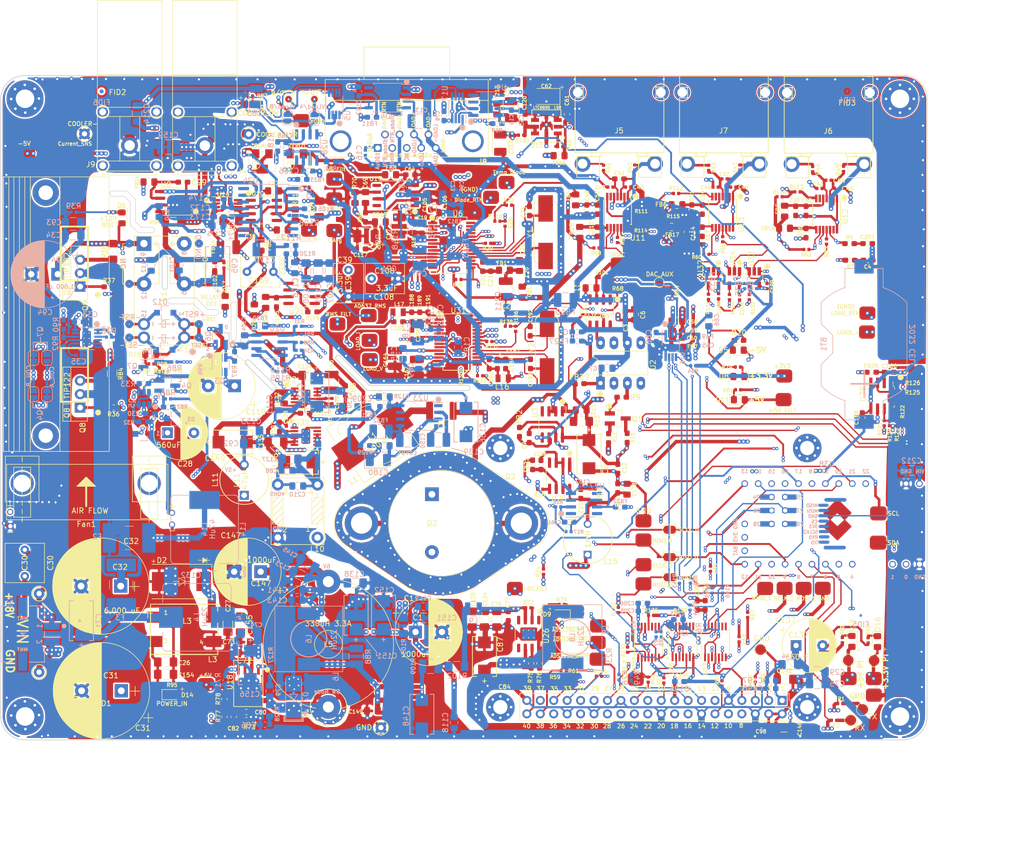
<source format=kicad_pcb>
(kicad_pcb (version 20171130) (host pcbnew 5.1.5-52549c5~84~ubuntu18.04.1)
  (title_block (title PI_Blackbox) (date 2020-01-08) (rev R3) (company FLIR) (comment 1 "IF IN DOUBT ABOUT SOMETHING - PLEASE ASK  ") (comment 2 "Contact:  john.polakowski@flir.com"))
  (layers (0 F.Cu signal) (1 In1.Cu signal hide) (2 In2.Cu signal hide) (3 In3.Cu signal hide) (4 In4.Cu signal hide) (31 B.Cu signal) (34 B.Paste user hide) (35 F.Paste user hide) (36 B.SilkS user hide) (37 F.SilkS user hide) (38 B.Mask user hide) (39 F.Mask user hide) (44 Edge.Cuts user hide))
  (net 0 "")
  (net 1 +2V5_VREF)
  (net 2 /DAC8552/Vref_force)
  (net 3 V_DAC)
  (net 4 "Net-(C100-Pad1)")
  (net 5 PI_SCL)
  (net 6 PI_SDA)
  (net 7 ~ADS1256_SYNC)
  (net 8 /PI_Power_Supply/6V)
  (net 9 UART_TX)
  (net 10 UART_RX)
  (net 11 +5V)
  (net 12 /Heat_Load/2N3055)
  (net 13 +6V)
  (net 14 PI_+5V)
  (net 15 /ADS1256/ADS1256_PS)
  (net 16 /DAC8552/buff_in)
  (net 17 /DAC8552/Vref_DAC)
  (net 18 "Net-(C37-Pad1)")
  (net 19 "Net-(C37-Pad2)")
  (net 20 "Net-(C38-Pad1)")
  (net 21 "Net-(Q1-Pad3)")
  (net 22 /DAC8552/DAC_PS)
  (net 23 /DAC8552/buff_inv)
  (net 24 /DAC8552/buff_comp)
  (net 25 /DAC8552/AD8628_PS_FILT)
  (net 26 TEMP_DIODE_RTN)
  (net 27 "Net-(C14-Pad1)")
  (net 28 /PI_Power_Supply/6V_CLK)
  (net 29 "Net-(Q2-Pad1)")
  (net 30 "Net-(Q1-Pad1)")
  (net 31 "Net-(Q1-Pad2)")
  (net 32 /Heat_Load/buf_out)
  (net 33 MAX31856_MISO)
  (net 34 "Net-(R55-Pad2)")
  (net 35 "Net-(J7-Pad1)")
  (net 36 "Net-(C47-Pad2)")
  (net 37 "Net-(C46-Pad2)")
  (net 38 "Net-(J7-Pad2)")
  (net 39 "Net-(C44-Pad2)")
  (net 40 "Net-(C43-Pad2)")
  (net 41 "Net-(J6-Pad2)")
  (net 42 "Net-(J5-Pad1)")
  (net 43 "Net-(C41-Pad2)")
  (net 44 "Net-(C40-Pad2)")
  (net 45 "Net-(J5-Pad2)")
  (net 46 /PI_Power_Supply/6V_PS_FB)
  (net 47 "Net-(D11-Pad1)")
  (net 48 "Net-(D10-Pad1)")
  (net 49 "Net-(D9-Pad1)")
  (net 50 "Net-(D6-Pad1)")
  (net 51 "Net-(D8-Pad1)")
  (net 52 RELAY_RESET)
  (net 53 "Net-(R75-Pad2)")
  (net 54 MAX31856_CS_1)
  (net 55 MAX31856_CS_2)
  (net 56 MAX31856_CS_3)
  (net 57 "Net-(R53-Pad2)")
  (net 58 "Net-(R51-Pad2)")
  (net 59 ~ADS1256_RESET)
  (net 60 "Net-(R72-Pad1)")
  (net 61 ~ADS1265_DRDY)
  (net 62 RELAY_SET)
  (net 63 DAC8552_CS)
  (net 64 /DAC8552/Vref_Shdn)
  (net 65 "Net-(C82-Pad2)")
  (net 66 "Net-(D3-Pad2)")
  (net 67 /Heat_Load/V_Feedback)
  (net 68 LOAD_PS)
  (net 69 "Net-(U19-Pad1)")
  (net 70 "Net-(C36-Pad1)")
  (net 71 "Net-(U11-Pad6)")
  (net 72 MAX31856_DRDY_1)
  (net 73 "Net-(U11-Pad13)")
  (net 74 "Net-(U13-Pad13)")
  (net 75 MAX31856_DRDY_3)
  (net 76 "Net-(U13-Pad6)")
  (net 77 "Net-(U12-Pad6)")
  (net 78 MAX31856_DRDY_2)
  (net 79 "Net-(U12-Pad13)")
  (net 80 TEMP_DIODE)
  (net 81 CRYSTAL2)
  (net 82 CRYSTAL1)
  (net 83 "Net-(U6-Pad25)")
  (net 84 "Net-(U6-Pad26)")
  (net 85 "Net-(U6-Pad27)")
  (net 86 "Net-(U6-Pad28)")
  (net 87 /Heat_Load/2057)
  (net 88 "Net-(U18-Pad3)")
  (net 89 /PI_Power_Supply/6V_PS_COMP)
  (net 90 "Net-(C79-Pad2)")
  (net 91 /PI_Power_Supply/SW_OUT)
  (net 92 /ADS1256/ADS_DRDY)
  (net 93 /ADS1256/ADS_MISO)
  (net 94 /MAX31856/AVDD_1)
  (net 95 /MAX31856/AVDD_3)
  (net 96 /MAX31856/AVDD_2)
  (net 97 "Net-(D16-Pad1)")
  (net 98 PI_3V3)
  (net 99 "Net-(Q5-Pad3)")
  (net 100 "Net-(U1-Pad8)")
  (net 101 "Net-(U1-Pad1)")
  (net 102 /MAX31856/BIAS1)
  (net 103 "Net-(D13-Pad1)")
  (net 104 +5V_RELAY_PS)
  (net 105 "Net-(C28-Pad1)")
  (net 106 "Net-(D3-Pad1)")
  (net 107 "Net-(Q3-Pad3)")
  (net 108 "Net-(Q3-Pad2)")
  (net 109 /DAC8552/vref_buff_out)
  (net 110 "Net-(C23-Pad1)")
  (net 111 /ADS1256/AVDD)
  (net 112 /MAX31856/DVDD_1)
  (net 113 /MAX31856/DVDD_3)
  (net 114 GNDA)
  (net 115 /MAX31856/DVDD_2)
  (net 116 "Net-(C126-Pad1)")
  (net 117 /ADS1256/DVDD)
  (net 118 "Net-(Q7-Pad1)")
  (net 119 "Net-(D14-Pad1)")
  (net 120 "Net-(D15-Pad1)")
  (net 121 "Net-(D17-Pad1)")
  (net 122 /DAC8552/Vref_In)
  (net 123 "Net-(Q4-Pad1)")
  (net 124 /DAC8552/VDAC_OUT)
  (net 125 "Net-(U17-Pad8)")
  (net 126 "Net-(U17-Pad2)")
  (net 127 "Net-(C135-Pad1)")
  (net 128 "Net-(C148-Pad1)")
  (net 129 COIL_B)
  (net 130 COIL_A)
  (net 131 "Net-(L9-Pad1)")
  (net 132 SW_CTRL)
  (net 133 "Net-(C133-Pad1)")
  (net 134 "Net-(C129-Pad1)")
  (net 135 "Net-(C104-Pad1)")
  (net 136 /PI_Power_Supply/3.3V)
  (net 137 "Net-(U2-Pad2)")
  (net 138 "Net-(C132-Pad1)")
  (net 139 "Net-(R110-Pad1)")
  (net 140 "Net-(R105-Pad1)")
  (net 141 "Net-(R113-Pad2)")
  (net 142 "Net-(R111-Pad2)")
  (net 143 "Net-(R112-Pad2)")
  (net 144 PI_UART_RX)
  (net 145 PI_UART_TX)
  (net 146 /Heat_Load/HLoad)
  (net 147 HEAT_LOAD_I)
  (net 148 HEAT_LOAD_V)
  (net 149 "Net-(C161-Pad1)")
  (net 150 "Net-(C162-Pad1)")
  (net 151 "Net-(C165-Pad1)")
  (net 152 "Net-(C166-Pad1)")
  (net 153 "Net-(C158-Pad1)")
  (net 154 "Net-(L15-Pad1)")
  (net 155 "Net-(C4-Pad1)")
  (net 156 "Net-(U25-Pad4)")
  (net 157 "Net-(C9-Pad1)")
  (net 158 VIN_RTN)
  (net 159 +18V_IN)
  (net 160 +12V_REG)
  (net 161 "Net-(C99-Pad1)")
  (net 162 /Power_Input/RELAY/COOLER_OFF)
  (net 163 "Net-(C115-Pad1)")
  (net 164 /Heat_Load/HLoad_Power_Meas/V_div8)
  (net 165 +VIN_FILT)
  (net 166 "Net-(C157-Pad1)")
  (net 167 "Net-(HS1-Pad1)")
  (net 168 "Net-(Q8-Pad3)")
  (net 169 "Net-(Q8-Pad1)")
  (net 170 "Net-(Q9-Pad3)")
  (net 171 "Net-(Q9-Pad1)")
  (net 172 "Net-(R119-Pad2)")
  (net 173 "Net-(U4-Pad8)")
  (net 174 /Heat_Load/HLoad_Power_Meas/VLoad_div2)
  (net 175 "Net-(U5-Pad7)")
  (net 176 /Heat_Load/HLoad_Power_Meas/V_div4)
  (net 177 "Net-(R15-Pad1)")
  (net 178 +3.3V)
  (net 179 "Net-(C171-Pad1)")
  (net 180 "Net-(C171-Pad2)")
  (net 181 -5V)
  (net 182 /Power_Input/Power_Measure/RELAY_ON)
  (net 183 "Net-(R127-Pad1)")
  (net 184 "Net-(U24-Pad16)")
  (net 185 "Net-(U24-Pad14)")
  (net 186 /Power_Input/Power_Measure/RMS_OUT)
  (net 187 "Net-(C169-Pad2)")
  (net 188 "Net-(U24-Pad9)")
  (net 189 "Net-(U24-Pad8)")
  (net 190 "Net-(U24-Pad7)")
  (net 191 "Net-(R108-Pad1)")
  (net 192 "Net-(R106-Pad1)")
  (net 193 "Net-(U24-Pad2)")
  (net 194 "Net-(R125-Pad2)")
  (net 195 "Net-(R122-Pad1)")
  (net 196 "Net-(R121-Pad1)")
  (net 197 "Net-(U29-Pad4)")
  (net 198 "Net-(C160-Pad1)")
  (net 199 "Net-(R126-Pad2)")
  (net 200 "Net-(C86-Pad2)")
  (net 201 GND)
  (net 202 /PI_Power_Supply/PI_PS)
  (net 203 "Net-(C124-Pad1)")
  (net 204 /PI_Power_Supply/+VIN_Fused)
  (net 205 /PI_Power_Supply/BUCK_VIN)
  (net 206 /Power_Input/V_BIAS)
  (net 207 /Power_Input/V_ADJ)
  (net 208 "Net-(C35-Pad1)")
  (net 209 "Net-(U7-Pad7)")
  (net 210 "Net-(U7-Pad6)")
  (net 211 COOL_PWR_GD)
  (net 212 /Power_Input/SHDN)
  (net 213 "Net-(L10-Pad4)")
  (net 214 "Net-(J8-Pad3)")
  (net 215 COOLER_PWR)
  (net 216 "Net-(C177-Pad1)")
  (net 217 "Net-(U14-Pad7)")
  (net 218 "Net-(U14-Pad2)")
  (net 219 COOL_PWR_V)
  (net 220 COOL_PWR_I)
  (net 221 "Net-(U19-Pad8)")
  (net 222 "Net-(U30-Pad5)")
  (net 223 "Net-(C163-Pad1)")
  (net 224 /Heat_Load/HLoad_Power_Meas/GUARD2)
  (net 225 /Heat_Load/HLoad_Power_Meas/GUARD)
  (net 226 "Net-(U22-Pad5)")
  (net 227 "Net-(C128-Pad1)")
  (net 228 "Net-(C139-Pad2)")
  (net 229 "Net-(C139-Pad1)")
  (net 230 "Net-(C150-Pad1)")
  (net 231 "Net-(FB32-Pad2)")
  (net 232 "Net-(U23-Pad7)")
  (net 233 "Net-(U23-Pad6)")
  (net 234 "Net-(U23-Pad1)")
  (net 235 "Net-(U26-Pad5)")
  (net 236 "Net-(U26-Pad4)")
  (net 237 "Net-(U26-Pad1)")
  (net 238 "Net-(C7-Pad1)")
  (net 239 U1)
  (net 240 "Net-(U3-Pad4)")
  (net 241 "Net-(F1-Pad1)")
  (net 242 /ADS1256_2/ADS2_DVDD)
  (net 243 /ADS1256_2/ADS2_AVDD)
  (net 244 CRYSTALA)
  (net 245 CRYSTALB)
  (net 246 "Net-(U31-Pad28)")
  (net 247 "Net-(U31-Pad27)")
  (net 248 "Net-(U31-Pad26)")
  (net 249 "Net-(U31-Pad25)")
  (net 250 /PIN_40)
  (net 251 /PIN_38)
  (net 252 /PIN_33)
  (net 253 /PIN_31)
  (net 254 /PIN26)
  (net 255 /PIN_24)
  (net 256 /PIN_23)
  (net 257 /PIN_22)
  (net 258 /PIN_19)
  (net 259 /PIN16)
  (net 260 /PIN_15)
  (net 261 /PIN_13)
  (net 262 /PIN_12)
  (net 263 /PIN_5)
  (net 264 /PIN_3)
  (net 265 /DAC8552/VDAC_AUX)
  (net 266 DAC_AUX)
  (net 267 "Net-(C198-Pad1)")
  (net 268 "Net-(C199-Pad1)")
  (net 269 "Net-(C200-Pad1)")
  (net 270 PI_MISO_1)
  (net 271 PI_MISO_0)
  (net 272 DAC_MOSI)
  (net 273 PI_MOSI_0)
  (net 274 ADS1256_MISO)
  (net 275 PI_SCLK_0)
  (net 276 PI_MOSI_1)
  (net 277 PI_SCLK_1)
  (net 278 "Net-(R131-Pad2)")
  (net 279 "Net-(R132-Pad2)")
  (net 280 "Net-(R134-Pad2)")
  (net 281 "Net-(R135-Pad1)")
  (net 282 "Net-(R139-Pad1)")
  (net 283 "Net-(R140-Pad1)")
  (net 284 "Net-(R141-Pad2)")
  (net 285 "Net-(R142-Pad2)")
  (net 286 "Net-(R143-Pad2)")
  (net 287 DAC_SCLK)
  (net 288 "Net-(R144-Pad2)")
  (net 289 "Net-(R145-Pad2)")
  (net 290 "Net-(R146-Pad2)")
  (net 291 ADS1256_SCLK)
  (net 292 ADS1256_MOSI)
  (net 293 MAX31856_MISO_1)
  (net 294 MAX31856_MISO_2)
  (net 295 MAX31856_MISO_3)
  (net 296 "Net-(U35-Pad10)")
  (net 297 "Net-(U35-Pad9)")
  (net 298 "Net-(U35-Pad8)")
  (net 299 "Net-(U36-Pad10)")
  (net 300 "Net-(U36-Pad9)")
  (net 301 "Net-(U36-Pad8)")
  (net 302 "Net-(U37-Pad10)")
  (net 303 "Net-(U37-Pad9)")
  (net 304 "Net-(U37-Pad8)")
  (net 305 "Net-(R68-Pad1)")
  (net 306 "Net-(C207-Pad1)")
  (net 307 "Net-(R31-Pad2)")
  (net 308 "Net-(R34-Pad2)")
  (net 309 /Heat_Load/HLoad_Power_Meas/I_Load)
  (net 310 ~ADS1256_CS_0)
  (net 311 ~BUF_EN_1)
  (net 312 ~BUF_EN_2)
  (net 313 ~BUF_EN_0)
  (net 314 HEAT_LOAD_P)
  (net 315 100uA)
  (net 316 /kelvin_sns_rtn)
  (net 317 /kelvin_sns_diode)
  (net 318 ~ADS1256_CS_1)
  (net 319 "Net-(U31-Pad14)")
  (net 320 ~ADS1265_DRDY2)
  (net 321 /ADS1256_2/ADS2_DRDY2)
  (net 322 /ADS1256_2/ADS2_MISO2)
  (net 323 VBat)
  (net 324 "Net-(JP5-Pad2)")
  (net 325 "Net-(JP6-Pad2)")
  (net 326 "Net-(JP7-Pad2)")
  (net 327 +VIN_FUSED)
  (net 328 "Net-(SCALE1-Pad3)")
  (net 329 "Net-(D5-Pad2)")
  (net 330 Current_Sns_Amp)
  (net 331 "Net-(U38-PadMISO2)")
  (net 332 RX6)
  (net 333 TX6)
  (module Pi_BlackBox_V4:BatteryHolder_Keystone_1058_2032 (layer B.Cu) (at 223.59 84.36 90)
    (fp_text reference BT1 (at 0 -7.62 90) (layer B.SilkS) (effects (justify mirror)))
    (fp_text value Battery_Holder)
    (fp_text user "2032 CELL" (at -0.28 9.14 90) (layer B.SilkS) (effects (justify mirror)))
    (pad 2 smd rect (at 14.68 0 90) (size 2.65 3.65) (layers B.Cu B.Mask) (net 114 GNDA))
    (pad 1 smd rect (at -14.68 0 90) (size 2.65 3.65) (layers B.Cu B.Mask) (net 323 VBat))
  )
  (module Pi_BlackBox_V4:Teensy40_most_pads_small_holes (layer B.Cu) (at 217.555 118.355 180)
    (fp_text reference U38 (at 1 11.325 180) (layer B.SilkS) (effects (justify mirror)))
    (fp_text value Teensy4.0_min_pads hide)
    (fp_text user 28 (at 14.25 -0.05 180) (layer B.SilkS) (effects (font (size 0.7 0.7)) (justify mirror)))
    (fp_text user 26 (at 14.275 2.525 180) (layer B.SilkS) (effects (font (size 0.7 0.7)) (justify mirror)))
    (fp_text user 24 (at 14.275 5.05 180) (layer B.SilkS) (effects (font (size 0.7 0.7)) (justify mirror)))
    (fp_text user 29 (at 6.025 -0.05 180) (layer B.SilkS) (effects (font (size 0.7 0.7)) (justify mirror)))
    (fp_text user 27 (at 6.05 2.475 180) (layer B.SilkS) (effects (font (size 0.7 0.7)) (justify mirror)))
    (fp_text user 25 (at 6.05 5.05 180) (layer B.SilkS) (effects (font (size 0.7 0.7)) (justify mirror)))
    (fp_text user VIN (at -16.6 9.925 180) (layer B.SilkS) (effects (font (size 0.7 0.7)) (justify mirror)))
    (fp_text user 17 (at 6.325 9.925 180) (layer B.SilkS) (effects (font (size 0.7 0.7)) (justify mirror)))
    (fp_text user 13 (at 16.5 9.95 180) (layer B.SilkS) (effects (font (size 0.7 0.7)) (justify mirror)))
    (fp_text user 14 (at 13.975 9.925 180) (layer B.SilkS) (effects (font (size 0.7 0.7)) (justify mirror)))
    (fp_text user 22 (at -6.4 9.925 180) (layer B.SilkS) (effects (font (size 0.7 0.7)) (justify mirror)))
    (fp_text user 21 (at -3.75 9.925 180) (layer B.SilkS) (effects (font (size 0.7 0.7)) (justify mirror)))
    (fp_text user 15 (at 11.4 9.925 180) (layer B.SilkS) (effects (font (size 0.7 0.7)) (justify mirror)))
    (fp_text user 18 (at 3.75 9.925 180) (layer B.SilkS) (effects (font (size 0.7 0.7)) (justify mirror)))
    (fp_text user 20 (at -1.225 9.925 180) (layer B.SilkS) (effects (font (size 0.7 0.7)) (justify mirror)))
    (fp_text user GND (at -13.975 9.925 180) (layer B.SilkS) (effects (font (size 0.7 0.7)) (justify mirror)))
    (fp_text user 16 (at 8.9 9.925 180) (layer B.SilkS) (effects (font (size 0.7 0.7)) (justify mirror)))
    (fp_text user 19 (at 1.275 9.925 180) (layer B.SilkS) (effects (font (size 0.7 0.7)) (justify mirror)))
    (fp_text user GND (at 18.25 0.025 90) (layer B.SilkS) (effects (font (size 0.7 0.7)) (justify mirror)))
    (fp_text user 3V3 (at 18.25 -2.5 90) (layer B.SilkS) (effects (font (size 0.7 0.7)) (justify mirror)))
    (fp_text user BAT (at 18.25 -5.1 90) (layer B.SilkS) (effects (font (size 0.7 0.7)) (justify mirror)))
    (fp_text user 12 (at 16.5 -10.025 180) (layer B.SilkS) (effects (font (size 0.7 0.7)) (justify mirror)))
    (fp_text user 11 (at 13.975 -10.05 180) (layer B.SilkS) (effects (font (size 0.7 0.7)) (justify mirror)))
    (fp_text user 10 (at 11.4 -10.05 180) (layer B.SilkS) (effects (font (size 0.7 0.7)) (justify mirror)))
    (fp_text user 9 (at 8.9 -10.05 180) (layer B.SilkS) (effects (font (size 0.7 0.7)) (justify mirror)))
    (fp_text user 8 (at 6.325 -10.05 180) (layer B.SilkS) (effects (font (size 0.7 0.7)) (justify mirror)))
    (fp_text user 7 (at 3.75 -10.05 180) (layer B.SilkS) (effects (font (size 0.7 0.7)) (justify mirror)))
    (fp_text user 6 (at 1.275 -10.05 180) (layer B.SilkS) (effects (font (size 0.7 0.7)) (justify mirror)))
    (fp_text user 5 (at -1.225 -10.05 180) (layer B.SilkS) (effects (font (size 0.7 0.7)) (justify mirror)))
    (fp_text user 4 (at -3.75 -10.05 180) (layer B.SilkS) (effects (font (size 0.7 0.7)) (justify mirror)))
    (fp_text user 1 (at -11.4 -10.05 180) (layer B.SilkS) (effects (font (size 0.7 0.7)) (justify mirror)))
    (fp_text user 0 (at -13.975 -10.05 180) (layer B.SilkS) (effects (font (size 0.7 0.7)) (justify mirror)))
    (fp_text user GND (at -16.6 -10.05 180) (layer B.SilkS) (effects (font (size 0.7 0.7)) (justify mirror)))
    (fp_text user 3V3 (at 3.5 -0.5 180) (layer B.SilkS) (effects (font (size 0.6 0.6)) (justify mirror)))
    (fp_text user RX5 (at 3.525 -2.525 180) (layer B.SilkS) (effects (font (size 0.6 0.6)) (justify mirror)))
    (fp_text user SCLK2 (at 4.075 -1.525 180) (layer B.SilkS) (effects (font (size 0.6 0.6)) (justify mirror)))
    (fp_text user CS (at 3.325 0.425 180) (layer B.SilkS) (effects (font (size 0.6 0.6)) (justify mirror)))
    (fp_text user GND (at 3.625 1.45 180) (layer B.SilkS) (effects (font (size 0.6 0.6)) (justify mirror)))
    (fp_text user MISO (at 3.8 3.475 180) (layer B.SilkS) (effects (font (size 0.6 0.6)) (justify mirror)))
    (fp_text user TX5 (at 3.2 -3.525 180) (layer B.SilkS) (effects (font (size 0.6 0.6)) (justify mirror)))
    (fp_text user MOSI (at 3.75 2.425 180) (layer B.SilkS) (effects (font (size 0.6 0.6)) (justify mirror)))
    (pad MISO2 smd oval (at 1.65 3.525 180) (size 2 0.6) (layers B.Cu B.Paste B.Mask) (net 331 "Net-(U38-PadMISO2)"))
    (pad 3V3 smd oval (at 1.55 -0.475 180) (size 2 0.6) (layers B.Cu B.Paste B.Mask))
    (pad CS2 smd oval (at 1.6 0.525 180) (size 2 0.6) (layers B.Cu B.Paste B.Mask))
    (pad MOSI2 smd oval (at 1.625 2.55 180) (size 2 0.6) (layers B.Cu B.Paste B.Mask))
    (pad GND smd oval (at 1.625 1.55 180) (size 2 0.6) (layers B.Cu B.Paste B.Mask) (net 201 GND))
    (pad A smd oval (at -0.625 4.55 180) (size 4.2 0.7) (layers B.Cu B.Paste B.Mask))
    (pad TX5 smd oval (at 1.5 -3.45 180) (size 2 0.6) (layers B.Cu B.Paste B.Mask))
    (pad RX5 smd oval (at 1.5 -2.45 180) (size 2 0.6) (layers B.Cu B.Paste B.Mask))
    (pad A smd oval (at -0.5 -4.475 180) (size 4.2 0.7) (layers B.Cu B.Paste B.Mask))
    (pad SCLK2 smd oval (at 1.525 -1.45 180) (size 2 0.6) (layers B.Cu B.Paste B.Mask))
    (pad 28 thru_hole circle (at 11.45 0 180) (size 1.2 1.2) (drill 0.8) (layers *.Cu *.Mask) (net 78 MAX31856_DRDY_2))
    (pad 26 thru_hole circle (at 11.45 2.54 180) (size 1.1 1.1) (drill 0.8) (layers *.Cu *.Mask) (net 272 DAC_MOSI))
    (pad 29 thru_hole circle (at 8.875 0 180) (size 1.2 1.2) (drill 0.8) (layers *.Cu *.Mask) (net 75 MAX31856_DRDY_3))
    (pad 27 thru_hole circle (at 8.875 2.54 180) (size 1.2 1.2) (drill 0.8) (layers *.Cu *.Mask) (net 287 DAC_SCLK))
    (pad 25 thru_hole circle (at 8.875 5.08 180) (size 1.2 1.2) (drill 0.8) (layers *.Cu *.Mask) (net 332 RX6))
    (pad 24 thru_hole circle (at 11.45 5.08 180) (size 1.2 1.2) (drill 0.8) (layers *.Cu *.Mask) (net 333 TX6))
    (pad 29 smd rect (at 8.073 0 180) (size 2.7 1) (layers B.Cu B.Paste B.Mask) (net 75 MAX31856_DRDY_3))
    (pad 28 smd rect (at 12.248 0 180) (size 2.7 1) (layers B.Cu B.Paste B.Mask) (net 78 MAX31856_DRDY_2))
    (pad 27 smd rect (at 8.073 2.54 180) (size 2.7 1) (layers B.Cu B.Paste B.Mask) (net 287 DAC_SCLK))
    (pad 26 smd rect (at 12.248 2.54 180) (size 2.7 1) (layers B.Cu B.Paste B.Mask) (net 272 DAC_MOSI))
    (pad 25 smd rect (at 8.073 5.08 180) (size 2.7 1) (layers B.Cu B.Paste B.Mask) (net 332 RX6))
    (pad 24 smd rect (at 12.248 5.08 180) (size 2.7 1) (layers B.Cu B.Paste B.Mask) (net 333 TX6))
    (pad GND thru_hole circle (at -16.51 -7.62 180) (size 1.3 1.3) (drill 0.95) (layers *.Cu *.Mask) (net 201 GND))
    (pad 0 thru_hole circle (at -13.97 -7.62 180) (size 1.25 1.25) (drill 0.85) (layers *.Cu *.Mask) (net 318 ~ADS1256_CS_1))
    (pad 1 thru_hole circle (at -11.43 -7.62 180) (size 1.25 1.25) (drill 0.85) (layers *.Cu *.Mask) (net 33 MAX31856_MISO))
    (pad 4 thru_hole circle (at -3.81 -7.62 180) (size 1.25 1.25) (drill 0.85) (layers *.Cu *.Mask) (net 54 MAX31856_CS_1))
    (pad 5 thru_hole circle (at -1.27 -7.62 180) (size 1.25 1.25) (drill 0.85) (layers *.Cu *.Mask) (net 55 MAX31856_CS_2))
    (pad 6 thru_hole circle (at 1.27 -7.62 180) (size 1.25 1.25) (drill 0.85) (layers *.Cu *.Mask) (net 61 ~ADS1265_DRDY))
    (pad 7 thru_hole circle (at 3.81 -7.62 180) (size 1.25 1.25) (drill 0.85) (layers *.Cu *.Mask) (net 145 PI_UART_TX))
    (pad 8 thru_hole circle (at 6.35 -7.62 180) (size 1.25 1.25) (drill 0.85) (layers *.Cu *.Mask) (net 144 PI_UART_RX))
    (pad 9 thru_hole circle (at 8.89 -7.62 180) (size 1.25 1.25) (drill 0.85) (layers *.Cu *.Mask) (net 320 ~ADS1265_DRDY2))
    (pad 10 thru_hole circle (at 11.43 -7.62 180) (size 1.25 1.25) (drill 0.85) (layers *.Cu *.Mask) (net 310 ~ADS1256_CS_0))
    (pad 11 thru_hole circle (at 13.97 -7.62 180) (size 1.25 1.25) (drill 0.85) (layers *.Cu *.Mask) (net 324 "Net-(JP5-Pad2)"))
    (pad VIN thru_hole circle (at -16.51 7.62 180) (size 1.25 1.25) (drill 0.85) (layers *.Cu *.Mask) (net 14 PI_+5V))
    (pad GND thru_hole circle (at -13.97 7.62 180) (size 1.25 1.25) (drill 0.85) (layers *.Cu *.Mask) (net 201 GND))
    (pad 22 thru_hole circle (at -6.35 7.62 180) (size 1.25 1.25) (drill 0.85) (layers *.Cu *.Mask) (net 59 ~ADS1256_RESET))
    (pad 21 thru_hole circle (at -3.81 7.62 180) (size 1.25 1.25) (drill 0.85) (layers *.Cu *.Mask) (net 72 MAX31856_DRDY_1))
    (pad 20 thru_hole circle (at -1.27 7.62 180) (size 1.25 1.25) (drill 0.85) (layers *.Cu *.Mask) (net 56 MAX31856_CS_3))
    (pad 19 thru_hole circle (at 1.27 7.62 180) (size 1.25 1.25) (drill 0.85) (layers *.Cu *.Mask) (net 5 PI_SCL))
    (pad 18 thru_hole circle (at 3.81 7.62 180) (size 1.25 1.25) (drill 0.85) (layers *.Cu *.Mask) (net 6 PI_SDA))
    (pad 17 thru_hole circle (at 6.35 7.62 180) (size 1.25 1.25) (drill 0.85) (layers *.Cu *.Mask) (net 63 DAC8552_CS))
    (pad 16 thru_hole circle (at 8.89 7.62 180) (size 1.25 1.25) (drill 0.85) (layers *.Cu *.Mask) (net 312 ~BUF_EN_2))
    (pad 15 thru_hole circle (at 11.43 7.62 180) (size 1.25 1.25) (drill 0.85) (layers *.Cu *.Mask) (net 311 ~BUF_EN_1))
    (pad 14 thru_hole circle (at 13.97 7.62 180) (size 1.25 1.25) (drill 0.85) (layers *.Cu *.Mask) (net 313 ~BUF_EN_0))
    (pad 12 thru_hole circle (at 16.51 -7.62 180) (size 1.25 1.25) (drill 0.85) (layers *.Cu *.Mask) (net 325 "Net-(JP6-Pad2)"))
    (pad VBAT thru_hole circle (at 16.51 -5.08 180) (size 1.25 1.25) (drill 0.85) (layers *.Cu *.Mask) (net 323 VBat))
    (pad 3.3V thru_hole circle (at 16.51 -2.54 180) (size 1.25 1.25) (drill 0.85) (layers *.Cu *.Mask))
    (pad 13 thru_hole circle (at 16.51 7.62 180) (size 1.25 1.25) (drill 0.85) (layers *.Cu *.Mask) (net 326 "Net-(JP7-Pad2)"))
    (pad GND thru_hole circle (at 16.51 0 180) (size 1.25 1.25) (drill 0.85) (layers *.Cu *.Mask) (net 201 GND))
  )
  (module Pi_BlackBox_V4:BNX022 (layer F.Cu) (at 95.09 138.29)
    (fp_text reference L3 (at 0.55 -1.56) (layer F.SilkS))
    (fp_text value BNX022)
    (fp_text user %R (at 5.37 5.69) (layer F.SilkS))
    (pad 4 smd rect (at 5.6 2.3) (size 2.9 2.1) (layers F.Cu F.Paste F.Mask) (net 201 GND))
    (pad 2 smd rect (at 5.6 -2.3) (size 2.9 2.1) (layers F.Cu F.Paste F.Mask) (net 138 "Net-(C132-Pad1)"))
    (pad 1 smd rect (at -5.6 -2.3) (size 2.9 2.1) (layers F.Cu F.Paste F.Mask) (net 159 +18V_IN))
    (pad 3 smd rect (at -5.6 2.3) (size 2.9 2.1) (layers F.Cu F.Paste F.Mask) (net 158 VIN_RTN))
  )
  (module Pi_BlackBox_V4:Pomona_Banana_73099 (layer F.Cu) (at 77.655 45.255 270)
    (fp_text reference J9 (at 5.105 0.235) (layer F.SilkS))
    (fp_text value Banana hide)
    (pad 2 thru_hole circle (at 5.334 -12.192 270) (size 2 2) (drill 1.3) (layers *.Cu *.Mask))
    (pad 2 thru_hole circle (at -4.826 -12.192 270) (size 2 2) (drill 1.3) (layers *.Cu *.Mask))
    (pad 2 thru_hole circle (at 5.334 -2.032 270) (size 2 2) (drill 1.3) (layers *.Cu *.Mask))
    (pad 2 thru_hole circle (at -4.826 -2.032 270) (size 2 2) (drill 1.3) (layers *.Cu *.Mask))
    (pad 1 thru_hole circle (at 1.534 -7.112 270) (size 3.2 3.2) (drill 2) (layers *.Cu *.Mask) (net 201 GND))
  )
  (module Pi_BlackBox_V4:Panasonic_DSP1-L2-DC5V-F (layer F.Cu) (at 87.48 65.33 270)
    (fp_text reference K1 (at 20.05 -7.53 180) (layer F.SilkS))
    (fp_text value DSP1-L2-DC5V hide)
    (fp_text user -RST (at 13.9 3.38) (layer F.SilkS) (effects (font (size 0.7 0.7))))
    (fp_text user -SET (at 19.22 3.17 180) (layer F.SilkS) (effects (font (size 0.7 0.7))))
    (fp_text user +RST (at 14.34 -12.21) (layer F.SilkS) (effects (font (size 0.7 0.7))))
    (fp_text user +SET (at 19.25 -10.39) (layer B.SilkS) (effects (font (size 0.75 0.75)) (justify mirror)))
    (fp_text user NC (at 3.78 3.92 90) (layer B.SilkS) (effects (justify mirror)))
    (fp_text user N.O. (at 3.475 -11.625 90 unlocked) (layer F.SilkS) (effects (font (size 0.9 0.9))))
    (fp_text user 2 (at 13.28 -7.14 90) (layer B.SilkS) (effects (font (size 0.8 0.8)) (justify mirror)))
    (fp_text user 15 (at 13.25 0 90) (layer B.SilkS) (effects (font (size 0.8 0.8)) (justify mirror)))
    (fp_text user 5 (at 9.375 -7.6 90) (layer B.SilkS) (effects (font (size 0.8 0.8)) (justify mirror)))
    (fp_text user 12 (at 9.775 -0.05 90) (layer B.SilkS) (effects (font (size 0.8 0.8)) (justify mirror)))
    (fp_text user 9 (at 1.98 0.12 90) (layer B.SilkS) (effects (font (size 0.8 0.8)) (justify mirror)))
    (fp_text user 8 (at 1.8 -7.65 90) (layer B.SilkS) (effects (font (size 0.8 0.8)) (justify mirror)))
    (fp_text user NO (at 1.96 -10.29 90) (layer B.SilkS) (effects (justify mirror)))
    (fp_text user NO (at -1.7 -10.325 90) (layer B.SilkS) (effects (justify mirror)))
    (fp_text user NC (at 3.83 3.83 90) (layer F.SilkS))
    (fp_text user NC (at 3.79 3.92 90) (layer B.SilkS) (effects (justify mirror)))
    (fp_text user -RST (at 13.95 2.375) (layer B.SilkS) (effects (justify mirror)))
    (fp_text user +RST (at 13.4 -9.7) (layer B.SilkS) (effects (justify mirror)))
    (fp_text user -SET (at 19.2 1.9 180) (layer B.SilkS) (effects (justify mirror)))
    (fp_text user +SET (at 19.3 -10.64) (layer F.SilkS) (effects (font (size 0.8 0.8))))
    (fp_text user %R (at 10.02 -3.79 270) (layer F.SilkS))
    (pad 8 thru_hole circle (at 0 -10.4) (size 1.5 1.5) (drill 0.2) (layers *.Cu *.Mask) (net 160 +12V_REG))
    (pad 5 thru_hole circle (at 7.575 -10.4) (size 1.5 1.5) (drill 0.2) (layers *.Cu *.Mask) (net 182 /Power_Input/Power_Measure/RELAY_ON))
    (pad 2 thru_hole circle (at 15.24 -10.4) (size 1.5 1.5) (drill 0.2) (layers *.Cu *.Mask) (net 104 +5V_RELAY_PS))
    (pad 1 thru_hole circle (at 17.78 -10.4) (size 1.5 1.5) (drill 0.2) (layers *.Cu *.Mask) (net 104 +5V_RELAY_PS))
    (pad 16 thru_hole circle (at 17.78 2.775) (size 1.5 1.5) (drill 0.2) (layers *.Cu *.Mask) (net 130 COIL_A))
    (pad 15 thru_hole circle (at 15.24 2.775) (size 1.5 1.5) (drill 0.2) (layers *.Cu *.Mask) (net 129 COIL_B))
    (pad 12 thru_hole circle (at 7.62 2.775) (size 1.5 1.5) (drill 0.2) (layers *.Cu *.Mask) (net 162 /Power_Input/RELAY/COOLER_OFF))
    (pad 9 thru_hole circle (at 0 2.775) (size 1.5 1.5) (drill 0.2) (layers *.Cu *.Mask) (net 160 +12V_REG))
    (pad 5 thru_hole circle (at 7.62 -7.62) (size 2.8 2.8) (drill 1.4) (layers *.Cu *.Mask) (net 182 /Power_Input/Power_Measure/RELAY_ON))
    (pad 2 thru_hole circle (at 15.24 -7.62) (size 2.3 2.3) (drill 1.4) (layers *.Cu *.Mask) (net 104 +5V_RELAY_PS))
    (pad 1 thru_hole circle (at 17.78 -7.62 90) (size 2.3 2.3) (drill 1.4) (layers *.Cu *.Mask) (net 104 +5V_RELAY_PS))
    (pad 9 thru_hole rect (at 0 0) (size 2.8 2.8) (drill 1.4) (layers *.Cu *.Mask) (net 160 +12V_REG))
    (pad 8 thru_hole circle (at 0 -7.62) (size 2.8 2.8) (drill 1.4) (layers *.Cu *.Mask) (net 160 +12V_REG))
    (pad 12 thru_hole circle (at 7.62 0) (size 2.8 2.8) (drill 1.4) (layers *.Cu *.Mask) (net 162 /Power_Input/RELAY/COOLER_OFF))
    (pad 16 thru_hole circle (at 17.78 0) (size 2.3 2.3) (drill 1.4) (layers *.Cu *.Mask) (net 130 COIL_A))
    (pad 15 thru_hole circle (at 15.24 0) (size 2.3 2.3) (drill 1.4) (layers *.Cu *.Mask) (net 129 COIL_B))
  )
  (module Pi_BlackBox_V4:T495X476K035ATE300 (layer B.Cu) (at 75.65 136.67 90)
    (fp_text reference C71 (at -0.04 3.32 90) (layer B.SilkS) (effects (justify mirror)))
    (fp_text value 47uF)
    (fp_text user * (at 0 0 90) (layer B.SilkS) (effects (justify mirror)))
    (pad 2 smd rect (at 2.669802 0) (size 2.3892 2.250199) (layers B.Cu B.Paste B.Mask) (net 201 GND))
    (pad 1 smd rect (at -2.669802 0) (size 2.3892 2.250199) (layers B.Cu B.Paste B.Mask) (net 204 /PI_Power_Supply/+VIN_Fused))
  )
  (module Pi_BlackBox_V4:T495X476K035ATE300 (layer B.Cu) (at 101.43 69.68 90)
    (fp_text reference C95 (at 0.15 3.21 90) (layer B.SilkS) (effects (justify mirror)))
    (fp_text value 47uF)
    (fp_text user * (at 0 0 90) (layer B.SilkS) (effects (justify mirror)))
    (pad 2 smd rect (at 2.669802 0) (size 2.3892 2.250199) (layers B.Cu B.Paste B.Mask) (net 201 GND))
    (pad 1 smd rect (at -2.669802 0) (size 2.3892 2.250199) (layers B.Cu B.Paste B.Mask) (net 182 /Power_Input/Power_Measure/RELAY_ON))
  )
  (module Pi_BlackBox_V4:Fan_30mmx30mmx10mm (layer F.Cu) (at 76.62 112.63)
    (fp_text reference Fan1 (at -0.03 5.77) (layer F.SilkS))
    (fp_text value Fan_ALT hide)
    (fp_text user "AIR FLOW" (at 0.675 3.225) (layer F.SilkS))
    (pad 3 thru_hole circle (at -12.15 -1.95) (size 4.4 4.4) (drill 3.264) (layers *.Cu *.Mask))
    (pad 3 thru_hole circle (at 11.85 -1.95) (size 4.4 4.4) (drill 3.264) (layers *.Cu *.Mask))
    (pad 1 thru_hole circle (at -14.425 3.46) (size 1.15 1.15) (drill 0.762) (layers *.Cu *.Mask) (net 160 +12V_REG))
    (pad 2 thru_hole circle (at -14.4 6.15) (size 1.15 1.15) (drill 0.762) (layers *.Cu *.Mask) (net 201 GND))
    (pad 2 thru_hole circle (at 16.175 5.85) (size 1.15 1.15) (drill 0.762) (layers *.Cu *.Mask) (net 201 GND))
    (pad 1 thru_hole circle (at 16.175 3.625) (size 1.15 1.15) (drill 0.762) (layers *.Cu *.Mask) (net 160 +12V_REG))
  )
  (module Pi_BlackBox_V4:TestPoint_SMT_Keystone_5190 (layer F.Cu) (at 180.45 147.72)
    (fp_text reference TP50)
    (fp_text value PI_SCLK_0 (at -2.07 -1.11 90) (layer F.SilkS) (effects (font (size 0.65 0.65))))
    (pad 1 smd roundrect (at 0 0 90) (size 2.5 3) (layers F.Cu F.Paste F.Mask) (net 275 PI_SCLK_0))
  )
  (module Resistor_SMD:R_0402_1005Metric (layer B.Cu) (at 136.1 64.51 270)
    (fp_text reference R148 (at 0 1.17 90) (layer B.SilkS) (effects (justify mirror)))
    (fp_text value 100R)
    (pad 2 smd roundrect (at 0.485 0 270) (size 0.59 0.64) (layers B.Cu B.Paste B.Mask) (net 80 TEMP_DIODE))
    (pad 1 smd roundrect (at -0.485 0 270) (size 0.59 0.64) (layers B.Cu B.Paste B.Mask) (net 317 /kelvin_sns_diode))
  )
  (module Resistor_SMD:R_0603_1608Metric_Pad1.05x0.95mm_HandSolder (layer B.Cu) (at 115.28 65.68 180)
    (fp_text reference R117 (at 0 1.43) (layer B.SilkS) (effects (justify mirror)))
    (fp_text value 1.87k)
    (pad 2 smd roundrect (at 0.875 0 180) (size 1.05 0.95) (layers B.Cu B.Paste B.Mask) (net 186 /Power_Input/Power_Measure/RMS_OUT))
    (pad 1 smd roundrect (at -0.875 0 180) (size 1.05 0.95) (layers B.Cu B.Paste B.Mask) (net 4 "Net-(C100-Pad1)"))
  )
  (module Resistor_SMD:R_0402_1005Metric (layer F.Cu) (at 207.63 56.48)
    (fp_text reference R116 (at -0.05 -0.86) (layer F.SilkS) (effects (font (size 0.65 0.65))))
    (fp_text value 10k)
    (pad 2 smd roundrect (at 0.485 0) (size 0.59 0.64) (layers F.Cu F.Paste F.Mask) (net 78 MAX31856_DRDY_2))
    (pad 1 smd roundrect (at -0.485 0) (size 0.59 0.64) (layers F.Cu F.Paste F.Mask) (net 178 +3.3V))
  )
  (module Resistor_SMD:R_0402_1005Metric (layer B.Cu) (at 113.27 88.07)
    (fp_text reference R110 (at 0 1.17) (layer B.SilkS) (effects (justify mirror)))
    (fp_text value 10K)
    (pad 2 smd roundrect (at 0.485 0) (size 0.59 0.64) (layers B.Cu B.Paste B.Mask) (net 178 +3.3V))
    (pad 1 smd roundrect (at -0.485 0) (size 0.59 0.64) (layers B.Cu B.Paste B.Mask) (net 139 "Net-(R110-Pad1)"))
  )
  (module Resistor_SMD:R_0402_1005Metric (layer B.Cu) (at 118.705 60.28)
    (fp_text reference R108 (at 0 1.17) (layer B.SilkS) (effects (justify mirror)))
    (fp_text value 4.7k)
    (pad 2 smd roundrect (at 0.485 0) (size 0.59 0.64) (layers B.Cu B.Paste B.Mask) (net 11 +5V))
    (pad 1 smd roundrect (at -0.485 0) (size 0.59 0.64) (layers B.Cu B.Paste B.Mask) (net 191 "Net-(R108-Pad1)"))
  )
  (module Resistor_SMD:R_0603_1608Metric_Pad1.05x0.95mm_HandSolder (layer F.Cu) (at 113.1 100.02 90)
    (fp_text reference R107 (at -0.35 -1.19 90) (layer F.SilkS) (effects (font (size 0.7 0.7))))
    (fp_text value 50.5k)
    (pad 2 smd roundrect (at 0.875 0 90) (size 1.05 0.95) (layers F.Cu F.Paste F.Mask) (net 114 GNDA))
    (pad 1 smd roundrect (at -0.875 0 90) (size 1.05 0.95) (layers F.Cu F.Paste F.Mask) (net 133 "Net-(C133-Pad1)"))
  )
  (module Resistor_SMD:R_0402_1005Metric (layer B.Cu) (at 113.27 89.58)
    (fp_text reference R105 (at 0 1.17) (layer B.SilkS) (effects (justify mirror)))
    (fp_text value 10K)
    (pad 2 smd roundrect (at 0.485 0) (size 0.59 0.64) (layers B.Cu B.Paste B.Mask) (net 178 +3.3V))
    (pad 1 smd roundrect (at -0.485 0) (size 0.59 0.64) (layers B.Cu B.Paste B.Mask) (net 140 "Net-(R105-Pad1)"))
  )
  (module Resistor_SMD:R_0402_1005Metric (layer F.Cu) (at 174.03 71.77)
    (fp_text reference R101 (at 0.02 -0.97) (layer F.SilkS) (effects (font (size 0.65 0.65))))
    (fp_text value 50R)
    (pad 2 smd roundrect (at 0.485 0) (size 0.59 0.64) (layers F.Cu F.Paste F.Mask) (net 124 /DAC8552/VDAC_OUT))
    (pad 1 smd roundrect (at -0.485 0) (size 0.59 0.64) (layers F.Cu F.Paste F.Mask) (net 3 V_DAC))
  )
  (module Resistor_SMD:R_0402_1005Metric (layer F.Cu) (at 158.77 44.83)
    (fp_text reference R100 (at 0.18 0.99) (layer F.SilkS) (effects (font (size 0.7 0.7))))
    (fp_text value 10K)
    (pad 2 smd roundrect (at 0.485 0) (size 0.59 0.64) (layers F.Cu F.Paste F.Mask) (net 2 /DAC8552/Vref_force))
    (pad 1 smd roundrect (at -0.485 0) (size 0.59 0.64) (layers F.Cu F.Paste F.Mask) (net 16 /DAC8552/buff_in))
  )
  (module Resistor_SMD:R_0402_1005Metric (layer F.Cu) (at 102.605 69.455 90)
    (fp_text reference R99 (at 0.025 1.035 90) (layer F.SilkS) (effects (font (size 0.7 0.7))))
    (fp_text value 1KΩ)
    (pad 2 smd roundrect (at 0.485 0 90) (size 0.59 0.64) (layers F.Cu F.Paste F.Mask) (net 201 GND))
    (pad 1 smd roundrect (at -0.485 0 90) (size 0.59 0.64) (layers F.Cu F.Paste F.Mask) (net 121 "Net-(D17-Pad1)"))
  )
  (module Resistor_SMD:R_0402_1005Metric (layer F.Cu) (at 88.87 88.09)
    (fp_text reference R98 (at 2.03 0.06) (layer F.SilkS) (effects (font (size 0.7 0.7))))
    (fp_text value 1KΩ)
    (pad 2 smd roundrect (at 0.485 0) (size 0.59 0.64) (layers F.Cu F.Paste F.Mask) (net 114 GNDA))
    (pad 1 smd roundrect (at -0.485 0) (size 0.59 0.64) (layers F.Cu F.Paste F.Mask) (net 120 "Net-(D15-Pad1)"))
  )
  (module Resistor_SMD:R_0402_1005Metric (layer F.Cu) (at 90.81 148.81 180)
    (fp_text reference R95 (at -1.98 -0.02) (layer F.SilkS) (effects (font (size 0.7 0.7))))
    (fp_text value 2.2K)
    (pad 2 smd roundrect (at 0.485 0 180) (size 0.59 0.64) (layers F.Cu F.Paste F.Mask) (net 158 VIN_RTN))
    (pad 1 smd roundrect (at -0.485 0 180) (size 0.59 0.64) (layers F.Cu F.Paste F.Mask) (net 119 "Net-(D14-Pad1)"))
  )
  (module Resistor_SMD:R_0402_1005Metric (layer F.Cu) (at 224.36 140.37 270)
    (fp_text reference R93 (at -1.95 -0.02 90) (layer F.SilkS) (effects (font (size 0.65 0.65))))
    (fp_text value 300)
    (pad 2 smd roundrect (at 0.485 0 270) (size 0.59 0.64) (layers F.Cu F.Paste F.Mask) (net 201 GND))
    (pad 1 smd roundrect (at -0.485 0 270) (size 0.59 0.64) (layers F.Cu F.Paste F.Mask) (net 97 "Net-(D16-Pad1)"))
  )
  (module Resistor_SMD:R_0402_1005Metric (layer B.Cu) (at 116.75 82.48 180)
    (fp_text reference R91 (at -1.92 -0.04) (layer B.SilkS) (effects (font (size 0.7 0.7)) (justify mirror)))
    (fp_text value 22R)
    (pad 2 smd roundrect (at 0.485 0 180) (size 0.59 0.64) (layers B.Cu B.Paste B.Mask) (net 307 "Net-(R31-Pad2)"))
    (pad 1 smd roundrect (at -0.485 0 180) (size 0.59 0.64) (layers B.Cu B.Paste B.Mask) (net 5 PI_SCL))
  )
  (module Resistor_SMD:R_0603_1608Metric_Pad1.05x0.95mm_HandSolder (layer B.Cu) (at 72.3 80.654 270)
    (fp_text reference R90 (at 0 1.43 90) (layer B.SilkS) (effects (justify mirror)))
    (fp_text value "220 kΩ")
    (pad 2 smd roundrect (at 0.875 0 270) (size 1.05 0.95) (layers B.Cu B.Paste B.Mask) (net 207 /Power_Input/V_ADJ))
    (pad 1 smd roundrect (at -0.875 0 270) (size 1.05 0.95) (layers B.Cu B.Paste B.Mask) (net 160 +12V_REG))
  )
  (module Resistor_SMD:R_0402_1005Metric (layer B.Cu) (at 116.75 84.03 180)
    (fp_text reference R89 (at -1.93 -0.04) (layer B.SilkS) (effects (font (size 0.7 0.7)) (justify mirror)))
    (fp_text value 22R)
    (pad 2 smd roundrect (at 0.485 0 180) (size 0.59 0.64) (layers B.Cu B.Paste B.Mask) (net 308 "Net-(R34-Pad2)"))
    (pad 1 smd roundrect (at -0.485 0 180) (size 0.59 0.64) (layers B.Cu B.Paste B.Mask) (net 6 PI_SDA))
  )
  (module Resistor_SMD:R_0402_1005Metric (layer F.Cu) (at 107.53 37.43 180)
    (fp_text reference R87 (at -2.31 0.04) (layer F.SilkS) (effects (font (size 0.7 0.7))))
    (fp_text value 1KΩ)
    (pad 1 smd roundrect (at -0.485 0 180) (size 0.59 0.64) (layers F.Cu F.Paste F.Mask) (net 103 "Net-(D13-Pad1)"))
    (pad 2 smd roundrect (at 0.485 0 180) (size 0.59 0.64) (layers F.Cu F.Paste F.Mask) (net 201 GND))
  )
  (module Resistor_SMD:R_0402_1005Metric (layer B.Cu) (at 93.24 87.73)
    (fp_text reference R86 (at 0 1.17) (layer B.SilkS) (effects (justify mirror)))
    (fp_text value 500Ω)
    (pad 2 smd roundrect (at 0.485 0) (size 0.59 0.64) (layers B.Cu B.Paste B.Mask) (net 52 RELAY_RESET))
    (pad 1 smd roundrect (at -0.485 0) (size 0.59 0.64) (layers B.Cu B.Paste B.Mask) (net 118 "Net-(Q7-Pad1)"))
  )
  (module Resistor_SMD:R_0402_1005Metric (layer B.Cu) (at 92.03 94.705 180)
    (fp_text reference R85 (at 0 1.17) (layer B.SilkS) (effects (justify mirror)))
    (fp_text value 500Ω)
    (pad 2 smd roundrect (at 0.485 0 180) (size 0.59 0.64) (layers B.Cu B.Paste B.Mask) (net 123 "Net-(Q4-Pad1)"))
    (pad 1 smd roundrect (at -0.485 0 180) (size 0.59 0.64) (layers B.Cu B.Paste B.Mask) (net 62 RELAY_SET))
  )
  (module Resistor_SMD:R_0603_1608Metric_Pad1.05x0.95mm_HandSolder (layer B.Cu) (at 122.88 49.88 180)
    (fp_text reference R83 (at 0 -1.22) (layer B.SilkS) (effects (font (size 0.7 0.7)) (justify mirror)))
    (fp_text value "100 Ω")
    (pad 2 smd roundrect (at 0.875 0 180) (size 1.05 0.95) (layers B.Cu B.Paste B.Mask) (net 151 "Net-(C165-Pad1)"))
    (pad 1 smd roundrect (at -0.875 0 180) (size 1.05 0.95) (layers B.Cu B.Paste B.Mask) (net 148 HEAT_LOAD_V))
  )
  (module Resistor_SMD:R_0402_1005Metric (layer F.Cu) (at 199.775 92.985)
    (fp_text reference R81 (at -1.885 0.125) (layer F.SilkS) (effects (font (size 0.7 0.7))))
    (fp_text value 1k)
    (pad 2 smd roundrect (at 0.485 0) (size 0.59 0.64) (layers F.Cu F.Paste F.Mask) (net 114 GNDA))
    (pad 1 smd roundrect (at -0.485 0) (size 0.59 0.64) (layers F.Cu F.Paste F.Mask) (net 47 "Net-(D11-Pad1)"))
  )
  (module Resistor_SMD:R_0402_1005Metric (layer F.Cu) (at 219.49 140.33 270)
    (fp_text reference R80 (at -1.86 0.01 90) (layer F.SilkS) (effects (font (size 0.65 0.65))))
    (fp_text value 500R)
    (pad 2 smd roundrect (at 0.485 0 270) (size 0.59 0.64) (layers F.Cu F.Paste F.Mask) (net 201 GND))
    (pad 1 smd roundrect (at -0.485 0 270) (size 0.59 0.64) (layers F.Cu F.Paste F.Mask) (net 48 "Net-(D10-Pad1)"))
  )
  (module Resistor_SMD:R_0402_1005Metric (layer F.Cu) (at 166.46 133.595 180)
    (fp_text reference R79 (at 0.01 0.915) (layer F.SilkS) (effects (font (size 0.7 0.7))))
    (fp_text value 750R)
    (pad 2 smd roundrect (at 0.485 0 180) (size 0.59 0.64) (layers F.Cu F.Paste F.Mask) (net 201 GND))
    (pad 1 smd roundrect (at -0.485 0 180) (size 0.59 0.64) (layers F.Cu F.Paste F.Mask) (net 49 "Net-(D9-Pad1)"))
  )
  (module Resistor_SMD:R_0402_1005Metric (layer F.Cu) (at 199.75 88.68 180)
    (fp_text reference R74 (at 2.05 -0.04) (layer F.SilkS) (effects (font (size 0.7 0.7))))
    (fp_text value 300R)
    (pad 2 smd roundrect (at 0.485 0 180) (size 0.59 0.64) (layers F.Cu F.Paste F.Mask) (net 114 GNDA))
    (pad 1 smd roundrect (at -0.485 0 180) (size 0.59 0.64) (layers F.Cu F.Paste F.Mask) (net 51 "Net-(D8-Pad1)"))
  )
  (module Resistor_SMD:R_0402_1005Metric (layer F.Cu) (at 160.13 134.22 180)
    (fp_text reference R72 (at -0.01 0.97) (layer F.SilkS) (effects (font (size 0.7 0.7))))
    (fp_text value 1K)
    (pad 2 smd roundrect (at 0.485 0 180) (size 0.59 0.64) (layers F.Cu F.Paste F.Mask) (net 203 "Net-(C124-Pad1)"))
    (pad 1 smd roundrect (at -0.485 0 180) (size 0.59 0.64) (layers F.Cu F.Paste F.Mask) (net 60 "Net-(R72-Pad1)"))
  )
  (module Resistor_SMD:R_0603_1608Metric_Pad1.05x0.95mm_HandSolder (layer B.Cu) (at 102.93 147.91 270)
    (fp_text reference R71 (at 0 1.43 90) (layer B.SilkS) (effects (justify mirror)))
    (fp_text value 215K)
    (pad 2 smd roundrect (at 0.875 0 270) (size 1.05 0.95) (layers B.Cu B.Paste B.Mask) (net 201 GND))
    (pad 1 smd roundrect (at -0.875 0 270) (size 1.05 0.95) (layers B.Cu B.Paste B.Mask) (net 28 /PI_Power_Supply/6V_CLK))
  )
  (module Resistor_SMD:R_0603_1608Metric_Pad1.05x0.95mm_HandSolder (layer F.Cu) (at 129.36 60.36 90)
    (fp_text reference R69 (at -0.01 -0.99 90) (layer F.SilkS) (effects (font (size 0.65 0.65))))
    (fp_text value 10K)
    (pad 2 smd roundrect (at 0.875 0 90) (size 1.05 0.95) (layers F.Cu F.Paste F.Mask) (net 23 /DAC8552/buff_inv))
    (pad 1 smd roundrect (at -0.875 0 90) (size 1.05 0.95) (layers F.Cu F.Paste F.Mask) (net 109 /DAC8552/vref_buff_out))
  )
  (module Resistor_SMD:R_0402_1005Metric (layer F.Cu) (at 166.16 47 180)
    (fp_text reference R63 (at -1.65 0.33 90) (layer F.SilkS) (effects (font (size 0.65 0.65))))
    (fp_text value 1K)
    (pad 2 smd roundrect (at 0.485 0 180) (size 0.59 0.64) (layers F.Cu F.Paste F.Mask) (net 64 /DAC8552/Vref_Shdn))
    (pad 1 smd roundrect (at -0.485 0 180) (size 0.59 0.64) (layers F.Cu F.Paste F.Mask) (net 122 /DAC8552/Vref_In))
  )
  (module Resistor_SMD:R_0402_1005Metric (layer B.Cu) (at 74.175 59.4 180)
    (fp_text reference R39 (at 0 1.17) (layer B.SilkS) (effects (justify mirror)))
    (fp_text value 1K)
    (pad 2 smd roundrect (at 0.485 0 180) (size 0.59 0.64) (layers B.Cu B.Paste B.Mask) (net 201 GND))
    (pad 1 smd roundrect (at -0.485 0 180) (size 0.59 0.64) (layers B.Cu B.Paste B.Mask) (net 50 "Net-(D6-Pad1)"))
  )
  (module Resistor_SMD:R_0402_1005Metric (layer B.Cu) (at 80.88 83.03 180)
    (fp_text reference R35 (at 0 1.17) (layer B.SilkS) (effects (justify mirror)))
    (fp_text value 1kΩ)
    (pad 2 smd roundrect (at 0.485 0 180) (size 0.59 0.64) (layers B.Cu B.Paste B.Mask) (net 212 /Power_Input/SHDN))
    (pad 1 smd roundrect (at -0.485 0 180) (size 0.59 0.64) (layers B.Cu B.Paste B.Mask) (net 327 +VIN_FUSED))
  )
  (module Resistor_SMD:R_0402_1005Metric (layer B.Cu) (at 116.74 85.52 180)
    (fp_text reference R34 (at -1.93 -0.08) (layer B.SilkS) (effects (font (size 0.7 0.7)) (justify mirror)))
    (fp_text value 2K)
    (pad 2 smd roundrect (at 0.485 0 180) (size 0.59 0.64) (layers B.Cu B.Paste B.Mask) (net 308 "Net-(R34-Pad2)"))
    (pad 1 smd roundrect (at -0.485 0 180) (size 0.59 0.64) (layers B.Cu B.Paste B.Mask) (net 178 +3.3V))
  )
  (module Resistor_SMD:R_0402_1005Metric (layer B.Cu) (at 116.75 80.97 180)
    (fp_text reference R31 (at -0.09 0.93) (layer B.SilkS) (effects (font (size 0.7 0.7)) (justify mirror)))
    (fp_text value 2K)
    (pad 2 smd roundrect (at 0.485 0 180) (size 0.59 0.64) (layers B.Cu B.Paste B.Mask) (net 307 "Net-(R31-Pad2)"))
    (pad 1 smd roundrect (at -0.485 0 180) (size 0.59 0.64) (layers B.Cu B.Paste B.Mask) (net 178 +3.3V))
  )
  (module Resistor_SMD:R_0402_1005Metric (layer F.Cu) (at 152.53 65.29 180)
    (fp_text reference R29 (at 0.06 -0.98) (layer F.SilkS) (effects (font (size 0.7 0.7))))
    (fp_text value 47R)
    (pad 2 smd roundrect (at 0.485 0 180) (size 0.59 0.64) (layers F.Cu F.Paste F.Mask) (net 93 /ADS1256/ADS_MISO))
    (pad 1 smd roundrect (at -0.485 0 180) (size 0.59 0.64) (layers F.Cu F.Paste F.Mask) (net 274 ADS1256_MISO))
  )
  (module Resistor_SMD:R_0402_1005Metric (layer F.Cu) (at 146.91 72.13)
    (fp_text reference R25 (at -0.1 1.03) (layer F.SilkS) (effects (font (size 0.65 0.65))))
    (fp_text value 10k)
    (pad 2 smd roundrect (at 0.485 0) (size 0.59 0.64) (layers F.Cu F.Paste F.Mask) (net 59 ~ADS1256_RESET))
    (pad 1 smd roundrect (at -0.485 0) (size 0.59 0.64) (layers F.Cu F.Paste F.Mask) (net 178 +3.3V))
  )
  (module Resistor_SMD:R_0402_1005Metric (layer F.Cu) (at 156.49 58.07)
    (fp_text reference R22 (at -0.04 -0.97) (layer F.SilkS) (effects (font (size 0.7 0.7))))
    (fp_text value 2k)
    (pad 2 smd roundrect (at 0.485 0) (size 0.59 0.64) (layers F.Cu F.Paste F.Mask) (net 310 ~ADS1256_CS_0))
    (pad 1 smd roundrect (at -0.485 0) (size 0.59 0.64) (layers F.Cu F.Paste F.Mask) (net 178 +3.3V))
  )
  (module Resistor_SMD:R_0603_1608Metric_Pad1.05x0.95mm_HandSolder (layer B.Cu) (at 112.76 46.98 90)
    (fp_text reference R18 (at 1.24 -1.3 90) (layer B.SilkS) (effects (justify mirror)))
    (fp_text value 1KΩ)
    (pad 2 smd roundrect (at 0.875 0 90) (size 1.05 0.95) (layers B.Cu B.Paste B.Mask) (net 225 /Heat_Load/HLoad_Power_Meas/GUARD))
    (pad 1 smd roundrect (at -0.875 0 90) (size 1.05 0.95) (layers B.Cu B.Paste B.Mask) (net 148 HEAT_LOAD_V))
  )
  (module Resistor_SMD:R_0603_1608Metric_Pad1.05x0.95mm_HandSolder (layer F.Cu) (at 175.3 102.155 90)
    (fp_text reference R11 (at 0.175 1.19 90) (layer F.SilkS) (effects (font (size 0.7 0.7))))
    (fp_text value "50 Ω")
    (pad 2 smd roundrect (at 0.875 0 90) (size 1.05 0.95) (layers F.Cu F.Paste F.Mask) (net 31 "Net-(Q1-Pad2)"))
    (pad 1 smd roundrect (at -0.875 0 90) (size 1.05 0.95) (layers F.Cu F.Paste F.Mask) (net 29 "Net-(Q2-Pad1)"))
  )
  (module Resistor_SMD:R_0603_1608Metric_Pad1.05x0.95mm_HandSolder (layer F.Cu) (at 178.82 102.09 90)
    (fp_text reference R10 (at 0.04 1.14 90) (layer F.SilkS) (effects (font (size 0.7 0.7))))
    (fp_text value 1KΩ)
    (pad 2 smd roundrect (at 0.875 0 90) (size 1.05 0.95) (layers F.Cu F.Paste F.Mask) (net 21 "Net-(Q1-Pad3)"))
    (pad 1 smd roundrect (at -0.875 0 90) (size 1.05 0.95) (layers F.Cu F.Paste F.Mask) (net 68 LOAD_PS))
  )
  (module Resistor_SMD:R_0603_1608Metric_Pad1.05x0.95mm_HandSolder (layer F.Cu) (at 177.78 94.38)
    (fp_text reference R9 (at 2.59 0.07) (layer F.SilkS))
    (fp_text value "200 Ω")
    (pad 2 smd roundrect (at 0.875 0) (size 1.05 0.95) (layers F.Cu F.Paste F.Mask) (net 32 /Heat_Load/buf_out))
    (pad 1 smd roundrect (at -0.875 0) (size 1.05 0.95) (layers F.Cu F.Paste F.Mask) (net 30 "Net-(Q1-Pad1)"))
  )
  (module Resistor_SMD:R_0402_1005Metric (layer B.Cu) (at 133.01 64.5 270)
    (fp_text reference R8 (at 0 1.17 90) (layer B.SilkS) (effects (justify mirror)))
    (fp_text value 100R)
    (pad 2 smd roundrect (at 0.485 0 270) (size 0.59 0.64) (layers B.Cu B.Paste B.Mask) (net 26 TEMP_DIODE_RTN))
    (pad 1 smd roundrect (at -0.485 0 270) (size 0.59 0.64) (layers B.Cu B.Paste B.Mask) (net 316 /kelvin_sns_rtn))
  )
  (module Inductor_SMD:L_Wuerth_WE-PD-Typ-LS_Handsoldering (layer F.Cu) (at 130.66 101.82 35)
    (fp_text reference L1 (at -7.696529 4.767677 35) (layer F.SilkS))
    (fp_text value 100uH (at 0.05 1.9 35) (layer F.SilkS))
    (fp_text user %R (at 0 0 35) (layer F.SilkS))
    (pad 2 smd rect (at 5.2 0 35) (size 4.9 5.4) (layers F.Cu F.Mask) (net 241 "Net-(F1-Pad1)"))
    (pad 1 smd rect (at -5.2 0 35) (size 4.9 5.4) (layers F.Cu F.Mask) (net 165 +VIN_FILT))
  )
  (module Pi_BlackBox_V4:MLZ2012N100LT000 (layer F.Cu) (at 135.52 78.32)
    (fp_text reference L17 (at 0.19 -1.5) (layer F.SilkS) (effects (font (size 0.7 0.7))))
    (fp_text value 10uH)
    (pad 2 smd rect (at 0.975 0) (size 0.95 1.45) (layers F.Cu F.Paste F.Mask) (net 243 /ADS1256_2/ADS2_AVDD))
    (pad 1 smd rect (at -0.975 0) (size 0.95 1.45) (layers F.Cu F.Paste F.Mask) (net 11 +5V))
  )
  (module Pi_BlackBox_V4:MLZ2012N100LT000 (layer F.Cu) (at 155.39 90.82 180)
    (fp_text reference L16 (at 0.2 -1.6) (layer F.SilkS))
    (fp_text value 10uH)
    (pad 2 smd rect (at 0.975 0 180) (size 0.95 1.45) (layers F.Cu F.Paste F.Mask) (net 242 /ADS1256_2/ADS2_DVDD))
    (pad 1 smd rect (at -0.975 0 180) (size 0.95 1.45) (layers F.Cu F.Paste F.Mask) (net 178 +3.3V))
  )
  (module Pi_BlackBox_V4:10uH_Wurth_74479887310A (layer B.Cu) (at 149.76 134.39)
    (fp_text reference L9 (at 0 2.28) (layer B.SilkS) (effects (justify mirror)))
    (fp_text value 10uH)
    (pad 1 smd roundrect (at -1.1 0) (size 1 2.4) (layers B.Cu B.Paste B.Mask) (roundrect_rratio 0.175) (net 131 "Net-(L9-Pad1)"))
    (pad 2 smd roundrect (at 1.1 0) (size 1 2.4) (layers B.Cu B.Paste B.Mask) (roundrect_rratio 0.175) (net 203 "Net-(C124-Pad1)"))
  )
  (module Pi_BlackBox_V4:RLB9012-222KL (layer F.Cu) (at 171.35 124.16 90)
    (fp_text reference L15 (at -1.3 4.4 180) (layer F.SilkS))
    (fp_text value 1mH (at 2.8956 0 90) (layer F.SilkS))
    (fp_text user 1mH (at 2.925 0.05 90) (layer F.SilkS))
    (fp_text user 1mH (at 2.925 0.05 90) (layer F.SilkS))
    (fp_text user * (at 0 0 90) (layer F.SilkS))
    (pad 2 thru_hole circle (at 5.7912 0 90) (size 1.4732 1.4732) (drill 0.9652) (layers *.Cu *.Mask) (net 146 /Heat_Load/HLoad))
    (pad 1 thru_hole rect (at 0 0 90) (size 1.4732 1.4732) (drill 0.9652) (layers *.Cu *.Mask) (net 154 "Net-(L15-Pad1)"))
  )
  (module Pi_BlackBox_V4:RLB9012-470KL (layer F.Cu) (at 106.44 112.94 90)
    (fp_text reference L11 (at 2.95 -5.5 90) (layer F.SilkS))
    (fp_text value 47uH hide)
    (fp_text user 47uH (at 2.95 0.125 90) (layer F.SilkS))
    (fp_text user * (at 0 0 90) (layer F.SilkS))
    (fp_text user L11 (at 2.825 -1.4 90) (layer F.SilkS))
    (pad 2 thru_hole circle (at 5.7912 0 90) (size 1.7 1.7) (drill 1.05) (layers *.Cu *.Mask) (net 11 +5V))
    (pad 1 thru_hole rect (at 0 0 90) (size 1.7 1.7) (drill 1.05) (layers *.Cu *.Mask) (net 127 "Net-(C135-Pad1)"))
  )
  (module Capacitor_SMD:C_1210_3225Metric_Pad1.42x2.65mm_HandSolder (layer B.Cu) (at 139.51 42.18 180)
    (fp_text reference C13 (at -0.45 2.07) (layer B.SilkS) (effects (font (size 0.8 0.8)) (justify mirror)))
    (fp_text value 1.5uF)
    (pad 2 smd roundrect (at 1.4875 0 180) (size 1.425 2.65) (layers B.Cu B.Paste B.Mask) (roundrect_rratio 0.175439) (net 314 HEAT_LOAD_P))
    (pad 1 smd roundrect (at -1.4875 0 180) (size 1.425 2.65) (layers B.Cu B.Paste B.Mask) (roundrect_rratio 0.175439) (net 201 GND))
  )
  (module Pi_BlackBox_V4:T495X476K035ATE300 (layer B.Cu) (at 120.15 93.51 270)
    (fp_text reference C131 (at 0.125 3.1 90) (layer B.SilkS) (effects (justify mirror)))
    (fp_text value 47uF)
    (pad 2 smd rect (at 2.669802 0 180) (size 2.3892 2.250199) (layers B.Cu B.Paste B.Mask) (net 114 GNDA))
    (pad 1 smd rect (at -2.669802 0 180) (size 2.3892 2.250199) (layers B.Cu B.Paste B.Mask) (net 178 +3.3V))
  )
  (module Capacitor_THT:CP_Radial_D12.5mm_P5.00mm (layer F.Cu) (at 104.63 92.255 180)
    (fp_text reference C110 (at -4.01 -4.905) (layer F.SilkS))
    (fp_text value 1000uF hide)
    (pad 2 thru_hole circle (at 5 0 180) (size 2.4 2.4) (drill 1.2) (layers *.Cu *.Mask) (net 114 GNDA))
    (pad 1 thru_hole rect (at 0 0 180) (size 2.4 2.4) (drill 1.2) (layers *.Cu *.Mask) (net 104 +5V_RELAY_PS))
  )
  (module Capacitor_SMD:C_0603_1608Metric_Pad1.05x0.95mm_HandSolder (layer B.Cu) (at 138.97 58.59 270)
    (fp_text reference C63 (at 0 1.43 90) (layer B.SilkS) (effects (justify mirror)))
    (fp_text value .01uF)
    (pad 2 smd roundrect (at 0.875 0 270) (size 1.05 0.95) (layers B.Cu B.Paste B.Mask) (net 114 GNDA))
    (pad 1 smd roundrect (at -0.875 0 270) (size 1.05 0.95) (layers B.Cu B.Paste B.Mask) (net 11 +5V))
  )
  (module Capacitor_THT:C_Rect_L7.2mm_W7.2mm_P5.00mm_FKS2_FKP2_MKS2_MKP2 (layer F.Cu) (at 64.96 123.24 270)
    (fp_text reference C30 (at 2.5 -4.85 90) (layer F.SilkS))
    (fp_text value 1uF hide)
    (fp_text user %R (at 2.5 0 90) (layer F.SilkS))
    (pad 2 thru_hole circle (at 5 0 270) (size 1.6 1.6) (drill 0.8) (layers *.Cu *.Mask) (net 158 VIN_RTN))
    (pad 1 thru_hole circle (at 0 0 270) (size 1.6 1.6) (drill 0.8) (layers *.Cu *.Mask) (net 159 +18V_IN))
  )
  (module Pi_BlackBox_V4:T495X476K035ATE300 (layer F.Cu) (at 171.6 105.16 270)
    (fp_text reference C8 (at 2.88 -3.08 90) (layer F.SilkS))
    (fp_text value 47uF)
    (pad 2 smd rect (at 2.669802 0) (size 2.3892 2.250199) (layers F.Cu F.Paste F.Mask) (net 201 GND))
    (pad 1 smd rect (at -2.669802 0) (size 2.3892 2.250199) (layers F.Cu F.Paste F.Mask) (net 68 LOAD_PS))
  )
  (module Pi_BlackBox_V4:T495X476K035ATE300 (layer F.Cu) (at 116.67 106.67 180)
    (fp_text reference C126 (at 4.39 -0.2 90) (layer F.SilkS))
    (fp_text value 47uF)
    (pad 2 smd rect (at 2.669802 0 270) (size 2.3892 2.250199) (layers F.Cu F.Paste F.Mask) (net 114 GNDA))
    (pad 1 smd rect (at -2.669802 0 270) (size 2.3892 2.250199) (layers F.Cu F.Paste F.Mask) (net 116 "Net-(C126-Pad1)"))
  )
  (module Pi_BlackBox_V4:T495X476K035ATE300 (layer F.Cu) (at 104.25 102.89)
    (fp_text reference C140 (at -3.35 3.04) (layer F.SilkS))
    (fp_text value 47uF)
    (pad 2 smd rect (at 2.669802 0 90) (size 2.3892 2.250199) (layers F.Cu F.Paste F.Mask) (net 114 GNDA))
    (pad 1 smd rect (at -2.669802 0 90) (size 2.3892 2.250199) (layers F.Cu F.Paste F.Mask) (net 11 +5V))
  )
  (module Pi_BlackBox_V4:T495X476K035ATE300 (layer B.Cu) (at 140.01 154.35 270)
    (fp_text reference C148 (at 0.34 2.99 90) (layer B.SilkS) (effects (justify mirror)))
    (fp_text value 47uF)
    (pad 2 smd rect (at 2.669802 0 180) (size 2.3892 2.250199) (layers B.Cu B.Paste B.Mask) (net 201 GND))
    (pad 1 smd rect (at -2.669802 0 180) (size 2.3892 2.250199) (layers B.Cu B.Paste B.Mask) (net 128 "Net-(C148-Pad1)"))
  )
  (module Pi_BlackBox_V4:T495X476K035ATE300 (layer B.Cu) (at 107.59 145.01 270)
    (fp_text reference C156 (at 5.52 0.1 180) (layer B.SilkS) (effects (justify mirror)))
    (fp_text value 47uF)
    (pad 2 smd rect (at 2.669802 0 180) (size 2.3892 2.250199) (layers B.Cu B.Paste B.Mask) (net 201 GND))
    (pad 1 smd rect (at -2.669802 0 180) (size 2.3892 2.250199) (layers B.Cu B.Paste B.Mask) (net 205 /PI_Power_Supply/BUCK_VIN))
  )
  (module Pi_BlackBox_V4:T495X476K035ATE300 (layer B.Cu) (at 132.78 135.6 90)
    (fp_text reference C152 (at 4.71 0.14 180) (layer B.SilkS) (effects (justify mirror)))
    (fp_text value 47uF)
    (pad 2 smd rect (at 2.669802 0) (size 2.3892 2.250199) (layers B.Cu B.Paste B.Mask) (net 201 GND))
    (pad 1 smd rect (at -2.669802 0) (size 2.3892 2.250199) (layers B.Cu B.Paste B.Mask) (net 13 +6V))
  )
  (module Pi_BlackBox_V4:T495X476K035ATE300 (layer B.Cu) (at 127.58 135.63 90)
    (fp_text reference C151 (at -7.68 5.87 180) (layer B.SilkS) (effects (justify mirror)))
    (fp_text value 47uF)
    (pad 2 smd rect (at 2.669802 0) (size 2.3892 2.250199) (layers B.Cu B.Paste B.Mask) (net 201 GND))
    (pad 1 smd rect (at -2.669802 0) (size 2.3892 2.250199) (layers B.Cu B.Paste B.Mask) (net 13 +6V))
  )
  (module Pi_BlackBox_V4:T495X476K035ATE300 (layer F.Cu) (at 151.84 143.43 90)
    (fp_text reference C87 (at 2.25 2.99 90) (layer F.SilkS))
    (fp_text value 47uF)
    (pad 2 smd rect (at 2.669802 0 180) (size 2.3892 2.250199) (layers F.Cu F.Paste F.Mask) (net 201 GND))
    (pad 1 smd rect (at -2.669802 0 180) (size 2.3892 2.250199) (layers F.Cu F.Paste F.Mask) (net 202 /PI_Power_Supply/PI_PS))
  )
  (module Pi_BlackBox_V4:T495X476K035ATE300 (layer B.Cu) (at 148.35 99.09 270)
    (fp_text reference C136 (at 2.06 -3.17 90) (layer B.SilkS) (effects (justify mirror)))
    (fp_text value 47uF)
    (pad 2 smd rect (at 2.669802 0 180) (size 2.3892 2.250199) (layers B.Cu B.Paste B.Mask) (net 114 GNDA))
    (pad 1 smd rect (at -2.669802 0 180) (size 2.3892 2.250199) (layers B.Cu B.Paste B.Mask) (net 227 "Net-(C128-Pad1)"))
  )
  (module Resistor_SMD:R_0603_1608Metric_Pad1.05x0.95mm_HandSolder (layer F.Cu) (at 199.95 83.64)
    (fp_text reference R20 (at 0 -1.43) (layer F.SilkS))
    (fp_text value 500)
    (pad 2 smd roundrect (at 0.875 0) (size 1.05 0.95) (layers F.Cu F.Paste F.Mask) (net 114 GNDA))
    (pad 1 smd roundrect (at -0.875 0) (size 1.05 0.95) (layers F.Cu F.Paste F.Mask) (net 329 "Net-(D5-Pad2)"))
  )
  (module LED_SMD:LED_0805_2012Metric_Pad1.15x1.40mm_HandSolder (layer F.Cu) (at 199.82 85.49 180)
    (fp_text reference D5 (at 2.84 0) (layer F.SilkS))
    (fp_text value LED_GRN)
    (pad 2 smd roundrect (at 1.025 0 180) (size 1.15 1.4) (layers F.Cu F.Paste F.Mask) (roundrect_rratio 0.217391) (net 329 "Net-(D5-Pad2)"))
    (pad 1 smd roundrect (at -1.025 0 180) (size 1.15 1.4) (layers F.Cu F.Paste F.Mask) (roundrect_rratio 0.217391) (net 181 -5V))
  )
  (module Pi_BlackBox_V4:TestPoint_SMT_Keystone_5190 (layer F.Cu) (at 173.25 140.78)
    (fp_text reference TP15)
    (fp_text value ~ADS1256_CS1 (at -5.08 -0.54) (layer F.SilkS) (effects (font (size 0.65 0.65))))
    (pad 1 smd roundrect (at 0 0 90) (size 2.5 3) (layers F.Cu F.Paste F.Mask) (net 318 ~ADS1256_CS_1))
  )
  (module Pi_BlackBox_V4:TestPoint_SMT_Keystone_5190 (layer F.Cu) (at 173.21546 143.93622)
    (fp_text reference TP14)
    (fp_text value ~ADS1256_DRDY (at -5.23546 -0.57622) (layer F.SilkS) (effects (font (size 0.65 0.65))))
    (pad 1 smd roundrect (at 0 0 90) (size 2.5 3) (layers F.Cu F.Paste F.Mask) (net 61 ~ADS1265_DRDY))
  )
  (module Pi_BlackBox_V4:TestPoint_SMT_Keystone_5190 (layer F.Cu) (at 173.31 137.64)
    (fp_text reference TP4)
    (fp_text value ~ADS1256_CS_0 (at -5.08 0.76) (layer F.SilkS) (effects (font (size 0.65 0.65))))
    (pad 1 smd roundrect (at 0 0 90) (size 2.5 3) (layers F.Cu F.Paste F.Mask) (net 310 ~ADS1256_CS_0))
  )
  (module Pi_BlackBox_V4:TestPoint_SMT_Keystone_5190 (layer F.Cu) (at 181.9 117.78)
    (fp_text reference TP40)
    (fp_text value GND (at 0.01 -1.9) (layer F.SilkS))
    (pad 1 smd roundrect (at 0 0 90) (size 2.5 3) (layers F.Cu F.Paste F.Mask) (net 201 GND))
  )
  (module Pi_BlackBox_V4:TestPoint_SMT_Keystone_5190 (layer F.Cu) (at 177.2 69.21)
    (fp_text reference TP24)
    (fp_text value VDAC (at -0.08 -1.77) (layer F.SilkS) (effects (font (size 0.7 0.7))))
    (pad 1 smd roundrect (at 0 0 90) (size 2.5 3) (layers F.Cu F.Paste F.Mask) (net 3 V_DAC))
  )
  (module Pi_BlackBox_V4:TestPoint_SMT_Keystone_5190 (layer F.Cu) (at 225.44 150.74)
    (fp_text reference TP32)
    (fp_text value GND hide)
    (pad 1 smd roundrect (at 0 0 90) (size 2.5 3) (layers F.Cu F.Paste F.Mask) (net 201 GND))
  )
  (module Pi_BlackBox_V4:TestPoint_SMT_Keystone_5190 (layer F.Cu) (at 225.43 147.6)
    (fp_text reference TP19)
    (fp_text value PI_3V3 hide)
    (pad 1 smd roundrect (at 0 0 90) (size 2.5 3) (layers F.Cu F.Paste F.Mask) (net 98 PI_3V3))
  )
  (module Pi_BlackBox_V4:TestPoint_SMT_Keystone_5190 (layer F.Cu) (at 224.22 78.49)
    (fp_text reference TP43)
    (fp_text value Heat_Load_N hide)
    (pad 1 smd roundrect (at 0 0 90) (size 2.5 3) (layers F.Cu F.Paste F.Mask) (net 201 GND))
  )
  (module Pi_BlackBox_V4:TestPoint_SMT_Keystone_5190 (layer F.Cu) (at 224.14 82.07)
    (fp_text reference TP13)
    (fp_text value Heat_Load_P hide)
    (pad 1 smd roundrect (at 0 0 90) (size 2.5 3) (layers F.Cu F.Paste F.Mask) (net 314 HEAT_LOAD_P))
  )
  (module Pi_BlackBox_V4:TestPoint_SMT_Keystone_5190 (layer F.Cu) (at 124.06 80.55)
    (fp_text reference TP47)
    (fp_text value RMS_FILT (at 0.23 -1.85) (layer F.SilkS) (effects (font (size 0.7 0.7))))
    (pad 1 smd roundrect (at 0 0 90) (size 2.5 3) (layers F.Cu F.Paste F.Mask) (net 4 "Net-(C100-Pad1)"))
  )
  (module Pi_BlackBox_V4:TestPoint_SMT_Keystone_5190 (layer F.Cu) (at 129.96 78.94 180)
    (fp_text reference TP46)
    (fp_text value AD637_RMS (at -0.27 1.79) (layer F.SilkS) (effects (font (size 0.7 0.7))))
    (pad 1 smd roundrect (at 0 0 270) (size 2.5 3) (layers F.Cu F.Paste F.Mask) (net 186 /Power_Input/Power_Measure/RMS_OUT))
  )
  (module Pi_BlackBox_V4:TestPoint_SMT_Keystone_5190 (layer F.Cu) (at 130.18 87.29)
    (fp_text reference TP18)
    (fp_text value LOAD_V (at 0.59 1.7) (layer F.SilkS) (effects (font (size 0.7 0.7))))
    (pad 1 smd roundrect (at 0 0 90) (size 2.5 3) (layers F.Cu F.Paste F.Mask) (net 148 HEAT_LOAD_V))
  )
  (module Pi_BlackBox_V4:TestPoint_SMT_Keystone_5190 (layer F.Cu) (at 130.13 83.64)
    (fp_text reference TP17)
    (fp_text value LOAD_I (at -2.16 0.17 90) (layer F.SilkS) (effects (font (size 0.7 0.7))))
    (pad 1 smd roundrect (at 0 0 90) (size 2.5 3) (layers F.Cu F.Paste F.Mask) (net 147 HEAT_LOAD_I))
  )
  (module Pi_BlackBox_V4:TestPoint_SMT_Keystone_5190 (layer F.Cu) (at 118.69 62.79)
    (fp_text reference TP31)
    (fp_text value CLR_V (at -0.05 1.83) (layer F.SilkS) (effects (font (size 0.7 0.7))))
    (pad 1 smd roundrect (at 0 0 90) (size 2.5 3) (layers F.Cu F.Paste F.Mask) (net 219 COOL_PWR_V))
  )
  (module Pi_BlackBox_V4:TestPoint_SMT_Keystone_5190 (layer F.Cu) (at 123.46 56.9)
    (fp_text reference TP26)
    (fp_text value GNDA (at 0.04 1.79) (layer F.SilkS) (effects (font (size 0.7 0.7))))
    (pad 1 smd roundrect (at 0 0 90) (size 2.5 3) (layers F.Cu F.Paste F.Mask) (net 114 GNDA))
  )
  (module Pi_BlackBox_V4:TestPoint_SMT_Keystone_5190 (layer F.Cu) (at 123.45 53.14)
    (fp_text reference TP23)
    (fp_text value 2V5_Filt (at 0.03 -1.86) (layer F.SilkS) (effects (font (size 0.7 0.7))))
    (pad 1 smd roundrect (at 0 0 90) (size 2.5 3) (layers F.Cu F.Paste F.Mask) (net 109 /DAC8552/vref_buff_out))
  )
  (module Pi_BlackBox_V4:TestPoint_SMT_Keystone_5190 (layer F.Cu) (at 123.47 62.87)
    (fp_text reference TP22)
    (fp_text value I_Avg (at 0.12 1.86) (layer F.SilkS) (effects (font (size 0.7 0.7))))
    (pad 1 smd roundrect (at 0 0 90) (size 2.5 3) (layers F.Cu F.Paste F.Mask) (net 220 COOL_PWR_I))
  )
  (module Pi_BlackBox_V4:TestPoint_SMT_Keystone_5190 (layer F.Cu) (at 156.02 53.78)
    (fp_text reference TP33)
    (fp_text value Temp_Diode (at 0.48 -1.93) (layer F.SilkS) (effects (font (size 0.7 0.7))))
    (pad 1 smd roundrect (at 0 0 90) (size 2.5 3) (layers F.Cu F.Paste F.Mask) (net 80 TEMP_DIODE))
  )
  (module Pi_BlackBox_V4:TestPoint_SMT_Keystone_5190 (layer F.Cu) (at 153.09 56.59)
    (fp_text reference TP38)
    (fp_text value Diode_RTN (at -4.23 0.49) (layer F.SilkS) (effects (font (size 0.7 0.7))))
    (pad 1 smd roundrect (at 0 0 90) (size 2.5 3) (layers F.Cu F.Paste F.Mask) (net 26 TEMP_DIODE_RTN))
  )
  (module Pi_BlackBox_V4:TestPoint_SMT_Keystone_5190 (layer F.Cu) (at 215.79 130.54)
    (fp_text reference TP11)
    (fp_text value GND (at 0.19 1.94) (layer F.SilkS) (effects (font (size 0.7 0.7))))
    (pad 1 smd roundrect (at 0 0 90) (size 2.5 3) (layers F.Cu F.Paste F.Mask) (net 201 GND))
  )
  (module Capacitor_SMD:C_0603_1608Metric_Pad1.05x0.95mm_HandSolder (layer F.Cu) (at 141.16 79.19 270)
    (fp_text reference C191 (at -2.94 -0.04 90) (layer F.SilkS) (effects (font (size 0.7 0.7))))
    (fp_text value .1uF)
    (pad 2 smd roundrect (at 0.875 0 270) (size 1.05 0.95) (layers F.Cu F.Paste F.Mask) (net 114 GNDA))
    (pad 1 smd roundrect (at -0.875 0 270) (size 1.05 0.95) (layers F.Cu F.Paste F.Mask) (net 243 /ADS1256_2/ADS2_AVDD))
  )
  (module Capacitor_SMD:C_0603_1608Metric_Pad1.05x0.95mm_HandSolder (layer F.Cu) (at 152.75 88.13 90)
    (fp_text reference C190 (at -2.86 0.32 90) (layer F.SilkS) (effects (font (size 0.7 0.7))))
    (fp_text value .1uF)
    (pad 2 smd roundrect (at 0.875 0 90) (size 1.05 0.95) (layers F.Cu F.Paste F.Mask) (net 114 GNDA))
    (pad 1 smd roundrect (at -0.875 0 90) (size 1.05 0.95) (layers F.Cu F.Paste F.Mask) (net 242 /ADS1256_2/ADS2_DVDD))
  )
  (module Capacitor_SMD:C_0603_1608Metric_Pad1.05x0.95mm_HandSolder (layer F.Cu) (at 138.09 79.2 270)
    (fp_text reference C188 (at -2.99 0 90) (layer F.SilkS) (effects (font (size 0.7 0.7))))
    (fp_text value .1uF)
    (pad 2 smd roundrect (at 0.875 0 270) (size 1.05 0.95) (layers F.Cu F.Paste F.Mask) (net 114 GNDA))
    (pad 1 smd roundrect (at -0.875 0 270) (size 1.05 0.95) (layers F.Cu F.Paste F.Mask) (net 243 /ADS1256_2/ADS2_AVDD))
  )
  (module Capacitor_SMD:C_0603_1608Metric_Pad1.05x0.95mm_HandSolder (layer F.Cu) (at 135.57 80.12)
    (fp_text reference C186 (at -0.13 1.26) (layer F.SilkS) (effects (font (size 0.7 0.7))))
    (fp_text value .1uF)
    (pad 2 smd roundrect (at 0.875 0) (size 1.05 0.95) (layers F.Cu F.Paste F.Mask) (net 114 GNDA))
    (pad 1 smd roundrect (at -0.875 0) (size 1.05 0.95) (layers F.Cu F.Paste F.Mask) (net 11 +5V))
  )
  (module Capacitor_SMD:C_0603_1608Metric_Pad1.05x0.95mm_HandSolder (layer F.Cu) (at 155.84 88.12 90)
    (fp_text reference C184 (at -0.01 1.17 90) (layer F.SilkS) (effects (font (size 0.7 0.7))))
    (fp_text value 1uF)
    (pad 2 smd roundrect (at 0.875 0 90) (size 1.05 0.95) (layers F.Cu F.Paste F.Mask) (net 114 GNDA))
    (pad 1 smd roundrect (at -0.875 0 90) (size 1.05 0.95) (layers F.Cu F.Paste F.Mask) (net 178 +3.3V))
  )
  (module Capacitor_Tantalum_SMD:CP_EIA-3528-21_Kemet-B_Pad1.50x2.35mm_HandSolder (layer B.Cu) (at 139.27 82.23 270)
    (fp_text reference C181 (at 0 2.35 90) (layer B.SilkS) (effects (justify mirror)))
    (fp_text value 4.7uF)
    (pad 2 smd roundrect (at 1.625 0 270) (size 1.5 2.35) (layers B.Cu B.Paste B.Mask) (roundrect_rratio 0.166667) (net 114 GNDA))
    (pad 1 smd roundrect (at -1.625 0 270) (size 1.5 2.35) (layers B.Cu B.Paste B.Mask) (roundrect_rratio 0.166667) (net 1 +2V5_VREF))
  )
  (module Capacitor_Tantalum_SMD:CP_EIA-3528-21_Kemet-B_Pad1.50x2.35mm_HandSolder (layer B.Cu) (at 131.8 106.27)
    (fp_text reference C180 (at 0 2.35) (layer B.SilkS) (effects (justify mirror)))
    (fp_text value 4.7uF)
    (pad 2 smd roundrect (at 1.625 0) (size 1.5 2.35) (layers B.Cu B.Paste B.Mask) (roundrect_rratio 0.166667) (net 114 GNDA))
    (pad 1 smd roundrect (at -1.625 0) (size 1.5 2.35) (layers B.Cu B.Paste B.Mask) (roundrect_rratio 0.166667) (net 181 -5V))
  )
  (module Capacitor_SMD:C_1210_3225Metric_Pad1.42x2.65mm_HandSolder (layer B.Cu) (at 110.22 66.45 180)
    (fp_text reference C170 (at -0.08 -2.09) (layer B.SilkS) (effects (justify mirror)))
    (fp_text value 1uF)
    (pad 2 smd roundrect (at 1.4875 0 180) (size 1.425 2.65) (layers B.Cu B.Paste B.Mask) (roundrect_rratio 0.175439) (net 187 "Net-(C169-Pad2)"))
    (pad 1 smd roundrect (at -1.4875 0 180) (size 1.425 2.65) (layers B.Cu B.Paste B.Mask) (roundrect_rratio 0.175439) (net 186 /Power_Input/Power_Measure/RMS_OUT))
  )
  (module Capacitor_SMD:C_0603_1608Metric_Pad1.05x0.95mm_HandSolder (layer F.Cu) (at 223.25 98.24 90)
    (fp_text reference C168 (at -0.03 -1.09 90) (layer F.SilkS) (effects (font (size 0.7 0.7))))
    (fp_text value 0.1uF)
    (pad 2 smd roundrect (at 0.875 0 90) (size 1.05 0.95) (layers F.Cu F.Paste F.Mask) (net 114 GNDA))
    (pad 1 smd roundrect (at -0.875 0 90) (size 1.05 0.95) (layers F.Cu F.Paste F.Mask) (net 323 VBat))
  )
  (module Capacitor_SMD:C_0603_1608Metric_Pad1.05x0.95mm_HandSolder (layer F.Cu) (at 159.54 41.73 90)
    (fp_text reference C120 (at 2.99 -0.12 90) (layer F.SilkS) (effects (font (size 0.7 0.7))))
    (fp_text value .1uF)
    (pad 2 smd roundrect (at 0.875 0 90) (size 1.05 0.95) (layers F.Cu F.Paste F.Mask) (net 114 GNDA))
    (pad 1 smd roundrect (at -0.875 0 90) (size 1.05 0.95) (layers F.Cu F.Paste F.Mask) (net 2 /DAC8552/Vref_force))
  )
  (module Capacitor_Tantalum_SMD:CP_EIA-3528-21_Kemet-B_Pad1.50x2.35mm_HandSolder (layer F.Cu) (at 154.84 46.35 270)
    (fp_text reference C116 (at 0.73 -2.07 90) (layer F.SilkS) (effects (font (size 0.7 0.7))))
    (fp_text value 4.7uF)
    (pad 2 smd roundrect (at 1.625 0 270) (size 1.5 2.35) (layers F.Cu F.Paste F.Mask) (roundrect_rratio 0.166667) (net 114 GNDA))
    (pad 1 smd roundrect (at -1.625 0 270) (size 1.5 2.35) (layers F.Cu F.Paste F.Mask) (roundrect_rratio 0.166667) (net 16 /DAC8552/buff_in))
  )
  (module Capacitor_SMD:C_0603_1608Metric_Pad1.05x0.95mm_HandSolder (layer F.Cu) (at 112.53 76.455 270)
    (fp_text reference C115 (at 2.935 -0.11 90) (layer F.SilkS) (effects (font (size 0.7 0.7))))
    (fp_text value .1uF)
    (pad 2 smd roundrect (at 0.875 0 270) (size 1.05 0.95) (layers F.Cu F.Paste F.Mask) (net 114 GNDA))
    (pad 1 smd roundrect (at -0.875 0 270) (size 1.05 0.95) (layers F.Cu F.Paste F.Mask) (net 163 "Net-(C115-Pad1)"))
  )
  (module Capacitor_SMD:C_0603_1608Metric_Pad1.05x0.95mm_HandSolder (layer F.Cu) (at 190.12 63.105 270)
    (fp_text reference C114 (at 0.335 -1.15 90) (layer F.SilkS) (effects (font (size 0.7 0.7))))
    (fp_text value 1uF)
    (pad 2 smd roundrect (at 0.875 0 270) (size 1.05 0.95) (layers F.Cu F.Paste F.Mask) (net 114 GNDA))
    (pad 1 smd roundrect (at -0.875 0 270) (size 1.05 0.95) (layers F.Cu F.Paste F.Mask) (net 113 /MAX31856/DVDD_3))
  )
  (module Capacitor_SMD:C_0603_1608Metric_Pad1.05x0.95mm_HandSolder (layer F.Cu) (at 173.15 63.105 270)
    (fp_text reference C113 (at -0.605 1.11 90) (layer F.SilkS) (effects (font (size 0.7 0.7))))
    (fp_text value 1uF)
    (pad 2 smd roundrect (at 0.875 0 270) (size 1.05 0.95) (layers F.Cu F.Paste F.Mask) (net 114 GNDA))
    (pad 1 smd roundrect (at -0.875 0 270) (size 1.05 0.95) (layers F.Cu F.Paste F.Mask) (net 112 /MAX31856/DVDD_1))
  )
  (module Capacitor_SMD:C_0603_1608Metric_Pad1.05x0.95mm_HandSolder (layer F.Cu) (at 143.19 58.43 90)
    (fp_text reference C106 (at 0.86 1.16 90) (layer F.SilkS) (effects (font (size 0.7 0.7))))
    (fp_text value .1uF)
    (pad 2 smd roundrect (at 0.875 0 90) (size 1.05 0.95) (layers F.Cu F.Paste F.Mask) (net 114 GNDA))
    (pad 1 smd roundrect (at -0.875 0 90) (size 1.05 0.95) (layers F.Cu F.Paste F.Mask) (net 111 /ADS1256/AVDD))
  )
  (module Capacitor_SMD:C_0603_1608Metric_Pad1.05x0.95mm_HandSolder (layer F.Cu) (at 141.64 58.07 90)
    (fp_text reference C105 (at 0.04 -1.07 90) (layer F.SilkS) (effects (font (size 0.7 0.7))))
    (fp_text value .1uF)
    (pad 2 smd roundrect (at 0.875 0 90) (size 1.05 0.95) (layers F.Cu F.Paste F.Mask) (net 114 GNDA))
    (pad 1 smd roundrect (at -0.875 0 90) (size 1.05 0.95) (layers F.Cu F.Paste F.Mask) (net 111 /ADS1256/AVDD))
  )
  (module Capacitor_SMD:C_0603_1608Metric_Pad1.05x0.95mm_HandSolder (layer F.Cu) (at 100.855 69.605 90)
    (fp_text reference C102 (at -2.975 0.075 90) (layer F.SilkS) (effects (font (size 0.7 0.7))))
    (fp_text value .1uF)
    (pad 2 smd roundrect (at 0.875 0 90) (size 1.05 0.95) (layers F.Cu F.Paste F.Mask) (net 201 GND))
    (pad 1 smd roundrect (at -0.875 0 90) (size 1.05 0.95) (layers F.Cu F.Paste F.Mask) (net 182 /Power_Input/Power_Measure/RELAY_ON))
  )
  (module Capacitor_SMD:C_0603_1608Metric_Pad1.05x0.95mm_HandSolder (layer F.Cu) (at 94.85 53.72)
    (fp_text reference C99 (at 3.05 0.05) (layer F.SilkS))
    (fp_text value .1uF)
    (pad 2 smd roundrect (at 0.875 0) (size 1.05 0.95) (layers F.Cu F.Paste F.Mask) (net 114 GNDA))
    (pad 1 smd roundrect (at -0.875 0) (size 1.05 0.95) (layers F.Cu F.Paste F.Mask) (net 161 "Net-(C99-Pad1)"))
  )
  (module Capacitor_SMD:C_0603_1608Metric_Pad1.05x0.95mm_HandSolder (layer B.Cu) (at 147.5 57.07 90)
    (fp_text reference C90 (at 2.62 0.05 90) (layer B.SilkS) (effects (font (size 0.7 0.7)) (justify mirror)))
    (fp_text value .1uF)
    (pad 2 smd roundrect (at 0.875 0 90) (size 1.05 0.95) (layers B.Cu B.Paste B.Mask) (net 114 GNDA))
    (pad 1 smd roundrect (at -0.875 0 90) (size 1.05 0.95) (layers B.Cu B.Paste B.Mask) (net 110 "Net-(C23-Pad1)"))
  )
  (module Capacitor_SMD:C_0805_2012Metric_Pad1.15x1.40mm_HandSolder (layer B.Cu) (at 114.52 108.28 180)
    (fp_text reference C88 (at 2.94 -0.03) (layer B.SilkS) (effects (font (size 0.75 0.75)) (justify mirror)))
    (fp_text value 1uF)
    (pad 2 smd roundrect (at 1.025 0 180) (size 1.15 1.4) (layers B.Cu B.Paste B.Mask) (roundrect_rratio 0.217391) (net 114 GNDA))
    (pad 1 smd roundrect (at -1.025 0 180) (size 1.15 1.4) (layers B.Cu B.Paste B.Mask) (roundrect_rratio 0.217391) (net 116 "Net-(C126-Pad1)"))
  )
  (module Capacitor_SMD:C_0805_2012Metric_Pad1.15x1.40mm_HandSolder (layer F.Cu) (at 158.98 74.51 90)
    (fp_text reference C81 (at 0.06 1.37 90) (layer F.SilkS) (effects (font (size 0.7 0.7))))
    (fp_text value 1uF)
    (pad 2 smd roundrect (at 1.025 0 90) (size 1.15 1.4) (layers F.Cu F.Paste F.Mask) (roundrect_rratio 0.217391) (net 114 GNDA))
    (pad 1 smd roundrect (at -1.025 0 90) (size 1.15 1.4) (layers F.Cu F.Paste F.Mask) (roundrect_rratio 0.217391) (net 178 +3.3V))
  )
  (module Capacitor_SMD:C_0603_1608Metric_Pad1.05x0.95mm_HandSolder (layer F.Cu) (at 156.35 135.79 270)
    (fp_text reference C77 (at -2.58 0.08 90) (layer F.SilkS) (effects (font (size 0.7 0.7))))
    (fp_text value .1uF)
    (pad 2 smd roundrect (at 0.875 0 270) (size 1.05 0.95) (layers F.Cu F.Paste F.Mask) (net 201 GND))
    (pad 1 smd roundrect (at -0.875 0 270) (size 1.05 0.95) (layers F.Cu F.Paste F.Mask) (net 203 "Net-(C124-Pad1)"))
  )
  (module Capacitor_SMD:C_0603_1608Metric_Pad1.05x0.95mm_HandSolder (layer F.Cu) (at 106.469951 142.778941 180)
    (fp_text reference C72 (at 0 -1.43) (layer F.SilkS))
    (fp_text value .1uF)
    (pad 2 smd roundrect (at 0.875 0 180) (size 1.05 0.95) (layers F.Cu F.Paste F.Mask) (net 201 GND))
    (pad 1 smd roundrect (at -0.875 0 180) (size 1.05 0.95) (layers F.Cu F.Paste F.Mask) (net 205 /PI_Power_Supply/BUCK_VIN))
  )
  (module Capacitor_Tantalum_SMD:CP_EIA-3528-21_Kemet-B_Pad1.50x2.35mm_HandSolder (layer F.Cu) (at 129.46 63.91 180)
    (fp_text reference C70 (at -1.79 -2.1) (layer F.SilkS) (effects (font (size 0.7 0.7))))
    (fp_text value 4.7uF)
    (pad 2 smd roundrect (at 1.625 0 180) (size 1.5 2.35) (layers F.Cu F.Paste F.Mask) (roundrect_rratio 0.166667) (net 114 GNDA))
    (pad 1 smd roundrect (at -1.625 0 180) (size 1.5 2.35) (layers F.Cu F.Paste F.Mask) (roundrect_rratio 0.166667) (net 109 /DAC8552/vref_buff_out))
  )
  (module Capacitor_SMD:C_0603_1608Metric_Pad1.05x0.95mm_HandSolder (layer B.Cu) (at 184.318723 83.019724 270)
    (fp_text reference C68 (at 0 1.43 90) (layer B.SilkS) (effects (justify mirror)))
    (fp_text value .1uF)
    (pad 2 smd roundrect (at 0.875 0 270) (size 1.05 0.95) (layers B.Cu B.Paste B.Mask) (net 114 GNDA))
    (pad 1 smd roundrect (at -0.875 0 270) (size 1.05 0.95) (layers B.Cu B.Paste B.Mask) (net 22 /DAC8552/DAC_PS))
  )
  (module Capacitor_Tantalum_SMD:CP_EIA-3528-21_Kemet-B_Pad1.50x2.35mm_HandSolder (layer F.Cu) (at 156.88 40.02 90)
    (fp_text reference C67 (at 3.56 -0.75 90) (layer F.SilkS) (effects (font (size 0.7 0.7))))
    (fp_text value 4.7uF)
    (pad 2 smd roundrect (at 1.625 0 90) (size 1.5 2.35) (layers F.Cu F.Paste F.Mask) (roundrect_rratio 0.166667) (net 114 GNDA))
    (pad 1 smd roundrect (at -1.625 0 90) (size 1.5 2.35) (layers F.Cu F.Paste F.Mask) (roundrect_rratio 0.166667) (net 2 /DAC8552/Vref_force))
  )
  (module Capacitor_SMD:C_0603_1608Metric_Pad1.05x0.95mm_HandSolder (layer F.Cu) (at 137.84 52.32)
    (fp_text reference C64 (at -0.08 -1.07) (layer F.SilkS) (effects (font (size 0.7 0.7))))
    (fp_text value .1uF)
    (pad 2 smd roundrect (at 0.875 0) (size 1.05 0.95) (layers F.Cu F.Paste F.Mask) (net 114 GNDA))
    (pad 1 smd roundrect (at -0.875 0) (size 1.05 0.95) (layers F.Cu F.Paste F.Mask) (net 25 /DAC8552/AD8628_PS_FILT))
  )
  (module Capacitor_Tantalum_SMD:CP_EIA-3528-21_Kemet-B_Pad1.50x2.35mm_HandSolder (layer F.Cu) (at 163.48 37.51 180)
    (fp_text reference C62 (at -0.06 1.94) (layer F.SilkS) (effects (font (size 0.7 0.7))))
    (fp_text value 4.7uF)
    (pad 2 smd roundrect (at 1.625 0 180) (size 1.5 2.35) (layers F.Cu F.Paste F.Mask) (roundrect_rratio 0.166667) (net 114 GNDA))
    (pad 1 smd roundrect (at -1.625 0 180) (size 1.5 2.35) (layers F.Cu F.Paste F.Mask) (roundrect_rratio 0.166667) (net 122 /DAC8552/Vref_In))
  )
  (module Capacitor_SMD:C_0603_1608Metric_Pad1.05x0.95mm_HandSolder (layer F.Cu) (at 167.45 40.87 90)
    (fp_text reference C61 (at 2.61 -0.02 90) (layer F.SilkS) (effects (font (size 0.7 0.7))))
    (fp_text value .1uF)
    (pad 2 smd roundrect (at 0.875 0 90) (size 1.05 0.95) (layers F.Cu F.Paste F.Mask) (net 114 GNDA))
    (pad 1 smd roundrect (at -0.875 0 90) (size 1.05 0.95) (layers F.Cu F.Paste F.Mask) (net 122 /DAC8552/Vref_In))
  )
  (module Capacitor_SMD:C_0603_1608Metric_Pad1.05x0.95mm_HandSolder (layer F.Cu) (at 193.02 63.105 270)
    (fp_text reference C57 (at 0.695 -1.12 90) (layer F.SilkS) (effects (font (size 0.7 0.7))))
    (fp_text value .1uF)
    (pad 2 smd roundrect (at 0.875 0 270) (size 1.05 0.95) (layers F.Cu F.Paste F.Mask) (net 114 GNDA))
    (pad 1 smd roundrect (at -0.875 0 270) (size 1.05 0.95) (layers F.Cu F.Paste F.Mask) (net 113 /MAX31856/DVDD_3))
  )
  (module Capacitor_SMD:C_0603_1608Metric_Pad1.05x0.95mm_HandSolder (layer F.Cu) (at 212.62 63.355 270)
    (fp_text reference C56 (at -0.315 1.07 90) (layer F.SilkS) (effects (font (size 0.7 0.7))))
    (fp_text value .1uF)
    (pad 2 smd roundrect (at 0.875 0 270) (size 1.05 0.95) (layers F.Cu F.Paste F.Mask) (net 114 GNDA))
    (pad 1 smd roundrect (at -0.875 0 270) (size 1.05 0.95) (layers F.Cu F.Paste F.Mask) (net 115 /MAX31856/DVDD_2))
  )
  (module Capacitor_SMD:C_0603_1608Metric_Pad1.05x0.95mm_HandSolder (layer F.Cu) (at 193.02 58.905 270)
    (fp_text reference C54 (at -2.615 -0.05 90) (layer F.SilkS) (effects (font (size 0.7 0.7))))
    (fp_text value .1uF)
    (pad 2 smd roundrect (at 0.875 0 270) (size 1.05 0.95) (layers F.Cu F.Paste F.Mask) (net 114 GNDA))
    (pad 1 smd roundrect (at -0.875 0 270) (size 1.05 0.95) (layers F.Cu F.Paste F.Mask) (net 95 /MAX31856/AVDD_3))
  )
  (module Capacitor_SMD:C_0603_1608Metric_Pad1.05x0.95mm_HandSolder (layer F.Cu) (at 212.62 59.155 270)
    (fp_text reference C53 (at -1.985 -0.1 180) (layer F.SilkS) (effects (font (size 0.65 0.65))))
    (fp_text value .1uF)
    (pad 2 smd roundrect (at 0.875 0 270) (size 1.05 0.95) (layers F.Cu F.Paste F.Mask) (net 114 GNDA))
    (pad 1 smd roundrect (at -0.875 0 270) (size 1.05 0.95) (layers F.Cu F.Paste F.Mask) (net 96 /MAX31856/AVDD_2))
  )
  (module Capacitor_SMD:C_0603_1608Metric_Pad1.05x0.95mm_HandSolder (layer F.Cu) (at 173.15 58.905 270)
    (fp_text reference C52 (at -2.585 -0.02 90) (layer F.SilkS) (effects (font (size 0.7 0.7))))
    (fp_text value .1uF)
    (pad 2 smd roundrect (at 0.875 0 270) (size 1.05 0.95) (layers F.Cu F.Paste F.Mask) (net 114 GNDA))
    (pad 1 smd roundrect (at -0.875 0 270) (size 1.05 0.95) (layers F.Cu F.Paste F.Mask) (net 94 /MAX31856/AVDD_1))
  )
  (module Capacitor_SMD:C_0603_1608Metric_Pad1.05x0.95mm_HandSolder (layer F.Cu) (at 191.02 58.905 270)
    (fp_text reference C51 (at -2.585 0.01 90) (layer F.SilkS) (effects (font (size 0.7 0.7))))
    (fp_text value 1uF)
    (pad 2 smd roundrect (at 0.875 0 270) (size 1.05 0.95) (layers F.Cu F.Paste F.Mask) (net 114 GNDA))
    (pad 1 smd roundrect (at -0.875 0 270) (size 1.05 0.95) (layers F.Cu F.Paste F.Mask) (net 95 /MAX31856/AVDD_3))
  )
  (module Capacitor_SMD:C_0603_1608Metric_Pad1.05x0.95mm_HandSolder (layer F.Cu) (at 210.67 59.155 270)
    (fp_text reference C50 (at -1.975 0.21 180) (layer F.SilkS) (effects (font (size 0.65 0.65))))
    (fp_text value 1uF)
    (pad 2 smd roundrect (at 0.875 0 270) (size 1.05 0.95) (layers F.Cu F.Paste F.Mask) (net 114 GNDA))
    (pad 1 smd roundrect (at -0.875 0 270) (size 1.05 0.95) (layers F.Cu F.Paste F.Mask) (net 96 /MAX31856/AVDD_2))
  )
  (module Capacitor_SMD:C_0603_1608Metric_Pad1.05x0.95mm_HandSolder (layer F.Cu) (at 171.2 58.905 270)
    (fp_text reference C49 (at -2.615 -0.04 90) (layer F.SilkS) (effects (font (size 0.7 0.7))))
    (fp_text value 1uF)
    (pad 2 smd roundrect (at 0.875 0 270) (size 1.05 0.95) (layers F.Cu F.Paste F.Mask) (net 114 GNDA))
    (pad 1 smd roundrect (at -0.875 0 270) (size 1.05 0.95) (layers F.Cu F.Paste F.Mask) (net 94 /MAX31856/AVDD_1))
  )
  (module Capacitor_SMD:C_0603_1608Metric_Pad1.05x0.95mm_HandSolder (layer F.Cu) (at 108.68 62.78 180)
    (fp_text reference C38 (at 1.12 -1.21) (layer F.SilkS) (effects (font (size 0.7 0.7))))
    (fp_text value .1uF)
    (pad 2 smd roundrect (at 0.875 0 180) (size 1.05 0.95) (layers F.Cu F.Paste F.Mask) (net 114 GNDA))
    (pad 1 smd roundrect (at -0.875 0 180) (size 1.05 0.95) (layers F.Cu F.Paste F.Mask) (net 20 "Net-(C38-Pad1)"))
  )
  (module Capacitor_SMD:C_0402_1005Metric (layer B.Cu) (at 75.15 86.46)
    (fp_text reference C35 (at 0 1.17) (layer B.SilkS) (effects (justify mirror)))
    (fp_text value 1000pF)
    (pad 2 smd roundrect (at 0.485 0) (size 0.59 0.64) (layers B.Cu B.Paste B.Mask) (net 201 GND))
    (pad 1 smd roundrect (at -0.485 0) (size 0.59 0.64) (layers B.Cu B.Paste B.Mask) (net 208 "Net-(C35-Pad1)"))
  )
  (module Capacitor_SMD:C_0603_1608Metric_Pad1.05x0.95mm_HandSolder (layer B.Cu) (at 146 57.09 90)
    (fp_text reference C23 (at 2.66 -0.11 90) (layer B.SilkS) (effects (font (size 0.7 0.7)) (justify mirror)))
    (fp_text value 1uF)
    (pad 2 smd roundrect (at 0.875 0 90) (size 1.05 0.95) (layers B.Cu B.Paste B.Mask) (net 114 GNDA))
    (pad 1 smd roundrect (at -0.875 0 90) (size 1.05 0.95) (layers B.Cu B.Paste B.Mask) (net 110 "Net-(C23-Pad1)"))
  )
  (module Capacitor_SMD:C_0805_2012Metric_Pad1.15x1.40mm_HandSolder (layer F.Cu) (at 158.46 69.48 90)
    (fp_text reference C20 (at -1.27 1.38 90) (layer F.SilkS) (effects (font (size 0.65 0.65))))
    (fp_text value 1uF)
    (pad 2 smd roundrect (at 1.025 0 90) (size 1.15 1.4) (layers F.Cu F.Paste F.Mask) (roundrect_rratio 0.217391) (net 114 GNDA))
    (pad 1 smd roundrect (at -1.025 0 90) (size 1.15 1.4) (layers F.Cu F.Paste F.Mask) (roundrect_rratio 0.217391) (net 15 /ADS1256/ADS1256_PS))
  )
  (module Capacitor_Tantalum_SMD:CP_EIA-3528-21_Kemet-B_Pad1.50x2.35mm_HandSolder (layer F.Cu) (at 135.73 62.01 90)
    (fp_text reference C17 (at -1.58 -2.01 90) (layer F.SilkS) (effects (font (size 0.7 0.7))))
    (fp_text value 4.7uF)
    (pad 2 smd roundrect (at 1.625 0 90) (size 1.5 2.35) (layers F.Cu F.Paste F.Mask) (roundrect_rratio 0.166667) (net 114 GNDA))
    (pad 1 smd roundrect (at -1.625 0 90) (size 1.5 2.35) (layers F.Cu F.Paste F.Mask) (roundrect_rratio 0.166667) (net 1 +2V5_VREF))
  )
  (module Capacitor_SMD:C_0402_1005Metric (layer B.Cu) (at 129.33 48.16 270)
    (fp_text reference C16 (at 0 1.17 90) (layer B.SilkS) (effects (justify mirror)))
    (fp_text value 1000pF)
    (pad 2 smd roundrect (at 0.485 0 270) (size 0.59 0.64) (layers B.Cu B.Paste B.Mask) (net 114 GNDA))
    (pad 1 smd roundrect (at -0.485 0 270) (size 0.59 0.64) (layers B.Cu B.Paste B.Mask) (net 315 100uA))
  )
  (module Capacitor_SMD:C_0603_1608Metric_Pad1.05x0.95mm_HandSolder (layer B.Cu) (at 156.93 39.22 90)
    (fp_text reference C14 (at -2.67 0.04 90) (layer B.SilkS) (effects (font (size 0.7 0.7)) (justify mirror)))
    (fp_text value .1uF)
    (pad 2 smd roundrect (at 0.875 0 90) (size 1.05 0.95) (layers B.Cu B.Paste B.Mask) (net 114 GNDA))
    (pad 1 smd roundrect (at -0.875 0 90) (size 1.05 0.95) (layers B.Cu B.Paste B.Mask) (net 27 "Net-(C14-Pad1)"))
  )
  (module Capacitor_SMD:C_0603_1608Metric_Pad1.05x0.95mm_HandSolder (layer F.Cu) (at 177.04 107.94 270)
    (fp_text reference C12 (at -0.17 -1.29 90) (layer F.SilkS) (effects (font (size 0.7 0.7))))
    (fp_text value .1uF)
    (pad 2 smd roundrect (at 0.875 0 270) (size 1.05 0.95) (layers F.Cu F.Paste F.Mask) (net 201 GND))
    (pad 1 smd roundrect (at -0.875 0 270) (size 1.05 0.95) (layers F.Cu F.Paste F.Mask) (net 68 LOAD_PS))
  )
  (module Capacitor_SMD:C_0603_1608Metric_Pad1.05x0.95mm_HandSolder (layer F.Cu) (at 170.05 112.68 90)
    (fp_text reference C10 (at -2.61 0.04 90) (layer F.SilkS) (effects (font (size 0.7 0.7))))
    (fp_text value .1uF)
    (pad 2 smd roundrect (at 0.875 0 90) (size 1.05 0.95) (layers F.Cu F.Paste F.Mask) (net 314 HEAT_LOAD_P))
    (pad 1 smd roundrect (at -0.875 0 90) (size 1.05 0.95) (layers F.Cu F.Paste F.Mask) (net 146 /Heat_Load/HLoad))
  )
  (module Capacitor_SMD:C_0603_1608Metric_Pad1.05x0.95mm_HandSolder (layer F.Cu) (at 160.31 102.11 90)
    (fp_text reference C9 (at -1.41 -0.97 90) (layer F.SilkS) (effects (font (size 0.7 0.7))))
    (fp_text value .1uF)
    (pad 2 smd roundrect (at 0.875 0 90) (size 1.05 0.95) (layers F.Cu F.Paste F.Mask) (net 201 GND))
    (pad 1 smd roundrect (at -0.875 0 90) (size 1.05 0.95) (layers F.Cu F.Paste F.Mask) (net 157 "Net-(C9-Pad1)"))
  )
  (module Pi_BlackBox_V4:TestPoint_SMT_Keystone_5190 (layer F.Cu) (at 117.28 42.09)
    (fp_text reference TP48)
    (fp_text value GNDA (at 3.01 0.11 180 unlocked) (layer F.SilkS) (effects (font (size 0.7 0.7))))
    (pad 1 smd roundrect (at 0 0 90) (size 2.5 3) (layers F.Cu F.Paste F.Mask) (net 114 GNDA))
  )
  (module Pi_BlackBox_V4:TestPoint_SMT_Keystone_5190 (layer F.Cu) (at 74.08 48.24)
    (fp_text reference TP45)
    (fp_text value Current_SNS (at 0.36 -1.78) (layer F.SilkS) (effects (font (size 0.7 0.7))))
    (pad 1 smd roundrect (at 0 0 90) (size 2.5 3) (layers F.Cu F.Paste F.Mask) (net 330 Current_Sns_Amp))
  )
  (module Pi_BlackBox_V4:TestPoint_SMT_Keystone_5190 (layer F.Cu) (at 65.42 48.29)
    (fp_text reference TP44)
    (fp_text value -5V (at -0.56 -1.87) (layer F.SilkS) (effects (font (size 0.8 0.8))))
    (pad 1 smd roundrect (at 0 0 90) (size 2.5 3) (layers F.Cu F.Paste F.Mask) (net 181 -5V))
  )
  (module Pi_BlackBox_V4:TestPoint_SMT_Keystone_5190 (layer F.Cu) (at 220.68 147.6)
    (fp_text reference TP35)
    (fp_text value PI_+5V hide)
    (pad 1 smd roundrect (at 0 0 90) (size 2.5 3) (layers F.Cu F.Paste F.Mask) (net 14 PI_+5V))
  )
  (module Pi_BlackBox_V4:TestPoint_SMT_Keystone_5190 (layer F.Cu) (at 181.9 121.405)
    (fp_text reference TP12)
    (fp_text value MISO_0 (at 3.53 0.105) (layer F.SilkS) (effects (font (size 0.7 0.7))))
    (pad 1 smd roundrect (at 0 0 90) (size 2.5 3) (layers F.Cu F.Paste F.Mask) (net 274 ADS1256_MISO))
  )
  (module Pi_BlackBox_V4:TestPoint_SMT_Keystone_5190 (layer F.Cu) (at 181.9 129.696)
    (fp_text reference TP10)
    (fp_text value MOSI_0 (at 3.53 0.204) (layer F.SilkS) (effects (font (size 0.7 0.7))))
    (pad 1 smd roundrect (at 0 0 90) (size 2.5 3) (layers F.Cu F.Paste F.Mask) (net 292 ADS1256_MOSI))
  )
  (module Pi_BlackBox_V4:TestPoint_SMT_Keystone_5190 (layer F.Cu) (at 181.9 126.07)
    (fp_text reference TP8)
    (fp_text value SCLK_0 (at 3.57 0.15) (layer F.SilkS) (effects (font (size 0.7 0.7))))
    (pad 1 smd roundrect (at 0 0 90) (size 2.5 3) (layers F.Cu F.Paste F.Mask) (net 291 ADS1256_SCLK))
  )
  (module Pi_BlackBox_V4:TestPoint_SMT_Keystone_5190 (layer F.Cu) (at 208.39 94.85)
    (fp_text reference TP29)
    (fp_text value +5V_FILT (at -0.24 2.04) (layer F.SilkS) (effects (font (size 0.8 0.8))))
    (pad 1 smd roundrect (at 0 0 90) (size 2.5 3) (layers F.Cu F.Paste F.Mask) (net 11 +5V))
  )
  (module Pi_BlackBox_V4:TestPoint_SMT_Keystone_5190 (layer F.Cu) (at 99.242 148.746)
    (fp_text reference TP28)
    (fp_text value +6V (at -0.182 -1.726) (layer F.SilkS) (effects (font (size 0.8 0.8))))
    (pad 1 smd roundrect (at 0 0 90) (size 2.5 3) (layers F.Cu F.Paste F.Mask) (net 8 /PI_Power_Supply/6V))
  )
  (module Pi_BlackBox_V4:TestPoint_SMT_Keystone_5190 (layer F.Cu) (at 208.52 90.38)
    (fp_text reference TP27)
    (fp_text value +3V3 (at -0.41 -1.86) (layer F.SilkS) (effects (font (size 0.8 0.8))))
    (pad 1 smd roundrect (at 0 0 90) (size 2.5 3) (layers F.Cu F.Paste F.Mask) (net 178 +3.3V))
  )
  (module Pi_BlackBox_V4:TestPoint_SMT_Keystone_5190 (layer F.Cu) (at 157.59 130.57)
    (fp_text reference TP16)
    (fp_text value +6V_FILT (at 3.77 0) (layer F.SilkS) (effects (font (size 0.7 0.7))))
    (pad 1 smd roundrect (at 0 0 90) (size 2.5 3) (layers F.Cu F.Paste F.Mask) (net 13 +6V))
  )
  (module Pi_BlackBox_V4:TestPoint_SMT_Keystone_5190 (layer F.Cu) (at 208.57 130.54)
    (fp_text reference TP9)
    (fp_text value SCLK_1 (at -0.13 1.89) (layer F.SilkS) (effects (font (size 0.7 0.7))))
    (pad 1 smd roundrect (at 0 0 90) (size 2.5 3) (layers F.Cu F.Paste F.Mask) (net 277 PI_SCLK_1))
  )
  (module Pi_BlackBox_V4:TestPoint_SMT_Keystone_5190 (layer F.Cu) (at 204.9 130.56)
    (fp_text reference TP5)
    (fp_text value MISO_1 (at -0.66 1.83) (layer F.SilkS) (effects (font (size 0.7 0.7))))
    (pad 1 smd roundrect (at 0 0 90) (size 2.5 3) (layers F.Cu F.Paste F.Mask) (net 283 "Net-(R140-Pad1)"))
  )
  (module Pi_BlackBox_V4:TestPoint_SMT_Keystone_5190 (layer F.Cu) (at 212.18 130.56)
    (fp_text reference TP7)
    (fp_text value MOSI_1 (at 0.44 1.9) (layer F.SilkS) (effects (font (size 0.7 0.7))))
    (pad 1 smd roundrect (at 0 0 90) (size 2.5 3) (layers F.Cu F.Paste F.Mask) (net 276 PI_MOSI_1))
  )
  (module TestPoint:TestPoint_Keystone_5000-5004_Miniature (layer F.Cu) (at 67.67 146.39 90)
    (fp_text reference TP49 hide)
    (fp_text value VIN_RTN hide)
    (pad 1 thru_hole circle (at 0 0 90) (size 2 2) (drill 1) (layers *.Cu *.Mask) (net 158 VIN_RTN))
  )
  (module TestPoint:TestPoint_Keystone_5000-5004_Miniature (layer F.Cu) (at 67.67 131.53)
    (fp_text reference TP37 hide)
    (fp_text value VIN+ hide)
    (pad 1 thru_hole circle (at 0 0) (size 2 2) (drill 1) (layers *.Cu *.Mask) (net 159 +18V_IN))
  )
  (module Pi_BlackBox_V4:2-1445057-2 (layer B.Cu) (at 66.08 139.37 180)
    (fp_text reference J3 (at 3.89 6.64 270) (layer B.SilkS) (effects (justify mirror)))
    (fp_text value IN (at 1.35 0.33 90) (layer B.SilkS) (effects (justify mirror)))
    (fp_text user MNT (at 1.55 -2.8) (layer B.SilkS) (effects (font (size 0.7 0.7)) (justify mirror)))
    (fp_text user MNT (at 1.525 3.125) (layer B.SilkS) (effects (font (size 0.7 0.7)) (justify mirror)))
    (fp_text user 2 (at -1.7 -1.26 90) (layer B.SilkS) (effects (justify mirror)))
    (fp_text user 1 (at -1.72 1.67 90) (layer B.SilkS) (effects (justify mirror)))
    (pad 8 smd rect (at 1.5114 -5.007 270) (size 3.5052 1.7272) (layers B.Cu B.Paste B.Mask))
    (pad 7 smd rect (at 1.5114 5.407 270) (size 3.5052 1.7272) (layers B.Cu B.Paste B.Mask))
    (pad 2 smd rect (at -3.975 -1.299999 270) (size 1.3462 2.9972) (layers B.Cu B.Paste B.Mask) (net 158 VIN_RTN))
    (pad 1 smd rect (at -3.975 1.7 270) (size 1.3462 2.9972) (layers B.Cu B.Paste B.Mask) (net 159 +18V_IN))
  )
  (module Pi_BlackBox_V4:TestPoint_SMT_Keystone_5190 (layer F.Cu) (at 226.26 121.9)
    (fp_text reference TP6)
    (fp_text value SDA hide)
    (pad 1 smd roundrect (at 0 0 90) (size 2.65 3.15) (layers F.Cu F.Paste F.Mask) (net 6 PI_SDA))
  )
  (module Pi_BlackBox_V4:TestPoint_SMT_Keystone_5190 (layer F.Cu) (at 226.31 116.37)
    (fp_text reference TP3)
    (fp_text value SCL hide)
    (pad 1 smd roundrect (at 0 0 90) (size 2.65 3.15) (layers F.Cu F.Paste F.Mask) (net 5 PI_SCL))
  )
  (module Pi_BlackBox_V4:Potentiometer_Bourns_3214W_Vertical (layer F.Cu) (at 109.78 49.8 270)
    (fp_text reference SCALE1 (at -2.96 -0.43 180) (layer F.SilkS) (effects (font (size 0.7 0.7))))
    (fp_text value 500R)
    (pad 3 smd rect (at -1.45 1.175) (size 1.4 1.7) (layers F.Cu F.Paste F.Mask) (net 328 "Net-(SCALE1-Pad3)"))
    (pad 2 smd rect (at 1.45 -0.075) (size 2.1 1.7) (layers F.Cu F.Paste F.Mask) (net 186 /Power_Input/Power_Measure/RMS_OUT))
    (pad 1 smd rect (at -1.45 -1.325) (size 1.4 1.7) (layers F.Cu F.Paste F.Mask) (net 186 /Power_Input/Power_Measure/RMS_OUT))
  )
  (module Pi_BlackBox_V4:Potentiometer_Bourns_3214W_Vertical (layer F.Cu) (at 116.39 49.82 270)
    (fp_text reference ZERO1 (at -2.98 -0.07) (layer F.SilkS) (effects (font (size 0.7 0.7))))
    (fp_text value "50K POT")
    (pad 3 smd rect (at -1.45 1.25) (size 1.4 1.7) (layers F.Cu F.Paste F.Mask) (net 181 -5V))
    (pad 2 smd rect (at 1.45 0) (size 2.1 1.7) (layers F.Cu F.Paste F.Mask) (net 216 "Net-(C177-Pad1)"))
    (pad 1 smd rect (at -1.45 -1.25) (size 1.4 1.7) (layers F.Cu F.Paste F.Mask) (net 11 +5V))
  )
  (module Package_SO:SOIC-8_3.9x4.9mm_P1.27mm (layer B.Cu) (at 152.22 39.18)
    (fp_text reference U9 (at 2.82 -3.32 180) (layer B.SilkS) (effects (justify mirror)))
    (fp_text value REF200)
    (pad 8 smd roundrect (at 2.475 1.905) (size 1.95 0.6) (layers B.Cu B.Paste B.Mask) (net 27 "Net-(C14-Pad1)"))
    (pad 7 smd roundrect (at 2.475 0.635) (size 1.95 0.6) (layers B.Cu B.Paste B.Mask) (net 27 "Net-(C14-Pad1)"))
    (pad 6 smd roundrect (at 2.475 -0.635) (size 1.95 0.6) (layers B.Cu B.Paste B.Mask) (net 114 GNDA))
    (pad 5 smd roundrect (at 2.475 -1.905) (size 1.95 0.6) (layers B.Cu B.Paste B.Mask))
    (pad 4 smd roundrect (at -2.475 -1.905) (size 1.95 0.6) (layers B.Cu B.Paste B.Mask))
    (pad 3 smd roundrect (at -2.475 -0.635) (size 1.95 0.6) (layers B.Cu B.Paste B.Mask))
    (pad 2 smd roundrect (at -2.475 0.635) (size 1.95 0.6) (layers B.Cu B.Paste B.Mask) (net 125 "Net-(U17-Pad8)"))
    (pad 1 smd roundrect (at -2.475 1.905) (size 1.95 0.6) (layers B.Cu B.Paste B.Mask) (net 126 "Net-(U17-Pad2)"))
  )
  (module Pi_BlackBox_V4:SN74LVC125APWR (layer F.Cu) (at 195.5 140.67 90)
    (fp_text reference U37 (at -5.15 -1.91 90) (layer F.SilkS) (effects (font (size 0.8 0.8))))
    (fp_text value SN74HC125)
    (pad 14 smd rect (at 2.921 -1.949999 90) (size 1.461999 0.3648) (layers F.Cu F.Paste F.Mask) (net 178 +3.3V))
    (pad 13 smd rect (at 2.921 -1.3 90) (size 1.461999 0.3648) (layers F.Cu F.Paste F.Mask) (net 312 ~BUF_EN_2))
    (pad 12 smd rect (at 2.921 -0.649999 90) (size 1.461999 0.3648) (layers F.Cu F.Paste F.Mask) (net 33 MAX31856_MISO))
    (pad 11 smd rect (at 2.921 0 90) (size 1.461999 0.3648) (layers F.Cu F.Paste F.Mask) (net 283 "Net-(R140-Pad1)"))
    (pad 10 smd rect (at 2.921 0.650001 90) (size 1.461999 0.3648) (layers F.Cu F.Paste F.Mask) (net 302 "Net-(U37-Pad10)"))
    (pad 9 smd rect (at 2.921 1.3 90) (size 1.461999 0.3648) (layers F.Cu F.Paste F.Mask) (net 303 "Net-(U37-Pad9)"))
    (pad 8 smd rect (at 2.921 1.950001 90) (size 1.461999 0.3648) (layers F.Cu F.Paste F.Mask) (net 304 "Net-(U37-Pad8)"))
    (pad 7 smd rect (at -2.921 1.949999 90) (size 1.461999 0.3648) (layers F.Cu F.Paste F.Mask) (net 201 GND))
    (pad 6 smd rect (at -2.921 1.3 90) (size 1.461999 0.3648) (layers F.Cu F.Paste F.Mask) (net 290 "Net-(R146-Pad2)"))
    (pad 5 smd rect (at -2.921 0.649999 90) (size 1.461999 0.3648) (layers F.Cu F.Paste F.Mask) (net 276 PI_MOSI_1))
    (pad 4 smd rect (at -2.921 0 90) (size 1.461999 0.3648) (layers F.Cu F.Paste F.Mask) (net 312 ~BUF_EN_2))
    (pad 3 smd rect (at -2.921 -0.649999 90) (size 1.461999 0.3648) (layers F.Cu F.Paste F.Mask) (net 289 "Net-(R145-Pad2)"))
    (pad 2 smd rect (at -2.921 -1.3 90) (size 1.461999 0.3648) (layers F.Cu F.Paste F.Mask) (net 277 PI_SCLK_1))
    (pad 1 smd rect (at -2.921 -1.950001 90) (size 1.461999 0.3648) (layers F.Cu F.Paste F.Mask) (net 312 ~BUF_EN_2))
  )
  (module Pi_BlackBox_V4:SN74LVC125APWR (layer F.Cu) (at 189.36 140.66 90)
    (fp_text reference U36 (at -5.1 -2.18 90) (layer F.SilkS) (effects (font (size 0.8 0.8))))
    (fp_text value SN74HC125)
    (pad 14 smd rect (at 2.921 -1.949999 90) (size 1.461999 0.3648) (layers F.Cu F.Paste F.Mask) (net 178 +3.3V))
    (pad 13 smd rect (at 2.921 -1.3 90) (size 1.461999 0.3648) (layers F.Cu F.Paste F.Mask) (net 311 ~BUF_EN_1))
    (pad 12 smd rect (at 2.921 -0.649999 90) (size 1.461999 0.3648) (layers F.Cu F.Paste F.Mask) (net 33 MAX31856_MISO))
    (pad 11 smd rect (at 2.921 0 90) (size 1.461999 0.3648) (layers F.Cu F.Paste F.Mask) (net 282 "Net-(R139-Pad1)"))
    (pad 10 smd rect (at 2.921 0.650001 90) (size 1.461999 0.3648) (layers F.Cu F.Paste F.Mask) (net 299 "Net-(U36-Pad10)"))
    (pad 9 smd rect (at 2.921 1.3 90) (size 1.461999 0.3648) (layers F.Cu F.Paste F.Mask) (net 300 "Net-(U36-Pad9)"))
    (pad 8 smd rect (at 2.921 1.950001 90) (size 1.461999 0.3648) (layers F.Cu F.Paste F.Mask) (net 301 "Net-(U36-Pad8)"))
    (pad 7 smd rect (at -2.921 1.949999 90) (size 1.461999 0.3648) (layers F.Cu F.Paste F.Mask) (net 201 GND))
    (pad 6 smd rect (at -2.921 1.3 90) (size 1.461999 0.3648) (layers F.Cu F.Paste F.Mask) (net 288 "Net-(R144-Pad2)"))
    (pad 5 smd rect (at -2.921 0.649999 90) (size 1.461999 0.3648) (layers F.Cu F.Paste F.Mask) (net 273 PI_MOSI_0))
    (pad 4 smd rect (at -2.921 0 90) (size 1.461999 0.3648) (layers F.Cu F.Paste F.Mask) (net 311 ~BUF_EN_1))
    (pad 3 smd rect (at -2.921 -0.649999 90) (size 1.461999 0.3648) (layers F.Cu F.Paste F.Mask) (net 286 "Net-(R143-Pad2)"))
    (pad 2 smd rect (at -2.921 -1.3 90) (size 1.461999 0.3648) (layers F.Cu F.Paste F.Mask) (net 275 PI_SCLK_0))
    (pad 1 smd rect (at -2.921 -1.950001 90) (size 1.461999 0.3648) (layers F.Cu F.Paste F.Mask) (net 311 ~BUF_EN_1))
  )
  (module Pi_BlackBox_V4:SN74LVC125APWR (layer F.Cu) (at 182.87 140.71 90)
    (fp_text reference U35 (at -4.47 -2.79 270) (layer F.SilkS) (effects (font (size 0.7 0.7))))
    (fp_text value SN74HC125)
    (pad 14 smd rect (at 2.921 -1.949999 90) (size 1.461999 0.3648) (layers F.Cu F.Paste F.Mask) (net 178 +3.3V))
    (pad 13 smd rect (at 2.921 -1.3 90) (size 1.461999 0.3648) (layers F.Cu F.Paste F.Mask) (net 313 ~BUF_EN_0))
    (pad 12 smd rect (at 2.921 -0.649999 90) (size 1.461999 0.3648) (layers F.Cu F.Paste F.Mask) (net 274 ADS1256_MISO))
    (pad 11 smd rect (at 2.921 0 90) (size 1.461999 0.3648) (layers F.Cu F.Paste F.Mask) (net 281 "Net-(R135-Pad1)"))
    (pad 10 smd rect (at 2.921 0.650001 90) (size 1.461999 0.3648) (layers F.Cu F.Paste F.Mask) (net 296 "Net-(U35-Pad10)"))
    (pad 9 smd rect (at 2.921 1.3 90) (size 1.461999 0.3648) (layers F.Cu F.Paste F.Mask) (net 297 "Net-(U35-Pad9)"))
    (pad 8 smd rect (at 2.921 1.950001 90) (size 1.461999 0.3648) (layers F.Cu F.Paste F.Mask) (net 298 "Net-(U35-Pad8)"))
    (pad 7 smd rect (at -2.921 1.949999 90) (size 1.461999 0.3648) (layers F.Cu F.Paste F.Mask) (net 201 GND))
    (pad 6 smd rect (at -2.921 1.3 90) (size 1.461999 0.3648) (layers F.Cu F.Paste F.Mask) (net 285 "Net-(R142-Pad2)"))
    (pad 5 smd rect (at -2.921 0.649999 90) (size 1.461999 0.3648) (layers F.Cu F.Paste F.Mask) (net 273 PI_MOSI_0))
    (pad 4 smd rect (at -2.921 0 90) (size 1.461999 0.3648) (layers F.Cu F.Paste F.Mask) (net 313 ~BUF_EN_0))
    (pad 3 smd rect (at -2.921 -0.649999 90) (size 1.461999 0.3648) (layers F.Cu F.Paste F.Mask) (net 284 "Net-(R141-Pad2)"))
    (pad 2 smd rect (at -2.921 -1.3 90) (size 1.461999 0.3648) (layers F.Cu F.Paste F.Mask) (net 275 PI_SCLK_0))
    (pad 1 smd rect (at -2.921 -1.950001 90) (size 1.461999 0.3648) (layers F.Cu F.Paste F.Mask) (net 313 ~BUF_EN_0))
  )
  (module "Kicad Files:Power_Pad_SO" (layer F.Cu) (at 107.195971 148.773001 270)
    (fp_text reference U18 (at -0.483001 3.455971 270) (layer F.SilkS))
    (fp_text value TPS54360)
    (pad 8 smd rect (at 2.849201 -1.899037 180) (size 0.5 2) (layers F.Cu F.Paste F.Mask) (net 91 /PI_Power_Supply/SW_OUT))
    (pad 1 smd rect (at -2.900799 -1.924037 180) (size 0.5 2) (layers F.Cu F.Paste F.Mask) (net 183 "Net-(R127-Pad1)"))
    (pad 7 smd rect (at 2.849201 -0.629037 180) (size 0.5 2) (layers F.Cu F.Paste F.Mask) (net 201 GND))
    (pad 2 smd rect (at -2.900799 -0.654037 180) (size 0.5 2) (layers F.Cu F.Paste F.Mask) (net 205 /PI_Power_Supply/BUCK_VIN))
    (pad 6 smd rect (at 2.849201 0.640963 180) (size 0.5 2) (layers F.Cu F.Paste F.Mask) (net 89 /PI_Power_Supply/6V_PS_COMP))
    (pad 3 smd rect (at -2.900799 0.615963 180) (size 0.5 2) (layers F.Cu F.Paste F.Mask) (net 88 "Net-(U18-Pad3)"))
    (pad 5 smd rect (at 2.849201 1.910963 180) (size 0.5 2) (layers F.Cu F.Paste F.Mask) (net 46 /PI_Power_Supply/6V_PS_FB))
    (pad 4 smd rect (at -2.900799 1.885963 180) (size 0.5 2) (layers F.Cu F.Paste F.Mask) (net 28 /PI_Power_Supply/6V_CLK))
    (pad 9 smd roundrect (at -0.025799 -0.019037 180) (size 4 2.5) (layers F.Cu F.Paste F.Mask) (net 201 GND))
  )
  (module Pi_BlackBox_V4:MBRA430T (layer B.Cu) (at 115.77 151.04 90)
    (fp_text reference D7 (at 0 2.25 90) (layer B.SilkS) (effects (justify mirror)))
    (fp_text value MBRA340T3)
    (pad 1 smd rect (at -2.5 0 90) (size 3 3) (layers B.Cu B.Paste B.Mask) (net 91 /PI_Power_Supply/SW_OUT))
    (pad 2 smd rect (at 2.5 0 90) (size 3 3) (layers B.Cu B.Paste B.Mask) (net 201 GND))
  )
  (module Package_DIP:DIP-8_W7.62mm_LongPads (layer F.Cu) (at 173.78 91.73 90)
    (fp_text reference U2 (at 3.44 9.92 90) (layer F.SilkS))
    (fp_text value LT1010 hide)
    (pad 8 thru_hole oval (at 7.62 0 90) (size 2.4 1.6) (drill 0.8) (layers *.Cu *.Mask) (net 87 /Heat_Load/2057))
    (pad 4 thru_hole oval (at 0 7.62 90) (size 2.4 1.6) (drill 0.8) (layers *.Cu *.Mask))
    (pad 7 thru_hole oval (at 7.62 2.54 90) (size 2.4 1.6) (drill 0.8) (layers *.Cu *.Mask))
    (pad 3 thru_hole oval (at 0 5.08 90) (size 2.4 1.6) (drill 0.8) (layers *.Cu *.Mask) (net 32 /Heat_Load/buf_out))
    (pad 6 thru_hole oval (at 7.62 5.08 90) (size 2.4 1.6) (drill 0.8) (layers *.Cu *.Mask) (net 201 GND))
    (pad 2 thru_hole oval (at 0 2.54 90) (size 2.4 1.6) (drill 0.8) (layers *.Cu *.Mask) (net 137 "Net-(U2-Pad2)"))
    (pad 5 thru_hole oval (at 7.62 7.62 90) (size 2.4 1.6) (drill 0.8) (layers *.Cu *.Mask))
    (pad 1 thru_hole rect (at 0 0 90) (size 2.4 1.6) (drill 0.8) (layers *.Cu *.Mask) (net 238 "Net-(C7-Pad1)"))
  )
  (module TestPoint:TestPoint_Keystone_5000-5004_Miniature (layer F.Cu) (at 107.28 44.63)
    (fp_text reference TP30 hide)
    (fp_text value COOLER_PWR (at 5.37 0.08) (layer F.SilkS) (effects (font (size 0.8 0.8))))
    (pad 1 thru_hole circle (at 0 0) (size 2 2) (drill 1) (layers *.Cu *.Mask) (net 215 COOLER_PWR))
  )
  (module TestPoint:TestPoint_Keystone_5000-5004_Miniature (layer F.Cu) (at 76.23 44.62)
    (fp_text reference TP21 hide)
    (fp_text value COOLER- (at -0.35 -1.93) (layer F.SilkS) (effects (font (size 0.8 0.8))))
    (pad 1 thru_hole circle (at 0.02 -0.03) (size 2 2) (drill 1) (layers *.Cu *.Mask) (net 201 GND))
  )
  (module TestPoint:TestPoint_Keystone_5000-5004_Miniature (layer F.Cu) (at 132.262 156.874)
    (fp_text reference TP20 hide)
    (fp_text value GND (at -3.192 -0.024) (layer F.SilkS))
    (pad 1 thru_hole circle (at 0 0) (size 2 2) (drill 1) (layers *.Cu *.Mask) (net 201 GND))
  )
  (module Footprints:Murata1433433C (layer F.Cu) (at 122.34 152.97 90)
    (fp_text reference L5 (at -1.48 -4.27) (layer F.SilkS))
    (fp_text value "330uH 3.3A" (at 15.77 -0.05 180) (layer F.SilkS))
    (fp_text user %R (at 11.85 0 180) (layer F.SilkS))
    (pad 2 thru_hole circle (at 23.7 0 90) (size 4.5 4.5) (drill 2.1) (layers *.Cu *.Mask) (net 8 /PI_Power_Supply/6V))
    (pad 1 thru_hole circle (at 0 0 90) (size 4.5 4.5) (drill 2.1) (layers *.Cu *.Mask) (net 91 /PI_Power_Supply/SW_OUT))
  )
  (module Package_SO:SSOP-28_5.3x10.2mm_P0.65mm (layer F.Cu) (at 146.87 83.96)
    (fp_text reference U31 (at 0.05 -5.97) (layer F.SilkS))
    (fp_text value ADS1256)
    (pad 28 smd rect (at 3.6 -4.225) (size 1.75 0.45) (layers F.Cu F.Paste F.Mask) (net 246 "Net-(U31-Pad28)"))
    (pad 27 smd rect (at 3.6 -3.575) (size 1.75 0.45) (layers F.Cu F.Paste F.Mask) (net 247 "Net-(U31-Pad27)"))
    (pad 26 smd rect (at 3.6 -2.925) (size 1.75 0.45) (layers F.Cu F.Paste F.Mask) (net 248 "Net-(U31-Pad26)"))
    (pad 25 smd rect (at 3.6 -2.275) (size 1.75 0.45) (layers F.Cu F.Paste F.Mask) (net 249 "Net-(U31-Pad25)"))
    (pad 24 smd rect (at 3.6 -1.625) (size 1.75 0.45) (layers F.Cu F.Paste F.Mask) (net 291 ADS1256_SCLK))
    (pad 23 smd rect (at 3.6 -0.975) (size 1.75 0.45) (layers F.Cu F.Paste F.Mask) (net 292 ADS1256_MOSI))
    (pad 22 smd rect (at 3.6 -0.325) (size 1.75 0.45) (layers F.Cu F.Paste F.Mask) (net 322 /ADS1256_2/ADS2_MISO2))
    (pad 21 smd rect (at 3.6 0.325) (size 1.75 0.45) (layers F.Cu F.Paste F.Mask) (net 321 /ADS1256_2/ADS2_DRDY2))
    (pad 20 smd rect (at 3.6 0.975) (size 1.75 0.45) (layers F.Cu F.Paste F.Mask) (net 318 ~ADS1256_CS_1))
    (pad 19 smd rect (at 3.6 1.625) (size 1.75 0.45) (layers F.Cu F.Paste F.Mask) (net 244 CRYSTALA))
    (pad 18 smd rect (at 3.6 2.275) (size 1.75 0.45) (layers F.Cu F.Paste F.Mask) (net 245 CRYSTALB))
    (pad 17 smd rect (at 3.6 2.925) (size 1.75 0.45) (layers F.Cu F.Paste F.Mask) (net 114 GNDA))
    (pad 16 smd rect (at 3.6 3.575) (size 1.75 0.45) (layers F.Cu F.Paste F.Mask) (net 242 /ADS1256_2/ADS2_DVDD))
    (pad 15 smd rect (at 3.6 4.225) (size 1.75 0.45) (layers F.Cu F.Paste F.Mask) (net 59 ~ADS1256_RESET))
    (pad 14 smd rect (at -3.6 4.225) (size 1.75 0.45) (layers F.Cu F.Paste F.Mask) (net 319 "Net-(U31-Pad14)"))
    (pad 13 smd rect (at -3.6 3.575) (size 1.75 0.45) (layers F.Cu F.Paste F.Mask) (net 114 GNDA))
    (pad 12 smd rect (at -3.6 2.925) (size 1.75 0.45) (layers F.Cu F.Paste F.Mask) (net 148 HEAT_LOAD_V))
    (pad 11 smd rect (at -3.6 2.275) (size 1.75 0.45) (layers F.Cu F.Paste F.Mask) (net 114 GNDA))
    (pad 10 smd rect (at -3.6 1.625) (size 1.75 0.45) (layers F.Cu F.Paste F.Mask) (net 147 HEAT_LOAD_I))
    (pad 9 smd rect (at -3.6 0.975) (size 1.75 0.45) (layers F.Cu F.Paste F.Mask) (net 26 TEMP_DIODE_RTN))
    (pad 8 smd rect (at -3.6 0.325) (size 1.75 0.45) (layers F.Cu F.Paste F.Mask) (net 80 TEMP_DIODE))
    (pad 7 smd rect (at -3.6 -0.325) (size 1.75 0.45) (layers F.Cu F.Paste F.Mask) (net 114 GNDA))
    (pad 6 smd rect (at -3.6 -0.975) (size 1.75 0.45) (layers F.Cu F.Paste F.Mask) (net 220 COOL_PWR_I))
    (pad 5 smd rect (at -3.6 -1.625) (size 1.75 0.45) (layers F.Cu F.Paste F.Mask) (net 114 GNDA))
    (pad 4 smd rect (at -3.6 -2.275) (size 1.75 0.45) (layers F.Cu F.Paste F.Mask) (net 1 +2V5_VREF))
    (pad 3 smd rect (at -3.6 -2.925) (size 1.75 0.45) (layers F.Cu F.Paste F.Mask) (net 114 GNDA))
    (pad 2 smd rect (at -3.6 -3.575) (size 1.75 0.45) (layers F.Cu F.Paste F.Mask) (net 114 GNDA))
    (pad 1 smd rect (at -3.6 -4.225) (size 1.75 0.45) (layers F.Cu F.Paste F.Mask) (net 243 /ADS1256_2/ADS2_AVDD))
  )
  (module Fiducial:Fiducial_0.75mm_Mask2.25mm (layer B.Cu) (at 79.48 36.55)
    (fp_text reference FID6 (at 0 2.0955) (layer B.SilkS) (effects (justify mirror)))
    (fp_text value FIDUCIAL)
    (pad "" smd circle (at 0 0) (size 0.75 0.75) (layers B.Cu B.Mask) (clearance 0.75))
  )
  (module Fiducial:Fiducial_0.5mm_Mask1.5mm (layer B.Cu) (at 222.98 135.67)
    (fp_text reference FID5 (at 0 1.7145) (layer B.SilkS) (effects (justify mirror)))
    (fp_text value FIDUCIAL)
    (pad "" smd circle (at 0 0) (size 0.5 0.5) (layers B.Cu B.Mask) (clearance 0.5))
  )
  (module Fiducial:Fiducial_0.5mm_Mask1.5mm (layer B.Cu) (at 220.38 36.53)
    (fp_text reference FID4 (at 0 1.7145) (layer B.SilkS) (effects (justify mirror)))
    (fp_text value FIDUCIAL)
    (pad "" smd circle (at 0 0) (size 0.5 0.5) (layers B.Cu B.Mask) (clearance 0.5))
  )
  (module Fiducial:Fiducial_1.5mm_Mask3mm (layer F.Cu) (at 220.38 36.53)
    (fp_text reference FID3 (at 0.01 2.19) (layer F.SilkS))
    (fp_text value FIDUCIAL)
    (pad "" smd circle (at 0 0) (size 1.5 1.5) (layers F.Cu F.Mask) (clearance 0.75))
  )
  (module Fiducial:Fiducial_0.5mm_Mask1.5mm (layer F.Cu) (at 79.48 36.56)
    (fp_text reference FID2 (at 3.01 0.16) (layer F.SilkS))
    (fp_text value FIDUCIAL)
    (pad "" smd circle (at 0 -0.03) (size 0.5 0.5) (layers F.Cu F.Mask) (clearance 0.5))
  )
  (module Fiducial:Fiducial_0.5mm_Mask1.5mm (layer F.Cu) (at 79.48 153.7)
    (fp_text reference FID1 (at 0.2 -1.41) (layer F.SilkS))
    (fp_text value FIDUCIAL)
    (pad "" smd circle (at 0 0) (size 0.5 0.5) (layers F.Cu F.Mask) (clearance 0.5))
  )
  (module Capacitor_SMD:C_1206_3216Metric_Pad1.42x1.75mm_HandSolder (layer B.Cu) (at 118.105 70.505 270)
    (fp_text reference C100 (at 4.275 -0.05 270) (layer B.SilkS) (effects (justify mirror)))
    (fp_text value 10uF)
    (pad 2 smd roundrect (at 1.4875 0 270) (size 1.425 1.75) (layers B.Cu B.Paste B.Mask) (roundrect_rratio 0.175439) (net 114 GNDA))
    (pad 1 smd roundrect (at -1.4875 0 270) (size 1.425 1.75) (layers B.Cu B.Paste B.Mask) (roundrect_rratio 0.175439) (net 4 "Net-(C100-Pad1)"))
  )
  (module Capacitor_SMD:C_1206_3216Metric_Pad1.42x1.75mm_HandSolder (layer B.Cu) (at 120.405 70.505 270)
    (fp_text reference C101 (at 4.25 -0.05 90) (layer B.SilkS) (effects (justify mirror)))
    (fp_text value 10uF)
    (pad 2 smd roundrect (at 1.4875 0 270) (size 1.425 1.75) (layers B.Cu B.Paste B.Mask) (roundrect_rratio 0.175439) (net 114 GNDA))
    (pad 1 smd roundrect (at -1.4875 0 270) (size 1.425 1.75) (layers B.Cu B.Paste B.Mask) (roundrect_rratio 0.175439) (net 4 "Net-(C100-Pad1)"))
  )
  (module Capacitor_SMD:C_1206_3216Metric_Pad1.42x1.75mm_HandSolder (layer B.Cu) (at 122.68 70.505 270)
    (fp_text reference C107 (at 4.2 0 90) (layer B.SilkS) (effects (justify mirror)))
    (fp_text value 10uF)
    (pad 2 smd roundrect (at 1.4875 0 270) (size 1.425 1.75) (layers B.Cu B.Paste B.Mask) (roundrect_rratio 0.175439) (net 114 GNDA))
    (pad 1 smd roundrect (at -1.4875 0 270) (size 1.425 1.75) (layers B.Cu B.Paste B.Mask) (roundrect_rratio 0.175439) (net 4 "Net-(C100-Pad1)"))
  )
  (module Footprints:Fuse_2920 (layer B.Cu) (at 84.68 121)
    (fp_text reference F2 (at -6.03 -0.23) (layer B.SilkS) (effects (justify mirror)))
    (fp_text value 2A)
    (pad 1 smd roundrect (at -3.74 0) (size 2.5 5.6) (layers B.Cu B.Paste B.Mask) (roundrect_rratio 0.078) (net 327 +VIN_FUSED))
    (pad 2 smd roundrect (at 3.74 0) (size 2.5 5.6) (layers B.Cu B.Paste B.Mask) (roundrect_rratio 0.078) (net 165 +VIN_FILT))
  )
  (module Footprints:Fuse_2920 (layer B.Cu) (at 83.18 129.88 90)
    (fp_text reference F3 (at -6.19 -0.2 180) (layer B.SilkS) (effects (justify mirror)))
    (fp_text value 3A)
    (pad 1 smd roundrect (at -3.74 0 90) (size 2.5 5.6) (layers B.Cu B.Paste B.Mask) (roundrect_rratio 0.078) (net 204 /PI_Power_Supply/+VIN_Fused))
    (pad 2 smd roundrect (at 3.74 0 90) (size 2.5 5.6) (layers B.Cu B.Paste B.Mask) (roundrect_rratio 0.078) (net 165 +VIN_FILT))
  )
  (module Capacitor_SMD:C_1206_3216Metric_Pad1.42x1.75mm_HandSolder (layer B.Cu) (at 232.555 108.23 180)
    (fp_text reference C212 (at 0 1.82 180) (layer B.SilkS) (effects (justify mirror)))
    (fp_text value 10uF)
    (pad 2 smd roundrect (at 1.4875 0 180) (size 1.425 1.75) (layers B.Cu B.Paste B.Mask) (roundrect_rratio 0.175439) (net 201 GND))
    (pad 1 smd roundrect (at -1.4875 0 180) (size 1.425 1.75) (layers B.Cu B.Paste B.Mask) (roundrect_rratio 0.175439) (net 14 PI_+5V))
  )
  (module Capacitor_SMD:C_1206_3216Metric_Pad1.42x1.75mm_HandSolder (layer B.Cu) (at 86.19 40.76 90)
    (fp_text reference C214 (at 0 1.82 270) (layer B.SilkS) (effects (justify mirror)))
    (fp_text value 10uF)
    (pad 2 smd roundrect (at 1.4875 0 90) (size 1.425 1.75) (layers B.Cu B.Paste B.Mask) (roundrect_rratio 0.175439) (net 114 GNDA))
    (pad 1 smd roundrect (at -1.4875 0 90) (size 1.425 1.75) (layers B.Cu B.Paste B.Mask) (roundrect_rratio 0.175439) (net 181 -5V))
  )
  (module Capacitor_SMD:C_1210_3225Metric_Pad1.42x2.65mm_HandSolder (layer B.Cu) (at 92.11 47.08 180)
    (fp_text reference C159 (at 0 2.28 180) (layer B.SilkS) (effects (justify mirror)))
    (fp_text value 1uF)
    (pad 2 smd roundrect (at 1.4875 0 180) (size 1.425 2.65) (layers B.Cu B.Paste B.Mask) (roundrect_rratio 0.175439) (net 201 GND))
    (pad 1 smd roundrect (at -1.4875 0 180) (size 1.425 2.65) (layers B.Cu B.Paste B.Mask) (roundrect_rratio 0.175439) (net 215 COOLER_PWR))
  )
  (module Package_SO:SOIC-8_3.9x4.9mm_P1.27mm (layer B.Cu) (at 111.22 84.58 180)
    (fp_text reference U20 (at -1.49 3.23) (layer B.SilkS) (effects (justify mirror)))
    (fp_text value ADT7410)
    (pad 8 smd roundrect (at 2.475 1.905 180) (size 1.95 0.6) (layers B.Cu B.Paste B.Mask) (net 135 "Net-(C104-Pad1)"))
    (pad 7 smd roundrect (at 2.475 0.635 180) (size 1.95 0.6) (layers B.Cu B.Paste B.Mask) (net 114 GNDA))
    (pad 6 smd roundrect (at 2.475 -0.635 180) (size 1.95 0.6) (layers B.Cu B.Paste B.Mask) (net 139 "Net-(R110-Pad1)"))
    (pad 5 smd roundrect (at 2.475 -1.905 180) (size 1.95 0.6) (layers B.Cu B.Paste B.Mask) (net 140 "Net-(R105-Pad1)"))
    (pad 4 smd roundrect (at -2.475 -1.905 180) (size 1.95 0.6) (layers B.Cu B.Paste B.Mask) (net 114 GNDA))
    (pad 3 smd roundrect (at -2.475 -0.635 180) (size 1.95 0.6) (layers B.Cu B.Paste B.Mask) (net 114 GNDA))
    (pad 2 smd roundrect (at -2.475 0.635 180) (size 1.95 0.6) (layers B.Cu B.Paste B.Mask) (net 308 "Net-(R34-Pad2)"))
    (pad 1 smd roundrect (at -2.475 1.905 180) (size 1.95 0.6) (layers B.Cu B.Paste B.Mask) (net 307 "Net-(R31-Pad2)"))
  )
  (module Package_SO:MSOP-8_3x3mm_P0.65mm (layer B.Cu) (at 146.73 39.67 90)
    (fp_text reference U17 (at 2.78 -2.34 270) (layer B.SilkS) (effects (justify mirror)))
    (fp_text value DG419LE)
    (pad 8 smd roundrect (at 2.1125 0.975 90) (size 1.625 0.45) (layers B.Cu B.Paste B.Mask) (net 125 "Net-(U17-Pad8)"))
    (pad 7 smd roundrect (at 2.1125 0.325 90) (size 1.625 0.45) (layers B.Cu B.Paste B.Mask) (net 114 GNDA))
    (pad 6 smd roundrect (at 2.1125 -0.325 90) (size 1.625 0.45) (layers B.Cu B.Paste B.Mask) (net 132 SW_CTRL))
    (pad 5 smd roundrect (at 2.1125 -0.975 90) (size 1.625 0.45) (layers B.Cu B.Paste B.Mask) (net 11 +5V))
    (pad 4 smd roundrect (at -2.1125 -0.975 90) (size 1.625 0.45) (layers B.Cu B.Paste B.Mask) (net 11 +5V))
    (pad 3 smd roundrect (at -2.1125 -0.325 90) (size 1.625 0.45) (layers B.Cu B.Paste B.Mask) (net 114 GNDA))
    (pad 2 smd roundrect (at -2.1125 0.325 90) (size 1.625 0.45) (layers B.Cu B.Paste B.Mask) (net 126 "Net-(U17-Pad2)"))
    (pad 1 smd roundrect (at -2.1125 0.975 90) (size 1.625 0.45) (layers B.Cu B.Paste B.Mask) (net 315 100uA))
  )
  (module Capacitor_SMD:C_1210_3225Metric_Pad1.42x2.65mm_HandSolder (layer B.Cu) (at 108.67 37.52 90)
    (fp_text reference C163 (at -3.15 0.18) (layer B.SilkS) (effects (justify mirror)))
    (fp_text value 1uF)
    (pad 2 smd roundrect (at 1.4875 0 90) (size 1.425 2.65) (layers B.Cu B.Paste B.Mask) (roundrect_rratio 0.175439) (net 114 GNDA))
    (pad 1 smd roundrect (at -1.4875 0 90) (size 1.425 2.65) (layers B.Cu B.Paste B.Mask) (roundrect_rratio 0.175439) (net 223 "Net-(C163-Pad1)"))
  )
  (module Package_SO:MSOP-8_3x3mm_P0.65mm (layer B.Cu) (at 123.47 38.9 90)
    (fp_text reference U5 (at -2.22 2.51 90) (layer B.SilkS) (effects (justify mirror)))
    (fp_text value LT5400)
    (pad 8 smd roundrect (at 2.1125 0.975 90) (size 1.625 0.45) (layers B.Cu B.Paste B.Mask) (net 175 "Net-(U5-Pad7)"))
    (pad 7 smd roundrect (at 2.1125 0.325 90) (size 1.625 0.45) (layers B.Cu B.Paste B.Mask) (net 175 "Net-(U5-Pad7)"))
    (pad 6 smd roundrect (at 2.1125 -0.325 90) (size 1.625 0.45) (layers B.Cu B.Paste B.Mask) (net 164 /Heat_Load/HLoad_Power_Meas/V_div8))
    (pad 5 smd roundrect (at 2.1125 -0.975 90) (size 1.625 0.45) (layers B.Cu B.Paste B.Mask) (net 164 /Heat_Load/HLoad_Power_Meas/V_div8))
    (pad 4 smd roundrect (at -2.1125 -0.975 90) (size 1.625 0.45) (layers B.Cu B.Paste B.Mask) (net 114 GNDA))
    (pad 3 smd roundrect (at -2.1125 -0.325 90) (size 1.625 0.45) (layers B.Cu B.Paste B.Mask) (net 176 /Heat_Load/HLoad_Power_Meas/V_div4))
    (pad 2 smd roundrect (at -2.1125 0.325 90) (size 1.625 0.45) (layers B.Cu B.Paste B.Mask) (net 176 /Heat_Load/HLoad_Power_Meas/V_div4))
    (pad 1 smd roundrect (at -2.1125 0.975 90) (size 1.625 0.45) (layers B.Cu B.Paste B.Mask) (net 174 /Heat_Load/HLoad_Power_Meas/VLoad_div2))
  )
  (module Inductor_SMD:L_1210_3225Metric_Pad1.42x2.65mm_HandSolder (layer B.Cu) (at 142.43 56.59)
    (fp_text reference L7 (at -0.33 2.26) (layer B.SilkS) (effects (justify mirror)))
    (fp_text value 10uH)
    (pad 2 smd roundrect (at 1.4875 0) (size 1.425 2.65) (layers B.Cu B.Paste B.Mask) (roundrect_rratio 0.175439) (net 110 "Net-(C23-Pad1)"))
    (pad 1 smd roundrect (at -1.4875 0) (size 1.425 2.65) (layers B.Cu B.Paste B.Mask) (roundrect_rratio 0.175439) (net 11 +5V))
  )
  (module Capacitor_SMD:C_1210_3225Metric_Pad1.42x2.65mm_HandSolder (layer B.Cu) (at 135.105 67.805 180)
    (fp_text reference C91 (at 1.285 -2.285 180) (layer B.SilkS) (effects (justify mirror)))
    (fp_text value 1uF)
    (pad 2 smd roundrect (at 1.4875 0 180) (size 1.425 2.65) (layers B.Cu B.Paste B.Mask) (roundrect_rratio 0.175439) (net 26 TEMP_DIODE_RTN))
    (pad 1 smd roundrect (at -1.4875 0 180) (size 1.425 2.65) (layers B.Cu B.Paste B.Mask) (roundrect_rratio 0.175439) (net 80 TEMP_DIODE))
  )
  (module Capacitor_SMD:C_1210_3225Metric_Pad1.42x2.65mm_HandSolder (layer B.Cu) (at 139.58 62.955 90)
    (fp_text reference C96 (at 0 2.28 90) (layer B.SilkS) (effects (justify mirror)))
    (fp_text value 1uF)
    (pad 2 smd roundrect (at 1.4875 0 90) (size 1.425 2.65) (layers B.Cu B.Paste B.Mask) (roundrect_rratio 0.175439) (net 114 GNDA))
    (pad 1 smd roundrect (at -1.4875 0 90) (size 1.425 2.65) (layers B.Cu B.Paste B.Mask) (roundrect_rratio 0.175439) (net 220 COOL_PWR_I))
  )
  (module Capacitor_SMD:C_1210_3225Metric_Pad1.42x2.65mm_HandSolder (layer B.Cu) (at 139.58 67.905 270)
    (fp_text reference C97 (at 3.15 0.025) (layer B.SilkS) (effects (justify mirror)))
    (fp_text value 1uF)
    (pad 2 smd roundrect (at 1.4875 0 270) (size 1.425 2.65) (layers B.Cu B.Paste B.Mask) (roundrect_rratio 0.175439) (net 114 GNDA))
    (pad 1 smd roundrect (at -1.4875 0 270) (size 1.425 2.65) (layers B.Cu B.Paste B.Mask) (roundrect_rratio 0.175439) (net 219 COOL_PWR_V))
  )
  (module Inductor_SMD:L_1210_3225Metric_Pad1.42x2.65mm_HandSolder (layer B.Cu) (at 146.02 66.2 90)
    (fp_text reference FB13 (at 0 2.28 90) (layer B.SilkS) (effects (justify mirror)))
    (fp_text value FB)
    (pad 2 smd roundrect (at 1.4875 0 90) (size 1.425 2.65) (layers B.Cu B.Paste B.Mask) (roundrect_rratio 0.175439) (net 114 GNDA))
    (pad 1 smd roundrect (at -1.4875 0 90) (size 1.425 2.65) (layers B.Cu B.Paste B.Mask) (roundrect_rratio 0.175439) (net 201 GND))
  )
  (module Inductor_SMD:L_1210_3225Metric_Pad1.42x2.65mm_HandSolder (layer B.Cu) (at 167.16 76)
    (fp_text reference FB10 (at 0 2.28) (layer B.SilkS) (effects (justify mirror)))
    (fp_text value FB)
    (pad 2 smd roundrect (at 1.4875 0) (size 1.425 2.65) (layers B.Cu B.Paste B.Mask) (roundrect_rratio 0.175439) (net 201 GND))
    (pad 1 smd roundrect (at -1.4875 0) (size 1.425 2.65) (layers B.Cu B.Paste B.Mask) (roundrect_rratio 0.175439) (net 114 GNDA))
  )
  (module Inductor_SMD:L_1210_3225Metric_Pad1.42x2.65mm_HandSolder (layer B.Cu) (at 132.31 100.87 180)
    (fp_text reference FB32 (at 0.09 2.08) (layer B.SilkS) (effects (font (size 0.75 0.75)) (justify mirror)))
    (fp_text value ferrite)
    (pad 2 smd roundrect (at 1.4875 0 180) (size 1.425 2.65) (layers B.Cu B.Paste B.Mask) (roundrect_rratio 0.175439) (net 231 "Net-(FB32-Pad2)"))
    (pad 1 smd roundrect (at -1.4875 0 180) (size 1.425 2.65) (layers B.Cu B.Paste B.Mask) (roundrect_rratio 0.175439) (net 230 "Net-(C150-Pad1)"))
  )
  (module Capacitor_SMD:C_1210_3225Metric_Pad1.42x2.65mm_HandSolder (layer B.Cu) (at 143.16 102.46 180)
    (fp_text reference C139 (at -6.69 -2.27) (layer B.SilkS) (effects (justify mirror)))
    (fp_text value 100uF)
    (pad 2 smd roundrect (at 1.4875 0 180) (size 1.425 2.65) (layers B.Cu B.Paste B.Mask) (roundrect_rratio 0.175439) (net 228 "Net-(C139-Pad2)"))
    (pad 1 smd roundrect (at -1.4875 0 180) (size 1.425 2.65) (layers B.Cu B.Paste B.Mask) (roundrect_rratio 0.175439) (net 229 "Net-(C139-Pad1)"))
  )
  (module Capacitor_SMD:C_1206_3216Metric_Pad1.42x1.75mm_HandSolder (layer B.Cu) (at 209.56 144.97 180)
    (fp_text reference C144 (at 0.06 1.56 180) (layer B.SilkS) (effects (font (size 0.75 0.75)) (justify mirror)))
    (fp_text value 10uF)
    (pad 2 smd roundrect (at 1.4875 0 180) (size 1.425 1.75) (layers B.Cu B.Paste B.Mask) (roundrect_rratio 0.175439) (net 201 GND))
    (pad 1 smd roundrect (at -1.4875 0 180) (size 1.425 1.75) (layers B.Cu B.Paste B.Mask) (roundrect_rratio 0.175439) (net 14 PI_+5V))
  )
  (module Capacitor_SMD:C_1206_3216Metric_Pad1.42x1.75mm_HandSolder (layer B.Cu) (at 214.73 146.27)
    (fp_text reference C29 (at 3.81 0.13) (layer B.SilkS) (effects (justify mirror)))
    (fp_text value 10uF)
    (pad 2 smd roundrect (at 1.4875 0) (size 1.425 1.75) (layers B.Cu B.Paste B.Mask) (roundrect_rratio 0.175439) (net 201 GND))
    (pad 1 smd roundrect (at -1.4875 0) (size 1.425 1.75) (layers B.Cu B.Paste B.Mask) (roundrect_rratio 0.175439) (net 14 PI_+5V))
  )
  (module Capacitor_SMD:C_1206_3216Metric_Pad1.42x1.75mm_HandSolder (layer B.Cu) (at 214.76 148.58)
    (fp_text reference C75 (at 3.78 0.02) (layer B.SilkS) (effects (justify mirror)))
    (fp_text value 10uF)
    (pad 2 smd roundrect (at 1.4875 0) (size 1.425 1.75) (layers B.Cu B.Paste B.Mask) (roundrect_rratio 0.175439) (net 201 GND))
    (pad 1 smd roundrect (at -1.4875 0) (size 1.425 1.75) (layers B.Cu B.Paste B.Mask) (roundrect_rratio 0.175439) (net 14 PI_+5V))
  )
  (module Package_SO:SOIC-8_5.23x5.23mm_P1.27mm (layer B.Cu) (at 133.57 37.74 180)
    (fp_text reference U4 (at 0.42 -3.5 180) (layer B.SilkS) (effects (justify mirror)))
    (fp_text value AD8278)
    (pad 8 smd roundrect (at 3.6 1.905 180) (size 1.6 0.6) (layers B.Cu B.Paste B.Mask) (net 173 "Net-(U4-Pad8)"))
    (pad 7 smd roundrect (at 3.6 0.635 180) (size 1.6 0.6) (layers B.Cu B.Paste B.Mask) (net 166 "Net-(C157-Pad1)"))
    (pad 6 smd roundrect (at 3.6 -0.635 180) (size 1.6 0.6) (layers B.Cu B.Paste B.Mask) (net 174 /Heat_Load/HLoad_Power_Meas/VLoad_div2))
    (pad 5 smd roundrect (at 3.6 -1.905 180) (size 1.6 0.6) (layers B.Cu B.Paste B.Mask) (net 174 /Heat_Load/HLoad_Power_Meas/VLoad_div2))
    (pad 4 smd roundrect (at -3.6 -1.905 180) (size 1.6 0.6) (layers B.Cu B.Paste B.Mask) (net 201 GND))
    (pad 3 smd roundrect (at -3.6 -0.635 180) (size 1.6 0.6) (layers B.Cu B.Paste B.Mask) (net 314 HEAT_LOAD_P))
    (pad 2 smd roundrect (at -3.6 0.635 180) (size 1.6 0.6) (layers B.Cu B.Paste B.Mask) (net 201 GND))
    (pad 1 smd roundrect (at -3.6 1.905 180) (size 1.6 0.6) (layers B.Cu B.Paste B.Mask) (net 114 GNDA))
  )
  (module Package_SO:SOIC-8_3.9x4.9mm_P1.27mm (layer B.Cu) (at 118.25 47.15 270)
    (fp_text reference U28 (at -0.12 -3.41 270) (layer B.SilkS) (effects (justify mirror)))
    (fp_text value AD8628)
    (pad 8 smd roundrect (at 2.475 1.905 270) (size 1.95 0.6) (layers B.Cu B.Paste B.Mask))
    (pad 7 smd roundrect (at 2.475 0.635 270) (size 1.95 0.6) (layers B.Cu B.Paste B.Mask) (net 152 "Net-(C166-Pad1)"))
    (pad 6 smd roundrect (at 2.475 -0.635 270) (size 1.95 0.6) (layers B.Cu B.Paste B.Mask) (net 151 "Net-(C165-Pad1)"))
    (pad 5 smd roundrect (at 2.475 -1.905 270) (size 1.95 0.6) (layers B.Cu B.Paste B.Mask))
    (pad 4 smd roundrect (at -2.475 -1.905 270) (size 1.95 0.6) (layers B.Cu B.Paste B.Mask) (net 114 GNDA))
    (pad 3 smd roundrect (at -2.475 -0.635 270) (size 1.95 0.6) (layers B.Cu B.Paste B.Mask) (net 223 "Net-(C163-Pad1)"))
    (pad 2 smd roundrect (at -2.475 0.635 270) (size 1.95 0.6) (layers B.Cu B.Paste B.Mask) (net 225 /Heat_Load/HLoad_Power_Meas/GUARD))
    (pad 1 smd roundrect (at -2.475 1.905 270) (size 1.95 0.6) (layers B.Cu B.Paste B.Mask))
  )
  (module Package_SO:SOIC-16W_7.5x10.3mm_P1.27mm (layer B.Cu) (at 110.98 59.38 180)
    (fp_text reference U24 (at 3.35 5.99 180) (layer B.SilkS) (effects (justify mirror)))
    (fp_text value AD637)
    (pad 16 smd roundrect (at 4.65 4.445 180) (size 2.05 0.6) (layers B.Cu B.Paste B.Mask) (net 184 "Net-(U24-Pad16)"))
    (pad 15 smd roundrect (at 4.65 3.175 180) (size 2.05 0.6) (layers B.Cu B.Paste B.Mask) (net 330 Current_Sns_Amp))
    (pad 14 smd roundrect (at 4.65 1.905 180) (size 2.05 0.6) (layers B.Cu B.Paste B.Mask) (net 185 "Net-(U24-Pad14)"))
    (pad 13 smd roundrect (at 4.65 0.635 180) (size 2.05 0.6) (layers B.Cu B.Paste B.Mask) (net 179 "Net-(C171-Pad1)"))
    (pad 12 smd roundrect (at 4.65 -0.635 180) (size 2.05 0.6) (layers B.Cu B.Paste B.Mask) (net 180 "Net-(C171-Pad2)"))
    (pad 11 smd roundrect (at 4.65 -1.905 180) (size 2.05 0.6) (layers B.Cu B.Paste B.Mask) (net 186 /Power_Input/Power_Measure/RMS_OUT))
    (pad 10 smd roundrect (at 4.65 -3.175 180) (size 2.05 0.6) (layers B.Cu B.Paste B.Mask) (net 187 "Net-(C169-Pad2)"))
    (pad 9 smd roundrect (at 4.65 -4.445 180) (size 2.05 0.6) (layers B.Cu B.Paste B.Mask) (net 188 "Net-(U24-Pad9)"))
    (pad 8 smd roundrect (at -4.65 -4.445 180) (size 2.05 0.6) (layers B.Cu B.Paste B.Mask) (net 189 "Net-(U24-Pad8)"))
    (pad 7 smd roundrect (at -4.65 -3.175 180) (size 2.05 0.6) (layers B.Cu B.Paste B.Mask) (net 190 "Net-(U24-Pad7)"))
    (pad 6 smd roundrect (at -4.65 -1.905 180) (size 2.05 0.6) (layers B.Cu B.Paste B.Mask) (net 328 "Net-(SCALE1-Pad3)"))
    (pad 5 smd roundrect (at -4.65 -0.635 180) (size 2.05 0.6) (layers B.Cu B.Paste B.Mask) (net 191 "Net-(R108-Pad1)"))
    (pad 4 smd roundrect (at -4.65 0.635 180) (size 2.05 0.6) (layers B.Cu B.Paste B.Mask) (net 192 "Net-(R106-Pad1)"))
    (pad 3 smd roundrect (at -4.65 1.905 180) (size 2.05 0.6) (layers B.Cu B.Paste B.Mask) (net 114 GNDA))
    (pad 2 smd roundrect (at -4.65 3.175 180) (size 2.05 0.6) (layers B.Cu B.Paste B.Mask) (net 193 "Net-(U24-Pad2)"))
    (pad 1 smd roundrect (at -4.65 4.445 180) (size 2.05 0.6) (layers B.Cu B.Paste B.Mask) (net 114 GNDA))
  )
  (module Package_SO:SOIC-8_5.275x5.275mm_P1.27mm (layer B.Cu) (at 139.52 97.89 180)
    (fp_text reference U23 (at -0.3 3.37) (layer B.SilkS) (effects (justify mirror)))
    (fp_text value LT1054L)
    (pad 8 smd roundrect (at 3.6 1.905 180) (size 1.6 0.6) (layers B.Cu B.Paste B.Mask) (net 227 "Net-(C128-Pad1)"))
    (pad 7 smd roundrect (at 3.6 0.635 180) (size 1.6 0.6) (layers B.Cu B.Paste B.Mask) (net 232 "Net-(U23-Pad7)"))
    (pad 6 smd roundrect (at 3.6 -0.635 180) (size 1.6 0.6) (layers B.Cu B.Paste B.Mask) (net 233 "Net-(U23-Pad6)"))
    (pad 5 smd roundrect (at 3.6 -1.905 180) (size 1.6 0.6) (layers B.Cu B.Paste B.Mask) (net 230 "Net-(C150-Pad1)"))
    (pad 4 smd roundrect (at -3.6 -1.905 180) (size 1.6 0.6) (layers B.Cu B.Paste B.Mask) (net 228 "Net-(C139-Pad2)"))
    (pad 3 smd roundrect (at -3.6 -0.635 180) (size 1.6 0.6) (layers B.Cu B.Paste B.Mask) (net 114 GNDA))
    (pad 2 smd roundrect (at -3.6 0.635 180) (size 1.6 0.6) (layers B.Cu B.Paste B.Mask) (net 229 "Net-(C139-Pad1)"))
    (pad 1 smd roundrect (at -3.6 1.905 180) (size 1.6 0.6) (layers B.Cu B.Paste B.Mask) (net 234 "Net-(U23-Pad1)"))
  )
  (module Package_SO:SOIC-8_3.9x4.9mm_P1.27mm (layer B.Cu) (at 170.66 114.5)
    (fp_text reference U27 (at 2.48 -3.3) (layer B.SilkS) (effects (justify mirror)))
    (fp_text value AD8628)
    (pad 8 smd roundrect (at 2.475 1.905) (size 1.95 0.6) (layers B.Cu B.Paste B.Mask))
    (pad 7 smd roundrect (at 2.475 0.635) (size 1.95 0.6) (layers B.Cu B.Paste B.Mask) (net 150 "Net-(C162-Pad1)"))
    (pad 6 smd roundrect (at 2.475 -0.635) (size 1.95 0.6) (layers B.Cu B.Paste B.Mask) (net 149 "Net-(C161-Pad1)"))
    (pad 5 smd roundrect (at 2.475 -1.905) (size 1.95 0.6) (layers B.Cu B.Paste B.Mask))
    (pad 4 smd roundrect (at -2.475 -1.905) (size 1.95 0.6) (layers B.Cu B.Paste B.Mask) (net 114 GNDA))
    (pad 3 smd roundrect (at -2.475 -0.635) (size 1.95 0.6) (layers B.Cu B.Paste B.Mask) (net 177 "Net-(R15-Pad1)"))
    (pad 2 smd roundrect (at -2.475 0.635) (size 1.95 0.6) (layers B.Cu B.Paste B.Mask) (net 224 /Heat_Load/HLoad_Power_Meas/GUARD2))
    (pad 1 smd roundrect (at -2.475 1.905) (size 1.95 0.6) (layers B.Cu B.Paste B.Mask))
  )
  (module Package_SO:VSSOP-8_3.0x3.0mm_P0.65mm (layer B.Cu) (at 187.068723 84.619724 270)
    (fp_text reference U16 (at 2.4 -2.25 90) (layer B.SilkS) (effects (font (size 0.8 0.8)) (justify mirror)))
    (fp_text value DAC8552)
    (pad 8 smd rect (at 2.2 0.975) (size 0.45 1.45) (layers B.Cu B.Paste B.Mask) (net 114 GNDA))
    (pad 7 smd rect (at 2.2 0.325) (size 0.45 1.45) (layers B.Cu B.Paste B.Mask) (net 272 DAC_MOSI))
    (pad 6 smd rect (at 2.2 -0.325) (size 0.45 1.45) (layers B.Cu B.Paste B.Mask) (net 287 DAC_SCLK))
    (pad 5 smd rect (at 2.2 -0.975) (size 0.45 1.45) (layers B.Cu B.Paste B.Mask) (net 63 DAC8552_CS))
    (pad 4 smd rect (at -2.2 -0.975) (size 0.45 1.45) (layers B.Cu B.Paste B.Mask) (net 124 /DAC8552/VDAC_OUT))
    (pad 3 smd rect (at -2.2 -0.325) (size 0.45 1.45) (layers B.Cu B.Paste B.Mask) (net 265 /DAC8552/VDAC_AUX))
    (pad 2 smd rect (at -2.2 0.325) (size 0.45 1.45) (layers B.Cu B.Paste B.Mask) (net 17 /DAC8552/Vref_DAC))
    (pad 1 smd rect (at -2.2 0.975) (size 0.45 1.45) (layers B.Cu B.Paste B.Mask) (net 22 /DAC8552/DAC_PS))
  )
  (module Package_SO:SSOP-28_5.3x10.2mm_P0.65mm (layer F.Cu) (at 145.66 65.65)
    (fp_text reference U6 (at 1.15 -5.96) (layer F.SilkS))
    (fp_text value ADS1256)
    (pad 28 smd rect (at 3.6 -4.225) (size 1.75 0.45) (layers F.Cu F.Paste F.Mask) (net 86 "Net-(U6-Pad28)"))
    (pad 27 smd rect (at 3.6 -3.575) (size 1.75 0.45) (layers F.Cu F.Paste F.Mask) (net 85 "Net-(U6-Pad27)"))
    (pad 26 smd rect (at 3.6 -2.925) (size 1.75 0.45) (layers F.Cu F.Paste F.Mask) (net 84 "Net-(U6-Pad26)"))
    (pad 25 smd rect (at 3.6 -2.275) (size 1.75 0.45) (layers F.Cu F.Paste F.Mask) (net 83 "Net-(U6-Pad25)"))
    (pad 24 smd rect (at 3.6 -1.625) (size 1.75 0.45) (layers F.Cu F.Paste F.Mask) (net 291 ADS1256_SCLK))
    (pad 23 smd rect (at 3.6 -0.975) (size 1.75 0.45) (layers F.Cu F.Paste F.Mask) (net 292 ADS1256_MOSI))
    (pad 22 smd rect (at 3.6 -0.325) (size 1.75 0.45) (layers F.Cu F.Paste F.Mask) (net 93 /ADS1256/ADS_MISO))
    (pad 21 smd rect (at 3.6 0.325) (size 1.75 0.45) (layers F.Cu F.Paste F.Mask) (net 92 /ADS1256/ADS_DRDY))
    (pad 20 smd rect (at 3.6 0.975) (size 1.75 0.45) (layers F.Cu F.Paste F.Mask) (net 310 ~ADS1256_CS_0))
    (pad 19 smd rect (at 3.6 1.625) (size 1.75 0.45) (layers F.Cu F.Paste F.Mask) (net 82 CRYSTAL1))
    (pad 18 smd rect (at 3.6 2.275) (size 1.75 0.45) (layers F.Cu F.Paste F.Mask) (net 81 CRYSTAL2))
    (pad 17 smd rect (at 3.6 2.925) (size 1.75 0.45) (layers F.Cu F.Paste F.Mask) (net 201 GND))
    (pad 16 smd rect (at 3.6 3.575) (size 1.75 0.45) (layers F.Cu F.Paste F.Mask) (net 117 /ADS1256/DVDD))
    (pad 15 smd rect (at 3.6 4.225) (size 1.75 0.45) (layers F.Cu F.Paste F.Mask) (net 59 ~ADS1256_RESET))
    (pad 14 smd rect (at -3.6 4.225) (size 1.75 0.45) (layers F.Cu F.Paste F.Mask) (net 7 ~ADS1256_SYNC))
    (pad 13 smd rect (at -3.6 3.575) (size 1.75 0.45) (layers F.Cu F.Paste F.Mask) (net 148 HEAT_LOAD_V))
    (pad 12 smd rect (at -3.6 2.925) (size 1.75 0.45) (layers F.Cu F.Paste F.Mask) (net 147 HEAT_LOAD_I))
    (pad 11 smd rect (at -3.6 2.275) (size 1.75 0.45) (layers F.Cu F.Paste F.Mask) (net 26 TEMP_DIODE_RTN))
    (pad 10 smd rect (at -3.6 1.625) (size 1.75 0.45) (layers F.Cu F.Paste F.Mask) (net 80 TEMP_DIODE))
    (pad 9 smd rect (at -3.6 0.975) (size 1.75 0.45) (layers F.Cu F.Paste F.Mask) (net 114 GNDA))
    (pad 8 smd rect (at -3.6 0.325) (size 1.75 0.45) (layers F.Cu F.Paste F.Mask) (net 219 COOL_PWR_V))
    (pad 7 smd rect (at -3.6 -0.325) (size 1.75 0.45) (layers F.Cu F.Paste F.Mask) (net 114 GNDA))
    (pad 6 smd rect (at -3.6 -0.975) (size 1.75 0.45) (layers F.Cu F.Paste F.Mask) (net 220 COOL_PWR_I))
    (pad 5 smd rect (at -3.6 -1.625) (size 1.75 0.45) (layers F.Cu F.Paste F.Mask) (net 114 GNDA))
    (pad 4 smd rect (at -3.6 -2.275) (size 1.75 0.45) (layers F.Cu F.Paste F.Mask) (net 1 +2V5_VREF))
    (pad 3 smd rect (at -3.6 -2.925) (size 1.75 0.45) (layers F.Cu F.Paste F.Mask) (net 114 GNDA))
    (pad 2 smd rect (at -3.6 -3.575) (size 1.75 0.45) (layers F.Cu F.Paste F.Mask) (net 114 GNDA))
    (pad 1 smd rect (at -3.6 -4.225) (size 1.75 0.45) (layers F.Cu F.Paste F.Mask) (net 111 /ADS1256/AVDD))
  )
  (module Package_SO:MSOP-8_3x3mm_P0.65mm (layer F.Cu) (at 103.18 58.105)
    (fp_text reference U14 (at -0.71 -2.075) (layer F.SilkS) (effects (font (size 0.8 0.8))))
    (fp_text value LT5400)
    (pad 8 smd roundrect (at 2.1125 -0.975) (size 1.625 0.45) (layers F.Cu F.Paste F.Mask) (net 217 "Net-(U14-Pad7)"))
    (pad 7 smd roundrect (at 2.1125 -0.325) (size 1.625 0.45) (layers F.Cu F.Paste F.Mask) (net 217 "Net-(U14-Pad7)"))
    (pad 6 smd roundrect (at 2.1125 0.325) (size 1.625 0.45) (layers F.Cu F.Paste F.Mask) (net 70 "Net-(C36-Pad1)"))
    (pad 5 smd roundrect (at 2.1125 0.975) (size 1.625 0.45) (layers F.Cu F.Paste F.Mask) (net 70 "Net-(C36-Pad1)"))
    (pad 4 smd roundrect (at -2.1125 0.975) (size 1.625 0.45) (layers F.Cu F.Paste F.Mask) (net 201 GND))
    (pad 3 smd roundrect (at -2.1125 0.325) (size 1.625 0.45) (layers F.Cu F.Paste F.Mask) (net 218 "Net-(U14-Pad2)"))
    (pad 2 smd roundrect (at -2.1125 -0.325) (size 1.625 0.45) (layers F.Cu F.Paste F.Mask) (net 218 "Net-(U14-Pad2)"))
    (pad 1 smd roundrect (at -2.1125 -0.975) (size 1.625 0.45) (layers F.Cu F.Paste F.Mask) (net 215 COOLER_PWR))
  )
  (module Package_TO_SOT_THT:TO-3 (layer F.Cu) (at 141.91 112.76)
    (fp_text reference Q2 (at 14.81 -3.35) (layer F.SilkS))
    (fp_text value 2N3055 hide)
    (fp_text user %R (at 0 5.475) (layer F.SilkS))
    (pad 3 thru_hole circle (at 16.9 5.45) (size 6.35 6.35) (drill 4) (layers *.Cu *.Mask) (net 12 /Heat_Load/2N3055))
    (pad 3 thru_hole circle (at -13.3 5.45) (size 6.35 6.35) (drill 4) (layers *.Cu *.Mask) (net 12 /Heat_Load/2N3055))
    (pad 2 thru_hole circle (at 0 10.92) (size 2.6 2.6) (drill 1.3) (layers *.Cu *.Mask) (net 154 "Net-(L15-Pad1)"))
    (pad 1 thru_hole rect (at 0 0) (size 2.6 2.6) (drill 1.3) (layers *.Cu *.Mask) (net 29 "Net-(Q2-Pad1)"))
  )
  (module Pi_BlackBox_V4:Sumida_CDRH105 (layer B.Cu) (at 168.455 139.83 270)
    (fp_text reference L8 (at -1.47 -6.295 270) (layer B.SilkS) (effects (justify mirror)))
    (fp_text value 22uH (at -0.25 -1.615 270) (layer B.SilkS) (effects (justify mirror)))
    (fp_text user %R (at 0 0 270) (layer B.SilkS) (effects (justify mirror)))
    (pad 1 smd rect (at -4.8 0 270) (size 2.4 4.2) (layers B.Cu B.Mask) (net 202 /PI_Power_Supply/PI_PS))
    (pad 2 smd rect (at 4.8 0 270) (size 2.4 4.2) (layers B.Cu B.Mask) (net 14 PI_+5V))
  )
  (module Capacitor_SMD:C_0805_2012Metric_Pad1.15x1.40mm_HandSolder (layer F.Cu) (at 154.21 39.9 90)
    (fp_text reference C213 (at 3.13 0.05 90) (layer F.SilkS) (effects (font (size 0.7 0.7))))
    (fp_text value 10uF)
    (pad 2 smd roundrect (at 1.025 0 90) (size 1.15 1.4) (layers F.Cu F.Paste F.Mask) (roundrect_rratio 0.217391) (net 114 GNDA))
    (pad 1 smd roundrect (at -1.025 0 90) (size 1.15 1.4) (layers F.Cu F.Paste F.Mask) (roundrect_rratio 0.217391) (net 2 /DAC8552/Vref_force))
  )
  (module "" (layer F.Cu) (at 124.6 93.71)
    (fp_text reference "" (at 129.02 86.04) (layer F.SilkS) (effects (font (size 1.27 1.27))))
    (fp_text value "" (at 129.02 86.04) (layer F.SilkS) (effects (font (size 1.27 1.27))))
  )
  (module Jumper:SolderJumper-2_P1.3mm_Open_RoundedPad1.0x1.5mm (layer F.Cu) (at 186.86 119.46)
    (fp_text reference JP7 hide)
    (fp_text value SCLK_0 (at 3.56 0) (layer F.SilkS) (effects (font (size 0.7 0.7))))
    (pad 2 smd custom (at 0.65 0) (size 1 0.5) (layers F.Cu F.Mask) (net 326 "Net-(JP7-Pad2)") (options (clearance outline) (anchor rect)) (primitives (gr_circle (center 0 0.25) (end 0.5 0.25) (width 0)) (gr_circle (center 0 -0.25) (end 0.5 -0.25) (width 0)) (gr_poly (pts (xy 0 -0.75) (xy -0.5 -0.75) (xy -0.5 0.75) (xy 0 0.75)) (width 0))))
    (pad 1 smd custom (at -0.65 0) (size 1 0.5) (layers F.Cu F.Mask) (net 291 ADS1256_SCLK) (options (clearance outline) (anchor rect)) (primitives (gr_circle (center 0 0.25) (end 0.5 0.25) (width 0)) (gr_circle (center 0 -0.25) (end 0.5 -0.25) (width 0)) (gr_poly (pts (xy 0 -0.75) (xy 0.5 -0.75) (xy 0.5 0.75) (xy 0 0.75)) (width 0))))
  )
  (module Jumper:SolderJumper-2_P1.3mm_Open_RoundedPad1.0x1.5mm (layer F.Cu) (at 186.84 124.63)
    (fp_text reference JP6 hide)
    (fp_text value MISO_0 (at 3.51 0.07) (layer F.SilkS) (effects (font (size 0.7 0.7))))
    (pad 2 smd custom (at 0.65 0) (size 1 0.5) (layers F.Cu F.Mask) (net 325 "Net-(JP6-Pad2)") (options (clearance outline) (anchor rect)) (primitives (gr_circle (center 0 0.25) (end 0.5 0.25) (width 0)) (gr_circle (center 0 -0.25) (end 0.5 -0.25) (width 0)) (gr_poly (pts (xy 0 -0.75) (xy -0.5 -0.75) (xy -0.5 0.75) (xy 0 0.75)) (width 0))))
    (pad 1 smd custom (at -0.65 0) (size 1 0.5) (layers F.Cu F.Mask) (net 274 ADS1256_MISO) (options (clearance outline) (anchor rect)) (primitives (gr_circle (center 0 0.25) (end 0.5 0.25) (width 0)) (gr_circle (center 0 -0.25) (end 0.5 -0.25) (width 0)) (gr_poly (pts (xy 0 -0.75) (xy 0.5 -0.75) (xy 0.5 0.75) (xy 0 0.75)) (width 0))))
  )
  (module Jumper:SolderJumper-2_P1.3mm_Open_RoundedPad1.0x1.5mm (layer F.Cu) (at 186.9 128.45)
    (fp_text reference JP5 hide)
    (fp_text value MOSI_0 (at 3.37 0.13) (layer F.SilkS) (effects (font (size 0.65 0.65))))
    (pad 2 smd custom (at 0.65 0) (size 1 0.5) (layers F.Cu F.Mask) (net 324 "Net-(JP5-Pad2)") (options (clearance outline) (anchor rect)) (primitives (gr_circle (center 0 0.25) (end 0.5 0.25) (width 0)) (gr_circle (center 0 -0.25) (end 0.5 -0.25) (width 0)) (gr_poly (pts (xy 0 -0.75) (xy -0.5 -0.75) (xy -0.5 0.75) (xy 0 0.75)) (width 0))))
    (pad 1 smd custom (at -0.65 0) (size 1 0.5) (layers F.Cu F.Mask) (net 292 ADS1256_MOSI) (options (clearance outline) (anchor rect)) (primitives (gr_circle (center 0 0.25) (end 0.5 0.25) (width 0)) (gr_circle (center 0 -0.25) (end 0.5 -0.25) (width 0)) (gr_poly (pts (xy 0 -0.75) (xy 0.5 -0.75) (xy 0.5 0.75) (xy 0 0.75)) (width 0))))
  )
  (module Capacitor_SMD:C_0805_2012Metric_Pad1.15x1.40mm_HandSolder (layer B.Cu) (at 156.105 76.28 270)
    (fp_text reference C211 (at 0 1.65 90) (layer B.SilkS) (effects (justify mirror)))
    (fp_text value 10uF)
    (pad 2 smd roundrect (at 1.025 0 270) (size 1.15 1.4) (layers B.Cu B.Paste B.Mask) (roundrect_rratio 0.217391) (net 114 GNDA))
    (pad 1 smd roundrect (at -1.025 0 270) (size 1.15 1.4) (layers B.Cu B.Paste B.Mask) (roundrect_rratio 0.217391) (net 178 +3.3V))
  )
  (module Capacitor_SMD:C_0805_2012Metric_Pad1.15x1.40mm_HandSolder (layer B.Cu) (at 116.555 111.18 180)
    (fp_text reference C210 (at 0.05 -1.6) (layer B.SilkS) (effects (font (size 0.8 0.8)) (justify mirror)))
    (fp_text value 10uF)
    (pad 2 smd roundrect (at 1.025 0 180) (size 1.15 1.4) (layers B.Cu B.Paste B.Mask) (roundrect_rratio 0.217391) (net 114 GNDA))
    (pad 1 smd roundrect (at -1.025 0 180) (size 1.15 1.4) (layers B.Cu B.Paste B.Mask) (roundrect_rratio 0.217391) (net 116 "Net-(C126-Pad1)"))
  )
  (module Capacitor_SMD:C_0805_2012Metric_Pad1.15x1.40mm_HandSolder (layer B.Cu) (at 128.855 96.205 180)
    (fp_text reference C209 (at 0.115 1.495) (layer B.SilkS) (effects (justify mirror)))
    (fp_text value 10uF)
    (pad 2 smd roundrect (at 1.025 0 180) (size 1.15 1.4) (layers B.Cu B.Paste B.Mask) (roundrect_rratio 0.217391) (net 114 GNDA))
    (pad 1 smd roundrect (at -1.025 0 180) (size 1.15 1.4) (layers B.Cu B.Paste B.Mask) (roundrect_rratio 0.217391) (net 11 +5V))
  )
  (module Capacitor_SMD:C_0805_2012Metric_Pad1.15x1.40mm_HandSolder (layer B.Cu) (at 112.88 95.83 270)
    (fp_text reference C111 (at 0 1.65 90) (layer B.SilkS) (effects (justify mirror)))
    (fp_text value 10uF)
    (pad 2 smd roundrect (at 1.025 0 270) (size 1.15 1.4) (layers B.Cu B.Paste B.Mask) (roundrect_rratio 0.217391) (net 114 GNDA))
    (pad 1 smd roundrect (at -1.025 0 270) (size 1.15 1.4) (layers B.Cu B.Paste B.Mask) (roundrect_rratio 0.217391) (net 11 +5V))
  )
  (module Resistor_SMD:R_0402_1005Metric (layer B.Cu) (at 180.94 137.8 270)
    (fp_text reference R147 (at 0.22 0.89 270) (layer B.SilkS) (effects (font (size 0.7 0.7)) (justify mirror)))
    (fp_text value 10k)
    (pad 2 smd roundrect (at 0.485 0 270) (size 0.59 0.64) (layers B.Cu B.Paste B.Mask) (net 313 ~BUF_EN_0))
    (pad 1 smd roundrect (at -0.485 0 270) (size 0.59 0.64) (layers B.Cu B.Paste B.Mask) (net 178 +3.3V))
  )
  (module Resistor_SMD:R_0402_1005Metric (layer B.Cu) (at 184.29 139.24 270)
    (fp_text reference R7 (at 1.57 -0.04 270) (layer B.SilkS) (effects (font (size 0.7 0.7)) (justify mirror)))
    (fp_text value 10k)
    (pad 2 smd roundrect (at 0.485 0 270) (size 0.59 0.64) (layers B.Cu B.Paste B.Mask) (net 313 ~BUF_EN_0))
    (pad 1 smd roundrect (at -0.485 0 270) (size 0.59 0.64) (layers B.Cu B.Paste B.Mask) (net 178 +3.3V))
  )
  (module Resistor_SMD:R_0402_1005Metric (layer B.Cu) (at 193.52 137.98 270)
    (fp_text reference R6 (at 0 1.17 90) (layer B.SilkS) (effects (justify mirror)))
    (fp_text value 10k)
    (pad 2 smd roundrect (at 0.485 0 270) (size 0.59 0.64) (layers B.Cu B.Paste B.Mask) (net 312 ~BUF_EN_2))
    (pad 1 smd roundrect (at -0.485 0 270) (size 0.59 0.64) (layers B.Cu B.Paste B.Mask) (net 178 +3.3V))
  )
  (module Resistor_SMD:R_0402_1005Metric (layer B.Cu) (at 185.28 139.25 270)
    (fp_text reference R5 (at 1.53 0 90) (layer B.SilkS) (effects (font (size 0.7 0.7)) (justify mirror)))
    (fp_text value 10k)
    (pad 2 smd roundrect (at 0.485 0 270) (size 0.59 0.64) (layers B.Cu B.Paste B.Mask) (net 311 ~BUF_EN_1))
    (pad 1 smd roundrect (at -0.485 0 270) (size 0.59 0.64) (layers B.Cu B.Paste B.Mask) (net 178 +3.3V))
  )
  (module Package_TO_SOT_SMD:SOT-23_Handsoldering (layer B.Cu) (at 101.99 82.98 90)
    (fp_text reference Q6 (at 0.11 -2.34 90) (layer B.SilkS) (effects (justify mirror)))
    (fp_text value IRML6401)
    (pad 3 smd rect (at 1.5 0 90) (size 1.9 0.8) (layers B.Cu B.Paste B.Mask) (net 11 +5V))
    (pad 2 smd rect (at -1.5 -0.95 90) (size 1.9 0.8) (layers B.Cu B.Paste B.Mask) (net 104 +5V_RELAY_PS))
    (pad 1 smd rect (at -1.5 0.95 90) (size 1.9 0.8) (layers B.Cu B.Paste B.Mask) (net 107 "Net-(Q3-Pad3)"))
  )
  (module Capacitor_SMD:C_0603_1608Metric_Pad1.05x0.95mm_HandSolder (layer B.Cu) (at 181.775 133.36)
    (fp_text reference C206 (at -2.935 0.02) (layer B.SilkS) (effects (font (size 0.7 0.7)) (justify mirror)))
    (fp_text value 0.1uF)
    (pad 2 smd roundrect (at 0.875 0) (size 1.05 0.95) (layers B.Cu B.Paste B.Mask) (net 201 GND))
    (pad 1 smd roundrect (at -0.875 0) (size 1.05 0.95) (layers B.Cu B.Paste B.Mask) (net 178 +3.3V))
  )
  (module Capacitor_SMD:C_0603_1608Metric_Pad1.05x0.95mm_HandSolder (layer B.Cu) (at 181.79 134.83)
    (fp_text reference C205 (at -2.93 -0.05) (layer B.SilkS) (effects (font (size 0.7 0.7)) (justify mirror)))
    (fp_text value 0.1uF)
    (pad 2 smd roundrect (at 0.875 0) (size 1.05 0.95) (layers B.Cu B.Paste B.Mask) (net 201 GND))
    (pad 1 smd roundrect (at -0.875 0) (size 1.05 0.95) (layers B.Cu B.Paste B.Mask) (net 178 +3.3V))
  )
  (module Capacitor_SMD:C_0603_1608Metric_Pad1.05x0.95mm_HandSolder (layer B.Cu) (at 188.52 137.93)
    (fp_text reference C204 (at 0.51 1.21) (layer B.SilkS) (effects (font (size 0.7 0.7)) (justify mirror)))
    (fp_text value 0.1uF)
    (pad 2 smd roundrect (at 0.875 0) (size 1.05 0.95) (layers B.Cu B.Paste B.Mask) (net 201 GND))
    (pad 1 smd roundrect (at -0.875 0) (size 1.05 0.95) (layers B.Cu B.Paste B.Mask) (net 178 +3.3V))
  )
  (module Capacitor_SMD:C_0603_1608Metric_Pad1.05x0.95mm_HandSolder (layer B.Cu) (at 188.51 136.44)
    (fp_text reference C203 (at -0.12 -1.17 180) (layer B.SilkS) (effects (font (size 0.7 0.7)) (justify mirror)))
    (fp_text value 0.1uF)
    (pad 2 smd roundrect (at 0.875 0) (size 1.05 0.95) (layers B.Cu B.Paste B.Mask) (net 201 GND))
    (pad 1 smd roundrect (at -0.875 0) (size 1.05 0.95) (layers B.Cu B.Paste B.Mask) (net 178 +3.3V))
  )
  (module Capacitor_SMD:C_0603_1608Metric_Pad1.05x0.95mm_HandSolder (layer F.Cu) (at 192.06 133.75 90)
    (fp_text reference C202 (at 2.99 -0.03 90) (layer F.SilkS) (effects (font (size 0.7 0.7))))
    (fp_text value 0.1uF)
    (pad 2 smd roundrect (at 0.875 0 90) (size 1.05 0.95) (layers F.Cu F.Paste F.Mask) (net 201 GND))
    (pad 1 smd roundrect (at -0.875 0 90) (size 1.05 0.95) (layers F.Cu F.Paste F.Mask) (net 178 +3.3V))
  )
  (module Capacitor_SMD:C_0603_1608Metric_Pad1.05x0.95mm_HandSolder (layer F.Cu) (at 193.56 133.74 90)
    (fp_text reference C201 (at 3.03 0.01 90) (layer F.SilkS) (effects (font (size 0.7 0.7))))
    (fp_text value 0.1uF)
    (pad 2 smd roundrect (at 0.875 0 90) (size 1.05 0.95) (layers F.Cu F.Paste F.Mask) (net 201 GND))
    (pad 1 smd roundrect (at -0.875 0 90) (size 1.05 0.95) (layers F.Cu F.Paste F.Mask) (net 178 +3.3V))
  )
  (module Footprints:Chemicon_LBK_Series (layer F.Cu) (at 83.09 130.12 180)
    (fp_text reference C32 (at -1.97 8.5) (layer F.SilkS))
    (fp_text value "6,000 uF" hide)
    (fp_text user %R (at 0.12 3.61) (layer F.SilkS))
    (pad 1 thru_hole rect (at 0 0 180) (size 2.5 2.5) (drill 1.3) (layers *.Cu *.Mask) (net 165 +VIN_FILT))
    (pad 2 thru_hole circle (at 7.5 0 180) (size 2.5 2.5) (drill 1.3) (layers *.Cu *.Mask) (net 201 GND))
  )
  (module Footprints:Chemicon_LBK_Series (layer F.Cu) (at 83.2 149.91 180)
    (fp_text reference C31 (at -4.07 -7.05) (layer F.SilkS))
    (fp_text value "6,000 uF" (at -0.13 15.14) (layer F.SilkS))
    (fp_text user %R (at 1.96 2.88) (layer F.SilkS))
    (pad 1 thru_hole rect (at 0 0 180) (size 2.5 2.5) (drill 1.3) (layers *.Cu *.Mask) (net 165 +VIN_FILT))
    (pad 2 thru_hole circle (at 7.5 0 180) (size 2.5 2.5) (drill 1.3) (layers *.Cu *.Mask) (net 201 GND))
  )
  (module Pi_BlackBox_V4:Heat_Sink_Omni_220-18-50-2C (layer F.Cu) (at 68.92 101.66 90)
    (fp_text reference HS1 hide)
    (fp_text value BJT_Heatsink hide)
    (pad 1 thru_hole circle (at 45.94 0 90) (size 5 5) (drill 2.75) (layers *.Cu *.Mask) (net 167 "Net-(HS1-Pad1)"))
    (pad 1 thru_hole circle (at 0 0 90) (size 5 5) (drill 2.73) (layers *.Cu *.Mask) (net 167 "Net-(HS1-Pad1)"))
  )
  (module Jumper:SolderJumper-2_P1.3mm_Open_RoundedPad1.0x1.5mm (layer B.Cu) (at 66.62 86.96 90)
    (fp_text reference JP4 hide)
    (fp_text value Jumper_NO hide)
    (pad 2 smd custom (at 0.65 0 90) (size 1 0.5) (layers B.Cu B.Mask) (net 129 COIL_B) (options (clearance outline) (anchor rect)) (primitives (gr_circle (center 0 -0.25) (end 0.5 -0.25) (width 0)) (gr_circle (center 0 0.25) (end 0.5 0.25) (width 0)) (gr_poly (pts (xy 0 0.75) (xy -0.5 0.75) (xy -0.5 -0.75) (xy 0 -0.75)) (width 0))))
    (pad 1 smd custom (at -0.65 0 90) (size 1 0.5) (layers B.Cu B.Mask) (net 129 COIL_B) (options (clearance outline) (anchor rect)) (primitives (gr_circle (center 0 -0.25) (end 0.5 -0.25) (width 0)) (gr_circle (center 0 0.25) (end 0.5 0.25) (width 0)) (gr_poly (pts (xy 0 0.75) (xy 0.5 0.75) (xy 0.5 -0.75) (xy 0 -0.75)) (width 0))))
  )
  (module Jumper:SolderJumper-2_P1.3mm_Open_RoundedPad1.0x1.5mm (layer B.Cu) (at 69.16 86.96 90)
    (fp_text reference JP3 hide)
    (fp_text value Jumper_NO hide)
    (pad 2 smd custom (at 0.65 0 90) (size 1 0.5) (layers B.Cu B.Mask) (net 129 COIL_B) (options (clearance outline) (anchor rect)) (primitives (gr_circle (center 0 -0.25) (end 0.5 -0.25) (width 0)) (gr_circle (center 0 0.25) (end 0.5 0.25) (width 0)) (gr_poly (pts (xy 0 0.75) (xy -0.5 0.75) (xy -0.5 -0.75) (xy 0 -0.75)) (width 0))))
    (pad 1 smd custom (at -0.65 0 90) (size 1 0.5) (layers B.Cu B.Mask) (net 130 COIL_A) (options (clearance outline) (anchor rect)) (primitives (gr_circle (center 0 -0.25) (end 0.5 -0.25) (width 0)) (gr_circle (center 0 0.25) (end 0.5 0.25) (width 0)) (gr_poly (pts (xy 0 0.75) (xy 0.5 0.75) (xy 0.5 -0.75) (xy 0 -0.75)) (width 0))))
  )
  (module Jumper:SolderJumper-2_P1.3mm_Open_RoundedPad1.0x1.5mm (layer B.Cu) (at 66.6 93.81 90)
    (fp_text reference JP2 hide)
    (fp_text value Jumper_NO hide)
    (pad 2 smd custom (at 0.65 0 90) (size 1 0.5) (layers B.Cu B.Mask) (net 129 COIL_B) (options (clearance outline) (anchor rect)) (primitives (gr_circle (center 0 -0.25) (end 0.5 -0.25) (width 0)) (gr_circle (center 0 0.25) (end 0.5 0.25) (width 0)) (gr_poly (pts (xy 0 0.75) (xy -0.5 0.75) (xy -0.5 -0.75) (xy 0 -0.75)) (width 0))))
    (pad 1 smd custom (at -0.65 0 90) (size 1 0.5) (layers B.Cu B.Mask) (net 130 COIL_A) (options (clearance outline) (anchor rect)) (primitives (gr_circle (center 0 -0.25) (end 0.5 -0.25) (width 0)) (gr_circle (center 0 0.25) (end 0.5 0.25) (width 0)) (gr_poly (pts (xy 0 0.75) (xy 0.5 0.75) (xy 0.5 -0.75) (xy 0 -0.75)) (width 0))))
  )
  (module Jumper:SolderJumper-2_P1.3mm_Open_RoundedPad1.0x1.5mm (layer B.Cu) (at 69.15 93.81 90)
    (fp_text reference JP1 hide)
    (fp_text value Jumper_NO hide)
    (pad 2 smd custom (at 0.65 0 90) (size 1 0.5) (layers B.Cu B.Mask) (net 130 COIL_A) (options (clearance outline) (anchor rect)) (primitives (gr_circle (center 0 -0.25) (end 0.5 -0.25) (width 0)) (gr_circle (center 0 0.25) (end 0.5 0.25) (width 0)) (gr_poly (pts (xy 0 0.75) (xy -0.5 0.75) (xy -0.5 -0.75) (xy 0 -0.75)) (width 0))))
    (pad 1 smd custom (at -0.65 0 90) (size 1 0.5) (layers B.Cu B.Mask) (net 130 COIL_A) (options (clearance outline) (anchor rect)) (primitives (gr_circle (center 0 -0.25) (end 0.5 -0.25) (width 0)) (gr_circle (center 0 0.25) (end 0.5 0.25) (width 0)) (gr_poly (pts (xy 0 0.75) (xy 0.5 0.75) (xy 0.5 -0.75) (xy 0 -0.75)) (width 0))))
  )
  (module Capacitor_THT:CP_Radial_D12.5mm_P5.00mm (layer F.Cu) (at 138.81 138.79)
    (fp_text reference C1 (at -1.24 -6.36) (layer F.SilkS))
    (fp_text value 1000uF (at 0.05 4.21) (layer F.SilkS))
    (fp_text user %R (at 0.43 -2.73) (layer F.SilkS))
    (pad 2 thru_hole circle (at 5 0) (size 2.4 2.4) (drill 1.2) (layers *.Cu *.Mask) (net 201 GND))
    (pad 1 thru_hole rect (at 0 0) (size 2.4 2.4) (drill 1.2) (layers *.Cu *.Mask) (net 13 +6V))
  )
  (module Capacitor_SMD:C_0603_1608Metric_Pad1.05x0.95mm_HandSolder (layer F.Cu) (at 138.11 82.56 90)
    (fp_text reference C208 (at -0.07 1.21 90) (layer F.SilkS) (effects (font (size 0.7 0.7))))
    (fp_text value 1uF)
    (pad 2 smd roundrect (at 0.875 0 90) (size 1.05 0.95) (layers F.Cu F.Paste F.Mask) (net 114 GNDA))
    (pad 1 smd roundrect (at -0.875 0 90) (size 1.05 0.95) (layers F.Cu F.Paste F.Mask) (net 220 COOL_PWR_I))
  )
  (module Capacitor_SMD:C_0805_2012Metric_Pad1.15x1.40mm_HandSolder (layer B.Cu) (at 146.87 84.89 270)
    (fp_text reference C185 (at -0.02 -1.67 90) (layer B.SilkS) (effects (justify mirror)))
    (fp_text value .1uF)
    (pad 2 smd roundrect (at 1.025 0 270) (size 1.15 1.4) (layers B.Cu B.Paste B.Mask) (roundrect_rratio 0.217391) (net 26 TEMP_DIODE_RTN))
    (pad 1 smd roundrect (at -1.025 0 270) (size 1.15 1.4) (layers B.Cu B.Paste B.Mask) (roundrect_rratio 0.217391) (net 80 TEMP_DIODE))
  )
  (module Capacitor_SMD:C_0805_2012Metric_Pad1.15x1.40mm_HandSolder (layer B.Cu) (at 139.42 88.02 270)
    (fp_text reference C89 (at 1.25 1.5 270) (layer B.SilkS) (effects (justify mirror)))
    (fp_text value 1uF)
    (pad 2 smd roundrect (at 1.025 0 270) (size 1.15 1.4) (layers B.Cu B.Paste B.Mask) (roundrect_rratio 0.217391) (net 114 GNDA))
    (pad 1 smd roundrect (at -1.025 0 270) (size 1.15 1.4) (layers B.Cu B.Paste B.Mask) (roundrect_rratio 0.217391) (net 148 HEAT_LOAD_V))
  )
  (module Capacitor_SMD:C_0805_2012Metric_Pad1.15x1.40mm_HandSolder (layer B.Cu) (at 136.45 86.12 270)
    (fp_text reference C55 (at 0 1.65 270) (layer B.SilkS) (effects (justify mirror)))
    (fp_text value 1uF)
    (pad 2 smd roundrect (at 1.025 0 270) (size 1.15 1.4) (layers B.Cu B.Paste B.Mask) (roundrect_rratio 0.217391) (net 114 GNDA))
    (pad 1 smd roundrect (at -1.025 0 270) (size 1.15 1.4) (layers B.Cu B.Paste B.Mask) (roundrect_rratio 0.217391) (net 147 HEAT_LOAD_I))
  )
  (module Capacitor_THT:CP_Radial_D10.0mm_P5.00mm (layer F.Cu) (at 91.93 101.12)
    (fp_text reference C28 (at 3.33 5.87) (layer F.SilkS))
    (fp_text value 560uF (at 0.22 2.31) (layer F.SilkS))
    (pad 2 thru_hole circle (at 5 0) (size 2 2) (drill 1) (layers *.Cu *.Mask) (net 114 GNDA))
    (pad 1 thru_hole rect (at 0 0) (size 2 2) (drill 1) (layers *.Cu *.Mask) (net 105 "Net-(C28-Pad1)"))
  )
  (module Capacitor_SMD:C_1210_3225Metric_Pad1.42x2.65mm_HandSolder (layer F.Cu) (at 139.07 88.73 270)
    (fp_text reference C167 (at 1.12 1.96 90) (layer F.SilkS) (effects (font (size 0.65 0.65))))
    (fp_text value 1uF)
    (pad 2 smd roundrect (at 1.4875 0 270) (size 1.425 2.65) (layers F.Cu F.Paste F.Mask) (roundrect_rratio 0.175439) (net 114 GNDA))
    (pad 1 smd roundrect (at -1.4875 0 270) (size 1.425 2.65) (layers F.Cu F.Paste F.Mask) (roundrect_rratio 0.175439) (net 148 HEAT_LOAD_V))
  )
  (module Capacitor_SMD:C_1210_3225Metric_Pad1.42x2.65mm_HandSolder (layer F.Cu) (at 134.93 87.05 270)
    (fp_text reference C164 (at 0.27 1.78 90) (layer F.SilkS) (effects (font (size 0.7 0.7))))
    (fp_text value 1uF)
    (pad 2 smd roundrect (at 1.4875 0 270) (size 1.425 2.65) (layers F.Cu F.Paste F.Mask) (roundrect_rratio 0.175439) (net 114 GNDA))
    (pad 1 smd roundrect (at -1.4875 0 270) (size 1.425 2.65) (layers F.Cu F.Paste F.Mask) (roundrect_rratio 0.175439) (net 147 HEAT_LOAD_I))
  )
  (module Resistor_SMD:R_0402_1005Metric (layer B.Cu) (at 167.74 119.81)
    (fp_text reference R17 (at 1.92 0.05) (layer B.SilkS) (effects (font (size 0.65 0.65)) (justify mirror)))
    (fp_text value "100 Ω")
    (pad 2 smd roundrect (at 0.485 0) (size 0.59 0.64) (layers B.Cu B.Paste B.Mask) (net 149 "Net-(C161-Pad1)"))
    (pad 1 smd roundrect (at -0.485 0) (size 0.59 0.64) (layers B.Cu B.Paste B.Mask) (net 147 HEAT_LOAD_I))
  )
  (module Resistor_SMD:R_0402_1005Metric (layer B.Cu) (at 165.79 115.14)
    (fp_text reference R16 (at -0.04 -0.92) (layer B.SilkS) (effects (font (size 0.65 0.65)) (justify mirror)))
    (fp_text value 1KΩ)
    (pad 2 smd roundrect (at 0.485 0) (size 0.59 0.64) (layers B.Cu B.Paste B.Mask) (net 224 /Heat_Load/HLoad_Power_Meas/GUARD2))
    (pad 1 smd roundrect (at -0.485 0) (size 0.59 0.64) (layers B.Cu B.Paste B.Mask) (net 147 HEAT_LOAD_I))
  )
  (module Resistor_SMD:R_0603_1608Metric_Pad1.05x0.95mm_HandSolder (layer B.Cu) (at 177.5 115.17 180)
    (fp_text reference FB22 (at -0.01 1.09) (layer B.SilkS) (effects (font (size 0.7 0.7)) (justify mirror)))
    (fp_text value FB)
    (pad 2 smd roundrect (at 0.875 0 180) (size 1.05 0.95) (layers B.Cu B.Paste B.Mask) (net 150 "Net-(C162-Pad1)"))
    (pad 1 smd roundrect (at -0.875 0 180) (size 1.05 0.95) (layers B.Cu B.Paste B.Mask) (net 11 +5V))
  )
  (module Capacitor_SMD:C_0402_1005Metric (layer B.Cu) (at 170.35 111.28 180)
    (fp_text reference C162 (at -0.06 0.94) (layer B.SilkS) (effects (font (size 0.7 0.7)) (justify mirror)))
    (fp_text value .1uF)
    (pad 2 smd roundrect (at 0.485 0 180) (size 0.59 0.64) (layers B.Cu B.Paste B.Mask) (net 114 GNDA))
    (pad 1 smd roundrect (at -0.485 0 180) (size 0.59 0.64) (layers B.Cu B.Paste B.Mask) (net 150 "Net-(C162-Pad1)"))
  )
  (module Capacitor_SMD:C_0603_1608Metric_Pad1.05x0.95mm_HandSolder (layer B.Cu) (at 167.88 118.01 180)
    (fp_text reference C161 (at 2.82 -0.06) (layer B.SilkS) (effects (font (size 0.65 0.65)) (justify mirror)))
    (fp_text value 1uF)
    (pad 2 smd roundrect (at 0.875 0 180) (size 1.05 0.95) (layers B.Cu B.Paste B.Mask) (net 224 /Heat_Load/HLoad_Power_Meas/GUARD2))
    (pad 1 smd roundrect (at -0.875 0 180) (size 1.05 0.95) (layers B.Cu B.Paste B.Mask) (net 149 "Net-(C161-Pad1)"))
  )
  (module Capacitor_SMD:C_0603_1608Metric_Pad1.05x0.95mm_HandSolder (layer B.Cu) (at 143.2 82.41 270)
    (fp_text reference C182 (at -3.69 -0.34 270) (layer B.SilkS) (effects (justify mirror)))
    (fp_text value 1uF)
    (pad 2 smd roundrect (at 0.875 0 270) (size 1.05 0.95) (layers B.Cu B.Paste B.Mask) (net 114 GNDA))
    (pad 1 smd roundrect (at -0.875 0 270) (size 1.05 0.95) (layers B.Cu B.Paste B.Mask) (net 1 +2V5_VREF))
  )
  (module Resistor_SMD:R_0603_1608Metric_Pad1.05x0.95mm_HandSolder (layer F.Cu) (at 220.86 65.34)
    (fp_text reference R4 (at -0.04 -1.19) (layer F.SilkS) (effects (font (size 0.7 0.7))))
    (fp_text value DNI)
    (pad 2 smd roundrect (at 0.875 0) (size 1.05 0.95) (layers F.Cu F.Paste F.Mask) (net 306 "Net-(C207-Pad1)"))
    (pad 1 smd roundrect (at -0.875 0) (size 1.05 0.95) (layers F.Cu F.Paste F.Mask) (net 272 DAC_MOSI))
  )
  (module Resistor_SMD:R_0603_1608Metric_Pad1.05x0.95mm_HandSolder (layer F.Cu) (at 220.96 68.48)
    (fp_text reference R3 (at 0.06 1.25) (layer F.SilkS) (effects (font (size 0.7 0.7))))
    (fp_text value DNI)
    (pad 2 smd roundrect (at 0.875 0) (size 1.05 0.95) (layers F.Cu F.Paste F.Mask) (net 155 "Net-(C4-Pad1)"))
    (pad 1 smd roundrect (at -0.875 0) (size 1.05 0.95) (layers F.Cu F.Paste F.Mask) (net 287 DAC_SCLK))
  )
  (module Capacitor_SMD:C_0603_1608Metric_Pad1.05x0.95mm_HandSolder (layer F.Cu) (at 224.27 65.34)
    (fp_text reference C207 (at -0.05 -1.24) (layer F.SilkS) (effects (font (size 0.7 0.7))))
    (fp_text value DNI)
    (pad 2 smd roundrect (at 0.875 0) (size 1.05 0.95) (layers F.Cu F.Paste F.Mask) (net 114 GNDA))
    (pad 1 smd roundrect (at -0.875 0) (size 1.05 0.95) (layers F.Cu F.Paste F.Mask) (net 306 "Net-(C207-Pad1)"))
  )
  (module Capacitor_SMD:C_0603_1608Metric_Pad1.05x0.95mm_HandSolder (layer F.Cu) (at 224.36 68.47)
    (fp_text reference C4 (at -0.09 1.26) (layer F.SilkS) (effects (font (size 0.7 0.7))))
    (fp_text value DNI)
    (pad 2 smd roundrect (at 0.875 0) (size 1.05 0.95) (layers F.Cu F.Paste F.Mask) (net 114 GNDA))
    (pad 1 smd roundrect (at -0.875 0) (size 1.05 0.95) (layers F.Cu F.Paste F.Mask) (net 155 "Net-(C4-Pad1)"))
  )
  (module Resistor_SMD:R_0402_1005Metric (layer F.Cu) (at 187.35 74.115 270)
    (fp_text reference R67 (at 0.025 -0.94 90) (layer F.SilkS) (effects (font (size 0.7 0.7))))
    (fp_text value 50R)
    (pad 2 smd roundrect (at 0.485 0 270) (size 0.59 0.64) (layers F.Cu F.Paste F.Mask) (net 265 /DAC8552/VDAC_AUX))
    (pad 1 smd roundrect (at -0.485 0 270) (size 0.59 0.64) (layers F.Cu F.Paste F.Mask) (net 266 DAC_AUX))
  )
  (module Resistor_SMD:R_0402_1005Metric (layer B.Cu) (at 201.01 73.38 270)
    (fp_text reference FB35 (at 0 1.17 90) (layer B.SilkS) (effects (justify mirror)))
    (fp_text value FB)
    (pad 2 smd roundrect (at 0.485 0 270) (size 0.59 0.64) (layers B.Cu B.Paste B.Mask) (net 269 "Net-(C200-Pad1)"))
    (pad 1 smd roundrect (at -0.485 0 270) (size 0.59 0.64) (layers B.Cu B.Paste B.Mask) (net 178 +3.3V))
  )
  (module Resistor_SMD:R_0402_1005Metric (layer B.Cu) (at 203.3 73.36 270)
    (fp_text reference FB34 (at 0 1.17 90) (layer B.SilkS) (effects (justify mirror)))
    (fp_text value FB)
    (pad 2 smd roundrect (at 0.485 0 270) (size 0.59 0.64) (layers B.Cu B.Paste B.Mask) (net 268 "Net-(C199-Pad1)"))
    (pad 1 smd roundrect (at -0.485 0 270) (size 0.59 0.64) (layers B.Cu B.Paste B.Mask) (net 178 +3.3V))
  )
  (module Resistor_SMD:R_0402_1005Metric (layer B.Cu) (at 196.06 72.54 270)
    (fp_text reference FB33 (at 0 1.17 90) (layer B.SilkS) (effects (justify mirror)))
    (fp_text value FB)
    (pad 2 smd roundrect (at 0.485 0 270) (size 0.59 0.64) (layers B.Cu B.Paste B.Mask) (net 267 "Net-(C198-Pad1)"))
    (pad 1 smd roundrect (at -0.485 0 270) (size 0.59 0.64) (layers B.Cu B.Paste B.Mask) (net 178 +3.3V))
  )
  (module Resistor_SMD:R_0402_1005Metric (layer B.Cu) (at 191.32 88.43 180)
    (fp_text reference R64 (at 0.05 -1) (layer B.SilkS) (effects (font (size 0.7 0.7)) (justify mirror)))
    (fp_text value 10k)
    (pad 2 smd roundrect (at 0.485 0 180) (size 0.59 0.64) (layers B.Cu B.Paste B.Mask) (net 63 DAC8552_CS))
    (pad 1 smd roundrect (at -0.485 0 180) (size 0.59 0.64) (layers B.Cu B.Paste B.Mask) (net 178 +3.3V))
  )
  (module Resistor_SMD:R_0402_1005Metric (layer F.Cu) (at 154.29 61.1)
    (fp_text reference R118 (at -0.39 -0.92) (layer F.SilkS) (effects (font (size 0.7 0.7))))
    (fp_text value 2k)
    (pad 2 smd roundrect (at 0.485 0) (size 0.59 0.64) (layers F.Cu F.Paste F.Mask) (net 61 ~ADS1265_DRDY))
    (pad 1 smd roundrect (at -0.485 0) (size 0.59 0.64) (layers F.Cu F.Paste F.Mask) (net 178 +3.3V))
  )
  (module Resistor_SMD:R_0402_1005Metric (layer F.Cu) (at 155.74 61.565 270)
    (fp_text reference R28 (at -0.015 -1.04 90) (layer F.SilkS) (effects (font (size 0.7 0.7))))
    (fp_text value 47R)
    (pad 2 smd roundrect (at 0.485 0 270) (size 0.59 0.64) (layers F.Cu F.Paste F.Mask) (net 92 /ADS1256/ADS_DRDY))
    (pad 1 smd roundrect (at -0.485 0 270) (size 0.59 0.64) (layers F.Cu F.Paste F.Mask) (net 61 ~ADS1265_DRDY))
  )
  (module Capacitor_SMD:C_0402_1005Metric (layer F.Cu) (at 196.09 75.29 270)
    (fp_text reference C198 (at 2.19 -0.06 90) (layer F.SilkS) (effects (font (size 0.65 0.65))))
    (fp_text value .1uF)
    (pad 2 smd roundrect (at 0.485 0 270) (size 0.59 0.64) (layers F.Cu F.Paste F.Mask) (net 114 GNDA))
    (pad 1 smd roundrect (at -0.485 0 270) (size 0.59 0.64) (layers F.Cu F.Paste F.Mask) (net 267 "Net-(C198-Pad1)"))
  )
  (module Capacitor_SMD:C_0402_1005Metric (layer F.Cu) (at 200.06 75.5 270)
    (fp_text reference C200 (at 2.14 -0.48 90) (layer F.SilkS) (effects (font (size 0.65 0.65))))
    (fp_text value .1uF)
    (pad 2 smd roundrect (at 0.485 0 270) (size 0.59 0.64) (layers F.Cu F.Paste F.Mask) (net 114 GNDA))
    (pad 1 smd roundrect (at -0.485 0 270) (size 0.59 0.64) (layers F.Cu F.Paste F.Mask) (net 269 "Net-(C200-Pad1)"))
  )
  (module Capacitor_SMD:C_0402_1005Metric (layer F.Cu) (at 205.27 73.38 90)
    (fp_text reference C199 (at -0.07 0.98 90) (layer F.SilkS) (effects (font (size 0.65 0.65))))
    (fp_text value .1uF)
    (pad 2 smd roundrect (at 0.485 0 90) (size 0.59 0.64) (layers F.Cu F.Paste F.Mask) (net 114 GNDA))
    (pad 1 smd roundrect (at -0.485 0 90) (size 0.59 0.64) (layers F.Cu F.Paste F.Mask) (net 268 "Net-(C199-Pad1)"))
  )
  (module Package_TO_SOT_SMD:SOT-23-5_HandSoldering (layer F.Cu) (at 199.1 71.94 270)
    (fp_text reference U34 (at -3.81 0.3 270) (layer F.SilkS))
    (fp_text value SN74AHC1G125)
    (pad 5 smd rect (at 1.35 -0.95 270) (size 1.56 0.65) (layers F.Cu F.Paste F.Mask) (net 269 "Net-(C200-Pad1)"))
    (pad 4 smd rect (at 1.35 0.95 270) (size 1.56 0.65) (layers F.Cu F.Paste F.Mask) (net 280 "Net-(R134-Pad2)"))
    (pad 3 smd rect (at -1.35 0.95 270) (size 1.56 0.65) (layers F.Cu F.Paste F.Mask) (net 114 GNDA))
    (pad 2 smd rect (at -1.35 0 270) (size 1.56 0.65) (layers F.Cu F.Paste F.Mask) (net 295 MAX31856_MISO_3))
    (pad 1 smd rect (at -1.35 -0.95 270) (size 1.56 0.65) (layers F.Cu F.Paste F.Mask) (net 56 MAX31856_CS_3))
  )
  (module Package_TO_SOT_SMD:SOT-23-5_HandSoldering (layer F.Cu) (at 202.84 71.94 270)
    (fp_text reference U33 (at -3.78 0.51 270) (layer F.SilkS))
    (fp_text value SN74AHC1G125)
    (pad 5 smd rect (at 1.35 -0.95 270) (size 1.56 0.65) (layers F.Cu F.Paste F.Mask) (net 268 "Net-(C199-Pad1)"))
    (pad 4 smd rect (at 1.35 0.95 270) (size 1.56 0.65) (layers F.Cu F.Paste F.Mask) (net 279 "Net-(R132-Pad2)"))
    (pad 3 smd rect (at -1.35 0.95 270) (size 1.56 0.65) (layers F.Cu F.Paste F.Mask) (net 114 GNDA))
    (pad 2 smd rect (at -1.35 0 270) (size 1.56 0.65) (layers F.Cu F.Paste F.Mask) (net 294 MAX31856_MISO_2))
    (pad 1 smd rect (at -1.35 -0.95 270) (size 1.56 0.65) (layers F.Cu F.Paste F.Mask) (net 55 MAX31856_CS_2))
  )
  (module Package_TO_SOT_SMD:SOT-23-5_HandSoldering (layer F.Cu) (at 195.13 71.94 270)
    (fp_text reference U32 (at -2.04 2.43 270) (layer F.SilkS))
    (fp_text value SN74AHC1G125)
    (pad 5 smd rect (at 1.35 -0.95 270) (size 1.56 0.65) (layers F.Cu F.Paste F.Mask) (net 267 "Net-(C198-Pad1)"))
    (pad 4 smd rect (at 1.35 0.95 270) (size 1.56 0.65) (layers F.Cu F.Paste F.Mask) (net 278 "Net-(R131-Pad2)"))
    (pad 3 smd rect (at -1.35 0.95 270) (size 1.56 0.65) (layers F.Cu F.Paste F.Mask) (net 114 GNDA))
    (pad 2 smd rect (at -1.35 0 270) (size 1.56 0.65) (layers F.Cu F.Paste F.Mask) (net 293 MAX31856_MISO_1))
    (pad 1 smd rect (at -1.35 -0.95 270) (size 1.56 0.65) (layers F.Cu F.Paste F.Mask) (net 54 MAX31856_CS_1))
  )
  (module Resistor_SMD:R_0402_1005Metric (layer B.Cu) (at 196.82 130.96 270)
    (fp_text reference R146 (at 0.07 -0.96 270) (layer B.SilkS) (effects (font (size 0.7 0.7)) (justify mirror)))
    (fp_text value 47R)
    (pad 2 smd roundrect (at 0.485 0 270) (size 0.59 0.64) (layers B.Cu B.Paste B.Mask) (net 290 "Net-(R146-Pad2)"))
    (pad 1 smd roundrect (at -0.485 0 270) (size 0.59 0.64) (layers B.Cu B.Paste B.Mask) (net 272 DAC_MOSI))
  )
  (module Resistor_SMD:R_0402_1005Metric (layer B.Cu) (at 194.89 130.96 270)
    (fp_text reference R145 (at 0.01 0.86 270) (layer B.SilkS) (effects (font (size 0.7 0.7)) (justify mirror)))
    (fp_text value 47R)
    (pad 2 smd roundrect (at 0.485 0 270) (size 0.59 0.64) (layers B.Cu B.Paste B.Mask) (net 289 "Net-(R145-Pad2)"))
    (pad 1 smd roundrect (at -0.485 0 270) (size 0.59 0.64) (layers B.Cu B.Paste B.Mask) (net 287 DAC_SCLK))
  )
  (module Resistor_SMD:R_0402_1005Metric (layer B.Cu) (at 190.69 134.17 270)
    (fp_text reference R144 (at 0.18 -0.98 270) (layer B.SilkS) (effects (font (size 0.7 0.7)) (justify mirror)))
    (fp_text value 47R)
    (pad 2 smd roundrect (at 0.485 0 270) (size 0.59 0.64) (layers B.Cu B.Paste B.Mask) (net 288 "Net-(R144-Pad2)"))
    (pad 1 smd roundrect (at -0.485 0 270) (size 0.59 0.64) (layers B.Cu B.Paste B.Mask) (net 272 DAC_MOSI))
  )
  (module Resistor_SMD:R_0402_1005Metric (layer B.Cu) (at 188.7 129.1 270)
    (fp_text reference R143 (at 0.05 0.86 270) (layer B.SilkS) (effects (font (size 0.7 0.7)) (justify mirror)))
    (fp_text value 47R)
    (pad 2 smd roundrect (at 0.485 0 270) (size 0.59 0.64) (layers B.Cu B.Paste B.Mask) (net 286 "Net-(R143-Pad2)"))
    (pad 1 smd roundrect (at -0.485 0 270) (size 0.59 0.64) (layers B.Cu B.Paste B.Mask) (net 287 DAC_SCLK))
  )
  (module Resistor_SMD:R_0402_1005Metric (layer F.Cu) (at 177.15 134.63 270)
    (fp_text reference R142 (at -0.13 0.87 90) (layer F.SilkS) (effects (font (size 0.7 0.7))))
    (fp_text value 47R)
    (pad 2 smd roundrect (at 0.485 0 270) (size 0.59 0.64) (layers F.Cu F.Paste F.Mask) (net 285 "Net-(R142-Pad2)"))
    (pad 1 smd roundrect (at -0.485 0 270) (size 0.59 0.64) (layers F.Cu F.Paste F.Mask) (net 292 ADS1256_MOSI))
  )
  (module Resistor_SMD:R_0402_1005Metric (layer F.Cu) (at 178.9 142.14 270)
    (fp_text reference R141 (at 0.06 0.89 90) (layer F.SilkS) (effects (font (size 0.7 0.7))))
    (fp_text value 47R)
    (pad 2 smd roundrect (at 0.485 0 270) (size 0.59 0.64) (layers F.Cu F.Paste F.Mask) (net 284 "Net-(R141-Pad2)"))
    (pad 1 smd roundrect (at -0.485 0 270) (size 0.59 0.64) (layers F.Cu F.Paste F.Mask) (net 291 ADS1256_SCLK))
  )
  (module Resistor_SMD:R_0402_1005Metric (layer F.Cu) (at 173.48 147.16 180)
    (fp_text reference R140 (at -0.28 0.86) (layer F.SilkS) (effects (font (size 0.7 0.7))))
    (fp_text value 47R)
    (pad 2 smd roundrect (at 0.485 0 180) (size 0.59 0.64) (layers F.Cu F.Paste F.Mask) (net 270 PI_MISO_1))
    (pad 1 smd roundrect (at -0.485 0 180) (size 0.59 0.64) (layers F.Cu F.Paste F.Mask) (net 283 "Net-(R140-Pad1)"))
  )
  (module Resistor_SMD:R_0402_1005Metric (layer F.Cu) (at 188.88 135.65 180)
    (fp_text reference R139 (at 0 0.89) (layer F.SilkS) (effects (font (size 0.7 0.7))))
    (fp_text value 47R)
    (pad 2 smd roundrect (at 0.485 0 180) (size 0.59 0.64) (layers F.Cu F.Paste F.Mask) (net 271 PI_MISO_0))
    (pad 1 smd roundrect (at -0.485 0 180) (size 0.59 0.64) (layers F.Cu F.Paste F.Mask) (net 282 "Net-(R139-Pad1)"))
  )
  (module Resistor_SMD:R_0402_1005Metric (layer F.Cu) (at 183.34 135.64)
    (fp_text reference R135 (at 0.01 -0.93) (layer F.SilkS) (effects (font (size 0.7 0.7))))
    (fp_text value 47R)
    (pad 2 smd roundrect (at 0.485 0) (size 0.59 0.64) (layers F.Cu F.Paste F.Mask) (net 271 PI_MISO_0))
    (pad 1 smd roundrect (at -0.485 0) (size 0.59 0.64) (layers F.Cu F.Paste F.Mask) (net 281 "Net-(R135-Pad1)"))
  )
  (module Resistor_SMD:R_0402_1005Metric (layer F.Cu) (at 198.15 75.46 90)
    (fp_text reference R134 (at -2.08 0.62 90) (layer F.SilkS) (effects (font (size 0.65 0.65))))
    (fp_text value 47R)
    (pad 2 smd roundrect (at 0.485 0 90) (size 0.59 0.64) (layers F.Cu F.Paste F.Mask) (net 280 "Net-(R134-Pad2)"))
    (pad 1 smd roundrect (at -0.485 0 90) (size 0.59 0.64) (layers F.Cu F.Paste F.Mask) (net 33 MAX31856_MISO))
  )
  (module Resistor_SMD:R_0402_1005Metric (layer F.Cu) (at 201.91 75.46 90)
    (fp_text reference R132 (at -2.13 0.7 90) (layer F.SilkS) (effects (font (size 0.65 0.65))))
    (fp_text value 47R)
    (pad 2 smd roundrect (at 0.485 0 90) (size 0.59 0.64) (layers F.Cu F.Paste F.Mask) (net 279 "Net-(R132-Pad2)"))
    (pad 1 smd roundrect (at -0.485 0 90) (size 0.59 0.64) (layers F.Cu F.Paste F.Mask) (net 33 MAX31856_MISO))
  )
  (module Resistor_SMD:R_0402_1005Metric (layer F.Cu) (at 194.18 75.41 90)
    (fp_text reference R131 (at -2.07 -0.05 90) (layer F.SilkS) (effects (font (size 0.65 0.65))))
    (fp_text value 47R)
    (pad 2 smd roundrect (at 0.485 0 90) (size 0.59 0.64) (layers F.Cu F.Paste F.Mask) (net 278 "Net-(R131-Pad2)"))
    (pad 1 smd roundrect (at -0.485 0 90) (size 0.59 0.64) (layers F.Cu F.Paste F.Mask) (net 33 MAX31856_MISO))
  )
  (module Resistor_SMD:R_0402_1005Metric (layer F.Cu) (at 185.455 60.13 180)
    (fp_text reference R115 (at -2.055 -0.05) (layer F.SilkS) (effects (font (size 0.65 0.65))))
    (fp_text value 10k)
    (pad 2 smd roundrect (at 0.485 0 180) (size 0.59 0.64) (layers F.Cu F.Paste F.Mask) (net 75 MAX31856_DRDY_3))
    (pad 1 smd roundrect (at -0.485 0 180) (size 0.59 0.64) (layers F.Cu F.Paste F.Mask) (net 178 +3.3V))
  )
  (module Resistor_SMD:R_0402_1005Metric (layer F.Cu) (at 181.43 61.955)
    (fp_text reference R114 (at -0.02 0.915) (layer F.SilkS) (effects (font (size 0.65 0.65))))
    (fp_text value 10k)
    (pad 2 smd roundrect (at 0.485 0) (size 0.59 0.64) (layers F.Cu F.Paste F.Mask) (net 72 MAX31856_DRDY_1))
    (pad 1 smd roundrect (at -0.485 0) (size 0.59 0.64) (layers F.Cu F.Paste F.Mask) (net 178 +3.3V))
  )
  (module Resistor_SMD:R_0402_1005Metric (layer F.Cu) (at 211.005 55.555)
    (fp_text reference R113 (at -0.195 -0.925) (layer F.SilkS) (effects (font (size 0.7 0.7))))
    (fp_text value 47R)
    (pad 2 smd roundrect (at 0.485 0) (size 0.59 0.64) (layers F.Cu F.Paste F.Mask) (net 141 "Net-(R113-Pad2)"))
    (pad 1 smd roundrect (at -0.485 0) (size 0.59 0.64) (layers F.Cu F.Paste F.Mask) (net 78 MAX31856_DRDY_2))
  )
  (module Resistor_SMD:R_0402_1005Metric (layer F.Cu) (at 188.055 55.855)
    (fp_text reference R112 (at 0.015 -0.985) (layer F.SilkS) (effects (font (size 0.7 0.7))))
    (fp_text value 47R)
    (pad 2 smd roundrect (at 0.485 0) (size 0.59 0.64) (layers F.Cu F.Paste F.Mask) (net 143 "Net-(R112-Pad2)"))
    (pad 1 smd roundrect (at -0.485 0) (size 0.59 0.64) (layers F.Cu F.Paste F.Mask) (net 75 MAX31856_DRDY_3))
  )
  (module Resistor_SMD:R_0402_1005Metric (layer F.Cu) (at 181.455 60.105 180)
    (fp_text reference R111 (at -0.025 0.885) (layer F.SilkS) (effects (font (size 0.65 0.65))))
    (fp_text value 47R)
    (pad 2 smd roundrect (at 0.485 0 180) (size 0.59 0.64) (layers F.Cu F.Paste F.Mask) (net 142 "Net-(R111-Pad2)"))
    (pad 1 smd roundrect (at -0.485 0 180) (size 0.59 0.64) (layers F.Cu F.Paste F.Mask) (net 72 MAX31856_DRDY_1))
  )
  (module Resistor_SMD:R_0402_1005Metric (layer F.Cu) (at 199.97 140.17 270)
    (fp_text reference R66 (at 0.01 -0.92 90) (layer F.SilkS) (effects (font (size 0.7 0.7))))
    (fp_text value 47R)
    (pad 2 smd roundrect (at 0.485 0 270) (size 0.59 0.64) (layers F.Cu F.Paste F.Mask) (net 254 /PIN26))
    (pad 1 smd roundrect (at -0.485 0 270) (size 0.59 0.64) (layers F.Cu F.Paste F.Mask) (net 56 MAX31856_CS_3))
  )
  (module Resistor_SMD:R_0402_1005Metric (layer F.Cu) (at 194.56 126.83 270)
    (fp_text reference R65 (at 0 -0.98 90) (layer F.SilkS) (effects (font (size 0.7 0.7))))
    (fp_text value 47R)
    (pad 2 smd roundrect (at 0.485 0 270) (size 0.59 0.64) (layers F.Cu F.Paste F.Mask) (net 257 /PIN_22))
    (pad 1 smd roundrect (at -0.485 0 270) (size 0.59 0.64) (layers F.Cu F.Paste F.Mask) (net 54 MAX31856_CS_1))
  )
  (module Resistor_SMD:R_0402_1005Metric (layer F.Cu) (at 212.69 66.45)
    (fp_text reference R62 (at -0.02 1) (layer F.SilkS) (effects (font (size 0.7 0.7))))
    (fp_text value 10k)
    (pad 2 smd roundrect (at 0.485 0) (size 0.59 0.64) (layers F.Cu F.Paste F.Mask) (net 55 MAX31856_CS_2))
    (pad 1 smd roundrect (at -0.485 0) (size 0.59 0.64) (layers F.Cu F.Paste F.Mask) (net 178 +3.3V))
  )
  (module Resistor_SMD:R_0402_1005Metric (layer F.Cu) (at 166.82 146.07 180)
    (fp_text reference R61 (at -1.87 -0.09) (layer F.SilkS) (effects (font (size 0.7 0.7))))
    (fp_text value 47R)
    (pad 2 smd roundrect (at 0.485 0 180) (size 0.59 0.64) (layers F.Cu F.Paste F.Mask) (net 250 /PIN_40))
    (pad 1 smd roundrect (at -0.485 0 180) (size 0.59 0.64) (layers F.Cu F.Paste F.Mask) (net 277 PI_SCLK_1))
  )
  (module Resistor_SMD:R_0402_1005Metric (layer F.Cu) (at 193.78 67.37)
    (fp_text reference R60 (at -1.8 0.54) (layer F.SilkS) (effects (font (size 0.65 0.65))))
    (fp_text value 10k)
    (pad 2 smd roundrect (at 0.485 0) (size 0.59 0.64) (layers F.Cu F.Paste F.Mask) (net 56 MAX31856_CS_3))
    (pad 1 smd roundrect (at -0.485 0) (size 0.59 0.64) (layers F.Cu F.Paste F.Mask) (net 178 +3.3V))
  )
  (module Resistor_SMD:R_0402_1005Metric (layer F.Cu) (at 165.23 148.22 180)
    (fp_text reference R59 (at 0.04 0.89) (layer F.SilkS) (effects (font (size 0.7 0.7))))
    (fp_text value 47R)
    (pad 2 smd roundrect (at 0.485 0 180) (size 0.59 0.64) (layers F.Cu F.Paste F.Mask) (net 251 /PIN_38))
    (pad 1 smd roundrect (at -0.485 0 180) (size 0.59 0.64) (layers F.Cu F.Paste F.Mask) (net 276 PI_MOSI_1))
  )
  (module Resistor_SMD:R_0402_1005Metric (layer F.Cu) (at 173.02 66.17)
    (fp_text reference R58 (at -0.06 0.98) (layer F.SilkS) (effects (font (size 0.65 0.65))))
    (fp_text value 10K)
    (pad 2 smd roundrect (at 0.485 0) (size 0.59 0.64) (layers F.Cu F.Paste F.Mask) (net 54 MAX31856_CS_1))
    (pad 1 smd roundrect (at -0.485 0) (size 0.59 0.64) (layers F.Cu F.Paste F.Mask) (net 178 +3.3V))
  )
  (module Resistor_SMD:R_0402_1005Metric (layer F.Cu) (at 201.59 135.56 270)
    (fp_text reference R57 (at 0.01 -0.95 90) (layer F.SilkS) (effects (font (size 0.7 0.7))))
    (fp_text value 47R)
    (pad 2 smd roundrect (at 0.485 0 270) (size 0.59 0.64) (layers F.Cu F.Paste F.Mask) (net 255 /PIN_24))
    (pad 1 smd roundrect (at -0.485 0 270) (size 0.59 0.64) (layers F.Cu F.Paste F.Mask) (net 55 MAX31856_CS_2))
  )
  (module Resistor_SMD:R_0402_1005Metric (layer B.Cu) (at 190.78 129.05 270)
    (fp_text reference R56 (at 0.01 -0.95 270) (layer B.SilkS) (effects (font (size 0.7 0.7)) (justify mirror)))
    (fp_text value 47R)
    (pad 2 smd roundrect (at 0.485 0 270) (size 0.59 0.64) (layers B.Cu B.Paste B.Mask) (net 259 /PIN16))
    (pad 1 smd roundrect (at -0.485 0 270) (size 0.59 0.64) (layers B.Cu B.Paste B.Mask) (net 63 DAC8552_CS))
  )
  (module Resistor_SMD:R_0402_1005Metric (layer F.Cu) (at 196.88 64.51 90)
    (fp_text reference R55 (at -1.85 0.05 90) (layer F.SilkS) (effects (font (size 0.65 0.65))))
    (fp_text value 47R)
    (pad 2 smd roundrect (at 0.485 0 90) (size 0.59 0.64) (layers F.Cu F.Paste F.Mask) (net 34 "Net-(R55-Pad2)"))
    (pad 1 smd roundrect (at -0.485 0 90) (size 0.59 0.64) (layers F.Cu F.Paste F.Mask) (net 295 MAX31856_MISO_3))
  )
  (module Resistor_SMD:R_0402_1005Metric (layer F.Cu) (at 196.73 148.52 270)
    (fp_text reference R54 (at -0.73 0.88 90) (layer F.SilkS) (effects (font (size 0.7 0.7))))
    (fp_text value 47R)
    (pad 2 smd roundrect (at 0.485 0 270) (size 0.59 0.64) (layers F.Cu F.Paste F.Mask) (net 262 /PIN_12))
    (pad 1 smd roundrect (at -0.485 0 270) (size 0.59 0.64) (layers F.Cu F.Paste F.Mask) (net 59 ~ADS1256_RESET))
  )
  (module Resistor_SMD:R_0402_1005Metric (layer F.Cu) (at 216.5 64.95 90)
    (fp_text reference R53 (at -1.94 0.01 90) (layer F.SilkS) (effects (font (size 0.7 0.7))))
    (fp_text value 47R)
    (pad 2 smd roundrect (at 0.485 0 90) (size 0.59 0.64) (layers F.Cu F.Paste F.Mask) (net 57 "Net-(R53-Pad2)"))
    (pad 1 smd roundrect (at -0.485 0 90) (size 0.59 0.64) (layers F.Cu F.Paste F.Mask) (net 294 MAX31856_MISO_2))
  )
  (module Resistor_SMD:R_0402_1005Metric (layer F.Cu) (at 203.04 147.78 90)
    (fp_text reference R52 (at -0.04 -0.89 90) (layer F.SilkS) (effects (font (size 0.7 0.7))))
    (fp_text value 100R)
    (pad 2 smd roundrect (at 0.485 0 90) (size 0.59 0.64) (layers F.Cu F.Paste F.Mask) (net 5 PI_SCL))
    (pad 1 smd roundrect (at -0.485 0 90) (size 0.59 0.64) (layers F.Cu F.Paste F.Mask) (net 263 /PIN_5))
  )
  (module Resistor_SMD:R_0402_1005Metric (layer F.Cu) (at 176.99 64.66 90)
    (fp_text reference R51 (at 0.01 0.95 90) (layer F.SilkS) (effects (font (size 0.65 0.65))))
    (fp_text value 47R)
    (pad 2 smd roundrect (at 0.485 0 90) (size 0.59 0.64) (layers F.Cu F.Paste F.Mask) (net 58 "Net-(R51-Pad2)"))
    (pad 1 smd roundrect (at -0.485 0 90) (size 0.59 0.64) (layers F.Cu F.Paste F.Mask) (net 293 MAX31856_MISO_1))
  )
  (module Resistor_SMD:R_0402_1005Metric (layer F.Cu) (at 205.34 147.75 90)
    (fp_text reference R50 (at 0.01 -0.81 90) (layer F.SilkS) (effects (font (size 0.7 0.7))))
    (fp_text value 100R)
    (pad 2 smd roundrect (at 0.485 0 90) (size 0.59 0.64) (layers F.Cu F.Paste F.Mask) (net 6 PI_SDA))
    (pad 1 smd roundrect (at -0.485 0 90) (size 0.59 0.64) (layers F.Cu F.Paste F.Mask) (net 264 /PIN_3))
  )
  (module Resistor_SMD:R_0402_1005Metric (layer B.Cu) (at 179.56 147.4 90)
    (fp_text reference R49 (at 0 1.17 270) (layer B.SilkS) (effects (justify mirror)))
    (fp_text value 47R)
    (pad 2 smd roundrect (at 0.485 0 90) (size 0.59 0.64) (layers B.Cu B.Paste B.Mask) (net 313 ~BUF_EN_0))
    (pad 1 smd roundrect (at -0.485 0 90) (size 0.59 0.64) (layers B.Cu B.Paste B.Mask) (net 261 /PIN_13))
  )
  (module Resistor_SMD:R_0402_1005Metric (layer F.Cu) (at 182.79 147.8 90)
    (fp_text reference R48 (at 0.02 0.94 90) (layer F.SilkS) (effects (font (size 0.65 0.65))))
    (fp_text value 47R)
    (pad 2 smd roundrect (at 0.485 0 90) (size 0.59 0.64) (layers F.Cu F.Paste F.Mask) (net 275 PI_SCLK_0))
    (pad 1 smd roundrect (at -0.485 0 90) (size 0.59 0.64) (layers F.Cu F.Paste F.Mask) (net 256 /PIN_23))
  )
  (module Resistor_SMD:R_0402_1005Metric (layer F.Cu) (at 200.12 50.955 90)
    (fp_text reference R47 (at 0 -0.86 90) (layer F.SilkS) (effects (font (size 0.7 0.7))))
    (fp_text value 100R)
    (pad 2 smd roundrect (at 0.485 0 90) (size 0.59 0.64) (layers F.Cu F.Paste F.Mask) (net 35 "Net-(J7-Pad1)"))
    (pad 1 smd roundrect (at -0.485 0 90) (size 0.59 0.64) (layers F.Cu F.Paste F.Mask) (net 36 "Net-(C47-Pad2)"))
  )
  (module Resistor_SMD:R_0402_1005Metric (layer F.Cu) (at 194.22 51.005 90)
    (fp_text reference R46 (at 0.045 0.94 90) (layer F.SilkS) (effects (font (size 0.7 0.7))))
    (fp_text value 100R)
    (pad 2 smd roundrect (at 0.485 0 90) (size 0.59 0.64) (layers F.Cu F.Paste F.Mask) (net 38 "Net-(J7-Pad2)"))
    (pad 1 smd roundrect (at -0.485 0 90) (size 0.59 0.64) (layers F.Cu F.Paste F.Mask) (net 37 "Net-(C46-Pad2)"))
  )
  (module Resistor_SMD:R_0402_1005Metric (layer F.Cu) (at 219.72 51.205 90)
    (fp_text reference R45 (at -0.145 -0.94 90) (layer F.SilkS) (effects (font (size 0.8 0.8))))
    (fp_text value 100R)
    (pad 2 smd roundrect (at 0.485 0 90) (size 0.59 0.64) (layers F.Cu F.Paste F.Mask) (net 102 /MAX31856/BIAS1))
    (pad 1 smd roundrect (at -0.485 0 90) (size 0.59 0.64) (layers F.Cu F.Paste F.Mask) (net 39 "Net-(C44-Pad2)"))
  )
  (module Resistor_SMD:R_0402_1005Metric (layer F.Cu) (at 213.87 51.255 90)
    (fp_text reference R44 (at 0.005 1.05 90) (layer F.SilkS) (effects (font (size 0.8 0.8))))
    (fp_text value 100R)
    (pad 2 smd roundrect (at 0.485 0 90) (size 0.59 0.64) (layers F.Cu F.Paste F.Mask) (net 41 "Net-(J6-Pad2)"))
    (pad 1 smd roundrect (at -0.485 0 90) (size 0.59 0.64) (layers F.Cu F.Paste F.Mask) (net 40 "Net-(C43-Pad2)"))
  )
  (module Resistor_SMD:R_0402_1005Metric (layer F.Cu) (at 180.25 50.955 90)
    (fp_text reference R43 (at -0.035 -0.93 90) (layer F.SilkS) (effects (font (size 0.7 0.7))))
    (fp_text value 100R)
    (pad 2 smd roundrect (at 0.485 0 90) (size 0.59 0.64) (layers F.Cu F.Paste F.Mask) (net 42 "Net-(J5-Pad1)"))
    (pad 1 smd roundrect (at -0.485 0 90) (size 0.59 0.64) (layers F.Cu F.Paste F.Mask) (net 43 "Net-(C41-Pad2)"))
  )
  (module Resistor_SMD:R_0402_1005Metric (layer F.Cu) (at 174.35 51.005 90)
    (fp_text reference R42 (at -0.025 0.93 90) (layer F.SilkS) (effects (font (size 0.65 0.65))))
    (fp_text value 100R)
    (pad 2 smd roundrect (at 0.485 0 90) (size 0.59 0.64) (layers F.Cu F.Paste F.Mask) (net 45 "Net-(J5-Pad2)"))
    (pad 1 smd roundrect (at -0.485 0 90) (size 0.59 0.64) (layers F.Cu F.Paste F.Mask) (net 44 "Net-(C40-Pad2)"))
  )
  (module Resistor_SMD:R_0402_1005Metric (layer F.Cu) (at 185.75 147.95 90)
    (fp_text reference R27 (at 0.06 -0.9 90) (layer F.SilkS) (effects (font (size 0.65 0.65))))
    (fp_text value 47R)
    (pad 2 smd roundrect (at 0.485 0 90) (size 0.59 0.64) (layers F.Cu F.Paste F.Mask) (net 273 PI_MOSI_0))
    (pad 1 smd roundrect (at -0.485 0 90) (size 0.59 0.64) (layers F.Cu F.Paste F.Mask) (net 258 /PIN_19))
  )
  (module Resistor_SMD:R_0402_1005Metric (layer B.Cu) (at 177.29 147.375 90)
    (fp_text reference R26 (at 0 1.17 270) (layer B.SilkS) (effects (justify mirror)))
    (fp_text value 47R)
    (pad 2 smd roundrect (at 0.485 0 90) (size 0.59 0.64) (layers B.Cu B.Paste B.Mask) (net 310 ~ADS1256_CS_0))
    (pad 1 smd roundrect (at -0.485 0 90) (size 0.59 0.64) (layers B.Cu B.Paste B.Mask) (net 260 /PIN_15))
  )
  (module Resistor_SMD:R_0402_1005Metric (layer F.Cu) (at 162.996 127.387 90)
    (fp_text reference R24 (at -0.003 -0.976 90) (layer F.SilkS) (effects (font (size 0.7 0.7))))
    (fp_text value 47R)
    (pad 2 smd roundrect (at 0.485 0 90) (size 0.59 0.64) (layers F.Cu F.Paste F.Mask) (net 132 SW_CTRL))
    (pad 1 smd roundrect (at -0.485 0 90) (size 0.59 0.64) (layers F.Cu F.Paste F.Mask) (net 253 /PIN_31))
  )
  (module Resistor_SMD:R_0402_1005Metric (layer B.Cu) (at 174.27 143.23 90)
    (fp_text reference R23 (at 0 1.17 270) (layer B.SilkS) (effects (justify mirror)))
    (fp_text value 47R)
    (pad 2 smd roundrect (at 0.485 0 90) (size 0.59 0.64) (layers B.Cu B.Paste B.Mask) (net 318 ~ADS1256_CS_1))
    (pad 1 smd roundrect (at -0.485 0 90) (size 0.59 0.64) (layers B.Cu B.Paste B.Mask) (net 252 /PIN_33))
  )
  (module Resistor_SMD:R_0402_1005Metric (layer F.Cu) (at 217.92 155.505 180)
    (fp_text reference R2 (at -0.39 -0.945) (layer F.SilkS) (effects (font (size 0.7 0.7))))
    (fp_text value 100R)
    (pad 2 smd roundrect (at 0.485 0 180) (size 0.59 0.64) (layers F.Cu F.Paste F.Mask) (net 144 PI_UART_RX))
    (pad 1 smd roundrect (at -0.485 0 180) (size 0.59 0.64) (layers F.Cu F.Paste F.Mask) (net 10 UART_RX))
  )
  (module Resistor_SMD:R_0402_1005Metric (layer F.Cu) (at 219.095 152.33 180)
    (fp_text reference R1 (at -0.175 0.88) (layer F.SilkS) (effects (font (size 0.7 0.7))))
    (fp_text value 100R)
    (pad 2 smd roundrect (at 0.485 0 180) (size 0.59 0.64) (layers F.Cu F.Paste F.Mask) (net 145 PI_UART_TX))
    (pad 1 smd roundrect (at -0.485 0 180) (size 0.59 0.64) (layers F.Cu F.Paste F.Mask) (net 9 UART_TX))
  )
  (module Capacitor_SMD:C_0603_1608Metric_Pad1.05x0.95mm_HandSolder (layer B.Cu) (at 206.03 149.49 180)
    (fp_text reference C197 (at 3.48 1.53) (layer B.SilkS) (effects (justify mirror)))
    (fp_text value 0.1uF)
    (pad 2 smd roundrect (at 0.875 0 180) (size 1.05 0.95) (layers B.Cu B.Paste B.Mask) (net 201 GND))
    (pad 1 smd roundrect (at -0.875 0 180) (size 1.05 0.95) (layers B.Cu B.Paste B.Mask) (net 98 PI_3V3))
  )
  (module Capacitor_SMD:C_0603_1608Metric_Pad1.05x0.95mm_HandSolder (layer B.Cu) (at 206.02 147.97 180)
    (fp_text reference C196 (at 3.45 -1.47) (layer B.SilkS) (effects (justify mirror)))
    (fp_text value 0.1uF)
    (pad 2 smd roundrect (at 0.875 0 180) (size 1.05 0.95) (layers B.Cu B.Paste B.Mask) (net 201 GND))
    (pad 1 smd roundrect (at -0.875 0 180) (size 1.05 0.95) (layers B.Cu B.Paste B.Mask) (net 98 PI_3V3))
  )
  (module Capacitor_SMD:C_0603_1608Metric_Pad1.05x0.95mm_HandSolder (layer F.Cu) (at 188.7 148.17)
    (fp_text reference C195 (at 0.51 -1.11) (layer F.SilkS) (effects (font (size 0.7 0.7))))
    (fp_text value 0.1uF)
    (pad 2 smd roundrect (at 0.875 0) (size 1.05 0.95) (layers F.Cu F.Paste F.Mask) (net 201 GND))
    (pad 1 smd roundrect (at -0.875 0) (size 1.05 0.95) (layers F.Cu F.Paste F.Mask) (net 98 PI_3V3))
  )
  (module Capacitor_SMD:C_0603_1608Metric_Pad1.05x0.95mm_HandSolder (layer B.Cu) (at 188.7 148.15)
    (fp_text reference C194 (at 0 1.43) (layer B.SilkS) (effects (justify mirror)))
    (fp_text value 0.1uF)
    (pad 2 smd roundrect (at 0.875 0) (size 1.05 0.95) (layers B.Cu B.Paste B.Mask) (net 201 GND))
    (pad 1 smd roundrect (at -0.875 0) (size 1.05 0.95) (layers B.Cu B.Paste B.Mask) (net 98 PI_3V3))
  )
  (module Capacitor_SMD:C_0402_1005Metric (layer F.Cu) (at 198.87 54.655)
    (fp_text reference C48 (at 1.89 0.045) (layer F.SilkS) (effects (font (size 0.65 0.65))))
    (fp_text value .01uF)
    (pad 2 smd roundrect (at 0.485 0) (size 0.59 0.64) (layers F.Cu F.Paste F.Mask) (net 114 GNDA))
    (pad 1 smd roundrect (at -0.485 0) (size 0.59 0.64) (layers F.Cu F.Paste F.Mask) (net 36 "Net-(C47-Pad2)"))
  )
  (module Capacitor_SMD:C_0402_1005Metric (layer F.Cu) (at 197.22 53.105)
    (fp_text reference C47 (at -0.04 -0.855) (layer F.SilkS) (effects (font (size 0.65 0.65))))
    (fp_text value .1uF)
    (pad 2 smd roundrect (at 0.485 0) (size 0.59 0.64) (layers F.Cu F.Paste F.Mask) (net 36 "Net-(C47-Pad2)"))
    (pad 1 smd roundrect (at -0.485 0) (size 0.59 0.64) (layers F.Cu F.Paste F.Mask) (net 37 "Net-(C46-Pad2)"))
  )
  (module Capacitor_SMD:C_0402_1005Metric (layer F.Cu) (at 195.52 54.655)
    (fp_text reference C46 (at -1.87 0.045) (layer F.SilkS) (effects (font (size 0.65 0.65))))
    (fp_text value .01uF)
    (pad 2 smd roundrect (at 0.485 0) (size 0.59 0.64) (layers F.Cu F.Paste F.Mask) (net 37 "Net-(C46-Pad2)"))
    (pad 1 smd roundrect (at -0.485 0) (size 0.59 0.64) (layers F.Cu F.Paste F.Mask) (net 114 GNDA))
  )
  (module Capacitor_SMD:C_0402_1005Metric (layer F.Cu) (at 218.52 54.905)
    (fp_text reference C45 (at 2.02 0.045) (layer F.SilkS) (effects (font (size 0.8 0.8))))
    (fp_text value .01uF)
    (pad 2 smd roundrect (at 0.485 0) (size 0.59 0.64) (layers F.Cu F.Paste F.Mask) (net 114 GNDA))
    (pad 1 smd roundrect (at -0.485 0) (size 0.59 0.64) (layers F.Cu F.Paste F.Mask) (net 39 "Net-(C44-Pad2)"))
  )
  (module Capacitor_SMD:C_0402_1005Metric (layer F.Cu) (at 216.87 53.355)
    (fp_text reference C44 (at 2.02 0.105) (layer F.SilkS) (effects (font (size 0.8 0.8))))
    (fp_text value .1uF)
    (pad 2 smd roundrect (at 0.485 0) (size 0.59 0.64) (layers F.Cu F.Paste F.Mask) (net 39 "Net-(C44-Pad2)"))
    (pad 1 smd roundrect (at -0.485 0) (size 0.59 0.64) (layers F.Cu F.Paste F.Mask) (net 40 "Net-(C43-Pad2)"))
  )
  (module Capacitor_SMD:C_0402_1005Metric (layer F.Cu) (at 215.17 54.905)
    (fp_text reference C43 (at -0.22 -0.845) (layer F.SilkS) (effects (font (size 0.65 0.65))))
    (fp_text value .01uF)
    (pad 2 smd roundrect (at 0.485 0) (size 0.59 0.64) (layers F.Cu F.Paste F.Mask) (net 40 "Net-(C43-Pad2)"))
    (pad 1 smd roundrect (at -0.485 0) (size 0.59 0.64) (layers F.Cu F.Paste F.Mask) (net 114 GNDA))
  )
  (module Capacitor_SMD:C_0402_1005Metric (layer F.Cu) (at 179 54.655)
    (fp_text reference C42 (at 1.92 0.025) (layer F.SilkS) (effects (font (size 0.7 0.7))))
    (fp_text value .01uF)
    (pad 2 smd roundrect (at 0.485 0) (size 0.59 0.64) (layers F.Cu F.Paste F.Mask) (net 114 GNDA))
    (pad 1 smd roundrect (at -0.485 0) (size 0.59 0.64) (layers F.Cu F.Paste F.Mask) (net 43 "Net-(C41-Pad2)"))
  )
  (module Capacitor_SMD:C_0402_1005Metric (layer F.Cu) (at 175.65 54.655)
    (fp_text reference C40 (at -1.89 0.045) (layer F.SilkS) (effects (font (size 0.65 0.65))))
    (fp_text value .01uF)
    (pad 2 smd roundrect (at 0.485 0) (size 0.59 0.64) (layers F.Cu F.Paste F.Mask) (net 44 "Net-(C40-Pad2)"))
    (pad 1 smd roundrect (at -0.485 0) (size 0.59 0.64) (layers F.Cu F.Paste F.Mask) (net 114 GNDA))
  )
  (module Package_SO:SOIC-8_3.9x4.9mm_P1.27mm (layer F.Cu) (at 164.68 99.54 270)
    (fp_text reference U3 (at -2.23 3.28 90) (layer F.SilkS))
    (fp_text value AD8417)
    (pad 8 smd roundrect (at 2.475 -1.905 270) (size 1.95 0.6) (layers F.Cu F.Paste F.Mask) (net 68 LOAD_PS))
    (pad 7 smd roundrect (at 2.475 -0.635 270) (size 1.95 0.6) (layers F.Cu F.Paste F.Mask) (net 201 GND))
    (pad 6 smd roundrect (at 2.475 0.635 270) (size 1.95 0.6) (layers F.Cu F.Paste F.Mask) (net 157 "Net-(C9-Pad1)"))
    (pad 5 smd roundrect (at 2.475 1.905 270) (size 1.95 0.6) (layers F.Cu F.Paste F.Mask) (net 67 /Heat_Load/V_Feedback))
    (pad 4 smd roundrect (at -2.475 1.905 270) (size 1.95 0.6) (layers F.Cu F.Paste F.Mask) (net 240 "Net-(U3-Pad4)"))
    (pad 3 smd roundrect (at -2.475 0.635 270) (size 1.95 0.6) (layers F.Cu F.Paste F.Mask) (net 201 GND))
    (pad 2 smd roundrect (at -2.475 -0.635 270) (size 1.95 0.6) (layers F.Cu F.Paste F.Mask) (net 201 GND))
    (pad 1 smd roundrect (at -2.475 -1.905 270) (size 1.95 0.6) (layers F.Cu F.Paste F.Mask) (net 12 /Heat_Load/2N3055))
  )
  (module Resistor_SMD:R_0603_1608Metric_Pad1.05x0.95mm_HandSolder (layer F.Cu) (at 160.94 107.19 270)
    (fp_text reference FB21 (at 0.03 1.16 90) (layer F.SilkS) (effects (font (size 0.75 0.75))))
    (fp_text value FB)
    (pad 2 smd roundrect (at 0.875 0 270) (size 1.05 0.95) (layers F.Cu F.Paste F.Mask) (net 153 "Net-(C158-Pad1)"))
    (pad 1 smd roundrect (at -0.875 0 270) (size 1.05 0.95) (layers F.Cu F.Paste F.Mask) (net 11 +5V))
  )
  (module Resistor_SMD:R_0402_1005Metric (layer F.Cu) (at 156.27 80.97)
    (fp_text reference R138 (at -0.31 -0.85) (layer F.SilkS) (effects (font (size 0.65 0.65))))
    (fp_text value 2k)
    (pad 2 smd roundrect (at 0.485 0) (size 0.59 0.64) (layers F.Cu F.Paste F.Mask) (net 320 ~ADS1265_DRDY2))
    (pad 1 smd roundrect (at -0.485 0) (size 0.59 0.64) (layers F.Cu F.Paste F.Mask) (net 178 +3.3V))
  )
  (module Resistor_SMD:R_0402_1005Metric (layer F.Cu) (at 152.76 83.85 180)
    (fp_text reference R137 (at -0.51 -0.98) (layer F.SilkS) (effects (font (size 0.65 0.65))))
    (fp_text value 47R)
    (pad 2 smd roundrect (at 0.485 0 180) (size 0.59 0.64) (layers F.Cu F.Paste F.Mask) (net 322 /ADS1256_2/ADS2_MISO2))
    (pad 1 smd roundrect (at -0.485 0 180) (size 0.59 0.64) (layers F.Cu F.Paste F.Mask) (net 274 ADS1256_MISO))
  )
  (module Resistor_SMD:R_0402_1005Metric (layer F.Cu) (at 157.74 81.45 270)
    (fp_text reference R136 (at -2.12 -0.08 90) (layer F.SilkS) (effects (font (size 0.65 0.65))))
    (fp_text value 47R)
    (pad 2 smd roundrect (at 0.485 0 270) (size 0.59 0.64) (layers F.Cu F.Paste F.Mask) (net 321 /ADS1256_2/ADS2_DRDY2))
    (pad 1 smd roundrect (at -0.485 0 270) (size 0.59 0.64) (layers F.Cu F.Paste F.Mask) (net 320 ~ADS1265_DRDY2))
  )
  (module Resistor_SMD:R_0402_1005Metric (layer F.Cu) (at 148.33 90.79 90)
    (fp_text reference R130 (at -0.04 -0.88 90) (layer F.SilkS) (effects (font (size 0.65 0.65))))
    (fp_text value 2k)
    (pad 2 smd roundrect (at 0.485 0 90) (size 0.59 0.64) (layers F.Cu F.Paste F.Mask) (net 318 ~ADS1256_CS_1))
    (pad 1 smd roundrect (at -0.485 0 90) (size 0.59 0.64) (layers F.Cu F.Paste F.Mask) (net 178 +3.3V))
  )
  (module Resistor_SMD:R_0402_1005Metric (layer F.Cu) (at 151.01 90.34 180)
    (fp_text reference R133 (at 0.03 -0.95) (layer F.SilkS) (effects (font (size 0.65 0.65))))
    (fp_text value 10k)
    (pad 2 smd roundrect (at 0.485 0 180) (size 0.59 0.64) (layers F.Cu F.Paste F.Mask) (net 59 ~ADS1256_RESET))
    (pad 1 smd roundrect (at -0.485 0 180) (size 0.59 0.64) (layers F.Cu F.Paste F.Mask) (net 178 +3.3V))
  )
  (module Resistor_SMD:R_0603_1608Metric_Pad1.05x0.95mm_HandSolder (layer F.Cu) (at 154.28 88.13 90)
    (fp_text reference C187 (at 2.39 2.94) (layer F.SilkS) (effects (font (size 0.65 0.65))))
    (fp_text value 1uF)
    (pad 2 smd roundrect (at 0.875 0 90) (size 1.05 0.95) (layers F.Cu F.Paste F.Mask) (net 114 GNDA))
    (pad 1 smd roundrect (at -0.875 0 90) (size 1.05 0.95) (layers F.Cu F.Paste F.Mask) (net 242 /ADS1256_2/ADS2_DVDD))
  )
  (module Pi_BlackBox_V4:Crystal_SMD_TXC (layer F.Cu) (at 163.68 85.01 90)
    (fp_text reference Y2 (at 0.02 -2.94 90) (layer F.SilkS))
    (fp_text value "7.68 Mhz")
    (pad 2 smd rect (at 4.5 0 90) (size 5 2.75) (layers F.Cu F.Paste F.Mask) (net 244 CRYSTALA))
    (pad 1 smd rect (at -4.5 0 90) (size 5 2.75) (layers F.Cu F.Paste F.Mask) (net 245 CRYSTALB))
  )
  (module Package_SO:SOIC-8_3.9x4.9mm_P1.27mm (layer F.Cu) (at 173.71 78.39 270)
    (fp_text reference U1 (at -0.14 3.27 90) (layer F.SilkS))
    (fp_text value LTC2057)
    (pad 8 smd roundrect (at 2.475 -1.905 270) (size 1.95 0.6) (layers F.Cu F.Paste F.Mask) (net 100 "Net-(U1-Pad8)"))
    (pad 7 smd roundrect (at 2.475 -0.635 270) (size 1.95 0.6) (layers F.Cu F.Paste F.Mask) (net 239 U1))
    (pad 6 smd roundrect (at 2.475 0.635 270) (size 1.95 0.6) (layers F.Cu F.Paste F.Mask) (net 87 /Heat_Load/2057))
    (pad 5 smd roundrect (at 2.475 1.905 270) (size 1.95 0.6) (layers F.Cu F.Paste F.Mask))
    (pad 4 smd roundrect (at -2.475 1.905 270) (size 1.95 0.6) (layers F.Cu F.Paste F.Mask) (net 201 GND))
    (pad 3 smd roundrect (at -2.475 0.635 270) (size 1.95 0.6) (layers F.Cu F.Paste F.Mask) (net 3 V_DAC))
    (pad 2 smd roundrect (at -2.475 -0.635 270) (size 1.95 0.6) (layers F.Cu F.Paste F.Mask) (net 305 "Net-(R68-Pad1)"))
    (pad 1 smd roundrect (at -2.475 -1.905 270) (size 1.95 0.6) (layers F.Cu F.Paste F.Mask) (net 101 "Net-(U1-Pad1)"))
  )
  (module Capacitor_SMD:C_0603_1608Metric_Pad1.05x0.95mm_HandSolder (layer F.Cu) (at 160.55 88.1 90)
    (fp_text reference C193 (at -2.99 -0.03 90) (layer F.SilkS) (effects (font (size 0.7 0.7))))
    (fp_text value 20pF)
    (pad 2 smd roundrect (at 0.875 0 90) (size 1.05 0.95) (layers F.Cu F.Paste F.Mask) (net 114 GNDA))
    (pad 1 smd roundrect (at -0.875 0 90) (size 1.05 0.95) (layers F.Cu F.Paste F.Mask) (net 245 CRYSTALB))
  )
  (module Capacitor_SMD:C_0603_1608Metric_Pad1.05x0.95mm_HandSolder (layer F.Cu) (at 160.49 81.9 90)
    (fp_text reference C192 (at 2.92 0.07 90) (layer F.SilkS) (effects (font (size 0.65 0.65))))
    (fp_text value 20pF)
    (pad 2 smd roundrect (at 0.875 0 90) (size 1.05 0.95) (layers F.Cu F.Paste F.Mask) (net 114 GNDA))
    (pad 1 smd roundrect (at -0.875 0 90) (size 1.05 0.95) (layers F.Cu F.Paste F.Mask) (net 244 CRYSTALA))
  )
  (module Resistor_SMD:R_0603_1608Metric_Pad1.05x0.95mm_HandSolder (layer F.Cu) (at 139.62 79.2 270)
    (fp_text reference C189 (at -2.83 0.03 90) (layer F.SilkS) (effects (font (size 0.65 0.65))))
    (fp_text value 1uF)
    (pad 2 smd roundrect (at 0.875 0 270) (size 1.05 0.95) (layers F.Cu F.Paste F.Mask) (net 114 GNDA))
    (pad 1 smd roundrect (at -0.875 0 270) (size 1.05 0.95) (layers F.Cu F.Paste F.Mask) (net 243 /ADS1256_2/ADS2_AVDD))
  )
  (module Capacitor_SMD:C_0603_1608Metric_Pad1.05x0.95mm_HandSolder (layer B.Cu) (at 141.69 82.41 270)
    (fp_text reference C183 (at -3.515 -0.02 270) (layer B.SilkS) (effects (justify mirror)))
    (fp_text value .1uF)
    (pad 2 smd roundrect (at 0.875 0 270) (size 1.05 0.95) (layers B.Cu B.Paste B.Mask) (net 114 GNDA))
    (pad 1 smd roundrect (at -0.875 0 270) (size 1.05 0.95) (layers B.Cu B.Paste B.Mask) (net 1 +2V5_VREF))
  )
  (module Resistor_SMD:R_1812_4532Metric_Pad1.30x3.40mm_HandSolder (layer F.Cu) (at 143.7 96.96)
    (fp_text reference F1 (at 0.1 2.67) (layer F.SilkS))
    (fp_text value "PTC .15A")
    (pad 2 smd roundrect (at 2.225 0) (size 1.3 3.4) (layers F.Cu F.Paste F.Mask) (roundrect_rratio 0.192308) (net 68 LOAD_PS))
    (pad 1 smd roundrect (at -2.225 0) (size 1.3 3.4) (layers F.Cu F.Paste F.Mask) (roundrect_rratio 0.192308) (net 241 "Net-(F1-Pad1)"))
  )
  (module Package_TO_SOT_SMD:SOT-23_Handsoldering (layer F.Cu) (at 177.04 98.41)
    (fp_text reference Q1 (at 3.67 0.11) (layer F.SilkS))
    (fp_text value MMBT2222A)
    (pad 3 smd rect (at 1.5 0) (size 1.9 0.8) (layers F.Cu F.Paste F.Mask) (net 21 "Net-(Q1-Pad3)"))
    (pad 2 smd rect (at -1.5 0.95) (size 1.9 0.8) (layers F.Cu F.Paste F.Mask) (net 31 "Net-(Q1-Pad2)"))
    (pad 1 smd rect (at -1.5 -0.95) (size 1.9 0.8) (layers F.Cu F.Paste F.Mask) (net 30 "Net-(Q1-Pad1)"))
  )
  (module Resistor_SMD:R_0402_1005Metric (layer F.Cu) (at 175.11 73.83)
    (fp_text reference R68 (at 1.94 0.03) (layer F.SilkS) (effects (font (size 0.75 0.75))))
    (fp_text value "100 Ω")
    (pad 2 smd roundrect (at 0.485 0) (size 0.59 0.64) (layers F.Cu F.Paste F.Mask) (net 67 /Heat_Load/V_Feedback))
    (pad 1 smd roundrect (at -0.485 0) (size 0.59 0.64) (layers F.Cu F.Paste F.Mask) (net 305 "Net-(R68-Pad1)"))
  )
  (module Resistor_SMD:R_0402_1005Metric (layer F.Cu) (at 162.38 111.8)
    (fp_text reference R15 (at -0.14 1.02) (layer F.SilkS) (effects (font (size 0.75 0.75))))
    (fp_text value "1 kΩ")
    (pad 2 smd roundrect (at 0.485 0) (size 0.59 0.64) (layers F.Cu F.Paste F.Mask) (net 309 /Heat_Load/HLoad_Power_Meas/I_Load))
    (pad 1 smd roundrect (at -0.485 0) (size 0.59 0.64) (layers F.Cu F.Paste F.Mask) (net 177 "Net-(R15-Pad1)"))
  )
  (module Inductor_SMD:L_0603_1608Metric_Pad1.05x0.95mm_HandSolder (layer F.Cu) (at 158.46 100.98 90)
    (fp_text reference FB2 (at 2.88 -0.04 90) (layer F.SilkS))
    (fp_text value FB)
    (pad 2 smd roundrect (at 0.875 0 90) (size 1.05 0.95) (layers F.Cu F.Paste F.Mask) (net 68 LOAD_PS))
    (pad 1 smd roundrect (at -0.875 0 90) (size 1.05 0.95) (layers F.Cu F.Paste F.Mask) (net 157 "Net-(C9-Pad1)"))
  )
  (module Capacitor_SMD:C_0603_1608Metric_Pad1.05x0.95mm_HandSolder (layer F.Cu) (at 162.53 107.2 90)
    (fp_text reference C158 (at 2.05 -0.17 180) (layer F.SilkS) (effects (font (size 0.6 0.6))))
    (fp_text value 0.1uF)
    (pad 2 smd roundrect (at 0.875 0 90) (size 1.05 0.95) (layers F.Cu F.Paste F.Mask) (net 114 GNDA))
    (pad 1 smd roundrect (at -0.875 0 90) (size 1.05 0.95) (layers F.Cu F.Paste F.Mask) (net 153 "Net-(C158-Pad1)"))
  )
  (module Resistor_SMD:R_0603_1608Metric_Pad1.05x0.95mm_HandSolder (layer F.Cu) (at 177.03 111.6 90)
    (fp_text reference R12 (at -2.58 -0.03 90) (layer F.SilkS) (effects (font (size 0.7 0.7))))
    (fp_text value 20KΩ)
    (pad 2 smd roundrect (at 0.875 0 90) (size 1.05 0.95) (layers F.Cu F.Paste F.Mask) (net 201 GND))
    (pad 1 smd roundrect (at -0.875 0 90) (size 1.05 0.95) (layers F.Cu F.Paste F.Mask) (net 146 /Heat_Load/HLoad))
  )
  (module Capacitor_SMD:C_0805_2012Metric_Pad1.15x1.40mm_HandSolder (layer F.Cu) (at 178.79 111.79 90)
    (fp_text reference C178 (at -0.04 1.42 90) (layer F.SilkS) (effects (font (size 0.7 0.7))))
    (fp_text value 1uF)
    (pad 2 smd roundrect (at 1.025 0 90) (size 1.15 1.4) (layers F.Cu F.Paste F.Mask) (roundrect_rratio 0.217391) (net 201 GND))
    (pad 1 smd roundrect (at -1.025 0 90) (size 1.15 1.4) (layers F.Cu F.Paste F.Mask) (roundrect_rratio 0.217391) (net 146 /Heat_Load/HLoad))
  )
  (module Capacitor_SMD:C_0603_1608Metric_Pad1.05x0.95mm_HandSolder (layer F.Cu) (at 169.79 91.82)
    (fp_text reference FB29 (at 0 -1.24) (layer F.SilkS))
    (fp_text value Ferrite)
    (pad 2 smd roundrect (at 0.875 0) (size 1.05 0.95) (layers F.Cu F.Paste F.Mask) (net 238 "Net-(C7-Pad1)"))
    (pad 1 smd roundrect (at -0.875 0) (size 1.05 0.95) (layers F.Cu F.Paste F.Mask) (net 68 LOAD_PS))
  )
  (module Capacitor_SMD:C_0603_1608Metric_Pad1.05x0.95mm_HandSolder (layer B.Cu) (at 169.35 83.78)
    (fp_text reference FB27 (at -3.43 0.06) (layer B.SilkS) (effects (justify mirror)))
    (fp_text value Ferrite)
    (pad 2 smd roundrect (at 0.875 0) (size 1.05 0.95) (layers B.Cu B.Paste B.Mask) (net 68 LOAD_PS))
    (pad 1 smd roundrect (at -0.875 0) (size 1.05 0.95) (layers B.Cu B.Paste B.Mask) (net 239 U1))
  )
  (module Package_SO:SOIC-8-1EP_3.9x4.9mm_P1.27mm_EP2.514x3.2mm_ThermalVias (layer F.Cu) (at 160.21 139.18 270)
    (fp_text reference U26 (at 0.35 -3.3 90) (layer F.SilkS))
    (fp_text value TPS7A7002)
    (pad 8 smd roundrect (at 2.6375 -1.905 270) (size 1.625 0.6) (layers F.Cu F.Paste F.Mask) (net 201 GND))
    (pad 7 smd roundrect (at 2.6375 -0.635 270) (size 1.625 0.6) (layers F.Cu F.Paste F.Mask) (net 53 "Net-(R75-Pad2)"))
    (pad 6 smd roundrect (at 2.6375 0.635 270) (size 1.625 0.6) (layers F.Cu F.Paste F.Mask) (net 202 /PI_Power_Supply/PI_PS))
    (pad 5 smd roundrect (at 2.6375 1.905 270) (size 1.625 0.6) (layers F.Cu F.Paste F.Mask) (net 235 "Net-(U26-Pad5)"))
    (pad 4 smd roundrect (at -2.6375 1.905 270) (size 1.625 0.6) (layers F.Cu F.Paste F.Mask) (net 236 "Net-(U26-Pad4)"))
    (pad 3 smd roundrect (at -2.6375 0.635 270) (size 1.625 0.6) (layers F.Cu F.Paste F.Mask) (net 203 "Net-(C124-Pad1)"))
    (pad 2 smd roundrect (at -2.6375 -0.635 270) (size 1.625 0.6) (layers F.Cu F.Paste F.Mask) (net 60 "Net-(R72-Pad1)"))
    (pad 1 smd roundrect (at -2.6375 -1.905 270) (size 1.625 0.6) (layers F.Cu F.Paste F.Mask) (net 237 "Net-(U26-Pad1)"))
    (pad 9 smd roundrect (at 0 0 270) (size 1.9 2.5) (layers B.Cu) (roundrect_rratio 0.131579) (net 201 GND))
    (pad 9 thru_hole circle (at 0.7 1 270) (size 0.5 0.5) (drill 0.2) (layers *.Cu) (net 201 GND))
    (pad 9 thru_hole circle (at -0.7 1 270) (size 0.5 0.5) (drill 0.2) (layers *.Cu) (net 201 GND))
    (pad 9 thru_hole circle (at 0.7 0 270) (size 0.5 0.5) (drill 0.2) (layers *.Cu) (net 201 GND))
    (pad 9 thru_hole circle (at -0.7 0 270) (size 0.5 0.5) (drill 0.2) (layers *.Cu) (net 201 GND))
    (pad 9 thru_hole circle (at 0.7 -1 270) (size 0.5 0.5) (drill 0.2) (layers *.Cu) (net 201 GND))
    (pad 9 thru_hole circle (at -0.7 -1 270) (size 0.5 0.5) (drill 0.2) (layers *.Cu) (net 201 GND))
    (pad 9 smd roundrect (at 0 0 270) (size 2.514 3.2) (layers F.Cu F.Mask) (roundrect_rratio 0.099443) (net 201 GND))
  )
  (module Pi_BlackBox_V4:Pomona_Banana_73099_red (layer F.Cu) (at 91.88 45.28 270)
    (fp_text reference J4 (at 6.44 -14.14 180) (layer F.SilkS))
    (fp_text value Connector hide)
    (pad 1 thru_hole circle (at 1.534 -7.112 270) (size 3.2 3.2) (drill 2) (layers *.Cu *.Mask) (net 215 COOLER_PWR))
    (pad 2 thru_hole circle (at -4.826 -2.032 270) (size 2 2) (drill 1.3) (layers *.Cu *.Mask))
    (pad 2 thru_hole circle (at 5.334 -2.032 270) (size 2 2) (drill 1.3) (layers *.Cu *.Mask))
    (pad 2 thru_hole circle (at -4.826 -12.192 270) (size 2 2) (drill 1.3) (layers *.Cu *.Mask))
    (pad 2 thru_hole circle (at 5.334 -12.192 270) (size 2 2) (drill 1.3) (layers *.Cu *.Mask))
  )
  (module Resistor_SMD:R_0603_1608Metric_Pad1.05x0.95mm_HandSolder (layer B.Cu) (at 129.3 103.55 180)
    (fp_text reference R129 (at 0 -1.26) (layer B.SilkS) (effects (font (size 0.75 0.75)) (justify mirror)))
    (fp_text value .1R)
    (pad 2 smd roundrect (at 0.875 0 180) (size 1.05 0.95) (layers B.Cu B.Paste B.Mask) (net 231 "Net-(FB32-Pad2)"))
    (pad 1 smd roundrect (at -0.875 0 180) (size 1.05 0.95) (layers B.Cu B.Paste B.Mask) (net 181 -5V))
  )
  (module Inductor_SMD:L_0603_1608Metric_Pad1.05x0.95mm_HandSolder (layer B.Cu) (at 132.96 96.14)
    (fp_text reference FB31 (at -2.95 1.61) (layer B.SilkS) (effects (font (size 0.75 0.75)) (justify mirror)))
    (fp_text value FB)
    (pad 2 smd roundrect (at 0.875 0) (size 1.05 0.95) (layers B.Cu B.Paste B.Mask) (net 227 "Net-(C128-Pad1)"))
    (pad 1 smd roundrect (at -0.875 0) (size 1.05 0.95) (layers B.Cu B.Paste B.Mask) (net 11 +5V))
  )
  (module Capacitor_SMD:C_0805_2012Metric_Pad1.15x1.40mm_HandSolder (layer B.Cu) (at 132.89 103.58)
    (fp_text reference C179 (at 4.73 1.32) (layer B.SilkS) (effects (font (size 0.75 0.75)) (justify mirror)))
    (fp_text value 1uF)
    (pad 2 smd roundrect (at 1.025 0) (size 1.15 1.4) (layers B.Cu B.Paste B.Mask) (roundrect_rratio 0.217391) (net 114 GNDA))
    (pad 1 smd roundrect (at -1.025 0) (size 1.15 1.4) (layers B.Cu B.Paste B.Mask) (roundrect_rratio 0.217391) (net 181 -5V))
  )
  (module Capacitor_SMD:C_1210_3225Metric_Pad1.42x2.65mm_HandSolder (layer B.Cu) (at 137.33 102.49)
    (fp_text reference C150 (at 2.84 0.14 90) (layer B.SilkS) (effects (font (size 0.75 0.75)) (justify mirror)))
    (fp_text value 100uF)
    (pad 2 smd roundrect (at 1.4875 0) (size 1.425 2.65) (layers B.Cu B.Paste B.Mask) (roundrect_rratio 0.175439) (net 114 GNDA))
    (pad 1 smd roundrect (at -1.4875 0) (size 1.425 2.65) (layers B.Cu B.Paste B.Mask) (roundrect_rratio 0.175439) (net 230 "Net-(C150-Pad1)"))
  )
  (module Capacitor_SMD:C_0805_2012Metric_Pad1.15x1.40mm_HandSolder (layer B.Cu) (at 132.92 94.35 180)
    (fp_text reference C128 (at -3.26 0.12) (layer B.SilkS) (effects (font (size 0.75 0.75)) (justify mirror)))
    (fp_text value 1uF)
    (pad 2 smd roundrect (at 1.025 0 180) (size 1.15 1.4) (layers B.Cu B.Paste B.Mask) (roundrect_rratio 0.217391) (net 114 GNDA))
    (pad 1 smd roundrect (at -1.025 0 180) (size 1.15 1.4) (layers B.Cu B.Paste B.Mask) (roundrect_rratio 0.217391) (net 227 "Net-(C128-Pad1)"))
  )
  (module Package_SO:MSOP-12-1EP_3x4mm_P0.65mm_EP1.65x2.85mm_ThermalVias (layer F.Cu) (at 118.11 94.38)
    (fp_text reference U22 (at -3.24 -3.33) (layer F.SilkS))
    (fp_text value LT3045)
    (pad 12 smd roundrect (at 2.15 -1.625) (size 1.45 0.4) (layers F.Cu F.Paste F.Mask) (net 136 /PI_Power_Supply/3.3V))
    (pad 11 smd roundrect (at 2.15 -0.975) (size 1.45 0.4) (layers F.Cu F.Paste F.Mask) (net 136 /PI_Power_Supply/3.3V))
    (pad 10 smd roundrect (at 2.15 -0.325) (size 1.45 0.4) (layers F.Cu F.Paste F.Mask) (net 136 /PI_Power_Supply/3.3V))
    (pad 9 smd roundrect (at 2.15 0.325) (size 1.45 0.4) (layers F.Cu F.Paste F.Mask) (net 114 GNDA))
    (pad 8 smd roundrect (at 2.15 0.975) (size 1.45 0.4) (layers F.Cu F.Paste F.Mask) (net 134 "Net-(C129-Pad1)"))
    (pad 7 smd roundrect (at 2.15 1.625) (size 1.45 0.4) (layers F.Cu F.Paste F.Mask) (net 11 +5V))
    (pad 6 smd roundrect (at -2.15 1.625) (size 1.45 0.4) (layers F.Cu F.Paste F.Mask) (net 114 GNDA))
    (pad 5 smd roundrect (at -2.15 0.975) (size 1.45 0.4) (layers F.Cu F.Paste F.Mask) (net 226 "Net-(U22-Pad5)"))
    (pad 4 smd roundrect (at -2.15 0.325) (size 1.45 0.4) (layers F.Cu F.Paste F.Mask) (net 11 +5V))
    (pad 3 smd roundrect (at -2.15 -0.325) (size 1.45 0.4) (layers F.Cu F.Paste F.Mask) (net 11 +5V))
    (pad 2 smd roundrect (at -2.15 -0.975) (size 1.45 0.4) (layers F.Cu F.Paste F.Mask) (net 11 +5V))
    (pad 1 smd roundrect (at -2.15 -1.625) (size 1.45 0.4) (layers F.Cu F.Paste F.Mask) (net 11 +5V))
    (pad 13 smd roundrect (at 0 0) (size 1.5 2.5) (layers B.Cu) (roundrect_rratio 0.166667) (net 114 GNDA))
    (pad 13 thru_hole circle (at 0.5 1) (size 0.5 0.5) (drill 0.2) (layers *.Cu) (net 114 GNDA))
    (pad 13 thru_hole circle (at -0.5 1) (size 0.5 0.5) (drill 0.2) (layers *.Cu) (net 114 GNDA))
    (pad 13 thru_hole circle (at 0.5 0) (size 0.5 0.5) (drill 0.2) (layers *.Cu) (net 114 GNDA))
    (pad 13 thru_hole circle (at -0.5 0) (size 0.5 0.5) (drill 0.2) (layers *.Cu) (net 114 GNDA))
    (pad 13 thru_hole circle (at 0.5 -1) (size 0.5 0.5) (drill 0.2) (layers *.Cu) (net 114 GNDA))
    (pad 13 thru_hole circle (at -0.5 -1) (size 0.5 0.5) (drill 0.2) (layers *.Cu) (net 114 GNDA))
    (pad 13 smd roundrect (at 0 0) (size 1.65 2.85) (layers F.Cu F.Mask) (roundrect_rratio 0.151515) (net 114 GNDA))
  )
  (module Resistor_SMD:R_0402_1005Metric (layer F.Cu) (at 121.83 95.11 90)
    (fp_text reference R104 (at -2.86 0.84 270) (layer F.SilkS) (effects (font (size 0.65 0.65))))
    (fp_text value 33.2k)
    (pad 2 smd roundrect (at 0.485 0 90) (size 0.59 0.64) (layers F.Cu F.Paste F.Mask) (net 114 GNDA))
    (pad 1 smd roundrect (at -0.485 0 90) (size 0.59 0.64) (layers F.Cu F.Paste F.Mask) (net 134 "Net-(C129-Pad1)"))
  )
  (module Capacitor_SMD:C_0402_1005Metric (layer F.Cu) (at 123.02 95.11 90)
    (fp_text reference C129 (at -0.31 0.98 270) (layer F.SilkS) (effects (font (size 0.65 0.65))))
    (fp_text value .47uF)
    (pad 2 smd roundrect (at 0.485 0 90) (size 0.59 0.64) (layers F.Cu F.Paste F.Mask) (net 114 GNDA))
    (pad 1 smd roundrect (at -0.485 0 90) (size 0.59 0.64) (layers F.Cu F.Paste F.Mask) (net 134 "Net-(C129-Pad1)"))
  )
  (module Capacitor_SMD:C_0805_2012Metric_Pad1.15x1.40mm_HandSolder (layer F.Cu) (at 114 94.55 270)
    (fp_text reference C122 (at 0.25 1.37 90) (layer F.SilkS) (effects (font (size 0.7 0.7))))
    (fp_text value 10uF)
    (pad 2 smd roundrect (at 1.025 0 270) (size 1.15 1.4) (layers F.Cu F.Paste F.Mask) (roundrect_rratio 0.217391) (net 114 GNDA))
    (pad 1 smd roundrect (at -1.025 0 270) (size 1.15 1.4) (layers F.Cu F.Paste F.Mask) (roundrect_rratio 0.217391) (net 11 +5V))
  )
  (module Capacitor_SMD:C_0603_1608Metric_Pad1.05x0.95mm_HandSolder (layer F.Cu) (at 117.93 97.42 180)
    (fp_text reference C121 (at -2.86 -0.11 180) (layer F.SilkS) (effects (font (size 0.65 0.65))))
    (fp_text value 1uF)
    (pad 2 smd roundrect (at 0.875 0 180) (size 1.05 0.95) (layers F.Cu F.Paste F.Mask) (net 114 GNDA))
    (pad 1 smd roundrect (at -0.875 0 180) (size 1.05 0.95) (layers F.Cu F.Paste F.Mask) (net 11 +5V))
  )
  (module Resistor_SMD:R_0603_1608Metric_Pad1.05x0.95mm_HandSolder (layer B.Cu) (at 117.39 53.2)
    (fp_text reference FB23 (at 2.9 0.1) (layer B.SilkS) (effects (font (size 0.7 0.7)) (justify mirror)))
    (fp_text value FB)
    (pad 2 smd roundrect (at 0.875 0) (size 1.05 0.95) (layers B.Cu B.Paste B.Mask) (net 152 "Net-(C166-Pad1)"))
    (pad 1 smd roundrect (at -0.875 0) (size 1.05 0.95) (layers B.Cu B.Paste B.Mask) (net 11 +5V))
  )
  (module Capacitor_SMD:C_0603_1608Metric_Pad1.05x0.95mm_HandSolder (layer B.Cu) (at 118.49 51.62)
    (fp_text reference C166 (at -3.6 -0.03) (layer B.SilkS) (effects (justify mirror)))
    (fp_text value .1uF)
    (pad 2 smd roundrect (at 0.875 0) (size 1.05 0.95) (layers B.Cu B.Paste B.Mask) (net 114 GNDA))
    (pad 1 smd roundrect (at -0.875 0) (size 1.05 0.95) (layers B.Cu B.Paste B.Mask) (net 152 "Net-(C166-Pad1)"))
  )
  (module Pi_BlackBox_V4:Probe_Test_Pad (layer F.Cu) (at 119.71 38.02)
    (fp_text reference TP34 hide)
    (fp_text value test_pad hide)
    (pad 1 smd circle (at 0 0) (size 1.25 1.25) (layers F.Cu F.Mask) (net 176 /Heat_Load/HLoad_Power_Meas/V_div4))
    (pad "" thru_hole circle (at 0 0.025) (size 0.4 0.4) (drill 0.3048) (layers *.Cu *.Mask))
  )
  (module Pi_BlackBox_V4:Probe_Test_Pad (layer F.Cu) (at 114.81 38.02)
    (fp_text reference TP36 hide)
    (fp_text value test_pad hide)
    (pad 1 smd circle (at 0 0) (size 1.25 1.25) (layers F.Cu F.Mask) (net 164 /Heat_Load/HLoad_Power_Meas/V_div8))
    (pad "" thru_hole circle (at 0 0.025) (size 0.4 0.4) (drill 0.3048) (layers *.Cu *.Mask))
  )
  (module Jumper:SolderJumper-2_P1.3mm_Open_RoundedPad1.0x1.5mm (layer B.Cu) (at 114.6 41.53 270)
    (fp_text reference VLoad/8 (at -2.11 0.92 unlocked) (layer B.SilkS) (effects (font (size 0.75 0.75)) (justify mirror)))
    (fp_text value Jumper hide)
    (pad 2 smd custom (at 0.65 0 270) (size 1 0.5) (layers B.Cu B.Mask) (net 223 "Net-(C163-Pad1)") (options (clearance outline) (anchor rect)) (primitives (gr_circle (center 0 -0.25) (end 0.5 -0.25) (width 0)) (gr_circle (center 0 0.25) (end 0.5 0.25) (width 0)) (gr_poly (pts (xy 0 0.75) (xy -0.5 0.75) (xy -0.5 -0.75) (xy 0 -0.75)) (width 0))))
    (pad 1 smd custom (at -0.65 0 270) (size 1 0.5) (layers B.Cu B.Mask) (net 164 /Heat_Load/HLoad_Power_Meas/V_div8) (options (clearance outline) (anchor rect)) (primitives (gr_circle (center 0 -0.25) (end 0.5 -0.25) (width 0)) (gr_circle (center 0 0.25) (end 0.5 0.25) (width 0)) (gr_poly (pts (xy 0 0.75) (xy 0.5 0.75) (xy 0.5 -0.75) (xy 0 -0.75)) (width 0))))
  )
  (module Jumper:SolderJumper-2_P1.3mm_Open_RoundedPad1.0x1.5mm (layer B.Cu) (at 119.69 41.59 270)
    (fp_text reference VLoad/4 (at -2.14 0.4 unlocked) (layer B.SilkS) (effects (font (size 0.75 0.75)) (justify mirror)))
    (fp_text value Jumper hide)
    (pad 2 smd custom (at 0.65 0 270) (size 1 0.5) (layers B.Cu B.Mask) (net 223 "Net-(C163-Pad1)") (options (clearance outline) (anchor rect)) (primitives (gr_circle (center 0 -0.25) (end 0.5 -0.25) (width 0)) (gr_circle (center 0 0.25) (end 0.5 0.25) (width 0)) (gr_poly (pts (xy 0 0.75) (xy -0.5 0.75) (xy -0.5 -0.75) (xy 0 -0.75)) (width 0))))
    (pad 1 smd custom (at -0.65 0 270) (size 1 0.5) (layers B.Cu B.Mask) (net 176 /Heat_Load/HLoad_Power_Meas/V_div4) (options (clearance outline) (anchor rect)) (primitives (gr_circle (center 0 -0.25) (end 0.5 -0.25) (width 0)) (gr_circle (center 0 0.25) (end 0.5 0.25) (width 0)) (gr_poly (pts (xy 0 0.75) (xy 0.5 0.75) (xy 0.5 -0.75) (xy 0 -0.75)) (width 0))))
  )
  (module Resistor_SMD:R_0603_1608Metric_Pad1.05x0.95mm_HandSolder (layer B.Cu) (at 130.57 41.44)
    (fp_text reference FB11 (at -0.43 1.22) (layer B.SilkS) (effects (font (size 0.8 0.8)) (justify mirror)))
    (fp_text value FB)
    (pad 2 smd roundrect (at 0.875 0) (size 1.05 0.95) (layers B.Cu B.Paste B.Mask) (net 166 "Net-(C157-Pad1)"))
    (pad 1 smd roundrect (at -0.875 0) (size 1.05 0.95) (layers B.Cu B.Paste B.Mask) (net 68 LOAD_PS))
  )
  (module Capacitor_SMD:C_0603_1608Metric_Pad1.05x0.95mm_HandSolder (layer B.Cu) (at 128.08 36.53 90)
    (fp_text reference C157 (at -3.01 0.02 90) (layer B.SilkS) (effects (font (size 0.75 0.75)) (justify mirror)))
    (fp_text value 0.1uF)
    (pad 2 smd roundrect (at 0.875 0 90) (size 1.05 0.95) (layers B.Cu B.Paste B.Mask) (net 114 GNDA))
    (pad 1 smd roundrect (at -0.875 0 90) (size 1.05 0.95) (layers B.Cu B.Paste B.Mask) (net 166 "Net-(C157-Pad1)"))
  )
  (module Pi_BlackBox_V4:Crystal_SMD_TXC (layer F.Cu) (at 163.4 63.19 90)
    (fp_text reference Y1 (at -0.2 -2.9 90) (layer F.SilkS))
    (fp_text value "7.68 Mhz")
    (pad 2 smd rect (at 4.5 0 90) (size 5 2.75) (layers F.Cu F.Paste F.Mask) (net 82 CRYSTAL1))
    (pad 1 smd rect (at -4.5 0 90) (size 5 2.75) (layers F.Cu F.Paste F.Mask) (net 81 CRYSTAL2))
  )
  (module Capacitor_SMD:C_0402_1005Metric (layer F.Cu) (at 114.4 100.36 90)
    (fp_text reference C133 (at 2.17 -0.1 90) (layer F.SilkS) (effects (font (size 0.65 0.65))))
    (fp_text value .47uF)
    (pad 2 smd roundrect (at 0.485 0 90) (size 0.59 0.64) (layers F.Cu F.Paste F.Mask) (net 114 GNDA))
    (pad 1 smd roundrect (at -0.485 0 90) (size 0.59 0.64) (layers F.Cu F.Paste F.Mask) (net 133 "Net-(C133-Pad1)"))
  )
  (module Pi_BlackBox_V4:CM_Choke_EPCOS_B82720K (layer F.Cu) (at 120.28 115.93 180)
    (fp_text reference L10 (at 0.025 -7.175 180) (layer F.SilkS))
    (fp_text value CM_choke hide)
    (fp_text user 3 (at 6.08076 3.6322) (layer F.SilkS))
    (fp_text user 4 (at 1.17856 3.54076) (layer F.SilkS))
    (fp_text user 2 (at 6.1722 -3.48996) (layer F.SilkS))
    (fp_text user 1 (at 1.77292 -3.3782) (layer F.SilkS))
    (pad 3 thru_hole circle (at 0 5 180) (size 2.2 2.2) (drill 1.2) (layers *.Cu *.Mask) (net 116 "Net-(C126-Pad1)"))
    (pad 2 thru_hole circle (at 7.5 5 180) (size 2.2 2.2) (drill 1.2) (layers *.Cu *.Mask) (net 114 GNDA))
    (pad 1 thru_hole circle (at 7.5 -5 180) (size 2.2 2.2) (drill 1.2) (layers *.Cu *.Mask) (net 201 GND))
    (pad 4 thru_hole circle (at 0 -5 180) (size 2.2 2.2) (drill 1.2) (layers *.Cu *.Mask) (net 213 "Net-(L10-Pad4)"))
  )
  (module Package_SO:MSOP-12-1EP_3x4mm_P0.65mm_EP1.65x2.85mm_ThermalVias (layer F.Cu) (at 118.08 101.78 180)
    (fp_text reference U30 (at 0.74 2.73) (layer F.SilkS) (effects (font (size 0.9 0.9))))
    (fp_text value LT3045)
    (pad 12 smd roundrect (at 2.15 -1.625 180) (size 1.45 0.4) (layers F.Cu F.Paste F.Mask) (net 127 "Net-(C135-Pad1)"))
    (pad 11 smd roundrect (at 2.15 -0.975 180) (size 1.45 0.4) (layers F.Cu F.Paste F.Mask) (net 127 "Net-(C135-Pad1)"))
    (pad 10 smd roundrect (at 2.15 -0.325 180) (size 1.45 0.4) (layers F.Cu F.Paste F.Mask) (net 127 "Net-(C135-Pad1)"))
    (pad 9 smd roundrect (at 2.15 0.325 180) (size 1.45 0.4) (layers F.Cu F.Paste F.Mask) (net 114 GNDA))
    (pad 8 smd roundrect (at 2.15 0.975 180) (size 1.45 0.4) (layers F.Cu F.Paste F.Mask) (net 133 "Net-(C133-Pad1)"))
    (pad 7 smd roundrect (at 2.15 1.625 180) (size 1.45 0.4) (layers F.Cu F.Paste F.Mask) (net 116 "Net-(C126-Pad1)"))
    (pad 6 smd roundrect (at -2.15 1.625 180) (size 1.45 0.4) (layers F.Cu F.Paste F.Mask) (net 114 GNDA))
    (pad 5 smd roundrect (at -2.15 0.975 180) (size 1.45 0.4) (layers F.Cu F.Paste F.Mask) (net 222 "Net-(U30-Pad5)"))
    (pad 4 smd roundrect (at -2.15 0.325 180) (size 1.45 0.4) (layers F.Cu F.Paste F.Mask) (net 116 "Net-(C126-Pad1)"))
    (pad 3 smd roundrect (at -2.15 -0.325 180) (size 1.45 0.4) (layers F.Cu F.Paste F.Mask) (net 116 "Net-(C126-Pad1)"))
    (pad 2 smd roundrect (at -2.15 -0.975 180) (size 1.45 0.4) (layers F.Cu F.Paste F.Mask) (net 116 "Net-(C126-Pad1)"))
    (pad 1 smd roundrect (at -2.15 -1.625 180) (size 1.45 0.4) (layers F.Cu F.Paste F.Mask) (net 116 "Net-(C126-Pad1)"))
    (pad 13 smd roundrect (at 0 0 180) (size 1.5 2.5) (layers B.Cu) (roundrect_rratio 0.166667) (net 114 GNDA))
    (pad 13 thru_hole circle (at 0.5 1 180) (size 0.5 0.5) (drill 0.2) (layers *.Cu) (net 114 GNDA))
    (pad 13 thru_hole circle (at -0.5 1 180) (size 0.5 0.5) (drill 0.2) (layers *.Cu) (net 114 GNDA))
    (pad 13 thru_hole circle (at 0.5 0 180) (size 0.5 0.5) (drill 0.2) (layers *.Cu) (net 114 GNDA))
    (pad 13 thru_hole circle (at -0.5 0 180) (size 0.5 0.5) (drill 0.2) (layers *.Cu) (net 114 GNDA))
    (pad 13 thru_hole circle (at 0.5 -1 180) (size 0.5 0.5) (drill 0.2) (layers *.Cu) (net 114 GNDA))
    (pad 13 thru_hole circle (at -0.5 -1 180) (size 0.5 0.5) (drill 0.2) (layers *.Cu) (net 114 GNDA))
    (pad 13 smd roundrect (at 0 0 180) (size 1.65 2.85) (layers F.Cu F.Mask) (roundrect_rratio 0.151515) (net 114 GNDA))
  )
  (module "Kicad Files:Thermocouple_Connect" (layer F.Cu) (at 216.81 43.555)
    (fp_text reference J6 (at 0 0.5) (layer F.SilkS))
    (fp_text value THRMCPL hide)
    (pad 1 thru_hole circle (at 6.8 6.75) (size 3 3) (drill 1.85) (layers *.Cu *.Mask) (net 102 /MAX31856/BIAS1))
    (pad 2 thru_hole circle (at -6.9 6.75) (size 3 3) (drill 1.85) (layers *.Cu *.Mask) (net 41 "Net-(J6-Pad2)"))
    (pad 3 thru_hole circle (at 7.9 -6.75) (size 3 3) (drill 1.85) (layers *.Cu *.Mask))
    (pad 4 thru_hole circle (at -7.8 -6.75) (size 3 3) (drill 1.85) (layers *.Cu *.Mask))
  )
  (module "Kicad Files:Thermocouple_Connect" (layer F.Cu) (at 197.03 43.495)
    (fp_text reference J7 (at 0 0.5) (layer F.SilkS))
    (fp_text value THRMCPL hide)
    (pad 1 thru_hole circle (at 6.8 6.75) (size 3 3) (drill 1.85) (layers *.Cu *.Mask) (net 35 "Net-(J7-Pad1)"))
    (pad 2 thru_hole circle (at -6.9 6.75) (size 3 3) (drill 1.85) (layers *.Cu *.Mask) (net 38 "Net-(J7-Pad2)"))
    (pad 3 thru_hole circle (at 7.9 -6.75) (size 3 3) (drill 1.85) (layers *.Cu *.Mask))
    (pad 4 thru_hole circle (at -7.8 -6.75) (size 3 3) (drill 1.85) (layers *.Cu *.Mask))
  )
  (module Pi_BlackBox_V4:DB9_D09S13A4GX00LF (layer F.Cu) (at 137.155 45.98 180)
    (fp_text reference J8 (at -14.335 -3.92 180) (layer F.SilkS) (effects (font (size 1.001472 1.001472) (thickness 0.2))))
    (fp_text value "Female DB9" hide)
    (pad 1 thru_hole rect (at 5.48 -1.27 180) (size 1.458 1.458) (drill 0.95) (layers *.Cu *.Mask) (net 315 100uA))
    (pad 6 thru_hole circle (at 4.11 1.27 180) (size 1.458 1.458) (drill 0.95) (layers *.Cu *.Mask) (net 316 /kelvin_sns_rtn))
    (pad 2 thru_hole circle (at 2.74 -1.27 180) (size 1.458 1.458) (drill 0.95) (layers *.Cu *.Mask) (net 317 /kelvin_sns_diode))
    (pad 7 thru_hole circle (at 1.37 1.27 180) (size 1.458 1.458) (drill 0.95) (layers *.Cu *.Mask) (net 114 GNDA))
    (pad 3 thru_hole circle (at 0 -1.27 180) (size 1.458 1.458) (drill 0.95) (layers *.Cu *.Mask) (net 214 "Net-(J8-Pad3)"))
    (pad 8 thru_hole circle (at -1.37 1.27 180) (size 1.458 1.458) (drill 0.95) (layers *.Cu *.Mask) (net 314 HEAT_LOAD_P))
    (pad 4 thru_hole circle (at -2.74 -1.27 180) (size 1.458 1.458) (drill 0.95) (layers *.Cu *.Mask) (net 314 HEAT_LOAD_P))
    (pad 9 thru_hole circle (at -4.11 1.27 180) (size 1.458 1.458) (drill 0.95) (layers *.Cu *.Mask) (net 201 GND))
    (pad 5 thru_hole circle (at -5.48 -1.27 180) (size 1.458 1.458) (drill 0.95) (layers *.Cu *.Mask) (net 201 GND))
    (pad P2 thru_hole circle (at 12.495 0 180) (size 4.116 4.116) (drill 3.1) (layers *.Cu *.Mask))
    (pad P1 thru_hole circle (at -12.495 0 180) (size 4.116 4.116) (drill 3.1) (layers *.Cu *.Mask))
  )
  (module "Kicad Files:Thermocouple_Connect" (layer F.Cu) (at 177.29 43.495)
    (fp_text reference J5 (at 0 0.5) (layer F.SilkS))
    (fp_text value THRMCPL hide)
    (pad 4 thru_hole circle (at -7.8 -6.75) (size 3 3) (drill 1.85) (layers *.Cu *.Mask))
    (pad 3 thru_hole circle (at 7.9 -6.75) (size 3 3) (drill 1.85) (layers *.Cu *.Mask))
    (pad 2 thru_hole circle (at -6.9 6.75) (size 3 3) (drill 1.85) (layers *.Cu *.Mask) (net 45 "Net-(J5-Pad2)"))
    (pad 1 thru_hole circle (at 6.8 6.75) (size 3 3) (drill 1.85) (layers *.Cu *.Mask) (net 42 "Net-(J5-Pad1)"))
  )
  (module Capacitor_SMD:C_1206_3216Metric_Pad1.42x1.75mm_HandSolder (layer B.Cu) (at 127.42 129.52)
    (fp_text reference C138 (at -0.18 -1.68) (layer B.SilkS) (effects (justify mirror)))
    (fp_text value 10uF)
    (pad 2 smd roundrect (at 1.4875 0) (size 1.425 1.75) (layers B.Cu B.Paste B.Mask) (roundrect_rratio 0.175439) (net 201 GND))
    (pad 1 smd roundrect (at -1.4875 0) (size 1.425 1.75) (layers B.Cu B.Paste B.Mask) (roundrect_rratio 0.175439) (net 8 /PI_Power_Supply/6V))
  )
  (module Capacitor_SMD:C_1206_3216Metric_Pad1.42x1.75mm_HandSolder (layer B.Cu) (at 117.08 128 155)
    (fp_text reference C123 (at 3.763645 0.120726 155) (layer B.SilkS) (effects (font (size 0.75 0.75)) (justify mirror)))
    (fp_text value 10uF)
    (pad 2 smd roundrect (at 1.4875 0 155) (size 1.425 1.75) (layers B.Cu B.Paste B.Mask) (roundrect_rratio 0.175439) (net 201 GND))
    (pad 1 smd roundrect (at -1.4875 0 155) (size 1.425 1.75) (layers B.Cu B.Paste B.Mask) (roundrect_rratio 0.175439) (net 8 /PI_Power_Supply/6V))
  )
  (module Capacitor_SMD:C_0603_1608Metric_Pad1.05x0.95mm_HandSolder (layer F.Cu) (at 228.34 89.66)
    (fp_text reference C160 (at 0.03 -1.14) (layer F.SilkS) (effects (font (size 0.75 0.75))))
    (fp_text value 0.1uF)
    (pad 2 smd roundrect (at 0.875 0) (size 1.05 0.95) (layers F.Cu F.Paste F.Mask) (net 114 GNDA))
    (pad 1 smd roundrect (at -0.875 0) (size 1.05 0.95) (layers F.Cu F.Paste F.Mask) (net 198 "Net-(C160-Pad1)"))
  )
  (module Resistor_SMD:R_0402_1005Metric (layer F.Cu) (at 230.46 91.68 180)
    (fp_text reference R126 (at -2.32 -0.02) (layer F.SilkS) (effects (font (size 0.75 0.75))))
    (fp_text value 10k)
    (pad 2 smd roundrect (at 0.485 0 180) (size 0.59 0.64) (layers F.Cu F.Paste F.Mask) (net 199 "Net-(R126-Pad2)"))
    (pad 1 smd roundrect (at -0.485 0 180) (size 0.59 0.64) (layers F.Cu F.Paste F.Mask) (net 178 +3.3V))
  )
  (module Resistor_SMD:R_0402_1005Metric (layer F.Cu) (at 230.45 93.38 180)
    (fp_text reference R125 (at -2.3 -0.12) (layer F.SilkS) (effects (font (size 0.75 0.75))))
    (fp_text value 10k)
    (pad 2 smd roundrect (at 0.485 0 180) (size 0.59 0.64) (layers F.Cu F.Paste F.Mask) (net 194 "Net-(R125-Pad2)"))
    (pad 1 smd roundrect (at -0.485 0 180) (size 0.59 0.64) (layers F.Cu F.Paste F.Mask) (net 178 +3.3V))
  )
  (module Resistor_SMD:R_0402_1005Metric (layer F.Cu) (at 228.41 99.32 90)
    (fp_text reference R124 (at -2.24 0.05 90) (layer F.SilkS) (effects (font (size 0.65 0.65))))
    (fp_text value 2k)
    (pad 2 smd roundrect (at 0.485 0 90) (size 0.59 0.64) (layers F.Cu F.Paste F.Mask) (net 196 "Net-(R121-Pad1)"))
    (pad 1 smd roundrect (at -0.485 0 90) (size 0.59 0.64) (layers F.Cu F.Paste F.Mask) (net 178 +3.3V))
  )
  (module Resistor_SMD:R_0402_1005Metric (layer F.Cu) (at 229.74 99.32 90)
    (fp_text reference R123 (at -2.19 0.04 90) (layer F.SilkS) (effects (font (size 0.65 0.65))))
    (fp_text value 2k)
    (pad 2 smd roundrect (at 0.485 0 90) (size 0.59 0.64) (layers F.Cu F.Paste F.Mask) (net 195 "Net-(R122-Pad1)"))
    (pad 1 smd roundrect (at -0.485 0 90) (size 0.59 0.64) (layers F.Cu F.Paste F.Mask) (net 178 +3.3V))
  )
  (module Resistor_SMD:R_0402_1005Metric (layer F.Cu) (at 230.82 99.32 270)
    (fp_text reference R122 (at -2.18 -0.05 90) (layer F.SilkS) (effects (font (size 0.65 0.65))))
    (fp_text value 22R)
    (pad 2 smd roundrect (at 0.485 0 270) (size 0.59 0.64) (layers F.Cu F.Paste F.Mask) (net 5 PI_SCL))
    (pad 1 smd roundrect (at -0.485 0 270) (size 0.59 0.64) (layers F.Cu F.Paste F.Mask) (net 195 "Net-(R122-Pad1)"))
  )
  (module Resistor_SMD:R_0402_1005Metric (layer F.Cu) (at 227.4 99.31 270)
    (fp_text reference R121 (at 1.09 0.82 90) (layer F.SilkS) (effects (font (size 0.65 0.65))))
    (fp_text value 22R)
    (pad 2 smd roundrect (at 0.485 0 270) (size 0.59 0.64) (layers F.Cu F.Paste F.Mask) (net 6 PI_SDA))
    (pad 1 smd roundrect (at -0.485 0 270) (size 0.59 0.64) (layers F.Cu F.Paste F.Mask) (net 196 "Net-(R121-Pad1)"))
  )
  (module Resistor_SMD:R_0603_1608Metric_Pad1.05x0.95mm_HandSolder (layer F.Cu) (at 225.01 89.66 180)
    (fp_text reference FB26 (at 0.07 1.21) (layer F.SilkS) (effects (font (size 0.75 0.75))))
    (fp_text value ferrite)
    (pad 2 smd roundrect (at 0.875 0 180) (size 1.05 0.95) (layers F.Cu F.Paste F.Mask) (net 178 +3.3V))
    (pad 1 smd roundrect (at -0.875 0 180) (size 1.05 0.95) (layers F.Cu F.Paste F.Mask) (net 198 "Net-(C160-Pad1)"))
  )
  (module Resistor_SMD:R_0603_1608Metric_Pad1.05x0.95mm_HandSolder (layer B.Cu) (at 154.27 42.64)
    (fp_text reference R19 (at -0.03 1.26) (layer B.SilkS) (effects (font (size 0.7 0.7)) (justify mirror)))
    (fp_text value 300R)
    (pad 2 smd roundrect (at 0.875 0) (size 1.05 0.95) (layers B.Cu B.Paste B.Mask) (net 27 "Net-(C14-Pad1)"))
    (pad 1 smd roundrect (at -0.875 0) (size 1.05 0.95) (layers B.Cu B.Paste B.Mask) (net 11 +5V))
  )
  (module LED_SMD:LED_0805_2012Metric_Pad1.15x1.40mm_HandSolder (layer F.Cu) (at 88.765 86.275)
    (fp_text reference D15 (at -3.015 0.065) (layer F.SilkS) (effects (font (size 0.8 0.8))))
    (fp_text value "LED GREEN")
    (pad 2 smd roundrect (at 1.025 0) (size 1.15 1.4) (layers F.Cu F.Paste F.Mask) (roundrect_rratio 0.217391) (net 104 +5V_RELAY_PS))
    (pad 1 smd roundrect (at -1.025 0) (size 1.15 1.4) (layers F.Cu F.Paste F.Mask) (roundrect_rratio 0.217391) (net 120 "Net-(D15-Pad1)"))
  )
  (module Capacitor_SMD:C_1206_3216Metric_Pad1.42x1.75mm_HandSolder (layer B.Cu) (at 107.83 100.74)
    (fp_text reference C153 (at -0.07 -1.81) (layer B.SilkS) (effects (justify mirror)))
    (fp_text value 10uF)
    (pad 2 smd roundrect (at 1.4875 0) (size 1.425 1.75) (layers B.Cu B.Paste B.Mask) (roundrect_rratio 0.175439) (net 114 GNDA))
    (pad 1 smd roundrect (at -1.4875 0) (size 1.425 1.75) (layers B.Cu B.Paste B.Mask) (roundrect_rratio 0.175439) (net 11 +5V))
  )
  (module Capacitor_SMD:C_1206_3216Metric_Pad1.42x1.75mm_HandSolder (layer F.Cu) (at 112.43 102.87 180)
    (fp_text reference C135 (at 2.82 -0.05 90) (layer F.SilkS) (effects (font (size 0.8 0.8))))
    (fp_text value 10uF)
    (pad 2 smd roundrect (at 1.4875 0 180) (size 1.425 1.75) (layers F.Cu F.Paste F.Mask) (roundrect_rratio 0.175439) (net 114 GNDA))
    (pad 1 smd roundrect (at -1.4875 0 180) (size 1.425 1.75) (layers F.Cu F.Paste F.Mask) (roundrect_rratio 0.175439) (net 127 "Net-(C135-Pad1)"))
  )
  (module Capacitor_SMD:C_1206_3216Metric_Pad1.42x1.75mm_HandSolder (layer F.Cu) (at 118.88 90.25 180)
    (fp_text reference C134 (at 0.98 1.65) (layer F.SilkS) (effects (font (size 0.7 0.7))))
    (fp_text value 10uF)
    (pad 2 smd roundrect (at 1.4875 0 180) (size 1.425 1.75) (layers F.Cu F.Paste F.Mask) (roundrect_rratio 0.175439) (net 114 GNDA))
    (pad 1 smd roundrect (at -1.4875 0 180) (size 1.425 1.75) (layers F.Cu F.Paste F.Mask) (roundrect_rratio 0.175439) (net 178 +3.3V))
  )
  (module Capacitor_SMD:C_1206_3216Metric_Pad1.42x1.75mm_HandSolder (layer B.Cu) (at 115.1 106.09 180)
    (fp_text reference C127 (at 3.87 -0.04) (layer B.SilkS) (effects (font (size 0.75 0.75)) (justify mirror)))
    (fp_text value 10uF)
    (pad 2 smd roundrect (at 1.4875 0 180) (size 1.425 1.75) (layers B.Cu B.Paste B.Mask) (roundrect_rratio 0.175439) (net 114 GNDA))
    (pad 1 smd roundrect (at -1.4875 0 180) (size 1.425 1.75) (layers B.Cu B.Paste B.Mask) (roundrect_rratio 0.175439) (net 116 "Net-(C126-Pad1)"))
  )
  (module Capacitor_SMD:C_0805_2012Metric_Pad1.15x1.40mm_HandSolder (layer B.Cu) (at 146.11 155.92 270)
    (fp_text reference C118 (at 0 1.65 270) (layer B.SilkS) (effects (justify mirror)))
    (fp_text value 1uF)
    (pad 2 smd roundrect (at 1.025 0 270) (size 1.15 1.4) (layers B.Cu B.Paste B.Mask) (roundrect_rratio 0.217391) (net 201 GND))
    (pad 1 smd roundrect (at -1.025 0 270) (size 1.15 1.4) (layers B.Cu B.Paste B.Mask) (roundrect_rratio 0.217391) (net 13 +6V))
  )
  (module Capacitor_SMD:C_1206_3216Metric_Pad1.42x1.75mm_HandSolder (layer B.Cu) (at 107.83 103.12)
    (fp_text reference C92 (at -3.88 0.04) (layer B.SilkS) (effects (justify mirror)))
    (fp_text value 10uF)
    (pad 2 smd roundrect (at 1.4875 0) (size 1.425 1.75) (layers B.Cu B.Paste B.Mask) (roundrect_rratio 0.175439) (net 114 GNDA))
    (pad 1 smd roundrect (at -1.4875 0) (size 1.425 1.75) (layers B.Cu B.Paste B.Mask) (roundrect_rratio 0.175439) (net 11 +5V))
  )
  (module Resistor_SMD:R_0603_1608Metric_Pad1.05x0.95mm_HandSolder (layer F.Cu) (at 125.57 93.12 270)
    (fp_text reference C85 (at -0.06 -1.42 90) (layer F.SilkS))
    (fp_text value .1uF)
    (pad 2 smd roundrect (at 0.875 0 270) (size 1.05 0.95) (layers F.Cu F.Paste F.Mask) (net 114 GNDA))
    (pad 1 smd roundrect (at -0.875 0 270) (size 1.05 0.95) (layers F.Cu F.Paste F.Mask) (net 178 +3.3V))
  )
  (module Resistor_SMD:R_0603_1608Metric_Pad1.05x0.95mm_HandSolder (layer B.Cu) (at 137.56 54.66 90)
    (fp_text reference C83 (at 0.22 -1.33 90) (layer B.SilkS) (effects (justify mirror)))
    (fp_text value .1uF)
    (pad 2 smd roundrect (at 0.875 0 90) (size 1.05 0.95) (layers B.Cu B.Paste B.Mask) (net 114 GNDA))
    (pad 1 smd roundrect (at -0.875 0 90) (size 1.05 0.95) (layers B.Cu B.Paste B.Mask) (net 11 +5V))
  )
  (module Capacitor_SMD:C_0603_1608Metric_Pad1.05x0.95mm_HandSolder (layer B.Cu) (at 144.2 41.2 90)
    (fp_text reference C78 (at 0.02 -1.18 90) (layer B.SilkS) (effects (font (size 0.65 0.65)) (justify mirror)))
    (fp_text value .1uF)
    (pad 2 smd roundrect (at 0.875 0 90) (size 1.05 0.95) (layers B.Cu B.Paste B.Mask) (net 114 GNDA))
    (pad 1 smd roundrect (at -0.875 0 90) (size 1.05 0.95) (layers B.Cu B.Paste B.Mask) (net 11 +5V))
  )
  (module Capacitor_SMD:C_0805_2012Metric_Pad1.15x1.40mm_HandSolder (layer B.Cu) (at 158.89 39.2 90)
    (fp_text reference C15 (at -2.88 -0.03 270) (layer B.SilkS) (effects (font (size 0.75 0.75)) (justify mirror)))
    (fp_text value 1uF)
    (pad 2 smd roundrect (at 1.025 0 90) (size 1.15 1.4) (layers B.Cu B.Paste B.Mask) (roundrect_rratio 0.217391) (net 114 GNDA))
    (pad 1 smd roundrect (at -1.025 0 90) (size 1.15 1.4) (layers B.Cu B.Paste B.Mask) (roundrect_rratio 0.217391) (net 27 "Net-(C14-Pad1)"))
  )
  (module Capacitor_SMD:C_0805_2012Metric_Pad1.15x1.40mm_HandSolder (layer B.Cu) (at 175.01 88.91)
    (fp_text reference C7 (at -2.62 0.05) (layer B.SilkS) (effects (font (size 0.8 0.8)) (justify mirror)))
    (fp_text value 1uF)
    (pad 2 smd roundrect (at 1.025 0) (size 1.15 1.4) (layers B.Cu B.Paste B.Mask) (roundrect_rratio 0.217391) (net 201 GND))
    (pad 1 smd roundrect (at -1.025 0) (size 1.15 1.4) (layers B.Cu B.Paste B.Mask) (roundrect_rratio 0.217391) (net 238 "Net-(C7-Pad1)"))
  )
  (module Resistor_SMD:R_0805_2012Metric_Pad1.15x1.40mm_HandSolder (layer F.Cu) (at 116.08 59.91 90)
    (fp_text reference R41 (at 2.98 -0.04 90) (layer F.SilkS) (effects (font (size 0.8 0.8))))
    (fp_text value 200Ω)
    (pad 2 smd roundrect (at 1.025 0 90) (size 1.15 1.4) (layers F.Cu F.Paste F.Mask) (roundrect_rratio 0.217391) (net 18 "Net-(C37-Pad1)"))
    (pad 1 smd roundrect (at -1.025 0 90) (size 1.15 1.4) (layers F.Cu F.Paste F.Mask) (roundrect_rratio 0.217391) (net 219 COOL_PWR_V))
  )
  (module Package_SO:SOIC-8_5.275x5.275mm_P1.27mm (layer F.Cu) (at 135.08 56.24 180)
    (fp_text reference U19 (at 3.81 3.16) (layer F.SilkS) (effects (font (size 0.8 0.8))))
    (fp_text value AD8628)
    (pad 8 smd roundrect (at 3.6 -1.905 180) (size 1.6 0.6) (layers F.Cu F.Paste F.Mask) (net 221 "Net-(U19-Pad8)"))
    (pad 7 smd roundrect (at 3.6 -0.635 180) (size 1.6 0.6) (layers F.Cu F.Paste F.Mask) (net 25 /DAC8552/AD8628_PS_FILT))
    (pad 6 smd roundrect (at 3.6 0.635 180) (size 1.6 0.6) (layers F.Cu F.Paste F.Mask) (net 24 /DAC8552/buff_comp))
    (pad 5 smd roundrect (at 3.6 1.905 180) (size 1.6 0.6) (layers F.Cu F.Paste F.Mask))
    (pad 4 smd roundrect (at -3.6 1.905 180) (size 1.6 0.6) (layers F.Cu F.Paste F.Mask) (net 114 GNDA))
    (pad 3 smd roundrect (at -3.6 0.635 180) (size 1.6 0.6) (layers F.Cu F.Paste F.Mask) (net 16 /DAC8552/buff_in))
    (pad 2 smd roundrect (at -3.6 -0.635 180) (size 1.6 0.6) (layers F.Cu F.Paste F.Mask) (net 23 /DAC8552/buff_inv))
    (pad 1 smd roundrect (at -3.6 -1.905 180) (size 1.6 0.6) (layers F.Cu F.Paste F.Mask) (net 69 "Net-(U19-Pad1)"))
  )
  (module Footprints:LTC6655_LS8 (layer F.Cu) (at 163.55 43.24 180)
    (fp_text reference U15 (at 1.77 -3.55) (layer F.SilkS) (effects (font (size 0.8 0.8))))
    (fp_text value LTC6655)
    (fp_text user "LTC6655  LS8" (at -0.14 3.65) (layer F.SilkS) (effects (font (size 0.5 0.5) (thickness 0.125))))
    (pad 1 smd rect (at -2.15 -1.27 180) (size 1.5 0.72) (layers F.Cu F.Paste F.Mask) (net 64 /DAC8552/Vref_Shdn))
    (pad 2 smd rect (at -2.15 0 180) (size 1.5 0.72) (layers F.Cu F.Paste F.Mask) (net 122 /DAC8552/Vref_In))
    (pad 3 smd rect (at -2.15 1.27 180) (size 1.5 0.72) (layers F.Cu F.Paste F.Mask) (net 114 GNDA))
    (pad 4 smd rect (at 0 2.28 270) (size 1.75 0.72) (layers F.Cu F.Paste F.Mask) (net 114 GNDA))
    (pad 5 smd rect (at 2.15 1.27 180) (size 1.5 0.72) (layers F.Cu F.Paste F.Mask) (net 114 GNDA))
    (pad 6 smd rect (at 2.15 0 180) (size 1.5 0.72) (layers F.Cu F.Paste F.Mask) (net 2 /DAC8552/Vref_force))
    (pad 7 smd rect (at 2.15 -1.27 180) (size 1.5 0.72) (layers F.Cu F.Paste F.Mask) (net 2 /DAC8552/Vref_force))
    (pad 8 smd rect (at 0 -1.75 270) (size 2.5 0.72) (layers F.Cu F.Paste F.Mask) (net 114 GNDA))
  )
  (module Resistor_SMD:R_0805_2012Metric_Pad1.15x1.40mm_HandSolder (layer F.Cu) (at 127.38 56.63 90)
    (fp_text reference R70 (at 2.81 -0.07 90) (layer F.SilkS) (effects (font (size 0.75 0.75))))
    (fp_text value 20R)
    (pad 2 smd roundrect (at 1.025 0 90) (size 1.15 1.4) (layers F.Cu F.Paste F.Mask) (roundrect_rratio 0.217391) (net 24 /DAC8552/buff_comp))
    (pad 1 smd roundrect (at -1.025 0 90) (size 1.15 1.4) (layers F.Cu F.Paste F.Mask) (roundrect_rratio 0.217391) (net 109 /DAC8552/vref_buff_out))
  )
  (module Inductor_SMD:L_0805_2012Metric_Pad1.15x1.40mm_HandSolder (layer F.Cu) (at 165.95 48.71 180)
    (fp_text reference FB18 (at 0.04 -1.38) (layer F.SilkS) (effects (font (size 0.65 0.65))))
    (fp_text value FB)
    (pad 2 smd roundrect (at 1.025 0 180) (size 1.15 1.4) (layers F.Cu F.Paste F.Mask) (roundrect_rratio 0.217391) (net 11 +5V))
    (pad 1 smd roundrect (at -1.025 0 180) (size 1.15 1.4) (layers F.Cu F.Paste F.Mask) (roundrect_rratio 0.217391) (net 122 /DAC8552/Vref_In))
  )
  (module Capacitor_SMD:C_0603_1608Metric_Pad1.05x0.95mm_HandSolder (layer F.Cu) (at 128.49 66.35 180)
    (fp_text reference C117 (at 0.06 -1.14) (layer F.SilkS) (effects (font (size 0.7 0.7))))
    (fp_text value .1uF)
    (pad 2 smd roundrect (at 0.875 0 180) (size 1.05 0.95) (layers F.Cu F.Paste F.Mask) (net 114 GNDA))
    (pad 1 smd roundrect (at -0.875 0 180) (size 1.05 0.95) (layers F.Cu F.Paste F.Mask) (net 109 /DAC8552/vref_buff_out))
  )
  (module Capacitor_SMD:C_1206_3216Metric_Pad1.42x1.75mm_HandSolder (layer F.Cu) (at 120.63 58.78 90)
    (fp_text reference C109 (at -0.02 -1.36 90) (layer F.SilkS) (effects (font (size 0.7 0.7))))
    (fp_text value 10uF)
    (pad 2 smd roundrect (at 1.4875 0 90) (size 1.425 1.75) (layers F.Cu F.Paste F.Mask) (roundrect_rratio 0.175439) (net 114 GNDA))
    (pad 1 smd roundrect (at -1.4875 0 90) (size 1.425 1.75) (layers F.Cu F.Paste F.Mask) (roundrect_rratio 0.175439) (net 219 COOL_PWR_V))
  )
  (module Capacitor_THT:C_Rect_L7.2mm_W5.5mm_P5.00mm_FKS2_FKP2_MKS2_MKP2 (layer F.Cu) (at 130.52 71.95)
    (fp_text reference C108 (at 2.32 3.5) (layer F.SilkS))
    (fp_text value 3.3uF (at 2.88 1.82) (layer F.SilkS))
    (fp_text user %R (at 2.44 -1.45) (layer F.SilkS))
    (pad 2 thru_hole circle (at 5 0) (size 1.6 1.6) (drill 0.8) (layers *.Cu *.Mask) (net 114 GNDA))
    (pad 1 thru_hole circle (at 0 0) (size 1.6 1.6) (drill 0.8) (layers *.Cu *.Mask) (net 219 COOL_PWR_V))
  )
  (module Capacitor_SMD:C_0805_2012Metric_Pad1.15x1.40mm_HandSolder (layer F.Cu) (at 129.36 56.63 270)
    (fp_text reference C69 (at -2.73 0.02 90) (layer F.SilkS) (effects (font (size 0.75 0.75))))
    (fp_text value 1uF)
    (pad 2 smd roundrect (at 1.025 0 270) (size 1.15 1.4) (layers F.Cu F.Paste F.Mask) (roundrect_rratio 0.217391) (net 23 /DAC8552/buff_inv))
    (pad 1 smd roundrect (at -1.025 0 270) (size 1.15 1.4) (layers F.Cu F.Paste F.Mask) (roundrect_rratio 0.217391) (net 24 /DAC8552/buff_comp))
  )
  (module Capacitor_THT:C_Rect_L7.2mm_W5.5mm_P5.00mm_FKS2_FKP2_MKS2_MKP2 (layer F.Cu) (at 126.14 70.33 270)
    (fp_text reference C39 (at -1.9 0.7 180) (layer F.SilkS))
    (fp_text value 3.3uF (at 2.21 1.65 90) (layer F.SilkS))
    (fp_text user %R (at 2.5 0 90) (layer F.SilkS))
    (pad 2 thru_hole circle (at 5 0 270) (size 1.6 1.6) (drill 0.8) (layers *.Cu *.Mask) (net 114 GNDA))
    (pad 1 thru_hole circle (at 0 0 270) (size 1.6 1.6) (drill 0.8) (layers *.Cu *.Mask) (net 219 COOL_PWR_V))
  )
  (module Capacitor_SMD:C_0805_2012Metric_Pad1.15x1.40mm_HandSolder (layer B.Cu) (at 115.98 69.905 270)
    (fp_text reference C176 (at 3.775 -0.125 90) (layer B.SilkS) (effects (justify mirror)))
    (fp_text value 1uF)
    (pad 2 smd roundrect (at 1.025 0 270) (size 1.15 1.4) (layers B.Cu B.Paste B.Mask) (roundrect_rratio 0.217391) (net 114 GNDA))
    (pad 1 smd roundrect (at -1.025 0 270) (size 1.15 1.4) (layers B.Cu B.Paste B.Mask) (roundrect_rratio 0.217391) (net 4 "Net-(C100-Pad1)"))
  )
  (module Capacitor_THT:C_Rect_L7.2mm_W5.5mm_P5.00mm_FKS2_FKP2_MKS2_MKP2 (layer F.Cu) (at 111.95 70.67 180)
    (fp_text reference C169 (at -1.93 1.02 90) (layer F.SilkS) (effects (font (size 0.8 0.8))))
    (fp_text value 3.3uF hide)
    (fp_text user %R (at 2.74 -1.64) (layer F.SilkS))
    (pad 2 thru_hole circle (at 5 0 180) (size 1.6 1.6) (drill 0.8) (layers *.Cu *.Mask) (net 187 "Net-(C169-Pad2)"))
    (pad 1 thru_hole circle (at 0 0 180) (size 1.6 1.6) (drill 0.8) (layers *.Cu *.Mask) (net 186 /Power_Input/Power_Measure/RMS_OUT))
  )
  (module Capacitor_SMD:C_0603_1608Metric_Pad1.05x0.95mm_HandSolder (layer B.Cu) (at 115.28 67.255 180)
    (fp_text reference R120 (at -3.125 0) (layer B.SilkS) (effects (font (size 0.8 0.8)) (justify mirror)))
    (fp_text value 1M)
    (pad 2 smd roundrect (at 0.875 0 180) (size 1.05 0.95) (layers B.Cu B.Paste B.Mask) (net 114 GNDA))
    (pad 1 smd roundrect (at -0.875 0 180) (size 1.05 0.95) (layers B.Cu B.Paste B.Mask) (net 4 "Net-(C100-Pad1)"))
  )
  (module Resistor_SMD:R_0603_1608Metric_Pad1.05x0.95mm_HandSolder (layer B.Cu) (at 118.705 58.755)
    (fp_text reference R106 (at 3.2 0.05) (layer B.SilkS) (effects (font (size 0.8 0.8)) (justify mirror)))
    (fp_text value 1M)
    (pad 2 smd roundrect (at 0.875 0) (size 1.05 0.95) (layers B.Cu B.Paste B.Mask) (net 216 "Net-(C177-Pad1)"))
    (pad 1 smd roundrect (at -0.875 0) (size 1.05 0.95) (layers B.Cu B.Paste B.Mask) (net 192 "Net-(R106-Pad1)"))
  )
  (module Capacitor_SMD:C_0402_1005Metric (layer B.Cu) (at 119.555 56.805 90)
    (fp_text reference C177 (at 1.285 -0.835 270) (layer B.SilkS) (effects (font (size 0.7 0.7)) (justify mirror)))
    (fp_text value 1000pF)
    (pad 2 smd roundrect (at 0.485 0 90) (size 0.59 0.64) (layers B.Cu B.Paste B.Mask) (net 114 GNDA))
    (pad 1 smd roundrect (at -0.485 0 90) (size 0.59 0.64) (layers B.Cu B.Paste B.Mask) (net 216 "Net-(C177-Pad1)"))
  )
  (module Capacitor_SMD:C_0805_2012Metric_Pad1.15x1.40mm_HandSolder (layer B.Cu) (at 101.48 61.98 180)
    (fp_text reference C175 (at 0.61 -1.52) (layer B.SilkS) (effects (font (size 0.75 0.75)) (justify mirror)))
    (fp_text value 1uF)
    (pad 2 smd roundrect (at 1.025 0 180) (size 1.15 1.4) (layers B.Cu B.Paste B.Mask) (roundrect_rratio 0.217391) (net 114 GNDA))
    (pad 1 smd roundrect (at -1.025 0 180) (size 1.15 1.4) (layers B.Cu B.Paste B.Mask) (roundrect_rratio 0.217391) (net 180 "Net-(C171-Pad2)"))
  )
  (module Capacitor_SMD:C_0805_2012Metric_Pad1.15x1.40mm_HandSolder (layer B.Cu) (at 101.53 56.705 180)
    (fp_text reference C174 (at 3.725 0.025) (layer B.SilkS) (effects (justify mirror)))
    (fp_text value 1uF)
    (pad 2 smd roundrect (at 1.025 0 180) (size 1.15 1.4) (layers B.Cu B.Paste B.Mask) (roundrect_rratio 0.217391) (net 114 GNDA))
    (pad 1 smd roundrect (at -1.025 0 180) (size 1.15 1.4) (layers B.Cu B.Paste B.Mask) (roundrect_rratio 0.217391) (net 179 "Net-(C171-Pad1)"))
  )
  (module Capacitor_SMD:C_0603_1608Metric_Pad1.05x0.95mm_HandSolder (layer B.Cu) (at 101.655 60.28 180)
    (fp_text reference C173 (at 3.525 -0.025) (layer B.SilkS) (effects (justify mirror)))
    (fp_text value 0.1uF)
    (pad 2 smd roundrect (at 0.875 0 180) (size 1.05 0.95) (layers B.Cu B.Paste B.Mask) (net 114 GNDA))
    (pad 1 smd roundrect (at -0.875 0 180) (size 1.05 0.95) (layers B.Cu B.Paste B.Mask) (net 180 "Net-(C171-Pad2)"))
  )
  (module Capacitor_SMD:C_0603_1608Metric_Pad1.05x0.95mm_HandSolder (layer B.Cu) (at 101.655 58.455 180)
    (fp_text reference C172 (at 3.55 -0.1) (layer B.SilkS) (effects (justify mirror)))
    (fp_text value 0.1uF)
    (pad 2 smd roundrect (at 0.875 0 180) (size 1.05 0.95) (layers B.Cu B.Paste B.Mask) (net 114 GNDA))
    (pad 1 smd roundrect (at -0.875 0 180) (size 1.05 0.95) (layers B.Cu B.Paste B.Mask) (net 179 "Net-(C171-Pad1)"))
  )
  (module Capacitor_SMD:C_0603_1608Metric_Pad1.05x0.95mm_HandSolder (layer B.Cu) (at 104.08 59.405 270)
    (fp_text reference C171 (at 3.525 -0.05 90) (layer B.SilkS) (effects (justify mirror)))
    (fp_text value 0.1uF)
    (pad 2 smd roundrect (at 0.875 0 270) (size 1.05 0.95) (layers B.Cu B.Paste B.Mask) (net 180 "Net-(C171-Pad2)"))
    (pad 1 smd roundrect (at -0.875 0 270) (size 1.05 0.95) (layers B.Cu B.Paste B.Mask) (net 179 "Net-(C171-Pad1)"))
  )
  (module Resistor_SMD:R_1206_3216Metric_Pad1.42x1.75mm_HandSolder (layer F.Cu) (at 81.48 89.93 270)
    (fp_text reference R84 (at 0.03 -1.63 90) (layer F.SilkS) (effects (font (size 0.8 0.8))))
    (fp_text value "500 mΩ")
    (pad 2 smd roundrect (at 1.4875 0 270) (size 1.425 1.75) (layers F.Cu F.Paste F.Mask) (roundrect_rratio 0.175439) (net 168 "Net-(Q8-Pad3)"))
    (pad 1 smd roundrect (at -1.4875 0 270) (size 1.425 1.75) (layers F.Cu F.Paste F.Mask) (roundrect_rratio 0.175439) (net 160 +12V_REG))
  )
  (module Resistor_SMD:R_1206_3216Metric_Pad1.42x1.75mm_HandSolder (layer F.Cu) (at 81.58 66.83 270)
    (fp_text reference R38 (at 0.03 1.58 90) (layer F.SilkS) (effects (font (size 0.8 0.8))))
    (fp_text value "500 mΩ")
    (pad 2 smd roundrect (at 1.4875 0 270) (size 1.425 1.75) (layers F.Cu F.Paste F.Mask) (roundrect_rratio 0.175439) (net 170 "Net-(Q9-Pad3)"))
    (pad 1 smd roundrect (at -1.4875 0 270) (size 1.425 1.75) (layers F.Cu F.Paste F.Mask) (roundrect_rratio 0.175439) (net 160 +12V_REG))
  )
  (module Capacitor_THT:CP_Radial_D12.5mm_P5.00mm (layer B.Cu) (at 71.18 71.13 180)
    (fp_text reference C94 (at 2.4 -7.2 180) (layer B.SilkS) (effects (justify mirror)))
    (fp_text value "1,000 uF" (at -0.41 -2.35 180) (layer B.SilkS) (effects (font (size 0.8 0.8)) (justify mirror)))
    (fp_text user %R (at -0.17 2.73 180) (layer B.SilkS) (effects (justify mirror)))
    (pad 2 thru_hole circle (at 5 0 180) (size 2.4 2.4) (drill 1.2) (layers *.Cu *.Mask) (net 201 GND))
    (pad 1 thru_hole rect (at 0 0 180) (size 2.4 2.4) (drill 1.2) (layers *.Cu *.Mask) (net 160 +12V_REG))
  )
  (module Capacitor_SMD:C_0603_1608Metric_Pad1.05x0.95mm_HandSolder (layer B.Cu) (at 72.3 83.956 270)
    (fp_text reference R92 (at 0.254 1.524 270) (layer B.SilkS) (effects (justify mirror)))
    (fp_text value "11.5 kΩ")
    (pad 2 smd roundrect (at 0.875 0 270) (size 1.05 0.95) (layers B.Cu B.Paste B.Mask) (net 201 GND))
    (pad 1 smd roundrect (at -0.875 0 270) (size 1.05 0.95) (layers B.Cu B.Paste B.Mask) (net 207 /Power_Input/V_ADJ))
  )
  (module Resistor_SMD:R_0603_1608Metric_Pad1.05x0.95mm_HandSolder (layer F.Cu) (at 80.83 73.52)
    (fp_text reference R37 (at 0.05 -1.19) (layer F.SilkS) (effects (font (size 0.8 0.8))))
    (fp_text value "100 Ω")
    (pad 2 smd roundrect (at 0.875 0) (size 1.05 0.95) (layers F.Cu F.Paste F.Mask) (net 206 /Power_Input/V_BIAS))
    (pad 1 smd roundrect (at -0.875 0) (size 1.05 0.95) (layers F.Cu F.Paste F.Mask) (net 171 "Net-(Q9-Pad1)"))
  )
  (module Resistor_SMD:R_0603_1608Metric_Pad1.05x0.95mm_HandSolder (layer F.Cu) (at 81.79 96.36)
    (fp_text reference R36 (at -0.05 1.24) (layer F.SilkS) (effects (font (size 0.8 0.8))))
    (fp_text value "100 Ω")
    (pad 2 smd roundrect (at 0.875 0) (size 1.05 0.95) (layers F.Cu F.Paste F.Mask) (net 206 /Power_Input/V_BIAS))
    (pad 1 smd roundrect (at -0.875 0) (size 1.05 0.95) (layers F.Cu F.Paste F.Mask) (net 169 "Net-(Q8-Pad1)"))
  )
  (module Capacitor_SMD:C_0603_1608Metric_Pad1.05x0.95mm_HandSolder (layer B.Cu) (at 75.19 80.15)
    (fp_text reference C33 (at 2.14 -1.41) (layer B.SilkS) (effects (justify mirror)))
    (fp_text value .01uF)
    (pad 2 smd roundrect (at 0.875 0) (size 1.05 0.95) (layers B.Cu B.Paste B.Mask) (net 201 GND))
    (pad 1 smd roundrect (at -0.875 0) (size 1.05 0.95) (layers B.Cu B.Paste B.Mask) (net 206 /Power_Input/V_BIAS))
  )
  (module Package_SO:MSOP-12-1EP_3x4mm_P0.65mm_EP1.65x2.85mm_ThermalVias (layer B.Cu) (at 76.65 83.27 180)
    (fp_text reference U7 (at -3.91 1.67) (layer B.SilkS) (effects (justify mirror)))
    (fp_text value LT3065)
    (pad 12 smd roundrect (at 2.15 1.625 180) (size 1.45 0.4) (layers B.Cu B.Paste B.Mask) (net 206 /Power_Input/V_BIAS))
    (pad 11 smd roundrect (at 2.15 0.975 180) (size 1.45 0.4) (layers B.Cu B.Paste B.Mask) (net 206 /Power_Input/V_BIAS))
    (pad 10 smd roundrect (at 2.15 0.325 180) (size 1.45 0.4) (layers B.Cu B.Paste B.Mask) (net 207 /Power_Input/V_ADJ))
    (pad 9 smd roundrect (at 2.15 -0.325 180) (size 1.45 0.4) (layers B.Cu B.Paste B.Mask) (net 201 GND))
    (pad 8 smd roundrect (at 2.15 -0.975 180) (size 1.45 0.4) (layers B.Cu B.Paste B.Mask) (net 208 "Net-(C35-Pad1)"))
    (pad 7 smd roundrect (at 2.15 -1.625 180) (size 1.45 0.4) (layers B.Cu B.Paste B.Mask) (net 209 "Net-(U7-Pad7)"))
    (pad 6 smd roundrect (at -2.15 -1.625 180) (size 1.45 0.4) (layers B.Cu B.Paste B.Mask) (net 210 "Net-(U7-Pad6)"))
    (pad 5 smd roundrect (at -2.15 -0.975 180) (size 1.45 0.4) (layers B.Cu B.Paste B.Mask) (net 201 GND))
    (pad 4 smd roundrect (at -2.15 -0.325 180) (size 1.45 0.4) (layers B.Cu B.Paste B.Mask) (net 211 COOL_PWR_GD))
    (pad 3 smd roundrect (at -2.15 0.325 180) (size 1.45 0.4) (layers B.Cu B.Paste B.Mask) (net 212 /Power_Input/SHDN))
    (pad 2 smd roundrect (at -2.15 0.975 180) (size 1.45 0.4) (layers B.Cu B.Paste B.Mask) (net 327 +VIN_FUSED))
    (pad 1 smd roundrect (at -2.15 1.625 180) (size 1.45 0.4) (layers B.Cu B.Paste B.Mask) (net 327 +VIN_FUSED))
    (pad 13 smd roundrect (at 0 0 180) (size 1.5 2.5) (layers F.Cu) (roundrect_rratio 0.166667) (net 201 GND))
    (pad 13 thru_hole circle (at 0.5 -1 180) (size 0.5 0.5) (drill 0.2) (layers *.Cu) (net 201 GND))
    (pad 13 thru_hole circle (at -0.5 -1 180) (size 0.5 0.5) (drill 0.2) (layers *.Cu) (net 201 GND))
    (pad 13 thru_hole circle (at 0.5 0 180) (size 0.5 0.5) (drill 0.2) (layers *.Cu) (net 201 GND))
    (pad 13 thru_hole circle (at -0.5 0 180) (size 0.5 0.5) (drill 0.2) (layers *.Cu) (net 201 GND))
    (pad 13 thru_hole circle (at 0.5 1 180) (size 0.5 0.5) (drill 0.2) (layers *.Cu) (net 201 GND))
    (pad 13 thru_hole circle (at -0.5 1 180) (size 0.5 0.5) (drill 0.2) (layers *.Cu) (net 201 GND))
    (pad 13 smd roundrect (at 0 0 180) (size 1.65 2.85) (layers B.Cu B.Mask) (roundrect_rratio 0.151515) (net 201 GND))
  )
  (module Resistor_SMD:R_0603_1608Metric_Pad1.05x0.95mm_HandSolder (layer F.Cu) (at 119.33 78.255 180)
    (fp_text reference R119 (at 0.01 -1.205) (layer F.SilkS) (effects (font (size 0.7 0.7))))
    (fp_text value 100R)
    (pad 2 smd roundrect (at 0.875 0 180) (size 1.05 0.95) (layers F.Cu F.Paste F.Mask) (net 172 "Net-(R119-Pad2)"))
    (pad 1 smd roundrect (at -0.875 0 180) (size 1.05 0.95) (layers F.Cu F.Paste F.Mask) (net 220 COOL_PWR_I))
  )
  (module Capacitor_THT:CP_Radial_D12.5mm_P5.00mm (layer F.Cu) (at 109.54 127.39 180)
    (fp_text reference C147 (at 5.63 6.85) (layer F.SilkS))
    (fp_text value 1000uF (at -0.25 2.2) (layer F.SilkS))
    (fp_text user %R (at -0.06 -2.2) (layer F.SilkS))
    (pad 2 thru_hole circle (at 5 0 180) (size 2.4 2.4) (drill 1.2) (layers *.Cu *.Mask) (net 201 GND))
    (pad 1 thru_hole rect (at 0 0 180) (size 2.4 2.4) (drill 1.2) (layers *.Cu *.Mask) (net 8 /PI_Power_Supply/6V))
  )
  (module Pi_BlackBox_V4:SMDJ18CA (layer F.Cu) (at 94.57 129.25 180)
    (fp_text reference D2 (at 3.71 4.01) (layer F.SilkS))
    (fp_text value SMDJ18CA)
    (pad 2 smd rect (at 4.2 0 270) (size 3.6 2.75) (layers F.Cu F.Paste F.Mask) (net 201 GND))
    (pad 1 smd rect (at -4.2 0 270) (size 3.6 2.75) (layers F.Cu F.Paste F.Mask) (net 138 "Net-(C132-Pad1)"))
  )
  (module Resistor_SMD:R_1206_3216Metric_Pad1.42x1.75mm_HandSolder (layer F.Cu) (at 172.2 112.84 90)
    (fp_text reference R14 (at 0.15 1.48 90) (layer F.SilkS) (effects (font (size 0.7 0.7))))
    (fp_text value "390 mΩ")
    (pad 2 smd roundrect (at 1.4875 0 90) (size 1.425 1.75) (layers F.Cu F.Paste F.Mask) (roundrect_rratio 0.175439) (net 314 HEAT_LOAD_P))
    (pad 1 smd roundrect (at -1.4875 0 90) (size 1.425 1.75) (layers F.Cu F.Paste F.Mask) (roundrect_rratio 0.175439) (net 146 /Heat_Load/HLoad))
  )
  (module MountingHole:MountingHole_2.7mm_M2.5_Pad_Via (layer F.Cu) (at 154.85 104)
    (fp_text reference H8 hide)
    (fp_text value BoardHole)
    (pad 1 thru_hole circle (at 1.431891 -1.431891) (size 0.8 0.8) (drill 0.5) (layers *.Cu *.Mask))
    (pad 1 thru_hole circle (at 0 -2.025) (size 0.8 0.8) (drill 0.5) (layers *.Cu *.Mask))
    (pad 1 thru_hole circle (at -1.431891 -1.431891) (size 0.8 0.8) (drill 0.5) (layers *.Cu *.Mask))
    (pad 1 thru_hole circle (at -2.025 0) (size 0.8 0.8) (drill 0.5) (layers *.Cu *.Mask))
    (pad 1 thru_hole circle (at -1.431891 1.431891) (size 0.8 0.8) (drill 0.5) (layers *.Cu *.Mask))
    (pad 1 thru_hole circle (at 0 2.025) (size 0.8 0.8) (drill 0.5) (layers *.Cu *.Mask))
    (pad 1 thru_hole circle (at 1.431891 1.431891) (size 0.8 0.8) (drill 0.5) (layers *.Cu *.Mask))
    (pad 1 thru_hole circle (at 2.025 0) (size 0.8 0.8) (drill 0.5) (layers *.Cu *.Mask))
    (pad 1 thru_hole circle (at 0 0) (size 5.4 5.4) (drill 2.7) (layers *.Cu *.Mask))
  )
  (module MountingHole:MountingHole_2.7mm_M2.5_Pad_Via (layer F.Cu) (at 154.85 153)
    (fp_text reference H7 hide)
    (fp_text value BoardHole)
    (pad 1 thru_hole circle (at 1.431891 -1.431891) (size 0.8 0.8) (drill 0.5) (layers *.Cu *.Mask))
    (pad 1 thru_hole circle (at 0 -2.025) (size 0.8 0.8) (drill 0.5) (layers *.Cu *.Mask))
    (pad 1 thru_hole circle (at -1.431891 -1.431891) (size 0.8 0.8) (drill 0.5) (layers *.Cu *.Mask))
    (pad 1 thru_hole circle (at -2.025 0) (size 0.8 0.8) (drill 0.5) (layers *.Cu *.Mask))
    (pad 1 thru_hole circle (at -1.431891 1.431891) (size 0.8 0.8) (drill 0.5) (layers *.Cu *.Mask))
    (pad 1 thru_hole circle (at 0 2.025) (size 0.8 0.8) (drill 0.5) (layers *.Cu *.Mask))
    (pad 1 thru_hole circle (at 1.431891 1.431891) (size 0.8 0.8) (drill 0.5) (layers *.Cu *.Mask))
    (pad 1 thru_hole circle (at 2.025 0) (size 0.8 0.8) (drill 0.5) (layers *.Cu *.Mask))
    (pad 1 thru_hole circle (at 0 0) (size 5.4 5.4) (drill 2.7) (layers *.Cu *.Mask))
  )
  (module MountingHole:MountingHole_2.7mm_M2.5_Pad_Via (layer F.Cu) (at 212.85 153)
    (fp_text reference H6 hide)
    (fp_text value BoardHole)
    (pad 1 thru_hole circle (at 1.431891 -1.431891) (size 0.8 0.8) (drill 0.5) (layers *.Cu *.Mask))
    (pad 1 thru_hole circle (at 0 -2.025) (size 0.8 0.8) (drill 0.5) (layers *.Cu *.Mask))
    (pad 1 thru_hole circle (at -1.431891 -1.431891) (size 0.8 0.8) (drill 0.5) (layers *.Cu *.Mask))
    (pad 1 thru_hole circle (at -2.025 0) (size 0.8 0.8) (drill 0.5) (layers *.Cu *.Mask))
    (pad 1 thru_hole circle (at -1.431891 1.431891) (size 0.8 0.8) (drill 0.5) (layers *.Cu *.Mask))
    (pad 1 thru_hole circle (at 0 2.025) (size 0.8 0.8) (drill 0.5) (layers *.Cu *.Mask))
    (pad 1 thru_hole circle (at 1.431891 1.431891) (size 0.8 0.8) (drill 0.5) (layers *.Cu *.Mask))
    (pad 1 thru_hole circle (at 2.025 0) (size 0.8 0.8) (drill 0.5) (layers *.Cu *.Mask))
    (pad 1 thru_hole circle (at 0 0) (size 5.4 5.4) (drill 2.7) (layers *.Cu *.Mask))
  )
  (module MountingHole:MountingHole_2.7mm_M2.5_Pad_Via (layer F.Cu) (at 212.85 104)
    (fp_text reference H5 hide)
    (fp_text value BoardHole)
    (pad 1 thru_hole circle (at 1.431891 -1.431891) (size 0.8 0.8) (drill 0.5) (layers *.Cu *.Mask))
    (pad 1 thru_hole circle (at 0 -2.025) (size 0.8 0.8) (drill 0.5) (layers *.Cu *.Mask))
    (pad 1 thru_hole circle (at -1.431891 -1.431891) (size 0.8 0.8) (drill 0.5) (layers *.Cu *.Mask))
    (pad 1 thru_hole circle (at -2.025 0) (size 0.8 0.8) (drill 0.5) (layers *.Cu *.Mask))
    (pad 1 thru_hole circle (at -1.431891 1.431891) (size 0.8 0.8) (drill 0.5) (layers *.Cu *.Mask))
    (pad 1 thru_hole circle (at 0 2.025) (size 0.8 0.8) (drill 0.5) (layers *.Cu *.Mask))
    (pad 1 thru_hole circle (at 1.431891 1.431891) (size 0.8 0.8) (drill 0.5) (layers *.Cu *.Mask))
    (pad 1 thru_hole circle (at 2.025 0) (size 0.8 0.8) (drill 0.5) (layers *.Cu *.Mask))
    (pad 1 thru_hole circle (at 0 0) (size 5.4 5.4) (drill 2.7) (layers *.Cu *.Mask))
  )
  (module Capacitor_THT:CP_Radial_D10.0mm_P5.00mm (layer F.Cu) (at 210.75 141.35)
    (fp_text reference C137 (at -1.99 -4.77) (layer F.SilkS))
    (fp_text value 560uF (at 0.2 2.2) (layer F.SilkS))
    (fp_text user %R (at 0.44 -2.01) (layer F.SilkS))
    (pad 2 thru_hole circle (at 5 0) (size 2 2) (drill 1) (layers *.Cu *.Mask) (net 201 GND))
    (pad 1 thru_hole rect (at 0 0) (size 2 2) (drill 1) (layers *.Cu *.Mask) (net 14 PI_+5V))
  )
  (module Resistor_SMD:R_0805_2012Metric_Pad1.15x1.40mm_HandSolder (layer B.Cu) (at 111.25 153.69 270)
    (fp_text reference R128 (at 0.59 -1.43 270) (layer B.SilkS) (effects (font (size 0.75 0.75)) (justify mirror)))
    (fp_text value 5R)
    (pad 2 smd roundrect (at 1.025 0 270) (size 1.15 1.4) (layers B.Cu B.Paste B.Mask) (roundrect_rratio 0.217391) (net 200 "Net-(C86-Pad2)"))
    (pad 1 smd roundrect (at -1.025 0 270) (size 1.15 1.4) (layers B.Cu B.Paste B.Mask) (roundrect_rratio 0.217391) (net 91 /PI_Power_Supply/SW_OUT))
  )
  (module Capacitor_SMD:C_0603_1608Metric_Pad1.05x0.95mm_HandSolder (layer B.Cu) (at 110.36 156.31)
    (fp_text reference C86 (at -3.09 0.12) (layer B.SilkS) (effects (justify mirror)))
    (fp_text value 680pF)
    (pad 2 smd roundrect (at 0.875 0) (size 1.05 0.95) (layers B.Cu B.Paste B.Mask) (net 200 "Net-(C86-Pad2)"))
    (pad 1 smd roundrect (at -0.875 0) (size 1.05 0.95) (layers B.Cu B.Paste B.Mask) (net 201 GND))
  )
  (module digikey-footprints:SOIC-8_W3.9mm (layer F.Cu) (at 226.78 94.13 180)
    (fp_text reference U29 (at 3.39 0.34 90) (layer F.SilkS))
    (fp_text value DS3231MZ+)
    (pad 3 smd rect (at 0.635 2.45 180) (size 0.6 2) (layers F.Cu F.Paste F.Mask) (net 194 "Net-(R125-Pad2)"))
    (pad 8 smd rect (at -1.905 -2.45 180) (size 0.6 2) (layers F.Cu F.Paste F.Mask) (net 195 "Net-(R122-Pad1)"))
    (pad 7 smd rect (at -0.635 -2.45 180) (size 0.6 2) (layers F.Cu F.Paste F.Mask) (net 196 "Net-(R121-Pad1)"))
    (pad 6 smd rect (at 0.635 -2.45 180) (size 0.6 2) (layers F.Cu F.Paste F.Mask) (net 323 VBat))
    (pad 5 smd rect (at 1.905 -2.45 180) (size 0.6 2) (layers F.Cu F.Paste F.Mask) (net 114 GNDA))
    (pad 4 smd rect (at 1.905 2.45 180) (size 0.6 2) (layers F.Cu F.Paste F.Mask) (net 197 "Net-(U29-Pad4)"))
    (pad 2 smd rect (at -0.635 2.45 180) (size 0.6 2) (layers F.Cu F.Paste F.Mask) (net 198 "Net-(C160-Pad1)"))
    (pad 1 smd rect (at -1.905 2.45 180) (size 0.6 2) (layers F.Cu F.Paste F.Mask) (net 199 "Net-(R126-Pad2)"))
  )
  (module Resistor_SMD:R_0603_1608Metric_Pad1.05x0.95mm_HandSolder (layer B.Cu) (at 111.43 146.34 270)
    (fp_text reference R127 (at -3.17 -0.06 270) (layer B.SilkS) (effects (font (size 0.8 0.8)) (justify mirror)))
    (fp_text value 47R)
    (pad 2 smd roundrect (at 0.875 0 270) (size 1.05 0.95) (layers B.Cu B.Paste B.Mask) (net 90 "Net-(C79-Pad2)"))
    (pad 1 smd roundrect (at -0.875 0 270) (size 1.05 0.95) (layers B.Cu B.Paste B.Mask) (net 183 "Net-(R127-Pad1)"))
  )
  (module Resistor_SMD:R_0805_2012Metric_Pad1.15x1.40mm_HandSolder (layer B.Cu) (at 90.37 59.27 270)
    (fp_text reference FB30 (at 0.32 -1.52 90) (layer B.SilkS) (effects (font (size 0.75 0.75)) (justify mirror)))
    (fp_text value ferrite)
    (pad 2 smd roundrect (at 1.025 0 270) (size 1.15 1.4) (layers B.Cu B.Paste B.Mask) (roundrect_rratio 0.217391) (net 180 "Net-(C171-Pad2)"))
    (pad 1 smd roundrect (at -1.025 0 270) (size 1.15 1.4) (layers B.Cu B.Paste B.Mask) (roundrect_rratio 0.217391) (net 181 -5V))
  )
  (module Resistor_SMD:R_0805_2012Metric_Pad1.15x1.40mm_HandSolder (layer F.Cu) (at 108.35 77.88 90)
    (fp_text reference FB28 (at -3.17 -0.05 90) (layer F.SilkS) (effects (font (size 0.7 0.7))))
    (fp_text value Ferrite)
    (pad 2 smd roundrect (at 1.025 0 90) (size 1.15 1.4) (layers F.Cu F.Paste F.Mask) (roundrect_rratio 0.217391) (net 179 "Net-(C171-Pad1)"))
    (pad 1 smd roundrect (at -1.025 0 90) (size 1.15 1.4) (layers F.Cu F.Paste F.Mask) (roundrect_rratio 0.217391) (net 11 +5V))
  )
  (module Package_SO:SOIC-8_3.9x4.9mm_P1.27mm (layer F.Cu) (at 117.28 74.755 180)
    (fp_text reference U21 (at 0.93 -3.415) (layer F.SilkS))
    (fp_text value AD8628)
    (pad 8 smd roundrect (at 2.475 -1.905 180) (size 1.95 0.6) (layers F.Cu F.Paste F.Mask))
    (pad 7 smd roundrect (at 2.475 -0.635 180) (size 1.95 0.6) (layers F.Cu F.Paste F.Mask) (net 163 "Net-(C115-Pad1)"))
    (pad 6 smd roundrect (at 2.475 0.635 180) (size 1.95 0.6) (layers F.Cu F.Paste F.Mask) (net 172 "Net-(R119-Pad2)"))
    (pad 5 smd roundrect (at 2.475 1.905 180) (size 1.95 0.6) (layers F.Cu F.Paste F.Mask))
    (pad 4 smd roundrect (at -2.475 1.905 180) (size 1.95 0.6) (layers F.Cu F.Paste F.Mask) (net 114 GNDA))
    (pad 3 smd roundrect (at -2.475 0.635 180) (size 1.95 0.6) (layers F.Cu F.Paste F.Mask) (net 4 "Net-(C100-Pad1)"))
    (pad 2 smd roundrect (at -2.475 -0.635 180) (size 1.95 0.6) (layers F.Cu F.Paste F.Mask) (net 220 COOL_PWR_I))
    (pad 1 smd roundrect (at -2.475 -1.905 180) (size 1.95 0.6) (layers F.Cu F.Paste F.Mask))
  )
  (module Package_SO:SOIC-8_3.9x4.9mm_P1.27mm (layer F.Cu) (at 93 57.395 180)
    (fp_text reference U8 (at 1.36 3.225) (layer F.SilkS))
    (fp_text value AD8417)
    (pad 8 smd roundrect (at 2.475 -1.905 180) (size 1.95 0.6) (layers F.Cu F.Paste F.Mask) (net 182 /Power_Input/Power_Measure/RELAY_ON))
    (pad 7 smd roundrect (at 2.475 -0.635 180) (size 1.95 0.6) (layers F.Cu F.Paste F.Mask) (net 114 GNDA))
    (pad 6 smd roundrect (at 2.475 0.635 180) (size 1.95 0.6) (layers F.Cu F.Paste F.Mask) (net 161 "Net-(C99-Pad1)"))
    (pad 5 smd roundrect (at 2.475 1.905 180) (size 1.95 0.6) (layers F.Cu F.Paste F.Mask) (net 330 Current_Sns_Amp))
    (pad 4 smd roundrect (at -2.475 1.905 180) (size 1.95 0.6) (layers F.Cu F.Paste F.Mask) (net 114 GNDA))
    (pad 3 smd roundrect (at -2.475 0.635 180) (size 1.95 0.6) (layers F.Cu F.Paste F.Mask) (net 114 GNDA))
    (pad 2 smd roundrect (at -2.475 -0.635 180) (size 1.95 0.6) (layers F.Cu F.Paste F.Mask) (net 114 GNDA))
    (pad 1 smd roundrect (at -2.475 -1.905 180) (size 1.95 0.6) (layers F.Cu F.Paste F.Mask) (net 215 COOLER_PWR))
  )
  (module Resistor_SMD:R_1206_3216Metric_Pad1.42x1.75mm_HandSolder (layer F.Cu) (at 93 61.295 180)
    (fp_text reference R94 (at 3.47 -0.055) (layer F.SilkS) (effects (font (size 0.7 0.7))))
    (fp_text value "56 mΩ")
    (pad 2 smd roundrect (at 1.4875 0 180) (size 1.425 1.75) (layers F.Cu F.Paste F.Mask) (roundrect_rratio 0.175439) (net 182 /Power_Input/Power_Measure/RELAY_ON))
    (pad 1 smd roundrect (at -1.4875 0 180) (size 1.425 1.75) (layers F.Cu F.Paste F.Mask) (roundrect_rratio 0.175439) (net 215 COOLER_PWR))
  )
  (module Package_TO_SOT_THT:TO-220-3_Vertical (layer F.Cu) (at 75.42 73.47 90)
    (fp_text reference Q9 (at -3.62 1 90) (layer F.SilkS))
    (fp_text value TIP122 (at 3.96 -2.5 90) (layer F.SilkS))
    (fp_text user %R (at -0.68 -2.47 90) (layer F.SilkS))
    (pad 3 thru_hole oval (at 5.08 0 90) (size 1.905 2) (drill 1.1) (layers *.Cu *.Mask) (net 170 "Net-(Q9-Pad3)"))
    (pad 2 thru_hole oval (at 2.54 0 90) (size 1.905 2) (drill 1.1) (layers *.Cu *.Mask) (net 327 +VIN_FUSED))
    (pad 1 thru_hole rect (at 0 0 90) (size 1.905 2) (drill 1.1) (layers *.Cu *.Mask) (net 171 "Net-(Q9-Pad1)"))
  )
  (module Package_TO_SOT_THT:TO-220-3_Vertical (layer F.Cu) (at 75.42 96.35 90)
    (fp_text reference Q8 (at -3.81 0.49 90) (layer F.SilkS))
    (fp_text value TIP122 (at 4.15 -2.45 90) (layer F.SilkS))
    (fp_text user %R (at -1 -2.47 90) (layer F.SilkS))
    (pad 3 thru_hole oval (at 5.08 0 90) (size 1.905 2) (drill 1.1) (layers *.Cu *.Mask) (net 168 "Net-(Q8-Pad3)"))
    (pad 2 thru_hole oval (at 2.54 0 90) (size 1.905 2) (drill 1.1) (layers *.Cu *.Mask) (net 327 +VIN_FUSED))
    (pad 1 thru_hole rect (at 0 0 90) (size 1.905 2) (drill 1.1) (layers *.Cu *.Mask) (net 169 "Net-(Q8-Pad1)"))
  )
  (module Resistor_SMD:R_0805_2012Metric_Pad1.15x1.40mm_HandSolder (layer F.Cu) (at 110.48 76.455 90)
    (fp_text reference FB25 (at -3.165 -0.05 90) (layer F.SilkS) (effects (font (size 0.7 0.7))))
    (fp_text value Ferrite)
    (pad 2 smd roundrect (at 1.025 0 90) (size 1.15 1.4) (layers F.Cu F.Paste F.Mask) (roundrect_rratio 0.217391) (net 163 "Net-(C115-Pad1)"))
    (pad 1 smd roundrect (at -1.025 0 90) (size 1.15 1.4) (layers F.Cu F.Paste F.Mask) (roundrect_rratio 0.217391) (net 11 +5V))
  )
  (module Resistor_SMD:R_0805_2012Metric_Pad1.15x1.40mm_HandSolder (layer F.Cu) (at 88.425 53.695)
    (fp_text reference FB24 (at -2.225 0.025 270) (layer F.SilkS) (effects (font (size 0.65 0.65))))
    (fp_text value FB)
    (pad 2 smd roundrect (at 1.025 0) (size 1.15 1.4) (layers F.Cu F.Paste F.Mask) (roundrect_rratio 0.217391) (net 161 "Net-(C99-Pad1)"))
    (pad 1 smd roundrect (at -1.025 0) (size 1.15 1.4) (layers F.Cu F.Paste F.Mask) (roundrect_rratio 0.217391) (net 11 +5V))
  )
  (module Package_SO:SOIC-8_3.9x4.9mm_P1.27mm (layer F.Cu) (at 166.05 109.25 270)
    (fp_text reference U25 (at 4.33 0.14 180) (layer F.SilkS))
    (fp_text value AD8417)
    (pad 8 smd roundrect (at 2.475 -1.905 270) (size 1.95 0.6) (layers F.Cu F.Paste F.Mask) (net 146 /Heat_Load/HLoad))
    (pad 7 smd roundrect (at 2.475 -0.635 270) (size 1.95 0.6) (layers F.Cu F.Paste F.Mask) (net 114 GNDA))
    (pad 6 smd roundrect (at 2.475 0.635 270) (size 1.95 0.6) (layers F.Cu F.Paste F.Mask) (net 153 "Net-(C158-Pad1)"))
    (pad 5 smd roundrect (at 2.475 1.905 270) (size 1.95 0.6) (layers F.Cu F.Paste F.Mask) (net 309 /Heat_Load/HLoad_Power_Meas/I_Load))
    (pad 4 smd roundrect (at -2.475 1.905 270) (size 1.95 0.6) (layers F.Cu F.Paste F.Mask) (net 156 "Net-(U25-Pad4)"))
    (pad 3 smd roundrect (at -2.475 0.635 270) (size 1.95 0.6) (layers F.Cu F.Paste F.Mask) (net 114 GNDA))
    (pad 2 smd roundrect (at -2.475 -0.635 270) (size 1.95 0.6) (layers F.Cu F.Paste F.Mask) (net 114 GNDA))
    (pad 1 smd roundrect (at -2.475 -1.905 270) (size 1.95 0.6) (layers F.Cu F.Paste F.Mask) (net 314 HEAT_LOAD_P))
  )
  (module Capacitor_SMD:C_0805_2012Metric_Pad1.15x1.40mm_HandSolder (layer B.Cu) (at 114.53 47.185 90)
    (fp_text reference C165 (at 2.27 -0.34) (layer B.SilkS) (effects (font (size 0.75 0.75)) (justify mirror)))
    (fp_text value 10uF)
    (pad 2 smd roundrect (at 1.025 0 90) (size 1.15 1.4) (layers B.Cu B.Paste B.Mask) (roundrect_rratio 0.217391) (net 225 /Heat_Load/HLoad_Power_Meas/GUARD))
    (pad 1 smd roundrect (at -1.025 0 90) (size 1.15 1.4) (layers B.Cu B.Paste B.Mask) (roundrect_rratio 0.217391) (net 151 "Net-(C165-Pad1)"))
  )
  (module Capacitor_SMD:C_0603_1608Metric_Pad1.05x0.95mm_HandSolder (layer F.Cu) (at 104.45 154.85 270)
    (fp_text reference C82 (at 2.19 0.07) (layer F.SilkS) (effects (font (size 0.75 0.75))))
    (fp_text value 3nF)
    (pad 2 smd roundrect (at 0.875 0 270) (size 1.05 0.95) (layers F.Cu F.Paste F.Mask) (net 65 "Net-(C82-Pad2)"))
    (pad 1 smd roundrect (at -0.875 0 270) (size 1.05 0.95) (layers F.Cu F.Paste F.Mask) (net 89 /PI_Power_Supply/6V_PS_COMP))
  )
  (module Resistor_SMD:R_0603_1608Metric_Pad1.05x0.95mm_HandSolder (layer F.Cu) (at 106.839951 155.478941)
    (fp_text reference R73 (at 0.580049 1.291059) (layer F.SilkS) (effects (font (size 0.8 0.8))))
    (fp_text value 36K)
    (pad 2 smd roundrect (at 0.875 0) (size 1.05 0.95) (layers F.Cu F.Paste F.Mask) (net 201 GND))
    (pad 1 smd roundrect (at -0.875 0) (size 1.05 0.95) (layers F.Cu F.Paste F.Mask) (net 65 "Net-(C82-Pad2)"))
  )
  (module TestPoint:TestPoint_Pad_D1.5mm (layer F.Cu) (at 184.88 72.7)
    (fp_text reference TP25 hide)
    (fp_text value DAC_AUX (at 0.08 -1.57) (layer F.SilkS) (effects (font (size 0.8 0.8))))
    (pad 1 smd circle (at 0 0) (size 1.5 1.5) (layers F.Cu F.Mask) (net 266 DAC_AUX))
  )
  (module TestPoint:TestPoint_Pad_D2.0mm (layer F.Cu) (at 225.49 144.19)
    (fp_text reference TP41 hide)
    (fp_text value PI_3V3 hide)
    (pad 1 smd circle (at 0 0) (size 2 2) (layers F.Cu F.Mask) (net 98 PI_3V3))
  )
  (module TestPoint:TestPoint_Pad_D2.0mm (layer F.Cu) (at 220.61 144.16 90)
    (fp_text reference TP42 hide)
    (fp_text value PI_+5V hide)
    (pad 1 smd circle (at 0 0 90) (size 2 2) (layers F.Cu F.Mask) (net 14 PI_+5V))
  )
  (module Capacitor_SMD:C_1206_3216Metric_Pad1.42x1.75mm_HandSolder (layer B.Cu) (at 100.67 128.14)
    (fp_text reference C132 (at -4.2975 -0.09) (layer B.SilkS) (effects (justify mirror)))
    (fp_text value 10uF)
    (pad 2 smd roundrect (at 1.4875 0) (size 1.425 1.75) (layers B.Cu B.Paste B.Mask) (roundrect_rratio 0.175439) (net 201 GND))
    (pad 1 smd roundrect (at -1.4875 0) (size 1.425 1.75) (layers B.Cu B.Paste B.Mask) (roundrect_rratio 0.175439) (net 138 "Net-(C132-Pad1)"))
  )
  (module LED_SMD:LED_0805_2012Metric_Pad1.15x1.40mm_HandSolder (layer F.Cu) (at 199.93 90.48 180)
    (fp_text reference D8 (at 2.85 0.03 180) (layer F.SilkS))
    (fp_text value "LED GRN")
    (pad 2 smd roundrect (at 1.025 0 180) (size 1.15 1.4) (layers F.Cu F.Paste F.Mask) (roundrect_rratio 0.217391) (net 178 +3.3V))
    (pad 1 smd roundrect (at -1.025 0 180) (size 1.15 1.4) (layers F.Cu F.Paste F.Mask) (roundrect_rratio 0.217391) (net 51 "Net-(D8-Pad1)"))
  )
  (module LED_SMD:LED_0805_2012Metric_Pad1.15x1.40mm_HandSolder (layer F.Cu) (at 200.02 94.87)
    (fp_text reference D11 (at -3.17 0.01) (layer F.SilkS) (effects (font (size 0.9 0.9))))
    (fp_text value "LED GRN")
    (pad 2 smd roundrect (at 1.025 0) (size 1.15 1.4) (layers F.Cu F.Paste F.Mask) (roundrect_rratio 0.217391) (net 11 +5V))
    (pad 1 smd roundrect (at -1.025 0) (size 1.15 1.4) (layers F.Cu F.Paste F.Mask) (roundrect_rratio 0.217391) (net 47 "Net-(D11-Pad1)"))
  )
  (module TestPoint:TestPoint_Pad_D2.0mm (layer F.Cu) (at 204.005 142.13)
    (fp_text reference TP39 hide)
    (fp_text value GND (at 0.255 -2.11) (layer F.SilkS))
    (pad 1 smd circle (at 0 0) (size 2 2) (layers F.Cu F.Mask) (net 201 GND))
  )
  (module TestPoint:TestPoint_Pad_D2.0mm (layer F.Cu) (at 221.095 155.48)
    (fp_text reference TP2 hide)
    (fp_text value RX (at 1.695 1.45) (layer F.SilkS))
    (pad 1 smd circle (at 0 0) (size 2 2) (layers F.Cu F.Mask) (net 10 UART_RX))
  )
  (module TestPoint:TestPoint_Pad_D2.0mm (layer F.Cu) (at 223.35 153.44)
    (fp_text reference TP1 hide)
    (fp_text value TX (at 1.86 1.36) (layer F.SilkS))
    (pad 1 smd circle (at 0 0) (size 2 2) (layers F.Cu F.Mask) (net 9 UART_TX))
  )
  (module Resistor_SMD:R_1210_3225Metric_Pad1.42x2.65mm_HandSolder (layer B.Cu) (at 127.61 143.4 90)
    (fp_text reference R88 (at -0.07 2.26 90) (layer B.SilkS) (effects (justify mirror)))
    (fp_text value 20R)
    (pad 2 smd roundrect (at 1.4875 0 90) (size 1.425 2.65) (layers B.Cu B.Paste B.Mask) (roundrect_rratio 0.175439) (net 8 /PI_Power_Supply/6V))
    (pad 1 smd roundrect (at -1.4875 0 90) (size 1.425 2.65) (layers B.Cu B.Paste B.Mask) (roundrect_rratio 0.175439) (net 128 "Net-(C148-Pad1)"))
  )
  (module Resistor_SMD:R_1210_3225Metric_Pad1.42x2.65mm_HandSolder (layer B.Cu) (at 141.62 145.27 180)
    (fp_text reference R109 (at 3.22 0 270) (layer B.SilkS) (effects (font (size 0.8 0.8)) (justify mirror)))
    (fp_text value 47R)
    (pad 2 smd roundrect (at 1.4875 0 180) (size 1.425 2.65) (layers B.Cu B.Paste B.Mask) (roundrect_rratio 0.175439) (net 128 "Net-(C148-Pad1)"))
    (pad 1 smd roundrect (at -1.4875 0 180) (size 1.425 2.65) (layers B.Cu B.Paste B.Mask) (roundrect_rratio 0.175439) (net 13 +6V))
  )
  (module Capacitor_SMD:C_1206_3216Metric_Pad1.42x1.75mm_HandSolder (layer F.Cu) (at 105.73 137.32 270)
    (fp_text reference C155 (at 0.13 -1.73 90) (layer F.SilkS))
    (fp_text value .1uF)
    (pad 2 smd roundrect (at 1.4875 0 270) (size 1.425 1.75) (layers F.Cu F.Paste F.Mask) (roundrect_rratio 0.175439) (net 201 GND))
    (pad 1 smd roundrect (at -1.4875 0 270) (size 1.425 1.75) (layers F.Cu F.Paste F.Mask) (roundrect_rratio 0.175439) (net 138 "Net-(C132-Pad1)"))
  )
  (module Capacitor_SMD:C_1206_3216Metric_Pad1.42x1.75mm_HandSolder (layer F.Cu) (at 91.58 146.805 180)
    (fp_text reference C154 (at -3.87 -0.135 180) (layer F.SilkS) (effects (font (size 0.8 0.8))))
    (fp_text value 10uF)
    (pad 2 smd roundrect (at 1.4875 0 180) (size 1.425 1.75) (layers F.Cu F.Paste F.Mask) (roundrect_rratio 0.175439) (net 158 VIN_RTN))
    (pad 1 smd roundrect (at -1.4875 0 180) (size 1.425 1.75) (layers F.Cu F.Paste F.Mask) (roundrect_rratio 0.175439) (net 159 +18V_IN))
  )
  (module Capacitor_SMD:C_0805_2012Metric_Pad1.15x1.40mm_HandSolder (layer F.Cu) (at 130.67 153.71 180)
    (fp_text reference C149 (at 3.18 -0.16) (layer F.SilkS) (effects (font (size 0.7 0.7))))
    (fp_text value 1uF)
    (pad 2 smd roundrect (at 1.025 0 180) (size 1.15 1.4) (layers F.Cu F.Paste F.Mask) (roundrect_rratio 0.217391) (net 201 GND))
    (pad 1 smd roundrect (at -1.025 0 180) (size 1.15 1.4) (layers F.Cu F.Paste F.Mask) (roundrect_rratio 0.217391) (net 128 "Net-(C148-Pad1)"))
  )
  (module Capacitor_SMD:C_0805_2012Metric_Pad1.15x1.40mm_HandSolder (layer F.Cu) (at 138.36 62.32 90)
    (fp_text reference C18 (at -2.79 0.12 270) (layer F.SilkS) (effects (font (size 0.65 0.65))))
    (fp_text value 1uF)
    (pad 2 smd roundrect (at 1.025 0 90) (size 1.15 1.4) (layers F.Cu F.Paste F.Mask) (roundrect_rratio 0.217391) (net 114 GNDA))
    (pad 1 smd roundrect (at -1.025 0 90) (size 1.15 1.4) (layers F.Cu F.Paste F.Mask) (roundrect_rratio 0.217391) (net 1 +2V5_VREF))
  )
  (module Capacitor_SMD:C_0805_2012Metric_Pad1.15x1.40mm_HandSolder (layer B.Cu) (at 140.29 133.98)
    (fp_text reference C119 (at -0.04 -1.58) (layer B.SilkS) (effects (font (size 0.8 0.8)) (justify mirror)))
    (fp_text value 1uF)
    (pad 2 smd roundrect (at 1.025 0) (size 1.15 1.4) (layers B.Cu B.Paste B.Mask) (roundrect_rratio 0.217391) (net 201 GND))
    (pad 1 smd roundrect (at -1.025 0) (size 1.15 1.4) (layers B.Cu B.Paste B.Mask) (roundrect_rratio 0.217391) (net 13 +6V))
  )
  (module Capacitor_SMD:C_0805_2012Metric_Pad1.15x1.40mm_HandSolder (layer B.Cu) (at 116.44 132.77 180)
    (fp_text reference C143 (at 3.74 -0.02 180) (layer B.SilkS) (effects (justify mirror)))
    (fp_text value 1uF)
    (pad 2 smd roundrect (at 1.025 0 180) (size 1.15 1.4) (layers B.Cu B.Paste B.Mask) (roundrect_rratio 0.217391) (net 201 GND))
    (pad 1 smd roundrect (at -1.025 0 180) (size 1.15 1.4) (layers B.Cu B.Paste B.Mask) (roundrect_rratio 0.217391) (net 8 /PI_Power_Supply/6V))
  )
  (module Capacitor_SMD:C_0805_2012Metric_Pad1.15x1.40mm_HandSolder (layer B.Cu) (at 116.4 130.79 180)
    (fp_text reference C141 (at 3.71 -0.06 180) (layer B.SilkS) (effects (justify mirror)))
    (fp_text value 1uF)
    (pad 2 smd roundrect (at 1.025 0 180) (size 1.15 1.4) (layers B.Cu B.Paste B.Mask) (roundrect_rratio 0.217391) (net 201 GND))
    (pad 1 smd roundrect (at -1.025 0 180) (size 1.15 1.4) (layers B.Cu B.Paste B.Mask) (roundrect_rratio 0.217391) (net 8 /PI_Power_Supply/6V))
  )
  (module Capacitor_SMD:C_1206_3216Metric_Pad1.42x1.75mm_HandSolder (layer B.Cu) (at 118.465396 125.755773 150)
    (fp_text reference C145 (at 3.912405 0.045692 330) (layer B.SilkS) (effects (font (size 0.75 0.75)) (justify mirror)))
    (fp_text value 10uF)
    (pad 2 smd roundrect (at 1.4875 0 150) (size 1.425 1.75) (layers B.Cu B.Paste B.Mask) (roundrect_rratio 0.175439) (net 201 GND))
    (pad 1 smd roundrect (at -1.4875 0 150) (size 1.425 1.75) (layers B.Cu B.Paste B.Mask) (roundrect_rratio 0.175439) (net 8 /PI_Power_Supply/6V))
  )
  (module Capacitor_SMD:C_1206_3216Metric_Pad1.42x1.75mm_HandSolder (layer F.Cu) (at 103.93 61.03 180)
    (fp_text reference C36 (at 0.05 -1.6 180) (layer F.SilkS) (effects (font (size 0.75 0.75))))
    (fp_text value 10uF)
    (pad 2 smd roundrect (at 1.4875 0 180) (size 1.425 1.75) (layers F.Cu F.Paste F.Mask) (roundrect_rratio 0.175439) (net 114 GNDA))
    (pad 1 smd roundrect (at -1.4875 0 180) (size 1.425 1.75) (layers F.Cu F.Paste F.Mask) (roundrect_rratio 0.175439) (net 70 "Net-(C36-Pad1)"))
  )
  (module Capacitor_SMD:C_1206_3216Metric_Pad1.42x1.75mm_HandSolder (layer B.Cu) (at 124.66 94.69 270)
    (fp_text reference C130 (at 0.3 -1.64 270) (layer B.SilkS) (effects (font (size 0.8 0.8)) (justify mirror)))
    (fp_text value 10uF)
    (pad 2 smd roundrect (at 1.4875 0 270) (size 1.425 1.75) (layers B.Cu B.Paste B.Mask) (roundrect_rratio 0.175439) (net 114 GNDA))
    (pad 1 smd roundrect (at -1.4875 0 270) (size 1.425 1.75) (layers B.Cu B.Paste B.Mask) (roundrect_rratio 0.175439) (net 136 /PI_Power_Supply/3.3V))
  )
  (module Footprints:SOD123 (layer B.Cu) (at 87.43 101.33)
    (fp_text reference D1 (at 3.1 -0.125 180) (layer B.SilkS) (effects (font (size 0.8 0.8)) (justify mirror)))
    (fp_text value 1N5819)
    (pad 1 smd rect (at -1.55 0) (size 1.1 1.1) (layers B.Cu B.Paste B.Mask) (net 105 "Net-(C28-Pad1)"))
    (pad 2 smd rect (at 1.55 0) (size 1.1 1.1) (layers B.Cu B.Paste B.Mask) (net 160 +12V_REG))
  )
  (module Footprints:SOD123 (layer B.Cu) (at 93.38 98.455 180)
    (fp_text reference D3 (at -3.025 -0.1) (layer B.SilkS) (effects (font (size 0.7 0.7)) (justify mirror)))
    (fp_text value 1N5819)
    (pad 1 smd rect (at -1.55 0 180) (size 1.1 1.1) (layers B.Cu B.Paste B.Mask) (net 106 "Net-(D3-Pad1)"))
    (pad 2 smd rect (at 1.55 0 180) (size 1.1 1.1) (layers B.Cu B.Paste B.Mask) (net 66 "Net-(D3-Pad2)"))
  )
  (module Inductor_SMD:L_0805_2012Metric_Pad1.15x1.40mm_HandSolder (layer B.Cu) (at 109.36 80.87)
    (fp_text reference FB20 (at 0.09 -1.44 180) (layer B.SilkS) (effects (font (size 0.75 0.75)) (justify mirror)))
    (fp_text value FB)
    (pad 2 smd roundrect (at 1.025 0) (size 1.15 1.4) (layers B.Cu B.Paste B.Mask) (roundrect_rratio 0.217391) (net 178 +3.3V))
    (pad 1 smd roundrect (at -1.025 0) (size 1.15 1.4) (layers B.Cu B.Paste B.Mask) (roundrect_rratio 0.217391) (net 135 "Net-(C104-Pad1)"))
  )
  (module Inductor_SMD:L_1210_3225Metric_Pad1.42x2.65mm_HandSolder (layer F.Cu) (at 103.43 66.005 180)
    (fp_text reference FB14 (at 2.89 0.045 270) (layer F.SilkS) (effects (font (size 0.7 0.7))))
    (fp_text value FB)
    (pad 2 smd roundrect (at 1.4875 0 180) (size 1.425 2.65) (layers F.Cu F.Paste F.Mask) (roundrect_rratio 0.175439) (net 201 GND))
    (pad 1 smd roundrect (at -1.4875 0 180) (size 1.425 2.65) (layers F.Cu F.Paste F.Mask) (roundrect_rratio 0.175439) (net 114 GNDA))
  )
  (module Inductor_SMD:L_1210_3225Metric_Pad1.42x2.65mm_HandSolder (layer F.Cu) (at 122.94 91.5925 90)
    (fp_text reference L13 (at 3.2925 -0.05 90) (layer F.SilkS) (effects (font (size 0.7 0.7))))
    (fp_text value 10uH)
    (pad 2 smd roundrect (at 1.4875 0 90) (size 1.425 2.65) (layers F.Cu F.Paste F.Mask) (roundrect_rratio 0.175439) (net 178 +3.3V))
    (pad 1 smd roundrect (at -1.4875 0 90) (size 1.425 2.65) (layers F.Cu F.Paste F.Mask) (roundrect_rratio 0.175439) (net 136 /PI_Power_Supply/3.3V))
  )
  (module Resistor_SMD:R_0603_1608Metric_Pad1.05x0.95mm_HandSolder (layer B.Cu) (at 87.455 91.805)
    (fp_text reference R33 (at -2.95 0.075) (layer B.SilkS) (effects (justify mirror)))
    (fp_text value 50KΩ)
    (pad 2 smd roundrect (at 0.875 0) (size 1.05 0.95) (layers B.Cu B.Paste B.Mask) (net 114 GNDA))
    (pad 1 smd roundrect (at -0.875 0) (size 1.05 0.95) (layers B.Cu B.Paste B.Mask) (net 66 "Net-(D3-Pad2)"))
  )
  (module Resistor_SMD:R_1206_3216Metric_Pad1.42x1.75mm_HandSolder (layer B.Cu) (at 146.6 145.27 180)
    (fp_text reference R102 (at -0.08 -1.84 180) (layer B.SilkS) (effects (justify mirror)))
    (fp_text value 200mOhm)
    (pad 2 smd roundrect (at 1.4875 0 180) (size 1.425 1.75) (layers B.Cu B.Paste B.Mask) (roundrect_rratio 0.175439) (net 13 +6V))
    (pad 1 smd roundrect (at -1.4875 0 180) (size 1.425 1.75) (layers B.Cu B.Paste B.Mask) (roundrect_rratio 0.175439) (net 131 "Net-(L9-Pad1)"))
  )
  (module Resistor_SMD:R_1206_3216Metric_Pad1.42x1.75mm_HandSolder (layer B.Cu) (at 136.54 137.64 270)
    (fp_text reference R103 (at 3.92 -0.06 270) (layer B.SilkS) (effects (font (size 0.8 0.8)) (justify mirror)))
    (fp_text value 1.5R)
    (pad 2 smd roundrect (at 1.4875 0 270) (size 1.425 1.75) (layers B.Cu B.Paste B.Mask) (roundrect_rratio 0.175439) (net 13 +6V))
    (pad 1 smd roundrect (at -1.4875 0 270) (size 1.425 1.75) (layers B.Cu B.Paste B.Mask) (roundrect_rratio 0.175439) (net 213 "Net-(L10-Pad4)"))
  )
  (module Package_TO_SOT_SMD:SOT-23-6_Handsoldering (layer B.Cu) (at 102.005 88.255 270)
    (fp_text reference Q3 (at 3.05 0.225 180) (layer B.SilkS) (effects (justify mirror)))
    (fp_text value BCM856DS)
    (pad 5 smd rect (at 1.35 0 270) (size 1.56 0.65) (layers B.Cu B.Paste B.Mask) (net 108 "Net-(Q3-Pad2)"))
    (pad 6 smd rect (at 1.35 0.95 270) (size 1.56 0.65) (layers B.Cu B.Paste B.Mask) (net 108 "Net-(Q3-Pad2)"))
    (pad 4 smd rect (at 1.35 -0.95 270) (size 1.56 0.65) (layers B.Cu B.Paste B.Mask) (net 104 +5V_RELAY_PS))
    (pad 3 smd rect (at -1.35 -0.95 270) (size 1.56 0.65) (layers B.Cu B.Paste B.Mask) (net 107 "Net-(Q3-Pad3)"))
    (pad 2 smd rect (at -1.35 0 270) (size 1.56 0.65) (layers B.Cu B.Paste B.Mask) (net 108 "Net-(Q3-Pad2)"))
    (pad 1 smd rect (at -1.35 0.95 270) (size 1.56 0.65) (layers B.Cu B.Paste B.Mask) (net 11 +5V))
  )
  (module Resistor_SMD:R_0603_1608Metric_Pad1.05x0.95mm_HandSolder (layer B.Cu) (at 99.455 89.005 90)
    (fp_text reference R96 (at -0.125 -1.3 270) (layer B.SilkS) (effects (font (size 0.75 0.75)) (justify mirror)))
    (fp_text value 47KΩ)
    (pad 2 smd roundrect (at 0.875 0 90) (size 1.05 0.95) (layers B.Cu B.Paste B.Mask) (net 114 GNDA))
    (pad 1 smd roundrect (at -0.875 0 90) (size 1.05 0.95) (layers B.Cu B.Paste B.Mask) (net 108 "Net-(Q3-Pad2)"))
  )
  (module Resistor_SMD:R_0603_1608Metric_Pad1.05x0.95mm_HandSolder (layer B.Cu) (at 104.61 86.68 90)
    (fp_text reference R97 (at -2.81 0 270) (layer B.SilkS) (effects (font (size 0.8 0.8)) (justify mirror)))
    (fp_text value 47KΩ)
    (pad 2 smd roundrect (at 0.875 0 90) (size 1.05 0.95) (layers B.Cu B.Paste B.Mask) (net 114 GNDA))
    (pad 1 smd roundrect (at -0.875 0 90) (size 1.05 0.95) (layers B.Cu B.Paste B.Mask) (net 107 "Net-(Q3-Pad3)"))
  )
  (module Capacitor_SMD:C_0805_2012Metric_Pad1.15x1.40mm_HandSolder (layer B.Cu) (at 106.51 83.71 270)
    (fp_text reference C104 (at -3.21 0.13 270) (layer B.SilkS) (effects (font (size 0.7 0.7)) (justify mirror)))
    (fp_text value 1uF)
    (pad 2 smd roundrect (at 1.025 0 270) (size 1.15 1.4) (layers B.Cu B.Paste B.Mask) (roundrect_rratio 0.217391) (net 114 GNDA))
    (pad 1 smd roundrect (at -1.025 0 270) (size 1.15 1.4) (layers B.Cu B.Paste B.Mask) (roundrect_rratio 0.217391) (net 135 "Net-(C104-Pad1)"))
  )
  (module Capacitor_SMD:C_0805_2012Metric_Pad1.15x1.40mm_HandSolder (layer B.Cu) (at 88.84 69.45 90)
    (fp_text reference C112 (at 0.05 -1.38 90) (layer B.SilkS) (effects (font (size 0.75 0.75)) (justify mirror)))
    (fp_text value 1uF)
    (pad 2 smd roundrect (at 1.025 0 90) (size 1.15 1.4) (layers B.Cu B.Paste B.Mask) (roundrect_rratio 0.217391) (net 201 GND))
    (pad 1 smd roundrect (at -1.025 0 90) (size 1.15 1.4) (layers B.Cu B.Paste B.Mask) (roundrect_rratio 0.217391) (net 162 /Power_Input/RELAY/COOLER_OFF))
  )
  (module Capacitor_SMD:C_1206_3216Metric_Pad1.42x1.75mm_HandSolder (layer B.Cu) (at 140.29 136.12)
    (fp_text reference C151 (at 4.43 -0.01) (layer B.SilkS) (effects (justify mirror)))
    (fp_text value 4.7uF)
    (pad 2 smd roundrect (at 1.4875 0) (size 1.425 1.75) (layers B.Cu B.Paste B.Mask) (roundrect_rratio 0.175439) (net 201 GND))
    (pad 1 smd roundrect (at -1.4875 0) (size 1.425 1.75) (layers B.Cu B.Paste B.Mask) (roundrect_rratio 0.175439) (net 13 +6V))
  )
  (module Capacitor_SMD:C_1206_3216Metric_Pad1.42x1.75mm_HandSolder (layer F.Cu) (at 151.83 136.36 270)
    (fp_text reference C124 (at -3.76 -0.15 270) (layer F.SilkS) (effects (font (size 0.7 0.7))))
    (fp_text value 10uF)
    (pad 2 smd roundrect (at 1.4875 0 270) (size 1.425 1.75) (layers F.Cu F.Paste F.Mask) (roundrect_rratio 0.175439) (net 201 GND))
    (pad 1 smd roundrect (at -1.4875 0 270) (size 1.425 1.75) (layers F.Cu F.Paste F.Mask) (roundrect_rratio 0.175439) (net 203 "Net-(C124-Pad1)"))
  )
  (module Capacitor_SMD:C_1206_3216Metric_Pad1.42x1.75mm_HandSolder (layer F.Cu) (at 149.53 136.36 270)
    (fp_text reference C125 (at -3.77 -0.17 90) (layer F.SilkS) (effects (font (size 0.7 0.7))))
    (fp_text value 10uF)
    (pad 2 smd roundrect (at 1.4875 0 270) (size 1.425 1.75) (layers F.Cu F.Paste F.Mask) (roundrect_rratio 0.175439) (net 201 GND))
    (pad 1 smd roundrect (at -1.4875 0 270) (size 1.425 1.75) (layers F.Cu F.Paste F.Mask) (roundrect_rratio 0.175439) (net 203 "Net-(C124-Pad1)"))
  )
  (module Capacitor_SMD:C_1206_3216Metric_Pad1.42x1.75mm_HandSolder (layer F.Cu) (at 208.66 147.74 180)
    (fp_text reference C142 (at 0.15 1.61) (layer F.SilkS) (effects (font (size 0.75 0.75))))
    (fp_text value 10uF)
    (pad 2 smd roundrect (at 1.4875 0 180) (size 1.425 1.75) (layers F.Cu F.Paste F.Mask) (roundrect_rratio 0.175439) (net 201 GND))
    (pad 1 smd roundrect (at -1.4875 0 180) (size 1.425 1.75) (layers F.Cu F.Paste F.Mask) (roundrect_rratio 0.175439) (net 14 PI_+5V))
  )
  (module Capacitor_SMD:C_1206_3216Metric_Pad1.42x1.75mm_HandSolder (layer F.Cu) (at 208.42 156.82)
    (fp_text reference C146 (at 3 0.28 90) (layer F.SilkS) (effects (font (size 0.7 0.7))))
    (fp_text value 10uF)
    (pad 2 smd roundrect (at 1.4875 0) (size 1.425 1.75) (layers F.Cu F.Paste F.Mask) (roundrect_rratio 0.175439) (net 201 GND))
    (pad 1 smd roundrect (at -1.4875 0) (size 1.425 1.75) (layers F.Cu F.Paste F.Mask) (roundrect_rratio 0.175439) (net 14 PI_+5V))
  )
  (module LED_SMD:LED_0805_2012Metric_Pad1.15x1.40mm_HandSolder (layer F.Cu) (at 92.745 150.63)
    (fp_text reference D14 (at 2.935 0.08) (layer F.SilkS) (effects (font (size 0.8 0.8))))
    (fp_text value "LED ORG")
    (pad 2 smd roundrect (at 1.025 0) (size 1.15 1.4) (layers F.Cu F.Paste F.Mask) (roundrect_rratio 0.217391) (net 159 +18V_IN))
    (pad 1 smd roundrect (at -1.025 0) (size 1.15 1.4) (layers F.Cu F.Paste F.Mask) (roundrect_rratio 0.217391) (net 119 "Net-(D14-Pad1)"))
  )
  (module LED_SMD:LED_0805_2012Metric_Pad1.15x1.40mm_HandSolder (layer F.Cu) (at 102.83 76.28 270)
    (fp_text reference D17 (at -2.9 0.03 90) (layer F.SilkS) (effects (font (size 0.7 0.7))))
    (fp_text value "LED RED")
    (pad 2 smd roundrect (at 1.025 0 270) (size 1.15 1.4) (layers F.Cu F.Paste F.Mask) (roundrect_rratio 0.217391) (net 162 /Power_Input/RELAY/COOLER_OFF))
    (pad 1 smd roundrect (at -1.025 0 270) (size 1.15 1.4) (layers F.Cu F.Paste F.Mask) (roundrect_rratio 0.217391) (net 121 "Net-(D17-Pad1)"))
  )
  (module Package_TO_SOT_SMD:SOT-23_Handsoldering (layer B.Cu) (at 91.905 92.205)
    (fp_text reference Q4 (at 3.625 0 180) (layer B.SilkS) (effects (justify mirror)))
    (fp_text value MMBT2222A)
    (pad 3 smd rect (at 1.5 0) (size 1.9 0.8) (layers B.Cu B.Paste B.Mask) (net 130 COIL_A))
    (pad 2 smd rect (at -1.5 -0.95) (size 1.9 0.8) (layers B.Cu B.Paste B.Mask) (net 114 GNDA))
    (pad 1 smd rect (at -1.5 0.95) (size 1.9 0.8) (layers B.Cu B.Paste B.Mask) (net 123 "Net-(Q4-Pad1)"))
  )
  (module Resistor_SMD:R_0805_2012Metric_Pad1.15x1.40mm_HandSolder (layer F.Cu) (at 208.56 62.435)
    (fp_text reference FB16 (at -3.1 0.035) (layer F.SilkS) (effects (font (size 0.7 0.7))))
    (fp_text value FB)
    (pad 2 smd roundrect (at 1.025 0) (size 1.15 1.4) (layers F.Cu F.Paste F.Mask) (roundrect_rratio 0.217391) (net 115 /MAX31856/DVDD_2))
    (pad 1 smd roundrect (at -1.025 0) (size 1.15 1.4) (layers F.Cu F.Paste F.Mask) (roundrect_rratio 0.217391) (net 178 +3.3V))
  )
  (module Resistor_SMD:R_0805_2012Metric_Pad1.15x1.40mm_HandSolder (layer F.Cu) (at 187.22 62.205)
    (fp_text reference FB17 (at 0.11 1.445) (layer F.SilkS) (effects (font (size 0.7 0.7))))
    (fp_text value FB)
    (pad 2 smd roundrect (at 1.025 0) (size 1.15 1.4) (layers F.Cu F.Paste F.Mask) (roundrect_rratio 0.217391) (net 113 /MAX31856/DVDD_3))
    (pad 1 smd roundrect (at -1.025 0) (size 1.15 1.4) (layers F.Cu F.Paste F.Mask) (roundrect_rratio 0.217391) (net 178 +3.3V))
  )
  (module Resistor_SMD:R_0805_2012Metric_Pad1.15x1.40mm_HandSolder (layer F.Cu) (at 132.17 61.25 180)
    (fp_text reference FB19 (at 0.08 1.37 180) (layer F.SilkS) (effects (font (size 0.75 0.75))))
    (fp_text value FB)
    (pad 2 smd roundrect (at 1.025 0 180) (size 1.15 1.4) (layers F.Cu F.Paste F.Mask) (roundrect_rratio 0.217391) (net 109 /DAC8552/vref_buff_out))
    (pad 1 smd roundrect (at -1.025 0 180) (size 1.15 1.4) (layers F.Cu F.Paste F.Mask) (roundrect_rratio 0.217391) (net 1 +2V5_VREF))
  )
  (module Resistor_SMD:R_0805_2012Metric_Pad1.15x1.40mm_HandSolder (layer F.Cu) (at 169.855 63.205 90)
    (fp_text reference FB15 (at 0.295 -1.475 90) (layer F.SilkS) (effects (font (size 0.8 0.8))))
    (fp_text value FB)
    (pad 2 smd roundrect (at 1.025 0 90) (size 1.15 1.4) (layers F.Cu F.Paste F.Mask) (roundrect_rratio 0.217391) (net 112 /MAX31856/DVDD_1))
    (pad 1 smd roundrect (at -1.025 0 90) (size 1.15 1.4) (layers F.Cu F.Paste F.Mask) (roundrect_rratio 0.217391) (net 178 +3.3V))
  )
  (module Resistor_SMD:R_0805_2012Metric_Pad1.15x1.40mm_HandSolder (layer B.Cu) (at 146.39 59.73 180)
    (fp_text reference FB12 (at 0.21 -1.41 180) (layer B.SilkS) (effects (font (size 0.7 0.7)) (justify mirror)))
    (fp_text value FB)
    (pad 2 smd roundrect (at 1.025 0 180) (size 1.15 1.4) (layers B.Cu B.Paste B.Mask) (roundrect_rratio 0.217391) (net 111 /ADS1256/AVDD))
    (pad 1 smd roundrect (at -1.025 0 180) (size 1.15 1.4) (layers B.Cu B.Paste B.Mask) (roundrect_rratio 0.217391) (net 110 "Net-(C23-Pad1)"))
  )
  (module Capacitor_SMD:C_0805_2012Metric_Pad1.15x1.40mm_HandSolder (layer B.Cu) (at 94.14 69.39 90)
    (fp_text reference C103 (at 0.13 -1.33 90) (layer B.SilkS) (effects (font (size 0.75 0.75)) (justify mirror)))
    (fp_text value 1uF)
    (pad 2 smd roundrect (at 1.025 0 90) (size 1.15 1.4) (layers B.Cu B.Paste B.Mask) (roundrect_rratio 0.217391) (net 201 GND))
    (pad 1 smd roundrect (at -1.025 0 90) (size 1.15 1.4) (layers B.Cu B.Paste B.Mask) (roundrect_rratio 0.217391) (net 182 /Power_Input/Power_Measure/RELAY_ON))
  )
  (module LED_SMD:LED_0805_2012Metric_Pad1.15x1.40mm_HandSolder (layer F.Cu) (at 107.65 39 180)
    (fp_text reference D13 (at -2.88 -0.55) (layer F.SilkS) (effects (font (size 0.7 0.7))))
    (fp_text value "LED GRN")
    (pad 2 smd roundrect (at 1.025 0 180) (size 1.15 1.4) (layers F.Cu F.Paste F.Mask) (roundrect_rratio 0.217391) (net 182 /Power_Input/Power_Measure/RELAY_ON))
    (pad 1 smd roundrect (at -1.025 0 180) (size 1.15 1.4) (layers F.Cu F.Paste F.Mask) (roundrect_rratio 0.217391) (net 103 "Net-(D13-Pad1)"))
  )
  (module Package_TO_SOT_SMD:SOT-23_Handsoldering (layer B.Cu) (at 88.88 88.68 180)
    (fp_text reference Q7 (at 3.6 0.175 180) (layer B.SilkS) (effects (justify mirror)))
    (fp_text value MMBT2222A)
    (pad 3 smd rect (at 1.5 0 180) (size 1.9 0.8) (layers B.Cu B.Paste B.Mask) (net 129 COIL_B))
    (pad 2 smd rect (at -1.5 -0.95 180) (size 1.9 0.8) (layers B.Cu B.Paste B.Mask) (net 114 GNDA))
    (pad 1 smd rect (at -1.5 0.95 180) (size 1.9 0.8) (layers B.Cu B.Paste B.Mask) (net 118 "Net-(Q7-Pad1)"))
  )
  (module Capacitor_SMD:C_0603_1608Metric_Pad1.05x0.95mm_HandSolder (layer F.Cu) (at 106.83 153.93)
    (fp_text reference C80 (at 2.7 0.06 180) (layer F.SilkS) (effects (font (size 0.75 0.75))))
    (fp_text value 12pF)
    (pad 2 smd roundrect (at 0.875 0) (size 1.05 0.95) (layers F.Cu F.Paste F.Mask) (net 201 GND))
    (pad 1 smd roundrect (at -0.875 0) (size 1.05 0.95) (layers F.Cu F.Paste F.Mask) (net 89 /PI_Power_Supply/6V_PS_COMP))
  )
  (module Capacitor_SMD:C_1206_3216Metric_Pad1.42x1.75mm_HandSolder (layer F.Cu) (at 155.69 146.1 270)
    (fp_text reference C84 (at 3.07 0.04) (layer F.SilkS) (effects (font (size 0.8 0.8))))
    (fp_text value 10uF)
    (pad 2 smd roundrect (at 1.4875 0 270) (size 1.425 1.75) (layers F.Cu F.Paste F.Mask) (roundrect_rratio 0.175439) (net 201 GND))
    (pad 1 smd roundrect (at -1.4875 0 270) (size 1.425 1.75) (layers F.Cu F.Paste F.Mask) (roundrect_rratio 0.175439) (net 202 /PI_Power_Supply/PI_PS))
  )
  (module MountingHole:MountingHole_3.5mm_Pad_Via (layer F.Cu) (at 230.38 154.78)
    (fp_text reference H4 hide)
    (fp_text value MountingHole hide)
    (pad 1 thru_hole circle (at 1.856155 -1.856155) (size 0.8 0.8) (drill 0.5) (layers *.Cu *.Mask))
    (pad 1 thru_hole circle (at 0 -2.625) (size 0.8 0.8) (drill 0.5) (layers *.Cu *.Mask))
    (pad 1 thru_hole circle (at -1.856155 -1.856155) (size 0.8 0.8) (drill 0.5) (layers *.Cu *.Mask))
    (pad 1 thru_hole circle (at -2.625 0) (size 0.8 0.8) (drill 0.5) (layers *.Cu *.Mask))
    (pad 1 thru_hole circle (at -1.856155 1.856155) (size 0.8 0.8) (drill 0.5) (layers *.Cu *.Mask))
    (pad 1 thru_hole circle (at 0 2.625) (size 0.8 0.8) (drill 0.5) (layers *.Cu *.Mask))
    (pad 1 thru_hole circle (at 1.856155 1.856155) (size 0.8 0.8) (drill 0.5) (layers *.Cu *.Mask))
    (pad 1 thru_hole circle (at 2.625 0) (size 0.8 0.8) (drill 0.5) (layers *.Cu *.Mask))
    (pad 1 thru_hole circle (at 0 0) (size 7 7) (drill 3.5) (layers *.Cu *.Mask))
  )
  (module MountingHole:MountingHole_3.5mm_Pad_Via (layer F.Cu) (at 230.38 37.96)
    (fp_text reference H3 hide)
    (fp_text value MountingHole hide)
    (pad 1 thru_hole circle (at 1.856155 -1.856155) (size 0.8 0.8) (drill 0.5) (layers *.Cu *.Mask))
    (pad 1 thru_hole circle (at 0 -2.625) (size 0.8 0.8) (drill 0.5) (layers *.Cu *.Mask))
    (pad 1 thru_hole circle (at -1.856155 -1.856155) (size 0.8 0.8) (drill 0.5) (layers *.Cu *.Mask))
    (pad 1 thru_hole circle (at -2.625 0) (size 0.8 0.8) (drill 0.5) (layers *.Cu *.Mask))
    (pad 1 thru_hole circle (at -1.856155 1.856155) (size 0.8 0.8) (drill 0.5) (layers *.Cu *.Mask))
    (pad 1 thru_hole circle (at 0 2.625) (size 0.8 0.8) (drill 0.5) (layers *.Cu *.Mask))
    (pad 1 thru_hole circle (at 1.856155 1.856155) (size 0.8 0.8) (drill 0.5) (layers *.Cu *.Mask))
    (pad 1 thru_hole circle (at 2.625 0) (size 0.8 0.8) (drill 0.5) (layers *.Cu *.Mask))
    (pad 1 thru_hole circle (at 0 0) (size 7 7) (drill 3.5) (layers *.Cu *.Mask))
  )
  (module MountingHole:MountingHole_3.5mm_Pad_Via (layer F.Cu) (at 65.03 154.54 1)
    (fp_text reference H2 hide)
    (fp_text value MountingHole hide)
    (pad 1 thru_hole circle (at 1.856155 -1.856155 1) (size 0.8 0.8) (drill 0.5) (layers *.Cu *.Mask))
    (pad 1 thru_hole circle (at 0 -2.625 1) (size 0.8 0.8) (drill 0.5) (layers *.Cu *.Mask))
    (pad 1 thru_hole circle (at -1.856155 -1.856155 1) (size 0.8 0.8) (drill 0.5) (layers *.Cu *.Mask))
    (pad 1 thru_hole circle (at -2.625 0 1) (size 0.8 0.8) (drill 0.5) (layers *.Cu *.Mask))
    (pad 1 thru_hole circle (at -1.856155 1.856155 1) (size 0.8 0.8) (drill 0.5) (layers *.Cu *.Mask))
    (pad 1 thru_hole circle (at 0 2.625 1) (size 0.8 0.8) (drill 0.5) (layers *.Cu *.Mask))
    (pad 1 thru_hole circle (at 1.856155 1.856155 1) (size 0.8 0.8) (drill 0.5) (layers *.Cu *.Mask))
    (pad 1 thru_hole circle (at 2.625 0 1) (size 0.8 0.8) (drill 0.5) (layers *.Cu *.Mask))
    (pad 1 thru_hole circle (at -0.004014 0.229965 1) (size 7 7) (drill 3.5) (layers *.Cu *.Mask))
  )
  (module MountingHole:MountingHole_3.5mm_Pad_Via (layer F.Cu) (at 65.01 37.95 1)
    (fp_text reference H1 hide)
    (fp_text value MountingHole hide)
    (pad 1 thru_hole circle (at 1.856155 -1.856155 1) (size 0.8 0.8) (drill 0.5) (layers *.Cu *.Mask))
    (pad 1 thru_hole circle (at 0 -2.625 1) (size 0.8 0.8) (drill 0.5) (layers *.Cu *.Mask))
    (pad 1 thru_hole circle (at -1.856155 -1.856155 1) (size 0.8 0.8) (drill 0.5) (layers *.Cu *.Mask))
    (pad 1 thru_hole circle (at -2.625 0 1) (size 0.8 0.8) (drill 0.5) (layers *.Cu *.Mask))
    (pad 1 thru_hole circle (at -1.856155 1.856155 1) (size 0.8 0.8) (drill 0.5) (layers *.Cu *.Mask))
    (pad 1 thru_hole circle (at 0 2.625 1) (size 0.8 0.8) (drill 0.5) (layers *.Cu *.Mask))
    (pad 1 thru_hole circle (at 1.856155 1.856155 1) (size 0.8 0.8) (drill 0.5) (layers *.Cu *.Mask))
    (pad 1 thru_hole circle (at 2.625 0 1) (size 0.8 0.8) (drill 0.5) (layers *.Cu *.Mask))
    (pad 1 thru_hole circle (at 0 0 1) (size 7 7) (drill 3.5) (layers *.Cu *.Mask))
  )
  (module Inductor_SMD:L_1210_3225Metric_Pad1.42x2.65mm_HandSolder (layer F.Cu) (at 155.88 73.93 90)
    (fp_text reference L2 (at -3.16 -0.06 180) (layer F.SilkS))
    (fp_text value 10uH)
    (pad 2 smd roundrect (at 1.4875 0 90) (size 1.425 2.65) (layers F.Cu F.Paste F.Mask) (roundrect_rratio 0.175439) (net 15 /ADS1256/ADS1256_PS))
    (pad 1 smd roundrect (at -1.4875 0 90) (size 1.425 2.65) (layers F.Cu F.Paste F.Mask) (roundrect_rratio 0.175439) (net 178 +3.3V))
  )
  (module Resistor_SMD:R_0603_1608Metric_Pad1.05x0.95mm_HandSolder (layer B.Cu) (at 92.055 96.255)
    (fp_text reference R82 (at 2.675 -0.075) (layer B.SilkS) (effects (font (size 0.7 0.7)) (justify mirror)))
    (fp_text value 750Ω)
    (pad 2 smd roundrect (at 0.875 0) (size 1.05 0.95) (layers B.Cu B.Paste B.Mask) (net 106 "Net-(D3-Pad1)"))
    (pad 1 smd roundrect (at -0.875 0) (size 1.05 0.95) (layers B.Cu B.Paste B.Mask) (net 123 "Net-(Q4-Pad1)"))
  )
  (module Capacitor_SMD:C_1206_3216Metric_Pad1.42x1.75mm_HandSolder (layer F.Cu) (at 103.35 137.31 270)
    (fp_text reference C27 (at -3.45 -0.03 90) (layer F.SilkS) (effects (font (size 0.8 0.8))))
    (fp_text value .01uF)
    (pad 2 smd roundrect (at 1.4875 0 270) (size 1.425 1.75) (layers F.Cu F.Paste F.Mask) (roundrect_rratio 0.175439) (net 201 GND))
    (pad 1 smd roundrect (at -1.4875 0 270) (size 1.425 1.75) (layers F.Cu F.Paste F.Mask) (roundrect_rratio 0.175439) (net 138 "Net-(C132-Pad1)"))
  )
  (module Connector_PinHeader_2.54mm:PinHeader_2x20_P2.54mm_Vertical (layer F.Cu) (at 208.11578 151.73622 270)
    (fp_text reference PI1 hide)
    (fp_text value BPLUS_GPIO hide)
    (pad 40 thru_hole oval (at 2.54 48.26 270) (size 1.7 1.7) (drill 1) (layers *.Cu *.Mask) (net 250 /PIN_40))
    (pad 39 thru_hole oval (at 0 48.26 270) (size 1.7 1.7) (drill 1) (layers *.Cu *.Mask) (net 201 GND))
    (pad 38 thru_hole oval (at 2.54 45.72 270) (size 1.7 1.7) (drill 1) (layers *.Cu *.Mask) (net 251 /PIN_38))
    (pad 37 thru_hole oval (at 0 45.72 270) (size 1.7 1.7) (drill 1) (layers *.Cu *.Mask) (net 75 MAX31856_DRDY_3))
    (pad 36 thru_hole oval (at 2.54 43.18 270) (size 1.7 1.7) (drill 1) (layers *.Cu *.Mask) (net 78 MAX31856_DRDY_2))
    (pad 35 thru_hole oval (at 0 43.18 270) (size 1.7 1.7) (drill 1) (layers *.Cu *.Mask) (net 270 PI_MISO_1))
    (pad 34 thru_hole oval (at 2.54 40.64 270) (size 1.7 1.7) (drill 1) (layers *.Cu *.Mask) (net 201 GND))
    (pad 33 thru_hole oval (at 0 40.64 270) (size 1.7 1.7) (drill 1) (layers *.Cu *.Mask) (net 252 /PIN_33))
    (pad 32 thru_hole oval (at 2.54 38.1 270) (size 1.7 1.7) (drill 1) (layers *.Cu *.Mask) (net 52 RELAY_RESET))
    (pad 31 thru_hole oval (at 0 38.1 270) (size 1.7 1.7) (drill 1) (layers *.Cu *.Mask) (net 253 /PIN_31))
    (pad 30 thru_hole oval (at 2.54 35.56 270) (size 1.7 1.7) (drill 1) (layers *.Cu *.Mask) (net 201 GND))
    (pad 29 thru_hole oval (at 0 35.56 270) (size 1.7 1.7) (drill 1) (layers *.Cu *.Mask) (net 72 MAX31856_DRDY_1))
    (pad 28 thru_hole oval (at 2.54 33.02 270) (size 1.7 1.7) (drill 1) (layers *.Cu *.Mask) (net 62 RELAY_SET))
    (pad 27 thru_hole oval (at 0 33.02 270) (size 1.7 1.7) (drill 1) (layers *.Cu *.Mask) (net 320 ~ADS1265_DRDY2))
    (pad 26 thru_hole oval (at 2.54 30.48 270) (size 1.7 1.7) (drill 1) (layers *.Cu *.Mask) (net 254 /PIN26))
    (pad 25 thru_hole oval (at 0 30.48 270) (size 1.7 1.7) (drill 1) (layers *.Cu *.Mask) (net 201 GND))
    (pad 24 thru_hole oval (at 2.54 27.94 270) (size 1.7 1.7) (drill 1) (layers *.Cu *.Mask) (net 255 /PIN_24))
    (pad 23 thru_hole oval (at 0 27.94 270) (size 1.7 1.7) (drill 1) (layers *.Cu *.Mask) (net 256 /PIN_23))
    (pad 22 thru_hole oval (at 2.54 25.4 270) (size 1.7 1.7) (drill 1) (layers *.Cu *.Mask) (net 257 /PIN_22))
    (pad 21 thru_hole oval (at 0 25.4 270) (size 1.7 1.7) (drill 1) (layers *.Cu *.Mask) (net 271 PI_MISO_0))
    (pad 20 thru_hole oval (at 2.54 22.86 270) (size 1.7 1.7) (drill 1) (layers *.Cu *.Mask) (net 201 GND))
    (pad 19 thru_hole oval (at 0 22.86 270) (size 1.7 1.7) (drill 1) (layers *.Cu *.Mask) (net 258 /PIN_19))
    (pad 18 thru_hole oval (at 2.54 20.32 270) (size 1.7 1.7) (drill 1) (layers *.Cu *.Mask) (net 311 ~BUF_EN_1))
    (pad 17 thru_hole oval (at 0 20.32 270) (size 1.7 1.7) (drill 1) (layers *.Cu *.Mask) (net 98 PI_3V3))
    (pad 16 thru_hole oval (at 2.54 17.78 270) (size 1.7 1.7) (drill 1) (layers *.Cu *.Mask) (net 259 /PIN16))
    (pad 15 thru_hole oval (at 0 17.78 270) (size 1.7 1.7) (drill 1) (layers *.Cu *.Mask) (net 260 /PIN_15))
    (pad 14 thru_hole oval (at 2.54 15.24 270) (size 1.7 1.7) (drill 1) (layers *.Cu *.Mask) (net 201 GND))
    (pad 13 thru_hole oval (at 0 15.24 270) (size 1.7 1.7) (drill 1) (layers *.Cu *.Mask) (net 261 /PIN_13))
    (pad 12 thru_hole oval (at 2.54 12.7 270) (size 1.7 1.7) (drill 1) (layers *.Cu *.Mask) (net 262 /PIN_12))
    (pad 11 thru_hole oval (at 0 12.7 270) (size 1.7 1.7) (drill 1) (layers *.Cu *.Mask) (net 61 ~ADS1265_DRDY))
    (pad 10 thru_hole oval (at 2.54 10.16 270) (size 1.7 1.7) (drill 1) (layers *.Cu *.Mask) (net 144 PI_UART_RX))
    (pad 9 thru_hole oval (at 0 10.16 270) (size 1.7 1.7) (drill 1) (layers *.Cu *.Mask) (net 201 GND))
    (pad 8 thru_hole oval (at 2.54 7.62 270) (size 1.7 1.7) (drill 1) (layers *.Cu *.Mask) (net 145 PI_UART_TX))
    (pad 7 thru_hole oval (at 0 7.62 270) (size 1.7 1.7) (drill 1) (layers *.Cu *.Mask) (net 312 ~BUF_EN_2))
    (pad 6 thru_hole oval (at 2.54 5.08 270) (size 1.7 1.7) (drill 1) (layers *.Cu *.Mask) (net 201 GND))
    (pad 5 thru_hole oval (at 0 5.08 270) (size 1.7 1.7) (drill 1) (layers *.Cu *.Mask) (net 263 /PIN_5))
    (pad 4 thru_hole oval (at 2.54 2.54 270) (size 1.7 1.7) (drill 1) (layers *.Cu *.Mask) (net 14 PI_+5V))
    (pad 3 thru_hole oval (at 0 2.54 270) (size 1.7 1.7) (drill 1) (layers *.Cu *.Mask) (net 264 /PIN_3))
    (pad 2 thru_hole oval (at 2.54 0 270) (size 1.7 1.7) (drill 1) (layers *.Cu *.Mask) (net 14 PI_+5V))
    (pad 1 thru_hole rect (at 0 0 270) (size 1.7 1.7) (drill 1) (layers *.Cu *.Mask) (net 98 PI_3V3))
  )
  (module LED_SMD:LED_0805_2012Metric_Pad1.15x1.40mm_HandSolder (layer F.Cu) (at 226.13 140.61 270)
    (fp_text reference D16 (at -3.285 -0.035 270) (layer F.SilkS))
    (fp_text value LED_GRN)
    (pad 2 smd roundrect (at 1.025 0 270) (size 1.15 1.4) (layers F.Cu F.Paste F.Mask) (roundrect_rratio 0.217391) (net 98 PI_3V3))
    (pad 1 smd roundrect (at -1.025 0 270) (size 1.15 1.4) (layers F.Cu F.Paste F.Mask) (roundrect_rratio 0.217391) (net 97 "Net-(D16-Pad1)"))
  )
  (module Resistor_SMD:R_0805_2012Metric_Pad1.15x1.40mm_HandSolder (layer F.Cu) (at 208.58 59.2 270)
    (fp_text reference FB5 (at -0.41 1.25 270) (layer F.SilkS) (effects (font (size 0.75 0.75))))
    (fp_text value FB)
    (pad 2 smd roundrect (at 1.025 0 270) (size 1.15 1.4) (layers F.Cu F.Paste F.Mask) (roundrect_rratio 0.217391) (net 178 +3.3V))
    (pad 1 smd roundrect (at -1.025 0 270) (size 1.15 1.4) (layers F.Cu F.Paste F.Mask) (roundrect_rratio 0.217391) (net 96 /MAX31856/AVDD_2))
  )
  (module Capacitor_SMD:C_0603_1608Metric_Pad1.05x0.95mm_HandSolder (layer F.Cu) (at 160.35 59.17 90)
    (fp_text reference C24 (at -0.19 -1.14 90) (layer F.SilkS) (effects (font (size 0.75 0.75))))
    (fp_text value 20pF)
    (pad 2 smd roundrect (at 0.875 0 90) (size 1.05 0.95) (layers F.Cu F.Paste F.Mask) (net 114 GNDA))
    (pad 1 smd roundrect (at -0.875 0 90) (size 1.05 0.95) (layers F.Cu F.Paste F.Mask) (net 82 CRYSTAL1))
  )
  (module Capacitor_SMD:C_0603_1608Metric_Pad1.05x0.95mm_HandSolder (layer B.Cu) (at 169.31 82.04)
    (fp_text reference C5 (at -2.56 0.06 -180) (layer B.SilkS) (effects (justify mirror)))
    (fp_text value .1uF)
    (pad 2 smd roundrect (at 0.875 0) (size 1.05 0.95) (layers B.Cu B.Paste B.Mask) (net 201 GND))
    (pad 1 smd roundrect (at -0.875 0) (size 1.05 0.95) (layers B.Cu B.Paste B.Mask) (net 239 U1))
  )
  (module Capacitor_SMD:C_0603_1608Metric_Pad1.05x0.95mm_HandSolder (layer F.Cu) (at 177.35 53.105)
    (fp_text reference C41 (at 0.03 -1.085) (layer F.SilkS) (effects (font (size 0.7 0.7))))
    (fp_text value .1uF)
    (pad 2 smd roundrect (at 0.875 0) (size 1.05 0.95) (layers F.Cu F.Paste F.Mask) (net 43 "Net-(C41-Pad2)"))
    (pad 1 smd roundrect (at -0.875 0) (size 1.05 0.95) (layers F.Cu F.Paste F.Mask) (net 44 "Net-(C40-Pad2)"))
  )
  (module Capacitor_SMD:C_0603_1608Metric_Pad1.05x0.95mm_HandSolder (layer F.Cu) (at 160.14 67.51 270)
    (fp_text reference C25 (at -1.1 1.11 90) (layer F.SilkS) (effects (font (size 0.7 0.7))))
    (fp_text value 20pF)
    (pad 2 smd roundrect (at 0.875 0 270) (size 1.05 0.95) (layers F.Cu F.Paste F.Mask) (net 114 GNDA))
    (pad 1 smd roundrect (at -0.875 0 270) (size 1.05 0.95) (layers F.Cu F.Paste F.Mask) (net 81 CRYSTAL2))
  )
  (module Capacitor_SMD:C_0603_1608Metric_Pad1.05x0.95mm_HandSolder (layer F.Cu) (at 140.09 62.52 90)
    (fp_text reference C19 (at 2.1 0 180) (layer F.SilkS) (effects (font (size 0.65 0.65))))
    (fp_text value .1uF)
    (pad 2 smd roundrect (at 0.875 0 90) (size 1.05 0.95) (layers F.Cu F.Paste F.Mask) (net 114 GNDA))
    (pad 1 smd roundrect (at -0.875 0 90) (size 1.05 0.95) (layers F.Cu F.Paste F.Mask) (net 1 +2V5_VREF))
  )
  (module Capacitor_SMD:C_0603_1608Metric_Pad1.05x0.95mm_HandSolder (layer B.Cu) (at 191.268723 84.619724 180)
    (fp_text reference C65 (at -2.85 0.05 180) (layer B.SilkS) (effects (font (size 0.8 0.8)) (justify mirror)))
    (fp_text value .01uF)
    (pad 2 smd roundrect (at 0.875 0 180) (size 1.05 0.95) (layers B.Cu B.Paste B.Mask) (net 114 GNDA))
    (pad 1 smd roundrect (at -0.875 0 180) (size 1.05 0.95) (layers B.Cu B.Paste B.Mask) (net 11 +5V))
  )
  (module Capacitor_SMD:C_0603_1608Metric_Pad1.05x0.95mm_HandSolder (layer F.Cu) (at 204.19 156.43 180)
    (fp_text reference C98 (at 0.08 -1.19 180) (layer F.SilkS) (effects (font (size 0.7 0.7))))
    (fp_text value 1uF)
    (pad 2 smd roundrect (at 0.875 0 180) (size 1.05 0.95) (layers F.Cu F.Paste F.Mask) (net 201 GND))
    (pad 1 smd roundrect (at -0.875 0 180) (size 1.05 0.95) (layers F.Cu F.Paste F.Mask) (net 14 PI_+5V))
  )
  (module Capacitor_SMD:C_0603_1608Metric_Pad1.05x0.95mm_HandSolder (layer F.Cu) (at 188.418723 83.219724 180)
    (fp_text reference C60 (at -2.651277 -0.010276) (layer F.SilkS) (effects (font (size 0.7 0.7))))
    (fp_text value .01uF)
    (pad 2 smd roundrect (at 0.875 0 180) (size 1.05 0.95) (layers F.Cu F.Paste F.Mask) (net 17 /DAC8552/Vref_DAC))
    (pad 1 smd roundrect (at -0.875 0 180) (size 1.05 0.95) (layers F.Cu F.Paste F.Mask) (net 114 GNDA))
  )
  (module Capacitor_SMD:C_0603_1608Metric_Pad1.05x0.95mm_HandSolder (layer F.Cu) (at 188.418723 81.719724)
    (fp_text reference C59 (at 2.661277 0.030276) (layer F.SilkS) (effects (font (size 0.7 0.7))))
    (fp_text value .1uF)
    (pad 2 smd roundrect (at 0.875 0) (size 1.05 0.95) (layers F.Cu F.Paste F.Mask) (net 114 GNDA))
    (pad 1 smd roundrect (at -0.875 0) (size 1.05 0.95) (layers F.Cu F.Paste F.Mask) (net 17 /DAC8552/Vref_DAC))
  )
  (module Capacitor_SMD:C_0603_1608Metric_Pad1.05x0.95mm_HandSolder (layer F.Cu) (at 178.48 78.93 90)
    (fp_text reference C3 (at -2.35 0.08 90) (layer F.SilkS) (effects (font (size 0.75 0.75))))
    (fp_text value .1uF)
    (pad 2 smd roundrect (at 0.875 0 90) (size 1.05 0.95) (layers F.Cu F.Paste F.Mask) (net 201 GND))
    (pad 1 smd roundrect (at -0.875 0 90) (size 1.05 0.95) (layers F.Cu F.Paste F.Mask) (net 68 LOAD_PS))
  )
  (module Capacitor_SMD:C_0805_2012Metric_Pad1.15x1.40mm_HandSolder (layer B.Cu) (at 194.255 79.93 270)
    (fp_text reference C66 (at -0.125 -1.5 270) (layer B.SilkS) (effects (font (size 0.8 0.8)) (justify mirror)))
    (fp_text value 1uF)
    (pad 2 smd roundrect (at 1.025 0 270) (size 1.15 1.4) (layers B.Cu B.Paste B.Mask) (roundrect_rratio 0.217391) (net 114 GNDA))
    (pad 1 smd roundrect (at -1.025 0 270) (size 1.15 1.4) (layers B.Cu B.Paste B.Mask) (roundrect_rratio 0.217391) (net 22 /DAC8552/DAC_PS))
  )
  (module Capacitor_SMD:C_0805_2012Metric_Pad1.15x1.40mm_HandSolder (layer F.Cu) (at 106.49 140.72 180)
    (fp_text reference C73 (at 2.98 0.05 180) (layer F.SilkS) (effects (font (size 0.8 0.8))))
    (fp_text value 1uF)
    (pad 2 smd roundrect (at 1.025 0 180) (size 1.15 1.4) (layers F.Cu F.Paste F.Mask) (roundrect_rratio 0.217391) (net 201 GND))
    (pad 1 smd roundrect (at -1.025 0 180) (size 1.15 1.4) (layers F.Cu F.Paste F.Mask) (roundrect_rratio 0.217391) (net 205 /PI_Power_Supply/BUCK_VIN))
  )
  (module Capacitor_SMD:C_0805_2012Metric_Pad1.15x1.40mm_HandSolder (layer F.Cu) (at 171.99 73.73 180)
    (fp_text reference C2 (at 2.61 -0.04) (layer F.SilkS) (effects (font (size 0.8 0.8))))
    (fp_text value 1uF)
    (pad 2 smd roundrect (at 1.025 0 180) (size 1.15 1.4) (layers F.Cu F.Paste F.Mask) (roundrect_rratio 0.217391) (net 201 GND))
    (pad 1 smd roundrect (at -1.025 0 180) (size 1.15 1.4) (layers F.Cu F.Paste F.Mask) (roundrect_rratio 0.217391) (net 3 V_DAC))
  )
  (module Capacitor_SMD:C_0805_2012Metric_Pad1.15x1.40mm_HandSolder (layer F.Cu) (at 188.218723 80.019724)
    (fp_text reference C58 (at 2.871277 0.090276) (layer F.SilkS) (effects (font (size 0.7 0.7))))
    (fp_text value 1uF)
    (pad 2 smd roundrect (at 1.025 0) (size 1.15 1.4) (layers F.Cu F.Paste F.Mask) (roundrect_rratio 0.217391) (net 114 GNDA))
    (pad 1 smd roundrect (at -1.025 0) (size 1.15 1.4) (layers F.Cu F.Paste F.Mask) (roundrect_rratio 0.217391) (net 17 /DAC8552/Vref_DAC))
  )
  (module Capacitor_SMD:C_0805_2012Metric_Pad1.15x1.40mm_HandSolder (layer F.Cu) (at 180.25 78.74 90)
    (fp_text reference C6 (at -0.08 1.54 90) (layer F.SilkS) (effects (font (size 0.8 0.8))))
    (fp_text value 1uF)
    (pad 2 smd roundrect (at 1.025 0 90) (size 1.15 1.4) (layers F.Cu F.Paste F.Mask) (roundrect_rratio 0.217391) (net 201 GND))
    (pad 1 smd roundrect (at -1.025 0 90) (size 1.15 1.4) (layers F.Cu F.Paste F.Mask) (roundrect_rratio 0.217391) (net 68 LOAD_PS))
  )
  (module Capacitor_SMD:C_0805_2012Metric_Pad1.15x1.40mm_HandSolder (layer F.Cu) (at 170.13 96.82 180)
    (fp_text reference C11 (at -2.37 0.1 90) (layer F.SilkS) (effects (font (size 0.7 0.7))))
    (fp_text value .1uF)
    (pad 2 smd roundrect (at 1.025 0 180) (size 1.15 1.4) (layers F.Cu F.Paste F.Mask) (roundrect_rratio 0.217391) (net 12 /Heat_Load/2N3055))
    (pad 1 smd roundrect (at -1.025 0 180) (size 1.15 1.4) (layers F.Cu F.Paste F.Mask) (roundrect_rratio 0.217391) (net 68 LOAD_PS))
  )
  (module Capacitor_SMD:C_0805_2012Metric_Pad1.15x1.40mm_HandSolder (layer B.Cu) (at 111.25 149.94 90)
    (fp_text reference C79 (at 0.19 1.61 270) (layer B.SilkS) (effects (font (size 0.8 0.8)) (justify mirror)))
    (fp_text value .1uF)
    (pad 2 smd roundrect (at 1.025 0 90) (size 1.15 1.4) (layers B.Cu B.Paste B.Mask) (roundrect_rratio 0.217391) (net 90 "Net-(C79-Pad2)"))
    (pad 1 smd roundrect (at -1.025 0 90) (size 1.15 1.4) (layers B.Cu B.Paste B.Mask) (roundrect_rratio 0.217391) (net 91 /PI_Power_Supply/SW_OUT))
  )
  (module Capacitor_SMD:C_0805_2012Metric_Pad1.15x1.40mm_HandSolder (layer F.Cu) (at 111.98 55.37 180)
    (fp_text reference C37 (at 0.01 1.43) (layer F.SilkS) (effects (font (size 0.7 0.7))))
    (fp_text value 10uF)
    (pad 2 smd roundrect (at 1.025 0 180) (size 1.15 1.4) (layers F.Cu F.Paste F.Mask) (roundrect_rratio 0.217391) (net 19 "Net-(C37-Pad2)"))
    (pad 1 smd roundrect (at -1.025 0 180) (size 1.15 1.4) (layers F.Cu F.Paste F.Mask) (roundrect_rratio 0.217391) (net 18 "Net-(C37-Pad1)"))
  )
  (module Capacitor_SMD:C_1206_3216Metric_Pad1.42x1.75mm_HandSolder (layer F.Cu) (at 91.58 144.48 180)
    (fp_text reference C26 (at -3.51 -0.15 180) (layer F.SilkS) (effects (font (size 0.8 0.8))))
    (fp_text value .1uF)
    (pad 2 smd roundrect (at 1.4875 0 180) (size 1.425 1.75) (layers F.Cu F.Paste F.Mask) (roundrect_rratio 0.175439) (net 158 VIN_RTN))
    (pad 1 smd roundrect (at -1.4875 0 180) (size 1.425 1.75) (layers F.Cu F.Paste F.Mask) (roundrect_rratio 0.175439) (net 159 +18V_IN))
  )
  (module Capacitor_SMD:C_1206_3216Metric_Pad1.42x1.75mm_HandSolder (layer B.Cu) (at 74.08 63.73 180)
    (fp_text reference C34 (at 3.7 0 180) (layer B.SilkS) (effects (justify mirror)))
    (fp_text value 10uF)
    (pad 2 smd roundrect (at 1.4875 0 180) (size 1.425 1.75) (layers B.Cu B.Paste B.Mask) (roundrect_rratio 0.175439) (net 201 GND))
    (pad 1 smd roundrect (at -1.4875 0 180) (size 1.425 1.75) (layers B.Cu B.Paste B.Mask) (roundrect_rratio 0.175439) (net 160 +12V_REG))
  )
  (module Capacitor_SMD:C_1206_3216Metric_Pad1.42x1.75mm_HandSolder (layer B.Cu) (at 74.08 61.33 180)
    (fp_text reference C93 (at 3.6 0 180) (layer B.SilkS) (effects (justify mirror)))
    (fp_text value 10uF)
    (pad 2 smd roundrect (at 1.4875 0 180) (size 1.425 1.75) (layers B.Cu B.Paste B.Mask) (roundrect_rratio 0.175439) (net 201 GND))
    (pad 1 smd roundrect (at -1.4875 0 180) (size 1.425 1.75) (layers B.Cu B.Paste B.Mask) (roundrect_rratio 0.175439) (net 160 +12V_REG))
  )
  (module Capacitor_SMD:C_1206_3216Metric_Pad1.42x1.75mm_HandSolder (layer B.Cu) (at 107.32 139.06 180)
    (fp_text reference C74 (at -1.45 1.6 180) (layer B.SilkS) (effects (font (size 0.75 0.75)) (justify mirror)))
    (fp_text value 10uF)
    (pad 2 smd roundrect (at 1.4875 0 180) (size 1.425 1.75) (layers B.Cu B.Paste B.Mask) (roundrect_rratio 0.175439) (net 201 GND))
    (pad 1 smd roundrect (at -1.4875 0 180) (size 1.425 1.75) (layers B.Cu B.Paste B.Mask) (roundrect_rratio 0.175439) (net 205 /PI_Power_Supply/BUCK_VIN))
  )
  (module Capacitor_SMD:C_1206_3216Metric_Pad1.42x1.75mm_HandSolder (layer F.Cu) (at 154.16 136.37 270)
    (fp_text reference C76 (at -2.86 0.07 180) (layer F.SilkS) (effects (font (size 0.7 0.7))))
    (fp_text value 10uF)
    (pad 2 smd roundrect (at 1.4875 0 270) (size 1.425 1.75) (layers F.Cu F.Paste F.Mask) (roundrect_rratio 0.175439) (net 201 GND))
    (pad 1 smd roundrect (at -1.4875 0 270) (size 1.425 1.75) (layers F.Cu F.Paste F.Mask) (roundrect_rratio 0.175439) (net 203 "Net-(C124-Pad1)"))
  )
  (module LED_SMD:LED_0805_2012Metric_Pad1.15x1.40mm_HandSolder (layer F.Cu) (at 166.21 135.57 180)
    (fp_text reference D9 (at 2.54 0.11 180) (layer F.SilkS) (effects (font (size 0.8 0.8))))
    (fp_text value "LED YEL")
    (pad 2 smd roundrect (at 1.025 0 180) (size 1.15 1.4) (layers F.Cu F.Paste F.Mask) (roundrect_rratio 0.217391) (net 13 +6V))
    (pad 1 smd roundrect (at -1.025 0 180) (size 1.15 1.4) (layers F.Cu F.Paste F.Mask) (roundrect_rratio 0.217391) (net 49 "Net-(D9-Pad1)"))
  )
  (module LED_SMD:LED_0805_2012Metric_Pad1.15x1.40mm_HandSolder (layer F.Cu) (at 83.33 60.48 270)
    (fp_text reference D6 (at -2.37 0.09) (layer F.SilkS) (effects (font (size 0.8 0.8))))
    (fp_text value "LED YEL")
    (pad 2 smd roundrect (at 1.025 0 270) (size 1.15 1.4) (layers F.Cu F.Paste F.Mask) (roundrect_rratio 0.217391) (net 160 +12V_REG))
    (pad 1 smd roundrect (at -1.025 0 270) (size 1.15 1.4) (layers F.Cu F.Paste F.Mask) (roundrect_rratio 0.217391) (net 50 "Net-(D6-Pad1)"))
  )
  (module LED_SMD:LED_0805_2012Metric_Pad1.15x1.40mm_HandSolder (layer F.Cu) (at 221.29 140.57 270)
    (fp_text reference D10 (at -3.02 0.01 270) (layer F.SilkS) (effects (font (size 0.8 0.8))))
    (fp_text value "LED GRN")
    (pad 2 smd roundrect (at 1.025 0 270) (size 1.15 1.4) (layers F.Cu F.Paste F.Mask) (roundrect_rratio 0.217391) (net 14 PI_+5V))
    (pad 1 smd roundrect (at -1.025 0 270) (size 1.15 1.4) (layers F.Cu F.Paste F.Mask) (roundrect_rratio 0.217391) (net 48 "Net-(D10-Pad1)"))
  )
  (module Package_SO:SOIC-8_3.9x4.9mm_P1.27mm (layer F.Cu) (at 110.13 59.055)
    (fp_text reference U10 (at -1.13 -3.175) (layer F.SilkS) (effects (font (size 0.8 0.8))))
    (fp_text value AD8628)
    (pad 8 smd roundrect (at 2.475 -1.905) (size 1.95 0.6) (layers F.Cu F.Paste F.Mask))
    (pad 7 smd roundrect (at 2.475 -0.635) (size 1.95 0.6) (layers F.Cu F.Paste F.Mask) (net 20 "Net-(C38-Pad1)"))
    (pad 6 smd roundrect (at 2.475 0.635) (size 1.95 0.6) (layers F.Cu F.Paste F.Mask) (net 18 "Net-(C37-Pad1)"))
    (pad 5 smd roundrect (at 2.475 1.905) (size 1.95 0.6) (layers F.Cu F.Paste F.Mask))
    (pad 4 smd roundrect (at -2.475 1.905) (size 1.95 0.6) (layers F.Cu F.Paste F.Mask) (net 114 GNDA))
    (pad 3 smd roundrect (at -2.475 0.635) (size 1.95 0.6) (layers F.Cu F.Paste F.Mask) (net 70 "Net-(C36-Pad1)"))
    (pad 2 smd roundrect (at -2.475 -0.635) (size 1.95 0.6) (layers F.Cu F.Paste F.Mask) (net 19 "Net-(C37-Pad2)"))
    (pad 1 smd roundrect (at -2.475 -1.905) (size 1.95 0.6) (layers F.Cu F.Paste F.Mask))
  )
  (module Package_SO:TSSOP-14_4.4x5mm_P0.65mm (layer F.Cu) (at 216.52 59.755 270)
    (fp_text reference U12 (at 0.445 -3.51 270) (layer F.SilkS))
    (fp_text value MAX31856)
    (pad 14 smd rect (at 2.95 -1.95 270) (size 1.45 0.45) (layers F.Cu F.Paste F.Mask) (net 114 GNDA))
    (pad 13 smd rect (at 2.95 -1.3 270) (size 1.45 0.45) (layers F.Cu F.Paste F.Mask) (net 79 "Net-(U12-Pad13)"))
    (pad 12 smd rect (at 2.95 -0.65 270) (size 1.45 0.45) (layers F.Cu F.Paste F.Mask) (net 272 DAC_MOSI))
    (pad 11 smd rect (at 2.95 0 270) (size 1.45 0.45) (layers F.Cu F.Paste F.Mask) (net 57 "Net-(R53-Pad2)"))
    (pad 10 smd rect (at 2.95 0.65 270) (size 1.45 0.45) (layers F.Cu F.Paste F.Mask) (net 287 DAC_SCLK))
    (pad 9 smd rect (at 2.95 1.3 270) (size 1.45 0.45) (layers F.Cu F.Paste F.Mask) (net 55 MAX31856_CS_2))
    (pad 8 smd rect (at 2.95 1.95 270) (size 1.45 0.45) (layers F.Cu F.Paste F.Mask) (net 115 /MAX31856/DVDD_2))
    (pad 7 smd rect (at -2.95 1.95 270) (size 1.45 0.45) (layers F.Cu F.Paste F.Mask) (net 141 "Net-(R113-Pad2)"))
    (pad 6 smd rect (at -2.95 1.3 270) (size 1.45 0.45) (layers F.Cu F.Paste F.Mask) (net 77 "Net-(U12-Pad6)"))
    (pad 5 smd rect (at -2.95 0.65 270) (size 1.45 0.45) (layers F.Cu F.Paste F.Mask) (net 96 /MAX31856/AVDD_2))
    (pad 4 smd rect (at -2.95 0 270) (size 1.45 0.45) (layers F.Cu F.Paste F.Mask) (net 40 "Net-(C43-Pad2)"))
    (pad 3 smd rect (at -2.95 -0.65 270) (size 1.45 0.45) (layers F.Cu F.Paste F.Mask) (net 39 "Net-(C44-Pad2)"))
    (pad 2 smd rect (at -2.95 -1.3 270) (size 1.45 0.45) (layers F.Cu F.Paste F.Mask) (net 102 /MAX31856/BIAS1))
    (pad 1 smd rect (at -2.95 -1.95 270) (size 1.45 0.45) (layers F.Cu F.Paste F.Mask) (net 114 GNDA))
  )
  (module Package_SO:TSSOP-14_4.4x5mm_P0.65mm (layer F.Cu) (at 196.87 59.405 270)
    (fp_text reference U13 (at 2.327269 -3.534289 270) (layer F.SilkS))
    (fp_text value MAX31856)
    (pad 14 smd rect (at 2.95 -1.95 270) (size 1.45 0.45) (layers F.Cu F.Paste F.Mask) (net 114 GNDA))
    (pad 13 smd rect (at 2.95 -1.3 270) (size 1.45 0.45) (layers F.Cu F.Paste F.Mask) (net 74 "Net-(U13-Pad13)"))
    (pad 12 smd rect (at 2.95 -0.65 270) (size 1.45 0.45) (layers F.Cu F.Paste F.Mask) (net 272 DAC_MOSI))
    (pad 11 smd rect (at 2.95 0 270) (size 1.45 0.45) (layers F.Cu F.Paste F.Mask) (net 34 "Net-(R55-Pad2)"))
    (pad 10 smd rect (at 2.95 0.65 270) (size 1.45 0.45) (layers F.Cu F.Paste F.Mask) (net 287 DAC_SCLK))
    (pad 9 smd rect (at 2.95 1.3 270) (size 1.45 0.45) (layers F.Cu F.Paste F.Mask) (net 56 MAX31856_CS_3))
    (pad 8 smd rect (at 2.95 1.95 270) (size 1.45 0.45) (layers F.Cu F.Paste F.Mask) (net 113 /MAX31856/DVDD_3))
    (pad 7 smd rect (at -2.95 1.95 270) (size 1.45 0.45) (layers F.Cu F.Paste F.Mask) (net 143 "Net-(R112-Pad2)"))
    (pad 6 smd rect (at -2.95 1.3 270) (size 1.45 0.45) (layers F.Cu F.Paste F.Mask) (net 76 "Net-(U13-Pad6)"))
    (pad 5 smd rect (at -2.95 0.65 270) (size 1.45 0.45) (layers F.Cu F.Paste F.Mask) (net 95 /MAX31856/AVDD_3))
    (pad 4 smd rect (at -2.95 0 270) (size 1.45 0.45) (layers F.Cu F.Paste F.Mask) (net 37 "Net-(C46-Pad2)"))
    (pad 3 smd rect (at -2.95 -0.65 270) (size 1.45 0.45) (layers F.Cu F.Paste F.Mask) (net 36 "Net-(C47-Pad2)"))
    (pad 2 smd rect (at -2.95 -1.3 270) (size 1.45 0.45) (layers F.Cu F.Paste F.Mask) (net 35 "Net-(J7-Pad1)"))
    (pad 1 smd rect (at -2.95 -1.95 270) (size 1.45 0.45) (layers F.Cu F.Paste F.Mask) (net 114 GNDA))
  )
  (module Package_SO:TSSOP-14_4.4x5mm_P0.65mm (layer F.Cu) (at 177 59.405 270)
    (fp_text reference U11 (at 4.845 -3.83) (layer F.SilkS))
    (fp_text value MAX31856)
    (pad 14 smd rect (at 2.95 -1.95 270) (size 1.45 0.45) (layers F.Cu F.Paste F.Mask) (net 114 GNDA))
    (pad 13 smd rect (at 2.95 -1.3 270) (size 1.45 0.45) (layers F.Cu F.Paste F.Mask) (net 73 "Net-(U11-Pad13)"))
    (pad 12 smd rect (at 2.95 -0.65 270) (size 1.45 0.45) (layers F.Cu F.Paste F.Mask) (net 272 DAC_MOSI))
    (pad 11 smd rect (at 2.95 0 270) (size 1.45 0.45) (layers F.Cu F.Paste F.Mask) (net 58 "Net-(R51-Pad2)"))
    (pad 10 smd rect (at 2.95 0.65 270) (size 1.45 0.45) (layers F.Cu F.Paste F.Mask) (net 287 DAC_SCLK))
    (pad 9 smd rect (at 2.95 1.3 270) (size 1.45 0.45) (layers F.Cu F.Paste F.Mask) (net 54 MAX31856_CS_1))
    (pad 8 smd rect (at 2.95 1.95 270) (size 1.45 0.45) (layers F.Cu F.Paste F.Mask) (net 112 /MAX31856/DVDD_1))
    (pad 7 smd rect (at -2.95 1.95 270) (size 1.45 0.45) (layers F.Cu F.Paste F.Mask) (net 142 "Net-(R111-Pad2)"))
    (pad 6 smd rect (at -2.95 1.3 270) (size 1.45 0.45) (layers F.Cu F.Paste F.Mask) (net 71 "Net-(U11-Pad6)"))
    (pad 5 smd rect (at -2.95 0.65 270) (size 1.45 0.45) (layers F.Cu F.Paste F.Mask) (net 94 /MAX31856/AVDD_1))
    (pad 4 smd rect (at -2.95 0 270) (size 1.45 0.45) (layers F.Cu F.Paste F.Mask) (net 44 "Net-(C40-Pad2)"))
    (pad 3 smd rect (at -2.95 -0.65 270) (size 1.45 0.45) (layers F.Cu F.Paste F.Mask) (net 43 "Net-(C41-Pad2)"))
    (pad 2 smd rect (at -2.95 -1.3 270) (size 1.45 0.45) (layers F.Cu F.Paste F.Mask) (net 42 "Net-(J5-Pad1)"))
    (pad 1 smd rect (at -2.95 -1.95 270) (size 1.45 0.45) (layers F.Cu F.Paste F.Mask) (net 114 GNDA))
  )
  (module Resistor_SMD:R_0603_1608Metric_Pad1.05x0.95mm_HandSolder (layer B.Cu) (at 87.4 99.05 180)
    (fp_text reference R32 (at 2.75 -0.125 180) (layer B.SilkS) (effects (font (size 0.7 0.7)) (justify mirror)))
    (fp_text value 50KΩ)
    (pad 2 smd roundrect (at 0.875 0 180) (size 1.05 0.95) (layers B.Cu B.Paste B.Mask) (net 99 "Net-(Q5-Pad3)"))
    (pad 1 smd roundrect (at -0.875 0 180) (size 1.05 0.95) (layers B.Cu B.Paste B.Mask) (net 160 +12V_REG))
  )
  (module Resistor_SMD:R_0603_1608Metric_Pad1.05x0.95mm_HandSolder (layer F.Cu) (at 151.5 69.69 90)
    (fp_text reference C22 (at -2.542 0.08 90) (layer F.SilkS) (effects (font (size 0.7 0.7))))
    (fp_text value .1uF)
    (pad 2 smd roundrect (at 0.875 0 90) (size 1.05 0.95) (layers F.Cu F.Paste F.Mask) (net 114 GNDA))
    (pad 1 smd roundrect (at -0.875 0 90) (size 1.05 0.95) (layers F.Cu F.Paste F.Mask) (net 117 /ADS1256/DVDD))
  )
  (module Resistor_SMD:R_0603_1608Metric_Pad1.05x0.95mm_HandSolder (layer F.Cu) (at 153.03 69.69 90)
    (fp_text reference C21 (at -2.71 -0.03 90) (layer F.SilkS) (effects (font (size 0.8 0.8))))
    (fp_text value .1uF)
    (pad 2 smd roundrect (at 0.875 0 90) (size 1.05 0.95) (layers F.Cu F.Paste F.Mask) (net 114 GNDA))
    (pad 1 smd roundrect (at -0.875 0 90) (size 1.05 0.95) (layers F.Cu F.Paste F.Mask) (net 117 /ADS1256/DVDD))
  )
  (module Resistor_SMD:R_0603_1608Metric_Pad1.05x0.95mm_HandSolder (layer F.Cu) (at 162.25 144.72 90)
    (fp_text reference R76 (at -2.68 -0.05 90) (layer F.SilkS) (effects (font (size 0.75 0.75))))
    (fp_text value 2.2k)
    (pad 2 smd roundrect (at 0.875 0 90) (size 1.05 0.95) (layers F.Cu F.Paste F.Mask) (net 201 GND))
    (pad 1 smd roundrect (at -0.875 0 90) (size 1.05 0.95) (layers F.Cu F.Paste F.Mask) (net 53 "Net-(R75-Pad2)"))
  )
  (module Resistor_SMD:R_0603_1608Metric_Pad1.05x0.95mm_HandSolder (layer F.Cu) (at 160.68 144.72 90)
    (fp_text reference R75 (at -2.64 -0.16 270) (layer F.SilkS) (effects (font (size 0.75 0.75))))
    (fp_text value 20k)
    (pad 2 smd roundrect (at 0.875 0 90) (size 1.05 0.95) (layers F.Cu F.Paste F.Mask) (net 53 "Net-(R75-Pad2)"))
    (pad 1 smd roundrect (at -0.875 0 90) (size 1.05 0.95) (layers F.Cu F.Paste F.Mask) (net 202 /PI_Power_Supply/PI_PS))
  )
  (module Resistor_SMD:R_0603_1608Metric_Pad1.05x0.95mm_HandSolder (layer B.Cu) (at 88.705 97.505 180)
    (fp_text reference R30 (at 3.175 0) (layer B.SilkS) (effects (font (size 0.8 0.8)) (justify mirror)))
    (fp_text value 50KΩ)
    (pad 2 smd roundrect (at 0.875 0 180) (size 1.05 0.95) (layers B.Cu B.Paste B.Mask) (net 105 "Net-(C28-Pad1)"))
    (pad 1 smd roundrect (at -0.875 0 180) (size 1.05 0.95) (layers B.Cu B.Paste B.Mask) (net 160 +12V_REG))
  )
  (module Resistor_SMD:R_0603_1608Metric_Pad1.05x0.95mm_HandSolder (layer F.Cu) (at 102.71 151.468941 90)
    (fp_text reference R78 (at 0.028941 -1.19 90) (layer F.SilkS) (effects (font (size 0.8 0.8))))
    (fp_text value 11K)
    (pad 2 smd roundrect (at 0.875 0 90) (size 1.05 0.95) (layers F.Cu F.Paste F.Mask) (net 201 GND))
    (pad 1 smd roundrect (at -0.875 0 90) (size 1.05 0.95) (layers F.Cu F.Paste F.Mask) (net 46 /PI_Power_Supply/6V_PS_FB))
  )
  (module Resistor_SMD:R_0603_1608Metric_Pad1.05x0.95mm_HandSolder (layer F.Cu) (at 102.71 154.848941 90)
    (fp_text reference R77 (at 0.128941 -1.18 90) (layer F.SilkS) (effects (font (size 0.8 0.8))))
    (fp_text value 71.5K)
    (pad 2 smd roundrect (at 0.875 0 90) (size 1.05 0.95) (layers F.Cu F.Paste F.Mask) (net 46 /PI_Power_Supply/6V_PS_FB))
    (pad 1 smd roundrect (at -0.875 0 90) (size 1.05 0.95) (layers F.Cu F.Paste F.Mask) (net 8 /PI_Power_Supply/6V))
  )
  (module Resistor_SMD:R_0805_2012Metric_Pad1.15x1.40mm_HandSolder (layer F.Cu) (at 155.62 70.37 180)
    (fp_text reference FB1 (at 0.5 1.35 180) (layer F.SilkS) (effects (font (size 0.7 0.7))))
    (fp_text value FB hide)
    (pad 2 smd roundrect (at 1.025 0 180) (size 1.15 1.4) (layers F.Cu F.Paste F.Mask) (roundrect_rratio 0.217391) (net 117 /ADS1256/DVDD))
    (pad 1 smd roundrect (at -1.025 0 180) (size 1.15 1.4) (layers F.Cu F.Paste F.Mask) (roundrect_rratio 0.217391) (net 15 /ADS1256/ADS1256_PS))
  )
  (module Resistor_SMD:R_0805_2012Metric_Pad1.15x1.40mm_HandSolder (layer F.Cu) (at 134.11 52.32 180)
    (fp_text reference FB8 (at -0.08 1.33) (layer F.SilkS) (effects (font (size 0.75 0.75))))
    (fp_text value FB)
    (pad 2 smd roundrect (at 1.025 0 180) (size 1.15 1.4) (layers F.Cu F.Paste F.Mask) (roundrect_rratio 0.217391) (net 11 +5V))
    (pad 1 smd roundrect (at -1.025 0 180) (size 1.15 1.4) (layers F.Cu F.Paste F.Mask) (roundrect_rratio 0.217391) (net 25 /DAC8552/AD8628_PS_FILT))
  )
  (module Resistor_SMD:R_0805_2012Metric_Pad1.15x1.40mm_HandSolder (layer B.Cu) (at 191.068723 82.869724)
    (fp_text reference FB9 (at 3.007939 0.01924) (layer B.SilkS) (effects (font (size 0.8 0.8)) (justify mirror)))
    (fp_text value FB)
    (pad 2 smd roundrect (at 1.025 0) (size 1.15 1.4) (layers B.Cu B.Paste B.Mask) (roundrect_rratio 0.217391) (net 11 +5V))
    (pad 1 smd roundrect (at -1.025 0) (size 1.15 1.4) (layers B.Cu B.Paste B.Mask) (roundrect_rratio 0.217391) (net 22 /DAC8552/DAC_PS))
  )
  (module Resistor_SMD:R_0805_2012Metric_Pad1.15x1.40mm_HandSolder (layer F.Cu) (at 109.59 65.65 90)
    (fp_text reference FB3 (at 0.05 1.5 270) (layer F.SilkS) (effects (font (size 0.8 0.8))))
    (fp_text value FB)
    (pad 2 smd roundrect (at 1.025 0 90) (size 1.15 1.4) (layers F.Cu F.Paste F.Mask) (roundrect_rratio 0.217391) (net 20 "Net-(C38-Pad1)"))
    (pad 1 smd roundrect (at -1.025 0 90) (size 1.15 1.4) (layers F.Cu F.Paste F.Mask) (roundrect_rratio 0.217391) (net 11 +5V))
  )
  (module Resistor_SMD:R_0805_2012Metric_Pad1.15x1.40mm_HandSolder (layer F.Cu) (at 113.63 62.76 180)
    (fp_text reference R40 (at 0.06 -1.45 180) (layer F.SilkS) (effects (font (size 0.75 0.75))))
    (fp_text value 2.25KΩ)
    (pad 2 smd roundrect (at 1.025 0 180) (size 1.15 1.4) (layers F.Cu F.Paste F.Mask) (roundrect_rratio 0.217391) (net 19 "Net-(C37-Pad2)"))
    (pad 1 smd roundrect (at -1.025 0 180) (size 1.15 1.4) (layers F.Cu F.Paste F.Mask) (roundrect_rratio 0.217391) (net 219 COOL_PWR_V))
  )
  (module Resistor_SMD:R_0805_2012Metric_Pad1.15x1.40mm_HandSolder (layer F.Cu) (at 169.08 57.08 90)
    (fp_text reference FB4 (at 0.74 -1.37 90) (layer F.SilkS) (effects (font (size 0.65 0.65))))
    (fp_text value FB)
    (pad 2 smd roundrect (at 1.025 0 90) (size 1.15 1.4) (layers F.Cu F.Paste F.Mask) (roundrect_rratio 0.217391) (net 178 +3.3V))
    (pad 1 smd roundrect (at -1.025 0 90) (size 1.15 1.4) (layers F.Cu F.Paste F.Mask) (roundrect_rratio 0.217391) (net 94 /MAX31856/AVDD_1))
  )
  (module Resistor_SMD:R_0805_2012Metric_Pad1.15x1.40mm_HandSolder (layer F.Cu) (at 188.22 58.005 180)
    (fp_text reference FB6 (at 2.97 0.065 180) (layer F.SilkS) (effects (font (size 0.8 0.8))))
    (fp_text value FB)
    (pad 2 smd roundrect (at 1.025 0 180) (size 1.15 1.4) (layers F.Cu F.Paste F.Mask) (roundrect_rratio 0.217391) (net 178 +3.3V))
    (pad 1 smd roundrect (at -1.025 0 180) (size 1.15 1.4) (layers F.Cu F.Paste F.Mask) (roundrect_rratio 0.217391) (net 95 /MAX31856/AVDD_3))
  )
  (module Resistor_SMD:R_0805_2012Metric_Pad1.15x1.40mm_HandSolder (layer F.Cu) (at 188.343723 84.969724)
    (fp_text reference FB7 (at 2.806277 -0.119724) (layer F.SilkS) (effects (font (size 0.7 0.7))))
    (fp_text value FB)
    (pad 2 smd roundrect (at 1.025 0) (size 1.15 1.4) (layers F.Cu F.Paste F.Mask) (roundrect_rratio 0.217391) (net 1 +2V5_VREF))
    (pad 1 smd roundrect (at -1.025 0) (size 1.15 1.4) (layers F.Cu F.Paste F.Mask) (roundrect_rratio 0.217391) (net 17 /DAC8552/Vref_DAC))
  )
  (module Resistor_SMD:R_1206_3216Metric_Pad1.42x1.75mm_HandSolder (layer F.Cu) (at 170.17 98.96 180)
    (fp_text reference R13 (at -2.98 0.02 270) (layer F.SilkS) (effects (font (size 0.8 0.8))))
    (fp_text value 1R)
    (pad 2 smd roundrect (at 1.4875 0 180) (size 1.425 1.75) (layers F.Cu F.Paste F.Mask) (roundrect_rratio 0.175439) (net 12 /Heat_Load/2N3055))
    (pad 1 smd roundrect (at -1.4875 0 180) (size 1.425 1.75) (layers F.Cu F.Paste F.Mask) (roundrect_rratio 0.175439) (net 68 LOAD_PS))
  )
  (module "Kicad Files:L_Bourns_SRP1265A" (layer B.Cu) (at 98.94 119.38 90)
    (fp_text reference L14 (at 0 7.25 270) (layer B.SilkS) (effects (justify mirror)))
    (fp_text value 47uH (at 0.05 1.5 270) (layer B.SilkS) (effects (justify mirror)))
    (fp_text user %R (at 0 0 270) (layer B.SilkS) (effects (justify mirror)))
    (pad 2 smd rect (at 5.55 0 90) (size 3.4 5.75) (layers B.Cu B.Mask) (net 165 +VIN_FILT))
    (pad 1 smd rect (at -5.55 0 90) (size 3.4 5.75) (layers B.Cu B.Mask) (net 138 "Net-(C132-Pad1)"))
  )
  (module Footprints:Sumida_CDRH105 (layer B.Cu) (at 118.64 140.1 270)
    (fp_text reference L6 (at 7.14 -5.11 90) (layer B.SilkS) (effects (justify mirror)))
    (fp_text value 22uH (at 0.17 -4.77 90) (layer B.SilkS) (effects (justify mirror)))
    (fp_text user %R (at 0 0 90) (layer B.SilkS) (effects (justify mirror)))
    (pad 1 smd rect (at -4.8 0 270) (size 2.4 4.2) (layers B.Cu B.Mask) (net 8 /PI_Power_Supply/6V))
    (pad 2 smd rect (at 4.8 0 270) (size 2.4 4.2) (layers B.Cu B.Mask) (net 128 "Net-(C148-Pad1)"))
  )
  (module "Kicad Files:SOD123" (layer B.Cu) (at 91.33 85.43 180)
    (fp_text reference D4 (at 3.225 -0.275) (layer B.SilkS) (effects (justify mirror)))
    (fp_text value 1N4148)
    (pad 2 smd rect (at 1.55 0 180) (size 1.1 1.1) (layers B.Cu B.Paste B.Mask) (net 130 COIL_A))
    (pad 1 smd rect (at -1.55 0 180) (size 1.1 1.1) (layers B.Cu B.Paste B.Mask) (net 104 +5V_RELAY_PS))
  )
  (module "Kicad Files:SOD123" (layer B.Cu) (at 91.505 78.405 180)
    (fp_text reference D12 (at 0.995 2.025) (layer B.SilkS) (effects (justify mirror)))
    (fp_text value 1N4148W)
    (pad 2 smd rect (at 1.55 0 180) (size 1.1 1.1) (layers B.Cu B.Paste B.Mask) (net 129 COIL_B))
    (pad 1 smd rect (at -1.55 0 180) (size 1.1 1.1) (layers B.Cu B.Paste B.Mask) (net 104 +5V_RELAY_PS))
  )
  (module "Kicad Files:DMG6602" (layer B.Cu) (at 87.48 94.645 90)
    (fp_text reference Q5 (at -0.81 -2.3 270) (layer B.SilkS) (effects (justify mirror)))
    (fp_text value DMG6602)
    (pad 6 smd rect (at 1.185 0.95 90) (size 1.25 0.7) (layers B.Cu B.Paste B.Mask) (net 99 "Net-(Q5-Pad3)"))
    (pad 5 smd rect (at 1.185 0 90) (size 1.25 0.7) (layers B.Cu B.Paste B.Mask) (net 114 GNDA))
    (pad 4 smd rect (at 1.185 -0.95 90) (size 1.25 0.7) (layers B.Cu B.Paste B.Mask) (net 66 "Net-(D3-Pad2)"))
    (pad 3 smd rect (at -1.185 -0.95 90) (size 1.25 0.7) (layers B.Cu B.Paste B.Mask) (net 99 "Net-(Q5-Pad3)"))
    (pad 2 smd rect (at -1.185 0 90) (size 1.25 0.7) (layers B.Cu B.Paste B.Mask) (net 105 "Net-(C28-Pad1)"))
    (pad 1 smd rect (at -1.185 0.95 90) (size 1.25 0.7) (layers B.Cu B.Paste B.Mask) (net 66 "Net-(D3-Pad2)"))
  )
  (module "Kicad Files:L_Bourns_SRP1038" (layer B.Cu) (at 97.49 136.01)
    (fp_text reference L4 (at 8.03 -0.33 90) (layer B.SilkS) (effects (justify mirror)))
    (fp_text value 22uH (at 1.53 -0.1 90) (layer B.SilkS) (effects (justify mirror)))
    (fp_text user %R (at 0 0 270) (layer B.SilkS) (effects (justify mirror)))
    (pad 2 smd rect (at 4.9 0) (size 4.5 4) (layers B.Cu B.Mask) (net 205 /PI_Power_Supply/BUCK_VIN))
    (pad 1 smd rect (at -4.9 0) (size 4.5 4) (layers B.Cu B.Mask) (net 204 /PI_Power_Supply/+VIN_Fused))
  )
  (gr_line (start 164.23 134.16) (end 164.23 134.69) (layer F.SilkS) (width 0.08))
  (gr_line (start 163.97 134.42) (end 164.5 134.42) (layer F.SilkS) (width 0.08))
  (gr_line (start 83.8 62.43) (end 83.8 62.96) (layer F.SilkS) (width 0.08))
  (gr_line (start 83.54 62.69) (end 84.07 62.69) (layer F.SilkS) (width 0.08))
  (gr_line (start 101.8 78.48) (end 102.33 78.48) (layer F.SilkS) (width 0.08))
  (gr_line (start 102.06 78.22) (end 102.06 78.75) (layer F.SilkS) (width 0.08))
  (gr_line (start 105.04 140.59) (end 105.04 141.31) (layer B.SilkS) (width 0.1))
  (gr_line (start 104.68 140.94) (end 105.4 140.94) (layer B.SilkS) (width 0.1))
  (gr_line (start 90.87 84.94) (end 90.87 85.66) (layer F.SilkS) (width 0.1))
  (gr_line (start 90.51 85.29) (end 91.23 85.29) (layer F.SilkS) (width 0.1))
  (gr_text 3 (at 91.56 140.49) (layer F.SilkS) (effects (font (size 0.8 0.8))))
  (gr_text 4 (at 98.36 140.75) (layer F.SilkS) (effects (font (size 0.8 0.8))))
  (gr_text 2 (at 98.66 135.1) (layer F.SilkS) (effects (font (size 0.8 0.8))))
  (gr_text 1 (at 91.63 135.13) (layer F.SilkS) (effects (font (size 0.8 0.8))))
  (gr_line (start 132.26 65.52) (end 132.98 65.52) (layer F.SilkS) (width 0.1))
  (gr_line (start 132.62 65.17) (end 132.62 65.89) (layer F.SilkS) (width 0.1))
  (gr_line (start 135.1 65.1) (end 135.82 65.1) (layer F.SilkS) (width 0.1))
  (gr_line (start 135.46 64.75) (end 135.46 65.47) (layer F.SilkS) (width 0.1))
  (gr_line (start 88.94 125.42) (end 89.66 125.42) (layer F.SilkS) (width 0.1))
  (gr_line (start 89.3 125.07) (end 89.3 125.79) (layer F.SilkS) (width 0.1))
  (gr_line (start 152.78 43.5) (end 153.5 43.5) (layer F.SilkS) (width 0.1))
  (gr_line (start 153.14 43.15) (end 153.14 43.87) (layer F.SilkS) (width 0.1))
  (gr_line (start 154.53 42.44) (end 155.25 42.44) (layer F.SilkS) (width 0.1))
  (gr_line (start 154.89 42.09) (end 154.89 42.81) (layer F.SilkS) (width 0.1))
  (gr_line (start 166.11 35.77) (end 166.83 35.77) (layer F.SilkS) (width 0.1))
  (gr_line (start 166.47 35.42) (end 166.47 36.14) (layer F.SilkS) (width 0.1))
  (gr_line (start 105.44 37.76) (end 106.16 37.76) (layer F.SilkS) (width 0.1))
  (gr_line (start 105.8 37.41) (end 105.8 38.13) (layer F.SilkS) (width 0.1))
  (gr_line (start 94.36 149.6) (end 95.08 149.6) (layer F.SilkS) (width 0.1))
  (gr_line (start 94.72 149.25) (end 94.72 149.97) (layer F.SilkS) (width 0.1))
  (gr_line (start 227.12 142.05) (end 227.84 142.05) (layer F.SilkS) (width 0.1))
  (gr_line (start 227.48 141.7) (end 227.48 142.42) (layer F.SilkS) (width 0.1))
  (gr_line (start 222.2 142.16) (end 222.92 142.16) (layer F.SilkS) (width 0.1))
  (gr_line (start 222.56 141.81) (end 222.56 142.53) (layer F.SilkS) (width 0.1))
  (gr_text -5V (at 203.49 85.47) (layer F.SilkS) (effects (font (size 1 1) (thickness 0.25))))
  (gr_line (start 200.76 96.36) (end 201.48 96.36) (layer F.SilkS) (width 0.1))
  (gr_line (start 201.12 96.01) (end 201.12 96.73) (layer F.SilkS) (width 0.1))
  (gr_line (start 197.68 91.42) (end 198.4 91.42) (layer F.SilkS) (width 0.1))
  (gr_line (start 198.04 91.07) (end 198.04 91.79) (layer F.SilkS) (width 0.1))
  (gr_line (start 198.01 86.8) (end 198.73 86.8) (layer F.SilkS) (width 0.1))
  (gr_line (start 198.37 86.45) (end 198.37 87.17) (layer F.SilkS) (width 0.1))
  (gr_line (start 60.42 154.9323) (end 60.4212 38.2804) (layer Edge.Cuts) (width 0.15))
  (gr_text "SCL\n" (at 229.15 116.38) (layer F.SilkS) (effects (font (size 0.8 0.8))))
  (gr_text SDA (at 229.13 121.93) (layer F.SilkS) (effects (font (size 0.8 0.8))))
  (gr_text "(GND)" (at 149.01 55.1) (layer F.SilkS) (effects (font (size 0.75 0.75))))
  (gr_text "(GND)" (at 220.12 77.25) (layer F.SilkS) (effects (font (size 0.75 0.75))))
  (gr_text LOAD_RTN (at 220.05 78.52) (layer F.SilkS) (effects (font (size 0.75 0.75))))
  (gr_text LOAD_+ (at 220.64 82.13) (layer F.SilkS) (effects (font (size 0.75 0.75))))
  (gr_line (start 67.94 83) (end 67.94 83.98) (layer B.SilkS) (width 0.15))
  (gr_line (start 69.23 84) (end 69.23 85.54) (layer B.SilkS) (width 0.15))
  (gr_line (start 66.57 84) (end 69.23 84) (layer B.SilkS) (width 0.15))
  (gr_line (start 66.57 85.51) (end 66.57 84) (layer B.SilkS) (width 0.15))
  (gr_text "Q7\n" (at 67.88 81.99 90) (layer B.SilkS) (effects (font (size 1 1)) (justify mirror)))
  (gr_line (start 67.83 96.83) (end 67.83 96.37) (layer B.SilkS) (width 0.15))
  (gr_line (start 69.19 96.39) (end 69.19 95.25) (layer B.SilkS) (width 0.15))
  (gr_line (start 66.5 96.39) (end 69.19 96.39) (layer B.SilkS) (width 0.15))
  (gr_line (start 66.5 95.39) (end 66.5 96.39) (layer B.SilkS) (width 0.15))
  (gr_text "COIL_B\n" (at 65.71 90.37 90) (layer B.SilkS) (effects (font (size 0.8 0.8)) (justify mirror)))
  (gr_text COIL_A (at 70.08 90.52 90) (layer B.SilkS) (effects (font (size 0.8 0.8)) (justify mirror)))
  (gr_text Q4 (at 67.82 97.78 90) (layer B.SilkS) (effects (font (size 1 1)) (justify mirror)))
  (gr_text "+12V\nREG" (at 80.65 61.22) (layer F.SilkS) (effects (font (size 0.8 0.8))))
  (gr_text "RELAY \nOFF" (at 100.3 76.13) (layer F.SilkS) (effects (font (size 0.8 0.8))))
  (gr_text "+5V Relay PS" (at 90.5 89.44) (layer F.SilkS) (effects (font (size 0.8 0.8) (thickness 0.2))))
  (gr_text S (at 99.58 85.31) (layer B.SilkS) (effects (font (size 0.65 0.65)) (justify mirror)))
  (gr_text "D\n" (at 103.06 81.12) (layer B.SilkS) (effects (font (size 0.65 0.65)) (justify mirror)))
  (gr_text "E\n" (at 91.91 89.73) (layer B.SilkS) (effects (font (size 0.65 0.65)) (justify mirror)))
  (gr_text "B\n" (at 89.18 86.75) (layer B.SilkS) (effects (font (size 0.65 0.65)) (justify mirror)))
  (gr_text "B\n" (at 90.27 94.35) (layer B.SilkS) (effects (font (size 0.65 0.65)) (justify mirror)))
  (gr_text C (at 87.3 87.69) (layer B.SilkS) (effects (font (size 0.65 0.65)) (justify mirror)))
  (gr_text C (at 94.32 91.19) (layer B.SilkS) (effects (font (size 0.65 0.65)) (justify mirror)))
  (gr_line (start 93.22 79.43) (end 93.83 79.43) (layer B.SilkS) (width 0.1))
  (gr_line (start 93.52 79.13) (end 93.52 79.74) (layer B.SilkS) (width 0.1))
  (gr_line (start 93.65 85.5) (end 94.26 85.5) (layer B.SilkS) (width 0.1))
  (gr_line (start 93.95 85.2) (end 93.95 85.81) (layer B.SilkS) (width 0.1))
  (gr_line (start 95.22 99.28) (end 95.83 99.28) (layer B.SilkS) (width 0.1))
  (gr_line (start 95.52 98.98) (end 95.52 99.59) (layer B.SilkS) (width 0.1))
  (gr_poly (pts (xy 103.865 84.28) (xy 104.035 84.66) (xy 104.575 84.59) (xy 104.675 84.31) (xy 104.565 84.04) (xy 104.325 83.9) (xy 104.105 83.92) (xy 103.915 84.08)) (layer B.SilkS) (width 0.15))
  (gr_circle (center 104.265 84.29) (end 104.72118 84.29) (layer B.SilkS) (width 0.2))
  (gr_poly (pts (xy 99.415 86.53) (xy 99.585 86.91) (xy 100.125 86.84) (xy 100.225 86.56) (xy 100.115 86.29) (xy 99.875 86.15) (xy 99.655 86.17) (xy 99.465 86.33)) (layer B.SilkS) (width 0.15))
  (gr_circle (center 99.815 86.54) (end 100.27118 86.54) (layer B.SilkS) (width 0.2))
  (gr_line (start 134.87 104.29) (end 136.13 104.86) (layer B.SilkS) (width 0.15))
  (gr_line (start 147.93 104.65) (end 145.65 104.05) (layer B.SilkS) (width 0.15))
  (gr_poly (pts (xy 165.945 116.41) (xy 166.115 116.79) (xy 166.655 116.72) (xy 166.755 116.44) (xy 166.645 116.17) (xy 166.405 116.03) (xy 166.185 116.05) (xy 165.995 116.21)) (layer B.SilkS) (width 0.15))
  (gr_circle (center 166.345 116.42) (end 166.80118 116.42) (layer B.SilkS) (width 0.2))
  (gr_poly (pts (xy 142.735 94.81) (xy 142.905 95.19) (xy 143.445 95.12) (xy 143.545 94.84) (xy 143.435 94.57) (xy 143.195 94.43) (xy 142.975 94.45) (xy 142.785 94.61)) (layer B.SilkS) (width 0.15))
  (gr_circle (center 143.135 94.82) (end 143.59118 94.82) (layer B.SilkS) (width 0.2))
  (gr_poly (pts (xy 89.245 96.17) (xy 89.415 96.55) (xy 89.955 96.48) (xy 90.055 96.2) (xy 89.945 95.93) (xy 89.705 95.79) (xy 89.485 95.81) (xy 89.295 95.97)) (layer B.SilkS) (width 0.15))
  (gr_circle (center 89.645 96.18) (end 90.10118 96.18) (layer B.SilkS) (width 0.2))
  (gr_poly (pts (xy 78.195 80.53) (xy 78.365 80.91) (xy 78.905 80.84) (xy 79.005 80.56) (xy 78.895 80.29) (xy 78.655 80.15) (xy 78.435 80.17) (xy 78.245 80.33)) (layer B.SilkS) (width 0.15))
  (gr_circle (center 78.595 80.54) (end 79.05118 80.54) (layer B.SilkS) (width 0.2))
  (gr_poly (pts (xy 116.845 54.99) (xy 117.015 55.37) (xy 117.555 55.3) (xy 117.655 55.02) (xy 117.545 54.75) (xy 117.305 54.61) (xy 117.085 54.63) (xy 116.895 54.79)) (layer B.SilkS) (width 0.15))
  (gr_circle (center 117.245 55) (end 117.70118 55) (layer B.SilkS) (width 0.2))
  (gr_poly (pts (xy 115.885 42.84) (xy 116.055 43.22) (xy 116.595 43.15) (xy 116.695 42.87) (xy 116.585 42.6) (xy 116.345 42.46) (xy 116.125 42.48) (xy 115.935 42.64)) (layer B.SilkS) (width 0.15))
  (gr_circle (center 116.285 42.85) (end 116.74118 42.85) (layer B.SilkS) (width 0.2))
  (gr_poly (pts (xy 124.065 42.59) (xy 124.235 42.97) (xy 124.775 42.9) (xy 124.875 42.62) (xy 124.765 42.35) (xy 124.525 42.21) (xy 124.305 42.23) (xy 124.115 42.39)) (layer B.SilkS) (width 0.15))
  (gr_circle (center 124.465 42.6) (end 124.92118 42.6) (layer B.SilkS) (width 0.2))
  (gr_poly (pts (xy 136.755 34.75) (xy 136.925 35.13) (xy 137.465 35.06) (xy 137.565 34.78) (xy 137.455 34.51) (xy 137.215 34.37) (xy 136.995 34.39) (xy 136.805 34.55)) (layer B.SilkS) (width 0.15))
  (gr_circle (center 137.155 34.76) (end 137.61118 34.76) (layer B.SilkS) (width 0.2))
  (gr_poly (pts (xy 148.915 42.34) (xy 149.085 42.72) (xy 149.625 42.65) (xy 149.725 42.37) (xy 149.615 42.1) (xy 149.375 41.96) (xy 149.155 41.98) (xy 148.965 42.14)) (layer B.SilkS) (width 0.15))
  (gr_circle (center 149.315 42.35) (end 149.77118 42.35) (layer B.SilkS) (width 0.2))
  (gr_poly (pts (xy 147.305 43.41) (xy 147.475 43.79) (xy 148.015 43.72) (xy 148.115 43.44) (xy 148.005 43.17) (xy 147.765 43.03) (xy 147.545 43.05) (xy 147.355 43.21)) (layer B.SilkS) (width 0.15))
  (gr_circle (center 147.705 43.42) (end 148.16118 43.42) (layer B.SilkS) (width 0.2))
  (gr_circle (center 138.685 59.28) (end 139.095 59.48) (layer F.SilkS) (width 0.2))
  (gr_poly (pts (xy 138.285 59.27) (xy 138.455 59.65) (xy 138.995 59.58) (xy 139.095 59.3) (xy 138.985 59.03) (xy 138.745 58.89) (xy 138.525 58.91) (xy 138.335 59.07)) (layer F.SilkS) (width 0.15))
  (gr_circle (center 97.275 59.25) (end 97.685 59.45) (layer F.SilkS) (width 0.2))
  (gr_poly (pts (xy 96.875 59.24) (xy 97.045 59.62) (xy 97.585 59.55) (xy 97.685 59.27) (xy 97.575 59) (xy 97.335 58.86) (xy 97.115 58.88) (xy 96.925 59.04)) (layer F.SilkS) (width 0.15))
  (gr_circle (center 99.355 57.16) (end 99.765 57.36) (layer F.SilkS) (width 0.2))
  (gr_poly (pts (xy 98.955 57.15) (xy 99.125 57.53) (xy 99.665 57.46) (xy 99.765 57.18) (xy 99.655 56.91) (xy 99.415 56.77) (xy 99.195 56.79) (xy 99.005 56.95)) (layer F.SilkS) (width 0.15))
  (gr_circle (center 107.275 55.78) (end 107.685 55.98) (layer F.SilkS) (width 0.2))
  (gr_poly (pts (xy 106.875 55.77) (xy 107.045 56.15) (xy 107.585 56.08) (xy 107.685 55.8) (xy 107.575 55.53) (xy 107.335 55.39) (xy 107.115 55.41) (xy 106.925 55.57)) (layer F.SilkS) (width 0.15))
  (gr_circle (center 78.765 75.04) (end 79.175 75.24) (layer F.SilkS) (width 0.2))
  (gr_poly (pts (xy 78.365 75.03) (xy 78.535 75.41) (xy 79.075 75.34) (xy 79.175 75.06) (xy 79.065 74.79) (xy 78.825 74.65) (xy 78.605 74.67) (xy 78.415 74.83)) (layer F.SilkS) (width 0.15))
  (gr_circle (center 78.805 97.29) (end 79.215 97.49) (layer F.SilkS) (width 0.2))
  (gr_poly (pts (xy 78.405 97.28) (xy 78.575 97.66) (xy 79.115 97.59) (xy 79.215 97.31) (xy 79.105 97.04) (xy 78.865 96.9) (xy 78.645 96.92) (xy 78.455 97.08)) (layer F.SilkS) (width 0.15))
  (gr_circle (center 114.455 92.08) (end 114.865 92.28) (layer F.SilkS) (width 0.2))
  (gr_poly (pts (xy 114.055 92.07) (xy 114.225 92.45) (xy 114.765 92.38) (xy 114.865 92.1) (xy 114.755 91.83) (xy 114.515 91.69) (xy 114.295 91.71) (xy 114.105 91.87)) (layer F.SilkS) (width 0.15))
  (gr_circle (center 115.365 98.93) (end 115.775 99.13) (layer F.SilkS) (width 0.2))
  (gr_poly (pts (xy 114.965 98.92) (xy 115.135 99.3) (xy 115.675 99.23) (xy 115.775 98.95) (xy 115.665 98.68) (xy 115.425 98.54) (xy 115.205 98.56) (xy 115.015 98.72)) (layer F.SilkS) (width 0.15))
  (gr_circle (center 143.265 78.53) (end 143.675 78.73) (layer F.SilkS) (width 0.2))
  (gr_poly (pts (xy 142.865 78.52) (xy 143.035 78.9) (xy 143.575 78.83) (xy 143.675 78.55) (xy 143.565 78.28) (xy 143.325 78.14) (xy 143.105 78.16) (xy 142.915 78.32)) (layer F.SilkS) (width 0.15))
  (gr_circle (center 175.415 96.06) (end 175.825 96.26) (layer F.SilkS) (width 0.2))
  (gr_poly (pts (xy 175.015 96.05) (xy 175.185 96.43) (xy 175.725 96.36) (xy 175.825 96.08) (xy 175.715 95.81) (xy 175.475 95.67) (xy 175.255 95.69) (xy 175.065 95.85)) (layer F.SilkS) (width 0.15))
  (gr_circle (center 196.025 69.02) (end 196.435 69.22) (layer F.SilkS) (width 0.2))
  (gr_poly (pts (xy 195.625 69.01) (xy 195.795 69.39) (xy 196.335 69.32) (xy 196.435 69.04) (xy 196.325 68.77) (xy 196.085 68.63) (xy 195.865 68.65) (xy 195.675 68.81)) (layer F.SilkS) (width 0.15))
  (gr_circle (center 200.135 68.99) (end 200.545 69.19) (layer F.SilkS) (width 0.2))
  (gr_poly (pts (xy 199.735 68.98) (xy 199.905 69.36) (xy 200.445 69.29) (xy 200.545 69.01) (xy 200.435 68.74) (xy 200.195 68.6) (xy 199.975 68.62) (xy 199.785 68.78)) (layer F.SilkS) (width 0.15))
  (gr_circle (center 205.285 69.71) (end 205.695 69.91) (layer F.SilkS) (width 0.2))
  (gr_poly (pts (xy 204.885 69.7) (xy 205.055 70.08) (xy 205.595 70.01) (xy 205.695 69.73) (xy 205.585 69.46) (xy 205.345 69.32) (xy 205.125 69.34) (xy 204.935 69.5)) (layer F.SilkS) (width 0.15))
  (gr_circle (center 230.515 90.62) (end 230.925 90.82) (layer F.SilkS) (width 0.2))
  (gr_poly (pts (xy 230.115 90.61) (xy 230.285 90.99) (xy 230.825 90.92) (xy 230.925 90.64) (xy 230.815 90.37) (xy 230.575 90.23) (xy 230.355 90.25) (xy 230.165 90.41)) (layer F.SilkS) (width 0.15))
  (gr_circle (center 166.585 95.26) (end 166.995 95.46) (layer F.SilkS) (width 0.2))
  (gr_poly (pts (xy 166.185 95.25) (xy 166.355 95.63) (xy 166.895 95.56) (xy 166.995 95.28) (xy 166.885 95.01) (xy 166.645 94.87) (xy 166.425 94.89) (xy 166.235 95.05)) (layer F.SilkS) (width 0.15))
  (gr_circle (center 167.875 104.97) (end 168.285 105.17) (layer F.SilkS) (width 0.2))
  (gr_poly (pts (xy 167.475 104.96) (xy 167.645 105.34) (xy 168.185 105.27) (xy 168.285 104.99) (xy 168.175 104.72) (xy 167.935 104.58) (xy 167.715 104.6) (xy 167.525 104.76)) (layer F.SilkS) (width 0.15))
  (gr_circle (center 162.385 134.89) (end 162.795 135.09) (layer F.SilkS) (width 0.2))
  (gr_poly (pts (xy 161.985 134.88) (xy 162.155 135.26) (xy 162.695 135.19) (xy 162.795 134.91) (xy 162.685 134.64) (xy 162.445 134.5) (xy 162.225 134.52) (xy 162.035 134.68)) (layer F.SilkS) (width 0.15))
  (gr_text +5V (at 103.9 108.11) (layer B.SilkS) (effects (font (size 0.75 0.75)) (justify mirror)))
  (gr_text GNDA (at 112.68 112.64 180) (layer B.SilkS) (effects (font (size 0.7 0.7)) (justify mirror)))
  (gr_text GND (at 112.89 119.14 180) (layer B.SilkS) (effects (font (size 0.7 0.7)) (justify mirror)))
  (gr_text GND (at 106.39 127.46 90) (layer B.SilkS) (effects (font (size 0.7 0.7)) (justify mirror)))
  (gr_text 6V (at 122.03 126.36) (layer B.SilkS) (effects (font (size 0.75 0.75)) (justify mirror)))
  (gr_text "SW Node" (at 122.09 150.08) (layer B.SilkS) (effects (font (size 0.75 0.75)) (justify mirror)))
  (gr_text "8\n" (at 200.37 156.51) (layer F.SilkS) (effects (font (size 0.8 0.8))))
  (gr_text COOLER_ON (at 109.08 40.66) (layer F.SilkS) (effects (font (size 0.9 0.9) (thickness 0.2))))
  (gr_text "100uA\n" (at 131.63 49.73 90) (layer B.SilkS) (effects (font (size 0.7 0.7) (thickness 0.175)) (justify mirror)))
  (gr_text "diode+\n" (at 134.32 49.93 90) (layer B.SilkS) (effects (font (size 0.7 0.7) (thickness 0.175)) (justify mirror)))
  (gr_text NC (at 137.15 48.94 90) (layer B.SilkS) (effects (font (size 0.7 0.7) (thickness 0.175)) (justify mirror)))
  (gr_text diode_RTN (at 133.08 48.24 90) (layer B.SilkS) (effects (font (size 0.7 0.7) (thickness 0.175)) (justify mirror)))
  (gr_text diode_RTN (at 134.45 43.58 90) (layer B.SilkS) (effects (font (size 0.7 0.7) (thickness 0.175)) (justify mirror)))
  (gr_text "LOAD+\n" (at 138.6 47.35 90) (layer B.SilkS) (effects (font (size 0.7 0.7)) (justify mirror)))
  (gr_text "LOAD+\n" (at 139.99 49.86 90) (layer B.SilkS) (effects (font (size 0.7 0.7)) (justify mirror)))
  (gr_text LOAD- (at 142.65 44.48 90) (layer B.SilkS) (effects (font (size 0.7 0.7)) (justify mirror)))
  (gr_text LOAD- (at 142.63 49.84 90) (layer B.SilkS) (effects (font (size 0.7 0.7)) (justify mirror)))
  (gr_text LOAD- (at 141.27 42.16 90) (layer F.SilkS) (effects (font (size 0.7 0.7))))
  (gr_text LOAD- (at 144.04 46.41 90) (layer F.SilkS) (effects (font (size 0.7 0.7))))
  (gr_text LOAD+ (at 138.46 42.11 90) (layer F.SilkS) (effects (font (size 0.7 0.7))))
  (gr_text LOAD+ (at 140.36 48.56) (layer F.SilkS) (effects (font (size 0.7 0.7))))
  (gr_text NC (at 137.44 48.57) (layer F.SilkS) (effects (font (size 0.7 0.7) (thickness 0.175))))
  (gr_text diode+ (at 134.53 48.47) (layer F.SilkS) (effects (font (size 0.7 0.7) (thickness 0.175))))
  (gr_text diode_RTN (at 135.74 41.12 90) (layer F.SilkS) (effects (font (size 0.7 0.7) (thickness 0.175))))
  (gr_text diode_RTN (at 132.86 41.16 90) (layer F.SilkS) (effects (font (size 0.7 0.7) (thickness 0.175))))
  (gr_text 100uA (at 130.19 46.29 90) (layer F.SilkS) (effects (font (size 0.8 0.8) (thickness 0.2))))
  (gr_text POWER_IN (at 92.77 152.34) (layer F.SilkS) (effects (font (size 0.8 0.8))))
  (gr_line (start 122.57 96.72) (end 121.94 96.15) (layer F.SilkS) (width 0.15))
  (gr_text 20 (at 185.26 156.57) (layer F.SilkS) (effects (font (size 0.8 0.8))))
  (gr_text 14 (at 192.9 156.57) (layer F.SilkS) (effects (font (size 0.8 0.8))))
  (gr_text 10 (at 197.93 156.55) (layer F.SilkS) (effects (font (size 0.8 0.8))))
  (gr_text 12 (at 195.36 156.57) (layer F.SilkS) (effects (font (size 0.8 0.8))))
  (gr_text 16 (at 190.3 156.55) (layer F.SilkS) (effects (font (size 0.8 0.8))))
  (gr_text 18 (at 187.73 156.58) (layer F.SilkS) (effects (font (size 0.8 0.8))))
  (gr_text 22 (at 182.73 156.61) (layer F.SilkS) (effects (font (size 0.8 0.8))))
  (gr_text 24 (at 180.13 156.6) (layer F.SilkS) (effects (font (size 0.8 0.8))))
  (gr_text 26 (at 177.66 156.59) (layer F.SilkS) (effects (font (size 0.8 0.8))))
  (gr_text 28 (at 175.01 156.58) (layer F.SilkS) (effects (font (size 0.8 0.8))))
  (gr_text 30 (at 172.62 156.61) (layer F.SilkS) (effects (font (size 0.8 0.8))))
  (gr_text 32 (at 169.93 156.6) (layer F.SilkS) (effects (font (size 0.8 0.8))))
  (gr_text 34 (at 167.41 156.6) (layer F.SilkS) (effects (font (size 0.8 0.8))))
  (gr_text 36 (at 164.86 156.57) (layer F.SilkS) (effects (font (size 0.8 0.8))))
  (gr_text 38 (at 162.39 156.56) (layer F.SilkS) (effects (font (size 0.8 0.8))))
  (gr_text 40 (at 159.82 156.59) (layer F.SilkS) (effects (font (size 0.8 0.8))))
  (gr_line (start 91.9291 73.52) (end 91.9342 68.1677) (layer Edge.Cuts) (width 0.15))
  (gr_line (start 90.9309 73.52) (end 90.9333 68.1977) (layer Edge.Cuts) (width 0.15))
  (gr_arc (start 104.45 83.2) (end 103.95 83.199099) (angle -180.002521) (layer Edge.Cuts) (width 0.1))
  (gr_line (start 130.08 92.12) (end 124.55 86.58) (layer Edge.Cuts) (width 0.15))
  (gr_text "GND\n" (at 222.29 150.95) (layer F.SilkS) (effects (font (size 1 1) (thickness 0.25))))
  (gr_line (start 97.32 75.623) (end 92.5385 75.623) (layer Edge.Cuts) (width 0.1))
  (gr_line (start 92.54 76.74) (end 96.86 76.74) (layer Edge.Cuts) (width 0.1))
  (gr_line (start 101.048514 77.802755) (end 99.5 77.802755) (layer Edge.Cuts) (width 0.1))
  (gr_line (start 101.05 78.92) (end 99.04 78.92) (layer Edge.Cuts) (width 0.1))
  (gr_line (start 123.87 87.26) (end 129.72 93.12) (layer Edge.Cuts) (width 0.15))
  (gr_line (start 155.13 85.78) (end 155.94 85.78) (layer F.SilkS) (width 0.15))
  (gr_line (start 154.63 86.42) (end 155.13 85.78) (layer F.SilkS) (width 0.15))
  (gr_arc (start 104.45 76.84) (end 104.95 76.840901) (angle -180.002521) (layer Edge.Cuts) (width 0.1))
  (gr_line (start 104.954202 83.2009) (end 104.95 76.8409) (layer Edge.Cuts) (width 0.1))
  (gr_line (start 103.954202 83.199) (end 103.95 76.8391) (layer Edge.Cuts) (width 0.1))
  (gr_text "V_LD/8\n" (at 113.72 36.79 180) (layer F.SilkS) (effects (font (size 0.8 0.8))))
  (gr_text V_LD/4 (at 119.51 36.72 180) (layer F.SilkS) (effects (font (size 0.8 0.8))))
  (gr_line (start 129.66 140.41) (end 129.51 140.21) (layer B.SilkS) (width 0.15))
  (gr_line (start 131.42 143.28) (end 131.74 143.29) (layer B.SilkS) (width 0.15))
  (gr_line (start 131.42 142.56) (end 131.42 143.28) (layer B.SilkS) (width 0.15))
  (gr_line (start 129.65 140.4) (end 131.42 142.56) (layer B.SilkS) (width 0.15))
  (gr_circle (center 122.38 153.02) (end 125.78 152.38) (layer F.SilkS) (width 0.15))
  (gr_arc (start 101.042929 78.361386) (end 101.05 78.92) (angle -178.7019994) (layer Edge.Cuts) (width 0.1))
  (gr_line (start 97.32 75.623) (end 99.5 77.8) (layer Edge.Cuts) (width 0.1))
  (gr_line (start 96.86 76.74) (end 99.04 78.92) (layer Edge.Cuts) (width 0.1))
  (gr_arc (start 92.545585 76.181369) (end 92.538514 75.622755) (angle -178.7019994) (layer Edge.Cuts) (width 0.1))
  (gr_arc (start 91.43 73.52) (end 90.930899 73.52) (angle -180) (layer Edge.Cuts) (width 0.15))
  (gr_arc (start 91.434202 68.197673) (end 91.934202 68.167673) (angle -176.5663696) (layer Edge.Cuts) (width 0.15))
  (gr_line (start 85.8942 61.2) (end 86.96 62.27) (layer Edge.Cuts) (width 0.1))
  (gr_line (start 84.9 61.79) (end 86.38 63.27) (layer Edge.Cuts) (width 0.1))
  (gr_line (start 81.574883 56.400973) (end 83.76 56.400102) (layer Edge.Cuts) (width 0.1))
  (gr_line (start 81.549983 55.400103) (end 84.33 55.400102) (layer Edge.Cuts) (width 0.1))
  (gr_arc (start 81.579983 55.900102) (end 81.549983 55.400103) (angle -175.9934309) (layer Edge.Cuts) (width 0.1))
  (gr_line (start 83.76 56.4) (end 84.894202 57.54) (layer Edge.Cuts) (width 0.1))
  (gr_line (start 84.33 55.4) (end 85.89 56.96) (layer Edge.Cuts) (width 0.1))
  (gr_line (start 84.9 61.79) (end 84.894202 57.54) (layer Edge.Cuts) (width 0.1))
  (gr_line (start 85.894202 61.2) (end 85.89 56.96) (layer Edge.Cuts) (width 0.1))
  (gr_line (start 89.0347 62.2691) (end 86.96 62.27) (layer Edge.Cuts) (width 0.1))
  (gr_line (start 89.065 63.27) (end 86.38 63.27) (layer Edge.Cuts) (width 0.1))
  (gr_arc (start 89.035 62.77) (end 89.065 63.27) (angle -176.6) (layer Edge.Cuts) (width 0.1))
  (gr_arc (start 111.944054 92.610689) (end 111.611712 92.985456) (angle -176.5663696) (layer Edge.Cuts) (width 0.15))
  (gr_line (start 111.6117 92.9854) (end 106.78347 88.1689) (layer Edge.Cuts) (width 0.15))
  (gr_line (start 112.2982 92.25645) (end 107.47 87.44) (layer Edge.Cuts) (width 0.15))
  (gr_arc (start 107.13766 87.814767) (end 107.47 87.44) (angle -176.5663696) (layer Edge.Cuts) (width 0.15))
  (gr_arc (start 124.21 86.92) (end 124.55 86.58) (angle -180) (layer Edge.Cuts) (width 0.15))
  (gr_arc (start 148.63 92.62) (end 148.66 93.12) (angle -176.5663696) (layer Edge.Cuts) (width 0.15))
  (gr_text +3.3V (at 204.11 90.33) (layer F.SilkS) (effects (font (size 1 1) (thickness 0.25))))
  (gr_text +5V (at 203.24 94.87) (layer F.SilkS) (effects (font (size 1 1) (thickness 0.25))))
  (gr_text "+5V PI" (at 222.92 146.8 90) (layer F.SilkS) (effects (font (size 1 1) (thickness 0.25))))
  (gr_text "+3.3V PI" (at 227.63 146.31 90) (layer F.SilkS) (effects (font (size 1 1) (thickness 0.25))))
  (gr_poly (pts (xy 176.62 75.89) (xy 176.79 76.27) (xy 177.33 76.2) (xy 177.43 75.92) (xy 177.32 75.65) (xy 177.08 75.51) (xy 176.86 75.53) (xy 176.67 75.69)) (layer F.SilkS) (width 0.15))
  (gr_circle (center 177.02 75.9) (end 177.43 76.1) (layer F.SilkS) (width 0.2))
  (gr_circle (center 219.88 56.705) (end 220.29 56.905) (layer F.SilkS) (width 0.2))
  (gr_poly (pts (xy 219.48 56.695) (xy 219.65 57.075) (xy 220.19 57.005) (xy 220.29 56.725) (xy 220.18 56.455) (xy 219.94 56.315) (xy 219.72 56.335) (xy 219.53 56.495)) (layer F.SilkS) (width 0.15))
  (gr_circle (center 200.23 56.455) (end 200.64 56.655) (layer F.SilkS) (width 0.2))
  (gr_poly (pts (xy 199.83 56.445) (xy 200 56.825) (xy 200.54 56.755) (xy 200.64 56.475) (xy 200.53 56.205) (xy 200.29 56.065) (xy 200.07 56.085) (xy 199.88 56.245)) (layer F.SilkS) (width 0.15))
  (gr_text LTC2057 (at 173.78 79) (layer F.SilkS) (effects (font (size 0.75 0.75) (thickness 0.1875))))
  (gr_line (start 151.4 137.28) (end 151.4 135.1) (layer F.SilkS) (width 0.1))
  (gr_line (start 151.4 136.13) (end 150.9 136.13) (layer F.SilkS) (width 0.1))
  (gr_line (start 231.18 159.19) (end 65.1362 159.19) (layer Edge.Cuts) (width 0.15))
  (gr_line (start 235.5 38.04) (end 235.5 154.6208) (layer Edge.Cuts) (width 0.15))
  (gr_line (start 231.0307 33.57) (end 64.9287 33.57) (layer Edge.Cuts) (width 0.15))
  (gr_arc (start 64.898082 154.714143) (end 60.421208 154.932308) (angle -90.2553912) (layer Edge.Cuts) (width 0.15))
  (gr_arc (start 64.916114 38.070972) (end 64.928784 33.57) (angle -92.82847379) (layer Edge.Cuts) (width 0.15))
  (gr_arc (start 231.030402 38.039711) (end 231.030691 33.570113) (angle 90) (layer Edge.Cuts) (width 0.15))
  (gr_arc (start 231.040001 154.730821) (end 235.5 154.62082) (angle 89.62296766) (layer Edge.Cuts) (width 0.15))
  (gr_text 37 (at 162.43 149.5) (layer F.SilkS) (effects (font (size 0.8 0.8))))
  (gr_text 35 (at 165.03 149.54) (layer F.SilkS) (effects (font (size 0.8 0.8))))
  (gr_text 33 (at 167.54 149.52) (layer F.SilkS) (effects (font (size 0.8 0.8))))
  (gr_text 31 (at 170.11 149.48) (layer F.SilkS) (effects (font (size 0.8 0.8))))
  (gr_text 29 (at 172.77 149.48) (layer F.SilkS) (effects (font (size 0.8 0.8))))
  (gr_text 27 (at 175.2 149.5) (layer F.SilkS) (effects (font (size 0.8 0.8))))
  (gr_text 25 (at 177.58 149.49) (layer F.SilkS) (effects (font (size 0.8 0.8))))
  (gr_text 23 (at 180.27 149.5) (layer F.SilkS) (effects (font (size 0.8 0.8))))
  (gr_text 21 (at 182.76 149.47) (layer F.SilkS) (effects (font (size 0.8 0.8))))
  (gr_text 39 (at 159.93 149.48) (layer F.SilkS) (effects (font (size 0.8 0.8))))
  (gr_text 19 (at 185.29 149.52) (layer F.SilkS) (effects (font (size 0.8 0.8))))
  (gr_text 17 (at 187.91 149.48) (layer F.SilkS) (effects (font (size 0.8 0.8))))
  (gr_text 15 (at 190.4 149.43) (layer F.SilkS) (effects (font (size 0.8 0.8))))
  (gr_text 13 (at 192.89 149.48) (layer F.SilkS) (effects (font (size 0.8 0.8))))
  (gr_text 11 (at 195.52 149.47) (layer F.SilkS) (effects (font (size 0.8 0.8))))
  (gr_text 9 (at 198.02 149.51) (layer F.SilkS) (effects (font (size 0.8 0.8))))
  (gr_text 7 (at 200.58 149.53) (layer F.SilkS) (effects (font (size 0.8 0.8))))
  (gr_text 5 (at 203.02 149.49) (layer F.SilkS) (effects (font (size 0.8 0.8))))
  (gr_text 3 (at 205.61 149.49) (layer F.SilkS) (effects (font (size 0.8 0.8))))
  (gr_text 1 (at 208.21 149.49) (layer F.SilkS) (effects (font (size 0.8 0.8))))
  (gr_poly (pts (xy 179.96 56.445) (xy 180.13 56.825) (xy 180.67 56.755) (xy 180.77 56.475) (xy 180.66 56.205) (xy 180.42 56.065) (xy 180.2 56.085) (xy 180.01 56.245)) (layer F.SilkS) (width 0.15))
  (gr_circle (center 180.36 56.455) (end 180.77 56.655) (layer F.SilkS) (width 0.2))
  (gr_circle (center 173.69 93.75) (end 174.1 93.95) (layer F.SilkS) (width 0.2))
  (gr_poly (pts (xy 173.29 93.74) (xy 173.46 94.12) (xy 174 94.05) (xy 174.1 93.77) (xy 173.99 93.5) (xy 173.75 93.36) (xy 173.53 93.38) (xy 173.34 93.54)) (layer F.SilkS) (width 0.15))
  (gr_circle (center 185.988723 80.547498) (end 185.578723 80.747498) (layer B.SilkS) (width 0.2))
  (gr_poly (pts (xy 186.388723 80.537498) (xy 186.218723 80.917498) (xy 185.678723 80.847498) (xy 185.578723 80.567498) (xy 185.688723 80.297498) (xy 185.928723 80.157498) (xy 186.148723 80.177498) (xy 186.338723 80.337498)) (layer B.SilkS) (width 0.15))
  (gr_circle (center 141.97 60.39) (end 142.38 60.59) (layer F.SilkS) (width 0.2))
  (gr_poly (pts (xy 141.57 60.38) (xy 141.74 60.76) (xy 142.28 60.69) (xy 142.38 60.41) (xy 142.27 60.14) (xy 142.03 60) (xy 141.81 60.02) (xy 141.62 60.18)) (layer F.SilkS) (width 0.15))
  (gr_text VIN (at 64.48 138.77 270) (layer F.SilkS) (effects (font (size 2 2) (thickness 0.3))))
  (gr_text GND (at 62.17 144.31 270) (layer F.SilkS) (effects (font (size 1.5 1.5) (thickness 0.3))))
  (gr_text +18V (at 62.03 133.72 270) (layer F.SilkS) (effects (font (size 1.5 1.2) (thickness 0.2875))))
  (gr_line (start 74.14 151.01) (end 75.26 151.01) (layer F.SilkS) (width 0.2))
  (gr_line (start 129.72 93.12) (end 148.66 93.12) (layer Edge.Cuts) (width 0.15))
  (gr_line (start 130.08 92.1191) (end 148.63 92.12) (layer Edge.Cuts) (width 0.15))
  (segment (start 142.06 63.375) (end 140.935 63.375) (width 0.25) (layer F.Cu) (net 1))
  (segment (start 137.5225 63.2075) (end 137.66 63.345) (width 0.65) (layer F.Cu) (net 1))
  (segment (start 142.04 63.355) (end 142.06 63.375) (width 0.35) (layer F.Cu) (net 1))
  (segment (start 137.855 63.18) (end 137.98 63.305) (width 0.65) (layer F.Cu) (net 1))
  (segment (start 139.905 63.305) (end 140.005 63.405) (width 0.65) (layer F.Cu) (net 1))
  (segment (start 137.98 63.305) (end 139.905 63.305) (width 0.65) (layer F.Cu) (net 1))
  (segment (start 139.83 63.23) (end 140.005 63.405) (width 0.65) (layer F.Cu) (net 1))
  (segment (start 134.205 63.23) (end 139.83 63.23) (width 0.65) (layer F.Cu) (net 1))
  (segment (start 142.03 63.405) (end 142.06 63.375) (width 0.35) (layer F.Cu) (net 1))
  (segment (start 140.005 63.405) (end 142.03 63.405) (width 0.35) (layer F.Cu) (net 1))
  (segment (start 190.043723 84.969724) (end 191.305 83.708447) (width 0.65) (layer F.Cu) (net 1))
  (segment (start 189.368723 84.969724) (end 190.043723 84.969724) (width 0.65) (layer F.Cu) (net 1))
  (segment (start 191.305 83.708447) (end 191.305 78.23) (width 0.65) (layer F.Cu) (net 1))
  (segment (start 191.305 78.005) (end 191.305 77.255) (width 0.65) (layer F.Cu) (net 1))
  (via (at 191.305 77.255) (size 0.8) (drill 0.4) (layers F.Cu B.Cu) (net 1))
  (segment (start 191.305 78.23) (end 191.305 78.005) (width 0.65) (layer F.Cu) (net 1))
  (via (at 191.305 78.23) (size 0.8) (drill 0.4) (layers F.Cu B.Cu) (net 1))
  (segment (start 133.265 62.29) (end 133.265 61.26) (width 0.65) (layer F.Cu) (net 1))
  (segment (start 134.205 63.23) (end 133.265 62.29) (width 0.65) (layer F.Cu) (net 1))
  (segment (start 143.665 63.375) (end 143.665 63.375) (width 0.35) (layer F.Cu) (net 1))
  (segment (start 142.06 63.375) (end 143.665 63.375) (width 0.35) (layer F.Cu) (net 1))
  (segment (start 144.54 63.26) (end 144.55 63.27) (width 0.65) (layer F.Cu) (net 1))
  (segment (start 143.78 63.26) (end 144.54 63.26) (width 0.65) (layer F.Cu) (net 1))
  (segment (start 142.045 81.685) (end 142.04 81.68) (width 0.35) (layer F.Cu) (net 1))
  (segment (start 143.27 81.685) (end 142.045 81.685) (width 0.35) (layer F.Cu) (net 1))
  (segment (start 142.04 81.68) (end 140.83 81.68) (width 0.35) (layer F.Cu) (net 1))
  (segment (start 140.83 81.68) (end 140.71 81.68) (width 0.35) (layer F.Cu) (net 1))
  (via (at 140.83 81.68) (size 0.6) (drill 0.3) (layers F.Cu B.Cu) (net 1))
  (segment (start 140.405736 81.68) (end 140.395736 81.69) (width 0.35) (layer F.Cu) (net 1))
  (segment (start 140.83 81.68) (end 140.405736 81.68) (width 0.35) (layer F.Cu) (net 1))
  (segment (start 140.425736 81.68) (end 140.23 81.68) (width 0.35) (layer F.Cu) (net 1))
  (via (at 140.23 81.68) (size 0.6) (drill 0.3) (layers F.Cu B.Cu) (net 1))
  (segment (start 139.27 80.72) (end 140.23 81.68) (width 0.5) (layer B.Cu) (net 1))
  (segment (start 139.27 80.605) (end 139.27 80.72) (width 0.5) (layer B.Cu) (net 1))
  (segment (start 143.055 81.68) (end 143.2 81.535) (width 0.5) (layer B.Cu) (net 1))
  (segment (start 140.23 81.68) (end 143.055 81.68) (width 0.5) (layer B.Cu) (net 1))
  (segment (start 143.665 63.375) (end 143.78 63.26) (width 0.35) (layer F.Cu) (net 1))
  (via (at 143.665 63.375) (size 0.6) (drill 0.3) (layers F.Cu B.Cu) (net 1))
  (via (at 144.26 63.28) (size 0.6) (drill 0.3) (layers F.Cu B.Cu) (net 1))
  (segment (start 134.205 63.285) (end 134.205 63.23) (width 0.35) (layer F.Cu) (net 1))
  (segment (start 135.73 63.635) (end 134.555 63.635) (width 0.35) (layer F.Cu) (net 1))
  (segment (start 134.555 63.635) (end 134.205 63.285) (width 0.35) (layer F.Cu) (net 1))
  (segment (start 160.025 43.24) (end 161.4 43.24) (width 0.75) (layer F.Cu) (net 2))
  (segment (start 159.54 42.755) (end 160.025 43.24) (width 0.75) (layer F.Cu) (net 2))
  (segment (start 161.4 43.24) (end 161.4 44.51) (width 0.65) (layer F.Cu) (net 2))
  (segment (start 157.87 41.665) (end 158.98 42.775) (width 0.45) (layer F.Cu) (net 2))
  (segment (start 159.505 42.79) (end 159.54 42.755) (width 0.65) (layer F.Cu) (net 2))
  (segment (start 159.505 44.93) (end 159.505 42.79) (width 0.65) (layer F.Cu) (net 2))
  (segment (start 156.16 40.925) (end 156.88 41.645) (width 0.5) (layer F.Cu) (net 2))
  (segment (start 154.21 40.925) (end 156.16 40.925) (width 0.5) (layer F.Cu) (net 2))
  (segment (start 159.065 42.605) (end 159.54 42.605) (width 0.45) (layer F.Cu) (net 2))
  (segment (start 158.98 42.775) (end 158.98 42.69) (width 0.45) (layer F.Cu) (net 2))
  (segment (start 158.98 42.69) (end 159.065 42.605) (width 0.45) (layer F.Cu) (net 2))
  (segment (start 173.015 75.845) (end 173.085 75.915) (width 0.45) (layer F.Cu) (net 3))
  (segment (start 173.015 73.73) (end 173.015 75.845) (width 0.45) (layer F.Cu) (net 3))
  (segment (start 173.005 73.72) (end 173.015 73.73) (width 0.45) (layer F.Cu) (net 3))
  (segment (start 173.005 71.77) (end 173.005 73.72) (width 0.45) (layer F.Cu) (net 3))
  (segment (start 175.565 69.21) (end 177.2 69.21) (width 0.65) (layer F.Cu) (net 3))
  (segment (start 173.005 71.77) (end 175.565 69.21) (width 0.65) (layer F.Cu) (net 3))
  (segment (start 173.005 71.77) (end 173.545 71.77) (width 0.45) (layer F.Cu) (net 3))
  (segment (start 116.155 65.68) (end 116.155 67.255) (width 0.5) (layer B.Cu) (net 4))
  (segment (start 117.9675 68.88) (end 118.105 69.0175) (width 0.5) (layer B.Cu) (net 4))
  (segment (start 115.98 68.88) (end 117.055 68.88) (width 0.5) (layer B.Cu) (net 4))
  (segment (start 118.105 69.0175) (end 119.2175 69.0175) (width 0.5) (layer B.Cu) (net 4))
  (segment (start 121.5175 69.0175) (end 122.68 69.0175) (width 0.5) (layer B.Cu) (net 4))
  (segment (start 119.2175 69.0175) (end 120.405 69.0175) (width 0.5) (layer B.Cu) (net 4))
  (via (at 119.2175 69.0175) (size 0.8) (drill 0.4) (layers F.Cu B.Cu) (net 4))
  (segment (start 119.2175 69.0175) (end 118.055 70.18) (width 0.5) (layer F.Cu) (net 4))
  (segment (start 118.78 74.12) (end 119.755 74.12) (width 0.5) (layer F.Cu) (net 4))
  (segment (start 118.055 73.395) (end 118.78 74.12) (width 0.5) (layer F.Cu) (net 4))
  (segment (start 118.055 70.18) (end 118.055 73.395) (width 0.5) (layer F.Cu) (net 4))
  (segment (start 117.055 68.88) (end 117.9675 68.88) (width 0.5) (layer B.Cu) (net 4))
  (via (at 117.055 68.88) (size 0.8) (drill 0.4) (layers F.Cu B.Cu) (net 4))
  (segment (start 116.155 68.705) (end 115.98 68.88) (width 0.5) (layer B.Cu) (net 4))
  (segment (start 116.155 67.255) (end 116.155 67.985) (width 0.5) (layer B.Cu) (net 4))
  (segment (start 116.155 67.985) (end 116.155 68.705) (width 0.5) (layer B.Cu) (net 4))
  (via (at 116.155 67.985) (size 0.6) (drill 0.3) (layers F.Cu B.Cu) (net 4))
  (segment (start 117.1925 69.0175) (end 117.055 68.88) (width 0.65) (layer F.Cu) (net 4))
  (segment (start 119.2175 69.0175) (end 117.1925 69.0175) (width 0.65) (layer F.Cu) (net 4))
  (segment (start 116.16 67.985) (end 117.055 68.88) (width 0.65) (layer F.Cu) (net 4))
  (segment (start 116.155 67.985) (end 116.16 67.985) (width 0.65) (layer F.Cu) (net 4))
  (segment (start 118.105 69.0175) (end 122.68 69.0175) (width 0.65) (layer B.Cu) (net 4))
  (via (at 124.06 80.55) (size 0.8) (drill 0.4) (layers F.Cu B.Cu) (net 4))
  (via (at 124.06 79.64) (size 0.8) (drill 0.4) (layers F.Cu B.Cu) (net 4))
  (segment (start 203.04 147) (end 203.51 146.53) (width 0.35) (layer F.Cu) (net 5))
  (segment (start 203.04 147.295) (end 203.04 147) (width 0.35) (layer F.Cu) (net 5))
  (segment (start 203.51 146.53) (end 203.51 145.9) (width 0.35) (layer F.Cu) (net 5))
  (segment (start 203.51 145.9) (end 203.51 145.29) (width 0.35) (layer F.Cu) (net 5))
  (via (at 203.51 145.9) (size 0.6) (drill 0.3) (layers F.Cu B.Cu) (net 5))
  (segment (start 203.51 145.29) (end 203.51 144.7) (width 0.35) (layer F.Cu) (net 5))
  (via (at 203.51 145.29) (size 0.6) (drill 0.3) (layers F.Cu B.Cu) (net 5))
  (via (at 203.51 144.7) (size 0.6) (drill 0.3) (layers F.Cu B.Cu) (net 5))
  (segment (start 230.82 99.805) (end 230.82 100.58) (width 0.35) (layer F.Cu) (net 5))
  (segment (start 230.82 100.58) (end 230.82 101.14) (width 0.35) (layer F.Cu) (net 5))
  (via (at 230.82 100.58) (size 0.6) (drill 0.3) (layers F.Cu B.Cu) (net 5))
  (via (at 230.82 101.14) (size 0.6) (drill 0.3) (layers F.Cu B.Cu) (net 5))
  (segment (start 121.37 85.6) (end 121.78 86.01) (width 0.25) (layer B.Cu) (net 5))
  (via (at 121.37 85.6) (size 0.6) (drill 0.3) (layers F.Cu B.Cu) (net 5))
  (via (at 121.78 86.01) (size 0.6) (drill 0.3) (layers F.Cu B.Cu) (net 5))
  (via (at 182.67 98.53) (size 0.6) (drill 0.3) (layers F.Cu B.Cu) (net 5))
  (via (at 182.66 99.13) (size 0.6) (drill 0.3) (layers F.Cu B.Cu) (net 5))
  (segment (start 182.67 99.12) (end 182.66 99.13) (width 0.5) (layer F.Cu) (net 5))
  (segment (start 182.67 98.53) (end 182.67 99.12) (width 0.5) (layer F.Cu) (net 5))
  (segment (start 222.68 103.14) (end 229.39 103.14) (width 0.25) (layer F.Cu) (net 5))
  (segment (start 230.82 101.71) (end 230.82 100.58) (width 0.25) (layer F.Cu) (net 5))
  (segment (start 229.39 103.14) (end 230.82 101.71) (width 0.25) (layer F.Cu) (net 5))
  (segment (start 219.82 100.28) (end 219.91 100.37) (width 0.25) (layer F.Cu) (net 5))
  (segment (start 219.91 100.37) (end 222.68 103.14) (width 0.25) (layer F.Cu) (net 5))
  (segment (start 182.959999 98.830001) (end 182.66 99.13) (width 0.25) (layer F.Cu) (net 5))
  (segment (start 183.26 98.53) (end 182.959999 98.830001) (width 0.25) (layer F.Cu) (net 5))
  (segment (start 219.91 100.37) (end 218.07 98.53) (width 0.25) (layer F.Cu) (net 5))
  (segment (start 183.61 98.53) (end 183.62 98.54) (width 0.25) (layer F.Cu) (net 5))
  (segment (start 182.67 98.53) (end 183.61 98.53) (width 0.25) (layer F.Cu) (net 5))
  (segment (start 218.07 98.53) (end 183.62 98.54) (width 0.25) (layer F.Cu) (net 5))
  (segment (start 183.62 98.54) (end 183.26 98.53) (width 0.25) (layer F.Cu) (net 5))
  (via (at 225.753038 110.328038) (size 0.6) (drill 0.3) (layers F.Cu B.Cu) (net 5))
  (via (at 225.752029 110.927029) (size 0.6) (drill 0.3) (layers F.Cu B.Cu) (net 5))
  (segment (start 216.285 110.735) (end 217.69 109.33) (width 0.35) (layer B.Cu) (net 5))
  (segment (start 224.755 109.33) (end 225.753038 110.328038) (width 0.35) (layer B.Cu) (net 5))
  (segment (start 217.69 109.33) (end 224.755 109.33) (width 0.35) (layer B.Cu) (net 5))
  (segment (start 225.753038 110.92602) (end 225.752029 110.927029) (width 0.65) (layer B.Cu) (net 5))
  (segment (start 225.753038 110.328038) (end 225.753038 110.92602) (width 0.65) (layer B.Cu) (net 5))
  (segment (start 225.753038 110.328038) (end 225.753038 113.063038) (width 0.5) (layer F.Cu) (net 5))
  (segment (start 226.44 113.75) (end 226.44 116.37) (width 0.5) (layer F.Cu) (net 5))
  (segment (start 225.753038 113.063038) (end 226.44 113.75) (width 0.5) (layer F.Cu) (net 5))
  (segment (start 117.625 82.48) (end 117.235 82.48) (width 0.25) (layer B.Cu) (net 5))
  (segment (start 121.37 85.6) (end 118.25 82.48) (width 0.25) (layer B.Cu) (net 5))
  (segment (start 118.25 82.48) (end 117.625 82.48) (width 0.25) (layer B.Cu) (net 5))
  (segment (start 205.34 147.265) (end 205.34 145.87) (width 0.35) (layer F.Cu) (net 6))
  (via (at 205.34 145.87) (size 0.6) (drill 0.3) (layers F.Cu B.Cu) (net 6))
  (via (at 205.34 145.28) (size 0.6) (drill 0.3) (layers F.Cu B.Cu) (net 6))
  (via (at 205.34 144.68) (size 0.6) (drill 0.3) (layers F.Cu B.Cu) (net 6))
  (segment (start 227.4 99.795) (end 227.4 100.56) (width 0.35) (layer F.Cu) (net 6))
  (segment (start 227.4 100.56) (end 227.4 101.13) (width 0.75) (layer F.Cu) (net 6))
  (via (at 227.4 100.56) (size 0.6) (drill 0.3) (layers F.Cu B.Cu) (net 6))
  (via (at 227.4 101.13) (size 0.6) (drill 0.3) (layers F.Cu B.Cu) (net 6))
  (segment (start 118.15 84.03) (end 120.485 86.365) (width 0.25) (layer B.Cu) (net 6))
  (segment (start 117.625 84.03) (end 118.15 84.03) (width 0.25) (layer B.Cu) (net 6))
  (segment (start 120.485 86.365) (end 120.895 86.775) (width 0.25) (layer B.Cu) (net 6))
  (via (at 120.485 86.365) (size 0.6) (drill 0.3) (layers F.Cu B.Cu) (net 6))
  (via (at 120.895 86.775) (size 0.6) (drill 0.3) (layers F.Cu B.Cu) (net 6))
  (via (at 181.23 100.06) (size 0.6) (drill 0.3) (layers F.Cu B.Cu) (net 6))
  (via (at 181.23 100.66) (size 0.6) (drill 0.3) (layers F.Cu B.Cu) (net 6))
  (segment (start 181.23 100.06) (end 181.23 100.66) (width 0.5) (layer F.Cu) (net 6))
  (segment (start 181.23 100.66) (end 181.654264 100.66) (width 0.25) (layer F.Cu) (net 6))
  (segment (start 181.654264 100.66) (end 210.67 100.66) (width 0.25) (layer F.Cu) (net 6))
  (segment (start 210.67 100.66) (end 210.725 100.605) (width 0.25) (layer F.Cu) (net 6))
  (segment (start 211.14 100.19) (end 211.2 100.13) (width 0.25) (layer F.Cu) (net 6))
  (via (at 211.14 100.19) (size 0.6) (drill 0.3) (layers F.Cu B.Cu) (net 6))
  (segment (start 210.725 100.605) (end 211.14 100.19) (width 0.25) (layer F.Cu) (net 6))
  (via (at 210.725 100.605) (size 0.6) (drill 0.3) (layers F.Cu B.Cu) (net 6))
  (via (at 229.3 123.19) (size 0.6) (drill 0.3) (layers F.Cu B.Cu) (net 6))
  (via (at 229.3 122.55) (size 0.6) (drill 0.3) (layers F.Cu B.Cu) (net 6))
  (segment (start 228.65 121.9) (end 229.3 122.55) (width 0.5) (layer F.Cu) (net 6))
  (segment (start 226.26 121.9) (end 228.65 121.9) (width 0.5) (layer F.Cu) (net 6))
  (segment (start 229.3 122.55) (end 229.3 123.19) (width 0.5) (layer F.Cu) (net 6))
  (segment (start 117.625 84.03) (end 117.235 84.03) (width 0.25) (layer B.Cu) (net 6))
  (segment (start 117.45 130.815) (end 117.425 130.79) (width 0.65) (layer B.Cu) (net 8))
  (segment (start 117.45 132.76) (end 117.45 130.815) (width 0.65) (layer B.Cu) (net 8))
  (segment (start 118.527269 128.643606) (end 118.527269 129.122731) (width 0.65) (layer B.Cu) (net 8))
  (segment (start 119.1 127.66) (end 119.753609 126.499523) (width 0.65) (layer B.Cu) (net 8))
  (segment (start 118.527269 128.643606) (end 119.1 127.66) (width 0.65) (layer B.Cu) (net 8))
  (segment (start 118.52 128.65) (end 117.81074 129.80074) (width 0.65) (layer B.Cu) (net 8))
  (segment (start 117.425 130.355) (end 117.54 130.24) (width 0.65) (layer B.Cu) (net 8))
  (segment (start 117.425 130.79) (end 117.425 130.355) (width 0.65) (layer B.Cu) (net 8))
  (segment (start 120.84 127.77) (end 122.34 129.27) (width 1) (layer B.Cu) (net 8))
  (segment (start 119.753609 126.683609) (end 122.34 129.27) (width 1) (layer B.Cu) (net 8))
  (segment (start 119.753609 126.499523) (end 119.753609 126.683609) (width 1) (layer B.Cu) (net 8))
  (segment (start 121.713606 128.643606) (end 122.34 129.27) (width 1) (layer B.Cu) (net 8))
  (segment (start 118.527269 128.643606) (end 121.713606 128.643606) (width 1) (layer B.Cu) (net 8))
  (segment (start 120.82 130.79) (end 122.34 129.27) (width 1) (layer B.Cu) (net 8))
  (segment (start 117.425 130.79) (end 118.83 130.79) (width 1) (layer B.Cu) (net 8))
  (segment (start 118.85 132.76) (end 120.155 131.455) (width 1) (layer B.Cu) (net 8))
  (segment (start 117.45 132.76) (end 118.69 132.76) (width 1) (layer B.Cu) (net 8))
  (segment (start 121.06 130.55) (end 122.34 129.27) (width 1) (layer B.Cu) (net 8))
  (segment (start 121.06 135.32) (end 121.06 135.32) (width 1) (layer B.Cu) (net 8))
  (segment (start 118.5 132.76) (end 119.415 133.675) (width 1) (layer B.Cu) (net 8))
  (segment (start 117.45 132.76) (end 118.5 132.76) (width 1) (layer B.Cu) (net 8))
  (segment (start 121.06 135.32) (end 121.06 133.16) (width 1) (layer B.Cu) (net 8))
  (via (at 121.06 135.32) (size 0.8) (drill 0.4) (layers F.Cu B.Cu) (net 8))
  (segment (start 118.69 132.76) (end 118.85 132.76) (width 1) (layer B.Cu) (net 8))
  (via (at 118.69 132.76) (size 0.8) (drill 0.4) (layers F.Cu B.Cu) (net 8))
  (segment (start 120.21 134.47) (end 121.06 135.32) (width 1) (layer B.Cu) (net 8))
  (via (at 120.21 134.47) (size 0.8) (drill 0.4) (layers F.Cu B.Cu) (net 8))
  (segment (start 119.415 133.675) (end 120.21 134.47) (width 1) (layer B.Cu) (net 8))
  (via (at 119.415 133.675) (size 0.8) (drill 0.4) (layers F.Cu B.Cu) (net 8))
  (segment (start 120.42 127.35) (end 122.34 129.27) (width 1.5) (layer F.Cu) (net 8))
  (segment (start 111.47 127.35) (end 120.42 127.35) (width 1.5) (layer F.Cu) (net 8))
  (segment (start 102.235 155.723941) (end 102.231059 155.72) (width 0.65) (layer F.Cu) (net 8))
  (segment (start 102.71 155.723941) (end 102.235 155.723941) (width 0.65) (layer F.Cu) (net 8))
  (segment (start 102.231059 155.72) (end 100.37 155.72) (width 0.65) (layer F.Cu) (net 8))
  (segment (start 100.37 155.72) (end 100.2 155.55) (width 0.65) (layer F.Cu) (net 8))
  (segment (start 100.2 155.55) (end 100.2 155.55) (width 0.65) (layer F.Cu) (net 8))
  (via (at 100.2 155.55) (size 0.8) (drill 0.4) (layers F.Cu B.Cu) (net 8))
  (via (at 100.2 154.7) (size 0.8) (drill 0.4) (layers F.Cu B.Cu) (net 8))
  (segment (start 121.06 133.16) (end 121.06 132.17) (width 1) (layer B.Cu) (net 8))
  (via (at 121.06 133.16) (size 0.8) (drill 0.4) (layers F.Cu B.Cu) (net 8))
  (segment (start 120.155 131.455) (end 122.34 129.27) (width 1) (layer B.Cu) (net 8))
  (via (at 120.155 131.455) (size 0.8) (drill 0.4) (layers F.Cu B.Cu) (net 8))
  (segment (start 118.83 130.79) (end 120.82 130.79) (width 1) (layer B.Cu) (net 8))
  (via (at 118.83 130.79) (size 0.8) (drill 0.4) (layers F.Cu B.Cu) (net 8))
  (segment (start 121.06 132.17) (end 121.06 130.55) (width 1) (layer B.Cu) (net 8))
  (via (at 121.06 132.17) (size 0.8) (drill 0.4) (layers F.Cu B.Cu) (net 8))
  (segment (start 117.81074 129.80074) (end 117.54 130.24) (width 0.65) (layer B.Cu) (net 8))
  (via (at 117.81074 129.80074) (size 0.8) (drill 0.4) (layers F.Cu B.Cu) (net 8))
  (segment (start 126.285 141.9125) (end 127.61 141.9125) (width 0.65) (layer B.Cu) (net 8))
  (segment (start 123.8325 141.9125) (end 126.285 141.9125) (width 0.65) (layer B.Cu) (net 8))
  (segment (start 119.09 137.17) (end 123.8325 141.9125) (width 0.65) (layer B.Cu) (net 8))
  (segment (start 119.09 135.32) (end 119.09 137.17) (width 0.65) (layer B.Cu) (net 8))
  (segment (start 109.58 127.35) (end 109.54 127.39) (width 2) (layer F.Cu) (net 8))
  (segment (start 111.47 127.35) (end 109.58 127.35) (width 1.5) (layer F.Cu) (net 8))
  (segment (start 123.07 130) (end 122.34 129.27) (width 0.75) (layer B.Cu) (net 8))
  (segment (start 125.6825 129.27) (end 125.9325 129.52) (width 0.65) (layer B.Cu) (net 8))
  (segment (start 122.34 129.27) (end 125.6825 129.27) (width 0.65) (layer B.Cu) (net 8))
  (via (at 99.268 148.772) (size 0.8) (drill 0.4) (layers F.Cu B.Cu) (net 8))
  (via (at 100.083 149.587) (size 0.8) (drill 0.4) (layers F.Cu B.Cu) (net 8))
  (segment (start 219.97 152.33) (end 222.27 152.33) (width 0.65) (layer F.Cu) (net 9))
  (segment (start 222.27 152.33) (end 222.32 152.28) (width 0.45) (layer F.Cu) (net 9))
  (segment (start 219.58 152.33) (end 222.27 152.33) (width 0.45) (layer F.Cu) (net 9))
  (segment (start 222.46 152.33) (end 223.48 153.35) (width 0.65) (layer F.Cu) (net 9))
  (segment (start 222.27 152.33) (end 222.46 152.33) (width 0.65) (layer F.Cu) (net 9))
  (segment (start 218.795 155.505) (end 221.07 155.505) (width 0.65) (layer F.Cu) (net 10))
  (segment (start 221.07 155.505) (end 221.095 155.48) (width 0.45) (layer F.Cu) (net 10))
  (segment (start 218.405 155.505) (end 221.07 155.505) (width 0.45) (layer F.Cu) (net 10))
  (segment (start 101.055 86.915) (end 101.04 86.9) (width 0.45) (layer B.Cu) (net 11))
  (segment (start 192.143723 85.194724) (end 191.73 85.608447) (width 0.5) (layer B.Cu) (net 11))
  (segment (start 192.143723 84.619724) (end 192.143723 85.194724) (width 0.5) (layer B.Cu) (net 11))
  (segment (start 191.73 85.608447) (end 191.73 86.355) (width 0.5) (layer B.Cu) (net 11))
  (segment (start 191.73 85.608447) (end 191.73 85.608447) (width 0.5) (layer B.Cu) (net 11))
  (via (at 191.73 85.608447) (size 0.8) (drill 0.4) (layers F.Cu B.Cu) (net 11))
  (segment (start 191.73 86.355) (end 191.73 87.03) (width 0.5) (layer B.Cu) (net 11))
  (via (at 191.73 86.355) (size 0.8) (drill 0.4) (layers F.Cu B.Cu) (net 11))
  (via (at 191.73 87.03) (size 0.8) (drill 0.4) (layers F.Cu B.Cu) (net 11))
  (segment (start 192.143723 82.919724) (end 192.093723 82.869724) (width 0.5) (layer B.Cu) (net 11))
  (segment (start 192.143723 84.619724) (end 192.143723 82.919724) (width 0.5) (layer B.Cu) (net 11))
  (segment (start 101.055 81.53) (end 101.03 81.505) (width 0.45) (layer B.Cu) (net 11))
  (segment (start 109.055 78.905) (end 109.575 78.385) (width 0.65) (layer F.Cu) (net 11))
  (segment (start 108.35 78.905) (end 109.055 78.905) (width 0.65) (layer F.Cu) (net 11))
  (segment (start 107.65 78.905) (end 107.2225 78.4775) (width 0.65) (layer F.Cu) (net 11))
  (segment (start 108.35 78.905) (end 107.65 78.905) (width 0.65) (layer F.Cu) (net 11))
  (segment (start 106.73 77.985) (end 106.73 74.5) (width 0.65) (layer F.Cu) (net 11))
  (segment (start 106.73 74.5) (end 109.59 71.64) (width 0.65) (layer F.Cu) (net 11))
  (segment (start 109.59 71.64) (end 109.59 71.62) (width 0.65) (layer F.Cu) (net 11))
  (segment (start 109.59 71.62) (end 110.25 70.96) (width 0.65) (layer F.Cu) (net 11))
  (segment (start 110.25 70.96) (end 110.25 70.42) (width 0.65) (layer F.Cu) (net 11))
  (segment (start 110.25 70.42) (end 110.25 70.34) (width 1) (layer F.Cu) (net 11))
  (via (at 110.25 69.53) (size 0.8) (drill 0.4) (layers F.Cu B.Cu) (net 11))
  (via (at 110.25 70.34) (size 0.8) (drill 0.4) (layers F.Cu B.Cu) (net 11))
  (segment (start 109.59 68.87) (end 110.25 69.53) (width 0.65) (layer F.Cu) (net 11))
  (segment (start 109.59 66.675) (end 109.59 68.87) (width 0.65) (layer F.Cu) (net 11))
  (segment (start 99.98 81.505) (end 99.975 81.5) (width 0.65) (layer B.Cu) (net 11))
  (segment (start 101.03 81.505) (end 100.585 81.505) (width 0.75) (layer B.Cu) (net 11))
  (segment (start 99.975 81.5) (end 99.79 81.5) (width 0.75) (layer B.Cu) (net 11))
  (segment (start 100.585 81.505) (end 99.98 81.505) (width 0.75) (layer B.Cu) (net 11))
  (via (at 100.585 81.505) (size 0.8) (drill 0.4) (layers F.Cu B.Cu) (net 11))
  (via (at 99.79 81.5) (size 0.8) (drill 0.4) (layers F.Cu B.Cu) (net 11))
  (segment (start 101.520685 85.705) (end 102.28 84.945685) (width 0.75) (layer F.Cu) (net 11))
  (segment (start 102.28 83.2) (end 100.585 81.505) (width 0.75) (layer F.Cu) (net 11))
  (segment (start 102.28 84.945685) (end 102.28 83.2) (width 0.75) (layer F.Cu) (net 11))
  (segment (start 139.9675 57.565) (end 140.9425 56.59) (width 0.65) (layer B.Cu) (net 11))
  (segment (start 138.97 57.565) (end 139.9675 57.565) (width 0.65) (layer B.Cu) (net 11))
  (segment (start 119.58 60.28) (end 120.27 60.28) (width 0.65) (layer B.Cu) (net 11))
  (segment (start 145.755 37.675) (end 145.755 40.355) (width 0.35) (layer B.Cu) (net 11))
  (segment (start 145.755 37.5575) (end 145.755 37.675) (width 0.35) (layer B.Cu) (net 11))
  (segment (start 145.4625 42.075) (end 145.755 41.7825) (width 0.35) (layer B.Cu) (net 11))
  (segment (start 144.2 42.075) (end 145.105 42.075) (width 0.35) (layer B.Cu) (net 11))
  (segment (start 145.105 42.075) (end 145.4625 42.075) (width 0.35) (layer B.Cu) (net 11))
  (via (at 145.105 42.075) (size 0.8) (drill 0.4) (layers F.Cu B.Cu) (net 11))
  (segment (start 145.755 40.355) (end 145.755 41.7825) (width 0.35) (layer B.Cu) (net 11))
  (via (at 145.755 40.355) (size 0.8) (drill 0.4) (layers F.Cu B.Cu) (net 11))
  (segment (start 153.395 42.64) (end 152.45 42.64) (width 0.5) (layer B.Cu) (net 11))
  (segment (start 152.45 42.64) (end 152.3 42.64) (width 0.5) (layer B.Cu) (net 11))
  (via (at 152.45 42.64) (size 0.8) (drill 0.4) (layers F.Cu B.Cu) (net 11))
  (segment (start 109.575 78.385) (end 110.48 77.48) (width 0.65) (layer F.Cu) (net 11))
  (via (at 109.575 78.385) (size 0.8) (drill 0.4) (layers F.Cu B.Cu) (net 11))
  (segment (start 107.2225 78.4775) (end 106.73 77.985) (width 0.65) (layer F.Cu) (net 11))
  (via (at 107.2225 78.4775) (size 0.8) (drill 0.4) (layers F.Cu B.Cu) (net 11))
  (via (at 136.34 56.09) (size 0.8) (drill 0.4) (layers F.Cu B.Cu) (net 11))
  (via (at 135.53 56.09) (size 0.8) (drill 0.4) (layers F.Cu B.Cu) (net 11))
  (segment (start 136.34 56.09) (end 136.375 56.09) (width 0.65) (layer F.Cu) (net 11))
  (via (at 151.915 42.105) (size 0.8) (drill 0.4) (layers F.Cu B.Cu) (net 11))
  (segment (start 164.35 48.71) (end 164.29 48.65) (width 0.5) (layer F.Cu) (net 11))
  (segment (start 164.925 48.71) (end 164.35 48.71) (width 0.5) (layer F.Cu) (net 11))
  (segment (start 164.29 48.65) (end 164.1 48.65) (width 0.5) (layer F.Cu) (net 11))
  (segment (start 164.1 48.65) (end 163.32 48.65) (width 1) (layer F.Cu) (net 11))
  (via (at 164.1 48.65) (size 0.8) (drill 0.4) (layers F.Cu B.Cu) (net 11))
  (via (at 163.32 48.65) (size 0.8) (drill 0.4) (layers F.Cu B.Cu) (net 11))
  (segment (start 106.44 100.8375) (end 106.3425 100.74) (width 0.65) (layer B.Cu) (net 11))
  (segment (start 106.44 107.94) (end 106.44 100.8375) (width 0.65) (layer B.Cu) (net 11))
  (segment (start 106.18 107.94) (end 101.13 102.89) (width 0.75) (layer F.Cu) (net 11))
  (segment (start 106.44 107.94) (end 106.18 107.94) (width 0.75) (layer F.Cu) (net 11))
  (segment (start 116.515 53.2) (end 115.79 53.2) (width 0.35) (layer B.Cu) (net 11))
  (segment (start 115.79 53.2) (end 115.78 53.19) (width 0.35) (layer B.Cu) (net 11))
  (segment (start 115.78 53.19) (end 115.15 53.19) (width 0.75) (layer B.Cu) (net 11))
  (segment (start 115.15 53.19) (end 115.15 53.19) (width 0.75) (layer B.Cu) (net 11))
  (via (at 114.98 53.19) (size 0.8) (drill 0.4) (layers F.Cu B.Cu) (net 11))
  (segment (start 115.79 53.2) (end 115.79 53.2) (width 0.35) (layer B.Cu) (net 11))
  (via (at 115.79 53.2) (size 0.8) (drill 0.4) (layers F.Cu B.Cu) (net 11))
  (segment (start 140.23 56.59) (end 139.77 56.13) (width 0.75) (layer B.Cu) (net 11))
  (segment (start 140.9425 56.59) (end 140.23 56.59) (width 0.75) (layer B.Cu) (net 11))
  (segment (start 136.34 56.09) (end 135.53 56.09) (width 1) (layer B.Cu) (net 11))
  (via (at 124.306998 59.553002) (size 0.8) (drill 0.4) (layers F.Cu B.Cu) (net 11))
  (via (at 123.606998 59.553002) (size 0.8) (drill 0.4) (layers F.Cu B.Cu) (net 11))
  (via (at 122.836998 59.553002) (size 0.8) (drill 0.4) (layers F.Cu B.Cu) (net 11))
  (segment (start 122.836998 59.553002) (end 124.306998 59.553002) (width 1) (layer B.Cu) (net 11))
  (segment (start 122.11 60.28) (end 119.58 60.28) (width 0.65) (layer B.Cu) (net 11))
  (segment (start 122.836998 59.553002) (end 122.11 60.28) (width 0.65) (layer B.Cu) (net 11))
  (segment (start 137.64 56.14) (end 137.66 56.14) (width 0.65) (layer B.Cu) (net 11))
  (segment (start 137.56 56.06) (end 137.64 56.14) (width 0.65) (layer B.Cu) (net 11))
  (segment (start 137.56 55.535) (end 137.56 56.06) (width 0.65) (layer B.Cu) (net 11))
  (segment (start 139.77 56.13) (end 137.66 56.14) (width 0.75) (layer B.Cu) (net 11))
  (segment (start 137.66 56.14) (end 136.84 56.13) (width 0.75) (layer B.Cu) (net 11))
  (segment (start 115.96 92.755) (end 115.96 93.74) (width 0.45) (layer F.Cu) (net 11))
  (segment (start 114.12 93.405) (end 114 93.525) (width 0.35) (layer F.Cu) (net 11))
  (segment (start 115.96 93.405) (end 114.905 93.405) (width 0.5) (layer F.Cu) (net 11))
  (segment (start 118.845 97.42) (end 120.26 96.005) (width 0.5) (layer F.Cu) (net 11))
  (segment (start 118.805 97.42) (end 118.845 97.42) (width 0.5) (layer F.Cu) (net 11))
  (segment (start 114.905 93.405) (end 114.12 93.405) (width 0.5) (layer F.Cu) (net 11))
  (via (at 114.905 93.405) (size 0.8) (drill 0.4) (layers F.Cu B.Cu) (net 11))
  (segment (start 115.96 93.74) (end 115.96 94.705) (width 0.45) (layer F.Cu) (net 11))
  (via (at 115.96 93.74) (size 0.8) (drill 0.4) (layers F.Cu B.Cu) (net 11))
  (segment (start 118.805 97.895) (end 119.46 98.55) (width 0.5) (layer F.Cu) (net 11))
  (segment (start 118.805 97.42) (end 118.805 97.895) (width 0.5) (layer F.Cu) (net 11))
  (segment (start 119.46 98.55) (end 119.47 98.55) (width 0.75) (layer F.Cu) (net 11))
  (segment (start 119.47 98.55) (end 120.27 98.55) (width 0.75) (layer F.Cu) (net 11))
  (via (at 119.47 98.55) (size 0.8) (drill 0.4) (layers F.Cu B.Cu) (net 11))
  (segment (start 120.27 98.55) (end 120.98 98.55) (width 0.75) (layer F.Cu) (net 11))
  (via (at 120.27 98.55) (size 0.8) (drill 0.4) (layers F.Cu B.Cu) (net 11))
  (segment (start 120.98 98.55) (end 120.98 98.55) (width 0.75) (layer F.Cu) (net 11))
  (via (at 120.98 98.55) (size 0.8) (drill 0.4) (layers F.Cu B.Cu) (net 11))
  (segment (start 101.13 100.675) (end 102.365 99.44) (width 1) (layer F.Cu) (net 11))
  (segment (start 101.13 102.89) (end 101.13 100.675) (width 1) (layer F.Cu) (net 11))
  (segment (start 102.365 99.44) (end 109.02 99.44) (width 1) (layer F.Cu) (net 11))
  (segment (start 109.02 99.44) (end 111.72 96.74) (width 1) (layer F.Cu) (net 11))
  (segment (start 111.72 96.74) (end 111.72 94.36) (width 1) (layer F.Cu) (net 11))
  (segment (start 112.675 93.405) (end 114.905 93.405) (width 1) (layer F.Cu) (net 11))
  (segment (start 111.72 94.36) (end 112.675 93.405) (width 1) (layer F.Cu) (net 11))
  (segment (start 132.085 96.615) (end 132.085 96.14) (width 0.65) (layer B.Cu) (net 11))
  (segment (start 130.503553 98.196446) (end 131.26 97.44) (width 0.65) (layer B.Cu) (net 11))
  (segment (start 130.503553 98.196446) (end 130.460642 98.237299) (width 0.65) (layer B.Cu) (net 11))
  (segment (start 130.460642 98.237299) (end 130.415779 98.275998) (width 0.65) (layer B.Cu) (net 11))
  (segment (start 130.415779 98.275998) (end 130.369072 98.312449) (width 0.65) (layer B.Cu) (net 11))
  (segment (start 130.369072 98.312449) (end 130.320632 98.346565) (width 0.65) (layer B.Cu) (net 11))
  (segment (start 130.320632 98.346565) (end 130.270576 98.378262) (width 0.65) (layer B.Cu) (net 11))
  (segment (start 130.270576 98.378262) (end 130.219025 98.407465) (width 0.65) (layer B.Cu) (net 11))
  (segment (start 130.219025 98.407465) (end 130.166104 98.434104) (width 0.65) (layer B.Cu) (net 11))
  (segment (start 130.166104 98.434104) (end 130.111939 98.458113) (width 0.65) (layer B.Cu) (net 11))
  (segment (start 130.111939 98.458113) (end 130.056661 98.479436) (width 0.65) (layer B.Cu) (net 11))
  (segment (start 130.056661 98.479436) (end 130.000404 98.498021) (width 0.65) (layer B.Cu) (net 11))
  (segment (start 130.000404 98.498021) (end 129.943302 98.513824) (width 0.65) (layer B.Cu) (net 11))
  (segment (start 129.943302 98.513824) (end 129.885494 98.526805) (width 0.65) (layer B.Cu) (net 11))
  (segment (start 129.885494 98.526805) (end 129.827119 98.536934) (width 0.65) (layer B.Cu) (net 11))
  (segment (start 129.827119 98.536934) (end 129.768317 98.544186) (width 0.65) (layer B.Cu) (net 11))
  (segment (start 129.768317 98.544186) (end 129.709229 98.548545) (width 0.65) (layer B.Cu) (net 11))
  (segment (start 129.709229 98.548545) (end 129.65 98.55) (width 0.65) (layer B.Cu) (net 11))
  (segment (start 129.65 98.55) (end 119.47 98.55) (width 0.65) (layer B.Cu) (net 11))
  (segment (start 134.345 79.77) (end 134.695 80.12) (width 0.35) (layer F.Cu) (net 11))
  (segment (start 134.41 78.49) (end 134.41 79.06) (width 0.5) (layer F.Cu) (net 11))
  (segment (start 137.005 56.09) (end 137.56 55.535) (width 0.65) (layer B.Cu) (net 11))
  (segment (start 136.34 56.09) (end 137.005 56.09) (width 0.65) (layer B.Cu) (net 11))
  (segment (start 133.065 52.32) (end 127.83 52.32) (width 0.65) (layer F.Cu) (net 11))
  (segment (start 127.83 52.32) (end 127.045 51.535) (width 0.65) (layer F.Cu) (net 11))
  (segment (start 125.12 49.61) (end 120.51 49.61) (width 0.65) (layer F.Cu) (net 11))
  (segment (start 119.27 48.37) (end 117.64 48.37) (width 0.65) (layer F.Cu) (net 11))
  (segment (start 120.51 49.61) (end 119.27 48.37) (width 0.65) (layer F.Cu) (net 11))
  (via (at 127.045 51.535) (size 0.8) (drill 0.4) (layers F.Cu B.Cu) (net 11))
  (via (at 126.46 50.96) (size 0.8) (drill 0.4) (layers F.Cu B.Cu) (net 11))
  (segment (start 126.47 50.96) (end 127.045 51.535) (width 1) (layer F.Cu) (net 11))
  (segment (start 126.46 50.96) (end 126.47 50.96) (width 1) (layer F.Cu) (net 11))
  (segment (start 125.12 49.62) (end 126.46 50.96) (width 0.65) (layer F.Cu) (net 11))
  (segment (start 125.12 49.61) (end 125.12 49.62) (width 0.65) (layer F.Cu) (net 11))
  (via (at 154.38 94.63) (size 0.8) (drill 0.4) (layers F.Cu B.Cu) (net 11))
  (via (at 153.555 94.605) (size 0.8) (drill 0.4) (layers F.Cu B.Cu) (net 11))
  (via (at 154.355 95.43) (size 0.8) (drill 0.4) (layers F.Cu B.Cu) (net 11))
  (via (at 153.555 95.405) (size 0.8) (drill 0.4) (layers F.Cu B.Cu) (net 11))
  (segment (start 134.41 79.61) (end 134.41 79.93) (width 0.5) (layer F.Cu) (net 11))
  (via (at 134.41 79.61) (size 0.6) (drill 0.3) (layers F.Cu B.Cu) (net 11))
  (segment (start 134.41 79.06) (end 134.41 79.61) (width 0.5) (layer F.Cu) (net 11))
  (via (at 134.41 79.06) (size 0.6) (drill 0.3) (layers F.Cu B.Cu) (net 11))
  (segment (start 178.375 115.17) (end 178.44 115.17) (width 0.35) (layer B.Cu) (net 11))
  (segment (start 178.44 115.17) (end 178.45 115.16) (width 0.35) (layer B.Cu) (net 11))
  (segment (start 178.45 115.16) (end 179.02 115.16) (width 0.35) (layer B.Cu) (net 11))
  (segment (start 179.02 115.16) (end 179.56 115.16) (width 0.35) (layer B.Cu) (net 11))
  (via (at 179.02 115.16) (size 0.6) (drill 0.3) (layers F.Cu B.Cu) (net 11))
  (via (at 179.62 115.16) (size 0.6) (drill 0.3) (layers F.Cu B.Cu) (net 11))
  (segment (start 160.94 106.315) (end 159.775 106.315) (width 0.5) (layer F.Cu) (net 11))
  (segment (start 159.775 106.315) (end 159.48 106.61) (width 0.5) (layer F.Cu) (net 11))
  (segment (start 159.48 106.61) (end 159.48 109.46) (width 0.5) (layer F.Cu) (net 11))
  (segment (start 159.48 109.46) (end 159.735 109.715) (width 0.5) (layer F.Cu) (net 11))
  (segment (start 160.275 110.255) (end 160.38 110.36) (width 0.5) (layer F.Cu) (net 11))
  (via (at 160.275 110.255) (size 0.8) (drill 0.4) (layers F.Cu B.Cu) (net 11))
  (segment (start 159.735 109.715) (end 160.275 110.255) (width 0.5) (layer F.Cu) (net 11))
  (via (at 159.735 109.715) (size 0.8) (drill 0.4) (layers F.Cu B.Cu) (net 11))
  (segment (start 201.045 95.57) (end 200.11 96.505) (width 0.35) (layer F.Cu) (net 11))
  (segment (start 201.045 94.87) (end 201.045 95.57) (width 0.35) (layer F.Cu) (net 11))
  (segment (start 200.11 96.505) (end 197.755 96.505) (width 0.35) (layer F.Cu) (net 11))
  (segment (start 197.755 96.505) (end 193.87 92.62) (width 0.35) (layer F.Cu) (net 11))
  (segment (start 193.87 92.62) (end 193.87 91.26) (width 0.35) (layer F.Cu) (net 11))
  (segment (start 193.87 90.69) (end 193.87 90.63) (width 0.35) (layer F.Cu) (net 11))
  (via (at 193.87 90.69) (size 0.6) (drill 0.3) (layers F.Cu B.Cu) (net 11))
  (segment (start 193.87 91.26) (end 193.87 90.69) (width 0.35) (layer F.Cu) (net 11))
  (via (at 193.87 91.26) (size 0.6) (drill 0.3) (layers F.Cu B.Cu) (net 11))
  (segment (start 131.32 97.38) (end 132.085 96.615) (width 0.65) (layer B.Cu) (net 11))
  (via (at 130.205 98.405) (size 0.6) (drill 0.3) (layers F.Cu B.Cu) (net 11))
  (segment (start 131.26 97.44) (end 131.32 97.38) (width 0.65) (layer B.Cu) (net 11))
  (segment (start 208.37 94.87) (end 208.39 94.85) (width 0.5) (layer F.Cu) (net 11))
  (segment (start 201.045 94.87) (end 208.37 94.87) (width 0.5) (layer F.Cu) (net 11))
  (via (at 113.281 91.781) (size 0.8) (drill 0.4) (layers F.Cu B.Cu) (net 11))
  (via (at 112.646 91.146) (size 0.8) (drill 0.4) (layers F.Cu B.Cu) (net 11))
  (via (at 113.916 92.416) (size 0.8) (drill 0.4) (layers F.Cu B.Cu) (net 11))
  (via (at 126.42 84.484) (size 0.8) (drill 0.4) (layers F.Cu B.Cu) (net 11))
  (via (at 125.785 83.849) (size 0.8) (drill 0.4) (layers F.Cu B.Cu) (net 11))
  (segment (start 126.42 84.484) (end 125.785 83.849) (width 0.6) (layer F.Cu) (net 11))
  (segment (start 132.95 81.07) (end 134.41 79.61) (width 0.5) (layer F.Cu) (net 11))
  (segment (start 127.65 81.07) (end 132.95 81.07) (width 0.5) (layer F.Cu) (net 11))
  (segment (start 125.785 83.849) (end 125.785 82.935) (width 0.5) (layer F.Cu) (net 11))
  (segment (start 125.785 82.935) (end 127.65 81.07) (width 0.5) (layer F.Cu) (net 11))
  (segment (start 101.965 81.505) (end 101.99 81.48) (width 0.45) (layer B.Cu) (net 11))
  (segment (start 100.585 81.505) (end 101.965 81.505) (width 0.45) (layer B.Cu) (net 11))
  (via (at 150.995 42.075) (size 0.8) (drill 0.4) (layers F.Cu B.Cu) (net 11))
  (via (at 150.135 42.075) (size 0.8) (drill 0.4) (layers F.Cu B.Cu) (net 11))
  (via (at 146.42 52.75) (size 0.8) (drill 0.4) (layers F.Cu B.Cu) (net 11))
  (via (at 147.23 52.75) (size 0.8) (drill 0.4) (layers F.Cu B.Cu) (net 11))
  (via (at 148.04 52.75) (size 0.8) (drill 0.4) (layers F.Cu B.Cu) (net 11))
  (via (at 148.785 52.375) (size 0.8) (drill 0.4) (layers F.Cu B.Cu) (net 11))
  (segment (start 131.055 97.38) (end 129.88 96.205) (width 0.5) (layer B.Cu) (net 11))
  (segment (start 131.32 97.38) (end 131.055 97.38) (width 0.5) (layer B.Cu) (net 11))
  (segment (start 113.505 94.805) (end 114.905 93.405) (width 0.75) (layer B.Cu) (net 11))
  (segment (start 112.88 94.805) (end 113.505 94.805) (width 0.5) (layer B.Cu) (net 11))
  (segment (start 115.625 93.405) (end 115.96 93.74) (width 0.75) (layer B.Cu) (net 11))
  (segment (start 114.905 93.405) (end 115.625 93.405) (width 0.75) (layer B.Cu) (net 11))
  (segment (start 116.505 53.19) (end 116.515 53.2) (width 0.65) (layer B.Cu) (net 11))
  (segment (start 114.98 53.19) (end 116.505 53.19) (width 0.65) (layer B.Cu) (net 11))
  (segment (start 179.61 115.17) (end 179.62 115.16) (width 0.65) (layer B.Cu) (net 11))
  (segment (start 178.375 115.17) (end 179.61 115.17) (width 0.65) (layer B.Cu) (net 11))
  (segment (start 101.055 86.905) (end 101.055 86.885) (width 0.45) (layer B.Cu) (net 11))
  (segment (start 101.055 86.885) (end 101.019315 86.885) (width 0.45) (layer B.Cu) (net 11))
  (segment (start 101.055 86.905) (end 101.055 87.435) (width 0.5) (layer B.Cu) (net 11))
  (segment (start 101.055 88.025) (end 101.055 88.085) (width 0.5) (layer B.Cu) (net 11))
  (via (at 101.055 88.025) (size 0.6) (drill 0.3) (layers F.Cu B.Cu) (net 11))
  (segment (start 101.055 87.435) (end 101.055 88.025) (width 0.5) (layer B.Cu) (net 11))
  (via (at 101.055 87.435) (size 0.6) (drill 0.3) (layers F.Cu B.Cu) (net 11))
  (segment (start 101.520685 85.705) (end 101.520685 85.719315) (width 0.75) (layer F.Cu) (net 11))
  (segment (start 101.055 86.185) (end 101.055 88.025) (width 0.75) (layer F.Cu) (net 11))
  (segment (start 101.520685 85.719315) (end 101.055 86.185) (width 0.75) (layer F.Cu) (net 11))
  (segment (start 119.19 60.28) (end 119.58 60.28) (width 0.45) (layer B.Cu) (net 11))
  (segment (start 87.4 53.695) (end 87.4 54.395) (width 0.65) (layer F.Cu) (net 11))
  (segment (start 87.4 54.395) (end 87.4 54.61) (width 0.65) (layer F.Cu) (net 11))
  (segment (start 87.4 54.61) (end 87.4 55.26) (width 0.65) (layer F.Cu) (net 11))
  (via (at 87.4 54.61) (size 0.8) (drill 0.4) (layers F.Cu B.Cu) (net 11))
  (segment (start 87.4 55.93) (end 87.4 55.93) (width 0.65) (layer F.Cu) (net 11))
  (via (at 87.4 55.93) (size 0.8) (drill 0.4) (layers F.Cu B.Cu) (net 11))
  (segment (start 87.4 55.26) (end 87.4 55.93) (width 0.65) (layer F.Cu) (net 11))
  (via (at 87.4 55.26) (size 0.8) (drill 0.4) (layers F.Cu B.Cu) (net 11))
  (via (at 150.915 129.075) (size 0.8) (drill 0.4) (layers F.Cu B.Cu) (net 12))
  (via (at 145.365 131.3) (size 0.8) (drill 0.4) (layers F.Cu B.Cu) (net 12))
  (via (at 142.615 131.4) (size 0.8) (drill 0.4) (layers F.Cu B.Cu) (net 12))
  (segment (start 133.040128 118.25) (end 133.040128 118.25) (width 1) (layer F.Cu) (net 12))
  (segment (start 128.55 118.25) (end 133.040128 118.25) (width 1) (layer F.Cu) (net 12))
  (via (at 142.415 105.1) (size 0.8) (drill 0.4) (layers F.Cu B.Cu) (net 12))
  (via (at 140.515 105.425) (size 0.8) (drill 0.4) (layers F.Cu B.Cu) (net 12))
  (via (at 156.76 112.83) (size 0.8) (drill 0.4) (layers F.Cu B.Cu) (net 12))
  (via (at 144.59 105.15) (size 0.8) (drill 0.4) (layers F.Cu B.Cu) (net 12))
  (via (at 146.34 105.3) (size 0.8) (drill 0.4) (layers F.Cu B.Cu) (net 12))
  (via (at 153 110.23) (size 0.8) (drill 0.4) (layers F.Cu B.Cu) (net 12))
  (via (at 151.48 108.9) (size 0.8) (drill 0.4) (layers F.Cu B.Cu) (net 12))
  (via (at 150.04 107.89) (size 0.8) (drill 0.4) (layers F.Cu B.Cu) (net 12))
  (via (at 148.53 106.79) (size 0.8) (drill 0.4) (layers F.Cu B.Cu) (net 12))
  (via (at 147.8 105.75) (size 0.8) (drill 0.4) (layers F.Cu B.Cu) (net 12))
  (via (at 155.45 113.3) (size 0.8) (drill 0.4) (layers F.Cu B.Cu) (net 12))
  (via (at 158.93 112.83) (size 0.8) (drill 0.4) (layers F.Cu B.Cu) (net 12))
  (via (at 159.8 113.41) (size 0.8) (drill 0.4) (layers F.Cu B.Cu) (net 12))
  (via (at 160.67 114) (size 0.8) (drill 0.4) (layers F.Cu B.Cu) (net 12))
  (via (at 161.62 114.66) (size 0.8) (drill 0.4) (layers F.Cu B.Cu) (net 12))
  (via (at 162.41 115.49) (size 0.8) (drill 0.4) (layers F.Cu B.Cu) (net 12))
  (via (at 162.96 116.39) (size 0.8) (drill 0.4) (layers F.Cu B.Cu) (net 12))
  (via (at 163.24 117.22) (size 0.8) (drill 0.4) (layers F.Cu B.Cu) (net 12))
  (via (at 163.23 119.57) (size 0.8) (drill 0.4) (layers F.Cu B.Cu) (net 12))
  (via (at 162.79 120.55) (size 0.8) (drill 0.4) (layers F.Cu B.Cu) (net 12))
  (via (at 162.07 121.48) (size 0.8) (drill 0.4) (layers F.Cu B.Cu) (net 12))
  (via (at 161.17 122.22) (size 0.8) (drill 0.4) (layers F.Cu B.Cu) (net 12))
  (via (at 160.14 122.78) (size 0.8) (drill 0.4) (layers F.Cu B.Cu) (net 12))
  (via (at 159.17 123.42) (size 0.8) (drill 0.4) (layers F.Cu B.Cu) (net 12))
  (via (at 158.01 124.28) (size 0.8) (drill 0.4) (layers F.Cu B.Cu) (net 12))
  (via (at 156.98 125.07) (size 0.8) (drill 0.4) (layers F.Cu B.Cu) (net 12))
  (via (at 155.86 125.84) (size 0.8) (drill 0.4) (layers F.Cu B.Cu) (net 12))
  (via (at 144.04 131.5) (size 0.8) (drill 0.4) (layers F.Cu B.Cu) (net 12))
  (via (at 148.84 130.275) (size 0.8) (drill 0.4) (layers F.Cu B.Cu) (net 12))
  (via (at 137.77 129.87) (size 0.8) (drill 0.4) (layers F.Cu B.Cu) (net 12))
  (via (at 124.32 119.6) (size 0.8) (drill 0.4) (layers F.Cu B.Cu) (net 12))
  (via (at 124.1 118.08) (size 0.8) (drill 0.4) (layers F.Cu B.Cu) (net 12))
  (via (at 124.46 116.43) (size 0.8) (drill 0.4) (layers F.Cu B.Cu) (net 12))
  (via (at 125.62 114.86) (size 0.8) (drill 0.4) (layers F.Cu B.Cu) (net 12))
  (via (at 127.19 113.78) (size 0.8) (drill 0.4) (layers F.Cu B.Cu) (net 12))
  (via (at 128.84 112.71) (size 0.8) (drill 0.4) (layers F.Cu B.Cu) (net 12))
  (via (at 125.17 120.92) (size 0.8) (drill 0.4) (layers F.Cu B.Cu) (net 12))
  (via (at 126.55 122.16) (size 0.8) (drill 0.4) (layers F.Cu B.Cu) (net 12))
  (via (at 128.67 123.65) (size 0.8) (drill 0.4) (layers F.Cu B.Cu) (net 12))
  (via (at 129.78 124.39) (size 0.8) (drill 0.4) (layers F.Cu B.Cu) (net 12))
  (via (at 131.4 125.49) (size 0.8) (drill 0.4) (layers F.Cu B.Cu) (net 12))
  (via (at 132.92 126.51) (size 0.8) (drill 0.4) (layers F.Cu B.Cu) (net 12))
  (via (at 135.015 128.2) (size 0.8) (drill 0.4) (layers F.Cu B.Cu) (net 12))
  (via (at 141.665 128.425) (size 0.8) (drill 0.4) (layers F.Cu B.Cu) (net 12))
  (via (at 143.465 128.7) (size 0.8) (drill 0.4) (layers F.Cu B.Cu) (net 12))
  (via (at 140.315 130.9) (size 0.8) (drill 0.4) (layers F.Cu B.Cu) (net 12))
  (via (at 137.615 126.85) (size 0.8) (drill 0.4) (layers F.Cu B.Cu) (net 12))
  (via (at 135.72 125.26) (size 0.8) (drill 0.4) (layers F.Cu B.Cu) (net 12))
  (via (at 134.86 124.2) (size 0.8) (drill 0.4) (layers F.Cu B.Cu) (net 12))
  (via (at 134.1 122.94) (size 0.8) (drill 0.4) (layers F.Cu B.Cu) (net 12))
  (via (at 133.64 121.55) (size 0.8) (drill 0.4) (layers F.Cu B.Cu) (net 12))
  (via (at 133.040128 118.25) (size 0.8) (drill 0.4) (layers F.Cu B.Cu) (net 12))
  (via (at 131.02 111.17) (size 0.8) (drill 0.4) (layers F.Cu B.Cu) (net 12))
  (via (at 132.47 110.16) (size 0.8) (drill 0.4) (layers F.Cu B.Cu) (net 12))
  (via (at 133.89 109.22) (size 0.8) (drill 0.4) (layers F.Cu B.Cu) (net 12))
  (via (at 135.53 108.13) (size 0.8) (drill 0.4) (layers F.Cu B.Cu) (net 12))
  (via (at 137.54 106.66) (size 0.8) (drill 0.4) (layers F.Cu B.Cu) (net 12))
  (via (at 151.72 125.11) (size 0.8) (drill 0.4) (layers F.Cu B.Cu) (net 12))
  (via (at 152.8 123.79) (size 0.8) (drill 0.4) (layers F.Cu B.Cu) (net 12))
  (via (at 153.58 122.39) (size 0.8) (drill 0.4) (layers F.Cu B.Cu) (net 12))
  (via (at 154.17 120.28) (size 0.8) (drill 0.4) (layers F.Cu B.Cu) (net 12))
  (segment (start 154.31 118.25) (end 158.75 118.25) (width 1) (layer F.Cu) (net 12))
  (via (at 154.31 118.25) (size 0.8) (drill 0.4) (layers F.Cu B.Cu) (net 12))
  (via (at 154.09 116.28) (size 0.8) (drill 0.4) (layers F.Cu B.Cu) (net 12))
  (via (at 153.615 115) (size 0.8) (drill 0.4) (layers F.Cu B.Cu) (net 12))
  (via (at 151.29 110.95) (size 0.8) (drill 0.4) (layers F.Cu B.Cu) (net 12))
  (via (at 150.365 110) (size 0.8) (drill 0.4) (layers F.Cu B.Cu) (net 12))
  (via (at 149.45 109.25) (size 0.8) (drill 0.4) (layers F.Cu B.Cu) (net 12))
  (via (at 147.7 108.31) (size 0.8) (drill 0.4) (layers F.Cu B.Cu) (net 12))
  (via (at 145.43 107.69) (size 0.8) (drill 0.4) (layers F.Cu B.Cu) (net 12))
  (via (at 143.49 107.56) (size 0.8) (drill 0.4) (layers F.Cu B.Cu) (net 12))
  (via (at 141.48 107.66) (size 0.8) (drill 0.4) (layers F.Cu B.Cu) (net 12))
  (via (at 139.5 108.4) (size 0.8) (drill 0.4) (layers F.Cu B.Cu) (net 12))
  (via (at 137.88 109.31) (size 0.8) (drill 0.4) (layers F.Cu B.Cu) (net 12))
  (via (at 136.46 110.28) (size 0.8) (drill 0.4) (layers F.Cu B.Cu) (net 12))
  (via (at 135.29 111.74) (size 0.8) (drill 0.4) (layers F.Cu B.Cu) (net 12))
  (via (at 133.93 113.59) (size 0.8) (drill 0.4) (layers F.Cu B.Cu) (net 12))
  (via (at 147.49 127.925) (size 0.8) (drill 0.4) (layers F.Cu B.Cu) (net 12))
  (segment (start 169.105 98.5375) (end 168.6825 98.96) (width 0.65) (layer F.Cu) (net 12))
  (segment (start 169.105 96.82) (end 169.105 98.5375) (width 0.65) (layer F.Cu) (net 12))
  (segment (start 168.86 97.065) (end 169.105 96.82) (width 0.65) (layer F.Cu) (net 12))
  (segment (start 167.825 97.065) (end 167.875 97.065) (width 0.65) (layer F.Cu) (net 12))
  (via (at 161.9 94.88) (size 0.8) (drill 0.4) (layers F.Cu B.Cu) (net 12))
  (via (at 162.73 94.88) (size 0.8) (drill 0.4) (layers F.Cu B.Cu) (net 12))
  (segment (start 167.875 97.065) (end 168.86 97.065) (width 0.65) (layer F.Cu) (net 12))
  (via (at 161.06 94.87) (size 0.8) (drill 0.4) (layers F.Cu B.Cu) (net 12))
  (segment (start 162.72 94.87) (end 162.73 94.88) (width 1) (layer F.Cu) (net 12))
  (segment (start 161.06 94.87) (end 162.72 94.87) (width 1) (layer F.Cu) (net 12))
  (segment (start 165.34 93.91) (end 163.7 93.91) (width 0.65) (layer F.Cu) (net 12))
  (segment (start 163.7 93.91) (end 162.73 94.88) (width 0.65) (layer F.Cu) (net 12))
  (segment (start 166.25 94.82) (end 165.34 93.91) (width 0.65) (layer F.Cu) (net 12))
  (segment (start 166.25 94.82) (end 166.25 94.85) (width 0.65) (layer F.Cu) (net 12))
  (segment (start 166.25 94.85) (end 167.27 95.87) (width 0.65) (layer F.Cu) (net 12))
  (segment (start 167.27 95.87) (end 167.27 97.06) (width 0.65) (layer F.Cu) (net 12))
  (segment (start 166.585 97.065) (end 167.27 97.06) (width 0.65) (layer F.Cu) (net 12))
  (segment (start 167.27 97.06) (end 167.825 97.065) (width 0.65) (layer F.Cu) (net 12))
  (segment (start 155.330001 100.599999) (end 160.660001 95.269999) (width 1) (layer F.Cu) (net 12))
  (segment (start 153.217999 100.599999) (end 155.330001 100.599999) (width 1) (layer F.Cu) (net 12))
  (segment (start 150.099999 103.717999) (end 153.217999 100.599999) (width 1) (layer F.Cu) (net 12))
  (segment (start 160.660001 95.269999) (end 161.06 94.87) (width 1) (layer F.Cu) (net 12))
  (segment (start 149.7 106.54) (end 150.099999 106.140001) (width 1) (layer F.Cu) (net 12))
  (segment (start 150.099999 106.140001) (end 150.099999 103.717999) (width 1) (layer F.Cu) (net 12))
  (via (at 158.02 112.69) (size 0.8) (drill 0.4) (layers F.Cu B.Cu) (net 12))
  (segment (start 143.1075 145.27) (end 144.14 145.27) (width 0.65) (layer B.Cu) (net 13))
  (segment (start 138.8025 138.7825) (end 138.81 138.79) (width 0.65) (layer B.Cu) (net 13))
  (segment (start 138.8025 136.12) (end 138.8025 137.3975) (width 0.65) (layer B.Cu) (net 13))
  (segment (start 138.8025 134.4425) (end 139.265 133.98) (width 0.65) (layer B.Cu) (net 13))
  (segment (start 138.8025 136.12) (end 138.8025 134.7675) (width 0.65) (layer B.Cu) (net 13))
  (segment (start 140.35 142.33) (end 140.92 142.33) (width 1) (layer B.Cu) (net 13))
  (segment (start 144.14 145.27) (end 145.1125 145.27) (width 0.65) (layer B.Cu) (net 13))
  (via (at 144.14 145.27) (size 0.8) (drill 0.4) (layers F.Cu B.Cu) (net 13))
  (segment (start 143.1075 143.4025) (end 143.1075 145.27) (width 1) (layer B.Cu) (net 13))
  (via (at 143.1075 143.4025) (size 0.8) (drill 0.4) (layers F.Cu B.Cu) (net 13))
  (segment (start 144.14 144.435) (end 144.14 145.27) (width 1) (layer F.Cu) (net 13))
  (segment (start 143.1075 143.4025) (end 144.14 144.435) (width 1) (layer F.Cu) (net 13))
  (segment (start 138.805 138.785) (end 138.81 138.79) (width 0.75) (layer B.Cu) (net 13))
  (segment (start 132.83 138.77) (end 132.9 138.84) (width 1) (layer B.Cu) (net 13))
  (segment (start 127.68 138.77) (end 129.51 138.77) (width 1) (layer B.Cu) (net 13))
  (segment (start 136.2525 138.84) (end 136.54 139.1275) (width 0.75) (layer B.Cu) (net 13))
  (segment (start 132.9 138.84) (end 134.51 138.84) (width 1) (layer B.Cu) (net 13))
  (segment (start 138.4725 139.1275) (end 138.81 138.79) (width 0.75) (layer B.Cu) (net 13))
  (segment (start 136.54 139.1275) (end 138.4725 139.1275) (width 0.75) (layer B.Cu) (net 13))
  (segment (start 138.925 140.905) (end 139.5 141.48) (width 1) (layer B.Cu) (net 13))
  (via (at 138.925 140.905) (size 0.8) (drill 0.4) (layers F.Cu B.Cu) (net 13))
  (segment (start 139.5 141.48) (end 140.115 142.095) (width 1) (layer B.Cu) (net 13))
  (via (at 139.5 141.48) (size 0.8) (drill 0.4) (layers F.Cu B.Cu) (net 13))
  (segment (start 140.115 142.095) (end 140.35 142.33) (width 1) (layer B.Cu) (net 13))
  (via (at 140.115 142.095) (size 0.8) (drill 0.4) (layers F.Cu B.Cu) (net 13))
  (segment (start 140.92 142.33) (end 141.855 142.33) (width 1) (layer B.Cu) (net 13))
  (segment (start 138.81 140.79) (end 138.925 140.905) (width 1) (layer F.Cu) (net 13))
  (segment (start 138.81 138.79) (end 138.81 140.79) (width 1) (layer F.Cu) (net 13))
  (segment (start 138.925 140.905) (end 140.115 142.095) (width 1) (layer F.Cu) (net 13))
  (segment (start 141.845 142.32) (end 141.855 142.33) (width 1) (layer F.Cu) (net 13))
  (segment (start 140.98 142.32) (end 141.845 142.32) (width 1) (layer F.Cu) (net 13))
  (segment (start 140.34 142.32) (end 140.115 142.095) (width 1) (layer F.Cu) (net 13))
  (segment (start 140.98 142.32) (end 140.34 142.32) (width 1) (layer F.Cu) (net 13))
  (segment (start 142.9275 143.4025) (end 141.855 142.33) (width 1) (layer B.Cu) (net 13))
  (segment (start 143.1075 143.4025) (end 142.9275 143.4025) (width 1) (layer B.Cu) (net 13))
  (segment (start 138.8025 137.3975) (end 138.8025 138.7825) (width 0.65) (layer B.Cu) (net 13))
  (via (at 138.8025 137.3975) (size 0.8) (drill 0.4) (layers F.Cu B.Cu) (net 13))
  (segment (start 138.8025 134.7675) (end 138.8025 134.4425) (width 0.65) (layer B.Cu) (net 13))
  (via (at 138.8025 134.7675) (size 0.8) (drill 0.4) (layers F.Cu B.Cu) (net 13))
  (via (at 135.27 138.84) (size 0.8) (drill 0.4) (layers F.Cu B.Cu) (net 13))
  (segment (start 134.51 138.84) (end 135.27 138.84) (width 1) (layer B.Cu) (net 13))
  (via (at 134.51 138.84) (size 0.8) (drill 0.4) (layers F.Cu B.Cu) (net 13))
  (via (at 129.51 138.77) (size 0.8) (drill 0.4) (layers F.Cu B.Cu) (net 13))
  (segment (start 130.9 138.77) (end 132.83 138.77) (width 1) (layer B.Cu) (net 13))
  (via (at 130.9 138.77) (size 0.8) (drill 0.4) (layers F.Cu B.Cu) (net 13))
  (segment (start 138.76 138.84) (end 138.81 138.79) (width 1) (layer F.Cu) (net 13))
  (segment (start 138.8025 138.7825) (end 138.81 138.79) (width 1) (layer F.Cu) (net 13))
  (segment (start 142.025 142.32) (end 141.845 142.32) (width 1) (layer F.Cu) (net 13))
  (segment (start 143.1075 143.4025) (end 142.025 142.32) (width 1) (layer F.Cu) (net 13))
  (via (at 146.09 148.52) (size 0.8) (drill 0.4) (layers F.Cu B.Cu) (net 13))
  (via (at 146.12 149.33) (size 0.8) (drill 0.4) (layers F.Cu B.Cu) (net 13))
  (segment (start 166.475 137.03) (end 166.47 137.035) (width 0.5) (layer F.Cu) (net 13))
  (segment (start 166.47 137.035) (end 166.47 137.76) (width 0.5) (layer F.Cu) (net 13))
  (segment (start 166.47 137.035) (end 166.47 137.035) (width 0.5) (layer F.Cu) (net 13))
  (via (at 166.47 137.035) (size 0.8) (drill 0.4) (layers F.Cu B.Cu) (net 13))
  (segment (start 166.47 137.76) (end 166.47 137.88) (width 0.5) (layer F.Cu) (net 13))
  (via (at 166.47 137.76) (size 0.8) (drill 0.4) (layers F.Cu B.Cu) (net 13))
  (segment (start 146.11 154.895) (end 146.11 148.47) (width 1) (layer B.Cu) (net 13))
  (segment (start 165.185 136.475) (end 166.47 137.76) (width 0.5) (layer F.Cu) (net 13))
  (segment (start 165.185 135.57) (end 165.185 136.475) (width 0.5) (layer F.Cu) (net 13))
  (via (at 157.59 130.57) (size 0.8) (drill 0.4) (layers F.Cu B.Cu) (net 13))
  (via (at 158.589999 131.569999) (size 0.8) (drill 0.4) (layers F.Cu B.Cu) (net 13))
  (via (at 156.6 131.56) (size 0.8) (drill 0.4) (layers F.Cu B.Cu) (net 13))
  (segment (start 146.12 148.55) (end 146.09 148.52) (width 1) (layer F.Cu) (net 13))
  (segment (start 146.12 149.33) (end 146.12 148.55) (width 1) (layer F.Cu) (net 13))
  (segment (start 146.09 147.22) (end 144.14 145.27) (width 1) (layer F.Cu) (net 13))
  (segment (start 146.09 148.52) (end 146.09 147.22) (width 1) (layer F.Cu) (net 13))
  (segment (start 205.57578 154.27622) (end 208.11578 154.27622) (width 0.5) (layer F.Cu) (net 14))
  (segment (start 209.525781 151.414219) (end 211.02 149.92) (width 0.65) (layer F.Cu) (net 14))
  (segment (start 208.039999 154.270001) (end 209.34 152.97) (width 0.65) (layer F.Cu) (net 14))
  (segment (start 205.57578 155.91922) (end 205.065 156.43) (width 0.5) (layer F.Cu) (net 14))
  (segment (start 205.57578 154.27622) (end 205.57578 155.91922) (width 0.5) (layer F.Cu) (net 14))
  (segment (start 206.51078 156.97078) (end 205.61 156.07) (width 0.5) (layer F.Cu) (net 14))
  (segment (start 206.9325 155.4595) (end 208.11578 154.27622) (width 0.5) (layer F.Cu) (net 14))
  (segment (start 206.9325 156.82) (end 206.9325 155.4595) (width 0.5) (layer F.Cu) (net 14))
  (segment (start 209.415781 150.316719) (end 209.415781 151.281719) (width 0.5) (layer F.Cu) (net 14))
  (segment (start 210.1475 149.585) (end 209.415781 150.316719) (width 0.5) (layer F.Cu) (net 14))
  (segment (start 210.1475 148.61) (end 210.1475 149.585) (width 0.5) (layer F.Cu) (net 14))
  (segment (start 210.1475 150.55) (end 210.1475 150.0625) (width 0.5) (layer F.Cu) (net 14))
  (segment (start 209.415781 151.281719) (end 210.1475 150.55) (width 0.5) (layer F.Cu) (net 14))
  (segment (start 209.415781 150.794219) (end 210.1475 150.0625) (width 0.5) (layer F.Cu) (net 14))
  (segment (start 209.415781 152.976219) (end 209.415781 150.794219) (width 0.5) (layer F.Cu) (net 14))
  (segment (start 210.1475 150.0625) (end 210.1475 149.8425) (width 0.5) (layer F.Cu) (net 14))
  (segment (start 211.8 149.14) (end 211.27 148.61) (width 0.5) (layer F.Cu) (net 14))
  (segment (start 211.27 148.61) (end 211.27 148.06) (width 0.5) (layer F.Cu) (net 14))
  (segment (start 154.79 156.88) (end 201.24 156.88) (width 1.75) (layer F.Cu) (net 14))
  (segment (start 201.38 156.89) (end 202.02999 157.53999) (width 0.6) (layer F.Cu) (net 14))
  (segment (start 206.12 156.82) (end 206.9325 156.82) (width 0.6) (layer F.Cu) (net 14))
  (segment (start 205.40001 157.53999) (end 206.12 156.82) (width 0.6) (layer F.Cu) (net 14))
  (segment (start 205.05 157.02) (end 205.05 157.53999) (width 0.6) (layer F.Cu) (net 14))
  (segment (start 205.065 157.005) (end 205.05 157.02) (width 0.6) (layer F.Cu) (net 14))
  (segment (start 205.065 156.43) (end 205.065 157.005) (width 0.6) (layer F.Cu) (net 14))
  (segment (start 202.02999 157.53999) (end 205.05 157.53999) (width 0.6) (layer F.Cu) (net 14))
  (segment (start 205.05 157.53999) (end 205.40001 157.53999) (width 0.6) (layer F.Cu) (net 14))
  (segment (start 206.5425 156.43) (end 206.9325 156.82) (width 0.6) (layer F.Cu) (net 14))
  (segment (start 205.065 156.43) (end 206.5425 156.43) (width 0.6) (layer F.Cu) (net 14))
  (segment (start 211.8 147.9325) (end 211.06875 147.20125) (width 0.65) (layer F.Cu) (net 14))
  (segment (start 211.8 149.14) (end 211.8 147.9325) (width 0.65) (layer F.Cu) (net 14))
  (segment (start 152.46 156.88) (end 154.79 156.88) (width 1.75) (layer F.Cu) (net 14))
  (segment (start 152.355 156.88) (end 151.8675 156.3925) (width 1.5) (layer F.Cu) (net 14))
  (segment (start 152.46 156.88) (end 152.355 156.88) (width 1.5) (layer F.Cu) (net 14))
  (segment (start 150.23 151.23) (end 150.23 151.23) (width 1.5) (layer F.Cu) (net 14))
  (via (at 150.23 151.23) (size 0.8) (drill 0.4) (layers F.Cu B.Cu) (net 14))
  (segment (start 150.23 152.355) (end 150.23 151.23) (width 1.5) (layer F.Cu) (net 14))
  (via (at 150.23 152.355) (size 0.8) (drill 0.4) (layers F.Cu B.Cu) (net 14))
  (segment (start 150.23 153.355) (end 150.23 152.355) (width 1.5) (layer F.Cu) (net 14))
  (via (at 150.23 153.355) (size 0.8) (drill 0.4) (layers F.Cu B.Cu) (net 14))
  (segment (start 150.23 154.505) (end 150.23 153.355) (width 1.5) (layer F.Cu) (net 14))
  (via (at 150.23 154.505) (size 0.8) (drill 0.4) (layers F.Cu B.Cu) (net 14))
  (via (at 150.8925 155.4175) (size 0.8) (drill 0.4) (layers F.Cu B.Cu) (net 14))
  (segment (start 152.83 148.63) (end 152.305 149.155) (width 1.5) (layer B.Cu) (net 14))
  (segment (start 167.155 148.63) (end 152.83 148.63) (width 1.5) (layer B.Cu) (net 14))
  (segment (start 168.455 144.63) (end 168.455 147.33) (width 1.5) (layer B.Cu) (net 14))
  (segment (start 168.455 147.33) (end 167.155 148.63) (width 1.5) (layer B.Cu) (net 14))
  (segment (start 150.23 153.355) (end 150.23 151.23) (width 1.5) (layer B.Cu) (net 14))
  (segment (start 151.8675 156.3925) (end 150.8925 155.4175) (width 1.5) (layer B.Cu) (net 14))
  (segment (start 150.23 152.355) (end 150.23 154.505) (width 1.5) (layer B.Cu) (net 14))
  (segment (start 150.23 154.755) (end 151.8675 156.3925) (width 1.5) (layer F.Cu) (net 14))
  (segment (start 150.23 154.505) (end 150.23 154.755) (width 1.5) (layer F.Cu) (net 14))
  (segment (start 210.58 143.6075) (end 213.2425 146.27) (width 1.25) (layer B.Cu) (net 14))
  (segment (start 210.58 142.62) (end 210.58 143.6075) (width 1.25) (layer B.Cu) (net 14))
  (segment (start 213.2725 146.3) (end 213.2425 146.27) (width 1.25) (layer B.Cu) (net 14))
  (segment (start 213.2725 148.58) (end 213.2725 146.3) (width 1.25) (layer B.Cu) (net 14))
  (via (at 211.06875 147.20125) (size 0.6) (drill 0.3) (layers F.Cu B.Cu) (net 14))
  (segment (start 211.27 148.06) (end 211.27 147.4025) (width 0.5) (layer F.Cu) (net 14))
  (via (at 211.27 148.06) (size 0.6) (drill 0.3) (layers F.Cu B.Cu) (net 14))
  (segment (start 211.445 149.495) (end 211.8 149.14) (width 0.65) (layer F.Cu) (net 14))
  (via (at 211.445 149.495) (size 0.6) (drill 0.3) (layers F.Cu B.Cu) (net 14))
  (segment (start 211.02 149.92) (end 211.445 149.495) (width 0.65) (layer F.Cu) (net 14))
  (via (at 211.02 149.92) (size 0.6) (drill 0.3) (layers F.Cu B.Cu) (net 14))
  (segment (start 210.1475 149.8425) (end 210.1475 148.61) (width 0.5) (layer F.Cu) (net 14))
  (via (at 210.1475 149.8425) (size 0.6) (drill 0.3) (layers F.Cu B.Cu) (net 14))
  (segment (start 210.9425 149.8425) (end 211.02 149.92) (width 0.65) (layer B.Cu) (net 14))
  (segment (start 210.1475 149.8425) (end 210.9425 149.8425) (width 0.65) (layer B.Cu) (net 14))
  (segment (start 211.02 149.92) (end 211.445 149.495) (width 0.65) (layer B.Cu) (net 14))
  (segment (start 211.27 149.32) (end 211.445 149.495) (width 0.65) (layer B.Cu) (net 14))
  (segment (start 211.27 148.06) (end 211.27 149.32) (width 0.65) (layer B.Cu) (net 14))
  (segment (start 211.06875 147.85875) (end 211.27 148.06) (width 0.65) (layer B.Cu) (net 14))
  (segment (start 211.06875 147.20125) (end 211.06875 147.85875) (width 0.65) (layer B.Cu) (net 14))
  (segment (start 211.445 149.495) (end 212.38 148.56) (width 0.65) (layer B.Cu) (net 14))
  (segment (start 212.4 148.58) (end 213.2725 148.58) (width 0.65) (layer B.Cu) (net 14))
  (segment (start 212.38 148.56) (end 212.4 148.58) (width 0.65) (layer B.Cu) (net 14))
  (segment (start 212.31125 147.20125) (end 213.2425 146.27) (width 0.65) (layer B.Cu) (net 14))
  (segment (start 211.06875 147.20125) (end 212.31125 147.20125) (width 0.65) (layer B.Cu) (net 14))
  (segment (start 220.74 144.29) (end 220.61 144.16) (width 0.65) (layer F.Cu) (net 14))
  (segment (start 220.74 147.6) (end 220.74 144.29) (width 0.65) (layer F.Cu) (net 14))
  (segment (start 220.61 142.285) (end 221.32 141.575) (width 0.65) (layer F.Cu) (net 14))
  (segment (start 220.61 144.16) (end 220.61 142.285) (width 0.65) (layer F.Cu) (net 14))
  (segment (start 210.98 148.41) (end 211.44 147.95) (width 0.65) (layer F.Cu) (net 14))
  (segment (start 152.305 149.155) (end 151.855 149.605) (width 1.5) (layer B.Cu) (net 14))
  (via (at 152.43 148.97) (size 0.8) (drill 0.4) (layers F.Cu B.Cu) (net 14))
  (segment (start 151.38 150.08) (end 150.8175 150.6425) (width 1.5) (layer B.Cu) (net 14))
  (via (at 151.38 150.08) (size 0.8) (drill 0.4) (layers F.Cu B.Cu) (net 14))
  (segment (start 150.8175 150.6425) (end 150.23 151.23) (width 1.5) (layer B.Cu) (net 14))
  (via (at 150.8175 150.6425) (size 0.8) (drill 0.4) (layers F.Cu B.Cu) (net 14))
  (segment (start 151.855 149.605) (end 151.38 150.08) (width 1.5) (layer B.Cu) (net 14))
  (segment (start 234.065 108.2525) (end 234.0425 108.23) (width 0.65) (layer B.Cu) (net 14))
  (segment (start 234.065 110.735) (end 234.065 108.2525) (width 0.65) (layer B.Cu) (net 14))
  (segment (start 211.0475 141.6475) (end 210.75 141.35) (width 0.5) (layer B.Cu) (net 14))
  (segment (start 211.0475 144.97) (end 211.0475 141.6475) (width 0.5) (layer B.Cu) (net 14))
  (segment (start 210.75 144.6725) (end 211.0475 144.97) (width 0.5) (layer B.Cu) (net 14))
  (segment (start 210.75 141.35) (end 210.75 144.6725) (width 0.5) (layer B.Cu) (net 14))
  (via (at 221.4 146.88) (size 0.8) (drill 0.4) (layers F.Cu B.Cu) (net 14))
  (via (at 220.41 147.87) (size 0.8) (drill 0.4) (layers F.Cu B.Cu) (net 14))
  (segment (start 150.23 151.17) (end 152.43 148.97) (width 1) (layer F.Cu) (net 14))
  (segment (start 150.23 151.23) (end 150.23 151.17) (width 1) (layer F.Cu) (net 14))
  (segment (start 158.325 70.37) (end 158.46 70.505) (width 0.65) (layer F.Cu) (net 15))
  (segment (start 156.645 70.37) (end 158.325 70.37) (width 0.65) (layer F.Cu) (net 15))
  (segment (start 155.88 71.135) (end 156.645 70.37) (width 0.65) (layer F.Cu) (net 15))
  (segment (start 155.88 72.4425) (end 155.88 71.135) (width 0.65) (layer F.Cu) (net 15))
  (segment (start 157.1225 44.5125) (end 157.145 44.49) (width 0.65) (layer F.Cu) (net 16))
  (segment (start 155.16 44.5125) (end 156.2675 44.5125) (width 0.65) (layer F.Cu) (net 16))
  (segment (start 139.48 55.605) (end 140.755 54.33) (width 0.5) (layer F.Cu) (net 16))
  (segment (start 138.68 55.605) (end 139.48 55.605) (width 0.5) (layer F.Cu) (net 16))
  (segment (start 140.755 54.33) (end 141.56 54.33) (width 1) (layer F.Cu) (net 16))
  (segment (start 140.755 54.33) (end 140.755 54.33) (width 0.5) (layer F.Cu) (net 16))
  (via (at 140.755 54.33) (size 0.8) (drill 0.4) (layers F.Cu B.Cu) (net 16))
  (segment (start 141.56 54.33) (end 142.35 54.33) (width 1) (layer F.Cu) (net 16))
  (via (at 141.56 54.33) (size 0.8) (drill 0.4) (layers F.Cu B.Cu) (net 16))
  (segment (start 142.35 54.33) (end 142.35 54.33) (width 1) (layer F.Cu) (net 16))
  (via (at 142.35 54.33) (size 0.8) (drill 0.4) (layers F.Cu B.Cu) (net 16))
  (via (at 157.15 45.38) (size 0.8) (drill 0.4) (layers F.Cu B.Cu) (net 16))
  (segment (start 156.2675 44.5125) (end 157.1225 44.5125) (width 0.65) (layer F.Cu) (net 16))
  (via (at 156.2675 44.5125) (size 0.8) (drill 0.4) (layers F.Cu B.Cu) (net 16))
  (segment (start 157.1225 44.6225) (end 157.3 44.8) (width 0.75) (layer F.Cu) (net 16))
  (segment (start 157.1225 44.5125) (end 157.1225 44.6225) (width 0.75) (layer F.Cu) (net 16))
  (segment (start 157.1225 44.5125) (end 157.56 44.95) (width 0.65) (layer F.Cu) (net 16))
  (via (at 157.0825 44.5125) (size 0.8) (drill 0.4) (layers F.Cu B.Cu) (net 16))
  (segment (start 156.425 44.655) (end 157.15 45.38) (width 0.75) (layer F.Cu) (net 16))
  (segment (start 155.37 44.655) (end 156.425 44.655) (width 0.75) (layer F.Cu) (net 16))
  (segment (start 157.7 44.83) (end 157.15 45.38) (width 0.5) (layer F.Cu) (net 16))
  (segment (start 158.285 44.83) (end 157.7 44.83) (width 0.5) (layer F.Cu) (net 16))
  (segment (start 187.143723 81.719724) (end 187.143723 80.569724) (width 0.65) (layer F.Cu) (net 17))
  (segment (start 187.410259 77.446745) (end 187.435259 77.446745) (width 0.65) (layer F.Cu) (net 17))
  (via (at 187.460259 77.571745) (size 0.8) (drill 0.4) (layers F.Cu B.Cu) (net 17))
  (segment (start 187.460259 79.271745) (end 187.460259 79.271745) (width 0.65) (layer F.Cu) (net 17))
  (segment (start 187.460259 78.421745) (end 187.460259 79.271745) (width 0.75) (layer F.Cu) (net 17))
  (via (at 187.460259 78.371745) (size 0.8) (drill 0.4) (layers F.Cu B.Cu) (net 17))
  (segment (start 187.460259 77.496745) (end 187.410259 77.446745) (width 0.65) (layer B.Cu) (net 17))
  (segment (start 187.460259 79.271745) (end 187.460259 77.496745) (width 0.75) (layer B.Cu) (net 17))
  (segment (start 186.743723 82.419724) (end 186.743723 80.969724) (width 0.45) (layer B.Cu) (net 17))
  (segment (start 187.043723 80.469724) (end 187.143723 80.569724) (width 0.45) (layer F.Cu) (net 17))
  (segment (start 187.460259 79.753188) (end 187.193723 80.019724) (width 0.75) (layer F.Cu) (net 17))
  (segment (start 187.460259 77.571745) (end 187.460259 79.753188) (width 0.75) (layer F.Cu) (net 17))
  (segment (start 186.668723 80.894724) (end 186.743723 80.969724) (width 0.75) (layer B.Cu) (net 17))
  (segment (start 187.460259 80.103188) (end 186.668723 80.894724) (width 0.75) (layer B.Cu) (net 17))
  (segment (start 187.460259 77.571745) (end 187.460259 80.103188) (width 0.75) (layer B.Cu) (net 17))
  (segment (start 187.458238 77.569724) (end 187.460259 77.571745) (width 0.75) (layer B.Cu) (net 17))
  (segment (start 187.41228 78.419724) (end 187.460259 78.371745) (width 0.75) (layer B.Cu) (net 17))
  (segment (start 187.143723 81.719724) (end 187.143723 83.219724) (width 0.75) (layer F.Cu) (net 17))
  (segment (start 187.143723 84.919724) (end 187.193723 84.969724) (width 0.75) (layer F.Cu) (net 17))
  (segment (start 187.143723 83.219724) (end 187.143723 84.919724) (width 0.75) (layer F.Cu) (net 17))
  (segment (start 111.63 59.69) (end 112.605 59.69) (width 0.5) (layer F.Cu) (net 18))
  (segment (start 114.43 59.09) (end 113.82 59.7) (width 0.5) (layer F.Cu) (net 18))
  (segment (start 113.005 55.37) (end 113.58 55.37) (width 0.5) (layer F.Cu) (net 18))
  (segment (start 113.82 59.7) (end 112.755 59.7) (width 0.5) (layer F.Cu) (net 18))
  (segment (start 113.58 55.37) (end 114.43 56.22) (width 0.5) (layer F.Cu) (net 18))
  (segment (start 114.615 58.955) (end 115.66 58.955) (width 0.5) (layer F.Cu) (net 18))
  (segment (start 114.43 58.77) (end 114.615 58.955) (width 0.5) (layer F.Cu) (net 18))
  (segment (start 114.43 58.77) (end 114.43 59.09) (width 0.5) (layer F.Cu) (net 18))
  (segment (start 114.43 56.22) (end 114.43 58.77) (width 0.5) (layer F.Cu) (net 18))
  (segment (start 109.53 56.04) (end 110.2 55.37) (width 0.5) (layer F.Cu) (net 19))
  (segment (start 109.53 57.96) (end 109.53 56.04) (width 0.5) (layer F.Cu) (net 19))
  (segment (start 107.655 58.42) (end 108.7 58.42) (width 0.5) (layer F.Cu) (net 19))
  (segment (start 110.2 55.37) (end 110.955 55.37) (width 0.5) (layer F.Cu) (net 19))
  (segment (start 109.07 58.42) (end 109.53 57.96) (width 0.5) (layer F.Cu) (net 19))
  (segment (start 112.03 62.76) (end 112.02 62.75) (width 0.5) (layer F.Cu) (net 19))
  (segment (start 112.605 62.76) (end 112.03 62.76) (width 0.5) (layer F.Cu) (net 19))
  (segment (start 112.02 62.75) (end 111.53 62.75) (width 0.5) (layer F.Cu) (net 19))
  (segment (start 111.53 62.75) (end 111.35 62.75) (width 0.5) (layer F.Cu) (net 19))
  (via (at 111.41 62.59) (size 0.8) (drill 0.4) (layers F.Cu B.Cu) (net 19))
  (segment (start 111.130001 62.350001) (end 111.120001 62.350001) (width 0.5) (layer F.Cu) (net 19))
  (segment (start 111.53 62.75) (end 111.130001 62.350001) (width 0.5) (layer F.Cu) (net 19))
  (segment (start 111.120001 62.350001) (end 110.97 62.2) (width 0.5) (layer F.Cu) (net 19))
  (segment (start 110.97 62.2) (end 110.82 62.05) (width 0.5) (layer F.Cu) (net 19))
  (via (at 110.83 62.04) (size 0.8) (drill 0.4) (layers F.Cu B.Cu) (net 19))
  (segment (start 109.53 57.96) (end 110.09 57.4) (width 0.5) (layer F.Cu) (net 19))
  (segment (start 110.09 57.4) (end 110.85 57.4) (width 0.5) (layer F.Cu) (net 19))
  (segment (start 110.85 57.4) (end 110.96 57.4) (width 0.5) (layer F.Cu) (net 19))
  (via (at 110.85 57.4) (size 0.8) (drill 0.4) (layers F.Cu B.Cu) (net 19))
  (segment (start 108.7 58.42) (end 109.07 58.42) (width 0.5) (layer F.Cu) (net 19))
  (via (at 108.7 58.42) (size 0.8) (drill 0.4) (layers F.Cu B.Cu) (net 19))
  (segment (start 112.605 58.42) (end 111 58.42) (width 0.5) (layer F.Cu) (net 20))
  (segment (start 109.705 59.715) (end 109.705 62.78) (width 0.5) (layer F.Cu) (net 20))
  (segment (start 111 58.42) (end 109.705 59.715) (width 0.5) (layer F.Cu) (net 20))
  (segment (start 109.59 62.895) (end 109.705 62.78) (width 0.5) (layer F.Cu) (net 20))
  (segment (start 109.59 64.625) (end 109.59 62.895) (width 0.5) (layer F.Cu) (net 20))
  (segment (start 178.55 100.795) (end 178.82 101.065) (width 0.65) (layer F.Cu) (net 21))
  (segment (start 178.55 98.4) (end 178.55 100.795) (width 0.65) (layer F.Cu) (net 21))
  (segment (start 184.743723 82.419724) (end 184.318723 81.994724) (width 0.45) (layer B.Cu) (net 22))
  (segment (start 186.093723 82.419724) (end 184.743723 82.419724) (width 0.45) (layer B.Cu) (net 22))
  (segment (start 186.093723 83.594724) (end 186.218723 83.719724) (width 0.45) (layer B.Cu) (net 22))
  (segment (start 186.093723 82.419724) (end 186.093723 83.594724) (width 0.45) (layer B.Cu) (net 22))
  (segment (start 186.218723 83.719724) (end 188.568723 83.719724) (width 0.45) (layer B.Cu) (net 22))
  (segment (start 188.568723 83.719724) (end 189.468723 82.819724) (width 0.45) (layer B.Cu) (net 22))
  (segment (start 189.518723 82.869724) (end 190.043723 82.869724) (width 0.45) (layer B.Cu) (net 22))
  (segment (start 189.468723 82.819724) (end 189.518723 82.869724) (width 0.45) (layer B.Cu) (net 22))
  (segment (start 194.008447 78.905) (end 194.255 78.905) (width 0.5) (layer B.Cu) (net 22))
  (segment (start 190.043723 82.869724) (end 194.008447 78.905) (width 0.5) (layer B.Cu) (net 22))
  (segment (start 129.36 57.655) (end 129.36 59.335) (width 0.65) (layer F.Cu) (net 23))
  (segment (start 138.38 57.175) (end 135.215 57.175) (width 0.5) (layer F.Cu) (net 23))
  (segment (start 138.68 56.875) (end 138.38 57.175) (width 0.5) (layer F.Cu) (net 23))
  (segment (start 133.055 59.335) (end 129.36 59.335) (width 0.5) (layer F.Cu) (net 23))
  (segment (start 135.215 57.175) (end 133.055 59.335) (width 0.5) (layer F.Cu) (net 23))
  (segment (start 127.38 55.605) (end 129.36 55.605) (width 0.65) (layer F.Cu) (net 24))
  (segment (start 129.36 55.605) (end 131.48 55.605) (width 0.5) (layer F.Cu) (net 24))
  (segment (start 131.48 56.875) (end 132.985 56.875) (width 0.65) (layer F.Cu) (net 25))
  (segment (start 136.815 53.045) (end 136.815 52.32) (width 0.65) (layer F.Cu) (net 25))
  (segment (start 132.985 56.875) (end 136.815 53.045) (width 0.65) (layer F.Cu) (net 25))
  (segment (start 135.115 52.32) (end 136.815 52.32) (width 0.5) (layer F.Cu) (net 25))
  (via (at 133.75 67.95) (size 0.8) (drill 0.4) (layers F.Cu B.Cu) (net 26))
  (segment (start 140.735 67.925) (end 140.705 67.955) (width 0.45) (layer F.Cu) (net 26))
  (segment (start 142.06 67.925) (end 140.735 67.925) (width 0.45) (layer F.Cu) (net 26))
  (segment (start 140.705 67.955) (end 138.535 67.955) (width 0.45) (layer F.Cu) (net 26))
  (segment (start 133.6175 67.805) (end 133.33 67.805) (width 0.65) (layer B.Cu) (net 26))
  (segment (start 133.205 67.93) (end 134.005 67.93) (width 0.65) (layer B.Cu) (net 26))
  (segment (start 133.6175 65.9925) (end 133.005 65.38) (width 0.65) (layer B.Cu) (net 26))
  (segment (start 133.6175 67.805) (end 133.6175 67.1265) (width 0.65) (layer B.Cu) (net 26))
  (segment (start 135.055 67.95) (end 133.75 67.95) (width 0.45) (layer F.Cu) (net 26))
  (segment (start 144.495 84.935) (end 145.96 86.4) (width 0.35) (layer F.Cu) (net 26))
  (segment (start 143.27 84.935) (end 144.495 84.935) (width 0.35) (layer F.Cu) (net 26))
  (segment (start 145.96 86.4) (end 146.02 86.4) (width 0.35) (layer F.Cu) (net 26))
  (segment (start 146.02 86.4) (end 146.88 86.4) (width 0.5) (layer F.Cu) (net 26))
  (via (at 146.02 86.4) (size 0.6) (drill 0.3) (layers F.Cu B.Cu) (net 26))
  (segment (start 147.8 86.4) (end 147.87 86.4) (width 0.35) (layer F.Cu) (net 26))
  (via (at 147.8 86.4) (size 0.6) (drill 0.3) (layers F.Cu B.Cu) (net 26))
  (segment (start 146.88 86.4) (end 147.8 86.4) (width 0.5) (layer F.Cu) (net 26))
  (via (at 146.88 86.4) (size 0.6) (drill 0.3) (layers F.Cu B.Cu) (net 26))
  (segment (start 146.02 86.4) (end 147.8 86.4) (width 0.65) (layer B.Cu) (net 26))
  (segment (start 146.87 86.39) (end 146.88 86.4) (width 0.65) (layer B.Cu) (net 26))
  (segment (start 146.87 85.915) (end 146.87 86.39) (width 0.65) (layer B.Cu) (net 26))
  (segment (start 133.6175 67.1265) (end 133.6175 65.9925) (width 0.65) (layer B.Cu) (net 26))
  (via (at 133.6175 67.1265) (size 0.8) (drill 0.4) (layers F.Cu B.Cu) (net 26))
  (segment (start 133.6175 67.1265) (end 133.6175 66.1105) (width 0.35) (layer B.Cu) (net 26))
  (segment (start 138.535 67.955) (end 138.005 67.955) (width 0.45) (layer F.Cu) (net 26))
  (via (at 138.63 67.94) (size 0.6) (drill 0.3) (layers F.Cu B.Cu) (net 26))
  (segment (start 138.005 67.955) (end 135.08 67.955) (width 0.45) (layer F.Cu) (net 26))
  (via (at 138.005 67.955) (size 0.6) (drill 0.3) (layers F.Cu B.Cu) (net 26))
  (segment (start 147.28 62.18) (end 147.28 62.18) (width 0.25) (layer F.Cu) (net 26))
  (segment (start 147.28 62.18) (end 147.28 62.17) (width 0.25) (layer F.Cu) (net 26))
  (segment (start 147.28 62.17) (end 147.185 62.075) (width 0.25) (layer F.Cu) (net 26))
  (via (at 147.34 62.1) (size 0.6) (drill 0.3) (layers F.Cu B.Cu) (net 26))
  (segment (start 147.185 62.075) (end 147.351972 62.241972) (width 0.25) (layer F.Cu) (net 26))
  (segment (start 147.421972 62.321972) (end 147.351972 62.321972) (width 0.25) (layer F.Cu) (net 26))
  (segment (start 147.351972 62.241972) (end 147.351972 62.321972) (width 0.25) (layer F.Cu) (net 26))
  (via (at 147.16 62.66) (size 0.6) (drill 0.3) (layers F.Cu B.Cu) (net 26))
  (segment (start 144.957167 67.925) (end 146.119678 66.762489) (width 0.25) (layer F.Cu) (net 26))
  (segment (start 147.351972 62.746236) (end 147.351972 62.321972) (width 0.25) (layer F.Cu) (net 26))
  (segment (start 147.351972 65.646618) (end 147.351972 62.746236) (width 0.25) (layer F.Cu) (net 26))
  (segment (start 146.236101 66.762489) (end 147.351972 65.646618) (width 0.25) (layer F.Cu) (net 26))
  (segment (start 146.119678 66.762489) (end 146.236101 66.762489) (width 0.25) (layer F.Cu) (net 26))
  (segment (start 142.06 67.925) (end 144.957167 67.925) (width 0.25) (layer F.Cu) (net 26))
  (segment (start 147.16 62.28) (end 147.34 62.1) (width 0.65) (layer F.Cu) (net 26))
  (segment (start 147.16 62.66) (end 147.16 62.28) (width 0.65) (layer F.Cu) (net 26))
  (via (at 153.015 56.665) (size 0.8) (drill 0.4) (layers F.Cu B.Cu) (net 26))
  (via (at 152.34 57.33) (size 0.8) (drill 0.4) (layers F.Cu B.Cu) (net 26))
  (segment (start 133.01 65.375) (end 133.005 65.38) (width 0.35) (layer B.Cu) (net 26))
  (segment (start 133.01 64.985) (end 133.01 65.375) (width 0.35) (layer B.Cu) (net 26))
  (segment (start 158.87 40.245) (end 158.89 40.225) (width 0.5) (layer B.Cu) (net 27))
  (segment (start 156.93 40.245) (end 158.87 40.245) (width 0.5) (layer B.Cu) (net 27))
  (segment (start 156.5 39.815) (end 156.93 40.245) (width 0.35) (layer B.Cu) (net 27))
  (segment (start 154.695 39.815) (end 156.5 39.815) (width 0.35) (layer B.Cu) (net 27))
  (segment (start 154.695 39.815) (end 154.695 41.085) (width 0.35) (layer B.Cu) (net 27))
  (segment (start 154.695 42.19) (end 155.145 42.64) (width 0.55) (layer B.Cu) (net 27))
  (segment (start 154.695 41.085) (end 154.695 42.19) (width 0.55) (layer B.Cu) (net 27))
  (segment (start 105.290807 145.853001) (end 105.310008 145.872202) (width 0.35) (layer F.Cu) (net 28))
  (segment (start 104.410008 145.872202) (end 104.407806 145.87) (width 0.65) (layer F.Cu) (net 28))
  (segment (start 105.310008 145.872202) (end 104.717798 145.872202) (width 0.65) (layer F.Cu) (net 28))
  (segment (start 104.407806 145.87) (end 104.02 145.87) (width 0.65) (layer F.Cu) (net 28))
  (segment (start 104.717798 145.872202) (end 104.410008 145.872202) (width 0.65) (layer F.Cu) (net 28))
  (via (at 104.717798 145.872202) (size 0.8) (drill 0.4) (layers F.Cu B.Cu) (net 28))
  (segment (start 104.02 145.87) (end 103.83 145.87) (width 0.65) (layer F.Cu) (net 28))
  (via (at 104.02 145.87) (size 0.8) (drill 0.4) (layers F.Cu B.Cu) (net 28))
  (segment (start 102.93 146.31) (end 103.39 145.85) (width 0.65) (layer B.Cu) (net 28))
  (segment (start 102.93 146.885) (end 102.93 146.31) (width 0.65) (layer B.Cu) (net 28))
  (segment (start 103.44 145.88) (end 104.745596 145.88) (width 0.75) (layer B.Cu) (net 28))
  (segment (start 103.39 145.85) (end 103.412202 145.872202) (width 0.65) (layer B.Cu) (net 28))
  (segment (start 175.3 103.755) (end 175.28 103.775) (width 0.65) (layer F.Cu) (net 29))
  (segment (start 175.3 103.18) (end 175.3 103.755) (width 0.65) (layer F.Cu) (net 29))
  (segment (start 175.28 103.775) (end 175.28 104.14) (width 1) (layer F.Cu) (net 29))
  (segment (start 175.28 104.14) (end 175.28 104.95) (width 1) (layer F.Cu) (net 29))
  (via (at 175.28 104.14) (size 0.8) (drill 0.4) (layers F.Cu B.Cu) (net 29))
  (via (at 175.28 104.95) (size 0.8) (drill 0.4) (layers F.Cu B.Cu) (net 29))
  (segment (start 176.73 94.405) (end 176.755 94.38) (width 0.65) (layer F.Cu) (net 30))
  (segment (start 175.55 97.45) (end 175.55 96.6) (width 0.45) (layer F.Cu) (net 30))
  (segment (start 176.755 95.395) (end 176.755 94.38) (width 0.45) (layer F.Cu) (net 30))
  (segment (start 175.55 96.6) (end 176.755 95.395) (width 0.45) (layer F.Cu) (net 30))
  (segment (start 175.55 100.88) (end 175.3 101.13) (width 0.65) (layer F.Cu) (net 31))
  (segment (start 175.55 99.35) (end 175.55 100.88) (width 0.65) (layer F.Cu) (net 31))
  (segment (start 178.805 91.785) (end 178.86 91.73) (width 0.65) (layer F.Cu) (net 32))
  (segment (start 178.805 94.38) (end 178.805 91.785) (width 0.65) (layer F.Cu) (net 32))
  (segment (start 188.72 137.22) (end 188.72 138.07) (width 0.25) (layer F.Cu) (net 33))
  (segment (start 194.18 75.895) (end 194.18 76.19) (width 0.25) (layer F.Cu) (net 33))
  (via (at 194.635 76.645) (size 0.6) (drill 0.3) (layers F.Cu B.Cu) (net 33))
  (via (at 195.035 77.045) (size 0.6) (drill 0.3) (layers F.Cu B.Cu) (net 33))
  (via (at 198.15 76.58) (size 0.6) (drill 0.3) (layers F.Cu B.Cu) (net 33))
  (via (at 201.91 76.37) (size 0.6) (drill 0.3) (layers F.Cu B.Cu) (net 33))
  (via (at 201.47 76.8) (size 0.6) (drill 0.3) (layers F.Cu B.Cu) (net 33))
  (segment (start 194.18 76.19) (end 195.035 77.045) (width 0.5) (layer F.Cu) (net 33))
  (segment (start 201.91 76.37) (end 201.52 76.76) (width 0.5) (layer F.Cu) (net 33))
  (segment (start 201.91 75.945) (end 201.91 76.37) (width 0.5) (layer F.Cu) (net 33))
  (segment (start 198.15 75.945) (end 198.15 77.087946) (width 0.5) (layer F.Cu) (net 33))
  (via (at 198.15 77.17) (size 0.6) (drill 0.3) (layers F.Cu B.Cu) (net 33))
  (segment (start 198.15 77.087946) (end 198.096567 77.141379) (width 0.5) (layer F.Cu) (net 33))
  (segment (start 186.5 139.72) (end 186.5 139.61) (width 0.25) (layer F.Cu) (net 33))
  (segment (start 186.5 139.61) (end 186.5 139.2) (width 0.25) (layer F.Cu) (net 33))
  (via (at 186.5 139.61) (size 0.6) (drill 0.3) (layers F.Cu B.Cu) (net 33))
  (segment (start 186.5 139.2) (end 186.5 139.12) (width 0.25) (layer F.Cu) (net 33))
  (via (at 186.51 139.03) (size 0.6) (drill 0.3) (layers F.Cu B.Cu) (net 33))
  (segment (start 194.850001 138.579999) (end 194.850001 137.749) (width 0.25) (layer F.Cu) (net 33))
  (segment (start 194.387402 139.042598) (end 194.850001 138.579999) (width 0.25) (layer F.Cu) (net 33))
  (segment (start 194.387402 139.06) (end 194.387402 139.042598) (width 0.25) (layer F.Cu) (net 33))
  (segment (start 187.43 140.27) (end 186.51 139.35) (width 0.25) (layer F.Cu) (net 33))
  (segment (start 188.35 140.27) (end 187.43 140.27) (width 0.25) (layer F.Cu) (net 33))
  (segment (start 186.54 139.59) (end 186.54 138.91) (width 0.25) (layer F.Cu) (net 33))
  (segment (start 188.710001 139.909999) (end 188.35 140.27) (width 0.25) (layer F.Cu) (net 33))
  (segment (start 188.79 139.06) (end 188.71 138.98) (width 0.25) (layer F.Cu) (net 33))
  (segment (start 194.387402 139.06) (end 188.79 139.06) (width 0.25) (layer F.Cu) (net 33))
  (segment (start 188.710001 137.739) (end 188.71 138.98) (width 0.25) (layer F.Cu) (net 33))
  (segment (start 188.71 138.98) (end 188.710001 139.909999) (width 0.25) (layer F.Cu) (net 33))
  (via (at 198.1725 109.6475) (size 0.6) (drill 0.3) (layers F.Cu B.Cu) (net 33))
  (via (at 197.7725 110.0475) (size 0.6) (drill 0.3) (layers F.Cu B.Cu) (net 33))
  (via (at 197.3925 110.4925) (size 0.6) (drill 0.3) (layers F.Cu B.Cu) (net 33))
  (segment (start 201.48 76.8) (end 201.91 76.37) (width 0.65) (layer F.Cu) (net 33))
  (segment (start 201.47 76.8) (end 201.48 76.8) (width 0.65) (layer F.Cu) (net 33))
  (segment (start 196.87 64.015) (end 196.88 64.025) (width 0.25) (layer F.Cu) (net 34))
  (segment (start 196.87 62.355) (end 196.87 64.015) (width 0.25) (layer F.Cu) (net 34))
  (segment (start 201.70868 50.245) (end 197.61 54.34368) (width 0.85) (layer B.Cu) (net 35))
  (segment (start 203.83 50.245) (end 201.70868 50.245) (width 0.85) (layer B.Cu) (net 35))
  (segment (start 197.61 54.34368) (end 197.61 57.935) (width 0.85) (layer B.Cu) (net 35))
  (via (at 196.74 58.335) (size 0.8) (drill 0.4) (layers F.Cu B.Cu) (net 35))
  (via (at 197.61 57.935) (size 0.8) (drill 0.4) (layers F.Cu B.Cu) (net 35))
  (segment (start 197.21 58.335) (end 197.61 57.935) (width 0.85) (layer F.Cu) (net 35))
  (segment (start 196.74 58.335) (end 197.21 58.335) (width 0.85) (layer F.Cu) (net 35))
  (segment (start 203.665 50.08) (end 203.83 50.245) (width 0.85) (layer F.Cu) (net 35))
  (segment (start 198.17 57.375) (end 198.17 56.455) (width 0.3) (layer F.Cu) (net 35))
  (segment (start 197.61 57.935) (end 198.17 57.375) (width 0.3) (layer F.Cu) (net 35))
  (segment (start 203.605 50.47) (end 203.83 50.245) (width 0.5) (layer F.Cu) (net 35))
  (segment (start 200.12 50.47) (end 203.605 50.47) (width 0.5) (layer F.Cu) (net 35))
  (segment (start 197.21 58.335) (end 197.61 57.935) (width 0.5) (layer B.Cu) (net 35))
  (segment (start 196.74 58.335) (end 197.21 58.335) (width 0.5) (layer B.Cu) (net 35))
  (segment (start 197.52 55.13) (end 197.52 56.455) (width 0.35) (layer F.Cu) (net 36))
  (segment (start 197.995 54.655) (end 197.52 55.13) (width 0.35) (layer F.Cu) (net 36))
  (segment (start 197.995 53.205) (end 198.095 53.105) (width 0.5) (layer F.Cu) (net 36))
  (segment (start 197.995 54.655) (end 197.995 53.205) (width 0.5) (layer F.Cu) (net 36))
  (segment (start 198.845 53.105) (end 200.12 51.83) (width 0.5) (layer F.Cu) (net 36))
  (segment (start 198.095 53.105) (end 198.845 53.105) (width 0.5) (layer F.Cu) (net 36))
  (segment (start 200.12 51.83) (end 200.12 51.44) (width 0.5) (layer F.Cu) (net 36))
  (segment (start 197.995 54.655) (end 198.385 54.655) (width 0.35) (layer F.Cu) (net 36))
  (segment (start 196.87 55.13) (end 196.87 56.455) (width 0.35) (layer F.Cu) (net 37))
  (segment (start 196.395 54.655) (end 196.87 55.13) (width 0.35) (layer F.Cu) (net 37))
  (segment (start 195.12 51.88) (end 196.345 53.105) (width 0.5) (layer F.Cu) (net 37))
  (segment (start 194.22 51.88) (end 195.12 51.88) (width 0.5) (layer F.Cu) (net 37))
  (segment (start 196.395 53.155) (end 196.345 53.105) (width 0.5) (layer F.Cu) (net 37))
  (segment (start 196.395 54.655) (end 196.395 53.155) (width 0.5) (layer F.Cu) (net 37))
  (segment (start 196.005 54.655) (end 196.395 54.655) (width 0.5) (layer F.Cu) (net 37))
  (segment (start 196.345 53.105) (end 196.735 53.105) (width 0.5) (layer F.Cu) (net 37))
  (segment (start 194.22 51.88) (end 194.22 51.49) (width 0.5) (layer F.Cu) (net 37))
  (segment (start 190.405 50.52) (end 190.13 50.245) (width 0.5) (layer F.Cu) (net 38))
  (segment (start 194.22 50.52) (end 190.405 50.52) (width 0.5) (layer F.Cu) (net 38))
  (segment (start 217.745 53.355) (end 217.745 54.805) (width 0.5) (layer F.Cu) (net 39))
  (segment (start 218.445 53.355) (end 219.72 52.08) (width 0.5) (layer F.Cu) (net 39))
  (segment (start 217.745 53.355) (end 218.445 53.355) (width 0.5) (layer F.Cu) (net 39))
  (segment (start 217.17 55.38) (end 217.645 54.905) (width 0.35) (layer F.Cu) (net 39))
  (segment (start 217.17 56.805) (end 217.17 55.38) (width 0.35) (layer F.Cu) (net 39))
  (segment (start 217.745 53.355) (end 217.355 53.355) (width 0.5) (layer F.Cu) (net 39))
  (segment (start 219.72 51.69) (end 219.72 52.08) (width 0.5) (layer F.Cu) (net 39))
  (segment (start 216.52 55.38) (end 216.045 54.905) (width 0.35) (layer F.Cu) (net 40))
  (segment (start 216.52 56.805) (end 216.52 55.38) (width 0.35) (layer F.Cu) (net 40))
  (segment (start 213.87 52.13) (end 213.87 51.74) (width 0.5) (layer F.Cu) (net 40))
  (segment (start 214.77 52.13) (end 213.87 52.13) (width 0.5) (layer F.Cu) (net 40))
  (segment (start 216.045 54.905) (end 216.045 53.405) (width 0.5) (layer F.Cu) (net 40))
  (segment (start 216.045 53.405) (end 214.77 52.13) (width 0.5) (layer F.Cu) (net 40))
  (segment (start 215.655 54.905) (end 216.045 54.905) (width 0.25) (layer F.Cu) (net 40))
  (segment (start 216.045 53.405) (end 216.045 53.4) (width 0.25) (layer F.Cu) (net 40))
  (segment (start 216.09 53.355) (end 216.385 53.355) (width 0.25) (layer F.Cu) (net 40))
  (segment (start 216.045 53.4) (end 216.09 53.355) (width 0.25) (layer F.Cu) (net 40))
  (segment (start 213.795 50.305) (end 213.87 50.38) (width 0.5) (layer F.Cu) (net 41))
  (segment (start 209.91 50.305) (end 213.795 50.305) (width 0.5) (layer F.Cu) (net 41))
  (segment (start 213.87 50.38) (end 213.87 50.77) (width 0.5) (layer F.Cu) (net 41))
  (segment (start 177.05 58.105) (end 176.85 58.105) (width 0.35) (layer F.Cu) (net 42))
  (via (at 177.05 58.105) (size 0.8) (drill 0.4) (layers F.Cu B.Cu) (net 42))
  (segment (start 177.95 58.105) (end 178.3 57.53) (width 0.35) (layer F.Cu) (net 42))
  (via (at 177.95 58.105) (size 0.8) (drill 0.4) (layers F.Cu B.Cu) (net 42))
  (segment (start 178.3 57.53) (end 178.3 56.455) (width 0.35) (layer F.Cu) (net 42))
  (segment (start 177.05 58.105) (end 178.35 58.105) (width 0.65) (layer B.Cu) (net 42))
  (segment (start 181.61 50.245) (end 184.09 50.245) (width 0.65) (layer B.Cu) (net 42))
  (segment (start 178.35 58.105) (end 180.1 56.355) (width 0.65) (layer B.Cu) (net 42))
  (segment (start 180.1 56.355) (end 180.1 51.755) (width 0.65) (layer B.Cu) (net 42))
  (segment (start 180.1 51.755) (end 181.61 50.245) (width 0.65) (layer B.Cu) (net 42))
  (segment (start 183.925 50.08) (end 184.09 50.245) (width 0.65) (layer F.Cu) (net 42))
  (segment (start 177.05 58.105) (end 177.95 58.105) (width 0.5) (layer F.Cu) (net 42))
  (segment (start 183.865 50.47) (end 184.09 50.245) (width 0.35) (layer F.Cu) (net 42))
  (segment (start 180.25 50.47) (end 183.865 50.47) (width 0.35) (layer F.Cu) (net 42))
  (segment (start 177.65 55.13) (end 178.125 54.655) (width 0.35) (layer F.Cu) (net 43))
  (segment (start 177.65 56.455) (end 177.65 55.13) (width 0.35) (layer F.Cu) (net 43))
  (segment (start 178.125 53.205) (end 178.225 53.105) (width 0.35) (layer F.Cu) (net 43))
  (segment (start 178.125 54.655) (end 178.125 53.205) (width 0.35) (layer F.Cu) (net 43))
  (segment (start 178.225 53.105) (end 178.975 53.105) (width 0.35) (layer F.Cu) (net 43))
  (segment (start 180.25 51.44) (end 180.25 52.54) (width 0.35) (layer F.Cu) (net 43))
  (segment (start 179.685 53.105) (end 178.225 53.105) (width 0.35) (layer F.Cu) (net 43))
  (segment (start 180.25 52.54) (end 179.685 53.105) (width 0.35) (layer F.Cu) (net 43))
  (segment (start 178.22 54.655) (end 178.125 54.655) (width 0.35) (layer F.Cu) (net 43))
  (segment (start 178.515 54.655) (end 178.22 54.655) (width 0.35) (layer F.Cu) (net 43))
  (segment (start 177 55.13) (end 176.525 54.655) (width 0.35) (layer F.Cu) (net 44))
  (segment (start 177 56.455) (end 177 55.13) (width 0.35) (layer F.Cu) (net 44))
  (segment (start 176.525 53.155) (end 176.475 53.105) (width 0.35) (layer F.Cu) (net 44))
  (segment (start 176.525 54.655) (end 176.525 53.155) (width 0.35) (layer F.Cu) (net 44))
  (segment (start 176.475 53.105) (end 175.575 53.105) (width 0.35) (layer F.Cu) (net 44))
  (segment (start 174.35 51.87) (end 174.94 52.46) (width 0.35) (layer F.Cu) (net 44))
  (segment (start 175.575 53.105) (end 174.94 52.46) (width 0.35) (layer F.Cu) (net 44))
  (segment (start 174.35 51.49) (end 174.35 51.87) (width 0.35) (layer F.Cu) (net 44))
  (segment (start 174.94 52.46) (end 174.35 51.88) (width 0.35) (layer F.Cu) (net 44))
  (segment (start 176.135 54.655) (end 176.525 54.655) (width 0.35) (layer F.Cu) (net 44))
  (segment (start 174.075 50.245) (end 174.35 50.52) (width 0.35) (layer F.Cu) (net 45))
  (segment (start 170.39 50.245) (end 174.075 50.245) (width 0.35) (layer F.Cu) (net 45))
  (segment (start 102.865971 153.958001) (end 102.825971 153.998001) (width 0.5) (layer F.Cu) (net 46))
  (segment (start 104.563269 152.343941) (end 105.285008 151.622202) (width 0.5) (layer F.Cu) (net 46))
  (segment (start 102.989951 152.343941) (end 104.563269 152.343941) (width 0.5) (layer F.Cu) (net 46))
  (segment (start 102.71 153.973941) (end 102.71 152.343941) (width 0.65) (layer F.Cu) (net 46))
  (segment (start 198.995 94.87) (end 198.995 93.08) (width 0.35) (layer F.Cu) (net 47))
  (segment (start 221.25 139.455) (end 221.32 139.525) (width 0.45) (layer F.Cu) (net 48))
  (segment (start 219.49 139.455) (end 221.25 139.455) (width 0.45) (layer F.Cu) (net 48))
  (segment (start 219.49 139.845) (end 219.49 139.455) (width 0.35) (layer F.Cu) (net 48))
  (segment (start 167.335 133.595) (end 167.335 135.47) (width 0.5) (layer F.Cu) (net 49))
  (segment (start 166.945 133.595) (end 167.335 133.595) (width 0.5) (layer F.Cu) (net 49))
  (via (at 80.855 59.405) (size 0.8) (drill 0.4) (layers F.Cu B.Cu) (net 50))
  (via (at 81.68 59.405) (size 0.8) (drill 0.4) (layers F.Cu B.Cu) (net 50))
  (segment (start 83.28 59.405) (end 83.33 59.455) (width 0.65) (layer F.Cu) (net 50))
  (segment (start 80.855 59.405) (end 83.28 59.405) (width 0.65) (layer F.Cu) (net 50))
  (segment (start 81.675 59.4) (end 81.68 59.405) (width 0.35) (layer B.Cu) (net 50))
  (segment (start 74.66 59.4) (end 81.675 59.4) (width 0.35) (layer B.Cu) (net 50))
  (segment (start 200.625 90.15) (end 200.955 90.48) (width 0.35) (layer F.Cu) (net 51))
  (segment (start 200.625 88.68) (end 200.625 90.15) (width 0.35) (layer F.Cu) (net 51))
  (segment (start 200.235 88.68) (end 200.625 88.68) (width 0.35) (layer F.Cu) (net 51))
  (segment (start 94.205 87.73) (end 95.05 87.73) (width 0.5) (layer B.Cu) (net 52))
  (segment (start 95.05 87.73) (end 95.65 87.73) (width 0.5) (layer B.Cu) (net 52))
  (via (at 95.05 87.73) (size 0.6) (drill 0.3) (layers F.Cu B.Cu) (net 52))
  (segment (start 95.65 87.73) (end 96.32 87.73) (width 0.5) (layer B.Cu) (net 52))
  (via (at 95.65 87.73) (size 0.6) (drill 0.3) (layers F.Cu B.Cu) (net 52))
  (segment (start 96.32 87.73) (end 96.32 87.73) (width 0.5) (layer B.Cu) (net 52))
  (via (at 96.26 87.73) (size 0.6) (drill 0.3) (layers F.Cu B.Cu) (net 52))
  (segment (start 93.725 87.73) (end 94.205 87.73) (width 0.35) (layer B.Cu) (net 52))
  (segment (start 160.85 143.7447) (end 160.85 141.62) (width 0.5) (layer F.Cu) (net 53))
  (segment (start 162.25 145.415) (end 160.68 143.845) (width 0.35) (layer F.Cu) (net 53))
  (segment (start 162.33 145.61) (end 162.33 145.43) (width 0.35) (layer F.Cu) (net 53))
  (segment (start 175.7 63.33) (end 174.89 64.14) (width 0.25) (layer F.Cu) (net 54))
  (segment (start 175.7 62.355) (end 175.7 63.33) (width 0.25) (layer F.Cu) (net 54))
  (segment (start 174.89 64.14) (end 174.89 65.79) (width 0.25) (layer F.Cu) (net 54))
  (segment (start 196.08 71.62) (end 195.66 72.04) (width 0.25) (layer F.Cu) (net 54))
  (segment (start 196.08 70.59) (end 196.08 71.62) (width 0.25) (layer F.Cu) (net 54))
  (segment (start 195.66 72.04) (end 193.05 72.04) (width 0.25) (layer F.Cu) (net 54))
  (segment (start 193.05 72.04) (end 192.99 71.98) (width 0.25) (layer F.Cu) (net 54))
  (segment (start 192.58 71.57) (end 192.48 71.47) (width 0.25) (layer F.Cu) (net 54))
  (via (at 192.58 71.57) (size 0.6) (drill 0.3) (layers F.Cu B.Cu) (net 54))
  (segment (start 192.99 71.98) (end 192.58 71.57) (width 0.6) (layer F.Cu) (net 54))
  (via (at 192.99 71.98) (size 0.6) (drill 0.3) (layers F.Cu B.Cu) (net 54))
  (segment (start 173.505 66.17) (end 173.8 66.17) (width 0.25) (layer F.Cu) (net 54))
  (segment (start 174.83 66.17) (end 174.89 66.23) (width 0.25) (layer F.Cu) (net 54))
  (segment (start 173.505 66.17) (end 174.83 66.17) (width 0.25) (layer F.Cu) (net 54))
  (segment (start 174.89 65.79) (end 174.89 66.23) (width 0.25) (layer F.Cu) (net 54))
  (segment (start 194.56 126.345) (end 194.56 126.05) (width 0.5) (layer F.Cu) (net 54))
  (segment (start 194.56 126.05) (end 194.56 125.58) (width 0.5) (layer F.Cu) (net 54))
  (segment (start 194.56 125.58) (end 194.56 125.03) (width 0.5) (layer F.Cu) (net 54))
  (via (at 194.56 125.58) (size 0.6) (drill 0.3) (layers F.Cu B.Cu) (net 54))
  (segment (start 194.56 125.03) (end 194.56 125.03) (width 0.5) (layer F.Cu) (net 54))
  (via (at 194.56 125.03) (size 0.6) (drill 0.3) (layers F.Cu B.Cu) (net 54))
  (segment (start 174.89 66.23) (end 176.75 66.23) (width 0.25) (layer F.Cu) (net 54))
  (segment (start 176.75 66.23) (end 177.8 67.28) (width 0.25) (layer F.Cu) (net 54))
  (segment (start 177.8 67.28) (end 186.32 67.28) (width 0.25) (layer F.Cu) (net 54))
  (segment (start 190.61 71.57) (end 192.58 71.57) (width 0.25) (layer F.Cu) (net 54))
  (segment (start 186.32 67.28) (end 190.61 71.57) (width 0.25) (layer F.Cu) (net 54))
  (segment (start 215.22 63.68) (end 214.31 64.59) (width 0.25) (layer F.Cu) (net 55))
  (segment (start 215.22 62.705) (end 215.22 63.68) (width 0.25) (layer F.Cu) (net 55))
  (segment (start 213.175 66.45) (end 213.47 66.45) (width 0.25) (layer F.Cu) (net 55))
  (segment (start 214.31 65.61) (end 214.31 66.18) (width 0.6) (layer F.Cu) (net 55))
  (segment (start 214.31 65.61) (end 214.31 65.61) (width 0.25) (layer F.Cu) (net 55))
  (via (at 214.31 65.61) (size 0.6) (drill 0.3) (layers F.Cu B.Cu) (net 55))
  (via (at 214.31 66.18) (size 0.6) (drill 0.3) (layers F.Cu B.Cu) (net 55))
  (segment (start 214.04 66.45) (end 214.31 66.18) (width 0.25) (layer F.Cu) (net 55))
  (segment (start 213.175 66.45) (end 214.04 66.45) (width 0.25) (layer F.Cu) (net 55))
  (segment (start 214.31 64.59) (end 214.31 65.61) (width 0.25) (layer F.Cu) (net 55))
  (segment (start 203.79 70.59) (end 204.365 70.59) (width 0.25) (layer F.Cu) (net 55))
  (segment (start 204.24 70.59) (end 204.77 70.59) (width 0.25) (layer F.Cu) (net 55))
  (segment (start 204.77 70.59) (end 205.34 70.59) (width 0.6) (layer F.Cu) (net 55))
  (via (at 204.77 70.59) (size 0.6) (drill 0.3) (layers F.Cu B.Cu) (net 55))
  (via (at 205.34 70.59) (size 0.6) (drill 0.3) (layers F.Cu B.Cu) (net 55))
  (segment (start 201.59 135.075) (end 201.59 134.46) (width 0.5) (layer F.Cu) (net 55))
  (segment (start 201.59 134.48) (end 201.59 133.88) (width 0.5) (layer F.Cu) (net 55))
  (via (at 201.59 134.46) (size 0.6) (drill 0.3) (layers F.Cu B.Cu) (net 55))
  (via (at 201.59 133.86) (size 0.6) (drill 0.3) (layers F.Cu B.Cu) (net 55))
  (via (at 208.495 82.785) (size 0.6) (drill 0.3) (layers F.Cu B.Cu) (net 55))
  (via (at 208.915 83.205) (size 0.6) (drill 0.3) (layers F.Cu B.Cu) (net 55))
  (via (at 205.79 80.08) (size 0.6) (drill 0.3) (layers F.Cu B.Cu) (net 55))
  (via (at 205.38 79.64) (size 0.6) (drill 0.3) (layers F.Cu B.Cu) (net 55))
  (segment (start 195.57 63.240002) (end 194.82 63.990002) (width 0.25) (layer F.Cu) (net 56))
  (segment (start 195.57 62.355) (end 195.57 63.240002) (width 0.25) (layer F.Cu) (net 56))
  (segment (start 200.05 71.62) (end 199.765 71.905) (width 0.25) (layer F.Cu) (net 56))
  (segment (start 200.05 70.59) (end 200.05 71.62) (width 0.25) (layer F.Cu) (net 56))
  (segment (start 199.65 72.02) (end 199.12 72.02) (width 0.25) (layer F.Cu) (net 56))
  (segment (start 199.765 71.905) (end 199.76 71.9) (width 0.25) (layer F.Cu) (net 56))
  (segment (start 199.76 71.9) (end 199.740869 71.920869) (width 0.25) (layer F.Cu) (net 56))
  (segment (start 199.740869 71.920869) (end 199.70739 71.95739) (width 0.25) (layer F.Cu) (net 56))
  (segment (start 199.70739 71.95739) (end 199.65 72.02) (width 0.25) (layer F.Cu) (net 56))
  (via (at 199.98 71.69) (size 0.6) (drill 0.3) (layers F.Cu B.Cu) (net 56))
  (via (at 199.21 72.02) (size 0.6) (drill 0.3) (layers F.Cu B.Cu) (net 56))
  (segment (start 194.81 67.12) (end 194.82 67.12) (width 0.25) (layer F.Cu) (net 56))
  (segment (start 194.265 67.37) (end 194.56 67.37) (width 0.25) (layer F.Cu) (net 56))
  (segment (start 194.82 63.990002) (end 194.82 67.12) (width 0.25) (layer F.Cu) (net 56))
  (segment (start 194.56 67.37) (end 194.81 67.12) (width 0.25) (layer F.Cu) (net 56))
  (segment (start 194.265 67.37) (end 195.02 67.37) (width 0.25) (layer F.Cu) (net 56))
  (segment (start 195.02 67.37) (end 195.57 67.37) (width 0.25) (layer F.Cu) (net 56))
  (via (at 195.02 67.37) (size 0.6) (drill 0.3) (layers F.Cu B.Cu) (net 56))
  (via (at 195.57 67.37) (size 0.6) (drill 0.3) (layers F.Cu B.Cu) (net 56))
  (segment (start 199.99 137) (end 199.99 136.58) (width 0.5) (layer F.Cu) (net 56))
  (via (at 199.98 137.18) (size 0.6) (drill 0.3) (layers F.Cu B.Cu) (net 56))
  (segment (start 199.99 136.58) (end 199.99 136.58) (width 0.5) (layer F.Cu) (net 56))
  (via (at 199.99 136.58) (size 0.6) (drill 0.3) (layers F.Cu B.Cu) (net 56))
  (segment (start 199.97 136.6) (end 199.99 136.58) (width 0.5) (layer F.Cu) (net 56))
  (segment (start 199.97 139.685) (end 199.97 136.6) (width 0.5) (layer F.Cu) (net 56))
  (via (at 194.15 119.92) (size 0.6) (drill 0.3) (layers F.Cu B.Cu) (net 56))
  (via (at 194.575 120.345) (size 0.6) (drill 0.3) (layers F.Cu B.Cu) (net 56))
  (segment (start 194.15 119.92) (end 194.575 120.345) (width 0.65) (layer F.Cu) (net 56))
  (segment (start 194.575 120.345) (end 196.785 120.345) (width 0.25) (layer F.Cu) (net 56))
  (segment (start 196.785 120.345) (end 205.11 112.02) (width 0.25) (layer F.Cu) (net 56))
  (segment (start 217.54 112.02) (end 218.825 110.735) (width 0.25) (layer F.Cu) (net 56))
  (segment (start 205.11 112.02) (end 217.54 112.02) (width 0.25) (layer F.Cu) (net 56))
  (segment (start 216.52 64.445) (end 216.5 64.465) (width 0.25) (layer F.Cu) (net 57))
  (segment (start 216.52 62.705) (end 216.52 64.445) (width 0.25) (layer F.Cu) (net 57))
  (segment (start 177 64.165) (end 176.99 64.175) (width 0.25) (layer F.Cu) (net 58))
  (segment (start 177 62.355) (end 177 64.165) (width 0.25) (layer F.Cu) (net 58))
  (segment (start 149.69 70.305) (end 149.26 69.875) (width 0.25) (layer F.Cu) (net 59))
  (segment (start 149.69 72.165) (end 149.69 70.305) (width 0.25) (layer F.Cu) (net 59))
  (segment (start 149.655 72.13) (end 149.69 72.165) (width 0.25) (layer F.Cu) (net 59))
  (segment (start 150.49 90.305) (end 150.525 90.34) (width 0.25) (layer F.Cu) (net 59))
  (segment (start 150.525 88.24) (end 150.47 88.185) (width 0.25) (layer F.Cu) (net 59))
  (segment (start 150.525 90.34) (end 150.525 89.305) (width 0.25) (layer F.Cu) (net 59))
  (segment (start 150.5 90.315) (end 150.525 90.34) (width 0.25) (layer F.Cu) (net 59))
  (segment (start 150.525 89.305) (end 150.525 88.775) (width 0.25) (layer F.Cu) (net 59))
  (segment (start 150.525 88.775) (end 150.525 88.775) (width 0.25) (layer F.Cu) (net 59))
  (segment (start 150.525 88.775) (end 150.525 88.24) (width 0.25) (layer F.Cu) (net 59))
  (via (at 150.525 88.775) (size 0.6) (drill 0.3) (layers F.Cu B.Cu) (net 59))
  (segment (start 150.525 89.305) (end 150.525 89.305) (width 0.25) (layer F.Cu) (net 59))
  (via (at 150.525 89.38) (size 0.6) (drill 0.3) (layers F.Cu B.Cu) (net 59))
  (segment (start 196.73 147.74) (end 196.75 147.72) (width 0.35) (layer F.Cu) (net 59))
  (segment (start 196.73 148.035) (end 196.73 147.74) (width 0.35) (layer F.Cu) (net 59))
  (segment (start 196.75 147.72) (end 196.75 147.37) (width 0.35) (layer F.Cu) (net 59))
  (segment (start 196.75 147.72) (end 196.75 147.72) (width 0.35) (layer F.Cu) (net 59))
  (via (at 196.75 147.5) (size 0.6) (drill 0.3) (layers F.Cu B.Cu) (net 59))
  (segment (start 196.75 147.37) (end 196.75 147.37) (width 0.35) (layer F.Cu) (net 59))
  (via (at 196.99 146.95) (size 0.6) (drill 0.3) (layers F.Cu B.Cu) (net 59))
  (segment (start 196.73 147.52) (end 196.75 147.5) (width 0.5) (layer F.Cu) (net 59))
  (segment (start 196.73 148.035) (end 196.73 147.52) (width 0.5) (layer F.Cu) (net 59))
  (segment (start 196.75 147.42) (end 197.08 147.09) (width 0.5) (layer F.Cu) (net 59))
  (segment (start 196.75 147.5) (end 196.75 147.42) (width 0.5) (layer F.Cu) (net 59))
  (segment (start 196.75 147.42) (end 197.08 147.09) (width 0.65) (layer B.Cu) (net 59))
  (segment (start 196.75 147.5) (end 196.75 147.42) (width 0.65) (layer B.Cu) (net 59))
  (segment (start 167.54 124.12) (end 167.54 124.12) (width 0.25) (layer B.Cu) (net 59))
  (via (at 167.54 124.12) (size 0.6) (drill 0.3) (layers F.Cu B.Cu) (net 59))
  (segment (start 168.13 124.12) (end 167.54 124.12) (width 0.6) (layer B.Cu) (net 59))
  (via (at 168.13 124.12) (size 0.6) (drill 0.3) (layers F.Cu B.Cu) (net 59))
  (segment (start 147.785 72.13) (end 150.35 72.13) (width 0.35) (layer F.Cu) (net 59))
  (segment (start 150.35 72.13) (end 150.71 72.49) (width 0.35) (layer F.Cu) (net 59))
  (segment (start 150.71 72.49) (end 150.71 72.92) (width 0.35) (layer F.Cu) (net 59))
  (segment (start 150.71 73.5) (end 150.71 73.5) (width 0.35) (layer F.Cu) (net 59))
  (via (at 150.71 73.5) (size 0.6) (drill 0.3) (layers F.Cu B.Cu) (net 59))
  (segment (start 150.71 72.92) (end 150.71 73.5) (width 0.6) (layer F.Cu) (net 59))
  (via (at 150.71 72.92) (size 0.6) (drill 0.3) (layers F.Cu B.Cu) (net 59))
  (via (at 146.84 79.37) (size 0.6) (drill 0.3) (layers F.Cu B.Cu) (net 59))
  (via (at 146.84 79.96) (size 0.6) (drill 0.3) (layers F.Cu B.Cu) (net 59))
  (segment (start 184.18 143.56) (end 182.02 143.56) (width 0.25) (layer B.Cu) (net 59))
  (segment (start 186.2 145.58) (end 184.18 143.56) (width 0.25) (layer B.Cu) (net 59))
  (segment (start 179.98 138.27) (end 175.01 133.3) (width 0.25) (layer B.Cu) (net 59))
  (segment (start 192.930001 146.790001) (end 191.72 145.58) (width 0.25) (layer B.Cu) (net 59))
  (segment (start 197.08 147.09) (end 196.780001 146.790001) (width 0.25) (layer B.Cu) (net 59))
  (segment (start 182.02 143.56) (end 179.98 141.52) (width 0.25) (layer B.Cu) (net 59))
  (segment (start 196.780001 146.790001) (end 192.930001 146.790001) (width 0.25) (layer B.Cu) (net 59))
  (segment (start 179.98 141.52) (end 179.98 138.27) (width 0.25) (layer B.Cu) (net 59))
  (segment (start 191.72 145.58) (end 186.2 145.58) (width 0.25) (layer B.Cu) (net 59))
  (segment (start 196.75 147.5) (end 203.955 140.295) (width 0.25) (layer B.Cu) (net 59))
  (segment (start 203.955 140.295) (end 203.965 140.295) (width 0.25) (layer B.Cu) (net 59))
  (segment (start 203.965 140.295) (end 208.605 135.655) (width 0.25) (layer B.Cu) (net 59))
  (segment (start 208.605 135.655) (end 210.955 135.655) (width 0.25) (layer B.Cu) (net 59))
  (segment (start 210.955 135.655) (end 214.03 132.58) (width 0.25) (layer B.Cu) (net 59))
  (segment (start 214.03 132.58) (end 214.03 128.305) (width 0.25) (layer B.Cu) (net 59))
  (segment (start 214.03 128.305) (end 215.03 127.305) (width 0.25) (layer B.Cu) (net 59))
  (segment (start 215.03 127.305) (end 215.03 124.58) (width 0.25) (layer B.Cu) (net 59))
  (segment (start 215.03 124.58) (end 214.1425 123.6925) (width 0.25) (layer B.Cu) (net 59))
  (segment (start 214.1425 123.6925) (end 213.7175 123.2675) (width 0.25) (layer B.Cu) (net 59))
  (via (at 214.1425 123.6925) (size 0.6) (drill 0.3) (layers F.Cu B.Cu) (net 59))
  (via (at 213.7175 123.2675) (size 0.6) (drill 0.3) (layers F.Cu B.Cu) (net 59))
  (segment (start 196.75 147.19) (end 196.99 146.95) (width 0.65) (layer B.Cu) (net 59))
  (segment (start 196.75 147.5) (end 196.75 147.19) (width 0.65) (layer B.Cu) (net 59))
  (segment (start 196.99 147.26) (end 196.75 147.5) (width 0.65) (layer F.Cu) (net 59))
  (segment (start 196.99 146.95) (end 196.99 147.26) (width 0.65) (layer F.Cu) (net 59))
  (segment (start 175.01 133.3) (end 175.01 133.28) (width 0.25) (layer B.Cu) (net 59))
  (segment (start 175.01 133.28) (end 169.67 127.94) (width 0.25) (layer B.Cu) (net 59))
  (segment (start 169.67 127.94) (end 167.97 127.94) (width 0.25) (layer B.Cu) (net 59))
  (segment (start 167.97 127.94) (end 166.67 126.64) (width 0.25) (layer B.Cu) (net 59))
  (segment (start 166.67 124.99) (end 167.54 124.12) (width 0.25) (layer B.Cu) (net 59))
  (segment (start 166.67 126.64) (end 166.67 124.99) (width 0.25) (layer B.Cu) (net 59))
  (segment (start 147.785 72.13) (end 149.655 72.13) (width 0.25) (layer F.Cu) (net 59))
  (segment (start 147.395 72.13) (end 147.785 72.13) (width 0.35) (layer F.Cu) (net 59))
  (segment (start 160.92114 136.31916) (end 160.86114 136.37916) (width 0.35) (layer F.Cu) (net 60))
  (segment (start 160.86114 134.36386) (end 161.005 134.22) (width 0.5) (layer F.Cu) (net 60))
  (segment (start 160.86114 136.37916) (end 160.86114 134.36386) (width 0.5) (layer F.Cu) (net 60))
  (segment (start 195.58546 151.56654) (end 195.41578 151.73622) (width 0.5) (layer F.Cu) (net 61))
  (segment (start 154.775 61.1) (end 155.77 61.1) (width 0.35) (layer F.Cu) (net 61))
  (segment (start 155.74 60.785) (end 155.75 60.775) (width 0.25) (layer F.Cu) (net 61))
  (segment (start 155.74 61.08) (end 155.74 60.785) (width 0.25) (layer F.Cu) (net 61))
  (segment (start 155.75 60.775) (end 155.75 60.45) (width 0.25) (layer F.Cu) (net 61))
  (segment (start 155.75 60.45) (end 155.75 59.9) (width 0.55) (layer F.Cu) (net 61))
  (via (at 155.75 60.45) (size 0.6) (drill 0.3) (layers F.Cu B.Cu) (net 61))
  (via (at 155.75 59.9) (size 0.6) (drill 0.3) (layers F.Cu B.Cu) (net 61))
  (segment (start 174.215459 144.936219) (end 175.656219 144.936219) (width 0.35) (layer F.Cu) (net 61))
  (segment (start 173.21546 143.93622) (end 174.215459 144.936219) (width 0.35) (layer F.Cu) (net 61))
  (segment (start 175.656219 144.936219) (end 176.41 145.69) (width 0.35) (layer F.Cu) (net 61))
  (segment (start 176.41 145.69) (end 176.41 148.92) (width 0.35) (layer F.Cu) (net 61))
  (segment (start 176.41 149.53) (end 176.41 149.55) (width 0.35) (layer F.Cu) (net 61))
  (via (at 176.41 149.53) (size 0.6) (drill 0.3) (layers F.Cu B.Cu) (net 61))
  (segment (start 176.41 148.92) (end 176.41 149.53) (width 0.35) (layer F.Cu) (net 61))
  (via (at 176.41 148.92) (size 0.6) (drill 0.3) (layers F.Cu B.Cu) (net 61))
  (via (at 212.018 80.928) (size 0.8) (drill 0.4) (layers F.Cu B.Cu) (net 61))
  (via (at 212.018 81.69) (size 0.8) (drill 0.4) (layers F.Cu B.Cu) (net 61))
  (segment (start 158.297 48.797) (end 158.17 48.924) (width 0.35) (layer B.Cu) (net 61))
  (via (at 158.297 48.797) (size 0.8) (drill 0.4) (layers F.Cu B.Cu) (net 61))
  (segment (start 158.805 48.289) (end 158.297 48.797) (width 0.35) (layer B.Cu) (net 61))
  (via (at 158.805 48.289) (size 0.8) (drill 0.4) (layers F.Cu B.Cu) (net 61))
  (segment (start 212.018 81.69) (end 212.018 73.054) (width 0.35) (layer B.Cu) (net 61))
  (segment (start 187.126 48.162) (end 184.578989 45.614989) (width 0.35) (layer B.Cu) (net 61))
  (segment (start 196.778 61.624) (end 187.126 51.972) (width 0.35) (layer B.Cu) (net 61))
  (segment (start 187.126 51.972) (end 187.126 48.162) (width 0.35) (layer B.Cu) (net 61))
  (segment (start 184.578989 45.614989) (end 174.997559 45.614989) (width 0.35) (layer B.Cu) (net 61))
  (segment (start 161.726 45.368) (end 159.204999 47.889001) (width 0.35) (layer B.Cu) (net 61))
  (segment (start 212.018 73.054) (end 200.588 61.624) (width 0.35) (layer B.Cu) (net 61))
  (segment (start 200.588 61.624) (end 196.778 61.624) (width 0.35) (layer B.Cu) (net 61))
  (segment (start 159.204999 47.889001) (end 158.805 48.289) (width 0.35) (layer B.Cu) (net 61))
  (segment (start 167.782989 47.614989) (end 165.536 45.368) (width 0.35) (layer B.Cu) (net 61))
  (segment (start 165.536 45.368) (end 161.726 45.368) (width 0.35) (layer B.Cu) (net 61))
  (segment (start 172.997559 47.614989) (end 167.782989 47.614989) (width 0.35) (layer B.Cu) (net 61))
  (segment (start 174.997559 45.614989) (end 172.997559 47.614989) (width 0.35) (layer B.Cu) (net 61))
  (via (at 220.955 134.355) (size 0.6) (drill 0.3) (layers F.Cu B.Cu) (net 61))
  (via (at 221.555 134.355) (size 0.6) (drill 0.3) (layers F.Cu B.Cu) (net 61))
  (segment (start 216.909999 126.599999) (end 216.285 125.975) (width 0.25) (layer B.Cu) (net 61))
  (segment (start 221.254999 130.944999) (end 216.909999 126.599999) (width 0.25) (layer B.Cu) (net 61))
  (segment (start 220.955 134.355) (end 221.254999 134.055001) (width 0.25) (layer B.Cu) (net 61))
  (segment (start 221.254999 134.055001) (end 221.254999 130.944999) (width 0.25) (layer B.Cu) (net 61))
  (segment (start 220.955 134.355) (end 221.555 134.355) (width 0.65) (layer B.Cu) (net 61))
  (segment (start 93.43 94.705) (end 93.435 94.7) (width 0.5) (layer B.Cu) (net 62))
  (segment (start 92.905 94.705) (end 93.43 94.705) (width 0.5) (layer B.Cu) (net 62))
  (segment (start 93.435 94.7) (end 96.22 94.7) (width 0.5) (layer B.Cu) (net 62))
  (segment (start 96.22 94.7) (end 99.4 97.88) (width 0.5) (layer B.Cu) (net 62))
  (segment (start 99.4 97.88) (end 99.4 106.73) (width 0.5) (layer B.Cu) (net 62))
  (segment (start 99.4 106.73) (end 97.665 108.465) (width 0.5) (layer B.Cu) (net 62))
  (segment (start 96.815 109.315) (end 96.77 109.36) (width 0.5) (layer B.Cu) (net 62))
  (via (at 96.815 109.315) (size 0.6) (drill 0.3) (layers F.Cu B.Cu) (net 62))
  (segment (start 97.235 108.895) (end 96.815 109.315) (width 0.5) (layer B.Cu) (net 62))
  (via (at 97.235 108.895) (size 0.6) (drill 0.3) (layers F.Cu B.Cu) (net 62))
  (segment (start 97.665 108.465) (end 97.235 108.895) (width 0.5) (layer B.Cu) (net 62))
  (via (at 97.665 108.465) (size 0.6) (drill 0.3) (layers F.Cu B.Cu) (net 62))
  (segment (start 92.515 94.705) (end 92.905 94.705) (width 0.35) (layer B.Cu) (net 62))
  (segment (start 188.043723 86.819724) (end 188.043723 87.319724) (width 0.35) (layer B.Cu) (net 63))
  (segment (start 188.518723 86.819724) (end 188.043723 86.819724) (width 0.25) (layer B.Cu) (net 63))
  (segment (start 189.161001 87.461001) (end 189.16 87.461001) (width 0.25) (layer B.Cu) (net 63))
  (segment (start 189.16 87.461001) (end 188.518723 86.819724) (width 0.25) (layer B.Cu) (net 63))
  (segment (start 189.16 87.461001) (end 189.16 87.47) (width 0.25) (layer B.Cu) (net 63))
  (segment (start 190.78 128.27) (end 190.78 128.565) (width 0.25) (layer B.Cu) (net 63))
  (segment (start 192.59 126.46) (end 190.78 128.27) (width 0.25) (layer B.Cu) (net 63))
  (segment (start 190.13 88.43) (end 190.835 88.43) (width 0.25) (layer B.Cu) (net 63))
  (segment (start 189.161001 87.461001) (end 190.13 88.43) (width 0.25) (layer B.Cu) (net 63))
  (segment (start 192.6 90.515) (end 192.6 91.67) (width 0.25) (layer B.Cu) (net 63))
  (segment (start 190.835 88.75) (end 192.6 90.515) (width 0.25) (layer B.Cu) (net 63))
  (segment (start 190.835 88.43) (end 190.835 88.75) (width 0.25) (layer B.Cu) (net 63))
  (segment (start 192.6 91.67) (end 192.594942 109.265058) (width 0.25) (layer B.Cu) (net 63))
  (segment (start 192.594942 109.265058) (end 192.59 126.46) (width 0.25) (layer B.Cu) (net 63))
  (segment (start 197.024942 109.265058) (end 192.594942 109.265058) (width 0.35) (layer B.Cu) (net 63))
  (segment (start 198.71 107.58) (end 197.024942 109.265058) (width 0.35) (layer B.Cu) (net 63))
  (segment (start 208.06 107.58) (end 198.71 107.58) (width 0.35) (layer B.Cu) (net 63))
  (segment (start 210.580001 110.100001) (end 208.06 107.58) (width 0.35) (layer B.Cu) (net 63))
  (segment (start 211.205 110.735) (end 210.580001 110.110001) (width 0.35) (layer B.Cu) (net 63))
  (segment (start 210.580001 110.110001) (end 210.580001 110.100001) (width 0.35) (layer B.Cu) (net 63))
  (segment (start 165.7 44.51) (end 165.7 46.585) (width 0.5) (layer F.Cu) (net 64))
  (segment (start 165.34 46.96) (end 165.3 46.96) (width 0.5) (layer F.Cu) (net 64))
  (segment (start 165.38 47) (end 165.34 46.96) (width 0.5) (layer F.Cu) (net 64))
  (segment (start 165.675 47) (end 165.38 47) (width 0.5) (layer F.Cu) (net 64))
  (segment (start 165.7 46.585) (end 165.3 46.96) (width 0.5) (layer F.Cu) (net 64))
  (segment (start 165.3 46.96) (end 165.285 47) (width 0.5) (layer F.Cu) (net 64))
  (segment (start 106.049951 155.476441) (end 106.052451 155.478941) (width 0.55) (layer F.Cu) (net 65))
  (segment (start 104.509951 155.476441) (end 106.049951 155.476441) (width 0.55) (layer F.Cu) (net 65))
  (segment (start 89.13 95.83) (end 89.705 95.255) (width 0.35) (layer B.Cu) (net 66))
  (segment (start 88.43 95.83) (end 89.13 95.83) (width 0.35) (layer B.Cu) (net 66))
  (segment (start 89.705 95.255) (end 89.705 95.23) (width 0.35) (layer B.Cu) (net 66))
  (segment (start 85.83 93.46) (end 85.825 93.455) (width 0.35) (layer B.Cu) (net 66))
  (segment (start 86.53 93.46) (end 85.83 93.46) (width 0.35) (layer B.Cu) (net 66))
  (segment (start 85.825 93.455) (end 85.755 93.455) (width 0.35) (layer B.Cu) (net 66))
  (segment (start 85.755 93.455) (end 85.6925 93.5175) (width 0.35) (layer B.Cu) (net 66))
  (segment (start 85.53 94.305) (end 85.53 94.505) (width 0.35) (layer B.Cu) (net 66))
  (via (at 85.53 94.305) (size 0.8) (drill 0.4) (layers F.Cu B.Cu) (net 66))
  (via (at 85.6925 93.5175) (size 0.8) (drill 0.4) (layers F.Cu B.Cu) (net 66))
  (segment (start 89.705 94.43) (end 89.705 94.23) (width 0.35) (layer B.Cu) (net 66))
  (via (at 89.705 94.43) (size 0.8) (drill 0.4) (layers F.Cu B.Cu) (net 66))
  (via (at 89.705 95.23) (size 0.8) (drill 0.4) (layers F.Cu B.Cu) (net 66))
  (segment (start 86.53 91.705) (end 86.555 91.68) (width 0.35) (layer B.Cu) (net 66))
  (segment (start 86.53 93.46) (end 86.53 91.705) (width 0.35) (layer B.Cu) (net 66))
  (segment (start 91.83 98.455) (end 90.805 98.455) (width 0.5) (layer B.Cu) (net 66))
  (segment (start 90.805 98.455) (end 90.805 98.355) (width 0.5) (layer B.Cu) (net 66))
  (via (at 90.805 98.355) (size 0.8) (drill 0.4) (layers F.Cu B.Cu) (net 66))
  (segment (start 90.805 97.605) (end 90.805 97.605) (width 0.5) (layer B.Cu) (net 66))
  (via (at 90.805 97.605) (size 0.8) (drill 0.4) (layers F.Cu B.Cu) (net 66))
  (segment (start 162.775 102.015) (end 162.495 102.015) (width 0.65) (layer F.Cu) (net 67))
  (segment (start 161.745 102.015) (end 161.745 102.015) (width 0.65) (layer F.Cu) (net 67))
  (via (at 161.745 102.015) (size 0.8) (drill 0.4) (layers F.Cu B.Cu) (net 67))
  (segment (start 162.495 102.015) (end 161.745 102.015) (width 0.65) (layer F.Cu) (net 67))
  (via (at 162.495 102.015) (size 0.8) (drill 0.4) (layers F.Cu B.Cu) (net 67))
  (segment (start 161.745 102.015) (end 163.845 102.015) (width 0.45) (layer B.Cu) (net 67))
  (segment (start 163.845 102.015) (end 169.98 95.88) (width 0.45) (layer B.Cu) (net 67))
  (via (at 174.14 77.93) (size 0.6) (drill 0.3) (layers F.Cu B.Cu) (net 67))
  (segment (start 175.89 73.83) (end 176.95 74.89) (width 0.35) (layer F.Cu) (net 67))
  (segment (start 175.595 73.83) (end 175.89 73.83) (width 0.35) (layer F.Cu) (net 67))
  (segment (start 176.95 74.89) (end 176.95 77) (width 0.35) (layer F.Cu) (net 67))
  (segment (start 176.02 77.93) (end 174.75 77.93) (width 0.35) (layer F.Cu) (net 67))
  (segment (start 176.95 77) (end 176.02 77.93) (width 0.35) (layer F.Cu) (net 67))
  (segment (start 174.75 77.93) (end 174.14 77.93) (width 0.35) (layer F.Cu) (net 67))
  (via (at 174.75 77.93) (size 0.6) (drill 0.3) (layers F.Cu B.Cu) (net 67))
  (segment (start 169.99 95.88) (end 171.365 94.505) (width 0.45) (layer B.Cu) (net 67))
  (segment (start 171.51 94.36) (end 171.51 93.97) (width 0.45) (layer B.Cu) (net 67))
  (via (at 171.49 93.35) (size 0.6) (drill 0.3) (layers F.Cu B.Cu) (net 67))
  (via (at 171.51 93.97) (size 0.6) (drill 0.3) (layers F.Cu B.Cu) (net 67))
  (segment (start 171.365 94.505) (end 171.51 94.36) (width 0.45) (layer B.Cu) (net 67))
  (via (at 170.99 93.7) (size 0.6) (drill 0.3) (layers F.Cu B.Cu) (net 67))
  (segment (start 171.24 93.7) (end 171.51 93.97) (width 0.65) (layer B.Cu) (net 67))
  (segment (start 170.99 93.7) (end 171.24 93.7) (width 0.65) (layer B.Cu) (net 67))
  (segment (start 171.27 93.7) (end 171.51 93.46) (width 0.65) (layer B.Cu) (net 67))
  (segment (start 170.99 93.7) (end 171.27 93.7) (width 0.65) (layer B.Cu) (net 67))
  (segment (start 171.51 93.97) (end 171.51 93.46) (width 0.65) (layer B.Cu) (net 67))
  (via (at 174.08 94.8) (size 0.8) (drill 0.4) (layers F.Cu B.Cu) (net 68))
  (via (at 173.25 94.79) (size 0.8) (drill 0.4) (layers F.Cu B.Cu) (net 68))
  (via (at 171.855 82.925) (size 0.8) (drill 0.4) (layers F.Cu B.Cu) (net 68))
  (via (at 128.45 41.86) (size 0.8) (drill 0.4) (layers F.Cu B.Cu) (net 68))
  (via (at 128.45 41.08) (size 0.8) (drill 0.4) (layers F.Cu B.Cu) (net 68))
  (segment (start 128.87 41.44) (end 128.45 41.86) (width 0.65) (layer B.Cu) (net 68))
  (segment (start 129.695 41.44) (end 128.87 41.44) (width 0.65) (layer B.Cu) (net 68))
  (segment (start 128.45 41.08) (end 128.45 41.86) (width 0.65) (layer B.Cu) (net 68))
  (segment (start 170.75 83.78) (end 171.25 84.28) (width 0.65) (layer B.Cu) (net 68))
  (segment (start 170.225 83.78) (end 170.75 83.78) (width 0.65) (layer B.Cu) (net 68))
  (segment (start 171.25 84.28) (end 171.81 84.28) (width 0.65) (layer B.Cu) (net 68))
  (segment (start 171.855 84.235) (end 171.855 83.725) (width 0.65) (layer B.Cu) (net 68))
  (segment (start 171.81 84.28) (end 171.855 84.235) (width 0.65) (layer B.Cu) (net 68))
  (segment (start 171.855 83.725) (end 171.855 82.925) (width 1) (layer B.Cu) (net 68))
  (via (at 171.855 83.725) (size 0.8) (drill 0.4) (layers F.Cu B.Cu) (net 68))
  (segment (start 168.915 91.345) (end 168.92 91.34) (width 0.65) (layer F.Cu) (net 68))
  (segment (start 168.915 91.82) (end 168.915 91.345) (width 0.65) (layer F.Cu) (net 68))
  (segment (start 178.005 79.805) (end 178 79.81) (width 0.5) (layer F.Cu) (net 68))
  (segment (start 178.48 79.805) (end 178.005 79.805) (width 0.5) (layer F.Cu) (net 68))
  (segment (start 178 79.81) (end 177.33 79.81) (width 0.5) (layer F.Cu) (net 68))
  (segment (start 177.33 79.81) (end 177.095 79.575) (width 0.5) (layer F.Cu) (net 68))
  (segment (start 177.09 79.57) (end 177.09 78.83) (width 1) (layer F.Cu) (net 68))
  (segment (start 177.09 78.83) (end 177.09 78.83) (width 1) (layer F.Cu) (net 68))
  (via (at 177.09 78.83) (size 0.8) (drill 0.4) (layers F.Cu B.Cu) (net 68))
  (segment (start 177.095 79.575) (end 177.09 79.57) (width 0.5) (layer F.Cu) (net 68))
  (via (at 177.095 79.575) (size 0.8) (drill 0.4) (layers F.Cu B.Cu) (net 68))
  (segment (start 171.855 82.925) (end 171.855 87.555) (width 0.65) (layer F.Cu) (net 68))
  (segment (start 168.915 90.495) (end 168.915 91.345) (width 0.65) (layer F.Cu) (net 68))
  (segment (start 171.855 87.555) (end 168.915 90.495) (width 0.65) (layer F.Cu) (net 68))
  (segment (start 178.82 103.115) (end 178.82 103.77) (width 0.65) (layer F.Cu) (net 68))
  (segment (start 171.6575 101.9025) (end 171.6 101.96) (width 0.65) (layer F.Cu) (net 68))
  (segment (start 171.6575 98.96) (end 171.6575 101.9025) (width 0.65) (layer F.Cu) (net 68))
  (segment (start 171.155 98.4575) (end 171.6575 98.96) (width 0.65) (layer F.Cu) (net 68))
  (segment (start 171.155 96.82) (end 171.155 98.4575) (width 0.65) (layer F.Cu) (net 68))
  (via (at 152.005 98.855) (size 0.8) (drill 0.4) (layers F.Cu B.Cu) (net 68))
  (via (at 152.005 98.055) (size 0.8) (drill 0.4) (layers F.Cu B.Cu) (net 68))
  (via (at 152.005 97.255) (size 0.8) (drill 0.4) (layers F.Cu B.Cu) (net 68))
  (via (at 172.42 94.81) (size 0.8) (drill 0.4) (layers F.Cu B.Cu) (net 68))
  (segment (start 172.42 94.81) (end 174.02 94.81) (width 1) (layer F.Cu) (net 68))
  (segment (start 178.82 103.77) (end 178.82 103.9) (width 0.65) (layer F.Cu) (net 68))
  (via (at 178.75 104.03) (size 0.8) (drill 0.4) (layers F.Cu B.Cu) (net 68))
  (via (at 177.96 104.8) (size 0.8) (drill 0.4) (layers F.Cu B.Cu) (net 68))
  (via (at 177.07 105.63) (size 0.8) (drill 0.4) (layers F.Cu B.Cu) (net 68))
  (segment (start 168.31 102.02) (end 171.35 102.02) (width 0.65) (layer F.Cu) (net 68))
  (segment (start 168.505 102.015) (end 166.585 102.015) (width 0.65) (layer F.Cu) (net 68))
  (segment (start 171.545 102.015) (end 171.6 101.96) (width 0.65) (layer F.Cu) (net 68))
  (segment (start 166.585 102.015) (end 171.545 102.015) (width 0.65) (layer F.Cu) (net 68))
  (segment (start 177.04 106.915) (end 177.04 105.55) (width 0.65) (layer F.Cu) (net 68))
  (segment (start 175.075 106.915) (end 177.04 106.915) (width 0.65) (layer F.Cu) (net 68))
  (segment (start 171.6 101.96) (end 171.6 103.44) (width 0.65) (layer F.Cu) (net 68))
  (segment (start 171.6 103.44) (end 175.075 106.915) (width 0.65) (layer F.Cu) (net 68))
  (segment (start 177.15 105.63) (end 178.75 104.03) (width 0.65) (layer F.Cu) (net 68))
  (segment (start 177.07 105.63) (end 177.15 105.63) (width 0.65) (layer F.Cu) (net 68))
  (segment (start 158.935 100.105) (end 159.93 99.11) (width 0.5) (layer F.Cu) (net 68))
  (segment (start 158.46 100.105) (end 158.935 100.105) (width 0.5) (layer F.Cu) (net 68))
  (segment (start 159.93 99.11) (end 165.49 99.11) (width 0.5) (layer F.Cu) (net 68))
  (segment (start 166.585 100.205) (end 166.585 102.015) (width 0.5) (layer F.Cu) (net 68))
  (segment (start 165.49 99.11) (end 166.585 100.205) (width 0.5) (layer F.Cu) (net 68))
  (segment (start 180.21 79.805) (end 180.25 79.765) (width 0.25) (layer F.Cu) (net 68))
  (segment (start 178.48 79.805) (end 180.21 79.805) (width 0.65) (layer F.Cu) (net 68))
  (via (at 169.85 45.48) (size 0.6) (drill 0.3) (layers F.Cu B.Cu) (net 68))
  (via (at 170.27 45.9) (size 0.6) (drill 0.3) (layers F.Cu B.Cu) (net 68))
  (via (at 170.7 46.33) (size 0.6) (drill 0.3) (layers F.Cu B.Cu) (net 68))
  (via (at 171.12 46.75) (size 0.6) (drill 0.3) (layers F.Cu B.Cu) (net 68))
  (segment (start 168.915 91.82) (end 169.18 92.085) (width 0.65) (layer F.Cu) (net 68))
  (segment (start 172.020001 95.209999) (end 172.020001 95.219999) (width 0.65) (layer F.Cu) (net 68))
  (segment (start 172.42 94.81) (end 172.020001 95.209999) (width 0.65) (layer F.Cu) (net 68))
  (segment (start 171.155 96.085) (end 171.155 96.82) (width 0.65) (layer F.Cu) (net 68))
  (segment (start 172.020001 95.219999) (end 171.155 96.085) (width 0.65) (layer F.Cu) (net 68))
  (segment (start 168.915 94.58) (end 168.915 91.82) (width 0.65) (layer F.Cu) (net 68))
  (segment (start 171.155 96.82) (end 168.915 94.58) (width 0.65) (layer F.Cu) (net 68))
  (segment (start 152.005 98.855) (end 152.005 97.255) (width 1) (layer F.Cu) (net 68))
  (segment (start 152.005 97.255) (end 151.885 97.255) (width 1) (layer F.Cu) (net 68))
  (segment (start 146.22 97.255) (end 145.925 96.96) (width 1) (layer F.Cu) (net 68))
  (segment (start 152.005 97.255) (end 146.22 97.255) (width 1) (layer F.Cu) (net 68))
  (segment (start 105.9025 59.69) (end 107.655 59.69) (width 0.45) (layer F.Cu) (net 70))
  (segment (start 105.2925 59.08) (end 105.9025 59.69) (width 0.45) (layer F.Cu) (net 70))
  (segment (start 106.7575 59.69) (end 107.655 59.69) (width 0.45) (layer F.Cu) (net 70))
  (segment (start 105.4175 61.03) (end 106.7575 59.69) (width 0.45) (layer F.Cu) (net 70))
  (segment (start 105.2925 58.43) (end 105.2925 59.08) (width 0.25) (layer F.Cu) (net 70))
  (segment (start 105.0675 58.655) (end 104.295 58.655) (width 0.35) (layer F.Cu) (net 70))
  (segment (start 105.2925 58.43) (end 105.0675 58.655) (width 0.35) (layer F.Cu) (net 70))
  (segment (start 104.295 58.655) (end 103.53 57.89) (width 0.35) (layer F.Cu) (net 70))
  (segment (start 103.53 57.89) (end 103.53 56.45) (width 0.35) (layer F.Cu) (net 70))
  (segment (start 103.53 56.45) (end 102.99 55.91) (width 0.35) (layer F.Cu) (net 70))
  (segment (start 102.99 55.91) (end 102.99 54.34) (width 0.35) (layer F.Cu) (net 70))
  (segment (start 102.99 54.34) (end 101.64 52.99) (width 0.35) (layer F.Cu) (net 70))
  (segment (start 101.64 52.99) (end 101.64 51.8) (width 0.35) (layer F.Cu) (net 70))
  (segment (start 101.64 51.8) (end 101.64 51.77) (width 0.35) (layer F.Cu) (net 70))
  (segment (start 101.64 51.8) (end 101.64 51.02) (width 0.65) (layer F.Cu) (net 70))
  (via (at 101.64 51.02) (size 0.8) (drill 0.4) (layers F.Cu B.Cu) (net 70))
  (segment (start 101.64 51.8) (end 101.64 51.8) (width 0.35) (layer F.Cu) (net 70))
  (via (at 101.64 51.8) (size 0.8) (drill 0.4) (layers F.Cu B.Cu) (net 70))
  (segment (start 181.94 60.095) (end 181.94 61.92) (width 0.35) (layer F.Cu) (net 72))
  (segment (start 181.915 62.275) (end 182.71 63.07) (width 0.35) (layer F.Cu) (net 72))
  (segment (start 181.915 61.955) (end 181.915 62.275) (width 0.35) (layer F.Cu) (net 72))
  (segment (start 182.71 63.07) (end 183.36 63.07) (width 0.35) (layer F.Cu) (net 72))
  (segment (start 183.96 63.07) (end 184.09 63.07) (width 0.35) (layer F.Cu) (net 72))
  (via (at 183.96 63.07) (size 0.6) (drill 0.3) (layers F.Cu B.Cu) (net 72))
  (segment (start 183.36 63.07) (end 183.96 63.07) (width 0.35) (layer F.Cu) (net 72))
  (via (at 183.36 63.07) (size 0.6) (drill 0.3) (layers F.Cu B.Cu) (net 72))
  (via (at 185.2 117.955) (size 0.6) (drill 0.3) (layers F.Cu B.Cu) (net 72))
  (via (at 185.2 117.385) (size 0.6) (drill 0.3) (layers F.Cu B.Cu) (net 72))
  (via (at 185.2 116.795) (size 0.6) (drill 0.3) (layers F.Cu B.Cu) (net 72))
  (segment (start 185.2 117.955) (end 185.2 116.795) (width 0.65) (layer F.Cu) (net 72))
  (segment (start 185.624264 116.795) (end 194.949264 107.47) (width 0.25) (layer F.Cu) (net 72))
  (segment (start 185.2 116.795) (end 185.624264 116.795) (width 0.25) (layer F.Cu) (net 72))
  (segment (start 218.1 107.47) (end 221.365 110.735) (width 0.25) (layer F.Cu) (net 72))
  (segment (start 194.949264 107.47) (end 218.1 107.47) (width 0.25) (layer F.Cu) (net 72))
  (segment (start 186.13 55.855) (end 186.13 55.855) (width 0.3) (layer F.Cu) (net 75))
  (segment (start 187.57 55.855) (end 187.18 55.855) (width 0.35) (layer F.Cu) (net 75))
  (segment (start 184.97 59.81) (end 184.97 57.01) (width 0.35) (layer F.Cu) (net 75))
  (segment (start 184.97 60.13) (end 184.97 59.81) (width 0.35) (layer F.Cu) (net 75))
  (segment (start 184.97 57.01) (end 186.13 55.855) (width 0.3) (layer F.Cu) (net 75))
  (segment (start 184.975 57.01) (end 186.13 55.855) (width 0.35) (layer F.Cu) (net 75))
  (segment (start 184.97 57.01) (end 184.975 57.01) (width 0.35) (layer F.Cu) (net 75))
  (segment (start 186.13 55.855) (end 187.57 55.855) (width 0.35) (layer F.Cu) (net 75))
  (segment (start 186.775 55.855) (end 187.18 55.855) (width 0.3) (layer F.Cu) (net 75))
  (via (at 186.775 55.855) (size 0.6) (drill 0.3) (layers F.Cu B.Cu) (net 75))
  (segment (start 186.13 55.855) (end 186.775 55.855) (width 0.3) (layer F.Cu) (net 75))
  (via (at 186.13 55.855) (size 0.6) (drill 0.3) (layers F.Cu B.Cu) (net 75))
  (via (at 182.66 105.94) (size 0.6) (drill 0.3) (layers F.Cu B.Cu) (net 75))
  (via (at 182.25 105.53) (size 0.6) (drill 0.3) (layers F.Cu B.Cu) (net 75))
  (segment (start 182.25 105.53) (end 182.66 105.94) (width 0.35) (layer F.Cu) (net 75))
  (segment (start 182.959999 105.640001) (end 183.479999 105.640001) (width 0.35) (layer F.Cu) (net 75))
  (segment (start 182.66 105.94) (end 182.959999 105.640001) (width 0.35) (layer F.Cu) (net 75))
  (segment (start 183.479999 105.640001) (end 187.47 101.65) (width 0.35) (layer F.Cu) (net 75))
  (segment (start 187.47 101.65) (end 206.62 101.65) (width 0.35) (layer F.Cu) (net 75))
  (segment (start 206.62 101.65) (end 208.31 103.34) (width 0.35) (layer F.Cu) (net 75))
  (segment (start 208.31 103.34) (end 208.31 105.79) (width 0.35) (layer F.Cu) (net 75))
  (segment (start 208.31 106.39) (end 208.31 106.52) (width 0.35) (layer F.Cu) (net 75))
  (via (at 208.31 106.39) (size 0.6) (drill 0.3) (layers F.Cu B.Cu) (net 75))
  (segment (start 208.31 105.79) (end 208.31 106.39) (width 0.35) (layer F.Cu) (net 75))
  (via (at 208.31 105.79) (size 0.6) (drill 0.3) (layers F.Cu B.Cu) (net 75))
  (segment (start 209.205 56.48) (end 210.13 55.555) (width 0.5) (layer F.Cu) (net 78))
  (segment (start 208.505 56.48) (end 209.205 56.48) (width 0.5) (layer F.Cu) (net 78))
  (segment (start 209.505 55.555) (end 208.98 55.03) (width 0.5) (layer F.Cu) (net 78))
  (segment (start 210.13 55.555) (end 209.505 55.555) (width 0.5) (layer F.Cu) (net 78))
  (segment (start 208.98 55.03) (end 208.18 55.03) (width 0.5) (layer F.Cu) (net 78))
  (segment (start 208.98 55.03) (end 208.98 55.03) (width 0.5) (layer F.Cu) (net 78))
  (via (at 208.98 55.03) (size 0.8) (drill 0.4) (layers F.Cu B.Cu) (net 78))
  (via (at 208.18 55.03) (size 0.8) (drill 0.4) (layers F.Cu B.Cu) (net 78))
  (segment (start 210.13 55.555) (end 210.52 55.555) (width 0.35) (layer F.Cu) (net 78))
  (segment (start 208.115 56.48) (end 208.505 56.48) (width 0.35) (layer F.Cu) (net 78))
  (via (at 136.93 67.105) (size 0.8) (drill 0.4) (layers F.Cu B.Cu) (net 80))
  (via (at 136.13 67.13) (size 0.8) (drill 0.4) (layers F.Cu B.Cu) (net 80))
  (segment (start 136.905 67.13) (end 136.93 67.105) (width 0.75) (layer F.Cu) (net 80))
  (segment (start 136.13 67.13) (end 136.905 67.13) (width 0.75) (layer F.Cu) (net 80))
  (segment (start 136.5925 67.5925) (end 136.13 67.13) (width 0.65) (layer B.Cu) (net 80))
  (segment (start 136.5925 67.805) (end 136.5925 67.5925) (width 0.65) (layer B.Cu) (net 80))
  (segment (start 136.5925 67.4425) (end 136.93 67.105) (width 0.65) (layer B.Cu) (net 80))
  (segment (start 136.5925 67.805) (end 136.5925 67.4425) (width 0.65) (layer B.Cu) (net 80))
  (segment (start 136.5925 65.8675) (end 136.105 65.38) (width 0.65) (layer B.Cu) (net 80))
  (segment (start 136.5925 67.805) (end 136.5925 65.8675) (width 0.65) (layer B.Cu) (net 80))
  (segment (start 137.58 67.105) (end 136.93 67.105) (width 0.35) (layer F.Cu) (net 80))
  (segment (start 137.75 67.275) (end 137.58 67.105) (width 0.35) (layer F.Cu) (net 80))
  (segment (start 142.06 67.275) (end 137.75 67.275) (width 0.35) (layer F.Cu) (net 80))
  (segment (start 143.27 84.285) (end 144.545 84.285) (width 0.35) (layer F.Cu) (net 80))
  (segment (start 144.545 84.285) (end 145.48 83.35) (width 0.35) (layer F.Cu) (net 80))
  (segment (start 145.48 83.35) (end 145.92 83.35) (width 0.35) (layer F.Cu) (net 80))
  (segment (start 145.92 83.35) (end 146.94 83.35) (width 0.5) (layer F.Cu) (net 80))
  (via (at 145.92 83.35) (size 0.6) (drill 0.3) (layers F.Cu B.Cu) (net 80))
  (via (at 146.94 83.35) (size 0.6) (drill 0.3) (layers F.Cu B.Cu) (net 80))
  (segment (start 146.87 83.865) (end 146.87 83.75) (width 0.65) (layer B.Cu) (net 80))
  (via (at 146.01 66.07) (size 0.6) (drill 0.3) (layers F.Cu B.Cu) (net 80))
  (segment (start 145.92 83.35) (end 145.92 82.925736) (width 0.5) (layer F.Cu) (net 80))
  (segment (start 145.92 82.925736) (end 145.92 82.63) (width 0.5) (layer F.Cu) (net 80))
  (segment (start 145.92 82.63) (end 145.92 82.63) (width 0.5) (layer F.Cu) (net 80))
  (via (at 145.92 82.63) (size 0.8) (drill 0.4) (layers F.Cu B.Cu) (net 80))
  (segment (start 143.185 67.275) (end 143.33 67.42) (width 0.25) (layer F.Cu) (net 80))
  (segment (start 144.578268 67.42) (end 145.254135 66.744133) (width 0.25) (layer F.Cu) (net 80))
  (segment (start 145.254135 66.744133) (end 145.554134 66.444134) (width 0.25) (layer F.Cu) (net 80))
  (segment (start 143.33 67.42) (end 144.578268 67.42) (width 0.25) (layer F.Cu) (net 80))
  (via (at 145.554134 66.444134) (size 0.6) (drill 0.3) (layers F.Cu B.Cu) (net 80))
  (segment (start 145.92 66.13) (end 145.605866 66.444134) (width 0.25) (layer F.Cu) (net 80))
  (segment (start 145.605866 66.444134) (end 145.554134 66.444134) (width 0.25) (layer F.Cu) (net 80))
  (segment (start 142.06 67.275) (end 143.185 67.275) (width 0.25) (layer F.Cu) (net 80))
  (via (at 156.095 53.855) (size 0.8) (drill 0.4) (layers F.Cu B.Cu) (net 80))
  (via (at 156.5 54.7) (size 0.8) (drill 0.4) (layers F.Cu B.Cu) (net 80))
  (segment (start 136.1 65.375) (end 136.1 64.995) (width 0.35) (layer B.Cu) (net 80))
  (segment (start 136.105 65.38) (end 136.1 65.375) (width 0.35) (layer B.Cu) (net 80))
  (segment (start 163.86 68.89) (end 163.86 68.89) (width 1) (layer F.Cu) (net 81))
  (segment (start 163.394315 69.08) (end 163.96 69.08) (width 0.65) (layer F.Cu) (net 81))
  (segment (start 162.894315 69.06) (end 163.46 69.06) (width 0.65) (layer F.Cu) (net 81))
  (segment (start 162.384315 69.06) (end 162.95 69.06) (width 0.65) (layer F.Cu) (net 81))
  (segment (start 162.9 68.42) (end 162.43 68.89) (width 0.65) (layer F.Cu) (net 81))
  (segment (start 163.13 68.65) (end 162.9 68.42) (width 0.65) (layer F.Cu) (net 81))
  (segment (start 163.13 68.9) (end 163.13 68.65) (width 0.65) (layer F.Cu) (net 81))
  (segment (start 163.4 66.1775) (end 161.0825 66.1775) (width 0.45) (layer F.Cu) (net 81))
  (segment (start 160.815 66.445) (end 160.24 66.445) (width 0.45) (layer F.Cu) (net 81))
  (segment (start 161.0825 66.1775) (end 160.815 66.445) (width 0.45) (layer F.Cu) (net 81))
  (segment (start 163.4 66.1775) (end 163.4 65.63) (width 0.3) (layer F.Cu) (net 81))
  (segment (start 159.675 67.01) (end 160.24 66.445) (width 0.3) (layer F.Cu) (net 81))
  (segment (start 159.605 67.08) (end 159.675 67.01) (width 0.3) (layer F.Cu) (net 81))
  (segment (start 157.78 67.08) (end 159.605 67.08) (width 0.3) (layer F.Cu) (net 81))
  (segment (start 157.18 67.68) (end 157.78 67.08) (width 0.3) (layer F.Cu) (net 81))
  (segment (start 149.26 67.925) (end 150.485 67.925) (width 0.3) (layer F.Cu) (net 81))
  (segment (start 150.485 67.925) (end 150.73 67.68) (width 0.3) (layer F.Cu) (net 81))
  (segment (start 150.73 67.68) (end 157.18 67.68) (width 0.3) (layer F.Cu) (net 81))
  (segment (start 163.198484 57.426958) (end 162.632799 57.426958) (width 0.65) (layer F.Cu) (net 82))
  (segment (start 164.252798 57.996957) (end 164.327798 57.996957) (width 0.65) (layer F.Cu) (net 82))
  (segment (start 163.152799 57.836958) (end 163.382799 58.066958) (width 0.65) (layer F.Cu) (net 82))
  (segment (start 163.152799 57.586958) (end 163.152799 57.836958) (width 0.65) (layer F.Cu) (net 82))
  (segment (start 164.260299 57.664458) (end 164.5553 57.959459) (width 0.5) (layer F.Cu) (net 82))
  (segment (start 163.990299 57.394458) (end 164.2853 57.689459) (width 0.5) (layer F.Cu) (net 82))
  (segment (start 163.2425 60.045) (end 163.4 60.2025) (width 0.45) (layer F.Cu) (net 82))
  (segment (start 160.35 60.045) (end 161.19 60.045) (width 0.45) (layer F.Cu) (net 82))
  (segment (start 161.19 60.045) (end 163.2425 60.045) (width 0.45) (layer F.Cu) (net 82))
  (segment (start 149.26 67.275) (end 150.385 67.275) (width 0.25) (layer F.Cu) (net 82))
  (segment (start 150.47 67.19) (end 156.19 67.19) (width 0.25) (layer F.Cu) (net 82))
  (segment (start 150.385 67.275) (end 150.47 67.19) (width 0.25) (layer F.Cu) (net 82))
  (segment (start 163.2425 60.5925) (end 163.4 60.75) (width 0.3) (layer F.Cu) (net 82))
  (segment (start 163.2425 60.045) (end 163.2425 60.5925) (width 0.3) (layer F.Cu) (net 82))
  (segment (start 156.19 67.19) (end 156.97 67.19) (width 0.28) (layer F.Cu) (net 82))
  (segment (start 161.135008 60.099992) (end 161.19 60.045) (width 0.28) (layer F.Cu) (net 82))
  (segment (start 161.135008 63.024992) (end 161.135008 60.099992) (width 0.28) (layer F.Cu) (net 82))
  (segment (start 156.97 67.19) (end 161.135008 63.024992) (width 0.28) (layer F.Cu) (net 82))
  (segment (start 173.085 83.415) (end 173.085 80.865) (width 0.5) (layer F.Cu) (net 87))
  (segment (start 173.78 84.11) (end 173.085 83.415) (width 0.5) (layer F.Cu) (net 87))
  (segment (start 106.555008 153.211464) (end 106.555008 151.622202) (width 0.45) (layer F.Cu) (net 89))
  (segment (start 106.238471 153.528001) (end 106.555008 153.211464) (width 0.45) (layer F.Cu) (net 89))
  (segment (start 106.238471 154.103001) (end 106.238471 153.528001) (width 0.45) (layer F.Cu) (net 89))
  (segment (start 104.48742 153.91) (end 106.01 153.91) (width 0.5) (layer F.Cu) (net 89))
  (segment (start 111.23 147.075) (end 111.29 147.015) (width 0.5) (layer B.Cu) (net 90))
  (segment (start 111.29 148.86) (end 111.29 147.03) (width 0.65) (layer B.Cu) (net 90))
  (segment (start 109.095008 151.622202) (end 109.095008 150.872202) (width 0.45) (layer F.Cu) (net 91))
  (segment (start 117.24 153.08) (end 117.24 153.08) (width 1.5) (layer B.Cu) (net 91))
  (via (at 114.89 153.57) (size 0.8) (drill 0.4) (layers F.Cu B.Cu) (net 91))
  (via (at 119.37 153.83) (size 0.8) (drill 0.4) (layers F.Cu B.Cu) (net 91))
  (segment (start 116.99 153.06) (end 117.2 152.85) (width 1) (layer B.Cu) (net 91))
  (segment (start 110.9 151.285) (end 111.23 150.955) (width 0.65) (layer B.Cu) (net 91))
  (via (at 115.83 152.76) (size 0.8) (drill 0.4) (layers F.Cu B.Cu) (net 91))
  (segment (start 116.37 153.08) (end 115.45 153.08) (width 1.5) (layer B.Cu) (net 91))
  (via (at 116.82 153.72) (size 0.8) (drill 0.4) (layers F.Cu B.Cu) (net 91))
  (segment (start 117.24 153.08) (end 116.37 153.08) (width 1.5) (layer B.Cu) (net 91))
  (via (at 117.1 152.63) (size 0.8) (drill 0.4) (layers F.Cu B.Cu) (net 91))
  (via (at 118.42 153.61) (size 0.8) (drill 0.4) (layers F.Cu B.Cu) (net 91))
  (via (at 119.05 152.91) (size 0.8) (drill 0.4) (layers F.Cu B.Cu) (net 91))
  (segment (start 121.77 153.54) (end 122.34 152.97) (width 1.5) (layer B.Cu) (net 91))
  (segment (start 115.77 153.54) (end 121.77 153.54) (width 1.5) (layer B.Cu) (net 91))
  (segment (start 117.11 152.97) (end 122.34 152.97) (width 1.5) (layer B.Cu) (net 91))
  (segment (start 121.74 153.57) (end 122.34 152.97) (width 1.5) (layer F.Cu) (net 91))
  (segment (start 114.89 153.57) (end 121.74 153.57) (width 1.5) (layer F.Cu) (net 91))
  (segment (start 115.83 152.76) (end 114.72 152.76) (width 0.65) (layer F.Cu) (net 91))
  (segment (start 122.13 152.76) (end 122.34 152.97) (width 1.5) (layer F.Cu) (net 91))
  (segment (start 114.72 152.76) (end 122.13 152.76) (width 1.5) (layer F.Cu) (net 91))
  (segment (start 111.25 150.965) (end 111.25 151.74) (width 0.75) (layer B.Cu) (net 91))
  (segment (start 117.065 152.665) (end 117.1 152.63) (width 0.75) (layer B.Cu) (net 91))
  (segment (start 111.25 152.665) (end 112.215 152.665) (width 0.75) (layer B.Cu) (net 91))
  (segment (start 111.23 151.39) (end 111.23 152.315) (width 1) (layer B.Cu) (net 91))
  (via (at 111.25 151.74) (size 0.8) (drill 0.4) (layers F.Cu B.Cu) (net 91))
  (segment (start 113.725 152.665) (end 117.065 152.665) (width 1) (layer B.Cu) (net 91))
  (via (at 113.725 152.665) (size 0.8) (drill 0.4) (layers F.Cu B.Cu) (net 91))
  (segment (start 112.215 152.665) (end 113.725 152.665) (width 1) (layer B.Cu) (net 91))
  (via (at 112.215 152.665) (size 0.8) (drill 0.4) (layers F.Cu B.Cu) (net 91))
  (segment (start 111.275 151.975) (end 112.2 152.9) (width 1.5) (layer F.Cu) (net 91))
  (segment (start 111.25 151.74) (end 111.29 151.74) (width 1) (layer F.Cu) (net 91))
  (segment (start 115.735 152.665) (end 115.83 152.76) (width 1) (layer F.Cu) (net 91))
  (segment (start 112.21 152.9) (end 115.73 152.9) (width 1.5) (layer F.Cu) (net 91))
  (segment (start 111.132202 151.622202) (end 111.25 151.74) (width 0.5) (layer F.Cu) (net 91))
  (segment (start 109.272806 151.76) (end 111.31 151.76) (width 1) (layer F.Cu) (net 91))
  (segment (start 113.27 153.54) (end 113.26 153.55) (width 1) (layer B.Cu) (net 91))
  (segment (start 115.77 153.54) (end 113.27 153.54) (width 1) (layer B.Cu) (net 91))
  (segment (start 113.1 153.55) (end 112.215 152.665) (width 1) (layer B.Cu) (net 91))
  (segment (start 113.26 153.55) (end 113.1 153.55) (width 1) (layer B.Cu) (net 91))
  (segment (start 112.175 152.665) (end 111.25 151.74) (width 1) (layer B.Cu) (net 91))
  (segment (start 113.725 152.665) (end 112.175 152.665) (width 1) (layer B.Cu) (net 91))
  (via (at 120.27 155.13) (size 0.8) (drill 0.4) (layers F.Cu B.Cu) (net 91))
  (via (at 121.78 155.87) (size 0.8) (drill 0.4) (layers F.Cu B.Cu) (net 91))
  (via (at 124.5 155.04) (size 0.8) (drill 0.4) (layers F.Cu B.Cu) (net 91))
  (via (at 125.27 153.7) (size 0.8) (drill 0.4) (layers F.Cu B.Cu) (net 91))
  (via (at 123.28 155.85) (size 0.8) (drill 0.4) (layers F.Cu B.Cu) (net 91))
  (segment (start 155.7 62.01) (end 155.74 62.05) (width 0.35) (layer F.Cu) (net 92))
  (segment (start 150.385 65.975) (end 150.39 65.98) (width 0.25) (layer F.Cu) (net 92))
  (segment (start 149.26 65.975) (end 150.385 65.975) (width 0.25) (layer F.Cu) (net 92))
  (segment (start 155.74 65.76) (end 155.74 62.05) (width 0.25) (layer F.Cu) (net 92))
  (segment (start 155.35999 66.14001) (end 155.74 65.76) (width 0.25) (layer F.Cu) (net 92))
  (segment (start 150.385 65.975) (end 150.55001 66.14001) (width 0.25) (layer F.Cu) (net 92))
  (segment (start 150.55001 66.14001) (end 155.35999 66.14001) (width 0.25) (layer F.Cu) (net 92))
  (segment (start 151.62 65.325) (end 151.655 65.29) (width 0.25) (layer F.Cu) (net 93))
  (segment (start 151.74 65.3) (end 151.36 65.3) (width 0.35) (layer F.Cu) (net 93))
  (segment (start 151.75 65.29) (end 151.74 65.3) (width 0.35) (layer F.Cu) (net 93))
  (segment (start 149.26 65.325) (end 151.36 65.3) (width 0.25) (layer F.Cu) (net 93))
  (segment (start 152.045 65.29) (end 151.75 65.29) (width 0.35) (layer F.Cu) (net 93))
  (segment (start 151.36 65.3) (end 151.62 65.325) (width 0.25) (layer F.Cu) (net 93))
  (via (at 175.93 57.93) (size 0.8) (drill 0.4) (layers F.Cu B.Cu) (net 94))
  (segment (start 176.35 56.455) (end 176.35 57.430002) (width 0.35) (layer F.Cu) (net 94))
  (segment (start 171.075 58.005) (end 171.2 57.88) (width 0.5) (layer F.Cu) (net 94))
  (segment (start 169.375 58.005) (end 170.105 58.005) (width 0.5) (layer F.Cu) (net 94))
  (segment (start 171.2 57.88) (end 172.305 57.88) (width 0.5) (layer F.Cu) (net 94))
  (segment (start 176.35 57.430002) (end 176.35 57.535) (width 0.35) (layer F.Cu) (net 94))
  (segment (start 176.35 57.535) (end 175.93 57.955) (width 0.35) (layer F.Cu) (net 94))
  (segment (start 175.93 57.955) (end 175.93 58.58) (width 0.35) (layer F.Cu) (net 94))
  (segment (start 175.93 58.58) (end 175.93 58.58) (width 0.35) (layer F.Cu) (net 94))
  (via (at 175.93 58.58) (size 0.8) (drill 0.4) (layers F.Cu B.Cu) (net 94))
  (segment (start 172.305 57.88) (end 173.15 57.88) (width 0.5) (layer F.Cu) (net 94))
  (via (at 172.305 57.88) (size 0.8) (drill 0.4) (layers F.Cu B.Cu) (net 94))
  (segment (start 170.105 58.005) (end 171.075 58.005) (width 0.5) (layer F.Cu) (net 94))
  (via (at 170.105 58.005) (size 0.8) (drill 0.4) (layers F.Cu B.Cu) (net 94))
  (segment (start 193.455 58.005) (end 193.58 57.88) (width 0.4) (layer F.Cu) (net 95))
  (segment (start 195.770002 57.88) (end 193.02 57.88) (width 0.35) (layer F.Cu) (net 95))
  (segment (start 196.22 57.430002) (end 195.770002 57.88) (width 0.35) (layer F.Cu) (net 95))
  (segment (start 196.22 56.455) (end 196.22 57.430002) (width 0.35) (layer F.Cu) (net 95))
  (segment (start 192.895 58.005) (end 193.02 57.88) (width 0.5) (layer F.Cu) (net 95))
  (segment (start 189.245 58.005) (end 192.895 58.005) (width 0.5) (layer F.Cu) (net 95))
  (segment (start 213.28 58.13) (end 215.23 58.13) (width 0.5) (layer F.Cu) (net 96))
  (segment (start 212.62 58.13) (end 210.67 58.13) (width 0.5) (layer F.Cu) (net 96))
  (segment (start 209.02 58.13) (end 208.895 58.255) (width 0.5) (layer F.Cu) (net 96))
  (segment (start 210.67 58.13) (end 209.02 58.13) (width 0.5) (layer F.Cu) (net 96))
  (segment (start 215.62 58.13) (end 215.87 57.88) (width 0.35) (layer F.Cu) (net 96))
  (segment (start 215.87 57.88) (end 215.87 56.805) (width 0.35) (layer F.Cu) (net 96))
  (segment (start 215.23 58.13) (end 215.62 58.13) (width 0.35) (layer F.Cu) (net 96))
  (segment (start 213.13 58.28) (end 213.28 58.13) (width 0.35) (layer F.Cu) (net 96))
  (segment (start 212.62 58.28) (end 213.13 58.28) (width 0.35) (layer F.Cu) (net 96))
  (segment (start 226.04 139.495) (end 226.13 139.585) (width 0.45) (layer F.Cu) (net 97))
  (segment (start 224.36 139.495) (end 226.04 139.495) (width 0.45) (layer F.Cu) (net 97))
  (segment (start 224.36 139.885) (end 224.36 139.495) (width 0.35) (layer F.Cu) (net 97))
  (segment (start 187.79578 148.19922) (end 187.825 148.17) (width 0.65) (layer F.Cu) (net 98))
  (segment (start 187.79578 151.73622) (end 187.79578 148.19922) (width 0.65) (layer F.Cu) (net 98))
  (segment (start 187.79578 148.17922) (end 187.825 148.15) (width 0.5) (layer B.Cu) (net 98))
  (segment (start 206.905 150.52544) (end 208.11578 151.73622) (width 0.45) (layer B.Cu) (net 98))
  (segment (start 206.905 149.49) (end 206.905 150.52544) (width 0.45) (layer B.Cu) (net 98))
  (segment (start 206.895 149.48) (end 206.905 149.49) (width 0.5) (layer B.Cu) (net 98))
  (segment (start 206.895 147.97) (end 206.895 149.48) (width 0.5) (layer B.Cu) (net 98))
  (segment (start 187.825 147.675) (end 187.83 147.67) (width 0.25) (layer B.Cu) (net 98))
  (segment (start 187.825 148.15) (end 187.825 147.675) (width 0.25) (layer B.Cu) (net 98))
  (segment (start 187.83 147.67) (end 187.83 147.35) (width 0.25) (layer B.Cu) (net 98))
  (segment (start 187.83 147.35) (end 187.83 147.35) (width 0.25) (layer B.Cu) (net 98))
  (via (at 187.83 147.35) (size 0.6) (drill 0.3) (layers F.Cu B.Cu) (net 98))
  (segment (start 187.825 147.355) (end 187.83 147.35) (width 0.5) (layer F.Cu) (net 98))
  (segment (start 187.825 148.17) (end 187.825 147.355) (width 0.5) (layer F.Cu) (net 98))
  (segment (start 225.49 144.19) (end 225.49 143.44) (width 0.45) (layer F.Cu) (net 98))
  (segment (start 226.13 142.8) (end 226.13 141.635) (width 0.45) (layer F.Cu) (net 98))
  (segment (start 225.49 143.44) (end 226.13 142.8) (width 0.45) (layer F.Cu) (net 98))
  (segment (start 225.38 144.3) (end 225.49 144.19) (width 0.65) (layer F.Cu) (net 98))
  (segment (start 225.38 147.6) (end 225.38 144.3) (width 0.65) (layer F.Cu) (net 98))
  (via (at 225.38 147.6) (size 0.8) (drill 0.4) (layers F.Cu B.Cu) (net 98))
  (via (at 224.575 146.795) (size 0.8) (drill 0.4) (layers F.Cu B.Cu) (net 98))
  (segment (start 86.53 94.855) (end 86.53 95.83) (width 0.35) (layer B.Cu) (net 99))
  (segment (start 86.755 94.63) (end 86.53 94.855) (width 0.35) (layer B.Cu) (net 99))
  (segment (start 88.050002 94.63) (end 86.755 94.63) (width 0.35) (layer B.Cu) (net 99))
  (segment (start 88.43 94.250002) (end 88.050002 94.63) (width 0.35) (layer B.Cu) (net 99))
  (segment (start 88.43 93.46) (end 88.43 94.250002) (width 0.35) (layer B.Cu) (net 99))
  (segment (start 85.68 95.83) (end 86.53 95.83) (width 0.5) (layer B.Cu) (net 99))
  (segment (start 85.53 95.98) (end 85.68 95.83) (width 0.5) (layer B.Cu) (net 99))
  (segment (start 85.53 98.63) (end 85.53 95.98) (width 0.5) (layer B.Cu) (net 99))
  (segment (start 86.005 99.105) (end 85.53 98.63) (width 0.5) (layer B.Cu) (net 99))
  (segment (start 86.53 99.105) (end 86.005 99.105) (width 0.5) (layer B.Cu) (net 99))
  (segment (start 175.615 81.38) (end 175.615 80.629998) (width 0.65) (layer F.Cu) (net 100))
  (segment (start 175.615 81.38) (end 175.615 80.105) (width 0.5) (layer F.Cu) (net 100))
  (segment (start 217.82 56.805) (end 217.82 57.88) (width 0.35) (layer F.Cu) (net 102))
  (segment (start 223.585 50.33) (end 223.61 50.305) (width 0.5) (layer F.Cu) (net 102))
  (segment (start 219.72 50.33) (end 223.585 50.33) (width 0.5) (layer F.Cu) (net 102))
  (segment (start 217.82 57.88) (end 217.35 58.745) (width 0.35) (layer F.Cu) (net 102))
  (segment (start 217.82 57.88) (end 217.82 57.88) (width 0.35) (layer F.Cu) (net 102))
  (via (at 217.35 58.745) (size 0.8) (drill 0.4) (layers F.Cu B.Cu) (net 102))
  (segment (start 217.35 56.565) (end 223.61 50.305) (width 0.85) (layer B.Cu) (net 102))
  (segment (start 217.35 58.745) (end 217.35 56.565) (width 0.85) (layer B.Cu) (net 102))
  (segment (start 219.72 50.72) (end 219.72 50.33) (width 0.5) (layer F.Cu) (net 102))
  (segment (start 108.015 38.34) (end 108.675 39) (width 0.35) (layer F.Cu) (net 103))
  (segment (start 108.015 37.43) (end 108.015 38.34) (width 0.35) (layer F.Cu) (net 103))
  (segment (start 102.955 89.605) (end 102.955 90.835) (width 0.45) (layer B.Cu) (net 104))
  (segment (start 102.955 90.78) (end 102.955 91.53) (width 0.45) (layer B.Cu) (net 104))
  (segment (start 102.955 91.53) (end 102.955 91.675) (width 0.45) (layer B.Cu) (net 104))
  (via (at 102.905 91.055) (size 0.8) (drill 0.4) (layers F.Cu B.Cu) (net 104))
  (segment (start 102.955 91.53) (end 102.955 91.855) (width 0.45) (layer B.Cu) (net 104))
  (via (at 102.955 91.855) (size 0.8) (drill 0.4) (layers F.Cu B.Cu) (net 104))
  (segment (start 100.93 84.505) (end 100.93 84.505) (width 0.65) (layer B.Cu) (net 104))
  (via (at 100.93 84.505) (size 0.8) (drill 0.4) (layers F.Cu B.Cu) (net 104))
  (segment (start 100.31 84.49) (end 100.31 84.49) (width 0.65) (layer B.Cu) (net 104))
  (segment (start 103.355 92.255) (end 102.955 91.855) (width 0.75) (layer B.Cu) (net 104))
  (segment (start 104.63 92.255) (end 103.355 92.255) (width 0.75) (layer B.Cu) (net 104))
  (segment (start 102.955 91.105) (end 102.905 91.055) (width 0.75) (layer B.Cu) (net 104))
  (segment (start 102.955 91.855) (end 102.955 91.105) (width 0.75) (layer B.Cu) (net 104))
  (segment (start 95.1 83.21) (end 92.88 85.43) (width 0.65) (layer B.Cu) (net 104))
  (segment (start 95.1 83.11) (end 95.1 83.21) (width 0.65) (layer B.Cu) (net 104))
  (segment (start 93.055 78.525) (end 95.1 80.57) (width 0.65) (layer B.Cu) (net 104))
  (segment (start 93.055 78.405) (end 93.055 78.525) (width 0.65) (layer B.Cu) (net 104))
  (segment (start 95.1 80.57) (end 95.1 83.11) (width 0.65) (layer F.Cu) (net 104))
  (segment (start 97.88 80.57) (end 97.88 83.11) (width 0.65) (layer F.Cu) (net 104))
  (segment (start 95.1 80.57) (end 97.88 80.57) (width 0.65) (layer F.Cu) (net 104))
  (segment (start 95.1 83.11) (end 97.88 83.11) (width 0.65) (layer F.Cu) (net 104))
  (segment (start 99.275 84.505) (end 97.88 83.11) (width 0.65) (layer F.Cu) (net 104))
  (segment (start 100.93 84.505) (end 99.275 84.505) (width 0.65) (layer F.Cu) (net 104))
  (segment (start 91.935 86.275) (end 95.1 83.11) (width 0.5) (layer F.Cu) (net 104))
  (segment (start 89.79 86.275) (end 91.935 86.275) (width 0.5) (layer F.Cu) (net 104))
  (via (at 100.260329 84.505) (size 0.6) (drill 0.3) (layers F.Cu B.Cu) (net 104))
  (segment (start 87.48 97.155) (end 87.48 95.83) (width 0.5) (layer B.Cu) (net 105))
  (segment (start 87.83 97.505) (end 87.83 97.505) (width 0.5) (layer B.Cu) (net 105))
  (segment (start 87.83 97.505) (end 87.48 97.155) (width 0.5) (layer B.Cu) (net 105))
  (via (at 87.48 96.755) (size 0.8) (drill 0.4) (layers F.Cu B.Cu) (net 105))
  (segment (start 87.83 97.505) (end 87.305 97.505) (width 0.5) (layer B.Cu) (net 105))
  (segment (start 87.305 97.505) (end 86.83 97.505) (width 0.5) (layer B.Cu) (net 105))
  (via (at 86.83 97.505) (size 0.8) (drill 0.4) (layers F.Cu B.Cu) (net 105))
  (segment (start 85.88 101.155) (end 86.93 101.155) (width 0.5) (layer B.Cu) (net 105))
  (segment (start 86.93 101.155) (end 87.0175 101.0675) (width 0.5) (layer B.Cu) (net 105))
  (segment (start 87.23 100.305) (end 87.23 100.28) (width 0.5) (layer B.Cu) (net 105))
  (via (at 87.23 100.305) (size 0.8) (drill 0.4) (layers F.Cu B.Cu) (net 105))
  (via (at 87.0175 101.0675) (size 0.8) (drill 0.4) (layers F.Cu B.Cu) (net 105))
  (segment (start 92.93 96.455) (end 94.93 98.455) (width 0.65) (layer B.Cu) (net 106))
  (segment (start 92.93 96.255) (end 92.93 96.455) (width 0.65) (layer B.Cu) (net 106))
  (segment (start 102.895 84.425) (end 102.88 84.41) (width 0.45) (layer B.Cu) (net 107))
  (segment (start 102.955 86.905) (end 102.955 84.495) (width 0.45) (layer B.Cu) (net 107))
  (segment (start 103.96 86.905) (end 104.61 87.555) (width 0.5) (layer B.Cu) (net 107))
  (segment (start 102.955 86.905) (end 103.96 86.905) (width 0.5) (layer B.Cu) (net 107))
  (segment (start 99.73 89.605) (end 99.455 89.88) (width 0.45) (layer B.Cu) (net 108))
  (segment (start 101.055 89.605) (end 100.555 89.605) (width 0.45) (layer B.Cu) (net 108))
  (segment (start 100.28 89.88) (end 99.455 89.88) (width 0.45) (layer B.Cu) (net 108))
  (segment (start 100.555 89.605) (end 100.28 89.88) (width 0.45) (layer B.Cu) (net 108))
  (segment (start 101.055 89.605) (end 102.005 89.605) (width 0.45) (layer B.Cu) (net 108))
  (segment (start 102.005 86.905) (end 102.005 89.605) (width 0.45) (layer B.Cu) (net 108))
  (segment (start 131.09 61.385) (end 131.215 61.26) (width 0.65) (layer F.Cu) (net 109))
  (segment (start 129.36 61.385) (end 131.09 61.385) (width 0.65) (layer F.Cu) (net 109))
  (segment (start 127.38 59.405) (end 129.36 61.385) (width 0.65) (layer F.Cu) (net 109))
  (segment (start 127.38 57.655) (end 127.38 58.61) (width 0.5) (layer F.Cu) (net 109))
  (segment (start 131.215 63.78) (end 131.085 63.91) (width 0.75) (layer F.Cu) (net 109))
  (segment (start 131.215 61.26) (end 131.215 63.78) (width 0.75) (layer F.Cu) (net 109))
  (segment (start 129.365 66.35) (end 130.49 66.35) (width 0.5) (layer F.Cu) (net 109))
  (segment (start 131.085 65.755) (end 131.085 63.91) (width 0.5) (layer F.Cu) (net 109))
  (segment (start 130.49 66.35) (end 131.085 65.755) (width 0.5) (layer F.Cu) (net 109))
  (segment (start 127.38 58.61) (end 127.38 59.39) (width 0.75) (layer F.Cu) (net 109))
  (via (at 127.39 58.91) (size 0.8) (drill 0.4) (layers F.Cu B.Cu) (net 109))
  (segment (start 127.38 59.39) (end 127.38 59.405) (width 0.5) (layer F.Cu) (net 109))
  (via (at 127.76 59.64) (size 0.8) (drill 0.4) (layers F.Cu B.Cu) (net 109))
  (segment (start 127.39 59.27) (end 127.76 59.64) (width 1) (layer F.Cu) (net 109))
  (segment (start 127.39 58.91) (end 127.39 59.27) (width 1) (layer F.Cu) (net 109))
  (segment (start 124.659999 53.249999) (end 124.540834 53.239166) (width 0.65) (layer B.Cu) (net 109))
  (segment (start 124.659999 53.259999) (end 124.659999 53.249999) (width 0.65) (layer B.Cu) (net 109))
  (segment (start 127.38 59.39) (end 127.38 55.98) (width 0.65) (layer B.Cu) (net 109))
  (segment (start 127.38 55.98) (end 124.659999 53.259999) (width 0.65) (layer B.Cu) (net 109))
  (segment (start 123.45 53.14) (end 123.45 53.14) (width 0.65) (layer B.Cu) (net 109))
  (via (at 123.45 53.14) (size 0.8) (drill 0.4) (layers F.Cu B.Cu) (net 109))
  (segment (start 124.540834 53.239166) (end 123.45 53.14) (width 0.65) (layer B.Cu) (net 109))
  (via (at 124.540834 53.239166) (size 0.8) (drill 0.4) (layers F.Cu B.Cu) (net 109))
  (segment (start 147.5 59.645) (end 147.415 59.73) (width 0.65) (layer B.Cu) (net 110))
  (segment (start 147.5 57.945) (end 147.5 59.645) (width 0.65) (layer B.Cu) (net 110))
  (segment (start 147.48 57.965) (end 147.5 57.945) (width 0.65) (layer B.Cu) (net 110))
  (segment (start 146 57.965) (end 147.48 57.965) (width 0.65) (layer B.Cu) (net 110))
  (segment (start 145.2925 57.965) (end 146 57.965) (width 0.65) (layer B.Cu) (net 110))
  (segment (start 143.9175 56.59) (end 145.2925 57.965) (width 0.65) (layer B.Cu) (net 110))
  (segment (start 142.06 61.06) (end 142.06 61.324999) (width 0.65) (layer F.Cu) (net 111))
  (segment (start 143.19 59.93) (end 142.06 61.06) (width 0.65) (layer F.Cu) (net 111))
  (segment (start 143.19 59.305) (end 143.19 59.93) (width 0.65) (layer F.Cu) (net 111))
  (via (at 144.04 59.32) (size 0.8) (drill 0.4) (layers F.Cu B.Cu) (net 111))
  (segment (start 144.04 59.245685) (end 144.04 59.78) (width 0.65) (layer F.Cu) (net 111))
  (segment (start 144.04 60.26) (end 144.04 59.725685) (width 0.65) (layer F.Cu) (net 111))
  (segment (start 142.83 58.945) (end 143.19 59.305) (width 0.5) (layer F.Cu) (net 111))
  (segment (start 141.64 58.945) (end 142.83 58.945) (width 0.5) (layer F.Cu) (net 111))
  (segment (start 144.54 59.32) (end 145.225 59.32) (width 0.65) (layer B.Cu) (net 111))
  (segment (start 144.05 60.12) (end 144.05 59.56) (width 0.65) (layer F.Cu) (net 111))
  (via (at 144.05 60.12) (size 0.8) (drill 0.4) (layers F.Cu B.Cu) (net 111))
  (segment (start 144.04 60.11) (end 144.05 60.12) (width 0.65) (layer B.Cu) (net 111))
  (segment (start 144.04 59.32) (end 144.04 60.11) (width 0.65) (layer B.Cu) (net 111))
  (segment (start 144.04 59.32) (end 145.225 59.32) (width 0.65) (layer B.Cu) (net 111))
  (segment (start 143.205 59.32) (end 143.19 59.305) (width 0.65) (layer F.Cu) (net 111))
  (segment (start 144.04 59.32) (end 143.205 59.32) (width 0.65) (layer F.Cu) (net 111))
  (segment (start 144.005 60.12) (end 143.19 59.305) (width 0.65) (layer F.Cu) (net 111))
  (segment (start 144.05 60.12) (end 144.005 60.12) (width 0.65) (layer F.Cu) (net 111))
  (segment (start 174.225 62.355) (end 175.024999 62.355) (width 0.5) (layer F.Cu) (net 112))
  (segment (start 173.95 62.08) (end 174.225 62.355) (width 0.5) (layer F.Cu) (net 112))
  (segment (start 173.15 62.08) (end 173.95 62.08) (width 0.5) (layer F.Cu) (net 112))
  (segment (start 173.055 62.175) (end 173.15 62.08) (width 0.65) (layer F.Cu) (net 112))
  (segment (start 171.315 62.175) (end 173.055 62.175) (width 0.65) (layer F.Cu) (net 112))
  (segment (start 173.05 62.18) (end 173.15 62.08) (width 0.55) (layer F.Cu) (net 112))
  (segment (start 169.855 62.18) (end 173.05 62.18) (width 0.65) (layer F.Cu) (net 112))
  (segment (start 194.645 62.08) (end 194.92 62.355) (width 0.35) (layer F.Cu) (net 113))
  (segment (start 193.02 62.08) (end 194.645 62.08) (width 0.35) (layer F.Cu) (net 113))
  (segment (start 189.995 62.205) (end 190.12 62.08) (width 0.5) (layer F.Cu) (net 113))
  (segment (start 188.245 62.205) (end 189.995 62.205) (width 0.5) (layer F.Cu) (net 113))
  (segment (start 190.12 62.08) (end 193.02 62.08) (width 0.5) (layer F.Cu) (net 113))
  (via (at 112.92 38.55) (size 0.8) (drill 0.4) (layers F.Cu B.Cu) (net 114))
  (via (at 112.91 37.71) (size 0.8) (drill 0.4) (layers F.Cu B.Cu) (net 114))
  (segment (start 160.19 68.245) (end 160.24 68.195) (width 0.45) (layer F.Cu) (net 114))
  (segment (start 151.672 68.575) (end 151.71 68.613) (width 0.45) (layer F.Cu) (net 114))
  (segment (start 141.92 62.215) (end 142.06 62.075) (width 0.25) (layer F.Cu) (net 114))
  (segment (start 140.315 61.605) (end 140.365 61.555) (width 0.35) (layer F.Cu) (net 114))
  (segment (start 140.365 61.585) (end 140.365 61.555) (width 0.35) (layer F.Cu) (net 114))
  (segment (start 159.725 58.295) (end 159.775 58.295) (width 0.25) (layer F.Cu) (net 114))
  (segment (start 159.725 58.295) (end 160.35 58.295) (width 0.25) (layer F.Cu) (net 114))
  (segment (start 159.49 58.53) (end 159.49 60.8) (width 0.25) (layer F.Cu) (net 114))
  (segment (start 159.725 58.295) (end 159.49 58.53) (width 0.25) (layer F.Cu) (net 114))
  (segment (start 159.49 60.8) (end 159.92 61.23) (width 0.25) (layer F.Cu) (net 114))
  (segment (start 159.92 61.23) (end 159.48 61.63) (width 0.25) (layer F.Cu) (net 114))
  (segment (start 186.093723 85.754722) (end 186.093723 86.819724) (width 0.45) (layer B.Cu) (net 114))
  (segment (start 186.093723 85.019724) (end 186.093723 85.754722) (width 0.45) (layer B.Cu) (net 114))
  (segment (start 184.318723 84.044724) (end 184.455 84.044724) (width 0.45) (layer B.Cu) (net 114))
  (segment (start 189.243723 81.369724) (end 188.893723 81.719724) (width 0.65) (layer F.Cu) (net 114))
  (segment (start 189.243723 80.019724) (end 189.243723 81.369724) (width 0.65) (layer F.Cu) (net 114))
  (segment (start 188.893723 81.719724) (end 188.893723 83.219724) (width 0.65) (layer F.Cu) (net 114))
  (segment (start 178.95 55.58) (end 179.875 54.655) (width 0.35) (layer F.Cu) (net 114))
  (segment (start 178.95 56.455) (end 178.95 55.58) (width 0.35) (layer F.Cu) (net 114))
  (segment (start 171.2 59.93) (end 172.23 59.93) (width 0.5) (layer F.Cu) (net 114))
  (segment (start 178.95 61.23) (end 178.95 60.895) (width 0.4) (layer F.Cu) (net 114))
  (segment (start 178.95 62.355) (end 178.95 61.23) (width 0.4) (layer F.Cu) (net 114))
  (segment (start 136.9175 60.1925) (end 137.375 60.65) (width 0.65) (layer F.Cu) (net 114))
  (segment (start 135.58 60.1925) (end 135.58 60.1925) (width 0.65) (layer F.Cu) (net 114))
  (segment (start 139.605 61.255) (end 140.005 61.655) (width 0.65) (layer F.Cu) (net 114))
  (segment (start 137.98 61.255) (end 139.605 61.255) (width 0.65) (layer F.Cu) (net 114))
  (segment (start 140.425 62.075) (end 142.06 62.075) (width 0.35) (layer F.Cu) (net 114))
  (segment (start 140.005 61.655) (end 140.425 62.075) (width 0.35) (layer F.Cu) (net 114))
  (segment (start 142.06 62.725) (end 142.06 62.075) (width 0.35) (layer F.Cu) (net 114))
  (segment (start 145.338001 64.22) (end 145.02 64.22) (width 0.75) (layer F.Cu) (net 114))
  (via (at 145.17 64.225001) (size 0.8) (drill 0.4) (layers F.Cu B.Cu) (net 114))
  (segment (start 146.05 64.225001) (end 145.17 64.225001) (width 0.75) (layer F.Cu) (net 114))
  (via (at 146.05 64.225001) (size 0.8) (drill 0.4) (layers F.Cu B.Cu) (net 114))
  (segment (start 142.06 62.075) (end 143.69 62.075) (width 0.35) (layer F.Cu) (net 114))
  (segment (start 144.545 62.075) (end 144.545 62.075) (width 0.35) (layer F.Cu) (net 114))
  (segment (start 137.375 60.65) (end 137.98 61.255) (width 0.65) (layer F.Cu) (net 114))
  (via (at 137.29 60.25) (size 0.8) (drill 0.4) (layers F.Cu B.Cu) (net 114))
  (segment (start 135.58 60.1925) (end 136.9175 60.1925) (width 0.65) (layer F.Cu) (net 114))
  (via (at 135.02 60.25) (size 0.8) (drill 0.4) (layers F.Cu B.Cu) (net 114))
  (via (at 143.69 62.075) (size 0.8) (drill 0.4) (layers F.Cu B.Cu) (net 114))
  (via (at 144.545 62.075) (size 0.8) (drill 0.4) (layers F.Cu B.Cu) (net 114))
  (segment (start 136.1725 60.25) (end 136.18 60.2425) (width 0.65) (layer F.Cu) (net 114))
  (segment (start 135.02 60.25) (end 136.1725 60.25) (width 0.65) (layer F.Cu) (net 114))
  (segment (start 143.69 62.075) (end 144.545 62.075) (width 0.65) (layer B.Cu) (net 114))
  (segment (start 145.569999 63.825002) (end 145.17 64.225001) (width 0.65) (layer B.Cu) (net 114))
  (segment (start 145.569999 63.099999) (end 145.569999 63.825002) (width 0.65) (layer B.Cu) (net 114))
  (segment (start 144.545 62.075) (end 145.569999 63.099999) (width 0.65) (layer B.Cu) (net 114))
  (segment (start 151.26 68.575) (end 151.5 68.815) (width 0.3) (layer F.Cu) (net 114))
  (segment (start 160.07 68.455) (end 160.14 68.385) (width 0.65) (layer F.Cu) (net 114))
  (segment (start 158.46 68.455) (end 160.07 68.455) (width 0.65) (layer F.Cu) (net 114))
  (segment (start 160.14 68.385) (end 160.14 70.87) (width 0.75) (layer F.Cu) (net 114))
  (segment (start 158.1 68.815) (end 158.46 68.455) (width 0.75) (layer F.Cu) (net 114))
  (segment (start 153.03 68.815) (end 154.96 68.815) (width 0.75) (layer F.Cu) (net 114))
  (segment (start 198.82 55.58) (end 199.745 54.655) (width 0.35) (layer F.Cu) (net 114))
  (segment (start 198.82 56.455) (end 198.82 55.58) (width 0.35) (layer F.Cu) (net 114))
  (segment (start 210.67 60.18) (end 211.63 60.18) (width 0.5) (layer F.Cu) (net 114))
  (segment (start 213.55 60.18) (end 214.21 60.18) (width 0.5) (layer F.Cu) (net 114))
  (segment (start 213.28 60.18) (end 213.55 60.18) (width 0.5) (layer F.Cu) (net 114))
  (segment (start 191.02 59.93) (end 192.07 59.93) (width 0.5) (layer F.Cu) (net 114))
  (segment (start 190.12 64.13) (end 191.59 64.13) (width 0.5) (layer F.Cu) (net 114))
  (via (at 221.06 55.84) (size 0.8) (drill 0.4) (layers F.Cu B.Cu) (net 114))
  (via (at 221.05 56.65) (size 0.8) (drill 0.4) (layers F.Cu B.Cu) (net 114))
  (segment (start 221.04 57.175) (end 221.04 57.175) (width 0.5) (layer F.Cu) (net 114))
  (via (at 221.04 57.45) (size 0.8) (drill 0.4) (layers F.Cu B.Cu) (net 114))
  (segment (start 215.23 60.18) (end 217.365 60.18) (width 0.5) (layer F.Cu) (net 114))
  (segment (start 217.365 60.18) (end 218.49 61.305) (width 0.5) (layer F.Cu) (net 114))
  (segment (start 218.49 61.305) (end 218.49 61.815) (width 0.5) (layer F.Cu) (net 114))
  (segment (start 214.21 60.18) (end 215.23 60.18) (width 0.5) (layer F.Cu) (net 114))
  (via (at 214.21 60.18) (size 0.8) (drill 0.4) (layers F.Cu B.Cu) (net 114))
  (segment (start 211.63 60.18) (end 213.55 60.18) (width 0.5) (layer F.Cu) (net 114))
  (via (at 211.63 60.18) (size 0.8) (drill 0.4) (layers F.Cu B.Cu) (net 114))
  (segment (start 218.49 61.305) (end 218.49 61.305) (width 0.5) (layer F.Cu) (net 114))
  (via (at 218.49 61.305) (size 0.8) (drill 0.4) (layers F.Cu B.Cu) (net 114))
  (segment (start 212.62 64.38) (end 211.48 64.38) (width 0.5) (layer F.Cu) (net 114))
  (segment (start 210.715 64.38) (end 210.715 64.38) (width 0.5) (layer F.Cu) (net 114))
  (via (at 210.715 64.38) (size 0.8) (drill 0.4) (layers F.Cu B.Cu) (net 114))
  (via (at 211.48 64.38) (size 0.8) (drill 0.4) (layers F.Cu B.Cu) (net 114))
  (segment (start 181.59 55.745) (end 181.59 56.605) (width 0.5) (layer F.Cu) (net 114))
  (segment (start 173.15 59.93) (end 169.99 59.93) (width 0.5) (layer F.Cu) (net 114))
  (segment (start 181.59 56.605) (end 181.59 56.795) (width 0.5) (layer F.Cu) (net 114))
  (via (at 181.605 58.23) (size 0.8) (drill 0.4) (layers F.Cu B.Cu) (net 114))
  (segment (start 181.59 55.745) (end 181.59 55.745) (width 0.5) (layer F.Cu) (net 114))
  (via (at 181.605 57.455) (size 0.8) (drill 0.4) (layers F.Cu B.Cu) (net 114))
  (segment (start 172.23 59.93) (end 173.15 59.93) (width 0.5) (layer F.Cu) (net 114))
  (via (at 172.23 59.93) (size 0.8) (drill 0.4) (layers F.Cu B.Cu) (net 114))
  (segment (start 169.99 59.93) (end 169.28 59.93) (width 0.5) (layer F.Cu) (net 114))
  (via (at 169.99 59.93) (size 0.8) (drill 0.4) (layers F.Cu B.Cu) (net 114))
  (segment (start 169.28 59.93) (end 169.035 59.93) (width 0.5) (layer F.Cu) (net 114))
  (via (at 169.28 59.93) (size 0.8) (drill 0.4) (layers F.Cu B.Cu) (net 114))
  (segment (start 218.47 61.325) (end 218.49 61.305) (width 0.35) (layer F.Cu) (net 114))
  (segment (start 218.47 62.705) (end 218.47 61.325) (width 0.35) (layer F.Cu) (net 114))
  (segment (start 198.82 62.355) (end 198.82 59.255) (width 0.35) (layer F.Cu) (net 114))
  (segment (start 218.49 56.825) (end 218.47 56.805) (width 0.35) (layer F.Cu) (net 114))
  (segment (start 218.49 61.305) (end 218.49 56.825) (width 0.35) (layer F.Cu) (net 114))
  (segment (start 193.02 59.93) (end 189.96 59.93) (width 0.65) (layer F.Cu) (net 114))
  (segment (start 189.28 59.93) (end 189.245 59.93) (width 0.65) (layer F.Cu) (net 114))
  (via (at 189.28 59.93) (size 0.8) (drill 0.4) (layers F.Cu B.Cu) (net 114))
  (segment (start 189.96 59.93) (end 189.28 59.93) (width 0.65) (layer F.Cu) (net 114))
  (via (at 189.96 59.93) (size 0.8) (drill 0.4) (layers F.Cu B.Cu) (net 114))
  (segment (start 192.07 59.93) (end 193.02 59.93) (width 0.5) (layer F.Cu) (net 114))
  (via (at 192.07 59.93) (size 0.8) (drill 0.4) (layers F.Cu B.Cu) (net 114))
  (segment (start 198.82 58.455) (end 198.82 56.455) (width 0.35) (layer F.Cu) (net 114))
  (via (at 198.82 58.455) (size 0.8) (drill 0.4) (layers F.Cu B.Cu) (net 114))
  (segment (start 198.82 59.255) (end 198.82 58.455) (width 0.35) (layer F.Cu) (net 114))
  (via (at 198.82 59.255) (size 0.8) (drill 0.4) (layers F.Cu B.Cu) (net 114))
  (via (at 178.95 58.805) (size 0.8) (drill 0.4) (layers F.Cu B.Cu) (net 114))
  (via (at 178.95 61.03) (size 0.8) (drill 0.4) (layers F.Cu B.Cu) (net 114))
  (segment (start 200.37 54.655) (end 201.43 55.715) (width 0.85) (layer F.Cu) (net 114))
  (segment (start 199.745 54.655) (end 200.37 54.655) (width 0.85) (layer F.Cu) (net 114))
  (via (at 193.755 53.255) (size 0.8) (drill 0.4) (layers F.Cu B.Cu) (net 114))
  (via (at 194.705 53.28) (size 0.8) (drill 0.4) (layers F.Cu B.Cu) (net 114))
  (segment (start 201.43 56.955) (end 201.43 56.955) (width 0.85) (layer F.Cu) (net 114))
  (via (at 201.43 56.955) (size 0.8) (drill 0.4) (layers F.Cu B.Cu) (net 114))
  (segment (start 201.43 55.715) (end 201.43 55.715) (width 0.85) (layer F.Cu) (net 114))
  (via (at 201.43 55.715) (size 0.8) (drill 0.4) (layers F.Cu B.Cu) (net 114))
  (segment (start 191.59 64.13) (end 193.02 64.13) (width 0.5) (layer F.Cu) (net 114))
  (via (at 191.59 64.13) (size 0.8) (drill 0.4) (layers F.Cu B.Cu) (net 114))
  (segment (start 172.35 64.13) (end 172.345 64.135) (width 0.85) (layer F.Cu) (net 114))
  (segment (start 173.15 64.13) (end 172.35 64.13) (width 0.85) (layer F.Cu) (net 114))
  (segment (start 172.345 64.135) (end 172.345 64.135) (width 0.85) (layer F.Cu) (net 114))
  (via (at 172.345 64.135) (size 0.8) (drill 0.4) (layers F.Cu B.Cu) (net 114))
  (segment (start 171.505 64.135) (end 171.495 64.135) (width 0.85) (layer F.Cu) (net 114))
  (via (at 171.505 64.135) (size 0.8) (drill 0.4) (layers F.Cu B.Cu) (net 114))
  (segment (start 191.925 64.125) (end 191.205 64.13) (width 0.85) (layer F.Cu) (net 114))
  (segment (start 191.33 64.105) (end 190.53 64.105) (width 0.85) (layer F.Cu) (net 114))
  (segment (start 191.555 64.105) (end 191.555 63.39) (width 0.85) (layer F.Cu) (net 114))
  (via (at 191.555 63.355) (size 0.8) (drill 0.4) (layers F.Cu B.Cu) (net 114))
  (segment (start 191.585 64.135) (end 191.59 64.13) (width 0.85) (layer B.Cu) (net 114))
  (segment (start 171.38 64.135) (end 172.345 64.135) (width 0.85) (layer B.Cu) (net 114))
  (via (at 160.14 72.48) (size 0.8) (drill 0.4) (layers F.Cu B.Cu) (net 114))
  (segment (start 160.14 71.67) (end 160.14 72.48) (width 0.75) (layer F.Cu) (net 114))
  (via (at 160.14 71.67) (size 0.8) (drill 0.4) (layers F.Cu B.Cu) (net 114))
  (segment (start 160.14 70.87) (end 160.14 71.67) (width 0.75) (layer F.Cu) (net 114))
  (via (at 160.14 70.87) (size 0.8) (drill 0.4) (layers F.Cu B.Cu) (net 114))
  (segment (start 154.96 68.815) (end 156.34 68.815) (width 0.75) (layer F.Cu) (net 114))
  (segment (start 157.22 68.815) (end 158.1 68.815) (width 0.75) (layer F.Cu) (net 114))
  (via (at 157.22 68.815) (size 0.8) (drill 0.4) (layers F.Cu B.Cu) (net 114))
  (segment (start 156.34 68.815) (end 157.22 68.815) (width 0.75) (layer F.Cu) (net 114))
  (via (at 156.34 68.815) (size 0.8) (drill 0.4) (layers F.Cu B.Cu) (net 114))
  (segment (start 152.36 68.815) (end 153.03 68.815) (width 0.5) (layer F.Cu) (net 114))
  (segment (start 174.275928 54.155928) (end 174.275928 54.150928) (width 0.45) (layer F.Cu) (net 114))
  (segment (start 174.775 54.655) (end 174.275928 54.155928) (width 0.45) (layer F.Cu) (net 114))
  (segment (start 174.275928 54.150928) (end 173.18 53.055) (width 0.45) (layer F.Cu) (net 114))
  (segment (start 171.78 52.705) (end 171.755 52.705) (width 0.45) (layer F.Cu) (net 114))
  (via (at 171.78 52.705) (size 0.8) (drill 0.4) (layers F.Cu B.Cu) (net 114))
  (segment (start 172.83 52.705) (end 172.83 52.705) (width 0.45) (layer F.Cu) (net 114))
  (via (at 172.53 52.705) (size 0.8) (drill 0.4) (layers F.Cu B.Cu) (net 114))
  (via (at 173.18 53.055) (size 0.8) (drill 0.4) (layers F.Cu B.Cu) (net 114))
  (segment (start 160.6 62.785) (end 156.67501 66.70999) (width 0.28) (layer F.Cu) (net 114))
  (segment (start 160.6 61.805) (end 160.43 61.805) (width 0.28) (layer F.Cu) (net 114))
  (segment (start 160.6 61.805) (end 160.6 62.785) (width 0.28) (layer F.Cu) (net 114))
  (segment (start 160.23 61.63) (end 159.48 61.63) (width 1) (layer F.Cu) (net 114))
  (via (at 159.48 61.63) (size 0.8) (drill 0.4) (layers F.Cu B.Cu) (net 114))
  (segment (start 160.43 61.805) (end 160.13 61.805) (width 0.28) (layer F.Cu) (net 114))
  (via (at 160.305 61.605) (size 0.8) (drill 0.4) (layers F.Cu B.Cu) (net 114))
  (segment (start 172.345 60.045) (end 172.23 59.93) (width 1.25) (layer B.Cu) (net 114))
  (segment (start 152.36 68.815) (end 160.065 68.815) (width 1.25) (layer B.Cu) (net 114))
  (segment (start 160.14 68.89) (end 160.14 72.48) (width 1.25) (layer B.Cu) (net 114))
  (segment (start 160.065 68.815) (end 160.14 68.89) (width 1.25) (layer B.Cu) (net 114))
  (segment (start 160.14 70.87) (end 160.14 61.895) (width 1.25) (layer B.Cu) (net 114))
  (segment (start 160.14 61.895) (end 160.405 61.63) (width 1.25) (layer B.Cu) (net 114))
  (segment (start 159.48 61.63) (end 160.405 61.63) (width 1.25) (layer B.Cu) (net 114))
  (segment (start 146.7125 64.7125) (end 146.78 64.78) (width 1.25) (layer B.Cu) (net 114))
  (segment (start 146.02 64.7125) (end 146.7125 64.7125) (width 1.25) (layer B.Cu) (net 114))
  (segment (start 148.2575 64.7125) (end 152.36 68.815) (width 1.25) (layer B.Cu) (net 114))
  (segment (start 146.02 64.7125) (end 148.2575 64.7125) (width 1.25) (layer B.Cu) (net 114))
  (segment (start 180.5 54.655) (end 181.59 55.745) (width 1) (layer F.Cu) (net 114))
  (segment (start 179.875 54.655) (end 180.5 54.655) (width 1) (layer F.Cu) (net 114))
  (segment (start 181.605 55.76) (end 181.605 58.23) (width 1) (layer F.Cu) (net 114))
  (segment (start 181.59 55.745) (end 181.605 55.76) (width 1) (layer F.Cu) (net 114))
  (segment (start 189.243723 79.219724) (end 189.255 79.208447) (width 1.25) (layer F.Cu) (net 114))
  (segment (start 189.243723 80.019724) (end 189.243723 79.219724) (width 1.25) (layer F.Cu) (net 114))
  (segment (start 189.255 79.208447) (end 189.255 78.18) (width 1.25) (layer F.Cu) (net 114))
  (segment (start 189.255 77.805) (end 189.255 77.805) (width 1.25) (layer F.Cu) (net 114))
  (via (at 189.255 77.805) (size 0.8) (drill 0.4) (layers F.Cu B.Cu) (net 114))
  (segment (start 189.255 79.208447) (end 189.255 79.208447) (width 1.25) (layer F.Cu) (net 114))
  (via (at 189.255 79.208447) (size 0.8) (drill 0.4) (layers F.Cu B.Cu) (net 114))
  (segment (start 189.255 78.18) (end 189.255 77.805) (width 1.25) (layer F.Cu) (net 114))
  (via (at 189.23 78.455) (size 0.8) (drill 0.4) (layers F.Cu B.Cu) (net 114))
  (via (at 191.28 67.205) (size 0.8) (drill 0.4) (layers F.Cu B.Cu) (net 114))
  (via (at 190.47 67.22) (size 0.8) (drill 0.4) (layers F.Cu B.Cu) (net 114))
  (via (at 189.66 67.22) (size 0.8) (drill 0.4) (layers F.Cu B.Cu) (net 114))
  (segment (start 160.14 72.325) (end 160.14 70.87) (width 1.25) (layer F.Cu) (net 114))
  (segment (start 159.29 73.33) (end 160.095 72.525) (width 0.65) (layer F.Cu) (net 114))
  (segment (start 160.14 72.48) (end 161.805 72.48) (width 0.5) (layer F.Cu) (net 114))
  (segment (start 194.305 81.68) (end 194.255 81.63) (width 0.5) (layer B.Cu) (net 114))
  (segment (start 194.255 81.63) (end 194.255 80.955) (width 0.5) (layer B.Cu) (net 114))
  (segment (start 166.305 69.905) (end 166.305 69.105) (width 0.5) (layer F.Cu) (net 114))
  (via (at 166.305 69.905) (size 0.8) (drill 0.4) (layers F.Cu B.Cu) (net 114))
  (via (at 166.305 69.105) (size 0.8) (drill 0.4) (layers F.Cu B.Cu) (net 114))
  (segment (start 161.805 72.48) (end 162.605 72.48) (width 0.5) (layer F.Cu) (net 114))
  (via (at 161.805 72.48) (size 0.8) (drill 0.4) (layers F.Cu B.Cu) (net 114))
  (via (at 162.605 72.48) (size 0.8) (drill 0.4) (layers F.Cu B.Cu) (net 114))
  (via (at 163.705 72.48) (size 0.8) (drill 0.4) (layers F.Cu B.Cu) (net 114))
  (via (at 166.28 70.705) (size 0.8) (drill 0.4) (layers F.Cu B.Cu) (net 114))
  (segment (start 163.405 73.28) (end 162.605 72.48) (width 1.25) (layer B.Cu) (net 114))
  (segment (start 162.605 72.48) (end 160.14 72.48) (width 1.25) (layer B.Cu) (net 114))
  (segment (start 162.605 72.48) (end 165.305 72.48) (width 1.25) (layer B.Cu) (net 114))
  (segment (start 165.305 72.355) (end 166.305 71.355) (width 1.25) (layer B.Cu) (net 114))
  (segment (start 165.305 72.48) (end 165.305 72.355) (width 1.25) (layer B.Cu) (net 114))
  (segment (start 166.305 71.355) (end 166.305 69.105) (width 1.25) (layer B.Cu) (net 114))
  (segment (start 166.305 69.905) (end 166.305 65.955) (width 1.25) (layer B.Cu) (net 114))
  (via (at 186.05 85.03) (size 0.8) (drill 0.4) (layers F.Cu B.Cu) (net 114))
  (segment (start 184.96 85.25) (end 184.254862 84.028665) (width 1) (layer B.Cu) (net 114))
  (via (at 184.92 85.26) (size 0.8) (drill 0.4) (layers F.Cu B.Cu) (net 114))
  (segment (start 184.91 86.13) (end 184.91 85.38) (width 1.25) (layer B.Cu) (net 114))
  (via (at 184.89 86.31) (size 0.8) (drill 0.4) (layers F.Cu B.Cu) (net 114))
  (segment (start 166.28 69.13) (end 166.305 69.105) (width 0.6) (layer F.Cu) (net 114))
  (via (at 168.9 34.28) (size 0.8) (drill 0.4) (layers F.Cu B.Cu) (net 114))
  (via (at 160.53 34.255) (size 0.8) (drill 0.4) (layers F.Cu B.Cu) (net 114))
  (via (at 234.65 86.33) (size 0.8) (drill 0.4) (layers F.Cu B.Cu) (net 114))
  (via (at 234.73 80.73) (size 0.8) (drill 0.4) (layers F.Cu B.Cu) (net 114))
  (via (at 234.65 75.49) (size 0.8) (drill 0.4) (layers F.Cu B.Cu) (net 114))
  (via (at 234.93 69.68) (size 0.8) (drill 0.4) (layers F.Cu B.Cu) (net 114))
  (via (at 234.87 62.65) (size 0.8) (drill 0.4) (layers F.Cu B.Cu) (net 114))
  (via (at 234.72 55.39) (size 0.8) (drill 0.4) (layers F.Cu B.Cu) (net 114))
  (via (at 234.72 49.56) (size 0.8) (drill 0.4) (layers F.Cu B.Cu) (net 114))
  (via (at 234.72 43.03) (size 0.8) (drill 0.4) (layers F.Cu B.Cu) (net 114))
  (via (at 234.71 37.55) (size 0.8) (drill 0.4) (layers F.Cu B.Cu) (net 114))
  (via (at 233.04 34.68) (size 0.8) (drill 0.4) (layers F.Cu B.Cu) (net 114))
  (via (at 226.08 34.22) (size 0.8) (drill 0.4) (layers F.Cu B.Cu) (net 114))
  (via (at 228.39 34.17) (size 0.8) (drill 0.4) (layers F.Cu B.Cu) (net 114))
  (segment (start 223.41 34.28) (end 224.87501 34.28) (width 0.8) (layer B.Cu) (net 114))
  (via (at 223.41 34.28) (size 0.8) (drill 0.4) (layers F.Cu B.Cu) (net 114))
  (segment (start 218.13 34.28) (end 223.41 34.28) (width 0.8) (layer B.Cu) (net 114))
  (via (at 218.13 34.28) (size 0.8) (drill 0.4) (layers F.Cu B.Cu) (net 114))
  (segment (start 212.84 34.28) (end 218.13 34.28) (width 0.8) (layer B.Cu) (net 114))
  (via (at 212.84 34.28) (size 0.8) (drill 0.4) (layers F.Cu B.Cu) (net 114))
  (segment (start 205.93 34.28) (end 212.84 34.28) (width 0.8) (layer B.Cu) (net 114))
  (via (at 205.93 34.28) (size 0.8) (drill 0.4) (layers F.Cu B.Cu) (net 114))
  (segment (start 200.32 34.28) (end 205.93 34.28) (width 0.8) (layer B.Cu) (net 114))
  (via (at 200.32 34.28) (size 0.8) (drill 0.4) (layers F.Cu B.Cu) (net 114))
  (segment (start 195.39 34.28) (end 200.32 34.28) (width 0.8) (layer B.Cu) (net 114))
  (via (at 195.39 34.28) (size 0.8) (drill 0.4) (layers F.Cu B.Cu) (net 114))
  (via (at 185.72 34.28) (size 0.8) (drill 0.4) (layers F.Cu B.Cu) (net 114))
  (via (at 180.42 34.28) (size 0.8) (drill 0.4) (layers F.Cu B.Cu) (net 114))
  (via (at 174.56 34.28) (size 0.8) (drill 0.4) (layers F.Cu B.Cu) (net 114))
  (via (at 163.85 34.28) (size 0.8) (drill 0.4) (layers F.Cu B.Cu) (net 114))
  (via (at 166.305 67.43) (size 0.8) (drill 0.4) (layers F.Cu B.Cu) (net 114))
  (segment (start 166.305 65.955) (end 166.305 61.78) (width 1.25) (layer B.Cu) (net 114))
  (via (at 166.305 65.955) (size 0.8) (drill 0.4) (layers F.Cu B.Cu) (net 114))
  (via (at 166.305 63.955) (size 0.8) (drill 0.4) (layers F.Cu B.Cu) (net 114))
  (via (at 166.305 60.305) (size 0.8) (drill 0.4) (layers F.Cu B.Cu) (net 114))
  (via (at 166.305 58.18) (size 0.8) (drill 0.4) (layers F.Cu B.Cu) (net 114))
  (segment (start 143.69 62.075) (end 145.25 62.075) (width 0.75) (layer F.Cu) (net 114))
  (segment (start 146.05 62.875) (end 146.05 64.225001) (width 0.75) (layer F.Cu) (net 114))
  (segment (start 145.25 62.075) (end 146.05 62.875) (width 0.75) (layer F.Cu) (net 114))
  (segment (start 146.05 62.875) (end 146.05 61.91) (width 0.75) (layer F.Cu) (net 114))
  (segment (start 146.05 61.91) (end 146.87 61.09) (width 0.75) (layer F.Cu) (net 114))
  (segment (start 148.455 59.505) (end 150.005 59.505) (width 0.75) (layer F.Cu) (net 114))
  (segment (start 150.005 59.505) (end 150.08 59.43) (width 0.75) (layer F.Cu) (net 114))
  (segment (start 155.403996 50.73) (end 155.403996 50.73) (width 0.75) (layer F.Cu) (net 114))
  (segment (start 168.855 52.705) (end 172.53 52.705) (width 0.75) (layer F.Cu) (net 114))
  (segment (start 166.88 50.73) (end 167.95 51.8) (width 0.75) (layer F.Cu) (net 114))
  (segment (start 150.005 59.505) (end 150.005 59.505) (width 0.75) (layer F.Cu) (net 114))
  (via (at 150.005 59.505) (size 0.8) (drill 0.4) (layers F.Cu B.Cu) (net 114))
  (segment (start 146.87 61.09) (end 148.455 59.505) (width 0.75) (layer F.Cu) (net 114))
  (via (at 146.04 61.89) (size 0.8) (drill 0.4) (layers F.Cu B.Cu) (net 114))
  (segment (start 151.123996 55.01) (end 152.543996 53.59) (width 0.75) (layer F.Cu) (net 114))
  (via (at 151.123996 55.01) (size 0.8) (drill 0.4) (layers F.Cu B.Cu) (net 114))
  (segment (start 152.543996 53.59) (end 153.796998 52.336998) (width 0.75) (layer F.Cu) (net 114))
  (via (at 152.543996 53.59) (size 0.8) (drill 0.4) (layers F.Cu B.Cu) (net 114))
  (segment (start 155.403996 50.73) (end 156.95 50.73) (width 0.75) (layer F.Cu) (net 114))
  (via (at 155.403996 50.73) (size 0.8) (drill 0.4) (layers F.Cu B.Cu) (net 114))
  (segment (start 156.95 50.73) (end 160.54 50.73) (width 0.75) (layer F.Cu) (net 114))
  (segment (start 160.54 50.73) (end 163.37 50.73) (width 0.75) (layer F.Cu) (net 114))
  (via (at 160.54 50.73) (size 0.8) (drill 0.4) (layers F.Cu B.Cu) (net 114))
  (segment (start 163.37 50.73) (end 165.9 50.73) (width 0.75) (layer F.Cu) (net 114))
  (via (at 163.37 50.73) (size 0.8) (drill 0.4) (layers F.Cu B.Cu) (net 114))
  (segment (start 165.9 50.73) (end 166.88 50.73) (width 0.75) (layer F.Cu) (net 114))
  (via (at 165.9 50.73) (size 0.8) (drill 0.4) (layers F.Cu B.Cu) (net 114))
  (segment (start 167.95 51.8) (end 168.855 52.705) (width 0.75) (layer F.Cu) (net 114))
  (via (at 167.95 51.8) (size 0.8) (drill 0.4) (layers F.Cu B.Cu) (net 114))
  (via (at 213.73 54.31) (size 0.8) (drill 0.4) (layers F.Cu B.Cu) (net 114))
  (via (at 213.255 53.68) (size 0.8) (drill 0.4) (layers F.Cu B.Cu) (net 114))
  (segment (start 213.48 53.97) (end 213.265 53.755) (width 0.5) (layer F.Cu) (net 114))
  (segment (start 105.16 84.515) (end 104.985 84.515) (width 0.65) (layer B.Cu) (net 114))
  (segment (start 104.21 84.515) (end 104.185 84.515) (width 0.65) (layer B.Cu) (net 114))
  (via (at 104.21 84.515) (size 0.8) (drill 0.4) (layers F.Cu B.Cu) (net 114))
  (via (at 104.985 84.515) (size 0.8) (drill 0.4) (layers F.Cu B.Cu) (net 114))
  (segment (start 99.455 88.13) (end 99.455 87.005) (width 0.65) (layer B.Cu) (net 114))
  (via (at 98.68 87.205) (size 0.8) (drill 0.4) (layers F.Cu B.Cu) (net 114))
  (via (at 99.455 87.005) (size 0.8) (drill 0.4) (layers F.Cu B.Cu) (net 114))
  (segment (start 98.889315 87.005) (end 98.155 87.739315) (width 0.75) (layer B.Cu) (net 114))
  (segment (start 99.455 87.005) (end 98.889315 87.005) (width 0.75) (layer B.Cu) (net 114))
  (segment (start 98.155 87.739315) (end 98.155 90.855) (width 0.75) (layer B.Cu) (net 114))
  (segment (start 98.23 90.855) (end 99.63 92.255) (width 0.75) (layer B.Cu) (net 114))
  (segment (start 87.48 92.505) (end 88.305 91.68) (width 0.35) (layer B.Cu) (net 114))
  (segment (start 87.48 93.46) (end 87.48 92.505) (width 0.35) (layer B.Cu) (net 114))
  (segment (start 88.88 91.255) (end 88.3675 91.7675) (width 0.5) (layer B.Cu) (net 114))
  (segment (start 90.405 91.255) (end 89.08 91.255) (width 0.5) (layer B.Cu) (net 114))
  (segment (start 90.405 89.655) (end 90.38 89.63) (width 0.65) (layer B.Cu) (net 114))
  (segment (start 90.405 91.255) (end 90.405 89.655) (width 0.65) (layer B.Cu) (net 114))
  (segment (start 89.08 91.255) (end 88.88 91.255) (width 0.5) (layer B.Cu) (net 114))
  (via (at 89.08 91.255) (size 0.8) (drill 0.4) (layers F.Cu B.Cu) (net 114))
  (segment (start 88.3675 91.7675) (end 88.33 91.805) (width 0.5) (layer B.Cu) (net 114))
  (via (at 90.43 90.43) (size 0.8) (drill 0.4) (layers F.Cu B.Cu) (net 114))
  (segment (start 92.19 58.03) (end 92.965 58.03) (width 0.5) (layer F.Cu) (net 114))
  (via (at 92.19 58.03) (size 0.8) (drill 0.4) (layers F.Cu B.Cu) (net 114))
  (segment (start 92.965 58.03) (end 93.74 58.03) (width 0.5) (layer F.Cu) (net 114))
  (via (at 92.965 58.03) (size 0.8) (drill 0.4) (layers F.Cu B.Cu) (net 114))
  (segment (start 93.74 58.03) (end 95.475 58.03) (width 0.5) (layer F.Cu) (net 114))
  (via (at 93.74 58.03) (size 0.8) (drill 0.4) (layers F.Cu B.Cu) (net 114))
  (segment (start 168.9 34.28) (end 174.56 34.28) (width 0.8) (layer B.Cu) (net 114))
  (segment (start 168.9 34.28) (end 163.85 34.28) (width 0.8) (layer B.Cu) (net 114))
  (segment (start 185.72 34.28) (end 195.39 34.28) (width 0.8) (layer B.Cu) (net 114))
  (segment (start 180.42 34.28) (end 185.72 34.28) (width 0.8) (layer B.Cu) (net 114))
  (segment (start 174.56 34.28) (end 180.42 34.28) (width 0.8) (layer B.Cu) (net 114))
  (segment (start 164.52 34.18) (end 160.03 34.18) (width 0.8) (layer B.Cu) (net 114))
  (segment (start 142.06 65.325) (end 143.285 65.325) (width 0.45) (layer F.Cu) (net 114))
  (segment (start 143.285 66.625) (end 143.29 66.63) (width 0.35) (layer F.Cu) (net 114))
  (segment (start 142.06 66.625) (end 143.285 66.625) (width 0.45) (layer F.Cu) (net 114))
  (segment (start 143.065 66.63) (end 143.48 66.63) (width 0.45) (layer F.Cu) (net 114))
  (segment (start 143.29 66.63) (end 143.29 66.63) (width 0.35) (layer F.Cu) (net 114))
  (segment (start 143.285 65.325) (end 143.285 65.325) (width 0.35) (layer F.Cu) (net 114))
  (segment (start 142.06 66.625) (end 143.835 66.625) (width 0.35) (layer F.Cu) (net 114))
  (segment (start 143.8 65.84) (end 143.8 65.84) (width 0.35) (layer F.Cu) (net 114))
  (segment (start 143.285 65.325) (end 143.8 65.84) (width 0.5) (layer F.Cu) (net 114))
  (segment (start 100.78 56.98) (end 100.505 56.705) (width 0.5) (layer B.Cu) (net 114))
  (segment (start 100.78 58.455) (end 100.78 56.98) (width 0.5) (layer B.Cu) (net 114))
  (segment (start 100.455 61.98) (end 100.455 61.03) (width 0.5) (layer B.Cu) (net 114))
  (segment (start 100.78 60.28) (end 100.78 59.58) (width 0.5) (layer B.Cu) (net 114))
  (via (at 117.36 54.88) (size 0.8) (drill 0.4) (layers F.Cu B.Cu) (net 114))
  (segment (start 114.43 57.475) (end 114.43 57.475) (width 0.5) (layer B.Cu) (net 114))
  (segment (start 118.17 54.935) (end 118.17 54.935) (width 0.5) (layer B.Cu) (net 114))
  (segment (start 115.63 54.935) (end 118.17 54.935) (width 0.65) (layer B.Cu) (net 114))
  (segment (start 114.405 67.255) (end 114.405 67.255) (width 0.5) (layer B.Cu) (net 114))
  (segment (start 117.0425 70.93) (end 117.06125 70.94875) (width 0.5) (layer B.Cu) (net 114))
  (segment (start 115.98 70.93) (end 117.0425 70.93) (width 0.5) (layer B.Cu) (net 114))
  (segment (start 119.2425 71.9925) (end 119.2425 71.9925) (width 0.5) (layer B.Cu) (net 114))
  (segment (start 114.405 70.055) (end 114.405 67.255) (width 0.65) (layer B.Cu) (net 114))
  (segment (start 115.98 70.93) (end 115.28 70.93) (width 0.65) (layer B.Cu) (net 114))
  (segment (start 115.28 70.93) (end 115.13 70.78) (width 0.65) (layer B.Cu) (net 114))
  (segment (start 92.19 58.03) (end 93.74 58.03) (width 1) (layer B.Cu) (net 114))
  (segment (start 92.2 58.02) (end 92.19 58.03) (width 1) (layer B.Cu) (net 114))
  (segment (start 100.78 59.58) (end 100.78 58.455) (width 0.5) (layer B.Cu) (net 114))
  (segment (start 100.455 61.03) (end 100.455 60.605) (width 0.5) (layer B.Cu) (net 114))
  (via (at 99.43 61.28) (size 0.8) (drill 0.4) (layers F.Cu B.Cu) (net 114))
  (segment (start 107.655 62.78) (end 107.655 60.96) (width 0.5) (layer F.Cu) (net 114))
  (segment (start 118.17 54.935) (end 119.555 56.32) (width 0.65) (layer B.Cu) (net 114))
  (via (at 118.17 54.935) (size 0.8) (drill 0.4) (layers F.Cu B.Cu) (net 114))
  (segment (start 114.10499 55.43501) (end 114.605 54.935) (width 0.5) (layer B.Cu) (net 114))
  (segment (start 114.10499 57.30499) (end 114.10499 55.43501) (width 0.5) (layer B.Cu) (net 114))
  (segment (start 114.605 54.935) (end 115.63 54.935) (width 0.5) (layer B.Cu) (net 114))
  (segment (start 114.275 57.475) (end 114.10499 57.30499) (width 0.5) (layer B.Cu) (net 114))
  (segment (start 115.455 57.475) (end 114.275 57.475) (width 0.5) (layer B.Cu) (net 114))
  (segment (start 90.525 58.03) (end 93.74 58.03) (width 0.5) (layer F.Cu) (net 114))
  (segment (start 95.475 58.03) (end 95.475 55.49) (width 0.45) (layer F.Cu) (net 114))
  (segment (start 95.475 54.12) (end 95.875 53.72) (width 0.45) (layer F.Cu) (net 114))
  (segment (start 95.475 55.49) (end 95.475 54.12) (width 0.45) (layer F.Cu) (net 114))
  (segment (start 100.355 58.03) (end 100.78 58.455) (width 0.65) (layer B.Cu) (net 114))
  (segment (start 92.19 58.03) (end 100.355 58.03) (width 0.65) (layer B.Cu) (net 114))
  (segment (start 100.455 60.605) (end 100.78 60.28) (width 0.65) (layer B.Cu) (net 114))
  (segment (start 100.455 61.98) (end 100.455 60.605) (width 0.65) (layer B.Cu) (net 114))
  (segment (start 100.78 60.28) (end 100.78 58.455) (width 0.65) (layer B.Cu) (net 114))
  (segment (start 100.505 56.005) (end 101.68 54.83) (width 0.65) (layer B.Cu) (net 114))
  (segment (start 100.505 56.705) (end 100.505 56.005) (width 0.65) (layer B.Cu) (net 114))
  (segment (start 101.68 54.83) (end 102.15 54.83) (width 0.65) (layer B.Cu) (net 114))
  (via (at 101.4 55.11) (size 0.8) (drill 0.4) (layers F.Cu B.Cu) (net 114))
  (segment (start 104.9175 66.005) (end 105.745 66.005) (width 0.65) (layer F.Cu) (net 114))
  (segment (start 107.655 64.095) (end 107.655 62.78) (width 0.65) (layer F.Cu) (net 114))
  (segment (start 104.9175 62.784244) (end 104.9175 66.005) (width 0.65) (layer F.Cu) (net 114))
  (segment (start 102.4425 61.03) (end 103.163256 61.03) (width 0.65) (layer F.Cu) (net 114))
  (segment (start 103.163256 61.03) (end 104.9175 62.784244) (width 0.65) (layer F.Cu) (net 114))
  (segment (start 104.921744 62.78) (end 107.655 62.78) (width 0.65) (layer F.Cu) (net 114))
  (segment (start 104.9175 62.784244) (end 104.921744 62.78) (width 0.65) (layer F.Cu) (net 114))
  (segment (start 105.745 66.005) (end 107.63 64.13) (width 0.65) (layer F.Cu) (net 114))
  (segment (start 107.63 64.13) (end 107.655 64.095) (width 0.65) (layer F.Cu) (net 114))
  (segment (start 115.13 70.78) (end 114.405 70.055) (width 0.65) (layer B.Cu) (net 114))
  (via (at 115.13 70.78) (size 0.8) (drill 0.4) (layers F.Cu B.Cu) (net 114))
  (segment (start 119.2425 71.9925) (end 120.405 71.9925) (width 0.5) (layer B.Cu) (net 114))
  (via (at 119.2425 71.9925) (size 0.8) (drill 0.4) (layers F.Cu B.Cu) (net 114))
  (segment (start 121.5875 71.9925) (end 121.6175 71.9925) (width 0.5) (layer B.Cu) (net 114))
  (segment (start 119.2425 72.3375) (end 119.755 72.85) (width 0.45) (layer F.Cu) (net 114))
  (segment (start 119.2425 71.9925) (end 119.2425 72.3375) (width 0.45) (layer F.Cu) (net 114))
  (segment (start 118.105 71.9925) (end 122.68 71.9925) (width 0.75) (layer B.Cu) (net 114))
  (segment (start 104.9175 66.005) (end 105.87625 66.96375) (width 0.65) (layer F.Cu) (net 114))
  (segment (start 117.06125 70.94875) (end 118.105 71.9925) (width 0.5) (layer B.Cu) (net 114))
  (via (at 117.06125 70.94875) (size 0.8) (drill 0.4) (layers F.Cu B.Cu) (net 114))
  (segment (start 112.53 78.055) (end 113.725 79.25) (width 0.65) (layer F.Cu) (net 114))
  (segment (start 112.53 77.48) (end 112.53 78.055) (width 0.65) (layer F.Cu) (net 114))
  (segment (start 113.725 79.25) (end 114.49 79.25) (width 0.65) (layer F.Cu) (net 114))
  (segment (start 116.86 79.25) (end 116.86 79.25) (width 0.65) (layer F.Cu) (net 114))
  (via (at 116.86 79.25) (size 0.8) (drill 0.4) (layers F.Cu B.Cu) (net 114))
  (via (at 116.07 79.25) (size 0.8) (drill 0.4) (layers F.Cu B.Cu) (net 114))
  (segment (start 115.29 79.25) (end 116.07 79.25) (width 0.65) (layer F.Cu) (net 114))
  (segment (start 119.2425 71.9925) (end 121.5875 71.9925) (width 0.75) (layer B.Cu) (net 114))
  (segment (start 106.42125 67.50875) (end 106.98125 68.06875) (width 0.65) (layer F.Cu) (net 114))
  (via (at 106.42125 67.50875) (size 0.8) (drill 0.4) (layers F.Cu B.Cu) (net 114))
  (via (at 106.98125 68.06875) (size 0.8) (drill 0.4) (layers F.Cu B.Cu) (net 114))
  (segment (start 105.87625 66.96375) (end 106.42125 67.50875) (width 0.65) (layer F.Cu) (net 114))
  (via (at 105.87625 66.96375) (size 0.8) (drill 0.4) (layers F.Cu B.Cu) (net 114))
  (segment (start 113.725 79.25) (end 113.725 79.25) (width 0.65) (layer F.Cu) (net 114))
  (via (at 113.725 79.25) (size 0.8) (drill 0.4) (layers F.Cu B.Cu) (net 114))
  (segment (start 114.49 79.25) (end 115.29 79.25) (width 0.65) (layer F.Cu) (net 114))
  (via (at 114.49 79.25) (size 0.8) (drill 0.4) (layers F.Cu B.Cu) (net 114))
  (segment (start 164.69 40.96) (end 165.7 41.97) (width 0.5) (layer F.Cu) (net 114))
  (segment (start 163.55 40.96) (end 164.69 40.96) (width 0.5) (layer F.Cu) (net 114))
  (segment (start 161.4 41.11) (end 161.57 40.94) (width 0.5) (layer F.Cu) (net 114))
  (segment (start 161.4 41.97) (end 161.4 41.11) (width 0.5) (layer F.Cu) (net 114))
  (segment (start 161.59 40.96) (end 163.55 40.96) (width 0.5) (layer F.Cu) (net 114))
  (segment (start 161.57 40.94) (end 161.59 40.96) (width 0.5) (layer F.Cu) (net 114))
  (segment (start 163.55 40.96) (end 163.55 42.83) (width 0.5) (layer F.Cu) (net 114))
  (segment (start 163.55 38.575) (end 163.55 40.96) (width 0.5) (layer F.Cu) (net 114))
  (segment (start 163.55 38.455) (end 163.55 38.455) (width 0.5) (layer F.Cu) (net 114))
  (segment (start 163.085 37.99) (end 163.2225 38.1275) (width 0.75) (layer F.Cu) (net 114))
  (segment (start 162.3725 37.99) (end 163.085 37.99) (width 0.5) (layer F.Cu) (net 114))
  (segment (start 164.825 40.96) (end 164.825 40.96) (width 0.65) (layer B.Cu) (net 114))
  (via (at 164.825 40.96) (size 0.8) (drill 0.4) (layers F.Cu B.Cu) (net 114))
  (segment (start 162.06 40.96) (end 161.97 40.96) (width 0.65) (layer B.Cu) (net 114))
  (via (at 162.06 40.96) (size 0.8) (drill 0.4) (layers F.Cu B.Cu) (net 114))
  (segment (start 146 56.215) (end 146.725 56.215) (width 0.65) (layer B.Cu) (net 114))
  (segment (start 146.725 56.215) (end 147.48 56.215) (width 0.65) (layer B.Cu) (net 114))
  (via (at 146.725 56.215) (size 0.8) (drill 0.4) (layers F.Cu B.Cu) (net 114))
  (segment (start 139.58 60.225) (end 138.97 59.615) (width 0.65) (layer B.Cu) (net 114))
  (segment (start 139.58 61.4675) (end 139.58 60.225) (width 0.65) (layer B.Cu) (net 114))
  (segment (start 138.1925 61.4675) (end 139.58 61.4675) (width 0.65) (layer B.Cu) (net 114))
  (segment (start 137.375 60.65) (end 138.1925 61.4675) (width 1) (layer B.Cu) (net 114))
  (segment (start 142.83 57.195) (end 143.19 57.555) (width 0.65) (layer F.Cu) (net 114))
  (segment (start 141.64 57.195) (end 142.83 57.195) (width 0.65) (layer F.Cu) (net 114))
  (segment (start 144.53 56.215) (end 143.19 57.555) (width 0.65) (layer F.Cu) (net 114))
  (segment (start 146.725 56.215) (end 144.53 56.215) (width 0.65) (layer F.Cu) (net 114))
  (segment (start 143.58 53.07) (end 146.725 56.215) (width 0.65) (layer F.Cu) (net 114))
  (segment (start 138.68 54.335) (end 139.945 53.07) (width 0.65) (layer F.Cu) (net 114))
  (segment (start 139.945 53.07) (end 140.04 53.07) (width 0.65) (layer F.Cu) (net 114))
  (segment (start 138.865 54.15) (end 138.68 54.335) (width 0.65) (layer F.Cu) (net 114))
  (segment (start 138.865 52.32) (end 138.865 53.665) (width 0.65) (layer F.Cu) (net 114))
  (segment (start 127.835 63.91) (end 126.06 62.135) (width 0.75) (layer F.Cu) (net 114))
  (segment (start 126.06 62.135) (end 126.06 62.07) (width 0.75) (layer F.Cu) (net 114))
  (via (at 126.06 62.07) (size 0.8) (drill 0.4) (layers F.Cu B.Cu) (net 114))
  (via (at 126.06 61.27) (size 0.8) (drill 0.4) (layers F.Cu B.Cu) (net 114))
  (segment (start 127.835 66.13) (end 127.615 66.35) (width 0.5) (layer F.Cu) (net 114))
  (segment (start 127.835 63.91) (end 127.835 66.13) (width 0.5) (layer F.Cu) (net 114))
  (segment (start 126.06 61.504315) (end 126.06 62.07) (width 0.5) (layer F.Cu) (net 114))
  (segment (start 137.0225 71.95) (end 139.58 69.3925) (width 0.75) (layer B.Cu) (net 114))
  (segment (start 135.52 71.95) (end 137.0225 71.95) (width 0.75) (layer B.Cu) (net 114))
  (via (at 143.835 66.625) (size 0.8) (drill 0.4) (layers F.Cu B.Cu) (net 114))
  (segment (start 143.8 65.84) (end 143.8 66.61) (width 0.75) (layer F.Cu) (net 114))
  (via (at 143.8 65.84) (size 0.8) (drill 0.4) (layers F.Cu B.Cu) (net 114))
  (segment (start 144.8925 65.84) (end 146.02 64.7125) (width 0.75) (layer B.Cu) (net 114))
  (segment (start 143.8 65.84) (end 144.8925 65.84) (width 0.75) (layer B.Cu) (net 114))
  (segment (start 142.06 64.025) (end 143.274999 64.025) (width 0.45) (layer F.Cu) (net 114))
  (segment (start 143.475 64.225001) (end 145.17 64.225001) (width 0.45) (layer F.Cu) (net 114))
  (segment (start 143.274999 64.025) (end 143.475 64.225001) (width 0.45) (layer F.Cu) (net 114))
  (segment (start 143.8 65.84) (end 143.8 68.34) (width 0.65) (layer B.Cu) (net 114))
  (segment (start 142.7475 69.3925) (end 139.58 69.3925) (width 0.65) (layer B.Cu) (net 114))
  (segment (start 143.8 68.34) (end 142.7475 69.3925) (width 0.65) (layer B.Cu) (net 114))
  (segment (start 118.5675 54.88) (end 120.99 57.3025) (width 0.65) (layer F.Cu) (net 114))
  (segment (start 117.36 54.88) (end 118.5675 54.88) (width 1) (layer F.Cu) (net 114))
  (segment (start 121.865 57.3025) (end 122.00375 57.16375) (width 0.65) (layer F.Cu) (net 114))
  (segment (start 120.99 57.3025) (end 121.865 57.3025) (width 0.65) (layer F.Cu) (net 114))
  (segment (start 163.2225 38.1275) (end 163.55 38.455) (width 0.75) (layer F.Cu) (net 114))
  (segment (start 163.55 38.455) (end 163.55 38.575) (width 0.5) (layer F.Cu) (net 114))
  (via (at 163.55 38.455) (size 0.8) (drill 0.4) (layers F.Cu B.Cu) (net 114))
  (segment (start 162.295 37.95) (end 161.855 37.51) (width 0.65) (layer F.Cu) (net 114))
  (segment (start 162.94 37.95) (end 162.295 37.95) (width 0.65) (layer F.Cu) (net 114))
  (segment (start 155.4 50.726004) (end 155.403996 50.73) (width 0.65) (layer F.Cu) (net 114))
  (segment (start 155.4 48.005) (end 155.4 50.726004) (width 0.65) (layer F.Cu) (net 114))
  (segment (start 163.55 46.89) (end 163.55 46.89) (width 0.65) (layer F.Cu) (net 114))
  (segment (start 147.290685 56.215) (end 147.295685 56.22) (width 0.75) (layer F.Cu) (net 114))
  (segment (start 146.725 56.215) (end 147.290685 56.215) (width 0.75) (layer F.Cu) (net 114))
  (segment (start 147.295685 56.22) (end 148.96 56.22) (width 0.75) (layer F.Cu) (net 114))
  (segment (start 148.96 56.22) (end 148.96 56.22) (width 0.75) (layer F.Cu) (net 114))
  (via (at 148.96 56.22) (size 0.8) (drill 0.4) (layers F.Cu B.Cu) (net 114))
  (segment (start 150.005 56.128996) (end 150.005 56.128996) (width 0.75) (layer F.Cu) (net 114))
  (segment (start 150.005 59.505) (end 150.005 56.128996) (width 0.75) (layer F.Cu) (net 114))
  (segment (start 150.005 56.128996) (end 151.123996 55.01) (width 0.75) (layer F.Cu) (net 114))
  (via (at 150.005 56.128996) (size 0.8) (drill 0.4) (layers F.Cu B.Cu) (net 114))
  (segment (start 149.913996 56.22) (end 150.005 56.128996) (width 0.75) (layer F.Cu) (net 114))
  (segment (start 148.96 56.22) (end 149.913996 56.22) (width 0.75) (layer F.Cu) (net 114))
  (segment (start 138.865 53.665) (end 138.865 54.15) (width 0.65) (layer F.Cu) (net 114))
  (via (at 138.865 53.665) (size 0.8) (drill 0.4) (layers F.Cu B.Cu) (net 114))
  (segment (start 140.04 53.07) (end 143.58 53.07) (width 0.65) (layer F.Cu) (net 114))
  (via (at 139.63 53.42) (size 0.8) (drill 0.4) (layers F.Cu B.Cu) (net 114))
  (segment (start 146.405 40.97) (end 146.405 41.7825) (width 0.35) (layer B.Cu) (net 114))
  (segment (start 146.405 40.785047) (end 146.405 40.97) (width 0.35) (layer B.Cu) (net 114))
  (segment (start 147.055 40.135047) (end 146.405 40.785047) (width 0.35) (layer B.Cu) (net 114))
  (segment (start 147.055 37.5575) (end 147.055 39.015) (width 0.35) (layer B.Cu) (net 114))
  (segment (start 154.695 38.545) (end 155.925 38.545) (width 0.35) (layer B.Cu) (net 114))
  (via (at 158.08 38.19) (size 0.8) (drill 0.4) (layers F.Cu B.Cu) (net 114))
  (segment (start 155.925 38.545) (end 156.58 38.545) (width 0.35) (layer B.Cu) (net 114))
  (via (at 155.925 38.545) (size 0.8) (drill 0.4) (layers F.Cu B.Cu) (net 114))
  (segment (start 147.055 39.695) (end 147.055 40.135047) (width 0.35) (layer B.Cu) (net 114))
  (via (at 147.055 39.695) (size 0.8) (drill 0.4) (layers F.Cu B.Cu) (net 114))
  (segment (start 147.055 39.015) (end 147.055 39.695) (width 1) (layer B.Cu) (net 114))
  (via (at 147.055 39.015) (size 0.8) (drill 0.4) (layers F.Cu B.Cu) (net 114))
  (segment (start 144.2 40.325) (end 144.2 39.6) (width 0.65) (layer B.Cu) (net 114))
  (via (at 144.2 39.6) (size 0.8) (drill 0.4) (layers F.Cu B.Cu) (net 114))
  (segment (start 144.2 38.87) (end 144.2 38.82) (width 0.65) (layer B.Cu) (net 114))
  (via (at 144.2 38.87) (size 0.8) (drill 0.4) (layers F.Cu B.Cu) (net 114))
  (via (at 160.56 39.09) (size 0.8) (drill 0.4) (layers F.Cu B.Cu) (net 114))
  (segment (start 122.8025 71.9925) (end 126.14 75.33) (width 0.65) (layer B.Cu) (net 114))
  (segment (start 121.5875 71.9925) (end 122.8025 71.9925) (width 0.65) (layer B.Cu) (net 114))
  (segment (start 163.55 46.89) (end 163.55 44.99) (width 0.65) (layer F.Cu) (net 114))
  (via (at 163.55 46.89) (size 0.8) (drill 0.4) (layers F.Cu B.Cu) (net 114))
  (segment (start 107.3 83.945) (end 108.745 83.945) (width 0.5) (layer B.Cu) (net 114))
  (segment (start 106.51 84.735) (end 107.3 83.945) (width 0.5) (layer B.Cu) (net 114))
  (segment (start 108.745 83.945) (end 110.595 83.945) (width 0.5) (layer B.Cu) (net 114))
  (segment (start 113.695 86.485) (end 113.695 85.835) (width 0.7) (layer B.Cu) (net 114))
  (segment (start 106.34 84.905) (end 106.51 84.735) (width 1) (layer B.Cu) (net 114))
  (segment (start 104.25 84.53) (end 106.26 84.53) (width 1) (layer B.Cu) (net 114))
  (segment (start 105.155 84.345) (end 104.985 84.515) (width 0.5) (layer B.Cu) (net 114))
  (segment (start 106.51 84.735) (end 105.275 84.735) (width 0.5) (layer B.Cu) (net 114))
  (segment (start 168.15 39.845) (end 168.155 39.85) (width 0.65) (layer F.Cu) (net 114))
  (segment (start 167.45 39.845) (end 168.15 39.845) (width 0.65) (layer F.Cu) (net 114))
  (segment (start 168.155 39.85) (end 168.34 39.85) (width 0.65) (layer F.Cu) (net 114))
  (via (at 169.76 39.83) (size 0.8) (drill 0.4) (layers F.Cu B.Cu) (net 114))
  (segment (start 168.96 39.85) (end 168.96 39.85) (width 0.65) (layer F.Cu) (net 114))
  (via (at 168.96 39.85) (size 0.8) (drill 0.4) (layers F.Cu B.Cu) (net 114))
  (segment (start 163.55 42.83) (end 163.55 44.99) (width 0.5) (layer F.Cu) (net 114))
  (via (at 163.55 42.83) (size 0.8) (drill 0.4) (layers F.Cu B.Cu) (net 114))
  (segment (start 223.59 69.68) (end 233.89 69.68) (width 0.65) (layer B.Cu) (net 114))
  (segment (start 233.89 69.68) (end 234.89999 69.68) (width 0.65) (layer B.Cu) (net 114))
  (segment (start 224.09 97.365) (end 224.875 96.58) (width 0.35) (layer F.Cu) (net 114))
  (segment (start 223.25 97.365) (end 224.09 97.365) (width 0.35) (layer F.Cu) (net 114))
  (segment (start 224.875 95.08) (end 224.87 95.075) (width 0.5) (layer F.Cu) (net 114))
  (segment (start 224.875 96.58) (end 224.875 95.08) (width 0.5) (layer F.Cu) (net 114))
  (segment (start 224.87 95.075) (end 224.87 94.3) (width 0.5) (layer F.Cu) (net 114))
  (segment (start 224.87 95.075) (end 224.87 95.075) (width 0.5) (layer F.Cu) (net 114))
  (via (at 224.87 95.075) (size 0.8) (drill 0.4) (layers F.Cu B.Cu) (net 114))
  (via (at 224.87 94.3) (size 0.8) (drill 0.4) (layers F.Cu B.Cu) (net 114))
  (segment (start 231.27 89.71) (end 231.27 89.71) (width 0.75) (layer B.Cu) (net 114))
  (segment (start 227.97 89.71) (end 230.45 89.71) (width 0.75) (layer B.Cu) (net 114))
  (segment (start 224.87 95.075) (end 224.87 92.81) (width 0.75) (layer B.Cu) (net 114))
  (segment (start 224.87 92.81) (end 227.97 89.71) (width 0.75) (layer B.Cu) (net 114))
  (via (at 230.45 89.71) (size 0.8) (drill 0.4) (layers F.Cu B.Cu) (net 114))
  (segment (start 231.27 89.71) (end 234.65 86.33) (width 0.75) (layer B.Cu) (net 114))
  (via (at 231.27 89.71) (size 0.8) (drill 0.4) (layers F.Cu B.Cu) (net 114))
  (segment (start 230.4 89.66) (end 230.45 89.71) (width 0.35) (layer F.Cu) (net 114))
  (segment (start 230.45 89.71) (end 231.27 89.71) (width 0.75) (layer F.Cu) (net 114))
  (segment (start 229.265 89.71) (end 229.215 89.66) (width 0.5) (layer F.Cu) (net 114))
  (segment (start 230.45 89.71) (end 229.265 89.71) (width 0.5) (layer F.Cu) (net 114))
  (segment (start 117.755 101.455) (end 118.08 101.78) (width 0.35) (layer F.Cu) (net 114))
  (segment (start 115.93 101.455) (end 117.755 101.455) (width 0.35) (layer F.Cu) (net 114))
  (segment (start 118.08 100.355) (end 118.08 101.78) (width 0.35) (layer F.Cu) (net 114))
  (segment (start 118.28 100.155) (end 118.08 100.355) (width 0.35) (layer F.Cu) (net 114))
  (segment (start 120.23 100.155) (end 118.28 100.155) (width 0.35) (layer F.Cu) (net 114))
  (segment (start 113.52 106.64) (end 113.55 106.67) (width 0.65) (layer F.Cu) (net 114))
  (segment (start 113.28 98.865) (end 112.96 99.185) (width 0.35) (layer F.Cu) (net 114))
  (segment (start 113.67 99.145) (end 114.4 99.875) (width 0.35) (layer F.Cu) (net 114))
  (segment (start 113.1 99.145) (end 113.67 99.145) (width 0.35) (layer F.Cu) (net 114))
  (segment (start 110.9425 102.87) (end 110.9425 101.7075) (width 0.65) (layer F.Cu) (net 114))
  (segment (start 113.55 105.4775) (end 113.11125 105.03875) (width 0.65) (layer F.Cu) (net 114))
  (segment (start 113.55 106.67) (end 113.55 105.4775) (width 0.65) (layer F.Cu) (net 114))
  (segment (start 113.11125 105.03875) (end 112.58125 104.50875) (width 0.65) (layer F.Cu) (net 114))
  (via (at 113.11125 105.03875) (size 0.8) (drill 0.4) (layers F.Cu B.Cu) (net 114))
  (segment (start 112.58125 104.50875) (end 110.9425 102.87) (width 0.65) (layer F.Cu) (net 114))
  (via (at 112.58125 104.50875) (size 0.8) (drill 0.4) (layers F.Cu B.Cu) (net 114))
  (segment (start 113.495 108.28) (end 113.495 107.235) (width 0.65) (layer B.Cu) (net 114))
  (segment (start 113.495 107.235) (end 113.495 106.21) (width 0.65) (layer B.Cu) (net 114))
  (segment (start 112.78 107.95) (end 113.495 107.235) (width 0.65) (layer B.Cu) (net 114))
  (segment (start 112.78 110.93) (end 112.78 107.95) (width 0.65) (layer B.Cu) (net 114))
  (segment (start 112.285 99.145) (end 113.1 99.145) (width 0.65) (layer F.Cu) (net 114))
  (via (at 112.285 99.145) (size 0.8) (drill 0.4) (layers F.Cu B.Cu) (net 114))
  (via (at 110.9425 101.7075) (size 0.8) (drill 0.4) (layers F.Cu B.Cu) (net 114))
  (segment (start 114.92 101.78) (end 118.08 101.78) (width 0.65) (layer B.Cu) (net 114))
  (segment (start 112.285 99.145) (end 114.92 101.78) (width 0.65) (layer B.Cu) (net 114))
  (segment (start 118.0075 101.7075) (end 118.08 101.78) (width 0.65) (layer B.Cu) (net 114))
  (segment (start 110.9425 101.7075) (end 118.0075 101.7075) (width 0.65) (layer B.Cu) (net 114))
  (segment (start 113.11125 105.03875) (end 113.53 105.4575) (width 0.65) (layer B.Cu) (net 114))
  (segment (start 113.495 105.4925) (end 113.495 106.21) (width 0.65) (layer B.Cu) (net 114))
  (segment (start 113.53 105.4575) (end 113.495 105.4925) (width 0.65) (layer B.Cu) (net 114))
  (segment (start 113.495 105.4225) (end 113.11125 105.03875) (width 0.65) (layer B.Cu) (net 114))
  (segment (start 113.495 107.235) (end 113.495 105.4225) (width 0.65) (layer B.Cu) (net 114))
  (segment (start 109.6925 101.7075) (end 110.9425 101.7075) (width 0.65) (layer B.Cu) (net 114))
  (segment (start 109.3175 102.0825) (end 109.6925 101.7075) (width 0.65) (layer B.Cu) (net 114))
  (segment (start 109.3175 102.0825) (end 109.3175 100.74) (width 0.65) (layer B.Cu) (net 114))
  (segment (start 109.3175 103.12) (end 109.3175 102.0825) (width 0.65) (layer B.Cu) (net 114))
  (segment (start 110.9225 102.89) (end 110.9425 102.87) (width 0.75) (layer F.Cu) (net 114))
  (segment (start 107.37 102.89) (end 110.9225 102.89) (width 0.75) (layer F.Cu) (net 114))
  (segment (start 110.9425 100.4875) (end 112.285 99.145) (width 0.75) (layer F.Cu) (net 114))
  (segment (start 110.9425 102.87) (end 110.9425 100.4875) (width 0.75) (layer F.Cu) (net 114))
  (segment (start 110.9425 104.0625) (end 113.55 106.67) (width 0.75) (layer F.Cu) (net 114))
  (segment (start 110.9425 102.87) (end 110.9425 104.0625) (width 0.75) (layer F.Cu) (net 114))
  (segment (start 166.305 55.935) (end 166.305 55.935) (width 0.65) (layer F.Cu) (net 114))
  (segment (start 165.45 55.08) (end 166.305 55.935) (width 0.65) (layer F.Cu) (net 114))
  (segment (start 164.505 72.48) (end 166.28 70.705) (width 0.65) (layer F.Cu) (net 114))
  (segment (start 163.705 72.48) (end 164.505 72.48) (width 0.65) (layer F.Cu) (net 114))
  (segment (start 166.28 67.455) (end 166.305 67.43) (width 0.65) (layer F.Cu) (net 114))
  (segment (start 166.28 70.705) (end 166.28 67.455) (width 0.65) (layer F.Cu) (net 114))
  (segment (start 166.305 60.305) (end 166.305 69.105) (width 0.65) (layer F.Cu) (net 114))
  (segment (start 166.305 58.18) (end 166.305 63.955) (width 0.65) (layer F.Cu) (net 114))
  (segment (start 160.36 56.1) (end 160.415 56.045) (width 0.65) (layer F.Cu) (net 114))
  (segment (start 160.35 56.1) (end 160.35 56.88) (width 0.65) (layer F.Cu) (net 114))
  (segment (start 160.35 56.1) (end 160.36 56.1) (width 0.65) (layer F.Cu) (net 114))
  (segment (start 161.36 55.1) (end 163.250755 55.090755) (width 0.65) (layer F.Cu) (net 114))
  (segment (start 97.805 90.43) (end 99.63 92.255) (width 0.75) (layer B.Cu) (net 114))
  (segment (start 90.43 90.43) (end 97.805 90.43) (width 0.75) (layer B.Cu) (net 114))
  (segment (start 137.48 36.205) (end 138.505 36.205) (width 0.5) (layer B.Cu) (net 114))
  (segment (start 137.18 35.905) (end 137.48 36.205) (width 0.5) (layer B.Cu) (net 114))
  (segment (start 128.08 35.655) (end 127.455 35.655) (width 0.5) (layer B.Cu) (net 114))
  (segment (start 126.835 35.655) (end 126.835 35.655) (width 0.5) (layer B.Cu) (net 114))
  (via (at 126.33 35.655) (size 0.8) (drill 0.4) (layers F.Cu B.Cu) (net 114))
  (via (at 127.13 35.655) (size 0.8) (drill 0.4) (layers F.Cu B.Cu) (net 114))
  (segment (start 126.835 35.655) (end 127.455 35.655) (width 1) (layer B.Cu) (net 114))
  (via (at 138.505 36.205) (size 0.8) (drill 0.4) (layers F.Cu B.Cu) (net 114))
  (via (at 139.265 36.205) (size 0.8) (drill 0.4) (layers F.Cu B.Cu) (net 114))
  (segment (start 138.505 36.205) (end 139.265 36.205) (width 1) (layer B.Cu) (net 114))
  (segment (start 144.2 39.6) (end 144.2 38.87) (width 1) (layer B.Cu) (net 114))
  (segment (start 122.495 41.0125) (end 122.495 39.625) (width 0.35) (layer B.Cu) (net 114))
  (segment (start 122.495 39.625) (end 122.495 39.535) (width 0.65) (layer B.Cu) (net 114))
  (segment (start 122.495 39.535) (end 123.075 38.955) (width 1) (layer B.Cu) (net 114))
  (segment (start 122.495 39.535) (end 122.495 39.535) (width 0.65) (layer B.Cu) (net 114))
  (via (at 122.495 39.535) (size 0.8) (drill 0.4) (layers F.Cu B.Cu) (net 114))
  (via (at 123.075 38.955) (size 0.8) (drill 0.4) (layers F.Cu B.Cu) (net 114))
  (via (at 110.945 35.655) (size 0.8) (drill 0.4) (layers F.Cu B.Cu) (net 114))
  (via (at 111.695 35.655) (size 0.8) (drill 0.4) (layers F.Cu B.Cu) (net 114))
  (segment (start 110.5675 36.0325) (end 110.945 35.655) (width 0.45) (layer B.Cu) (net 114))
  (segment (start 108.67 36.0325) (end 110.5675 36.0325) (width 0.45) (layer B.Cu) (net 114))
  (segment (start 110.945 35.655) (end 111.695 35.655) (width 1) (layer B.Cu) (net 114))
  (segment (start 120.455 44.675) (end 120.46 44.68) (width 0.5) (layer B.Cu) (net 114))
  (segment (start 120.155 44.675) (end 120.455 44.675) (width 0.5) (layer B.Cu) (net 114))
  (segment (start 120.46 44.68) (end 120.92 44.68) (width 0.75) (layer B.Cu) (net 114))
  (segment (start 120.92 44.68) (end 120.92 44.68) (width 0.5) (layer B.Cu) (net 114))
  (via (at 120.92 44.68) (size 0.8) (drill 0.4) (layers F.Cu B.Cu) (net 114))
  (segment (start 156.58 38.545) (end 156.93 38.195) (width 0.75) (layer B.Cu) (net 114))
  (segment (start 154.695 38.545) (end 156.58 38.545) (width 0.75) (layer B.Cu) (net 114))
  (segment (start 158.87 38.195) (end 158.89 38.175) (width 0.75) (layer B.Cu) (net 114))
  (segment (start 156.93 38.195) (end 158.87 38.195) (width 0.75) (layer B.Cu) (net 114))
  (segment (start 119.365 51.62) (end 119.89 51.62) (width 0.65) (layer B.Cu) (net 114))
  (segment (start 119.89 51.62) (end 120.69 51.62) (width 0.65) (layer B.Cu) (net 114))
  (segment (start 120.69 51.62) (end 120.7 51.63) (width 0.65) (layer B.Cu) (net 114))
  (segment (start 120.7 51.63) (end 120.7 52.43) (width 1) (layer B.Cu) (net 114))
  (segment (start 120.69 51.62) (end 120.69 51.62) (width 0.65) (layer B.Cu) (net 114))
  (via (at 120.69 51.62) (size 0.8) (drill 0.4) (layers F.Cu B.Cu) (net 114))
  (via (at 120.7 52.43) (size 0.8) (drill 0.4) (layers F.Cu B.Cu) (net 114))
  (segment (start 122.3275 57.3025) (end 123.46 56.9) (width 1) (layer F.Cu) (net 114))
  (segment (start 120.99 57.3025) (end 122.3275 57.3025) (width 1) (layer F.Cu) (net 114))
  (segment (start 138.745 53.785) (end 138.865 53.665) (width 0.65) (layer B.Cu) (net 114))
  (segment (start 137.56 53.785) (end 138.745 53.785) (width 0.65) (layer B.Cu) (net 114))
  (segment (start 147.48 56.215) (end 147.5 56.195) (width 0.75) (layer B.Cu) (net 114))
  (segment (start 146 56.215) (end 147.48 56.215) (width 0.75) (layer B.Cu) (net 114))
  (segment (start 114.4 98.94) (end 114.4 99.875) (width 0.5) (layer F.Cu) (net 114))
  (segment (start 115.96 97.38) (end 114.4 98.94) (width 0.5) (layer F.Cu) (net 114))
  (segment (start 115.96 96.005) (end 115.96 97.38) (width 0.5) (layer F.Cu) (net 114))
  (segment (start 118.11 95.805) (end 118.11 94.38) (width 0.5) (layer F.Cu) (net 114))
  (segment (start 117.71 96.205) (end 118.11 95.805) (width 0.5) (layer F.Cu) (net 114))
  (segment (start 116.16 96.205) (end 117.71 96.205) (width 0.5) (layer F.Cu) (net 114))
  (segment (start 115.96 96.005) (end 116.16 96.205) (width 0.5) (layer F.Cu) (net 114))
  (segment (start 118.435 94.705) (end 118.11 94.38) (width 0.35) (layer F.Cu) (net 114))
  (segment (start 120.26 94.705) (end 118.435 94.705) (width 0.35) (layer F.Cu) (net 114))
  (segment (start 114.43 96.005) (end 114 95.575) (width 0.35) (layer F.Cu) (net 114))
  (segment (start 115.96 96.005) (end 114.43 96.005) (width 0.35) (layer F.Cu) (net 114))
  (segment (start 116 97.42) (end 117.055 97.42) (width 0.5) (layer F.Cu) (net 114))
  (segment (start 115.96 97.38) (end 116 97.42) (width 0.5) (layer F.Cu) (net 114))
  (segment (start 121.75 94.705) (end 121.83 94.625) (width 0.35) (layer F.Cu) (net 114))
  (segment (start 120.26 94.705) (end 121.75 94.705) (width 0.5) (layer F.Cu) (net 114))
  (segment (start 121.83 94.625) (end 122.525 94.625) (width 0.35) (layer F.Cu) (net 114))
  (segment (start 122.525 94.625) (end 123.02 94.625) (width 0.35) (layer F.Cu) (net 114))
  (segment (start 120.6025 96.1775) (end 120.15 96.63) (width 0.65) (layer B.Cu) (net 114))
  (segment (start 124.66 96.1775) (end 120.6025 96.1775) (width 0.65) (layer B.Cu) (net 114))
  (segment (start 118.11 94.59) (end 120.15 96.63) (width 0.65) (layer B.Cu) (net 114))
  (segment (start 118.11 94.38) (end 118.11 94.59) (width 0.65) (layer B.Cu) (net 114))
  (segment (start 117.61 90.4675) (end 117.3925 90.25) (width 0.65) (layer F.Cu) (net 114))
  (segment (start 117.61 93.38) (end 117.61 90.4675) (width 0.65) (layer F.Cu) (net 114))
  (segment (start 113.69 85.9) (end 113.69 85.28) (width 0.7) (layer B.Cu) (net 114))
  (via (at 113.695 85.835) (size 0.8) (drill 0.4) (layers F.Cu B.Cu) (net 114))
  (segment (start 111.935 85.215) (end 113.695 85.215) (width 0.5) (layer B.Cu) (net 114))
  (via (at 111.935 85.215) (size 0.8) (drill 0.4) (layers F.Cu B.Cu) (net 114))
  (segment (start 110.595 83.945) (end 110.595 83.945) (width 0.5) (layer B.Cu) (net 114))
  (via (at 110.595 83.945) (size 0.8) (drill 0.4) (layers F.Cu B.Cu) (net 114))
  (segment (start 116.33 90.25) (end 117.3925 90.25) (width 0.65) (layer F.Cu) (net 114))
  (segment (start 124.02 97.38) (end 124.02 97.38) (width 0.65) (layer F.Cu) (net 114))
  (segment (start 124.97 97.38) (end 124.97 97.38) (width 0.65) (layer F.Cu) (net 114))
  (segment (start 116.33 90.25) (end 115.76 90.25) (width 1) (layer F.Cu) (net 114))
  (segment (start 113.695 88.185) (end 113.695 85.835) (width 1) (layer F.Cu) (net 114))
  (segment (start 115.76 90.25) (end 113.695 88.185) (width 1) (layer F.Cu) (net 114))
  (segment (start 112.555 85.835) (end 111.935 85.215) (width 1) (layer F.Cu) (net 114))
  (segment (start 113.695 85.835) (end 112.555 85.835) (width 1) (layer F.Cu) (net 114))
  (segment (start 111.865 85.215) (end 110.595 83.945) (width 1) (layer F.Cu) (net 114))
  (segment (start 111.935 85.215) (end 111.865 85.215) (width 1) (layer F.Cu) (net 114))
  (segment (start 141.1575 98.825) (end 139.41625 100.56625) (width 0.65) (layer B.Cu) (net 114))
  (segment (start 138.8175 101.165) (end 138.8175 102.49) (width 0.65) (layer B.Cu) (net 114))
  (segment (start 142.82 98.825) (end 141.1575 98.825) (width 0.65) (layer B.Cu) (net 114))
  (segment (start 143.12 98.525) (end 142.82 98.825) (width 0.65) (layer B.Cu) (net 114))
  (segment (start 130.45 94.35) (end 131.11 94.35) (width 0.65) (layer B.Cu) (net 114))
  (segment (start 133.865 103.63) (end 133.915 103.58) (width 0.65) (layer B.Cu) (net 114))
  (segment (start 133.865 105.53) (end 133.865 103.63) (width 0.65) (layer B.Cu) (net 114))
  (segment (start 131.11 94.35) (end 131.895 94.35) (width 0.65) (layer B.Cu) (net 114))
  (via (at 131.11 94.35) (size 0.8) (drill 0.4) (layers F.Cu B.Cu) (net 114))
  (segment (start 130.45 94.35) (end 130.45 94.35) (width 0.65) (layer B.Cu) (net 114))
  (via (at 130.45 94.35) (size 0.8) (drill 0.4) (layers F.Cu B.Cu) (net 114))
  (segment (start 138.91625 101.06625) (end 138.8175 101.165) (width 0.65) (layer B.Cu) (net 114))
  (via (at 139.95 100) (size 0.8) (drill 0.4) (layers F.Cu B.Cu) (net 114))
  (segment (start 139.41625 100.56625) (end 138.91625 101.06625) (width 0.65) (layer B.Cu) (net 114))
  (via (at 139.34 100.58) (size 0.8) (drill 0.4) (layers F.Cu B.Cu) (net 114))
  (segment (start 130.45 94.35) (end 131.54 94.35) (width 0.65) (layer B.Cu) (net 114))
  (segment (start 148.35 100.375) (end 148.36 100.365) (width 0.65) (layer B.Cu) (net 114))
  (segment (start 148.35 102.21) (end 148.35 100.375) (width 0.65) (layer B.Cu) (net 114))
  (via (at 149.25 100.35) (size 0.8) (drill 0.4) (layers F.Cu B.Cu) (net 114))
  (via (at 148.34 100.5) (size 0.8) (drill 0.4) (layers F.Cu B.Cu) (net 114))
  (segment (start 138.8175 104.0025) (end 138.8175 102.49) (width 0.5) (layer B.Cu) (net 114))
  (segment (start 133.865 105.53) (end 135 105.53) (width 0.5) (layer B.Cu) (net 114))
  (segment (start 135 105.53) (end 135.82 104.71) (width 0.5) (layer B.Cu) (net 114))
  (segment (start 138.11 104.71) (end 138.8175 104.0025) (width 0.5) (layer B.Cu) (net 114))
  (segment (start 135.82 104.71) (end 138.11 104.71) (width 0.5) (layer B.Cu) (net 114))
  (segment (start 152.38 86.885) (end 152.75 87.255) (width 0.35) (layer F.Cu) (net 114))
  (segment (start 150.47 86.885) (end 152.015 86.885) (width 0.35) (layer F.Cu) (net 114))
  (segment (start 138.09 80.075) (end 139.62 80.075) (width 0.35) (layer F.Cu) (net 114))
  (segment (start 141.15 80.075) (end 141.16 80.065) (width 0.35) (layer F.Cu) (net 114))
  (segment (start 139.62 80.075) (end 141.15 80.075) (width 0.35) (layer F.Cu) (net 114))
  (segment (start 142.045 81.035) (end 143.27 81.035) (width 0.35) (layer F.Cu) (net 114))
  (segment (start 138.045 80.12) (end 138.09 80.075) (width 0.35) (layer F.Cu) (net 114))
  (segment (start 136.445 80.12) (end 137.28 80.12) (width 0.5) (layer F.Cu) (net 114))
  (segment (start 155.84 87.255) (end 155.875 87.22) (width 0.65) (layer F.Cu) (net 114))
  (segment (start 152.75 87.255) (end 153.505 87.255) (width 0.65) (layer F.Cu) (net 114))
  (segment (start 159.97 87.245) (end 159.99 87.225) (width 0.45) (layer F.Cu) (net 114))
  (via (at 159.84 87.24) (size 0.8) (drill 0.4) (layers F.Cu B.Cu) (net 114))
  (segment (start 153.505 87.255) (end 155.84 87.255) (width 0.65) (layer F.Cu) (net 114))
  (via (at 153.505 87.255) (size 0.8) (drill 0.4) (layers F.Cu B.Cu) (net 114))
  (segment (start 160.49 79.239998) (end 160.49 80.5) (width 0.25) (layer F.Cu) (net 114))
  (segment (start 162.099998 77.63) (end 160.49 79.239998) (width 0.25) (layer F.Cu) (net 114))
  (segment (start 160.015 81.025) (end 159.54 81.5) (width 0.25) (layer F.Cu) (net 114))
  (segment (start 159.54 81.5) (end 159.54 83.43) (width 0.25) (layer F.Cu) (net 114))
  (segment (start 159.54 83.43) (end 159.95 83.84) (width 0.25) (layer F.Cu) (net 114))
  (segment (start 159.95 83.84) (end 161.09 83.84) (width 0.25) (layer F.Cu) (net 114))
  (segment (start 165.415 106.775) (end 166.685 106.775) (width 0.5) (layer F.Cu) (net 114))
  (segment (start 166.685 110.75) (end 166.68 110.745) (width 0.5) (layer F.Cu) (net 114))
  (segment (start 166.685 111.725) (end 166.685 110.75) (width 0.5) (layer F.Cu) (net 114))
  (segment (start 166.685 110.74) (end 166.685 110.535) (width 0.5) (layer F.Cu) (net 114))
  (segment (start 166.68 110.745) (end 166.685 110.74) (width 0.5) (layer F.Cu) (net 114))
  (segment (start 162.53 105.8) (end 163.54 104.79) (width 0.5) (layer F.Cu) (net 114))
  (segment (start 162.53 106.325) (end 162.53 105.8) (width 0.5) (layer F.Cu) (net 114))
  (segment (start 163.54 104.79) (end 165.13 104.79) (width 0.5) (layer F.Cu) (net 114))
  (segment (start 165.415 105.075) (end 165.415 106.775) (width 0.5) (layer F.Cu) (net 114))
  (segment (start 165.13 104.79) (end 165.415 105.075) (width 0.5) (layer F.Cu) (net 114))
  (segment (start 214.48 54.905) (end 213.255 53.68) (width 0.45) (layer F.Cu) (net 114))
  (segment (start 214.685 54.905) (end 214.48 54.905) (width 0.45) (layer F.Cu) (net 114))
  (segment (start 219.395 54.905) (end 219.005 54.905) (width 0.5) (layer F.Cu) (net 114))
  (segment (start 220.02 54.905) (end 219.395 54.905) (width 0.5) (layer F.Cu) (net 114))
  (segment (start 221.04 57.175) (end 221.04 55.925) (width 0.5) (layer F.Cu) (net 114))
  (segment (start 221.04 55.925) (end 220.02 54.905) (width 0.5) (layer F.Cu) (net 114))
  (segment (start 194.305 81.68) (end 194.305 81.68) (width 0.5) (layer B.Cu) (net 114))
  (via (at 194.3 81.79) (size 0.8) (drill 0.4) (layers F.Cu B.Cu) (net 114))
  (segment (start 190.393723 85.094724) (end 190.4 85.101001) (width 0.65) (layer B.Cu) (net 114))
  (segment (start 190.393723 84.619724) (end 190.393723 85.094724) (width 0.65) (layer B.Cu) (net 114))
  (segment (start 190.4 85.101001) (end 190.4 86.35) (width 0.8) (layer B.Cu) (net 114))
  (segment (start 190.4 86.35) (end 190.4 86.94) (width 0.8) (layer B.Cu) (net 114))
  (via (at 190.4 86.12) (size 0.8) (drill 0.4) (layers F.Cu B.Cu) (net 114))
  (segment (start 190.4 86.94) (end 190.4 86.94) (width 0.8) (layer B.Cu) (net 114))
  (via (at 190.4 86.94) (size 0.8) (drill 0.4) (layers F.Cu B.Cu) (net 114))
  (segment (start 194.305 82.245685) (end 194.3 82.250685) (width 0.65) (layer B.Cu) (net 114))
  (segment (start 194.305 81.68) (end 194.305 82.245685) (width 0.65) (layer B.Cu) (net 114))
  (segment (start 194.3 82.250685) (end 194.3 82.250685) (width 0.65) (layer B.Cu) (net 114))
  (via (at 194.3 82.59) (size 0.8) (drill 0.4) (layers F.Cu B.Cu) (net 114))
  (segment (start 175.165 54.655) (end 174.775 54.655) (width 0.35) (layer F.Cu) (net 114))
  (segment (start 173.145 64.135) (end 173.15 64.13) (width 0.5) (layer F.Cu) (net 114))
  (segment (start 171.505 64.135) (end 173.145 64.135) (width 0.5) (layer F.Cu) (net 114))
  (segment (start 201.89 70.59) (end 201.89 70.44) (width 0.45) (layer F.Cu) (net 114))
  (segment (start 201.89 70.44) (end 201.165 69.715) (width 0.45) (layer F.Cu) (net 114))
  (segment (start 201.16 69.71) (end 201.16 69.1) (width 0.45) (layer F.Cu) (net 114))
  (segment (start 198.15 70.59) (end 198.15 70.1) (width 0.45) (layer F.Cu) (net 114))
  (segment (start 198.15 70.1) (end 197.47 69.42) (width 0.45) (layer F.Cu) (net 114))
  (segment (start 197.47 69.42) (end 197.47 68.83) (width 0.45) (layer F.Cu) (net 114))
  (segment (start 197.47 69.42) (end 197.47 69.42) (width 0.45) (layer F.Cu) (net 114))
  (via (at 197.47 69.42) (size 0.6) (drill 0.3) (layers F.Cu B.Cu) (net 114))
  (via (at 197.47 68.83) (size 0.6) (drill 0.3) (layers F.Cu B.Cu) (net 114))
  (segment (start 201.165 69.715) (end 201.16 69.71) (width 0.45) (layer F.Cu) (net 114))
  (via (at 201.165 69.715) (size 0.6) (drill 0.3) (layers F.Cu B.Cu) (net 114))
  (via (at 201.16 69.1) (size 0.6) (drill 0.3) (layers F.Cu B.Cu) (net 114))
  (segment (start 194.18 70.59) (end 193.7 70.59) (width 0.45) (layer F.Cu) (net 114))
  (segment (start 193.145 70.33) (end 193.145 70.305) (width 0.45) (layer F.Cu) (net 114))
  (via (at 193.7 70.59) (size 0.6) (drill 0.3) (layers F.Cu B.Cu) (net 114))
  (segment (start 193.1675 70.3525) (end 193.145 70.33) (width 0.45) (layer F.Cu) (net 114))
  (via (at 193.1675 70.3525) (size 0.6) (drill 0.3) (layers F.Cu B.Cu) (net 114))
  (segment (start 201.89 71.62) (end 202.19 71.92) (width 0.25) (layer F.Cu) (net 114))
  (segment (start 201.89 70.59) (end 201.89 71.62) (width 0.25) (layer F.Cu) (net 114))
  (segment (start 202.19 71.92) (end 204.52 71.92) (width 0.25) (layer F.Cu) (net 114))
  (segment (start 204.52 71.92) (end 204.995 72.395) (width 0.25) (layer F.Cu) (net 114))
  (segment (start 205.27 72.6) (end 205.27 72.895) (width 0.25) (layer F.Cu) (net 114))
  (segment (start 205.13 72.53) (end 205.2 72.53) (width 0.25) (layer F.Cu) (net 114))
  (segment (start 205.2 72.53) (end 205.27 72.6) (width 0.25) (layer F.Cu) (net 114))
  (segment (start 204.995 72.395) (end 205.13 72.53) (width 0.25) (layer F.Cu) (net 114))
  (via (at 204.995 72.395) (size 0.6) (drill 0.3) (layers F.Cu B.Cu) (net 114))
  (segment (start 200.06 75.985) (end 200.06 76.28) (width 0.35) (layer F.Cu) (net 114))
  (segment (start 200.06 76.28) (end 200.06 76.58) (width 0.35) (layer F.Cu) (net 114))
  (via (at 200.06 76.58) (size 0.6) (drill 0.3) (layers F.Cu B.Cu) (net 114))
  (segment (start 152.36 68.815) (end 152.36501 68.815) (width 0.3) (layer F.Cu) (net 114))
  (via (at 154.13 68.8) (size 0.6) (drill 0.3) (layers F.Cu B.Cu) (net 114))
  (segment (start 151.5 68.815) (end 152.36501 68.815) (width 0.5) (layer F.Cu) (net 114))
  (segment (start 163.405 77.465) (end 163.405 73.28) (width 1.25) (layer B.Cu) (net 114))
  (via (at 163.405 77.465) (size 0.6) (drill 0.3) (layers F.Cu B.Cu) (net 114))
  (segment (start 162.815736 77.63) (end 162.27 77.63) (width 0.25) (layer F.Cu) (net 114))
  (segment (start 162.980736 77.465) (end 162.815736 77.63) (width 0.25) (layer F.Cu) (net 114))
  (segment (start 163.405 77.465) (end 162.980736 77.465) (width 0.25) (layer F.Cu) (net 114))
  (segment (start 162.27 77.63) (end 162.099998 77.63) (width 0.25) (layer F.Cu) (net 114))
  (segment (start 163.994264 77.63) (end 165.17 77.63) (width 0.25) (layer F.Cu) (net 114))
  (segment (start 163.829264 77.465) (end 163.994264 77.63) (width 0.25) (layer F.Cu) (net 114))
  (segment (start 163.405 77.465) (end 163.829264 77.465) (width 0.25) (layer F.Cu) (net 114))
  (segment (start 165.17 77.63) (end 162.27 77.63) (width 0.25) (layer F.Cu) (net 114))
  (via (at 191.14 90.44) (size 0.6) (drill 0.3) (layers F.Cu B.Cu) (net 114))
  (segment (start 191.14 90.93) (end 191.14 90.465736) (width 0.25) (layer B.Cu) (net 114))
  (segment (start 191.14 124.85) (end 191.14 90.914264) (width 0.25) (layer B.Cu) (net 114))
  (segment (start 189.66 126.33) (end 191.14 124.85) (width 0.25) (layer B.Cu) (net 114))
  (segment (start 198.62 78.02) (end 200.06 76.58) (width 0.35) (layer F.Cu) (net 114))
  (segment (start 197.16 78.02) (end 198.62 78.02) (width 0.35) (layer F.Cu) (net 114))
  (segment (start 196.09 75.775) (end 196.09 76.95) (width 0.35) (layer F.Cu) (net 114))
  (segment (start 196.09 76.95) (end 197.16 78.02) (width 0.35) (layer F.Cu) (net 114))
  (segment (start 189.09 124.44) (end 187.81 125.72) (width 0.25) (layer B.Cu) (net 114))
  (segment (start 187.81 125.72) (end 187.81 127.82) (width 0.25) (layer B.Cu) (net 114))
  (segment (start 189.09 124.44) (end 189.09 91.42) (width 0.25) (layer B.Cu) (net 114))
  (segment (start 189.12 121.34) (end 189.09 91.42) (width 0.25) (layer B.Cu) (net 114))
  (segment (start 187.37 89.685736) (end 187.37 88.43) (width 0.25) (layer B.Cu) (net 114))
  (segment (start 188.09 90.405736) (end 188.057132 90.372868) (width 0.25) (layer B.Cu) (net 114))
  (segment (start 189.09 91.42) (end 188.09 90.42) (width 0.25) (layer B.Cu) (net 114))
  (segment (start 188.09 90.42) (end 188.09 90.405736) (width 0.25) (layer B.Cu) (net 114))
  (segment (start 188.057132 90.372868) (end 187.37 89.685736) (width 0.25) (layer B.Cu) (net 114))
  (via (at 188.057132 90.372868) (size 0.6) (drill 0.3) (layers F.Cu B.Cu) (net 114))
  (segment (start 195.035 53.61) (end 194.705 53.28) (width 0.5) (layer F.Cu) (net 114))
  (segment (start 195.035 54.655) (end 195.035 53.61) (width 0.5) (layer F.Cu) (net 114))
  (segment (start 193.78 53.28) (end 193.755 53.255) (width 0.5) (layer F.Cu) (net 114))
  (segment (start 194.705 53.28) (end 193.78 53.28) (width 0.5) (layer F.Cu) (net 114))
  (segment (start 200.06 76.58) (end 200.06 77.004264) (width 0.65) (layer F.Cu) (net 114))
  (segment (start 199.981059 77.083205) (end 199.83501 77.083205) (width 0.65) (layer F.Cu) (net 114))
  (via (at 199.83501 77.083205) (size 0.6) (drill 0.3) (layers F.Cu B.Cu) (net 114))
  (segment (start 200.06 77.004264) (end 199.981059 77.083205) (width 0.65) (layer F.Cu) (net 114))
  (segment (start 185.064724 84.044724) (end 186.05 85.03) (width 0.75) (layer B.Cu) (net 114))
  (segment (start 184.318723 84.044724) (end 185.064724 84.044724) (width 0.75) (layer B.Cu) (net 114))
  (segment (start 225.145 68.38) (end 225.235 68.47) (width 0.45) (layer F.Cu) (net 114))
  (segment (start 225.145 65.34) (end 225.145 66.165) (width 0.45) (layer F.Cu) (net 114))
  (segment (start 164.87 76) (end 163.405 77.465) (width 0.65) (layer B.Cu) (net 114))
  (segment (start 165.6725 76) (end 164.87 76) (width 0.65) (layer B.Cu) (net 114))
  (segment (start 166.305 56.925) (end 166.305 58.18) (width 0.65) (layer F.Cu) (net 114))
  (via (at 166.305 56.925) (size 0.6) (drill 0.3) (layers F.Cu B.Cu) (net 114))
  (segment (start 166.305 55.935) (end 166.305 56.925) (width 0.65) (layer F.Cu) (net 114))
  (via (at 166.305 55.935) (size 0.6) (drill 0.3) (layers F.Cu B.Cu) (net 114))
  (segment (start 165.280828 55.080828) (end 165.45 55.08) (width 0.65) (layer F.Cu) (net 114))
  (via (at 165.280828 55.080828) (size 0.6) (drill 0.3) (layers F.Cu B.Cu) (net 114))
  (segment (start 163.250755 55.090755) (end 165.280828 55.080828) (width 0.65) (layer F.Cu) (net 114))
  (via (at 163.250755 55.090755) (size 0.6) (drill 0.3) (layers F.Cu B.Cu) (net 114))
  (segment (start 161.36 55.1) (end 161.36 55.1) (width 0.65) (layer F.Cu) (net 114))
  (via (at 161.36 55.1) (size 0.6) (drill 0.3) (layers F.Cu B.Cu) (net 114))
  (segment (start 160.415 56.045) (end 161.36 55.1) (width 0.65) (layer F.Cu) (net 114))
  (via (at 160.415 56.045) (size 0.6) (drill 0.3) (layers F.Cu B.Cu) (net 114))
  (segment (start 160.35 56.88) (end 160.35 58.295) (width 0.65) (layer F.Cu) (net 114))
  (via (at 160.35 56.88) (size 0.6) (drill 0.3) (layers F.Cu B.Cu) (net 114))
  (segment (start 166.305 63.955) (end 166.305 55.935) (width 1.25) (layer B.Cu) (net 114))
  (segment (start 166.135 55.935) (end 165.280828 55.080828) (width 0.65) (layer B.Cu) (net 114))
  (segment (start 166.305 55.935) (end 166.135 55.935) (width 0.65) (layer B.Cu) (net 114))
  (segment (start 165.261656 55.1) (end 165.280828 55.080828) (width 0.65) (layer B.Cu) (net 114))
  (segment (start 161.36 55.1) (end 165.261656 55.1) (width 0.65) (layer B.Cu) (net 114))
  (segment (start 160.35 56.11) (end 160.415 56.045) (width 0.65) (layer B.Cu) (net 114))
  (segment (start 160.35 56.88) (end 160.35 56.11) (width 1.25) (layer B.Cu) (net 114))
  (segment (start 160.415 56.045) (end 161.36 55.1) (width 1.25) (layer B.Cu) (net 114))
  (segment (start 225.145 67.385) (end 225.145 68.38) (width 0.45) (layer F.Cu) (net 114))
  (via (at 225.145 67.385) (size 0.6) (drill 0.3) (layers F.Cu B.Cu) (net 114))
  (segment (start 225.145 66.785) (end 225.145 67.385) (width 0.45) (layer F.Cu) (net 114))
  (via (at 225.145 66.785) (size 0.6) (drill 0.3) (layers F.Cu B.Cu) (net 114))
  (segment (start 225.145 66.165) (end 225.145 66.785) (width 0.45) (layer F.Cu) (net 114))
  (via (at 225.145 66.165) (size 0.6) (drill 0.3) (layers F.Cu B.Cu) (net 114))
  (segment (start 225.145 68.125) (end 223.59 69.68) (width 1) (layer B.Cu) (net 114))
  (segment (start 225.145 66.165) (end 225.145 68.125) (width 1) (layer B.Cu) (net 114))
  (via (at 124.02 97.32499) (size 0.8) (drill 0.4) (layers F.Cu B.Cu) (net 114))
  (via (at 124.97 97.32499) (size 0.8) (drill 0.4) (layers F.Cu B.Cu) (net 114))
  (segment (start 124.66 96.89) (end 124.22501 97.32499) (width 0.65) (layer B.Cu) (net 114))
  (segment (start 125.57 93.995) (end 125.57 96.72499) (width 0.65) (layer F.Cu) (net 114))
  (segment (start 124.66 96.1775) (end 124.66 97.01499) (width 0.65) (layer B.Cu) (net 114))
  (segment (start 124.66 97.01499) (end 124.97 97.32499) (width 0.65) (layer B.Cu) (net 114))
  (segment (start 124.66 96.1775) (end 124.66 96.89) (width 0.65) (layer B.Cu) (net 114))
  (segment (start 124.02 97.32499) (end 124.97 97.32499) (width 0.65) (layer F.Cu) (net 114))
  (segment (start 125.57 96.72499) (end 124.97 97.32499) (width 0.65) (layer F.Cu) (net 114))
  (segment (start 124.22501 97.32499) (end 124.02 97.32499) (width 0.65) (layer B.Cu) (net 114))
  (segment (start 166.685 110.535) (end 166.685 109.935) (width 0.5) (layer F.Cu) (net 114))
  (via (at 166.685 110.535) (size 0.6) (drill 0.3) (layers F.Cu B.Cu) (net 114))
  (segment (start 166.685 109.935) (end 166.685 109.335) (width 0.5) (layer F.Cu) (net 114))
  (via (at 166.685 109.935) (size 0.6) (drill 0.3) (layers F.Cu B.Cu) (net 114))
  (segment (start 166.685 109.335) (end 166.685 106.775) (width 0.5) (layer F.Cu) (net 114))
  (via (at 166.685 109.335) (size 0.6) (drill 0.3) (layers F.Cu B.Cu) (net 114))
  (segment (start 142.045 81.035) (end 141.695 81.035) (width 0.45) (layer F.Cu) (net 114))
  (segment (start 141.695 81.035) (end 141.3 80.64) (width 0.45) (layer F.Cu) (net 114))
  (segment (start 141.34 80.63) (end 141.34 80.105) (width 0.45) (layer F.Cu) (net 114))
  (segment (start 141.48 80.385) (end 141.16 80.065) (width 0.35) (layer F.Cu) (net 114))
  (segment (start 143.27 80.385) (end 141.48 80.385) (width 0.35) (layer F.Cu) (net 114))
  (segment (start 141.69 83.285) (end 143.2 83.285) (width 0.5) (layer B.Cu) (net 114))
  (segment (start 141.12 83.855) (end 141.69 83.285) (width 0.5) (layer B.Cu) (net 114))
  (segment (start 139.27 83.855) (end 141.12 83.855) (width 0.5) (layer B.Cu) (net 114))
  (segment (start 137.28 80.12) (end 138.045 80.12) (width 0.5) (layer F.Cu) (net 114))
  (via (at 137.28 80.12) (size 0.6) (drill 0.3) (layers F.Cu B.Cu) (net 114))
  (segment (start 144.395 86.235) (end 144.72 86.56) (width 0.25) (layer F.Cu) (net 114))
  (segment (start 143.27 86.235) (end 144.395 86.235) (width 0.25) (layer F.Cu) (net 114))
  (segment (start 144.395 87.535) (end 143.27 87.535) (width 0.25) (layer F.Cu) (net 114))
  (segment (start 144.72 86.56) (end 144.72 86.93) (width 0.25) (layer F.Cu) (net 114))
  (segment (start 144.72 87.21) (end 144.395 87.535) (width 0.25) (layer F.Cu) (net 114))
  (segment (start 144.395 83.635) (end 144.74 83.29) (width 0.25) (layer F.Cu) (net 114))
  (segment (start 143.27 83.635) (end 144.395 83.635) (width 0.25) (layer F.Cu) (net 114))
  (segment (start 144.395 82.335) (end 143.27 82.335) (width 0.25) (layer F.Cu) (net 114))
  (segment (start 144.74 83.29) (end 144.74 82.97) (width 0.25) (layer F.Cu) (net 114))
  (segment (start 144.74 82.68) (end 144.395 82.335) (width 0.25) (layer F.Cu) (net 114))
  (segment (start 144.72 86.93) (end 144.72 87.21) (width 0.25) (layer F.Cu) (net 114))
  (via (at 144.72 86.93) (size 0.6) (drill 0.3) (layers F.Cu B.Cu) (net 114))
  (segment (start 144.74 82.97) (end 144.74 82.68) (width 0.5) (layer F.Cu) (net 114))
  (segment (start 144.74 82.545736) (end 144.74 82.84) (width 0.25) (layer F.Cu) (net 114))
  (segment (start 144.74 81.38) (end 144.74 82.545736) (width 0.25) (layer F.Cu) (net 114))
  (segment (start 143.27 81.035) (end 144.395 81.035) (width 0.25) (layer F.Cu) (net 114))
  (segment (start 144.395 81.035) (end 144.74 81.38) (width 0.25) (layer F.Cu) (net 114))
  (segment (start 160.535 87.24) (end 160.55 87.225) (width 0.35) (layer F.Cu) (net 114))
  (segment (start 159.84 87.24) (end 160.535 87.24) (width 0.35) (layer F.Cu) (net 114))
  (segment (start 165.43 77.63) (end 165.17 77.63) (width 0.25) (layer F.Cu) (net 114))
  (segment (start 166.31 78.51) (end 165.43 77.63) (width 0.25) (layer F.Cu) (net 114))
  (segment (start 159.84 87.24) (end 159.440001 87.639999) (width 0.25) (layer F.Cu) (net 114))
  (segment (start 159.440001 87.639999) (end 159.440001 89.740001) (width 0.25) (layer F.Cu) (net 114))
  (segment (start 165.230002 92.42) (end 166.31 91.340002) (width 0.25) (layer F.Cu) (net 114))
  (segment (start 166.31 91.340002) (end 166.31 81.39) (width 0.25) (layer F.Cu) (net 114))
  (segment (start 162.12 92.42) (end 165.230002 92.42) (width 0.25) (layer F.Cu) (net 114))
  (segment (start 159.835 87.245) (end 159.84 87.24) (width 0.5) (layer F.Cu) (net 114))
  (segment (start 155.84 87.245) (end 159.835 87.245) (width 0.5) (layer F.Cu) (net 114))
  (segment (start 162.12 92.42) (end 161.8 92.1) (width 0.25) (layer F.Cu) (net 114))
  (segment (start 161.8 92.1) (end 161.8 90.91) (width 0.25) (layer F.Cu) (net 114))
  (segment (start 161.8 90.91) (end 160.83 89.94) (width 0.25) (layer F.Cu) (net 114))
  (segment (start 159.64 89.94) (end 159.440001 89.740001) (width 0.25) (layer F.Cu) (net 114))
  (segment (start 160.83 89.94) (end 159.64 89.94) (width 0.25) (layer F.Cu) (net 114))
  (segment (start 148.49 100.35) (end 148.34 100.5) (width 1) (layer B.Cu) (net 114))
  (segment (start 149.25 100.35) (end 148.49 100.35) (width 1) (layer B.Cu) (net 114))
  (segment (start 166.685 109.335) (end 166.685 110.745) (width 0.65) (layer B.Cu) (net 114))
  (segment (start 168.185 112.245) (end 168.185 112.595) (width 0.65) (layer B.Cu) (net 114))
  (segment (start 166.685 110.745) (end 168.185 112.245) (width 0.65) (layer B.Cu) (net 114))
  (segment (start 168.55 112.595) (end 169.865 111.28) (width 0.35) (layer B.Cu) (net 114))
  (segment (start 168.185 112.595) (end 168.55 112.595) (width 0.35) (layer B.Cu) (net 114))
  (segment (start 142.144998 87.535) (end 141.48 88.199998) (width 0.35) (layer F.Cu) (net 114))
  (segment (start 143.27 87.535) (end 142.144998 87.535) (width 0.35) (layer F.Cu) (net 114))
  (segment (start 141.48 88.199998) (end 141.48 88.26) (width 0.35) (layer F.Cu) (net 114))
  (segment (start 141.48 88.55) (end 141.48 89.04) (width 0.35) (layer F.Cu) (net 114))
  (segment (start 141.48 88.26) (end 141.48 88.55) (width 0.35) (layer F.Cu) (net 114))
  (via (at 141.48 88.26) (size 0.8) (drill 0.4) (layers F.Cu B.Cu) (net 114))
  (segment (start 141.48 89.04) (end 141.48 89.27) (width 0.35) (layer F.Cu) (net 114))
  (via (at 141.48 89.04) (size 0.8) (drill 0.4) (layers F.Cu B.Cu) (net 114))
  (segment (start 141.475 89.045) (end 141.48 89.04) (width 0.5) (layer B.Cu) (net 114))
  (segment (start 139.42 89.045) (end 141.475 89.045) (width 0.5) (layer B.Cu) (net 114))
  (segment (start 141.48 88.26) (end 141.48 89.04) (width 0.65) (layer B.Cu) (net 114))
  (segment (start 143.39 88.26) (end 144.72 86.93) (width 0.65) (layer B.Cu) (net 114))
  (segment (start 141.48 88.26) (end 143.39 88.26) (width 0.65) (layer B.Cu) (net 114))
  (segment (start 136.45 87.145) (end 136.45 87.72) (width 0.65) (layer B.Cu) (net 114))
  (segment (start 137.885 89.045) (end 139.42 89.045) (width 0.65) (layer B.Cu) (net 114))
  (segment (start 144.72 86.93) (end 145.055 87.265) (width 0.65) (layer B.Cu) (net 114))
  (segment (start 150.93 87.75) (end 151.83 86.85) (width 0.65) (layer B.Cu) (net 114))
  (segment (start 145.54 87.75) (end 150.93 87.75) (width 0.65) (layer B.Cu) (net 114))
  (segment (start 153.1 86.85) (end 153.505 87.255) (width 0.65) (layer B.Cu) (net 114))
  (segment (start 151.83 86.85) (end 153.1 86.85) (width 0.65) (layer B.Cu) (net 114))
  (segment (start 159.440001 87.639999) (end 159.84 87.24) (width 0.65) (layer B.Cu) (net 114))
  (segment (start 159.425001 87.654999) (end 159.440001 87.639999) (width 0.65) (layer B.Cu) (net 114))
  (segment (start 153.505 87.255) (end 153.904999 87.654999) (width 0.65) (layer B.Cu) (net 114))
  (segment (start 153.904999 87.654999) (end 159.425001 87.654999) (width 0.65) (layer B.Cu) (net 114))
  (segment (start 145.055 87.265) (end 145.54 87.75) (width 0.65) (layer B.Cu) (net 114))
  (via (at 145.41 87.58) (size 0.8) (drill 0.4) (layers F.Cu B.Cu) (net 114))
  (segment (start 144.72 86.93) (end 145.41 87.58) (width 0.5) (layer F.Cu) (net 114))
  (segment (start 145.365 87.535) (end 145.41 87.58) (width 0.35) (layer F.Cu) (net 114))
  (segment (start 143.27 87.535) (end 145.365 87.535) (width 0.35) (layer F.Cu) (net 114))
  (segment (start 144.72 87.354264) (end 144.72 86.93) (width 0.35) (layer F.Cu) (net 114))
  (segment (start 143.27 87.535) (end 144.539264 87.535) (width 0.35) (layer F.Cu) (net 114))
  (segment (start 144.539264 87.535) (end 144.72 87.354264) (width 0.35) (layer F.Cu) (net 114))
  (segment (start 144.72 86.46) (end 144.72 86.505736) (width 0.35) (layer F.Cu) (net 114))
  (segment (start 143.27 86.235) (end 144.495 86.235) (width 0.35) (layer F.Cu) (net 114))
  (segment (start 144.72 86.505736) (end 144.72 86.93) (width 0.35) (layer F.Cu) (net 114))
  (segment (start 144.495 86.235) (end 144.72 86.46) (width 0.35) (layer F.Cu) (net 114))
  (segment (start 143.27 80.385) (end 143.27 81.035) (width 0.35) (layer F.Cu) (net 114))
  (segment (start 143.27 81.035) (end 144.495 81.035) (width 0.35) (layer F.Cu) (net 114))
  (segment (start 144.74 81.28) (end 144.74 82.545736) (width 0.35) (layer F.Cu) (net 114))
  (segment (start 144.495 81.035) (end 144.74 81.28) (width 0.35) (layer F.Cu) (net 114))
  (segment (start 144.74 83.290002) (end 144.74 82.97) (width 0.35) (layer F.Cu) (net 114))
  (segment (start 143.27 83.635) (end 144.395002 83.635) (width 0.35) (layer F.Cu) (net 114))
  (segment (start 144.395002 83.635) (end 144.74 83.290002) (width 0.35) (layer F.Cu) (net 114))
  (segment (start 144.529264 82.335) (end 144.74 82.545736) (width 0.35) (layer F.Cu) (net 114))
  (segment (start 143.27 82.335) (end 144.529264 82.335) (width 0.35) (layer F.Cu) (net 114))
  (segment (start 144.74 82.84) (end 144.74 82.97) (width 0.25) (layer F.Cu) (net 114))
  (via (at 144.74 82.84) (size 0.6) (drill 0.3) (layers F.Cu B.Cu) (net 114))
  (segment (start 136.45 87.145) (end 136.45 87.87) (width 0.65) (layer B.Cu) (net 114))
  (segment (start 137.625 89.045) (end 137.885 89.045) (width 0.65) (layer B.Cu) (net 114))
  (segment (start 136.45 87.87) (end 137.625 89.045) (width 0.65) (layer B.Cu) (net 114))
  (segment (start 141.48 88.26) (end 141.48 89.68) (width 0.5) (layer F.Cu) (net 114))
  (segment (start 140.9425 90.2175) (end 139.07 90.2175) (width 0.5) (layer F.Cu) (net 114))
  (segment (start 141.48 89.68) (end 140.9425 90.2175) (width 0.5) (layer F.Cu) (net 114))
  (segment (start 134.93 88.5375) (end 136.6325 90.24) (width 0.5) (layer F.Cu) (net 114))
  (segment (start 136.655 90.2175) (end 139.07 90.2175) (width 0.5) (layer F.Cu) (net 114))
  (segment (start 136.6325 90.24) (end 136.655 90.2175) (width 0.5) (layer F.Cu) (net 114))
  (segment (start 138.09 81.665) (end 138.11 81.685) (width 0.35) (layer F.Cu) (net 114))
  (segment (start 138.09 80.075) (end 138.09 81.665) (width 0.35) (layer F.Cu) (net 114))
  (segment (start 166.31 81.39) (end 166.31 78.51) (width 0.25) (layer F.Cu) (net 114))
  (via (at 166.31 81.39) (size 0.6) (drill 0.3) (layers F.Cu B.Cu) (net 114))
  (segment (start 166.31 81.39) (end 166.31 82.45) (width 1) (layer B.Cu) (net 114))
  (segment (start 166.31 91.28) (end 165.17 92.42) (width 1) (layer B.Cu) (net 114))
  (segment (start 165.17 92.42) (end 150.91 92.42) (width 1) (layer B.Cu) (net 114))
  (segment (start 150.91 92.42) (end 149.965 91.475) (width 1) (layer B.Cu) (net 114))
  (segment (start 149.81 91.32) (end 146.8 91.32) (width 1) (layer B.Cu) (net 114))
  (segment (start 130.45 91.32) (end 130.335 91.205) (width 1) (layer B.Cu) (net 114))
  (segment (start 121.34 82.21) (end 121.34 81.4) (width 1) (layer B.Cu) (net 114))
  (segment (start 121.34 79.58) (end 122 78.92) (width 1) (layer B.Cu) (net 114))
  (segment (start 163.405 77.465) (end 162.685 77.465) (width 1) (layer B.Cu) (net 114))
  (segment (start 162.685 77.465) (end 161.67 78.48) (width 1) (layer B.Cu) (net 114))
  (segment (start 149.918996 56.215) (end 152.543996 53.59) (width 1) (layer B.Cu) (net 114))
  (segment (start 146.725 56.215) (end 149.918996 56.215) (width 1) (layer B.Cu) (net 114))
  (segment (start 166.305 58.18) (end 166.305 55.255) (width 1) (layer B.Cu) (net 114))
  (segment (start 166.15 55.1) (end 161.36 55.1) (width 1) (layer B.Cu) (net 114))
  (segment (start 166.305 55.255) (end 166.15 55.1) (width 1) (layer B.Cu) (net 114))
  (segment (start 171.855 60.305) (end 172.23 59.93) (width 1) (layer B.Cu) (net 114))
  (segment (start 166.305 60.305) (end 171.855 60.305) (width 1) (layer B.Cu) (net 114))
  (segment (start 169.28 59.93) (end 172.23 59.93) (width 1) (layer B.Cu) (net 114))
  (segment (start 172.88 53.055) (end 172.53 52.705) (width 1) (layer B.Cu) (net 114))
  (segment (start 173.18 53.055) (end 172.88 53.055) (width 1) (layer B.Cu) (net 114))
  (segment (start 171.78 52.705) (end 172.53 52.705) (width 1) (layer B.Cu) (net 114))
  (segment (start 168.855 52.705) (end 172.53 52.705) (width 1) (layer B.Cu) (net 114))
  (segment (start 167.95 51.8) (end 168.855 52.705) (width 1) (layer B.Cu) (net 114))
  (segment (start 152.543996 53.59) (end 155.403996 50.73) (width 1) (layer B.Cu) (net 114))
  (segment (start 166.88 50.73) (end 167.95 51.8) (width 1) (layer B.Cu) (net 114))
  (segment (start 165.9 50.73) (end 166.88 50.73) (width 1) (layer B.Cu) (net 114))
  (segment (start 166.31 82.45) (end 166.31 83.6) (width 1) (layer B.Cu) (net 114))
  (via (at 166.31 82.45) (size 0.8) (drill 0.4) (layers F.Cu B.Cu) (net 114))
  (segment (start 166.31 83.6) (end 166.31 84.88) (width 1) (layer B.Cu) (net 114))
  (via (at 166.31 83.6) (size 0.8) (drill 0.4) (layers F.Cu B.Cu) (net 114))
  (segment (start 166.31 84.88) (end 166.31 86.05) (width 1) (layer B.Cu) (net 114))
  (via (at 166.31 84.88) (size 0.8) (drill 0.4) (layers F.Cu B.Cu) (net 114))
  (segment (start 166.31 86.05) (end 166.31 87.27) (width 1) (layer B.Cu) (net 114))
  (via (at 166.31 86.05) (size 0.8) (drill 0.4) (layers F.Cu B.Cu) (net 114))
  (segment (start 166.31 87.27) (end 166.31 88.55) (width 1) (layer B.Cu) (net 114))
  (via (at 166.31 87.27) (size 0.8) (drill 0.4) (layers F.Cu B.Cu) (net 114))
  (segment (start 166.31 88.55) (end 166.31 89.71) (width 1) (layer B.Cu) (net 114))
  (via (at 166.31 88.55) (size 0.8) (drill 0.4) (layers F.Cu B.Cu) (net 114))
  (segment (start 166.31 89.71) (end 166.31 90.98) (width 1) (layer B.Cu) (net 114))
  (via (at 166.31 89.71) (size 0.8) (drill 0.4) (layers F.Cu B.Cu) (net 114))
  (segment (start 166.31 90.98) (end 166.31 91.28) (width 1) (layer B.Cu) (net 114))
  (via (at 166.31 90.98) (size 0.8) (drill 0.4) (layers F.Cu B.Cu) (net 114))
  (segment (start 149.965 91.475) (end 149.81 91.32) (width 1) (layer B.Cu) (net 114))
  (segment (start 146.8 91.32) (end 145.32 91.32) (width 1) (layer B.Cu) (net 114))
  (segment (start 145.32 91.32) (end 143.43 91.32) (width 1) (layer B.Cu) (net 114))
  (via (at 145.32 91.32) (size 0.8) (drill 0.4) (layers F.Cu B.Cu) (net 114))
  (segment (start 143.43 91.32) (end 141.85 91.32) (width 1) (layer B.Cu) (net 114))
  (via (at 143.43 91.32) (size 0.8) (drill 0.4) (layers F.Cu B.Cu) (net 114))
  (segment (start 141.85 91.32) (end 139.32 91.32) (width 1) (layer B.Cu) (net 114))
  (via (at 141.85 91.32) (size 0.8) (drill 0.4) (layers F.Cu B.Cu) (net 114))
  (segment (start 139.32 91.32) (end 137.15 91.32) (width 1) (layer B.Cu) (net 114))
  (via (at 139.32 91.32) (size 0.8) (drill 0.4) (layers F.Cu B.Cu) (net 114))
  (segment (start 137.15 91.32) (end 134.9 91.32) (width 1) (layer B.Cu) (net 114))
  (via (at 137.15 91.32) (size 0.8) (drill 0.4) (layers F.Cu B.Cu) (net 114))
  (segment (start 134.9 91.32) (end 132.83 91.32) (width 1) (layer B.Cu) (net 114))
  (via (at 134.9 91.32) (size 0.8) (drill 0.4) (layers F.Cu B.Cu) (net 114))
  (segment (start 132.83 91.32) (end 130.45 91.32) (width 1) (layer B.Cu) (net 114))
  (via (at 132.83 91.32) (size 0.8) (drill 0.4) (layers F.Cu B.Cu) (net 114))
  (segment (start 130.335 91.205) (end 128.775 89.645) (width 1) (layer B.Cu) (net 114))
  (via (at 130.335 91.205) (size 0.8) (drill 0.4) (layers F.Cu B.Cu) (net 114))
  (segment (start 128.775 89.645) (end 127.39 88.26) (width 1) (layer B.Cu) (net 114))
  (via (at 128.775 89.645) (size 0.8) (drill 0.4) (layers F.Cu B.Cu) (net 114))
  (segment (start 127.39 88.26) (end 125.68 86.55) (width 1) (layer B.Cu) (net 114))
  (via (at 127.39 88.26) (size 0.8) (drill 0.4) (layers F.Cu B.Cu) (net 114))
  (segment (start 125.68 86.55) (end 124.275 85.145) (width 1) (layer B.Cu) (net 114))
  (via (at 125.68 86.55) (size 0.8) (drill 0.4) (layers F.Cu B.Cu) (net 114))
  (segment (start 124.275 85.145) (end 121.34 82.21) (width 1) (layer B.Cu) (net 114))
  (via (at 124.275 85.145) (size 0.8) (drill 0.4) (layers F.Cu B.Cu) (net 114))
  (segment (start 121.34 81.4) (end 121.34 80.32) (width 1) (layer B.Cu) (net 114))
  (via (at 121.34 81.4) (size 0.8) (drill 0.4) (layers F.Cu B.Cu) (net 114))
  (segment (start 121.34 80.32) (end 121.34 79.58) (width 1) (layer B.Cu) (net 114))
  (via (at 121.34 80.32) (size 0.8) (drill 0.4) (layers F.Cu B.Cu) (net 114))
  (via (at 122 78.92) (size 0.8) (drill 0.4) (layers F.Cu B.Cu) (net 114))
  (segment (start 126.66 75.32) (end 126.11 75.32) (width 1) (layer B.Cu) (net 114))
  (segment (start 132.14 75.33) (end 132.365 75.105) (width 1) (layer B.Cu) (net 114))
  (segment (start 126.14 75.33) (end 128.48 75.33) (width 1) (layer B.Cu) (net 114))
  (segment (start 139.58 69.3925) (end 139.58 70.105) (width 1) (layer B.Cu) (net 114))
  (segment (start 150.525 85.545) (end 151.83 86.85) (width 1) (layer B.Cu) (net 114))
  (segment (start 150.525 81.05) (end 150.525 85.545) (width 1) (layer B.Cu) (net 114))
  (via (at 142.190001 72.749999) (size 0.8) (drill 0.4) (layers F.Cu B.Cu) (net 114))
  (segment (start 128.48 75.33) (end 130.49 75.33) (width 1) (layer B.Cu) (net 114))
  (segment (start 130.49 75.33) (end 132.14 75.33) (width 1) (layer B.Cu) (net 114))
  (via (at 130.22 75.31) (size 0.8) (drill 0.4) (layers F.Cu B.Cu) (net 114))
  (segment (start 130.49 75.33) (end 131.055685 75.33) (width 1) (layer B.Cu) (net 114))
  (segment (start 139.58 70.105) (end 144.747262 75.132738) (width 1) (layer B.Cu) (net 114))
  (segment (start 147.499999 77.919999) (end 147.51 77.93) (width 1) (layer B.Cu) (net 114))
  (segment (start 144.95 75.33) (end 146.38876 76.79124) (width 1) (layer B.Cu) (net 114))
  (segment (start 147.51 77.93) (end 150.525 81.05) (width 1) (layer B.Cu) (net 114))
  (segment (start 146.38876 76.79124) (end 147.51 77.93) (width 1) (layer B.Cu) (net 114))
  (via (at 146.38876 76.79124) (size 0.8) (drill 0.4) (layers F.Cu B.Cu) (net 114))
  (segment (start 144.747262 75.132738) (end 144.95 75.33) (width 1) (layer B.Cu) (net 114))
  (via (at 144.747262 75.132738) (size 0.8) (drill 0.4) (layers F.Cu B.Cu) (net 114))
  (segment (start 134.39 73.08) (end 135.52 71.95) (width 1) (layer B.Cu) (net 114))
  (via (at 134.39 73.08) (size 0.8) (drill 0.4) (layers F.Cu B.Cu) (net 114))
  (segment (start 133.46 74.01) (end 134.39 73.08) (width 1) (layer B.Cu) (net 114))
  (via (at 133.46 74.01) (size 0.8) (drill 0.4) (layers F.Cu B.Cu) (net 114))
  (segment (start 132.365 75.105) (end 133.46 74.01) (width 1) (layer B.Cu) (net 114))
  (segment (start 123.46 56.9) (end 123.46 56.9) (width 1) (layer B.Cu) (net 114))
  (segment (start 134.720001 71.150001) (end 135.52 71.95) (width 1) (layer B.Cu) (net 114))
  (segment (start 125.189999 57.899999) (end 126.06 58.77) (width 1) (layer B.Cu) (net 114))
  (segment (start 130.79 68.49) (end 133.450001 71.150001) (width 1) (layer B.Cu) (net 114))
  (segment (start 124.459999 57.899999) (end 125.189999 57.899999) (width 1) (layer B.Cu) (net 114))
  (segment (start 126.06 58.77) (end 126.06 65.42) (width 1) (layer B.Cu) (net 114))
  (segment (start 126.06 65.42) (end 129.13 68.49) (width 1) (layer B.Cu) (net 114))
  (segment (start 133.450001 71.150001) (end 134.720001 71.150001) (width 1) (layer B.Cu) (net 114))
  (segment (start 129.13 68.49) (end 130.79 68.49) (width 1) (layer B.Cu) (net 114))
  (segment (start 146.725 55.649315) (end 146.725 56.215) (width 1) (layer B.Cu) (net 114))
  (segment (start 130.45 50.4) (end 130.47 50.4) (width 1) (layer B.Cu) (net 114))
  (segment (start 141.475685 50.4) (end 141.672843 50.597157) (width 1) (layer B.Cu) (net 114))
  (segment (start 141.672843 50.597157) (end 146.725 55.649315) (width 1) (layer B.Cu) (net 114))
  (via (at 141.4 50.37) (size 0.8) (drill 0.4) (layers F.Cu B.Cu) (net 114))
  (segment (start 140.32 50.4) (end 141.475685 50.4) (width 1) (layer B.Cu) (net 114))
  (via (at 139.49 50.38) (size 0.8) (drill 0.4) (layers F.Cu B.Cu) (net 114))
  (segment (start 136.03 50.4) (end 140.32 50.4) (width 1) (layer B.Cu) (net 114))
  (via (at 135.72 50.39) (size 0.8) (drill 0.4) (layers F.Cu B.Cu) (net 114))
  (segment (start 132.51 50.4) (end 136.03 50.4) (width 1) (layer B.Cu) (net 114))
  (via (at 137.63 50.42) (size 0.8) (drill 0.4) (layers F.Cu B.Cu) (net 114))
  (segment (start 130.47 50.4) (end 132.51 50.4) (width 1) (layer B.Cu) (net 114))
  (via (at 130.69 50.39) (size 0.8) (drill 0.4) (layers F.Cu B.Cu) (net 114))
  (segment (start 153.796998 52.336998) (end 155.403996 50.73) (width 0.75) (layer F.Cu) (net 114))
  (via (at 153.796998 52.336998) (size 0.8) (drill 0.4) (layers F.Cu B.Cu) (net 114))
  (segment (start 130.45 91.32) (end 130.335 91.205) (width 1) (layer F.Cu) (net 114))
  (segment (start 145.32 91.32) (end 130.45 91.32) (width 1) (layer F.Cu) (net 114))
  (segment (start 124.275 85.145) (end 130.335 91.205) (width 1) (layer F.Cu) (net 114))
  (segment (start 121.34 79.58) (end 122 78.92) (width 1) (layer F.Cu) (net 114))
  (segment (start 121.34 81.4) (end 121.34 79.58) (width 1) (layer F.Cu) (net 114))
  (segment (start 122 78.92) (end 124.515 76.405) (width 1) (layer F.Cu) (net 114))
  (segment (start 132.11 75.33) (end 132.16 75.28) (width 1) (layer F.Cu) (net 114))
  (segment (start 126.14 75.33) (end 132.11 75.33) (width 1) (layer F.Cu) (net 114))
  (segment (start 132.14 75.33) (end 132.11 75.33) (width 1) (layer F.Cu) (net 114))
  (segment (start 135.52 71.95) (end 132.14 75.33) (width 1) (layer F.Cu) (net 114))
  (segment (start 125.59 75.33) (end 124.515 76.405) (width 1) (layer F.Cu) (net 114))
  (segment (start 126.14 75.33) (end 125.59 75.33) (width 1) (layer F.Cu) (net 114))
  (segment (start 124.275 84.335) (end 121.34 81.4) (width 1) (layer F.Cu) (net 114))
  (segment (start 124.275 85.145) (end 124.275 84.335) (width 1) (layer F.Cu) (net 114))
  (segment (start 146.231242 76.79124) (end 142.190001 72.749999) (width 1) (layer F.Cu) (net 114))
  (segment (start 146.38876 76.79124) (end 146.231242 76.79124) (width 1) (layer F.Cu) (net 114))
  (segment (start 144.72 82.86) (end 144.74 82.84) (width 0.5) (layer B.Cu) (net 114))
  (segment (start 144.72 86.93) (end 144.72 82.86) (width 0.5) (layer B.Cu) (net 114))
  (segment (start 144.295 83.285) (end 144.74 82.84) (width 0.5) (layer B.Cu) (net 114))
  (segment (start 143.2 83.285) (end 144.295 83.285) (width 0.5) (layer B.Cu) (net 114))
  (segment (start 200.65 92.985) (end 202.955 92.985) (width 0.5) (layer F.Cu) (net 114))
  (segment (start 203.465 92.985) (end 203.585 92.985) (width 0.35) (layer F.Cu) (net 114))
  (via (at 203.465 92.985) (size 0.6) (drill 0.3) (layers F.Cu B.Cu) (net 114))
  (segment (start 202.955 92.985) (end 203.465 92.985) (width 0.35) (layer F.Cu) (net 114))
  (via (at 202.86 92.985) (size 0.6) (drill 0.3) (layers F.Cu B.Cu) (net 114))
  (segment (start 90.43 88.775) (end 89.745 88.09) (width 0.5) (layer F.Cu) (net 114))
  (segment (start 90.43 90.43) (end 90.43 88.775) (width 0.5) (layer F.Cu) (net 114))
  (segment (start 89.605 91.255) (end 90.43 90.43) (width 0.5) (layer F.Cu) (net 114))
  (segment (start 89.08 91.255) (end 89.605 91.255) (width 0.5) (layer F.Cu) (net 114))
  (segment (start 141.38 50.39) (end 141.4 50.37) (width 1) (layer F.Cu) (net 114))
  (segment (start 130.69 50.39) (end 141.38 50.39) (width 1) (layer F.Cu) (net 114))
  (segment (start 141.4 50.89) (end 146.725 56.215) (width 1) (layer F.Cu) (net 114))
  (segment (start 141.4 50.37) (end 141.4 50.89) (width 1) (layer F.Cu) (net 114))
  (segment (start 160.14 72.48) (end 163.705 72.48) (width 1) (layer F.Cu) (net 114))
  (segment (start 104.61 84.89) (end 104.985 84.515) (width 0.5) (layer B.Cu) (net 114))
  (segment (start 104.61 85.805) (end 104.61 84.89) (width 0.5) (layer B.Cu) (net 114))
  (segment (start 146.02 61.91) (end 146.04 61.89) (width 0.65) (layer B.Cu) (net 114))
  (segment (start 146.02 64.7125) (end 146.02 61.91) (width 0.65) (layer B.Cu) (net 114))
  (segment (start 150.404999 56.528995) (end 150.404999 57.554999) (width 0.65) (layer B.Cu) (net 114))
  (segment (start 150.005 56.128996) (end 150.404999 56.528995) (width 0.65) (layer B.Cu) (net 114))
  (segment (start 150.404999 57.554999) (end 151.65 58.8) (width 0.65) (layer B.Cu) (net 114))
  (segment (start 151.65 60.4075) (end 147.345 64.7125) (width 0.65) (layer B.Cu) (net 114))
  (segment (start 151.65 58.8) (end 151.65 60.4075) (width 0.65) (layer B.Cu) (net 114))
  (segment (start 147.345 64.7125) (end 146.02 64.7125) (width 0.65) (layer B.Cu) (net 114))
  (segment (start 135.785 50.325) (end 135.72 50.39) (width 0.35) (layer B.Cu) (net 114))
  (segment (start 135.785 44.71) (end 135.785 50.325) (width 0.65) (layer B.Cu) (net 114))
  (segment (start 160.54 50.73) (end 165.9 50.73) (width 1) (layer B.Cu) (net 114))
  (segment (start 156.005 78.48) (end 156.105 78.38) (width 0.5) (layer B.Cu) (net 114))
  (segment (start 156.105 78.38) (end 156.105 77.305) (width 0.75) (layer B.Cu) (net 114))
  (segment (start 161.67 78.48) (end 156.005 78.48) (width 1) (layer B.Cu) (net 114))
  (segment (start 124.02 97.32499) (end 124.97 97.32499) (width 0.5) (layer B.Cu) (net 114))
  (segment (start 126.71001 97.32499) (end 127.83 96.205) (width 0.5) (layer B.Cu) (net 114))
  (segment (start 124.97 97.32499) (end 126.71001 97.32499) (width 0.5) (layer B.Cu) (net 114))
  (segment (start 112.285 97.45) (end 112.88 96.855) (width 0.5) (layer B.Cu) (net 114))
  (segment (start 112.285 99.145) (end 112.285 97.45) (width 0.5) (layer B.Cu) (net 114))
  (segment (start 112.88 96.855) (end 115.635 96.855) (width 1) (layer B.Cu) (net 114))
  (segment (start 117.36 95.13) (end 118.11 94.38) (width 0.5) (layer B.Cu) (net 114))
  (segment (start 115.635 96.855) (end 117.36 95.13) (width 1) (layer B.Cu) (net 114))
  (segment (start 145.41 87.58) (end 148.305 87.58) (width 0.25) (layer F.Cu) (net 114))
  (segment (start 148.305 87.58) (end 148.605 87.88) (width 0.25) (layer F.Cu) (net 114))
  (segment (start 148.605 89.08) (end 148.055 89.63) (width 0.25) (layer F.Cu) (net 114))
  (segment (start 148.605 88.605) (end 148.605 84.98) (width 0.25) (layer F.Cu) (net 114))
  (segment (start 148.605 87.88) (end 148.605 88.605) (width 0.25) (layer F.Cu) (net 114))
  (segment (start 148.605 88.605) (end 148.605 89.08) (width 0.25) (layer F.Cu) (net 114))
  (segment (start 148.605 84.98) (end 148.98 84.605) (width 0.25) (layer F.Cu) (net 114))
  (segment (start 148.98 84.605) (end 148.98 79.305) (width 0.25) (layer F.Cu) (net 114))
  (segment (start 148.90252 79.305) (end 146.38876 76.79124) (width 0.25) (layer F.Cu) (net 114))
  (segment (start 148.98 79.305) (end 148.90252 79.305) (width 0.25) (layer F.Cu) (net 114))
  (segment (start 115.28 110.93) (end 115.53 111.18) (width 0.5) (layer B.Cu) (net 114))
  (segment (start 112.78 110.93) (end 115.28 110.93) (width 0.5) (layer B.Cu) (net 114))
  (via (at 234.73 65.83) (size 0.8) (drill 0.4) (layers F.Cu B.Cu) (net 114))
  (via (at 234.655 59.005) (size 0.8) (drill 0.4) (layers F.Cu B.Cu) (net 114))
  (via (at 234.63 52.355) (size 0.8) (drill 0.4) (layers F.Cu B.Cu) (net 114))
  (via (at 234.63 46.005) (size 0.8) (drill 0.4) (layers F.Cu B.Cu) (net 114))
  (segment (start 194.68 53.255) (end 194.705 53.28) (width 0.65) (layer B.Cu) (net 114))
  (segment (start 193.755 53.255) (end 194.68 53.255) (width 0.65) (layer B.Cu) (net 114))
  (segment (start 156.4 38.875) (end 156.88 38.395) (width 0.5) (layer F.Cu) (net 114))
  (segment (start 154.21 38.875) (end 156.4 38.875) (width 0.5) (layer F.Cu) (net 114))
  (segment (start 169.745 39.845) (end 169.76 39.83) (width 0.65) (layer F.Cu) (net 114))
  (segment (start 167.45 39.845) (end 169.745 39.845) (width 0.65) (layer F.Cu) (net 114))
  (segment (start 126.33 35.655) (end 127.13 35.655) (width 0.65) (layer B.Cu) (net 114))
  (segment (start 194.255 82.545) (end 194.3 82.59) (width 0.65) (layer B.Cu) (net 114))
  (segment (start 194.255 80.955) (end 194.255 82.545) (width 0.65) (layer B.Cu) (net 114))
  (segment (start 202.86 92.985) (end 203.465 92.985) (width 0.65) (layer F.Cu) (net 114))
  (segment (start 100.255 61.23) (end 99.51 61.23) (width 0.65) (layer B.Cu) (net 114))
  (segment (start 100.455 61.03) (end 100.255 61.23) (width 0.65) (layer B.Cu) (net 114))
  (segment (start 99.51 61.23) (end 99.51 61.795685) (width 0.65) (layer B.Cu) (net 114))
  (segment (start 99.694315 61.98) (end 100.455 61.98) (width 0.65) (layer B.Cu) (net 114))
  (segment (start 99.51 61.795685) (end 99.557158 61.842842) (width 0.65) (layer B.Cu) (net 114))
  (segment (start 99.557158 61.842842) (end 99.694315 61.98) (width 0.65) (layer B.Cu) (net 114))
  (segment (start 99.51 61.795685) (end 99.51 61.795685) (width 0.65) (layer B.Cu) (net 114))
  (segment (start 99.51 61.795685) (end 99.51 61.795685) (width 0.65) (layer B.Cu) (net 114))
  (via (at 99.4 61.97) (size 0.6) (drill 0.3) (layers F.Cu B.Cu) (net 114))
  (segment (start 100.26 61.98) (end 99.51 61.23) (width 0.65) (layer B.Cu) (net 114))
  (segment (start 100.455 61.98) (end 100.26 61.98) (width 0.65) (layer B.Cu) (net 114))
  (segment (start 159.54 40.11) (end 160.56 39.09) (width 0.65) (layer F.Cu) (net 114))
  (segment (start 159.54 40.705) (end 159.54 40.11) (width 0.65) (layer F.Cu) (net 114))
  (segment (start 159.66 38.19) (end 160.56 39.09) (width 0.65) (layer F.Cu) (net 114))
  (segment (start 158.08 38.19) (end 159.66 38.19) (width 0.65) (layer F.Cu) (net 114))
  (segment (start 157.875 38.395) (end 158.08 38.19) (width 0.65) (layer F.Cu) (net 114))
  (segment (start 156.88 38.395) (end 157.875 38.395) (width 0.65) (layer F.Cu) (net 114))
  (segment (start 99.4 61.31) (end 99.43 61.28) (width 0.65) (layer B.Cu) (net 114))
  (segment (start 99.4 61.97) (end 99.4 61.31) (width 0.65) (layer B.Cu) (net 114))
  (segment (start 100.445 61.97) (end 100.455 61.98) (width 0.65) (layer B.Cu) (net 114))
  (segment (start 99.4 61.97) (end 100.445 61.97) (width 0.65) (layer B.Cu) (net 114))
  (segment (start 152.015 86.885) (end 152.38 86.885) (width 0.35) (layer F.Cu) (net 114))
  (via (at 152.015 86.885) (size 0.6) (drill 0.3) (layers F.Cu B.Cu) (net 114))
  (segment (start 90.305 36.0325) (end 107.345 36.0325) (width 0.75) (layer B.Cu) (net 114))
  (segment (start 86.19 39.2725) (end 87.065 39.2725) (width 0.75) (layer B.Cu) (net 114))
  (segment (start 107.345 36.0325) (end 108.67 36.0325) (width 0.75) (layer B.Cu) (net 114))
  (segment (start 87.065 39.2725) (end 87.90875 38.42875) (width 0.75) (layer B.Cu) (net 114))
  (segment (start 112.91 38.54) (end 112.92 38.55) (width 0.5) (layer F.Cu) (net 114))
  (segment (start 112.91 37.71) (end 112.91 38.54) (width 0.5) (layer F.Cu) (net 114))
  (segment (start 123.46 56.9) (end 124.459999 57.899999) (width 1) (layer B.Cu) (net 114))
  (via (at 123.46 56.9) (size 0.8) (drill 0.4) (layers F.Cu B.Cu) (net 114))
  (via (at 124.175437 57.414563) (size 0.8) (drill 0.4) (layers F.Cu B.Cu) (net 114))
  (segment (start 200.825 83.64) (end 200.825 83.165) (width 0.35) (layer F.Cu) (net 114))
  (segment (start 194.865685 81.79) (end 194.3 81.79) (width 0.35) (layer F.Cu) (net 114))
  (segment (start 199.45 81.79) (end 194.865685 81.79) (width 0.35) (layer F.Cu) (net 114))
  (segment (start 200.825 83.165) (end 199.45 81.79) (width 0.35) (layer F.Cu) (net 114))
  (via (at 102.15 54.83) (size 0.8) (drill 0.4) (layers F.Cu B.Cu) (net 114))
  (segment (start 87.90875 38.42875) (end 88.46875 37.86875) (width 0.75) (layer B.Cu) (net 114))
  (via (at 87.90875 38.42875) (size 0.8) (drill 0.4) (layers F.Cu B.Cu) (net 114))
  (segment (start 88.46875 37.86875) (end 90.305 36.0325) (width 0.75) (layer B.Cu) (net 114))
  (via (at 88.46875 37.86875) (size 0.8) (drill 0.4) (layers F.Cu B.Cu) (net 114))
  (segment (start 116.46 42.09) (end 117.28 42.09) (width 0.5) (layer F.Cu) (net 114))
  (segment (start 112.92 38.55) (end 116.46 42.09) (width 0.5) (layer F.Cu) (net 114))
  (segment (start 200.65 92.985) (end 200.26 92.985) (width 0.35) (layer F.Cu) (net 114))
  (segment (start 194.305 86.095) (end 194.305 81.68) (width 0.35) (layer F.Cu) (net 114))
  (segment (start 199.265 88.68) (end 196.89 88.68) (width 0.35) (layer F.Cu) (net 114))
  (segment (start 196.89 88.68) (end 194.305 86.095) (width 0.35) (layer F.Cu) (net 114))
  (segment (start 89.355 88.09) (end 89.745 88.09) (width 0.5) (layer F.Cu) (net 114))
  (segment (start 129.33 49.185) (end 129.33 48.645) (width 0.35) (layer B.Cu) (net 114))
  (segment (start 129.38 49.18) (end 130.69 50.39) (width 0.45) (layer B.Cu) (net 114))
  (segment (start 212.515 62.435) (end 212.62 62.33) (width 0.55) (layer F.Cu) (net 115))
  (segment (start 209.585 62.435) (end 212.515 62.435) (width 0.55) (layer F.Cu) (net 115))
  (segment (start 214.195 62.33) (end 214.28 62.415) (width 0.55) (layer F.Cu) (net 115))
  (segment (start 212.62 62.33) (end 214.195 62.33) (width 0.55) (layer F.Cu) (net 115))
  (segment (start 214.28 62.415) (end 214.57 62.705) (width 0.35) (layer F.Cu) (net 115))
  (segment (start 120.25 103.44) (end 120.25 102.47) (width 0.55) (layer F.Cu) (net 116))
  (via (at 119.93 104.94) (size 0.8) (drill 0.4) (layers F.Cu B.Cu) (net 116))
  (via (at 120.26 104.15) (size 0.8) (drill 0.4) (layers F.Cu B.Cu) (net 116))
  (segment (start 119.79 105.08) (end 119.93 104.94) (width 0.75) (layer F.Cu) (net 116))
  (segment (start 119.79 106.67) (end 119.79 105.08) (width 0.75) (layer F.Cu) (net 116))
  (segment (start 120.25 102.47) (end 120.25 101.49) (width 0.55) (layer F.Cu) (net 116))
  (via (at 120.25 102.47) (size 0.8) (drill 0.4) (layers F.Cu B.Cu) (net 116))
  (segment (start 115.93 100.155) (end 115.93 99.69) (width 0.35) (layer F.Cu) (net 116))
  (segment (start 115.93 99.69) (end 115.93 99.69) (width 0.35) (layer F.Cu) (net 116))
  (via (at 115.93 99.69) (size 0.8) (drill 0.4) (layers F.Cu B.Cu) (net 116))
  (segment (start 115.92 99.99) (end 115.93 99.69) (width 0.75) (layer F.Cu) (net 116))
  (segment (start 120.26 103.435) (end 120.23 103.405) (width 0.5) (layer F.Cu) (net 116))
  (segment (start 120.26 104.15) (end 120.26 103.435) (width 0.5) (layer F.Cu) (net 116))
  (segment (start 119.93 104.94) (end 120.67 104.2) (width 0.65) (layer B.Cu) (net 116))
  (segment (start 120.67 102.89) (end 120.25 102.47) (width 0.65) (layer B.Cu) (net 116))
  (segment (start 120.67 104.2) (end 120.67 102.89) (width 0.65) (layer B.Cu) (net 116))
  (segment (start 120.26 102.48) (end 120.25 102.47) (width 0.65) (layer B.Cu) (net 116))
  (segment (start 120.26 104.15) (end 120.26 102.48) (width 0.65) (layer B.Cu) (net 116))
  (segment (start 120.26 104.61) (end 119.93 104.94) (width 0.65) (layer B.Cu) (net 116))
  (segment (start 120.26 104.15) (end 120.26 104.61) (width 0.65) (layer B.Cu) (net 116))
  (segment (start 120.34 110.87) (end 120.28 110.93) (width 0.65) (layer B.Cu) (net 116))
  (segment (start 120.34 109.47) (end 120.34 110.87) (width 0.8) (layer B.Cu) (net 116))
  (segment (start 119.79 110.44) (end 120.28 110.93) (width 0.65) (layer F.Cu) (net 116))
  (segment (start 119.79 106.67) (end 119.79 110.44) (width 0.65) (layer F.Cu) (net 116))
  (segment (start 115.545 108.28) (end 116.59 108.28) (width 0.65) (layer B.Cu) (net 116))
  (segment (start 116.5875 106.965) (end 116.9975 107.375) (width 0.65) (layer B.Cu) (net 116))
  (segment (start 116.5875 106.09) (end 116.5875 106.965) (width 0.65) (layer B.Cu) (net 116))
  (segment (start 120.03 111.18) (end 120.28 110.93) (width 0.5) (layer B.Cu) (net 116))
  (segment (start 117.58 111.18) (end 120.03 111.18) (width 0.5) (layer B.Cu) (net 116))
  (segment (start 120.28 102.5) (end 120.25 102.47) (width 1) (layer B.Cu) (net 116))
  (segment (start 120.28 110.93) (end 120.28 102.5) (width 1) (layer B.Cu) (net 116))
  (segment (start 117.63 108.28) (end 120.28 110.93) (width 1) (layer B.Cu) (net 116))
  (segment (start 115.545 108.28) (end 117.63 108.28) (width 1) (layer B.Cu) (net 116))
  (segment (start 116.5875 107.2375) (end 120.28 110.93) (width 1) (layer B.Cu) (net 116))
  (segment (start 116.5875 106.09) (end 116.5875 107.2375) (width 1) (layer B.Cu) (net 116))
  (segment (start 118.32 106.09) (end 120.26 104.15) (width 1) (layer B.Cu) (net 116))
  (segment (start 116.5875 106.09) (end 118.32 106.09) (width 1) (layer B.Cu) (net 116))
  (segment (start 150.435 69.225) (end 150.66 69.45) (width 0.3) (layer F.Cu) (net 117))
  (segment (start 149.26 69.225) (end 150.435 69.225) (width 0.3) (layer F.Cu) (net 117))
  (segment (start 150.66 69.725) (end 151.5 70.565) (width 0.3) (layer F.Cu) (net 117))
  (segment (start 150.66 69.45) (end 150.66 69.725) (width 0.3) (layer F.Cu) (net 117))
  (segment (start 154.4 70.565) (end 154.595 70.37) (width 0.65) (layer F.Cu) (net 117))
  (segment (start 151.5 70.565) (end 154.4 70.565) (width 0.65) (layer F.Cu) (net 117))
  (segment (start 90.38 87.73) (end 92.455 87.73) (width 0.65) (layer B.Cu) (net 118))
  (segment (start 91.685 150.595) (end 91.72 150.63) (width 0.5) (layer F.Cu) (net 119))
  (segment (start 91.685 148.81) (end 91.685 150.595) (width 0.5) (layer F.Cu) (net 119))
  (segment (start 91.295 148.81) (end 91.685 148.81) (width 0.35) (layer F.Cu) (net 119))
  (segment (start 87.74 87.835) (end 87.995 88.09) (width 0.5) (layer F.Cu) (net 120))
  (segment (start 87.74 86.275) (end 87.74 87.835) (width 0.5) (layer F.Cu) (net 120))
  (segment (start 88.385 88.09) (end 87.995 88.09) (width 0.5) (layer F.Cu) (net 120))
  (segment (start 102.605 74.955) (end 102.605 70.33) (width 0.5) (layer F.Cu) (net 121))
  (segment (start 102.605 70.33) (end 102.605 69.94) (width 0.5) (layer F.Cu) (net 121))
  (segment (start 165.7 43.24) (end 166.95 43.24) (width 0.5) (layer F.Cu) (net 122))
  (segment (start 167.97 43.36) (end 168.13 43.36) (width 0.5) (layer F.Cu) (net 122))
  (via (at 167.11 43.24) (size 0.8) (drill 0.4) (layers F.Cu B.Cu) (net 122))
  (via (at 167.91 43.34) (size 0.8) (drill 0.4) (layers F.Cu B.Cu) (net 122))
  (segment (start 167.11 43.24) (end 167.11 46.925) (width 0.5) (layer F.Cu) (net 122))
  (segment (start 167.11 42.235) (end 167.45 41.895) (width 0.75) (layer F.Cu) (net 122))
  (segment (start 167.11 43.24) (end 167.11 42.235) (width 0.75) (layer F.Cu) (net 122))
  (segment (start 165.105 39.55) (end 167.45 41.895) (width 0.45) (layer F.Cu) (net 122))
  (segment (start 165.105 37.51) (end 165.105 39.55) (width 0.45) (layer F.Cu) (net 122))
  (segment (start 166.975 47.06) (end 167.035 47) (width 0.65) (layer F.Cu) (net 122))
  (segment (start 166.975 48.71) (end 166.975 47.06) (width 0.65) (layer F.Cu) (net 122))
  (segment (start 166.975 47.035) (end 166.975 47.06) (width 0.5) (layer F.Cu) (net 122))
  (segment (start 166.645 47) (end 166.94 47) (width 0.5) (layer F.Cu) (net 122))
  (segment (start 166.94 47) (end 166.975 47.035) (width 0.5) (layer F.Cu) (net 122))
  (segment (start 91.18 94.73) (end 91.155 94.705) (width 0.5) (layer B.Cu) (net 123))
  (segment (start 91.18 96.255) (end 91.18 94.73) (width 0.5) (layer B.Cu) (net 123))
  (segment (start 91.155 93.905) (end 91.0175 93.7675) (width 0.5) (layer B.Cu) (net 123))
  (segment (start 91.155 94.705) (end 91.155 93.905) (width 0.5) (layer B.Cu) (net 123))
  (segment (start 91.0175 93.7675) (end 90.405 93.155) (width 0.5) (layer B.Cu) (net 123))
  (via (at 91.0175 93.7675) (size 0.8) (drill 0.4) (layers F.Cu B.Cu) (net 123))
  (segment (start 91.205 94.705) (end 91.18 94.73) (width 0.35) (layer B.Cu) (net 123))
  (segment (start 91.545 94.705) (end 91.205 94.705) (width 0.35) (layer B.Cu) (net 123))
  (segment (start 188.618723 82.419724) (end 189.958447 81.08) (width 0.35) (layer B.Cu) (net 124))
  (segment (start 188.043723 82.419724) (end 188.618723 82.419724) (width 0.35) (layer B.Cu) (net 124))
  (segment (start 189.958447 81.08) (end 190.23 80.808447) (width 0.35) (layer B.Cu) (net 124))
  (segment (start 190.23 80.808447) (end 190.23 76.255) (width 0.5) (layer B.Cu) (net 124))
  (segment (start 190.23 76.255) (end 186.98 73.005) (width 0.5) (layer B.Cu) (net 124))
  (segment (start 176.93 72.155) (end 177.705 72.155) (width 0.5) (layer F.Cu) (net 124))
  (segment (start 176.93 72.155) (end 176.93 72.155) (width 0.5) (layer F.Cu) (net 124))
  (via (at 176.93 72.155) (size 0.8) (drill 0.4) (layers F.Cu B.Cu) (net 124))
  (segment (start 177.705 72.155) (end 178.505 72.155) (width 0.5) (layer F.Cu) (net 124))
  (via (at 177.705 72.155) (size 0.8) (drill 0.4) (layers F.Cu B.Cu) (net 124))
  (segment (start 178.505 72.155) (end 178.605 72.155) (width 0.5) (layer F.Cu) (net 124))
  (via (at 178.505 72.155) (size 0.8) (drill 0.4) (layers F.Cu B.Cu) (net 124))
  (segment (start 181.521998 73.005) (end 186.98 73.005) (width 0.5) (layer B.Cu) (net 124))
  (segment (start 180.671998 72.155) (end 181.521998 73.005) (width 0.5) (layer B.Cu) (net 124))
  (segment (start 176.93 72.155) (end 180.671998 72.155) (width 0.5) (layer B.Cu) (net 124))
  (segment (start 176.93 72.155) (end 178.505 72.155) (width 0.5) (layer F.Cu) (net 124))
  (segment (start 175.44 72.155) (end 175.055 71.77) (width 0.45) (layer F.Cu) (net 124))
  (segment (start 176.93 72.155) (end 175.44 72.155) (width 0.45) (layer F.Cu) (net 124))
  (segment (start 174.515 71.77) (end 175.055 71.77) (width 0.45) (layer F.Cu) (net 124))
  (segment (start 148.77 39.815) (end 149.745 39.815) (width 0.35) (layer B.Cu) (net 125))
  (segment (start 147.955 39) (end 148.77 39.815) (width 0.35) (layer B.Cu) (net 125))
  (segment (start 147.955 37.8075) (end 147.955 39) (width 0.35) (layer B.Cu) (net 125))
  (segment (start 147.705 37.5575) (end 147.955 37.8075) (width 0.35) (layer B.Cu) (net 125))
  (segment (start 147.372888 40.59499) (end 149.25499 40.59499) (width 0.35) (layer B.Cu) (net 126))
  (segment (start 147.055 41.7825) (end 147.055 40.912878) (width 0.35) (layer B.Cu) (net 126))
  (segment (start 149.25499 40.59499) (end 149.745 41.085) (width 0.35) (layer B.Cu) (net 126))
  (segment (start 147.055 40.912878) (end 147.372888 40.59499) (width 0.35) (layer B.Cu) (net 126))
  (segment (start 115.93 103.405) (end 115.93 102.755) (width 0.35) (layer F.Cu) (net 127))
  (segment (start 113.9175 102.87) (end 115.815 102.87) (width 0.5) (layer F.Cu) (net 127))
  (segment (start 115.94 102.79) (end 115.94 102.14) (width 0.45) (layer F.Cu) (net 127))
  (segment (start 113.9175 103.745) (end 114.5525 104.38) (width 0.75) (layer F.Cu) (net 127))
  (segment (start 113.9175 102.87) (end 113.9175 103.745) (width 0.5) (layer F.Cu) (net 127))
  (segment (start 114.5525 104.38) (end 114.5525 104.38) (width 0.5) (layer F.Cu) (net 127))
  (segment (start 115.41 104.38) (end 116.23 104.38) (width 0.75) (layer F.Cu) (net 127))
  (segment (start 114.5525 104.38) (end 115.41 104.38) (width 0.8) (layer F.Cu) (net 127))
  (via (at 114.5525 104.38) (size 0.8) (drill 0.4) (layers F.Cu B.Cu) (net 127))
  (segment (start 115.41 104.38) (end 115.41 104.38) (width 0.6) (layer F.Cu) (net 127))
  (via (at 115.41 104.38) (size 0.8) (drill 0.4) (layers F.Cu B.Cu) (net 127))
  (segment (start 116.23 104.38) (end 117.02 104.38) (width 0.75) (layer F.Cu) (net 127))
  (via (at 116.23 104.38) (size 0.8) (drill 0.4) (layers F.Cu B.Cu) (net 127))
  (segment (start 117.02 104.38) (end 117.8 104.38) (width 0.75) (layer F.Cu) (net 127))
  (via (at 117.02 104.38) (size 0.8) (drill 0.4) (layers F.Cu B.Cu) (net 127))
  (via (at 117.8 104.38) (size 0.8) (drill 0.4) (layers F.Cu B.Cu) (net 127))
  (segment (start 118.46 144.92) (end 121.06 144.92) (width 0.5) (layer B.Cu) (net 128))
  (segment (start 127.5775 144.92) (end 127.61 144.8875) (width 0.65) (layer B.Cu) (net 128))
  (segment (start 119.09 144.92) (end 122.06 144.92) (width 1) (layer B.Cu) (net 128))
  (segment (start 132.59 154.05) (end 135.7325 150.9075) (width 0.75) (layer F.Cu) (net 128))
  (segment (start 131.6525 154.06) (end 132.55 154.06) (width 0.75) (layer F.Cu) (net 128))
  (segment (start 140.04 145.3625) (end 140.1325 145.27) (width 0.75) (layer B.Cu) (net 128))
  (segment (start 140.04 151.11) (end 140.04 150.12) (width 0.75) (layer B.Cu) (net 128))
  (via (at 140.04 151.11) (size 0.8) (drill 0.4) (layers F.Cu B.Cu) (net 128))
  (segment (start 140.04 150.12) (end 140.04 149.17) (width 0.75) (layer B.Cu) (net 128))
  (via (at 140.04 150.12) (size 0.8) (drill 0.4) (layers F.Cu B.Cu) (net 128))
  (segment (start 140.04 149.17) (end 140.04 145.3625) (width 0.75) (layer B.Cu) (net 128))
  (via (at 140.04 149.17) (size 0.8) (drill 0.4) (layers F.Cu B.Cu) (net 128))
  (segment (start 136.04 151.11) (end 135.72 150.79) (width 0.75) (layer F.Cu) (net 128))
  (segment (start 140.04 151.11) (end 136.04 151.11) (width 0.75) (layer F.Cu) (net 128))
  (segment (start 136.39 150.12) (end 135.72 150.79) (width 0.75) (layer F.Cu) (net 128))
  (segment (start 140.04 150.12) (end 136.39 150.12) (width 0.75) (layer F.Cu) (net 128))
  (segment (start 137.34 149.17) (end 135.72 150.79) (width 0.75) (layer F.Cu) (net 128))
  (segment (start 140.04 149.17) (end 137.34 149.17) (width 0.75) (layer F.Cu) (net 128))
  (segment (start 140.04 151.11) (end 140.04 149.17) (width 0.75) (layer F.Cu) (net 128))
  (segment (start 122.06 144.92) (end 123.06 144.92) (width 1) (layer B.Cu) (net 128))
  (via (at 122.06 144.92) (size 0.8) (drill 0.4) (layers F.Cu B.Cu) (net 128))
  (segment (start 123.06 144.92) (end 124.1 144.92) (width 1) (layer B.Cu) (net 128))
  (via (at 123.06 144.92) (size 0.8) (drill 0.4) (layers F.Cu B.Cu) (net 128))
  (segment (start 124.1 144.92) (end 125.25 144.92) (width 1) (layer B.Cu) (net 128))
  (via (at 124.1 144.92) (size 0.8) (drill 0.4) (layers F.Cu B.Cu) (net 128))
  (segment (start 125.25 144.92) (end 127.5775 144.92) (width 1) (layer B.Cu) (net 128))
  (via (at 125.25 144.92) (size 0.8) (drill 0.4) (layers F.Cu B.Cu) (net 128))
  (segment (start 122.06 144.92) (end 127.42 144.92) (width 1) (layer B.Cu) (net 128))
  (segment (start 127.42 144.92) (end 130.88 148.38) (width 1) (layer B.Cu) (net 128))
  (segment (start 131.64 149.14) (end 131.64 150.29) (width 1) (layer B.Cu) (net 128))
  (segment (start 131.64 149.14) (end 131.64 149.14) (width 1) (layer B.Cu) (net 128))
  (via (at 131.64 149.14) (size 0.8) (drill 0.4) (layers F.Cu B.Cu) (net 128))
  (segment (start 131.64 150.29) (end 131.64 151.69) (width 1) (layer B.Cu) (net 128))
  (via (at 131.64 150.29) (size 0.8) (drill 0.4) (layers F.Cu B.Cu) (net 128))
  (segment (start 131.64 151.69) (end 131.64 151.92) (width 1) (layer B.Cu) (net 128))
  (via (at 131.64 151.69) (size 0.8) (drill 0.4) (layers F.Cu B.Cu) (net 128))
  (segment (start 130.88 148.38) (end 131.64 149.14) (width 1) (layer B.Cu) (net 128))
  (via (at 130.88 148.38) (size 0.8) (drill 0.4) (layers F.Cu B.Cu) (net 128))
  (segment (start 131.64 153.8925) (end 131.68 153.9325) (width 1) (layer F.Cu) (net 128))
  (segment (start 131.64 151.69) (end 131.64 153.8925) (width 1) (layer F.Cu) (net 128))
  (segment (start 134.82 151.69) (end 135.72 150.79) (width 1) (layer F.Cu) (net 128))
  (segment (start 131.64 151.69) (end 134.82 151.69) (width 1) (layer F.Cu) (net 128))
  (segment (start 134.07 149.14) (end 135.72 150.79) (width 1) (layer F.Cu) (net 128))
  (segment (start 131.64 149.14) (end 134.07 149.14) (width 1) (layer F.Cu) (net 128))
  (segment (start 131.11 148.61) (end 131.64 149.14) (width 0.75) (layer B.Cu) (net 128))
  (segment (start 89.645 78.405) (end 87.48 80.57) (width 0.65) (layer B.Cu) (net 129))
  (segment (start 89.955 78.405) (end 89.645 78.405) (width 0.65) (layer B.Cu) (net 129))
  (segment (start 66.62 93.14) (end 66.6 93.16) (width 0.5) (layer B.Cu) (net 129))
  (segment (start 66.62 87.61) (end 66.62 89.78) (width 0.5) (layer B.Cu) (net 129))
  (segment (start 66.62 89.78) (end 66.62 90.53) (width 0.5) (layer B.Cu) (net 129))
  (via (at 66.62 89.78) (size 0.8) (drill 0.4) (layers F.Cu B.Cu) (net 129))
  (segment (start 66.62 90.53) (end 66.62 93.14) (width 0.5) (layer B.Cu) (net 129))
  (via (at 66.62 90.53) (size 0.8) (drill 0.4) (layers F.Cu B.Cu) (net 129))
  (segment (start 84.705 80.57) (end 87.48 80.57) (width 0.5) (layer F.Cu) (net 129))
  (segment (start 87.38 88.68) (end 87.38 88.89) (width 0.5) (layer B.Cu) (net 129))
  (segment (start 87.38 88.89) (end 86.62 89.65) (width 0.5) (layer B.Cu) (net 129))
  (segment (start 86.62 89.65) (end 86.33 89.65) (width 0.5) (layer B.Cu) (net 129))
  (segment (start 85.59 89.65) (end 85.59 89.65) (width 0.5) (layer B.Cu) (net 129))
  (via (at 85.59 89.65) (size 0.8) (drill 0.4) (layers F.Cu B.Cu) (net 129))
  (segment (start 86.33 89.65) (end 85.59 89.65) (width 0.5) (layer B.Cu) (net 129))
  (via (at 86.33 89.65) (size 0.8) (drill 0.4) (layers F.Cu B.Cu) (net 129))
  (via (at 67.59 84.84) (size 0.8) (drill 0.4) (layers F.Cu B.Cu) (net 129))
  (via (at 68.39 84.84) (size 0.8) (drill 0.4) (layers F.Cu B.Cu) (net 129))
  (segment (start 66.62 85.81) (end 67.59 84.84) (width 0.5) (layer B.Cu) (net 129))
  (segment (start 66.62 86.31) (end 66.62 85.81) (width 0.5) (layer B.Cu) (net 129))
  (segment (start 68.39 85.54) (end 69.16 86.31) (width 0.5) (layer B.Cu) (net 129))
  (segment (start 68.39 84.84) (end 68.39 85.54) (width 0.5) (layer B.Cu) (net 129))
  (segment (start 67.59 84.84) (end 68.39 84.84) (width 0.5) (layer B.Cu) (net 129))
  (segment (start 66.62 87.61) (end 66.62 86.31) (width 0.35) (layer B.Cu) (net 129))
  (segment (start 87.48 83.13) (end 89.78 85.43) (width 0.65) (layer B.Cu) (net 130))
  (segment (start 87.48 83.11) (end 87.48 83.13) (width 0.65) (layer B.Cu) (net 130))
  (segment (start 69.16 93.15) (end 69.15 93.16) (width 0.5) (layer B.Cu) (net 130))
  (segment (start 69.16 87.61) (end 69.16 89.8) (width 0.5) (layer B.Cu) (net 130))
  (segment (start 69.16 89.8) (end 69.16 90.59) (width 0.5) (layer B.Cu) (net 130))
  (via (at 69.16 89.8) (size 0.8) (drill 0.4) (layers F.Cu B.Cu) (net 130))
  (segment (start 69.16 90.59) (end 69.16 93.15) (width 0.5) (layer B.Cu) (net 130))
  (via (at 69.16 90.59) (size 0.8) (drill 0.4) (layers F.Cu B.Cu) (net 130))
  (segment (start 84.705 83.11) (end 87.48 83.11) (width 0.5) (layer F.Cu) (net 130))
  (segment (start 93.405 93.105) (end 93.6 93.3) (width 0.5) (layer B.Cu) (net 130))
  (segment (start 93.405 92.205) (end 93.405 93.105) (width 0.5) (layer B.Cu) (net 130))
  (segment (start 93.6 93.3) (end 94.51 93.3) (width 0.5) (layer B.Cu) (net 130))
  (segment (start 95.3 93.3) (end 95.3 93.3) (width 0.5) (layer B.Cu) (net 130))
  (via (at 95.3 93.3) (size 0.8) (drill 0.4) (layers F.Cu B.Cu) (net 130))
  (segment (start 94.51 93.3) (end 95.3 93.3) (width 0.5) (layer B.Cu) (net 130))
  (via (at 94.51 93.3) (size 0.8) (drill 0.4) (layers F.Cu B.Cu) (net 130))
  (via (at 67.62 95.91) (size 0.8) (drill 0.4) (layers F.Cu B.Cu) (net 130))
  (via (at 68.42 95.91) (size 0.8) (drill 0.4) (layers F.Cu B.Cu) (net 130))
  (segment (start 68.42 95.19) (end 69.15 94.46) (width 0.5) (layer B.Cu) (net 130))
  (segment (start 68.42 95.91) (end 68.42 95.19) (width 0.5) (layer B.Cu) (net 130))
  (segment (start 66.6 94.89) (end 67.62 95.91) (width 0.5) (layer B.Cu) (net 130))
  (segment (start 66.6 94.46) (end 66.6 94.89) (width 0.5) (layer B.Cu) (net 130))
  (segment (start 67.62 95.91) (end 68.42 95.91) (width 0.5) (layer B.Cu) (net 130))
  (segment (start 69.15 94.46) (end 69.15 93.16) (width 0.35) (layer B.Cu) (net 130))
  (segment (start 148.0875 134.505) (end 148.1825 134.41) (width 1) (layer B.Cu) (net 131))
  (segment (start 148.0875 145.27) (end 148.0875 134.505) (width 1) (layer B.Cu) (net 131))
  (segment (start 146.405 37.5575) (end 146.405 36.195) (width 0.25) (layer B.Cu) (net 132))
  (segment (start 146.405 36.195) (end 146.09 35.88) (width 0.25) (layer B.Cu) (net 132))
  (segment (start 146.09 35.88) (end 144.48 35.88) (width 0.25) (layer B.Cu) (net 132))
  (segment (start 144.48 35.88) (end 143.39 35.88) (width 0.25) (layer B.Cu) (net 132))
  (segment (start 143.39 35.88) (end 142.44 36.83) (width 0.25) (layer B.Cu) (net 132))
  (segment (start 142.44 36.83) (end 142.44 40.35) (width 0.25) (layer B.Cu) (net 132))
  (segment (start 142.44 40.93) (end 142.44 41.09) (width 0.25) (layer B.Cu) (net 132))
  (via (at 142.44 40.93) (size 0.6) (drill 0.3) (layers F.Cu B.Cu) (net 132))
  (segment (start 142.44 40.35) (end 142.44 40.93) (width 0.65) (layer B.Cu) (net 132))
  (via (at 142.44 40.35) (size 0.6) (drill 0.3) (layers F.Cu B.Cu) (net 132))
  (segment (start 162.996 126.902) (end 162.996 126.607) (width 0.5) (layer F.Cu) (net 132))
  (segment (start 162.996 126.607) (end 162.996 125.632) (width 0.5) (layer F.Cu) (net 132))
  (segment (start 162.996 125.632) (end 162.996 124.87) (width 0.5) (layer F.Cu) (net 132))
  (via (at 162.996 125.632) (size 0.8) (drill 0.4) (layers F.Cu B.Cu) (net 132))
  (segment (start 162.996 124.87) (end 162.996 124.87) (width 0.5) (layer F.Cu) (net 132))
  (via (at 162.996 124.87) (size 0.8) (drill 0.4) (layers F.Cu B.Cu) (net 132))
  (segment (start 201.68 104.1) (end 206.53 104.1) (width 0.35) (layer F.Cu) (net 132))
  (via (at 207.13 104.1) (size 0.6) (drill 0.3) (layers F.Cu B.Cu) (net 132))
  (segment (start 206.53 104.1) (end 207.13 104.1) (width 0.35) (layer F.Cu) (net 132))
  (via (at 206.53 104.1) (size 0.6) (drill 0.3) (layers F.Cu B.Cu) (net 132))
  (via (at 186.065 110.27) (size 0.6) (drill 0.3) (layers F.Cu B.Cu) (net 132))
  (via (at 186.03 109.68) (size 0.6) (drill 0.3) (layers F.Cu B.Cu) (net 132))
  (segment (start 186.03 110.235) (end 186.065 110.27) (width 0.35) (layer F.Cu) (net 132))
  (segment (start 186.03 109.68) (end 186.03 110.235) (width 0.35) (layer F.Cu) (net 132))
  (segment (start 162.996 125.632) (end 162.996 124.264) (width 0.35) (layer B.Cu) (net 132))
  (segment (start 162.996 124.264) (end 164.005 123.255) (width 0.35) (layer B.Cu) (net 132))
  (segment (start 179.755 118.205) (end 179.755 117.13) (width 0.35) (layer B.Cu) (net 132))
  (segment (start 186.03 110.855) (end 186.03 109.68) (width 0.35) (layer B.Cu) (net 132))
  (segment (start 179.755 117.13) (end 186.03 110.855) (width 0.35) (layer B.Cu) (net 132))
  (via (at 156.98 36.71001) (size 0.8) (drill 0.4) (layers F.Cu B.Cu) (net 132))
  (via (at 157.78 36.71001) (size 0.8) (drill 0.4) (layers F.Cu B.Cu) (net 132))
  (via (at 158.61 36.71001) (size 0.8) (drill 0.4) (layers F.Cu B.Cu) (net 132))
  (segment (start 164.005 123.255) (end 164.055 123.255) (width 0.35) (layer B.Cu) (net 132))
  (segment (start 164.055 123.255) (end 166.36 120.95) (width 0.35) (layer B.Cu) (net 132))
  (segment (start 177.04 120.95) (end 177.27 120.72) (width 0.35) (layer B.Cu) (net 132))
  (segment (start 166.36 120.95) (end 177.04 120.95) (width 0.35) (layer B.Cu) (net 132))
  (segment (start 177.27 120.72) (end 179.755 118.205) (width 0.35) (layer B.Cu) (net 132))
  (segment (start 197.08 104.1) (end 207.13 104.1) (width 0.35) (layer F.Cu) (net 132))
  (segment (start 186.065 110.27) (end 190.91 110.27) (width 0.35) (layer F.Cu) (net 132))
  (segment (start 190.91 110.27) (end 197.08 104.1) (width 0.35) (layer F.Cu) (net 132))
  (segment (start 112.96 100.935) (end 113.1 100.935) (width 0.35) (layer F.Cu) (net 133))
  (segment (start 114.35 100.895) (end 114.4 100.845) (width 0.35) (layer F.Cu) (net 133))
  (segment (start 113.1 100.895) (end 114.35 100.895) (width 0.35) (layer F.Cu) (net 133))
  (segment (start 115.89 100.845) (end 115.93 100.805) (width 0.35) (layer F.Cu) (net 133))
  (segment (start 114.4 100.845) (end 115.89 100.845) (width 0.35) (layer F.Cu) (net 133))
  (segment (start 121.59 95.355) (end 121.83 95.595) (width 0.35) (layer F.Cu) (net 134))
  (segment (start 120.26 95.355) (end 121.59 95.355) (width 0.35) (layer F.Cu) (net 134))
  (segment (start 121.83 95.595) (end 123.02 95.595) (width 0.35) (layer F.Cu) (net 134))
  (segment (start 108.735 82.685) (end 108.745 82.675) (width 0.5) (layer B.Cu) (net 135))
  (segment (start 106.51 82.685) (end 108.735 82.685) (width 0.5) (layer B.Cu) (net 135))
  (segment (start 108.335 82.265) (end 108.745 82.675) (width 0.5) (layer B.Cu) (net 135))
  (segment (start 108.335 80.87) (end 108.335 82.265) (width 0.5) (layer B.Cu) (net 135))
  (segment (start 122.615 92.755) (end 122.94 93.08) (width 0.35) (layer F.Cu) (net 136))
  (segment (start 120.26 92.755) (end 122.615 92.755) (width 0.35) (layer F.Cu) (net 136))
  (segment (start 122.615 93.405) (end 122.94 93.08) (width 0.35) (layer F.Cu) (net 136))
  (segment (start 120.26 93.405) (end 121.245 93.405) (width 0.35) (layer F.Cu) (net 136))
  (segment (start 120.26 94.055) (end 120.26 92.755) (width 0.35) (layer F.Cu) (net 136))
  (segment (start 121.245 93.405) (end 122.615 93.405) (width 0.35) (layer F.Cu) (net 136))
  (via (at 121.245 93.405) (size 0.8) (drill 0.4) (layers F.Cu B.Cu) (net 136))
  (segment (start 122.94 93.08) (end 122.94 93.08) (width 0.35) (layer F.Cu) (net 136))
  (via (at 121.26 92.75) (size 0.8) (drill 0.4) (layers F.Cu B.Cu) (net 136))
  (segment (start 124.4575 93.405) (end 124.66 93.2025) (width 0.65) (layer B.Cu) (net 136))
  (segment (start 121.245 93.405) (end 124.4575 93.405) (width 0.65) (layer B.Cu) (net 136))
  (segment (start 121.26 93.39) (end 121.245 93.405) (width 0.65) (layer B.Cu) (net 136))
  (segment (start 121.26 92.75) (end 121.26 93.39) (width 0.65) (layer B.Cu) (net 136))
  (segment (start 98.94 127.8975) (end 99.1825 128.14) (width 1) (layer B.Cu) (net 138))
  (segment (start 98.94 124.93) (end 98.94 127.8975) (width 1) (layer B.Cu) (net 138))
  (segment (start 99.1825 129.015) (end 99.2 129.0325) (width 1) (layer B.Cu) (net 138))
  (segment (start 99.1825 128.14) (end 99.1825 129.015) (width 1) (layer B.Cu) (net 138))
  (segment (start 99.2 129.0325) (end 99.2 130.12) (width 1) (layer B.Cu) (net 138))
  (via (at 98.89 130.47) (size 0.8) (drill 0.4) (layers F.Cu B.Cu) (net 138))
  (segment (start 99.2 130.12) (end 99.2 130.93) (width 1) (layer B.Cu) (net 138))
  (via (at 99.5 129.76) (size 0.8) (drill 0.4) (layers F.Cu B.Cu) (net 138))
  (segment (start 99.2 129.0325) (end 99.2 129.0325) (width 1) (layer B.Cu) (net 138))
  (via (at 98.96 129) (size 0.8) (drill 0.4) (layers F.Cu B.Cu) (net 138))
  (via (at 99.74 131.85) (size 0.8) (drill 0.4) (layers F.Cu B.Cu) (net 138))
  (via (at 99.64 130.96) (size 0.8) (drill 0.4) (layers F.Cu B.Cu) (net 138))
  (via (at 100.53 131.53) (size 0.8) (drill 0.4) (layers F.Cu B.Cu) (net 138))
  (segment (start 100.31 136.05) (end 100.31 132.04) (width 1) (layer F.Cu) (net 138))
  (segment (start 100.31 136.05) (end 100.31 132.99) (width 1.5) (layer F.Cu) (net 138))
  (segment (start 100.31 132.04) (end 99.2 130.93) (width 1.5) (layer F.Cu) (net 138))
  (segment (start 100.31 132.39) (end 100.31 132.04) (width 1.5) (layer F.Cu) (net 138))
  (segment (start 99.2 130.93) (end 99.2 129.0325) (width 1.5) (layer F.Cu) (net 138))
  (segment (start 100.31 132.99) (end 100.31 132.39) (width 1.5) (layer F.Cu) (net 138))
  (via (at 100.4 132.57) (size 0.8) (drill 0.4) (layers F.Cu B.Cu) (net 138))
  (segment (start 99.1825 128.14) (end 99.1825 130.7125) (width 1.5) (layer B.Cu) (net 138))
  (segment (start 99.1825 130.7125) (end 99.5 131.03) (width 1.5) (layer B.Cu) (net 138))
  (segment (start 100.3 131.79) (end 99.49 130.98) (width 1.5) (layer B.Cu) (net 138))
  (segment (start 99.16 130.91) (end 100.26 132.01) (width 1.5) (layer B.Cu) (net 138))
  (segment (start 100.32 132.35) (end 100.32 131.82) (width 1.5) (layer B.Cu) (net 138))
  (segment (start 103.1225 136.05) (end 103.35 135.8225) (width 0.75) (layer F.Cu) (net 138))
  (segment (start 100.31 136.05) (end 103.1225 136.05) (width 0.75) (layer F.Cu) (net 138))
  (segment (start 105.72 135.8225) (end 105.73 135.8325) (width 0.75) (layer F.Cu) (net 138))
  (segment (start 103.35 135.8225) (end 105.72 135.8225) (width 0.75) (layer F.Cu) (net 138))
  (segment (start 112.395 87.595) (end 112.395 88.07) (width 0.5) (layer B.Cu) (net 139))
  (segment (start 108.96499 85.73499) (end 110.53499 85.73499) (width 0.5) (layer B.Cu) (net 139))
  (segment (start 110.53499 85.73499) (end 112.395 87.595) (width 0.5) (layer B.Cu) (net 139))
  (segment (start 108.745 85.515) (end 108.96499 85.73499) (width 0.5) (layer B.Cu) (net 139))
  (segment (start 108.745 85.215) (end 108.745 85.515) (width 0.5) (layer B.Cu) (net 139))
  (segment (start 112.785 88.07) (end 112.395 88.07) (width 0.35) (layer B.Cu) (net 139))
  (segment (start 109.3 86.485) (end 112.395 89.58) (width 0.5) (layer B.Cu) (net 140))
  (segment (start 108.745 86.485) (end 109.3 86.485) (width 0.5) (layer B.Cu) (net 140))
  (segment (start 112.785 89.58) (end 112.395 89.58) (width 0.35) (layer B.Cu) (net 140))
  (segment (start 214.445 56.68) (end 214.57 56.805) (width 0.3) (layer F.Cu) (net 141))
  (segment (start 212.379072 56.054072) (end 212.404072 56.054072) (width 0.5) (layer F.Cu) (net 141))
  (segment (start 211.88 55.555) (end 212.379072 56.054072) (width 0.5) (layer F.Cu) (net 141))
  (segment (start 213.03 56.68) (end 214.08 56.68) (width 0.5) (layer F.Cu) (net 141))
  (segment (start 212.404072 56.054072) (end 213.03 56.68) (width 0.5) (layer F.Cu) (net 141))
  (segment (start 214.08 56.68) (end 214.445 56.68) (width 0.5) (layer F.Cu) (net 141))
  (segment (start 213.53 56.68) (end 214.08 56.68) (width 0.3) (layer F.Cu) (net 141))
  (segment (start 211.88 55.555) (end 211.49 55.555) (width 0.45) (layer F.Cu) (net 141))
  (segment (start 175.05 57.53) (end 175.055 57.535) (width 0.35) (layer F.Cu) (net 142))
  (segment (start 175.05 56.455) (end 175.05 57.53) (width 0.35) (layer F.Cu) (net 142))
  (segment (start 175.055 57.535) (end 175.055 58.68) (width 0.35) (layer F.Cu) (net 142))
  (segment (start 175.055 58.68) (end 175.055 58.955) (width 0.35) (layer F.Cu) (net 142))
  (segment (start 175.055 58.955) (end 175.055 59.28) (width 0.3) (layer F.Cu) (net 142))
  (segment (start 175.055 58.68) (end 175.055 59.285) (width 0.35) (layer F.Cu) (net 142))
  (segment (start 175.055 59.28) (end 175.92 60.15) (width 0.3) (layer F.Cu) (net 142))
  (segment (start 175.055 59.285) (end 175.92 60.15) (width 0.35) (layer F.Cu) (net 142))
  (segment (start 175.92 60.15) (end 175.919999 60.144999) (width 0.3) (layer F.Cu) (net 142))
  (segment (start 175.92 60.15) (end 180.925 60.15) (width 0.35) (layer F.Cu) (net 142))
  (segment (start 194.395 56.455) (end 194.92 56.455) (width 0.3) (layer F.Cu) (net 143))
  (segment (start 193.795 55.855) (end 194.395 56.455) (width 0.3) (layer F.Cu) (net 143))
  (segment (start 188.93 55.855) (end 193.795 55.855) (width 0.3) (layer F.Cu) (net 143))
  (segment (start 188.93 55.855) (end 188.54 55.855) (width 0.35) (layer F.Cu) (net 143))
  (via (at 217.495 157.055) (size 0.8) (drill 0.4) (layers F.Cu B.Cu) (net 144))
  (via (at 216.72 157.055) (size 0.8) (drill 0.4) (layers F.Cu B.Cu) (net 144))
  (via (at 215.945 157.055) (size 0.8) (drill 0.4) (layers F.Cu B.Cu) (net 144))
  (segment (start 215.945 157.055) (end 217.495 157.055) (width 0.65) (layer F.Cu) (net 144))
  (segment (start 216.72 155.83) (end 217.045 155.505) (width 0.65) (layer F.Cu) (net 144))
  (segment (start 216.72 157.055) (end 216.72 155.83) (width 0.65) (layer F.Cu) (net 144))
  (segment (start 217.435 155.505) (end 217.045 155.505) (width 0.45) (layer F.Cu) (net 144))
  (segment (start 211.205 126.875) (end 211.205 125.975) (width 0.25) (layer F.Cu) (net 144))
  (segment (start 212.73 128.4) (end 211.205 126.875) (width 0.25) (layer F.Cu) (net 144))
  (segment (start 217.93 128.75) (end 217.58 128.4) (width 0.25) (layer F.Cu) (net 144))
  (segment (start 217.93 133.28) (end 217.93 128.75) (width 0.25) (layer F.Cu) (net 144))
  (segment (start 217.005 155.505) (end 216.18 154.68) (width 0.25) (layer F.Cu) (net 144))
  (segment (start 217.045 155.505) (end 217.005 155.505) (width 0.25) (layer F.Cu) (net 144))
  (segment (start 212.48 145.13) (end 212.48 138.73) (width 0.25) (layer F.Cu) (net 144))
  (segment (start 216.18 148.83) (end 212.48 145.13) (width 0.25) (layer F.Cu) (net 144))
  (segment (start 217.58 128.4) (end 212.73 128.4) (width 0.25) (layer F.Cu) (net 144))
  (segment (start 216.18 154.68) (end 216.18 148.83) (width 0.25) (layer F.Cu) (net 144))
  (segment (start 212.48 138.73) (end 217.93 133.28) (width 0.25) (layer F.Cu) (net 144))
  (via (at 218.695 153.605) (size 0.8) (drill 0.4) (layers F.Cu B.Cu) (net 145))
  (via (at 217.945 153.605) (size 0.8) (drill 0.4) (layers F.Cu B.Cu) (net 145))
  (via (at 217.17 153.605) (size 0.8) (drill 0.4) (layers F.Cu B.Cu) (net 145))
  (segment (start 217.17 153.605) (end 218.695 153.605) (width 0.65) (layer F.Cu) (net 145))
  (segment (start 217.945 152.605) (end 218.22 152.33) (width 0.65) (layer F.Cu) (net 145))
  (segment (start 217.945 153.605) (end 217.945 152.605) (width 0.65) (layer F.Cu) (net 145))
  (segment (start 218.61 152.33) (end 218.22 152.33) (width 0.45) (layer F.Cu) (net 145))
  (segment (start 218.61 152.33) (end 218.61 152.01) (width 0.25) (layer F.Cu) (net 145))
  (segment (start 218.61 152.33) (end 218.61 149.285) (width 0.25) (layer F.Cu) (net 145))
  (segment (start 218.61 149.285) (end 213.855 144.53) (width 0.25) (layer F.Cu) (net 145))
  (segment (start 213.855 144.53) (end 213.855 138.88) (width 0.25) (layer F.Cu) (net 145))
  (segment (start 213.855 138.88) (end 219.23 133.505) (width 0.25) (layer F.Cu) (net 145))
  (segment (start 219.23 133.505) (end 219.23 129.21) (width 0.25) (layer F.Cu) (net 145))
  (segment (start 219.23 129.21) (end 217.66 127.64) (width 0.25) (layer F.Cu) (net 145))
  (segment (start 215.41 127.64) (end 213.745 125.975) (width 0.25) (layer F.Cu) (net 145))
  (segment (start 217.66 127.64) (end 215.41 127.64) (width 0.25) (layer F.Cu) (net 145))
  (segment (start 167.955 111.725) (end 167.955 113.375) (width 0.35) (layer F.Cu) (net 146))
  (segment (start 168.285 113.705) (end 170.05 113.705) (width 0.35) (layer F.Cu) (net 146))
  (segment (start 167.955 113.375) (end 168.285 113.705) (width 0.35) (layer F.Cu) (net 146))
  (segment (start 171.5775 113.705) (end 172.2 114.3275) (width 0.65) (layer F.Cu) (net 146))
  (segment (start 170.05 113.705) (end 171.5775 113.705) (width 0.65) (layer F.Cu) (net 146))
  (segment (start 171.35 115.1775) (end 172.2 114.3275) (width 0.65) (layer F.Cu) (net 146))
  (segment (start 171.35 118.26) (end 171.35 115.1775) (width 0.65) (layer F.Cu) (net 146))
  (segment (start 178.45 112.475) (end 178.79 112.815) (width 0.5) (layer F.Cu) (net 146))
  (segment (start 177.03 112.475) (end 178.45 112.475) (width 0.5) (layer F.Cu) (net 146))
  (segment (start 175.1775 114.3275) (end 177.03 112.475) (width 0.65) (layer F.Cu) (net 146))
  (segment (start 172.2 114.3275) (end 175.1775 114.3275) (width 0.65) (layer F.Cu) (net 146))
  (segment (start 143.27 85.585) (end 141.715 85.585) (width 0.35) (layer F.Cu) (net 147))
  (segment (start 140.34 85.58) (end 139.54 85.58) (width 0.6) (layer F.Cu) (net 147))
  (via (at 140.32 85.56) (size 0.8) (drill 0.4) (layers F.Cu B.Cu) (net 147))
  (via (at 139.55 85.55) (size 0.8) (drill 0.4) (layers F.Cu B.Cu) (net 147))
  (segment (start 143.235 85.55) (end 143.27 85.585) (width 0.35) (layer F.Cu) (net 147))
  (segment (start 139.42 85.59) (end 143.105 85.59) (width 0.45) (layer F.Cu) (net 147))
  (segment (start 140.31 85.55) (end 140.32 85.56) (width 0.65) (layer B.Cu) (net 147))
  (segment (start 139.55 85.55) (end 140.31 85.55) (width 0.65) (layer B.Cu) (net 147))
  (segment (start 136.905 85.55) (end 136.45 85.095) (width 0.45) (layer B.Cu) (net 147))
  (segment (start 139.55 85.55) (end 136.905 85.55) (width 0.45) (layer B.Cu) (net 147))
  (segment (start 134.9325 85.56) (end 134.93 85.5625) (width 0.5) (layer F.Cu) (net 147))
  (segment (start 140.32 85.56) (end 134.9325 85.56) (width 0.5) (layer F.Cu) (net 147))
  (segment (start 140.835 68.575) (end 140.83 68.57) (width 0.35) (layer F.Cu) (net 147))
  (segment (start 142.06 68.575) (end 140.835 68.575) (width 0.35) (layer F.Cu) (net 147))
  (segment (start 140.83 68.57) (end 140.03 68.57) (width 0.35) (layer F.Cu) (net 147))
  (segment (start 140.03 68.57) (end 138.15 70.45) (width 0.35) (layer F.Cu) (net 147))
  (segment (start 138.15 70.45) (end 138.15 72.74) (width 0.35) (layer F.Cu) (net 147))
  (segment (start 138.15 73.52) (end 138.15 73.7) (width 0.35) (layer F.Cu) (net 147))
  (via (at 138.15 73.52) (size 0.8) (drill 0.4) (layers F.Cu B.Cu) (net 147))
  (segment (start 138.15 72.74) (end 138.15 73.52) (width 0.35) (layer F.Cu) (net 147))
  (via (at 138.15 72.74) (size 0.8) (drill 0.4) (layers F.Cu B.Cu) (net 147))
  (segment (start 165.01 115.14) (end 164.755 114.885) (width 0.45) (layer B.Cu) (net 147))
  (segment (start 165.305 115.14) (end 165.01 115.14) (width 0.45) (layer B.Cu) (net 147))
  (via (at 164.755 114.885) (size 0.6) (drill 0.3) (layers F.Cu B.Cu) (net 147))
  (via (at 164.16 114.9) (size 0.6) (drill 0.3) (layers F.Cu B.Cu) (net 147))
  (segment (start 165.305 118.155) (end 165.305 115.46) (width 0.35) (layer B.Cu) (net 147))
  (segment (start 165.305 115.46) (end 165.305 115.14) (width 0.35) (layer B.Cu) (net 147))
  (segment (start 167.255 119.81) (end 166.96 119.81) (width 0.35) (layer B.Cu) (net 147))
  (segment (start 166.96 119.81) (end 165.305 118.155) (width 0.35) (layer B.Cu) (net 147))
  (via (at 130.13 83.64) (size 0.8) (drill 0.4) (layers F.Cu B.Cu) (net 147))
  (via (at 130.99 84.5) (size 0.8) (drill 0.4) (layers F.Cu B.Cu) (net 147))
  (segment (start 143.27 86.885) (end 141.705 86.885) (width 0.35) (layer F.Cu) (net 148))
  (segment (start 141.705 86.885) (end 141.015 86.885) (width 0.6) (layer F.Cu) (net 148))
  (via (at 141.705 86.885) (size 0.8) (drill 0.4) (layers F.Cu B.Cu) (net 148))
  (via (at 141.015 86.885) (size 0.8) (drill 0.4) (layers F.Cu B.Cu) (net 148))
  (segment (start 141.595 86.995) (end 141.705 86.885) (width 0.5) (layer B.Cu) (net 148))
  (segment (start 139.42 86.995) (end 141.595 86.995) (width 0.5) (layer B.Cu) (net 148))
  (segment (start 112.43 48.53) (end 112.43 47.925) (width 0.5) (layer B.Cu) (net 148))
  (segment (start 112.500001 48.600001) (end 112.43 48.53) (width 0.5) (layer B.Cu) (net 148))
  (via (at 112.5 49.88) (size 0.8) (drill 0.4) (layers F.Cu B.Cu) (net 148))
  (segment (start 112.500001 49.929999) (end 112.500001 48.600001) (width 0.85) (layer B.Cu) (net 148))
  (via (at 112.51 49.08) (size 0.8) (drill 0.4) (layers F.Cu B.Cu) (net 148))
  (segment (start 123.905 49.88) (end 124.48 49.88) (width 0.65) (layer B.Cu) (net 148))
  (segment (start 124.48 49.88) (end 126.19 49.88) (width 0.65) (layer B.Cu) (net 148))
  (segment (start 126.19 49.88) (end 126.96 49.11) (width 0.65) (layer B.Cu) (net 148))
  (segment (start 126.96 49.11) (end 126.96 49.11) (width 0.65) (layer B.Cu) (net 148))
  (via (at 126.96 49.11) (size 0.8) (drill 0.4) (layers F.Cu B.Cu) (net 148))
  (segment (start 126.560001 48.710001) (end 126.560001 48.710001) (width 0.65) (layer B.Cu) (net 148))
  (via (at 126.41 48.54) (size 0.8) (drill 0.4) (layers F.Cu B.Cu) (net 148))
  (segment (start 139.4275 86.885) (end 139.07 87.2425) (width 0.5) (layer F.Cu) (net 148))
  (segment (start 141.705 86.885) (end 139.4275 86.885) (width 0.5) (layer F.Cu) (net 148))
  (segment (start 140.835 69.225) (end 139.24 70.82) (width 0.35) (layer F.Cu) (net 148))
  (segment (start 142.06 69.225) (end 140.835 69.225) (width 0.35) (layer F.Cu) (net 148))
  (segment (start 139.24 70.82) (end 139.24 72.94) (width 0.35) (layer F.Cu) (net 148))
  (segment (start 139.24 73.73) (end 139.24 73.73) (width 0.35) (layer F.Cu) (net 148))
  (via (at 139.24 73.73) (size 0.8) (drill 0.4) (layers F.Cu B.Cu) (net 148))
  (segment (start 139.24 72.94) (end 139.24 73.73) (width 0.35) (layer F.Cu) (net 148))
  (via (at 139.24 72.94) (size 0.8) (drill 0.4) (layers F.Cu B.Cu) (net 148))
  (via (at 130.29 87.29) (size 0.8) (drill 0.4) (layers F.Cu B.Cu) (net 148))
  (via (at 131.3 87.29) (size 0.8) (drill 0.4) (layers F.Cu B.Cu) (net 148))
  (segment (start 126.41 48.56) (end 126.96 49.11) (width 0.65) (layer B.Cu) (net 148))
  (segment (start 126.41 48.54) (end 126.41 48.56) (width 0.65) (layer B.Cu) (net 148))
  (segment (start 169.28 118.01) (end 171.08 116.21) (width 0.35) (layer B.Cu) (net 149))
  (segment (start 168.755 118.01) (end 169.28 118.01) (width 0.35) (layer B.Cu) (net 149))
  (segment (start 171.08 116.21) (end 171.08 114.74) (width 0.35) (layer B.Cu) (net 149))
  (segment (start 171.955 113.865) (end 173.135 113.865) (width 0.35) (layer B.Cu) (net 149))
  (segment (start 171.08 114.74) (end 171.955 113.865) (width 0.35) (layer B.Cu) (net 149))
  (segment (start 168.225 118.54) (end 168.755 118.01) (width 0.35) (layer B.Cu) (net 149))
  (segment (start 168.225 119.81) (end 168.225 118.54) (width 0.35) (layer B.Cu) (net 149))
  (segment (start 174.825 115.135) (end 173.135 115.135) (width 0.35) (layer B.Cu) (net 150))
  (segment (start 175.35 112.38) (end 175.35 114.61) (width 0.35) (layer B.Cu) (net 150))
  (segment (start 175.35 114.61) (end 174.825 115.135) (width 0.35) (layer B.Cu) (net 150))
  (segment (start 170.835 111.28) (end 174.25 111.28) (width 0.35) (layer B.Cu) (net 150))
  (segment (start 174.25 111.28) (end 175.35 112.38) (width 0.35) (layer B.Cu) (net 150))
  (segment (start 176.59 115.135) (end 176.625 115.17) (width 0.35) (layer B.Cu) (net 150))
  (segment (start 173.135 115.135) (end 176.59 115.135) (width 0.35) (layer B.Cu) (net 150))
  (segment (start 114.5 47.925) (end 118.205 47.925) (width 0.4) (layer B.Cu) (net 151))
  (segment (start 118.885 48.605) (end 118.885 49.625) (width 0.35) (layer B.Cu) (net 151))
  (segment (start 122.005 49.19) (end 122.005 49.89) (width 0.35) (layer B.Cu) (net 151))
  (segment (start 120.865 48.05) (end 122.005 49.19) (width 0.4) (layer B.Cu) (net 151))
  (segment (start 118.02 47.92) (end 119.995 47.92) (width 0.4) (layer B.Cu) (net 151))
  (segment (start 118.885 48.045) (end 118.89 48.05) (width 0.35) (layer B.Cu) (net 151))
  (segment (start 118.885 49.625) (end 118.885 48.045) (width 0.4) (layer B.Cu) (net 151))
  (segment (start 118.315 48.045) (end 118.2 47.93) (width 0.35) (layer B.Cu) (net 151))
  (segment (start 118.885 48.045) (end 118.315 48.045) (width 0.35) (layer B.Cu) (net 151))
  (segment (start 118.205 47.925) (end 118.2 47.93) (width 0.4) (layer B.Cu) (net 151))
  (segment (start 118.2 47.93) (end 118.885 48.605) (width 0.4) (layer B.Cu) (net 151))
  (segment (start 120.735 47.92) (end 120.865 48.05) (width 0.4) (layer B.Cu) (net 151))
  (segment (start 119.995 47.92) (end 120.735 47.92) (width 0.4) (layer B.Cu) (net 151))
  (segment (start 117.965 52.185) (end 117.63 51.85) (width 0.35) (layer B.Cu) (net 152))
  (segment (start 117.615 51.62) (end 117.615 49.625) (width 0.35) (layer B.Cu) (net 152))
  (segment (start 118.265 53.2) (end 118.265 52.475) (width 0.35) (layer B.Cu) (net 152))
  (segment (start 118.265 52.475) (end 117.93 52.14) (width 0.35) (layer B.Cu) (net 152))
  (segment (start 163.005 108.075) (end 162.53 108.075) (width 0.5) (layer F.Cu) (net 153))
  (segment (start 165.115 110.185) (end 163.005 108.075) (width 0.5) (layer F.Cu) (net 153))
  (segment (start 165.39 110.47) (end 165.09 110.17) (width 0.5) (layer F.Cu) (net 153))
  (segment (start 165.39 111.71) (end 165.39 110.47) (width 0.5) (layer F.Cu) (net 153))
  (segment (start 162.52 108.065) (end 162.53 108.075) (width 0.65) (layer F.Cu) (net 153))
  (segment (start 160.94 108.065) (end 162.52 108.065) (width 0.65) (layer F.Cu) (net 153))
  (segment (start 171.18 126.23) (end 171 126.23) (width 1.25) (layer F.Cu) (net 154))
  (segment (start 171 126.23) (end 170.06 126.23) (width 1.25) (layer F.Cu) (net 154))
  (via (at 171 126.23) (size 0.8) (drill 0.4) (layers F.Cu B.Cu) (net 154))
  (segment (start 170.06 126.23) (end 169.17 126.23) (width 1.25) (layer F.Cu) (net 154))
  (via (at 170.06 126.23) (size 0.8) (drill 0.4) (layers F.Cu B.Cu) (net 154))
  (segment (start 169.17 126.23) (end 168.08 126.23) (width 1.25) (layer F.Cu) (net 154))
  (via (at 169.17 126.23) (size 0.8) (drill 0.4) (layers F.Cu B.Cu) (net 154))
  (segment (start 168.08 126.23) (end 168.08 126.23) (width 1.25) (layer F.Cu) (net 154))
  (via (at 168.08 126.23) (size 0.8) (drill 0.4) (layers F.Cu B.Cu) (net 154))
  (segment (start 171 124.51) (end 171.35 124.16) (width 0.65) (layer F.Cu) (net 154))
  (segment (start 171 126.23) (end 171 124.51) (width 0.65) (layer F.Cu) (net 154))
  (segment (start 223.475 68.48) (end 223.485 68.47) (width 0.45) (layer F.Cu) (net 155))
  (segment (start 221.835 68.48) (end 223.475 68.48) (width 0.45) (layer F.Cu) (net 155))
  (segment (start 164.045 103.405) (end 164.045 102.015) (width 0.35) (layer F.Cu) (net 157))
  (segment (start 163.76 103.69) (end 164.045 103.405) (width 0.35) (layer F.Cu) (net 157))
  (segment (start 164.345 102.315) (end 164.345 103.085) (width 0.5) (layer F.Cu) (net 157))
  (segment (start 164.045 102.015) (end 164.345 102.315) (width 0.5) (layer F.Cu) (net 157))
  (segment (start 164.345 103.085) (end 163.76 103.67) (width 0.5) (layer F.Cu) (net 157))
  (segment (start 161.01 103.135) (end 160.31 103.135) (width 0.5) (layer F.Cu) (net 157))
  (segment (start 163.76 103.67) (end 161.545 103.67) (width 0.5) (layer F.Cu) (net 157))
  (segment (start 161.545 103.67) (end 161.01 103.135) (width 0.5) (layer F.Cu) (net 157))
  (segment (start 159.215 103.135) (end 160.31 103.135) (width 0.5) (layer F.Cu) (net 157))
  (segment (start 158.46 101.855) (end 158.46 102.38) (width 0.5) (layer F.Cu) (net 157))
  (segment (start 158.46 102.38) (end 159.215 103.135) (width 0.5) (layer F.Cu) (net 157))
  (segment (start 69.405 142.1731) (end 70.08595 142.85405) (width 1) (layer B.Cu) (net 158))
  (segment (start 71.57 142.18) (end 71.57 142.18) (width 1) (layer B.Cu) (net 158))
  (segment (start 71.33595 142.41405) (end 71.57 142.18) (width 1) (layer B.Cu) (net 158))
  (segment (start 90.0925 148.6525) (end 89.935 148.81) (width 0.5) (layer F.Cu) (net 158))
  (segment (start 90.0925 144.48) (end 90.0925 148.6525) (width 0.5) (layer F.Cu) (net 158))
  (segment (start 89.11 143.4975) (end 90.0925 144.48) (width 0.5) (layer F.Cu) (net 158))
  (segment (start 89.11 140.65) (end 89.11 143.4975) (width 0.5) (layer F.Cu) (net 158))
  (segment (start 70.055 142.343099) (end 70.05 142.348099) (width 1) (layer B.Cu) (net 158))
  (segment (start 70.055 140.669999) (end 70.055 142.343099) (width 1) (layer B.Cu) (net 158))
  (segment (start 70.05 142.348099) (end 70.05 142.97) (width 1) (layer B.Cu) (net 158))
  (segment (start 71.57 142.18) (end 70.85 142.18) (width 1) (layer B.Cu) (net 158))
  (via (at 71.57 142.18) (size 0.8) (drill 0.4) (layers F.Cu B.Cu) (net 158))
  (via (at 69.23 142.18) (size 0.8) (drill 0.4) (layers F.Cu B.Cu) (net 158))
  (segment (start 70.1 142.18) (end 69.23 142.18) (width 1) (layer B.Cu) (net 158))
  (via (at 70.1 142.18) (size 0.8) (drill 0.4) (layers F.Cu B.Cu) (net 158))
  (segment (start 70.85 142.18) (end 70.1 142.18) (width 1) (layer B.Cu) (net 158))
  (via (at 70.85 142.18) (size 0.8) (drill 0.4) (layers F.Cu B.Cu) (net 158))
  (via (at 70.05 142.97) (size 0.8) (drill 0.4) (layers F.Cu B.Cu) (net 158))
  (segment (start 71.33595 143.01405) (end 71.33595 142.41405) (width 1) (layer B.Cu) (net 158))
  (via (at 71.33595 143.01405) (size 0.8) (drill 0.4) (layers F.Cu B.Cu) (net 158))
  (segment (start 70.93405 143.01405) (end 70.1 142.18) (width 1) (layer F.Cu) (net 158))
  (segment (start 71.33595 143.01405) (end 70.93405 143.01405) (width 1) (layer F.Cu) (net 158))
  (segment (start 70.1 142.18) (end 70.1 140.73) (width 1) (layer F.Cu) (net 158))
  (segment (start 89.49 140.59) (end 70.23 140.6) (width 1.5) (layer F.Cu) (net 158))
  (segment (start 70.1 140.73) (end 70.23 140.6) (width 1) (layer F.Cu) (net 158))
  (segment (start 70.23 140.6) (end 68.54 140.59) (width 1.5) (layer F.Cu) (net 158))
  (segment (start 68.4875 140.5675) (end 70.1 142.18) (width 0.65) (layer F.Cu) (net 158))
  (segment (start 71.2919 142.97) (end 71.33595 143.01405) (width 1) (layer B.Cu) (net 158))
  (segment (start 70.05 142.97) (end 71.2919 142.97) (width 1) (layer B.Cu) (net 158))
  (segment (start 71.57 142.18) (end 69.23 142.18) (width 1) (layer B.Cu) (net 158))
  (segment (start 70.02 142.97) (end 69.23 142.18) (width 1) (layer B.Cu) (net 158))
  (segment (start 70.05 142.97) (end 70.02 142.97) (width 1) (layer B.Cu) (net 158))
  (segment (start 67.67 145.36) (end 70.85 142.18) (width 1) (layer F.Cu) (net 158))
  (segment (start 67.67 146.39) (end 67.67 145.36) (width 1) (layer F.Cu) (net 158))
  (segment (start 70.09405 143.01405) (end 70.05 142.97) (width 1) (layer F.Cu) (net 158))
  (segment (start 71.33595 143.01405) (end 70.09405 143.01405) (width 1) (layer F.Cu) (net 158))
  (segment (start 71.57 142.18) (end 69.23 142.18) (width 1) (layer F.Cu) (net 158))
  (segment (start 69.26 142.18) (end 70.05 142.97) (width 1) (layer F.Cu) (net 158))
  (segment (start 69.23 142.18) (end 69.26 142.18) (width 1) (layer F.Cu) (net 158))
  (segment (start 68.54 140.59) (end 68.46 140.59) (width 0.5) (layer F.Cu) (net 158))
  (segment (start 64.96 137.09) (end 64.96 128.24) (width 1) (layer F.Cu) (net 158))
  (segment (start 68.46 140.59) (end 64.96 137.09) (width 1) (layer F.Cu) (net 158))
  (segment (start 90.325 148.81) (end 89.935 148.81) (width 0.35) (layer F.Cu) (net 158))
  (segment (start 88.8275 136.3325) (end 89.11 136.05) (width 0.75) (layer F.Cu) (net 159))
  (segment (start 93.77 150.63) (end 93.77 148.91) (width 0.5) (layer F.Cu) (net 159))
  (segment (start 93.0675 148.2075) (end 93.0675 146.805) (width 0.5) (layer F.Cu) (net 159))
  (segment (start 93.77 148.91) (end 93.0675 148.2075) (width 0.5) (layer F.Cu) (net 159))
  (segment (start 93.0675 146.805) (end 93.0675 144.48) (width 0.5) (layer F.Cu) (net 159))
  (segment (start 93.0675 143.605) (end 93.0675 144.48) (width 0.5) (layer F.Cu) (net 159))
  (segment (start 93.0675 138.0575) (end 93.0675 143.605) (width 0.5) (layer F.Cu) (net 159))
  (segment (start 89.11 136.05) (end 91.06 136.05) (width 0.5) (layer F.Cu) (net 159))
  (segment (start 91.06 136.05) (end 93.0675 138.0575) (width 0.5) (layer F.Cu) (net 159))
  (segment (start 89.49 135.99) (end 71.09 135.99) (width 1.5) (layer F.Cu) (net 159))
  (segment (start 70.055 135.9969) (end 69.37405 135.31595) (width 1) (layer B.Cu) (net 159))
  (segment (start 70.055 137.67) (end 70.055 135.9969) (width 1) (layer B.Cu) (net 159))
  (segment (start 70.02 135.99) (end 68.7 135.99) (width 1.5) (layer F.Cu) (net 159))
  (via (at 70.02 135.99) (size 0.8) (drill 0.4) (layers F.Cu B.Cu) (net 159))
  (segment (start 69.37405 135.31595) (end 68.73905 134.68095) (width 1) (layer B.Cu) (net 159))
  (via (at 69.37405 135.31595) (size 0.8) (drill 0.4) (layers F.Cu B.Cu) (net 159))
  (segment (start 68.73905 134.68095) (end 68.12405 134.06595) (width 1) (layer B.Cu) (net 159))
  (via (at 68.73905 134.68095) (size 0.8) (drill 0.4) (layers F.Cu B.Cu) (net 159))
  (via (at 68.12405 134.06595) (size 0.8) (drill 0.4) (layers F.Cu B.Cu) (net 159))
  (segment (start 71.09 135.99) (end 70.02 135.99) (width 1.5) (layer F.Cu) (net 159))
  (via (at 68.16 135.3) (size 0.8) (drill 0.4) (layers F.Cu B.Cu) (net 159))
  (via (at 68.7 135.99) (size 0.8) (drill 0.4) (layers F.Cu B.Cu) (net 159))
  (segment (start 68.34405 135.74595) (end 68.11 135.98) (width 1) (layer B.Cu) (net 159))
  (segment (start 68.12405 134.06595) (end 68.12405 135.75595) (width 1) (layer B.Cu) (net 159))
  (segment (start 68.73905 135.95095) (end 68.7 135.99) (width 1) (layer B.Cu) (net 159))
  (segment (start 68.73905 134.68095) (end 68.73905 135.95095) (width 1) (layer B.Cu) (net 159))
  (segment (start 68.12405 134.09405) (end 70.02 135.99) (width 1) (layer F.Cu) (net 159))
  (segment (start 68.12405 134.06595) (end 68.12405 134.09405) (width 1) (layer F.Cu) (net 159))
  (segment (start 68.12405 134.06595) (end 68.12405 135.75595) (width 1) (layer F.Cu) (net 159))
  (segment (start 68.3581 135.99) (end 68.12405 135.75595) (width 1) (layer B.Cu) (net 159))
  (segment (start 70.02 135.99) (end 68.3581 135.99) (width 1) (layer B.Cu) (net 159))
  (segment (start 67.67 133.64) (end 70.02 135.99) (width 1) (layer F.Cu) (net 159))
  (segment (start 67.67 131.53) (end 67.67 133.64) (width 1) (layer F.Cu) (net 159))
  (segment (start 68.669999 126.949999) (end 65.759999 124.039999) (width 1) (layer F.Cu) (net 159))
  (segment (start 65.759999 124.039999) (end 64.96 123.24) (width 1) (layer F.Cu) (net 159))
  (segment (start 67.67 131.53) (end 68.669999 130.530001) (width 1) (layer F.Cu) (net 159))
  (segment (start 68.669999 130.530001) (end 68.669999 126.949999) (width 1) (layer F.Cu) (net 159))
  (segment (start 72.3 79.254) (end 72.28 79.234) (width 0.5) (layer B.Cu) (net 160))
  (segment (start 72.3 79.779) (end 72.3 79.254) (width 0.5) (layer B.Cu) (net 160))
  (segment (start 72.28 79.234) (end 72.28 78.93) (width 0.5) (layer B.Cu) (net 160))
  (segment (start 72.28 78.93) (end 72.28 78.03) (width 0.5) (layer B.Cu) (net 160))
  (via (at 72.28 78.93) (size 0.8) (drill 0.4) (layers F.Cu B.Cu) (net 160))
  (segment (start 72.28 78.03) (end 72.28 78.03) (width 0.5) (layer B.Cu) (net 160))
  (via (at 72.28 78.03) (size 0.8) (drill 0.4) (layers F.Cu B.Cu) (net 160))
  (segment (start 75.5675 64.8925) (end 75.5675 63.73) (width 1) (layer B.Cu) (net 160))
  (segment (start 71.18 71.13) (end 71.18 69.28) (width 1) (layer B.Cu) (net 160))
  (segment (start 71.18 69.28) (end 75.5675 64.8925) (width 1) (layer B.Cu) (net 160))
  (segment (start 75.5675 61.33) (end 75.5675 63.73) (width 0.65) (layer B.Cu) (net 160))
  (segment (start 80.705 65.3425) (end 81.58 65.3425) (width 1) (layer F.Cu) (net 160))
  (segment (start 74.7675 65.3425) (end 76.8675 65.3425) (width 1) (layer F.Cu) (net 160))
  (segment (start 71.18 68.93) (end 74.7675 65.3425) (width 1) (layer F.Cu) (net 160))
  (segment (start 71.18 71.13) (end 71.18 68.93) (width 1) (layer F.Cu) (net 160))
  (segment (start 82.455 65.3425) (end 81.58 65.3425) (width 1) (layer F.Cu) (net 160))
  (segment (start 80.0675 65.3425) (end 80.705 65.3425) (width 1) (layer F.Cu) (net 160))
  (via (at 80.0675 65.3425) (size 0.8) (drill 0.4) (layers F.Cu B.Cu) (net 160))
  (segment (start 79.2675 65.3425) (end 80.0675 65.3425) (width 1) (layer F.Cu) (net 160))
  (via (at 79.2675 65.3425) (size 0.8) (drill 0.4) (layers F.Cu B.Cu) (net 160))
  (segment (start 78.4675 65.3425) (end 79.2675 65.3425) (width 1) (layer F.Cu) (net 160))
  (via (at 78.4675 65.3425) (size 0.8) (drill 0.4) (layers F.Cu B.Cu) (net 160))
  (segment (start 77.6675 65.3425) (end 78.4675 65.3425) (width 1) (layer F.Cu) (net 160))
  (via (at 77.6675 65.3425) (size 0.8) (drill 0.4) (layers F.Cu B.Cu) (net 160))
  (segment (start 76.8675 65.3425) (end 77.6675 65.3425) (width 1) (layer F.Cu) (net 160))
  (via (at 76.8675 65.3425) (size 0.8) (drill 0.4) (layers F.Cu B.Cu) (net 160))
  (segment (start 82.76125 65.64875) (end 82.455 65.3425) (width 1) (layer F.Cu) (net 160))
  (via (at 82.76125 65.64875) (size 0.8) (drill 0.4) (layers F.Cu B.Cu) (net 160))
  (via (at 83.36125 66.24875) (size 0.8) (drill 0.4) (layers F.Cu B.Cu) (net 160))
  (via (at 83.48 67.13) (size 0.8) (drill 0.4) (layers F.Cu B.Cu) (net 160))
  (segment (start 81.48 87.73) (end 81.08 87.33) (width 1) (layer F.Cu) (net 160))
  (segment (start 81.48 88.4425) (end 81.48 87.73) (width 1) (layer F.Cu) (net 160))
  (segment (start 81.08 87.33) (end 81.08 86.43) (width 1) (layer F.Cu) (net 160))
  (segment (start 81.08 85.63) (end 81.08 85.63) (width 1) (layer F.Cu) (net 160))
  (via (at 81.08 85.63) (size 0.8) (drill 0.4) (layers F.Cu B.Cu) (net 160))
  (segment (start 81.08 86.43) (end 81.08 85.63) (width 1) (layer F.Cu) (net 160))
  (via (at 81.08 86.43) (size 0.8) (drill 0.4) (layers F.Cu B.Cu) (net 160))
  (segment (start 81.08 87.33) (end 81.08 87.33) (width 1) (layer F.Cu) (net 160))
  (via (at 81.08 87.33) (size 0.8) (drill 0.4) (layers F.Cu B.Cu) (net 160))
  (segment (start 81.5925 65.33) (end 81.58 65.3425) (width 1) (layer F.Cu) (net 160))
  (segment (start 87.48 65.33) (end 81.5925 65.33) (width 1) (layer F.Cu) (net 160))
  (segment (start 84.83 65.205) (end 84.705 65.33) (width 0.5) (layer F.Cu) (net 160))
  (segment (start 82.76125 62.07375) (end 83.33 61.505) (width 0.5) (layer F.Cu) (net 160))
  (segment (start 82.76125 65.64875) (end 82.76125 62.07375) (width 0.5) (layer F.Cu) (net 160))
  (segment (start 88.805 98.955) (end 89.255 98.505) (width 0.65) (layer B.Cu) (net 160))
  (segment (start 88.28 98.955) (end 88.805 98.955) (width 0.65) (layer B.Cu) (net 160))
  (segment (start 89.58 98.13) (end 89.58 97.505) (width 0.65) (layer B.Cu) (net 160))
  (segment (start 89.605 98.155) (end 89.58 98.13) (width 0.65) (layer B.Cu) (net 160))
  (segment (start 88.98 101.155) (end 88.98 100.405) (width 0.5) (layer B.Cu) (net 160))
  (segment (start 89.255 98.505) (end 89.605 98.155) (width 0.65) (layer B.Cu) (net 160))
  (via (at 89.255 98.505) (size 0.8) (drill 0.4) (layers F.Cu B.Cu) (net 160))
  (segment (start 88.955 99.63) (end 88.28 98.955) (width 0.5) (layer B.Cu) (net 160))
  (via (at 88.955 99.63) (size 0.8) (drill 0.4) (layers F.Cu B.Cu) (net 160))
  (via (at 88.98 100.405) (size 0.8) (drill 0.4) (layers F.Cu B.Cu) (net 160))
  (segment (start 88.98 99.655) (end 88.28 98.955) (width 0.5) (layer B.Cu) (net 160))
  (segment (start 88.98 101.155) (end 88.98 99.655) (width 0.5) (layer B.Cu) (net 160))
  (segment (start 92.135 115.451828) (end 92.135 116.265) (width 0.5) (layer B.Cu) (net 160))
  (segment (start 92.135 105.36) (end 92.135 115.451828) (width 1) (layer B.Cu) (net 160))
  (segment (start 88.98 101.155) (end 88.98 102.205) (width 1) (layer B.Cu) (net 160))
  (segment (start 88.98 102.205) (end 92.135 105.36) (width 1) (layer B.Cu) (net 160))
  (segment (start 92.135 115.595) (end 92.795 116.255) (width 0.65) (layer B.Cu) (net 160))
  (segment (start 92.135 115.451828) (end 92.135 115.595) (width 0.65) (layer B.Cu) (net 160))
  (segment (start 92.145 116.255) (end 92.135 116.265) (width 0.65) (layer B.Cu) (net 160))
  (segment (start 92.795 116.255) (end 92.145 116.255) (width 0.65) (layer B.Cu) (net 160))
  (segment (start 92.145 115.605) (end 92.135 115.595) (width 0.65) (layer B.Cu) (net 160))
  (segment (start 92.145 116.255) (end 92.145 115.605) (width 0.65) (layer B.Cu) (net 160))
  (segment (start 88.98 98.78) (end 89.255 98.505) (width 0.65) (layer B.Cu) (net 160))
  (segment (start 88.98 100.405) (end 88.98 98.78) (width 0.65) (layer B.Cu) (net 160))
  (segment (start 93.8 53.695) (end 93.825 53.72) (width 0.5) (layer F.Cu) (net 161))
  (segment (start 89.45 53.695) (end 93.8 53.695) (width 0.5) (layer F.Cu) (net 161))
  (segment (start 90.525 56.76) (end 89.06 56.76) (width 0.5) (layer F.Cu) (net 161))
  (segment (start 89.06 56.76) (end 88.85 56.55) (width 0.5) (layer F.Cu) (net 161))
  (segment (start 88.85 56.55) (end 88.85 55.270744) (width 0.5) (layer F.Cu) (net 161))
  (segment (start 89.45 54.670744) (end 89.45 53.695) (width 0.5) (layer F.Cu) (net 161))
  (segment (start 88.85 55.270744) (end 89.45 54.670744) (width 0.5) (layer F.Cu) (net 161))
  (segment (start 84.705 72.95) (end 87.48 72.95) (width 0.65) (layer F.Cu) (net 162))
  (segment (start 87.48 71.835) (end 88.84 70.475) (width 0.5) (layer B.Cu) (net 162))
  (segment (start 87.48 72.95) (end 87.48 71.835) (width 0.5) (layer B.Cu) (net 162))
  (segment (start 102.83 77.88) (end 102.82 77.89) (width 0.5) (layer F.Cu) (net 162))
  (segment (start 102.83 77.305) (end 102.83 77.88) (width 0.5) (layer F.Cu) (net 162))
  (segment (start 102.82 77.89) (end 102.82 78.22) (width 0.65) (layer F.Cu) (net 162))
  (segment (start 102.82 78.22) (end 102.82 78.93) (width 0.65) (layer F.Cu) (net 162))
  (via (at 102.82 78.22) (size 0.8) (drill 0.4) (layers F.Cu B.Cu) (net 162))
  (segment (start 102.82 78.93) (end 102.82 78.93) (width 0.65) (layer F.Cu) (net 162))
  (via (at 102.82 78.93) (size 0.8) (drill 0.4) (layers F.Cu B.Cu) (net 162))
  (segment (start 110.48 75.43) (end 112.53 75.43) (width 0.5) (layer F.Cu) (net 163))
  (segment (start 114.765 75.43) (end 114.805 75.39) (width 0.5) (layer F.Cu) (net 163))
  (segment (start 112.53 75.43) (end 114.765 75.43) (width 0.5) (layer F.Cu) (net 163))
  (segment (start 122.76 36.79) (end 123.145 36.7875) (width 0.35) (layer B.Cu) (net 164))
  (segment (start 114.6 40.88) (end 114.6 40.38) (width 0.5) (layer B.Cu) (net 164))
  (segment (start 121.316789 36.716789) (end 121.286789 36.716789) (width 0.35) (layer B.Cu) (net 164))
  (segment (start 116.827633 36.310208) (end 116.842222 36.296317) (width 0.35) (layer B.Cu) (net 164))
  (segment (start 116.842222 36.296317) (end 116.857475 36.283159) (width 0.35) (layer B.Cu) (net 164))
  (segment (start 116.857475 36.283159) (end 116.873356 36.270766) (width 0.35) (layer B.Cu) (net 164))
  (segment (start 116.873356 36.270766) (end 116.889826 36.259167) (width 0.35) (layer B.Cu) (net 164))
  (segment (start 116.889826 36.259167) (end 116.906845 36.24839) (width 0.35) (layer B.Cu) (net 164))
  (segment (start 116.906845 36.24839) (end 116.924372 36.238461) (width 0.35) (layer B.Cu) (net 164))
  (segment (start 116.924372 36.238461) (end 116.942365 36.229404) (width 0.35) (layer B.Cu) (net 164))
  (segment (start 116.942365 36.229404) (end 116.960782 36.22124) (width 0.35) (layer B.Cu) (net 164))
  (segment (start 116.960782 36.22124) (end 116.979576 36.213991) (width 0.35) (layer B.Cu) (net 164))
  (segment (start 116.979576 36.213991) (end 116.998704 36.207672) (width 0.35) (layer B.Cu) (net 164))
  (segment (start 116.998704 36.207672) (end 117.018118 36.202299) (width 0.35) (layer B.Cu) (net 164))
  (segment (start 117.018118 36.202299) (end 117.037773 36.197885) (width 0.35) (layer B.Cu) (net 164))
  (segment (start 117.037773 36.197885) (end 117.057621 36.194441) (width 0.35) (layer B.Cu) (net 164))
  (segment (start 117.057621 36.194441) (end 117.077614 36.191976) (width 0.35) (layer B.Cu) (net 164))
  (segment (start 117.077614 36.191976) (end 117.097703 36.190494) (width 0.35) (layer B.Cu) (net 164))
  (segment (start 117.097703 36.190494) (end 117.117842 36.19) (width 0.35) (layer B.Cu) (net 164))
  (segment (start 120.887279 36.317279) (end 121.286789 36.716789) (width 0.35) (layer B.Cu) (net 164))
  (segment (start 120.887279 36.317279) (end 120.871831 36.302571) (width 0.35) (layer B.Cu) (net 164))
  (segment (start 120.871831 36.302571) (end 120.85568 36.28864) (width 0.35) (layer B.Cu) (net 164))
  (segment (start 120.85568 36.28864) (end 120.838865 36.275517) (width 0.35) (layer B.Cu) (net 164))
  (segment (start 120.838865 36.275517) (end 120.821427 36.263236) (width 0.35) (layer B.Cu) (net 164))
  (segment (start 120.821427 36.263236) (end 120.803407 36.251825) (width 0.35) (layer B.Cu) (net 164))
  (segment (start 120.803407 36.251825) (end 120.784849 36.241311) (width 0.35) (layer B.Cu) (net 164))
  (segment (start 120.784849 36.241311) (end 120.765797 36.231722) (width 0.35) (layer B.Cu) (net 164))
  (segment (start 120.765797 36.231722) (end 120.746298 36.223078) (width 0.35) (layer B.Cu) (net 164))
  (segment (start 120.746298 36.223078) (end 120.726398 36.215402) (width 0.35) (layer B.Cu) (net 164))
  (segment (start 120.726398 36.215402) (end 120.706145 36.208711) (width 0.35) (layer B.Cu) (net 164))
  (segment (start 120.706145 36.208711) (end 120.685589 36.203023) (width 0.35) (layer B.Cu) (net 164))
  (segment (start 120.685589 36.203023) (end 120.664778 36.198349) (width 0.35) (layer B.Cu) (net 164))
  (segment (start 120.664778 36.198349) (end 120.643762 36.194703) (width 0.35) (layer B.Cu) (net 164))
  (segment (start 120.643762 36.194703) (end 120.622594 36.192092) (width 0.35) (layer B.Cu) (net 164))
  (segment (start 120.622594 36.192092) (end 120.601322 36.190523) (width 0.35) (layer B.Cu) (net 164))
  (segment (start 120.601322 36.190523) (end 120.58 36.19) (width 0.35) (layer B.Cu) (net 164))
  (segment (start 120.58 36.19) (end 117.117842 36.19) (width 0.35) (layer B.Cu) (net 164))
  (segment (start 121.9425 36.7875) (end 123.145 36.7875) (width 0.25) (layer B.Cu) (net 164))
  (segment (start 121.3875 36.7875) (end 121.9425 36.7875) (width 0.4) (layer B.Cu) (net 164))
  (segment (start 121.9425 36.7875) (end 122.495 36.7875) (width 0.4) (layer B.Cu) (net 164))
  (segment (start 115.99 39.225) (end 114.81 38.045) (width 0.35) (layer B.Cu) (net 164))
  (segment (start 116.47 36.668539) (end 116.842222 36.296317) (width 0.35) (layer B.Cu) (net 164))
  (segment (start 116.47 39.24) (end 116.47 36.668539) (width 0.35) (layer B.Cu) (net 164))
  (segment (start 114.81 39.74) (end 115.97 39.74) (width 0.35) (layer B.Cu) (net 164))
  (segment (start 114.6 40.88) (end 114.6 39.95) (width 0.35) (layer B.Cu) (net 164))
  (segment (start 114.6 39.95) (end 114.81 39.74) (width 0.35) (layer B.Cu) (net 164))
  (segment (start 115.99 39.225) (end 116.475 39.225) (width 0.35) (layer B.Cu) (net 164))
  (segment (start 116.475 39.225) (end 116.48 39.23) (width 0.35) (layer B.Cu) (net 164))
  (segment (start 115.97 39.74) (end 116.48 39.23) (width 0.35) (layer B.Cu) (net 164))
  (segment (start 116.48 39.23) (end 116.47 39.24) (width 0.35) (layer B.Cu) (net 164))
  (segment (start 82.98 125.94) (end 83.18 126.14) (width 1.5) (layer B.Cu) (net 165))
  (segment (start 88.42 121) (end 89.3 121) (width 1) (layer B.Cu) (net 165))
  (segment (start 98.94 119.81) (end 98.94 113.83) (width 1) (layer B.Cu) (net 165))
  (segment (start 97.75 121) (end 98.94 119.81) (width 1) (layer B.Cu) (net 165))
  (segment (start 89.3 121) (end 90.05 121) (width 1) (layer B.Cu) (net 165))
  (via (at 89.3 121) (size 0.8) (drill 0.4) (layers F.Cu B.Cu) (net 165))
  (segment (start 90.05 121) (end 90.81 121) (width 1) (layer B.Cu) (net 165))
  (via (at 90.05 121) (size 0.8) (drill 0.4) (layers F.Cu B.Cu) (net 165))
  (segment (start 90.81 121) (end 94.06 121) (width 1) (layer B.Cu) (net 165))
  (via (at 90.81 121) (size 0.8) (drill 0.4) (layers F.Cu B.Cu) (net 165))
  (segment (start 94.06 121) (end 94.87 121) (width 1) (layer B.Cu) (net 165))
  (via (at 94.06 121) (size 0.8) (drill 0.4) (layers F.Cu B.Cu) (net 165))
  (segment (start 94.87 121) (end 95.67 121) (width 1) (layer B.Cu) (net 165))
  (via (at 94.87 121) (size 0.8) (drill 0.4) (layers F.Cu B.Cu) (net 165))
  (segment (start 95.67 121) (end 97.75 121) (width 1) (layer B.Cu) (net 165))
  (via (at 95.67 121) (size 0.8) (drill 0.4) (layers F.Cu B.Cu) (net 165))
  (segment (start 124.067867 106.963237) (end 123.986763 106.963237) (width 1.25) (layer F.Cu) (net 165))
  (segment (start 125.827003 105.204101) (end 124.067867 106.963237) (width 1.25) (layer F.Cu) (net 165))
  (segment (start 123.986763 106.963237) (end 124.06 107.036474) (width 1.25) (layer F.Cu) (net 165))
  (segment (start 124.06 107.036474) (end 124.06 107.57) (width 1.25) (layer F.Cu) (net 165))
  (via (at 124.128111 111.401889) (size 0.8) (drill 0.4) (layers F.Cu B.Cu) (net 165))
  (segment (start 124.06 110.6) (end 124.06 111.34) (width 1.25) (layer F.Cu) (net 165))
  (via (at 124.06 110.6) (size 0.8) (drill 0.4) (layers F.Cu B.Cu) (net 165))
  (segment (start 124.06 109.7) (end 124.06 110.6) (width 1.25) (layer F.Cu) (net 165))
  (via (at 124.06 109.7) (size 0.8) (drill 0.4) (layers F.Cu B.Cu) (net 165))
  (segment (start 124.06 108.77) (end 124.06 109.7) (width 1.25) (layer F.Cu) (net 165))
  (via (at 124.06 108.77) (size 0.8) (drill 0.4) (layers F.Cu B.Cu) (net 165))
  (segment (start 124.06 107.57) (end 124.06 108.77) (width 1.25) (layer F.Cu) (net 165))
  (via (at 124.09 107.84) (size 0.8) (drill 0.4) (layers F.Cu B.Cu) (net 165))
  (segment (start 123.986763 106.963237) (end 123.986763 106.963237) (width 1.25) (layer F.Cu) (net 165))
  (via (at 123.986763 106.963237) (size 0.8) (drill 0.4) (layers F.Cu B.Cu) (net 165))
  (segment (start 83.18 129.85) (end 83.15 129.88) (width 1.5) (layer B.Cu) (net 165))
  (segment (start 83.18 126.14) (end 83.18 129.85) (width 1.5) (layer B.Cu) (net 165))
  (segment (start 128.31 37.175) (end 128.08 37.405) (width 0.5) (layer B.Cu) (net 166))
  (segment (start 129.98 37.175) (end 128.31 37.175) (width 0.5) (layer B.Cu) (net 166))
  (segment (start 130.78 37.175) (end 129.98 37.175) (width 0.5) (layer B.Cu) (net 166))
  (segment (start 131.445 37.84) (end 130.78 37.175) (width 0.5) (layer B.Cu) (net 166))
  (segment (start 131.445 41.44) (end 131.445 37.84) (width 0.5) (layer B.Cu) (net 166))
  (segment (start 81.3325 91.27) (end 81.48 91.4175) (width 0.75) (layer F.Cu) (net 168))
  (segment (start 76.66 91.27) (end 81.3325 91.27) (width 0.75) (layer F.Cu) (net 168))
  (segment (start 75.42 91.27) (end 76.66 91.27) (width 0.65) (layer F.Cu) (net 168))
  (segment (start 76.67 96.36) (end 76.66 96.35) (width 0.5) (layer F.Cu) (net 169))
  (segment (start 80.915 96.36) (end 76.67 96.36) (width 0.5) (layer F.Cu) (net 169))
  (segment (start 75.42 96.35) (end 76.66 96.35) (width 0.65) (layer F.Cu) (net 169))
  (segment (start 76.66 68.39) (end 81.5075 68.39) (width 0.75) (layer F.Cu) (net 170))
  (segment (start 81.5075 68.39) (end 81.58 68.3175) (width 0.65) (layer F.Cu) (net 170))
  (segment (start 76.66 68.39) (end 75.42 68.39) (width 0.65) (layer F.Cu) (net 170))
  (segment (start 79.905 73.47) (end 79.955 73.52) (width 0.5) (layer F.Cu) (net 171))
  (segment (start 76.66 73.47) (end 79.905 73.47) (width 0.5) (layer F.Cu) (net 171))
  (segment (start 76.66 73.47) (end 75.42 73.47) (width 0.65) (layer F.Cu) (net 171))
  (segment (start 118.455 77.78) (end 117.13 76.455) (width 0.5) (layer F.Cu) (net 172))
  (segment (start 118.455 78.255) (end 118.455 77.78) (width 0.5) (layer F.Cu) (net 172))
  (segment (start 117.13 76.455) (end 117.13 74.98) (width 0.5) (layer F.Cu) (net 172))
  (segment (start 116.27 74.12) (end 114.805 74.12) (width 0.5) (layer F.Cu) (net 172))
  (segment (start 117.13 74.98) (end 116.27 74.12) (width 0.5) (layer F.Cu) (net 172))
  (segment (start 128.2225 39.715) (end 129.98 39.715) (width 0.35) (layer B.Cu) (net 174))
  (segment (start 128.2175 39.71) (end 128.2225 39.715) (width 0.35) (layer B.Cu) (net 174))
  (segment (start 129.98 38.445) (end 129.98 39.715) (width 0.35) (layer B.Cu) (net 174))
  (segment (start 125.613149 39.84435) (end 124.445 41.0125) (width 0.35) (layer B.Cu) (net 174))
  (segment (start 125.613149 39.84435) (end 125.629454 39.828825) (width 0.35) (layer B.Cu) (net 174))
  (segment (start 125.629454 39.828825) (end 125.646502 39.814119) (width 0.35) (layer B.Cu) (net 174))
  (segment (start 125.646502 39.814119) (end 125.664251 39.800268) (width 0.35) (layer B.Cu) (net 174))
  (segment (start 125.664251 39.800268) (end 125.682658 39.787304) (width 0.35) (layer B.Cu) (net 174))
  (segment (start 125.682658 39.787304) (end 125.70168 39.775259) (width 0.35) (layer B.Cu) (net 174))
  (segment (start 125.70168 39.775259) (end 125.721269 39.764162) (width 0.35) (layer B.Cu) (net 174))
  (segment (start 125.721269 39.764162) (end 125.741379 39.754039) (width 0.35) (layer B.Cu) (net 174))
  (segment (start 125.741379 39.754039) (end 125.761962 39.744916) (width 0.35) (layer B.Cu) (net 174))
  (segment (start 125.761962 39.744916) (end 125.782968 39.736813) (width 0.35) (layer B.Cu) (net 174))
  (segment (start 125.782968 39.736813) (end 125.804345 39.729751) (width 0.35) (layer B.Cu) (net 174))
  (segment (start 125.804345 39.729751) (end 125.826044 39.723746) (width 0.35) (layer B.Cu) (net 174))
  (segment (start 125.826044 39.723746) (end 125.848011 39.718813) (width 0.35) (layer B.Cu) (net 174))
  (segment (start 125.848011 39.718813) (end 125.870194 39.714964) (width 0.35) (layer B.Cu) (net 174))
  (segment (start 125.870194 39.714964) (end 125.892539 39.712208) (width 0.35) (layer B.Cu) (net 174))
  (segment (start 125.892539 39.712208) (end 125.914992 39.710552) (width 0.35) (layer B.Cu) (net 174))
  (segment (start 125.914992 39.710552) (end 125.9375 39.71) (width 0.35) (layer B.Cu) (net 174))
  (segment (start 125.9375 39.71) (end 128.2175 39.71) (width 0.35) (layer B.Cu) (net 174))
  (segment (start 123.795 36.7875) (end 124.445 36.7875) (width 0.35) (layer B.Cu) (net 175))
  (segment (start 123.145 41.0125) (end 123.795 41.0125) (width 0.35) (layer B.Cu) (net 176))
  (segment (start 123.145 41.0125) (end 123.395 41.2625) (width 0.35) (layer B.Cu) (net 176))
  (segment (start 123.51 41.3775) (end 123.395 41.2625) (width 0.5) (layer B.Cu) (net 176))
  (segment (start 123.51 42.36) (end 123.51 41.3775) (width 0.5) (layer B.Cu) (net 176))
  (segment (start 120.64 40.94) (end 119.69 40.94) (width 0.5) (layer B.Cu) (net 176))
  (segment (start 120.64 40.94) (end 120.662507 40.940552) (width 0.5) (layer B.Cu) (net 176))
  (segment (start 120.662507 40.940552) (end 120.68496 40.942208) (width 0.5) (layer B.Cu) (net 176))
  (segment (start 120.68496 40.942208) (end 120.707305 40.944964) (width 0.5) (layer B.Cu) (net 176))
  (segment (start 120.707305 40.944964) (end 120.729487 40.948813) (width 0.5) (layer B.Cu) (net 176))
  (segment (start 120.729487 40.948813) (end 120.751455 40.953746) (width 0.5) (layer B.Cu) (net 176))
  (segment (start 120.751455 40.953746) (end 120.773153 40.959751) (width 0.5) (layer B.Cu) (net 176))
  (segment (start 120.773153 40.959751) (end 120.794531 40.966813) (width 0.5) (layer B.Cu) (net 176))
  (segment (start 120.794531 40.966813) (end 120.815536 40.974916) (width 0.5) (layer B.Cu) (net 176))
  (segment (start 120.815536 40.974916) (end 120.836119 40.98404) (width 0.5) (layer B.Cu) (net 176))
  (segment (start 120.836119 40.98404) (end 120.856229 40.994162) (width 0.5) (layer B.Cu) (net 176))
  (segment (start 120.856229 40.994162) (end 120.875818 41.005259) (width 0.5) (layer B.Cu) (net 176))
  (segment (start 120.875818 41.005259) (end 120.89484 41.017304) (width 0.5) (layer B.Cu) (net 176))
  (segment (start 120.89484 41.017304) (end 120.913247 41.030268) (width 0.5) (layer B.Cu) (net 176))
  (segment (start 120.913247 41.030268) (end 120.930996 41.04412) (width 0.5) (layer B.Cu) (net 176))
  (segment (start 120.930996 41.04412) (end 120.948044 41.058825) (width 0.5) (layer B.Cu) (net 176))
  (segment (start 120.948044 41.058825) (end 120.96435 41.07435) (width 0.5) (layer B.Cu) (net 176))
  (segment (start 121.45 41.75) (end 121.449447 41.727492) (width 0.5) (layer B.Cu) (net 176))
  (segment (start 121.449447 41.727492) (end 121.447791 41.705039) (width 0.5) (layer B.Cu) (net 176))
  (segment (start 121.447791 41.705039) (end 121.445035 41.682694) (width 0.5) (layer B.Cu) (net 176))
  (segment (start 121.445035 41.682694) (end 121.441186 41.660511) (width 0.5) (layer B.Cu) (net 176))
  (segment (start 121.441186 41.660511) (end 121.436253 41.638544) (width 0.5) (layer B.Cu) (net 176))
  (segment (start 121.436253 41.638544) (end 121.430248 41.616845) (width 0.5) (layer B.Cu) (net 176))
  (segment (start 121.430248 41.616845) (end 121.423186 41.595467) (width 0.5) (layer B.Cu) (net 176))
  (segment (start 121.423186 41.595467) (end 121.415083 41.574462) (width 0.5) (layer B.Cu) (net 176))
  (segment (start 121.415083 41.574462) (end 121.405959 41.553879) (width 0.5) (layer B.Cu) (net 176))
  (segment (start 121.405959 41.553879) (end 121.395837 41.533769) (width 0.5) (layer B.Cu) (net 176))
  (segment (start 121.395837 41.533769) (end 121.384739 41.51418) (width 0.5) (layer B.Cu) (net 176))
  (segment (start 121.384739 41.51418) (end 121.372694 41.495158) (width 0.5) (layer B.Cu) (net 176))
  (segment (start 121.372694 41.495158) (end 121.35973 41.476751) (width 0.5) (layer B.Cu) (net 176))
  (segment (start 121.35973 41.476751) (end 121.345879 41.459002) (width 0.5) (layer B.Cu) (net 176))
  (segment (start 121.345879 41.459002) (end 121.331173 41.441954) (width 0.5) (layer B.Cu) (net 176))
  (segment (start 121.331173 41.441954) (end 121.315649 41.425649) (width 0.5) (layer B.Cu) (net 176))
  (segment (start 121.315649 41.425649) (end 120.96435 41.07435) (width 0.5) (layer B.Cu) (net 176))
  (segment (start 121.58435 42.43435) (end 121.78 42.63) (width 0.5) (layer B.Cu) (net 176))
  (segment (start 121.58435 42.43435) (end 121.568826 42.418043) (width 0.5) (layer B.Cu) (net 176))
  (segment (start 121.568826 42.418043) (end 121.55412 42.400995) (width 0.5) (layer B.Cu) (net 176))
  (segment (start 121.55412 42.400995) (end 121.540269 42.383246) (width 0.5) (layer B.Cu) (net 176))
  (segment (start 121.540269 42.383246) (end 121.527305 42.364839) (width 0.5) (layer B.Cu) (net 176))
  (segment (start 121.527305 42.364839) (end 121.51526 42.345818) (width 0.5) (layer B.Cu) (net 176))
  (segment (start 121.51526 42.345818) (end 121.504162 42.326229) (width 0.5) (layer B.Cu) (net 176))
  (segment (start 121.504162 42.326229) (end 121.49404 42.306119) (width 0.5) (layer B.Cu) (net 176))
  (segment (start 121.49404 42.306119) (end 121.484916 42.285536) (width 0.5) (layer B.Cu) (net 176))
  (segment (start 121.484916 42.285536) (end 121.476813 42.264531) (width 0.5) (layer B.Cu) (net 176))
  (segment (start 121.476813 42.264531) (end 121.469751 42.243153) (width 0.5) (layer B.Cu) (net 176))
  (segment (start 121.469751 42.243153) (end 121.463746 42.221454) (width 0.5) (layer B.Cu) (net 176))
  (segment (start 121.463746 42.221454) (end 121.458813 42.199487) (width 0.5) (layer B.Cu) (net 176))
  (segment (start 121.458813 42.199487) (end 121.454964 42.177305) (width 0.5) (layer B.Cu) (net 176))
  (segment (start 121.454964 42.177305) (end 121.452208 42.15496) (width 0.5) (layer B.Cu) (net 176))
  (segment (start 121.452208 42.15496) (end 121.450552 42.132507) (width 0.5) (layer B.Cu) (net 176))
  (segment (start 121.450552 42.132507) (end 121.45 42.11) (width 0.5) (layer B.Cu) (net 176))
  (segment (start 121.45 42.11) (end 121.45 41.75) (width 0.5) (layer B.Cu) (net 176))
  (segment (start 123.05 42.63) (end 121.78 42.63) (width 0.5) (layer B.Cu) (net 176))
  (segment (start 123.05 42.63) (end 123.072507 42.629447) (width 0.5) (layer B.Cu) (net 176))
  (segment (start 123.072507 42.629447) (end 123.09496 42.62779) (width 0.5) (layer B.Cu) (net 176))
  (segment (start 123.09496 42.62779) (end 123.117305 42.625034) (width 0.5) (layer B.Cu) (net 176))
  (segment (start 123.117305 42.625034) (end 123.139488 42.621185) (width 0.5) (layer B.Cu) (net 176))
  (segment (start 123.139488 42.621185) (end 123.161455 42.616252) (width 0.5) (layer B.Cu) (net 176))
  (segment (start 123.161455 42.616252) (end 123.183153 42.610248) (width 0.5) (layer B.Cu) (net 176))
  (segment (start 123.183153 42.610248) (end 123.204531 42.603185) (width 0.5) (layer B.Cu) (net 176))
  (segment (start 123.204531 42.603185) (end 123.225537 42.595082) (width 0.5) (layer B.Cu) (net 176))
  (segment (start 123.225537 42.595082) (end 123.246119 42.585959) (width 0.5) (layer B.Cu) (net 176))
  (segment (start 123.246119 42.585959) (end 123.266229 42.575836) (width 0.5) (layer B.Cu) (net 176))
  (segment (start 123.266229 42.575836) (end 123.285819 42.564739) (width 0.5) (layer B.Cu) (net 176))
  (segment (start 123.285819 42.564739) (end 123.30484 42.552694) (width 0.5) (layer B.Cu) (net 176))
  (segment (start 123.30484 42.552694) (end 123.323247 42.53973) (width 0.5) (layer B.Cu) (net 176))
  (segment (start 123.323247 42.53973) (end 123.340996 42.525879) (width 0.5) (layer B.Cu) (net 176))
  (segment (start 123.340996 42.525879) (end 123.358044 42.511173) (width 0.5) (layer B.Cu) (net 176))
  (segment (start 123.358044 42.511173) (end 123.37435 42.495649) (width 0.5) (layer B.Cu) (net 176))
  (segment (start 123.37435 42.495649) (end 123.51 42.36) (width 0.5) (layer B.Cu) (net 176))
  (segment (start 119.69 38.065) (end 119.71 38.045) (width 0.25) (layer B.Cu) (net 176))
  (segment (start 119.69 40.94) (end 119.69 38.065) (width 0.6) (layer B.Cu) (net 176))
  (segment (start 161.895 111.8) (end 161.895 111.145) (width 0.65) (layer F.Cu) (net 177))
  (segment (start 161.895 110.445) (end 161.895 110.445) (width 0.65) (layer F.Cu) (net 177))
  (via (at 161.895 110.445) (size 0.8) (drill 0.4) (layers F.Cu B.Cu) (net 177))
  (segment (start 161.895 111.145) (end 161.895 110.445) (width 0.65) (layer F.Cu) (net 177))
  (via (at 161.895 111.145) (size 0.8) (drill 0.4) (layers F.Cu B.Cu) (net 177))
  (segment (start 161.895 110.445) (end 161.895 111.745) (width 0.35) (layer B.Cu) (net 177))
  (segment (start 164.015 113.865) (end 168.185 113.865) (width 0.35) (layer B.Cu) (net 177))
  (segment (start 161.895 111.745) (end 164.015 113.865) (width 0.35) (layer B.Cu) (net 177))
  (via (at 187.36 138.29) (size 0.6) (drill 0.3) (layers F.Cu B.Cu) (net 178))
  (via (at 145.36 70.18) (size 0.8) (drill 0.4) (layers F.Cu B.Cu) (net 178))
  (segment (start 145.36 70.18) (end 145.36 70.18) (width 1) (layer F.Cu) (net 178))
  (segment (start 146.79 70.18) (end 146.79 70.18) (width 1) (layer F.Cu) (net 178))
  (via (at 146.79 70.18) (size 0.8) (drill 0.4) (layers F.Cu B.Cu) (net 178))
  (via (at 146.06 70.19) (size 0.8) (drill 0.4) (layers F.Cu B.Cu) (net 178))
  (segment (start 146.74 70.18) (end 145.4 70.18) (width 1) (layer F.Cu) (net 178))
  (segment (start 146.035 70.215) (end 146.06 70.19) (width 0.5) (layer F.Cu) (net 178))
  (segment (start 146.035 72.13) (end 146.035 70.215) (width 0.5) (layer F.Cu) (net 178))
  (segment (start 158.8625 75.4175) (end 158.98 75.535) (width 0.65) (layer F.Cu) (net 178))
  (segment (start 155.88 75.4175) (end 157.68 75.4175) (width 0.65) (layer F.Cu) (net 178))
  (segment (start 169.855 64.23) (end 170.905 65.28) (width 0.65) (layer F.Cu) (net 178))
  (segment (start 168.28 56.055) (end 167.63 56.705) (width 0.65) (layer F.Cu) (net 178))
  (segment (start 169.08 56.055) (end 168.28 56.055) (width 0.65) (layer F.Cu) (net 178))
  (segment (start 167.63 56.705) (end 167.63 57.68) (width 0.65) (layer F.Cu) (net 178))
  (segment (start 168.905 64.23) (end 168.905 64.23) (width 0.65) (layer F.Cu) (net 178))
  (segment (start 167.63 62.955) (end 168.905 64.23) (width 0.65) (layer F.Cu) (net 178))
  (segment (start 186.195 59.005) (end 186.195 59.005) (width 0.65) (layer F.Cu) (net 178))
  (segment (start 186.195 62.205) (end 186.195 59.005) (width 0.65) (layer F.Cu) (net 178))
  (segment (start 206.845 61.745) (end 206.93 61.83) (width 0.65) (layer F.Cu) (net 178))
  (segment (start 206.845 58.255) (end 206.845 61.745) (width 0.65) (layer F.Cu) (net 178))
  (segment (start 158.98 75.535) (end 159.78 75.535) (width 1.25) (layer F.Cu) (net 178))
  (segment (start 159.78 75.535) (end 161.58 75.535) (width 0.65) (layer F.Cu) (net 178))
  (segment (start 169.855 69.33) (end 169.855 69.33) (width 0.65) (layer F.Cu) (net 178))
  (segment (start 163.65 75.535) (end 168.13 71.055) (width 1) (layer F.Cu) (net 178))
  (segment (start 207.535 63.755) (end 207.535 62.435) (width 0.65) (layer F.Cu) (net 178))
  (via (at 207.535 63.755) (size 0.8) (drill 0.4) (layers F.Cu B.Cu) (net 178))
  (via (at 207.535 64.505) (size 0.8) (drill 0.4) (layers F.Cu B.Cu) (net 178))
  (segment (start 186.195 63.305) (end 186.195 62.205) (width 0.65) (layer F.Cu) (net 178))
  (via (at 186.22 64.26) (size 0.8) (drill 0.4) (layers F.Cu B.Cu) (net 178))
  (via (at 185.71 65.06) (size 0.8) (drill 0.4) (layers F.Cu B.Cu) (net 178))
  (segment (start 186.195 59.005) (end 187.195 58.005) (width 0.65) (layer F.Cu) (net 178))
  (via (at 186.48 58.655) (size 0.8) (drill 0.4) (layers F.Cu B.Cu) (net 178))
  (segment (start 168.68 70.505) (end 169.855 69.33) (width 1) (layer F.Cu) (net 178))
  (via (at 168.68 70.505) (size 0.8) (drill 0.4) (layers F.Cu B.Cu) (net 178))
  (via (at 169.855 69.33) (size 0.8) (drill 0.4) (layers F.Cu B.Cu) (net 178))
  (segment (start 169.855 68.53) (end 169.855 64.23) (width 0.65) (layer F.Cu) (net 178))
  (via (at 169.855 68.53) (size 0.8) (drill 0.4) (layers F.Cu B.Cu) (net 178))
  (segment (start 168.13 71.055) (end 168.68 70.505) (width 0.65) (layer F.Cu) (net 178))
  (via (at 168.13 71.055) (size 0.8) (drill 0.4) (layers F.Cu B.Cu) (net 178))
  (segment (start 159.78 75.535) (end 159.78 75.535) (width 1.25) (layer F.Cu) (net 178))
  (via (at 159.78 75.535) (size 0.8) (drill 0.4) (layers F.Cu B.Cu) (net 178))
  (segment (start 157.68 75.4175) (end 158.8625 75.4175) (width 0.65) (layer F.Cu) (net 178))
  (via (at 157.68 75.4175) (size 0.8) (drill 0.4) (layers F.Cu B.Cu) (net 178))
  (segment (start 161.58 75.535) (end 163.65 75.535) (width 1) (layer F.Cu) (net 178))
  (via (at 161.58 75.535) (size 0.8) (drill 0.4) (layers F.Cu B.Cu) (net 178))
  (via (at 170.905 65.28) (size 0.8) (drill 0.4) (layers F.Cu B.Cu) (net 178))
  (segment (start 168.905 64.23) (end 169.855 64.23) (width 0.65) (layer F.Cu) (net 178))
  (via (at 168.905 64.23) (size 0.8) (drill 0.4) (layers F.Cu B.Cu) (net 178))
  (segment (start 167.63 58.555) (end 167.63 62.955) (width 0.65) (layer F.Cu) (net 178))
  (via (at 167.63 58.555) (size 0.8) (drill 0.4) (layers F.Cu B.Cu) (net 178))
  (segment (start 167.63 57.68) (end 167.63 58.555) (width 0.65) (layer F.Cu) (net 178))
  (via (at 167.63 57.68) (size 0.8) (drill 0.4) (layers F.Cu B.Cu) (net 178))
  (via (at 186.76 65.01) (size 0.8) (drill 0.4) (layers F.Cu B.Cu) (net 178))
  (segment (start 206.93 61.83) (end 207.535 62.435) (width 0.65) (layer F.Cu) (net 178))
  (segment (start 146.035 72.13) (end 146.035 73.21) (width 0.5) (layer F.Cu) (net 178))
  (segment (start 148.36 75.535) (end 161.58 75.535) (width 0.5) (layer F.Cu) (net 178))
  (segment (start 146.035 73.21) (end 148.36 75.535) (width 0.5) (layer F.Cu) (net 178))
  (segment (start 159.78 75.535) (end 163.65 75.535) (width 1) (layer F.Cu) (net 178))
  (segment (start 163.65 75.535) (end 168.68 70.505) (width 1) (layer F.Cu) (net 178))
  (segment (start 168.13 71.055) (end 169.855 69.33) (width 1) (layer F.Cu) (net 178))
  (segment (start 169.855 64.23) (end 169.855 69.33) (width 1) (layer F.Cu) (net 178))
  (segment (start 206.845 58.255) (end 206.845 56.57) (width 0.5) (layer F.Cu) (net 178))
  (segment (start 114.145 89.58) (end 114.145 88.07) (width 0.5) (layer B.Cu) (net 178))
  (via (at 209 65.93) (size 0.8) (drill 0.4) (layers F.Cu B.Cu) (net 178))
  (via (at 208.5 65.37) (size 0.8) (drill 0.4) (layers F.Cu B.Cu) (net 178))
  (segment (start 110.385 80.87) (end 113.92 80.87) (width 0.65) (layer B.Cu) (net 178))
  (via (at 114.7 80.87) (size 0.8) (drill 0.4) (layers F.Cu B.Cu) (net 178))
  (via (at 113.92 80.87) (size 0.8) (drill 0.4) (layers F.Cu B.Cu) (net 178))
  (via (at 117.21 86.66) (size 0.8) (drill 0.4) (layers F.Cu B.Cu) (net 178))
  (via (at 116.23 86.67) (size 0.8) (drill 0.4) (layers F.Cu B.Cu) (net 178))
  (segment (start 228.41 99.805) (end 229.035 99.805) (width 0.35) (layer F.Cu) (net 178))
  (segment (start 229.035 99.805) (end 229.74 99.805) (width 0.35) (layer F.Cu) (net 178))
  (via (at 229.035 99.805) (size 0.8) (drill 0.4) (layers F.Cu B.Cu) (net 178))
  (segment (start 229.035 100.370685) (end 229.03 100.375685) (width 0.65) (layer F.Cu) (net 178))
  (segment (start 229.035 99.805) (end 229.035 100.370685) (width 0.65) (layer F.Cu) (net 178))
  (segment (start 229.03 100.375685) (end 229.03 100.375685) (width 0.65) (layer F.Cu) (net 178))
  (via (at 229.03 100.6) (size 0.8) (drill 0.4) (layers F.Cu B.Cu) (net 178))
  (segment (start 229.03 99.81) (end 229.035 99.805) (width 0.65) (layer F.Cu) (net 178))
  (segment (start 229.03 100.6) (end 229.03 99.81) (width 0.65) (layer F.Cu) (net 178))
  (segment (start 224.135 89.66) (end 223.27 89.66) (width 0.65) (layer F.Cu) (net 178))
  (segment (start 223.27 89.66) (end 222.76 89.66) (width 0.65) (layer F.Cu) (net 178))
  (via (at 223.27 89.66) (size 0.8) (drill 0.4) (layers F.Cu B.Cu) (net 178))
  (segment (start 222.76 89.66) (end 222.76 89.66) (width 0.65) (layer F.Cu) (net 178))
  (via (at 222.48 89.67) (size 0.8) (drill 0.4) (layers F.Cu B.Cu) (net 178))
  (segment (start 230.935 91.69) (end 230.945 91.68) (width 0.5) (layer F.Cu) (net 178))
  (segment (start 230.935 93.38) (end 230.935 92.425) (width 0.5) (layer F.Cu) (net 178))
  (segment (start 230.935 92.425) (end 230.935 91.69) (width 0.5) (layer F.Cu) (net 178))
  (via (at 230.935 92.425) (size 0.8) (drill 0.4) (layers F.Cu B.Cu) (net 178))
  (segment (start 222.49 89.66) (end 222.48 89.67) (width 0.65) (layer F.Cu) (net 178))
  (segment (start 223.27 89.66) (end 222.49 89.66) (width 0.65) (layer F.Cu) (net 178))
  (segment (start 122.795 90.25) (end 122.94 90.105) (width 0.65) (layer F.Cu) (net 178))
  (segment (start 120.3675 90.25) (end 120.3675 90.25) (width 0.65) (layer F.Cu) (net 178))
  (segment (start 120.3675 89.375) (end 118.66625 87.67375) (width 0.65) (layer F.Cu) (net 178))
  (segment (start 120.3675 90.25) (end 120.3675 89.375) (width 0.65) (layer F.Cu) (net 178))
  (via (at 120.3675 90.25) (size 0.8) (drill 0.4) (layers F.Cu B.Cu) (net 178))
  (segment (start 121.31 90.25) (end 122.795 90.25) (width 0.65) (layer F.Cu) (net 178))
  (via (at 121.31 90.25) (size 0.8) (drill 0.4) (layers F.Cu B.Cu) (net 178))
  (segment (start 120.3675 90.25) (end 121.31 90.25) (width 1) (layer B.Cu) (net 178))
  (segment (start 118.08125 87.08875) (end 117.67 86.6775) (width 0.65) (layer F.Cu) (net 178))
  (via (at 118.08125 87.08875) (size 0.8) (drill 0.4) (layers F.Cu B.Cu) (net 178))
  (segment (start 118.66625 87.67375) (end 118.08125 87.08875) (width 0.65) (layer F.Cu) (net 178))
  (via (at 118.66625 87.67375) (size 0.8) (drill 0.4) (layers F.Cu B.Cu) (net 178))
  (segment (start 120.3675 90.25) (end 121.31 90.25) (width 0.65) (layer F.Cu) (net 178))
  (segment (start 156.415 89.57) (end 155.84 88.995) (width 0.45) (layer F.Cu) (net 178))
  (segment (start 156.415 90.82) (end 156.415 89.57) (width 0.45) (layer F.Cu) (net 178))
  (segment (start 151.79 90.34) (end 153.58 92.13) (width 0.25) (layer F.Cu) (net 178))
  (segment (start 151.495 90.34) (end 151.79 90.34) (width 0.25) (layer F.Cu) (net 178))
  (segment (start 156.415 91.52) (end 156.415 90.82) (width 0.25) (layer F.Cu) (net 178))
  (segment (start 153.58 92.13) (end 155.805 92.13) (width 0.25) (layer F.Cu) (net 178))
  (segment (start 155.805 92.13) (end 156.415 91.52) (width 0.25) (layer F.Cu) (net 178))
  (segment (start 171.795 66.17) (end 170.905 65.28) (width 0.25) (layer F.Cu) (net 178))
  (segment (start 172.535 66.17) (end 171.795 66.17) (width 0.25) (layer F.Cu) (net 178))
  (segment (start 155.88 80.875) (end 155.785 80.97) (width 0.35) (layer F.Cu) (net 178))
  (segment (start 155.88 75.4175) (end 155.88 80.875) (width 0.35) (layer F.Cu) (net 178))
  (segment (start 203.28 72.895) (end 203.3 72.875) (width 0.5) (layer B.Cu) (net 178))
  (segment (start 200.69 72.895) (end 201.01 72.895) (width 0.5) (layer B.Cu) (net 178))
  (segment (start 197.22 72.895) (end 200.69 72.895) (width 0.5) (layer B.Cu) (net 178))
  (segment (start 196.06 72.055) (end 196.38 72.055) (width 0.5) (layer B.Cu) (net 178))
  (segment (start 196.38 72.055) (end 197.22 72.895) (width 0.5) (layer B.Cu) (net 178))
  (segment (start 186.22 63.33) (end 186.22 64.26) (width 0.65) (layer F.Cu) (net 178))
  (segment (start 186.195 63.305) (end 186.22 63.33) (width 0.65) (layer F.Cu) (net 178))
  (segment (start 185.71 64.77) (end 186.22 64.26) (width 0.65) (layer F.Cu) (net 178))
  (segment (start 185.71 65.06) (end 185.71 64.77) (width 0.65) (layer F.Cu) (net 178))
  (segment (start 186.76 64.8) (end 186.22 64.26) (width 0.65) (layer F.Cu) (net 178))
  (segment (start 186.76 65.01) (end 186.76 64.8) (width 0.65) (layer F.Cu) (net 178))
  (segment (start 186.71 65.06) (end 186.76 65.01) (width 0.65) (layer F.Cu) (net 178))
  (segment (start 185.71 65.06) (end 186.71 65.06) (width 0.65) (layer F.Cu) (net 178))
  (segment (start 180.945 62.275) (end 180.94 62.28) (width 0.35) (layer F.Cu) (net 178))
  (segment (start 180.945 61.955) (end 180.945 62.275) (width 0.35) (layer F.Cu) (net 178))
  (segment (start 180.94 62.28) (end 180.94 62.82) (width 0.35) (layer F.Cu) (net 178))
  (segment (start 182.38 64.26) (end 186.22 64.26) (width 0.35) (layer F.Cu) (net 178))
  (segment (start 180.94 62.82) (end 182.38 64.26) (width 0.35) (layer F.Cu) (net 178))
  (segment (start 207.535 63.755) (end 207.535 64.505) (width 0.5) (layer F.Cu) (net 178))
  (segment (start 207.575 64.505) (end 209 65.93) (width 0.5) (layer F.Cu) (net 178))
  (segment (start 207.535 64.505) (end 207.575 64.505) (width 0.5) (layer F.Cu) (net 178))
  (segment (start 209 65.93) (end 209.55 66.48) (width 0.5) (layer F.Cu) (net 178))
  (segment (start 209.58 66.45) (end 212.205 66.45) (width 0.5) (layer F.Cu) (net 178))
  (segment (start 209.55 66.48) (end 209.58 66.45) (width 0.5) (layer F.Cu) (net 178))
  (segment (start 155.615 57.595) (end 159.35 53.86) (width 0.35) (layer F.Cu) (net 178))
  (segment (start 155.615 58.07) (end 155.615 57.595) (width 0.35) (layer F.Cu) (net 178))
  (segment (start 169.08 56.055) (end 169.08 55.48) (width 0.35) (layer F.Cu) (net 178))
  (segment (start 167.46 53.86) (end 169.08 55.48) (width 0.35) (layer F.Cu) (net 178))
  (segment (start 159.35 53.86) (end 167.46 53.86) (width 0.35) (layer F.Cu) (net 178))
  (segment (start 193.550001 137.749) (end 193.550001 136.668001) (width 0.35) (layer F.Cu) (net 178))
  (via (at 193.550001 136.299999) (size 0.8) (drill 0.4) (layers F.Cu B.Cu) (net 178))
  (segment (start 193.550001 135.559999) (end 193.550001 135.559999) (width 0.5) (layer F.Cu) (net 178))
  (via (at 193.550001 135.559999) (size 0.8) (drill 0.4) (layers F.Cu B.Cu) (net 178))
  (segment (start 187.410001 137.739) (end 187.410001 137.270001) (width 0.5) (layer F.Cu) (net 178))
  (segment (start 187.410001 137.270001) (end 186.94 136.8) (width 0.5) (layer F.Cu) (net 178))
  (segment (start 186.94 136.8) (end 186.5 136.8) (width 0.5) (layer F.Cu) (net 178))
  (via (at 186.55 136.78) (size 0.6) (drill 0.3) (layers F.Cu B.Cu) (net 178))
  (segment (start 186.025 137.075) (end 185.99 137.11) (width 0.5) (layer F.Cu) (net 178))
  (via (at 186.025 137.075) (size 0.6) (drill 0.3) (layers F.Cu B.Cu) (net 178))
  (segment (start 180.920001 137.789) (end 180.92 136.558) (width 0.35) (layer F.Cu) (net 178))
  (segment (start 180.92 136.36) (end 180.92 135.99) (width 0.65) (layer F.Cu) (net 178))
  (via (at 180.92 136.36) (size 0.6) (drill 0.3) (layers F.Cu B.Cu) (net 178))
  (segment (start 180.92 135.99) (end 180.92 135.99) (width 0.5) (layer F.Cu) (net 178))
  (via (at 180.92 135.74) (size 0.6) (drill 0.3) (layers F.Cu B.Cu) (net 178))
  (segment (start 193.550001 135.559999) (end 193.550001 136.299999) (width 0.65) (layer F.Cu) (net 178))
  (segment (start 193.295 67.05) (end 193.26 67.015) (width 0.45) (layer F.Cu) (net 178))
  (segment (start 193.295 67.37) (end 193.295 67.05) (width 0.45) (layer F.Cu) (net 178))
  (segment (start 193.26 67.015) (end 193.26 66.01) (width 0.45) (layer F.Cu) (net 178))
  (segment (start 193.26 65.95) (end 192.9 65.59) (width 0.45) (layer F.Cu) (net 178))
  (segment (start 186.76 65.01) (end 187.159999 65.409999) (width 0.65) (layer F.Cu) (net 178))
  (segment (start 192.719999 65.409999) (end 193.26 65.95) (width 0.65) (layer F.Cu) (net 178))
  (segment (start 187.159999 65.409999) (end 192.719999 65.409999) (width 0.65) (layer F.Cu) (net 178))
  (segment (start 192.719999 65.409999) (end 193.349999 65.409999) (width 0.65) (layer F.Cu) (net 178))
  (segment (start 193.349999 65.409999) (end 193.685 65.745) (width 0.65) (layer F.Cu) (net 178))
  (segment (start 193.685 65.745) (end 193.69 65.75) (width 0.65) (layer F.Cu) (net 178))
  (via (at 193.72 65.61) (size 0.6) (drill 0.3) (layers F.Cu B.Cu) (net 178))
  (segment (start 193.26 66.01) (end 193.26 65.95) (width 0.45) (layer F.Cu) (net 178))
  (via (at 193.26 66.01) (size 0.6) (drill 0.3) (layers F.Cu B.Cu) (net 178))
  (segment (start 197.22 72.895) (end 197.22 71.48) (width 0.45) (layer B.Cu) (net 178))
  (segment (start 193.26 67.52) (end 193.26 66.01) (width 0.45) (layer B.Cu) (net 178))
  (segment (start 197.22 71.48) (end 193.26 67.52) (width 0.45) (layer B.Cu) (net 178))
  (segment (start 193.42 66.01) (end 193.685 65.745) (width 0.65) (layer B.Cu) (net 178))
  (segment (start 193.26 66.01) (end 193.42 66.01) (width 0.65) (layer B.Cu) (net 178))
  (segment (start 203.3 72.58) (end 203.3 72.875) (width 0.65) (layer B.Cu) (net 178))
  (segment (start 194.35 88.43) (end 194.35 88.43) (width 0.65) (layer B.Cu) (net 178))
  (segment (start 191.805 88.43) (end 194.35 88.43) (width 0.75) (layer B.Cu) (net 178))
  (segment (start 205.98 76.92) (end 205.98 72.03) (width 0.65) (layer B.Cu) (net 178))
  (segment (start 205.52 71.54) (end 204.45 71.54) (width 0.65) (layer B.Cu) (net 178))
  (segment (start 205.95 72) (end 205.48 71.53) (width 0.65) (layer B.Cu) (net 178))
  (segment (start 116.06 86.66) (end 117.715 86.66) (width 0.6) (layer B.Cu) (net 178))
  (segment (start 117.6525 86.66) (end 118.66625 87.67375) (width 0.6) (layer B.Cu) (net 178))
  (segment (start 117.21 86.66) (end 117.6525 86.66) (width 0.5) (layer B.Cu) (net 178))
  (segment (start 118.08125 87.08875) (end 117.58 86.5875) (width 0.5) (layer B.Cu) (net 178))
  (segment (start 117.615 86.5525) (end 117.615 85.52) (width 0.5) (layer B.Cu) (net 178))
  (segment (start 117.58 86.5875) (end 117.615 86.5525) (width 0.5) (layer B.Cu) (net 178))
  (segment (start 114.83 88.07) (end 116.23 86.67) (width 0.5) (layer B.Cu) (net 178))
  (segment (start 117.625 80.97) (end 118.67 80.97) (width 0.5) (layer B.Cu) (net 178))
  (segment (start 118.67 80.97) (end 119.26 80.97) (width 0.5) (layer B.Cu) (net 178))
  (via (at 118.67 80.97) (size 0.6) (drill 0.3) (layers F.Cu B.Cu) (net 178))
  (via (at 119.26 80.97) (size 0.6) (drill 0.3) (layers F.Cu B.Cu) (net 178))
  (segment (start 117.6625 86.67) (end 118.08125 87.08875) (width 0.65) (layer F.Cu) (net 178))
  (segment (start 116.23 86.67) (end 117.6625 86.67) (width 0.65) (layer F.Cu) (net 178))
  (segment (start 156.415 90.82) (end 157.33 90.82) (width 0.45) (layer F.Cu) (net 178))
  (segment (start 157.33 90.82) (end 157.7 90.45) (width 0.45) (layer F.Cu) (net 178))
  (segment (start 157.7 90.45) (end 158.9 90.45) (width 0.45) (layer F.Cu) (net 178))
  (via (at 158.9 90.45) (size 0.6) (drill 0.3) (layers F.Cu B.Cu) (net 178))
  (segment (start 158.82 90.46) (end 158.82 89.96) (width 0.5) (layer F.Cu) (net 178))
  (segment (start 158.82 89.96) (end 158.82 89.96) (width 0.5) (layer F.Cu) (net 178))
  (via (at 158.82 89.85) (size 0.6) (drill 0.3) (layers F.Cu B.Cu) (net 178))
  (segment (start 151.495 90.34) (end 152.24 90.34) (width 0.5) (layer F.Cu) (net 178))
  (segment (start 152.24 90.34) (end 152.24 90.34) (width 0.5) (layer F.Cu) (net 178))
  (via (at 152.24 90.34) (size 0.6) (drill 0.3) (layers F.Cu B.Cu) (net 178))
  (segment (start 148.01 91.275) (end 147.39 90.655) (width 0.35) (layer F.Cu) (net 178))
  (segment (start 148.33 91.275) (end 148.01 91.275) (width 0.35) (layer F.Cu) (net 178))
  (segment (start 147.39 90.655) (end 147.39 89.63) (width 0.35) (layer F.Cu) (net 178))
  (segment (start 147.39 89) (end 147.39 89) (width 0.35) (layer F.Cu) (net 178))
  (via (at 147.39 89) (size 0.6) (drill 0.3) (layers F.Cu B.Cu) (net 178))
  (segment (start 147.39 89.63) (end 147.39 89) (width 0.35) (layer F.Cu) (net 178))
  (via (at 147.39 89.63) (size 0.6) (drill 0.3) (layers F.Cu B.Cu) (net 178))
  (segment (start 155.09 58.07) (end 155.615 58.07) (width 0.35) (layer F.Cu) (net 178))
  (segment (start 153.805 61.1) (end 153.805 59.355) (width 0.35) (layer F.Cu) (net 178))
  (segment (start 153.805 59.355) (end 155.09 58.07) (width 0.35) (layer F.Cu) (net 178))
  (segment (start 123.43 90.105) (end 125.57 92.245) (width 1) (layer F.Cu) (net 178))
  (segment (start 122.94 90.105) (end 123.43 90.105) (width 1) (layer F.Cu) (net 178))
  (segment (start 194.35 88.43) (end 194.78 88) (width 0.75) (layer B.Cu) (net 178))
  (via (at 194.35 88.43) (size 0.6) (drill 0.3) (layers F.Cu B.Cu) (net 178))
  (segment (start 194.78 88) (end 205.99 76.79) (width 0.75) (layer B.Cu) (net 178))
  (via (at 194.78 88) (size 0.6) (drill 0.3) (layers F.Cu B.Cu) (net 178))
  (segment (start 194.35 88.43) (end 194.78 88) (width 0.5) (layer F.Cu) (net 178))
  (segment (start 194.649999 88.729999) (end 194.649999 88.739999) (width 0.35) (layer F.Cu) (net 178))
  (segment (start 194.35 88.43) (end 194.649999 88.729999) (width 0.35) (layer F.Cu) (net 178))
  (segment (start 196.39 90.48) (end 198.905 90.48) (width 0.35) (layer F.Cu) (net 178))
  (segment (start 194.649999 88.739999) (end 196.39 90.48) (width 0.35) (layer F.Cu) (net 178))
  (segment (start 194.35 88.43) (end 196.3 90.38) (width 0.75) (layer B.Cu) (net 178))
  (segment (start 196.3 90.38) (end 207.37 90.38) (width 0.75) (layer B.Cu) (net 178))
  (segment (start 193.550001 134.624999) (end 193.56 134.615) (width 0.5) (layer F.Cu) (net 178))
  (segment (start 193.550001 135.559999) (end 193.550001 134.624999) (width 0.5) (layer F.Cu) (net 178))
  (segment (start 193.55 134.625) (end 193.56 134.615) (width 0.65) (layer F.Cu) (net 178))
  (segment (start 192.06 134.625) (end 193.55 134.625) (width 0.65) (layer F.Cu) (net 178))
  (segment (start 187.24 138.29) (end 186.025 137.075) (width 0.65) (layer F.Cu) (net 178))
  (segment (start 187.36 138.29) (end 187.24 138.29) (width 0.5) (layer F.Cu) (net 178))
  (segment (start 187.17 137.78) (end 186.31 136.92) (width 0.65) (layer F.Cu) (net 178))
  (segment (start 187.36 138.29) (end 187.36 137.66) (width 0.5) (layer F.Cu) (net 178))
  (segment (start 187.36 136.815) (end 187.635 136.54) (width 0.5) (layer B.Cu) (net 178))
  (segment (start 187.36 138.29) (end 187.36 136.815) (width 0.5) (layer B.Cu) (net 178))
  (segment (start 187.1 137.075) (end 187.635 136.54) (width 0.5) (layer B.Cu) (net 178))
  (segment (start 186.025 137.075) (end 187.1 137.075) (width 0.5) (layer B.Cu) (net 178))
  (segment (start 187.375 136.8) (end 187.635 136.54) (width 0.5) (layer B.Cu) (net 178))
  (segment (start 186.5 136.8) (end 187.375 136.8) (width 0.5) (layer B.Cu) (net 178))
  (segment (start 186.145 137.075) (end 187.36 138.29) (width 0.5) (layer B.Cu) (net 178))
  (segment (start 186.025 137.075) (end 186.145 137.075) (width 0.5) (layer B.Cu) (net 178))
  (segment (start 186.5 137.43) (end 187.36 138.29) (width 0.5) (layer B.Cu) (net 178))
  (segment (start 186.5 136.8) (end 186.5 137.43) (width 0.5) (layer B.Cu) (net 178))
  (segment (start 186.67 137.075) (end 187.645 138.05) (width 0.5) (layer B.Cu) (net 178))
  (segment (start 186.025 137.075) (end 186.67 137.075) (width 0.5) (layer B.Cu) (net 178))
  (segment (start 185.28 137.82) (end 186.025 137.075) (width 0.35) (layer B.Cu) (net 178))
  (segment (start 185.28 138.765) (end 185.28 137.82) (width 0.35) (layer B.Cu) (net 178))
  (segment (start 180.92 133.38) (end 180.9 133.36) (width 0.65) (layer B.Cu) (net 178))
  (segment (start 180.92 136.36) (end 180.92 133.38) (width 0.65) (layer B.Cu) (net 178))
  (segment (start 185.27 138.755) (end 185.28 138.765) (width 0.3) (layer B.Cu) (net 178))
  (segment (start 184.29 138.755) (end 185.27 138.755) (width 0.3) (layer B.Cu) (net 178))
  (segment (start 180.92 137.295) (end 180.94 137.315) (width 0.3) (layer B.Cu) (net 178))
  (segment (start 180.92 136.36) (end 180.92 137.295) (width 0.3) (layer B.Cu) (net 178))
  (segment (start 193.52 135.59) (end 193.550001 135.559999) (width 0.3) (layer B.Cu) (net 178))
  (segment (start 193.52 137.495) (end 193.52 135.59) (width 0.3) (layer B.Cu) (net 178))
  (segment (start 157.5175 75.255) (end 157.68 75.4175) (width 0.65) (layer B.Cu) (net 178))
  (segment (start 156.105 75.255) (end 157.5175 75.255) (width 0.65) (layer B.Cu) (net 178))
  (segment (start 159.6625 75.4175) (end 159.78 75.535) (width 0.65) (layer B.Cu) (net 178))
  (segment (start 157.68 75.4175) (end 159.6625 75.4175) (width 0.65) (layer B.Cu) (net 178))
  (segment (start 159.78 75.535) (end 161.58 75.535) (width 0.65) (layer B.Cu) (net 178))
  (segment (start 193.295736 65.61) (end 193.275736 65.63) (width 0.65) (layer B.Cu) (net 178))
  (segment (start 193.72 65.61) (end 193.295736 65.61) (width 0.65) (layer B.Cu) (net 178))
  (segment (start 193.275736 65.994264) (end 193.26 66.01) (width 0.65) (layer B.Cu) (net 178))
  (segment (start 193.275736 65.63) (end 193.275736 65.994264) (width 0.65) (layer B.Cu) (net 178))
  (segment (start 193.32 66.01) (end 193.72 65.61) (width 0.65) (layer F.Cu) (net 178))
  (segment (start 193.26 66.01) (end 193.32 66.01) (width 0.65) (layer F.Cu) (net 178))
  (segment (start 158.82 90.37) (end 158.9 90.45) (width 0.5) (layer F.Cu) (net 178))
  (segment (start 158.82 89.85) (end 158.82 90.37) (width 0.5) (layer F.Cu) (net 178))
  (segment (start 208.434999 60.644201) (end 208.434999 60.225) (width 0.65) (layer F.Cu) (net 178))
  (segment (start 208.530399 60.739601) (end 208.434999 60.644201) (width 0.65) (layer F.Cu) (net 178))
  (segment (start 207.535 62.435) (end 207.535 61.735) (width 0.65) (layer F.Cu) (net 178))
  (segment (start 207.535 61.735) (end 208.530399 60.739601) (width 0.65) (layer F.Cu) (net 178))
  (segment (start 208.52 90.38) (end 208.52 90.38) (width 0.5) (layer B.Cu) (net 178))
  (via (at 208.52 90.38) (size 0.8) (drill 0.4) (layers F.Cu B.Cu) (net 178))
  (segment (start 207.37 90.38) (end 208.52 90.38) (width 0.75) (layer B.Cu) (net 178))
  (via (at 207.37 90.38) (size 0.8) (drill 0.4) (layers F.Cu B.Cu) (net 178))
  (segment (start 117.615 85.52) (end 117.225 85.52) (width 0.35) (layer B.Cu) (net 178))
  (segment (start 117.625 80.97) (end 117.235 80.97) (width 0.5) (layer B.Cu) (net 178))
  (segment (start 146.425 72.13) (end 146.035 72.13) (width 0.35) (layer F.Cu) (net 178))
  (segment (start 156.005 58.07) (end 155.615 58.07) (width 0.35) (layer F.Cu) (net 178))
  (segment (start 206.85 56.48) (end 207.145 56.48) (width 0.35) (layer F.Cu) (net 178))
  (segment (start 206.845 56.57) (end 206.845 56.485) (width 0.35) (layer F.Cu) (net 178))
  (segment (start 206.845 56.485) (end 206.85 56.48) (width 0.35) (layer F.Cu) (net 178))
  (segment (start 113.755 89.58) (end 114.145 89.58) (width 0.35) (layer B.Cu) (net 178))
  (segment (start 114.145 88.07) (end 114.83 88.07) (width 0.5) (layer B.Cu) (net 178))
  (segment (start 113.755 88.07) (end 114.145 88.07) (width 0.35) (layer B.Cu) (net 178))
  (segment (start 204.48 71.53) (end 203.33 72.62) (width 0.65) (layer B.Cu) (net 178))
  (segment (start 202.965 72.89) (end 202.13 72.89) (width 0.5) (layer B.Cu) (net 178))
  (segment (start 202.98 72.875) (end 202.965 72.89) (width 0.5) (layer B.Cu) (net 178))
  (segment (start 203.3 72.875) (end 202.98 72.875) (width 0.5) (layer B.Cu) (net 178))
  (segment (start 201.01 72.895) (end 202.13 72.89) (width 0.5) (layer B.Cu) (net 178))
  (segment (start 202.13 72.89) (end 203.28 72.895) (width 0.5) (layer B.Cu) (net 178))
  (segment (start 202.13 73.825866) (end 202.12 73.835866) (width 0.5) (layer B.Cu) (net 178))
  (segment (start 202.13 72.89) (end 202.13 73.825866) (width 0.5) (layer B.Cu) (net 178))
  (segment (start 202.12 73.835866) (end 202.12 74.29) (width 0.5) (layer B.Cu) (net 178))
  (segment (start 204.62 76.79) (end 205.99 76.79) (width 0.5) (layer B.Cu) (net 178))
  (segment (start 202.12 74.29) (end 204.62 76.79) (width 0.5) (layer B.Cu) (net 178))
  (segment (start 104.295 58.745) (end 104.08 58.53) (width 0.5) (layer B.Cu) (net 179))
  (segment (start 106.33 58.745) (end 104.295 58.745) (width 0.5) (layer B.Cu) (net 179))
  (segment (start 102.605 58.53) (end 102.53 58.455) (width 0.5) (layer B.Cu) (net 179))
  (segment (start 104.08 58.53) (end 102.605 58.53) (width 0.5) (layer B.Cu) (net 179))
  (segment (start 102.53 56.73) (end 102.555 56.705) (width 0.5) (layer B.Cu) (net 179))
  (segment (start 102.53 58.455) (end 102.53 56.73) (width 0.5) (layer B.Cu) (net 179))
  (segment (start 108.35 76.855) (end 108.35 75.85) (width 0.65) (layer F.Cu) (net 179))
  (segment (start 108.35 75.85) (end 108.35 75.04) (width 0.65) (layer F.Cu) (net 179))
  (via (at 108.35 75.85) (size 0.8) (drill 0.4) (layers F.Cu B.Cu) (net 179))
  (via (at 108.35 75.04) (size 0.8) (drill 0.4) (layers F.Cu B.Cu) (net 179))
  (segment (start 104.08 57.76) (end 103.84 57.52) (width 0.65) (layer B.Cu) (net 179))
  (segment (start 104.08 58.53) (end 104.08 57.76) (width 0.65) (layer B.Cu) (net 179))
  (segment (start 103.86 57.5) (end 103.84 57.52) (width 0.65) (layer B.Cu) (net 179))
  (segment (start 103.86 55.92) (end 103.86 57.5) (width 0.65) (layer B.Cu) (net 179))
  (via (at 103.86 52.65) (size 0.8) (drill 0.4) (layers F.Cu B.Cu) (net 179))
  (via (at 103.03 52.65) (size 0.8) (drill 0.4) (layers F.Cu B.Cu) (net 179))
  (via (at 104.69 52.65) (size 0.8) (drill 0.4) (layers F.Cu B.Cu) (net 179))
  (segment (start 103.86 55.92) (end 103.86 55.6) (width 0.65) (layer B.Cu) (net 179))
  (segment (start 103.86 54.83) (end 103.86 54.76) (width 0.65) (layer B.Cu) (net 179))
  (via (at 103.86 54.83) (size 0.8) (drill 0.4) (layers F.Cu B.Cu) (net 179))
  (segment (start 103.86 55.6) (end 103.86 54.83) (width 0.65) (layer B.Cu) (net 179))
  (via (at 103.86 55.6) (size 0.8) (drill 0.4) (layers F.Cu B.Cu) (net 179))
  (segment (start 102.505 60.305) (end 102.53 60.28) (width 0.5) (layer B.Cu) (net 180))
  (segment (start 102.505 61.98) (end 102.505 60.305) (width 0.5) (layer B.Cu) (net 180))
  (segment (start 102.53 60.28) (end 104.08 60.28) (width 0.5) (layer B.Cu) (net 180))
  (segment (start 104.345 60.015) (end 104.08 60.28) (width 0.5) (layer B.Cu) (net 180))
  (segment (start 106.33 60.015) (end 104.345 60.015) (width 0.5) (layer B.Cu) (net 180))
  (segment (start 102.505 61.98) (end 102.505 62.885) (width 0.65) (layer B.Cu) (net 180))
  (via (at 102.505 62.885) (size 0.8) (drill 0.4) (layers F.Cu B.Cu) (net 180))
  (via (at 102.505 63.685) (size 0.8) (drill 0.4) (layers F.Cu B.Cu) (net 180))
  (segment (start 90.37 60.295) (end 90.37 60.87) (width 0.65) (layer B.Cu) (net 180))
  (segment (start 98.76 62.96) (end 98.76 62.96) (width 0.65) (layer B.Cu) (net 180))
  (via (at 98.76 62.96) (size 0.8) (drill 0.4) (layers F.Cu B.Cu) (net 180))
  (segment (start 97.95 62.96) (end 98.76 62.96) (width 0.65) (layer B.Cu) (net 180))
  (via (at 97.95 62.96) (size 0.8) (drill 0.4) (layers F.Cu B.Cu) (net 180))
  (segment (start 97.13 62.96) (end 97.95 62.96) (width 0.65) (layer B.Cu) (net 180))
  (via (at 97.13 62.96) (size 0.8) (drill 0.4) (layers F.Cu B.Cu) (net 180))
  (segment (start 90.37 60.87) (end 91.3 61.8) (width 0.65) (layer B.Cu) (net 180))
  (segment (start 91.3 61.8) (end 94.75 61.8) (width 0.65) (layer B.Cu) (net 180))
  (segment (start 95.91 62.96) (end 98.76 62.96) (width 0.65) (layer B.Cu) (net 180))
  (segment (start 94.75 61.8) (end 95.91 62.96) (width 0.65) (layer B.Cu) (net 180))
  (segment (start 131.815 103.63) (end 131.865 103.58) (width 0.65) (layer B.Cu) (net 181))
  (segment (start 131.835 103.55) (end 131.865 103.58) (width 0.65) (layer B.Cu) (net 181))
  (segment (start 130.175 103.55) (end 130.94 103.55) (width 0.65) (layer B.Cu) (net 181))
  (segment (start 131.815 104.525) (end 131.815 103.63) (width 0.65) (layer B.Cu) (net 181))
  (via (at 131.815 104.525) (size 0.8) (drill 0.4) (layers F.Cu B.Cu) (net 181))
  (segment (start 131.415001 104.924999) (end 130.005001 104.924999) (width 0.65) (layer B.Cu) (net 181))
  (segment (start 131.815 104.525) (end 131.415001 104.924999) (width 1) (layer B.Cu) (net 181))
  (segment (start 129.980002 104.9) (end 126.73 104.9) (width 0.65) (layer B.Cu) (net 181))
  (segment (start 126.71 104.88) (end 126.25 104.42) (width 0.65) (layer B.Cu) (net 181))
  (via (at 126.74 100.01) (size 0.8) (drill 0.4) (layers F.Cu B.Cu) (net 181))
  (via (at 127.61 100) (size 0.8) (drill 0.4) (layers F.Cu B.Cu) (net 181))
  (segment (start 128.96 99.216) (end 128.96 93.350046) (width 0.65) (layer F.Cu) (net 181))
  (segment (start 108.92 82.43) (end 106.06 79.57) (width 0.65) (layer F.Cu) (net 181))
  (segment (start 106.06 79.57) (end 105.660001 79.170001) (width 0.65) (layer F.Cu) (net 181))
  (segment (start 105.660001 79.170001) (end 105.53 79.04) (width 0.65) (layer F.Cu) (net 181))
  (segment (start 105.53 76.9) (end 105.53 75.38) (width 0.65) (layer F.Cu) (net 181))
  (segment (start 105.53 75.38) (end 105.53 74.38) (width 1) (layer F.Cu) (net 181))
  (via (at 105.53 75.38) (size 0.8) (drill 0.4) (layers F.Cu B.Cu) (net 181))
  (segment (start 105.53 74.38) (end 105.53 74.38) (width 0.65) (layer F.Cu) (net 181))
  (via (at 105.53 74.38) (size 0.8) (drill 0.4) (layers F.Cu B.Cu) (net 181))
  (via (at 87.64 59.68) (size 0.8) (drill 0.4) (layers F.Cu B.Cu) (net 181))
  (via (at 87.64 60.48) (size 0.8) (drill 0.4) (layers F.Cu B.Cu) (net 181))
  (segment (start 87.64 59.71) (end 87.64 60.48) (width 1) (layer B.Cu) (net 181))
  (segment (start 115.14 48.37) (end 115.14 46.87) (width 0.65) (layer F.Cu) (net 181))
  (segment (start 89.02 43.5) (end 89.02 43.5) (width 0.65) (layer F.Cu) (net 181))
  (via (at 89.02 43.5) (size 0.8) (drill 0.4) (layers F.Cu B.Cu) (net 181))
  (segment (start 89.91 43.5) (end 89.02 43.5) (width 1) (layer F.Cu) (net 181))
  (via (at 89.91 43.5) (size 0.8) (drill 0.4) (layers F.Cu B.Cu) (net 181))
  (segment (start 127.6 100.01) (end 127.61 100) (width 0.65) (layer F.Cu) (net 181))
  (segment (start 126.74 100.01) (end 127.6 100.01) (width 1) (layer F.Cu) (net 181))
  (segment (start 128.959685 99.216) (end 128.96 99.216) (width 0.65) (layer F.Cu) (net 181))
  (segment (start 127.61 100) (end 128.175685 100) (width 0.65) (layer F.Cu) (net 181))
  (segment (start 128.175685 100) (end 128.959685 99.216) (width 0.65) (layer F.Cu) (net 181))
  (segment (start 126.27 100.48) (end 126.74 100.01) (width 0.65) (layer B.Cu) (net 181))
  (segment (start 126.27 104.41) (end 126.27 100.48) (width 0.65) (layer B.Cu) (net 181))
  (segment (start 127.6 100.01) (end 127.61 100) (width 0.65) (layer B.Cu) (net 181))
  (segment (start 126.74 100.01) (end 127.6 100.01) (width 0.65) (layer B.Cu) (net 181))
  (segment (start 128.96 93.350046) (end 122.83 87.220046) (width 0.65) (layer F.Cu) (net 181))
  (segment (start 122.83 87.220046) (end 122.83 84.47) (width 0.65) (layer F.Cu) (net 181))
  (segment (start 120.69 82.33) (end 118.85 82.33) (width 0.65) (layer F.Cu) (net 181))
  (segment (start 119.62 82.43) (end 118.85 82.33) (width 0.65) (layer F.Cu) (net 181))
  (segment (start 122.83 84.47) (end 120.69 82.33) (width 0.65) (layer F.Cu) (net 181))
  (segment (start 118.85 82.33) (end 108.92 82.43) (width 0.65) (layer F.Cu) (net 181))
  (segment (start 105.53 79.04) (end 105.53 75.38) (width 0.65) (layer F.Cu) (net 181))
  (segment (start 87.4425 43.5) (end 86.19 42.2475) (width 0.75) (layer B.Cu) (net 181))
  (segment (start 89.91 43.5) (end 87.4425 43.5) (width 0.75) (layer B.Cu) (net 181))
  (segment (start 131.815 104.63) (end 131.2175 105.2275) (width 0.65) (layer B.Cu) (net 181))
  (segment (start 131.815 104.525) (end 131.815 104.63) (width 0.65) (layer B.Cu) (net 181))
  (segment (start 65.45 48.29) (end 65.42 48.29) (width 0.5) (layer B.Cu) (net 181))
  (via (at 65.45 48.29) (size 0.8) (drill 0.4) (layers F.Cu B.Cu) (net 181))
  (via (at 66.56 48.29) (size 0.8) (drill 0.4) (layers F.Cu B.Cu) (net 181))
  (segment (start 131.2175 105.2275) (end 130.175 106.27) (width 0.65) (layer B.Cu) (net 181))
  (via (at 131.2175 105.2275) (size 0.8) (drill 0.4) (layers F.Cu B.Cu) (net 181))
  (segment (start 130.94 103.55) (end 131.835 103.55) (width 0.65) (layer B.Cu) (net 181))
  (via (at 130.94 103.55) (size 0.8) (drill 0.4) (layers F.Cu B.Cu) (net 181))
  (via (at 160.69 125.12) (size 0.8) (drill 0.4) (layers F.Cu B.Cu) (net 181))
  (via (at 161.26 124.55) (size 0.8) (drill 0.4) (layers F.Cu B.Cu) (net 181))
  (via (at 202.31 86.73) (size 0.8) (drill 0.4) (layers F.Cu B.Cu) (net 181))
  (via (at 201.75 87.29) (size 0.8) (drill 0.4) (layers F.Cu B.Cu) (net 181))
  (segment (start 201.07 85.49) (end 202.31 86.73) (width 0.35) (layer F.Cu) (net 181))
  (segment (start 200.845 85.49) (end 201.07 85.49) (width 0.35) (layer F.Cu) (net 181))
  (segment (start 89.075 58.245) (end 90.37 58.245) (width 0.65) (layer B.Cu) (net 181))
  (segment (start 87.64 59.68) (end 89.075 58.245) (width 0.65) (layer B.Cu) (net 181))
  (segment (start 115.14 46.87) (end 118.75 46.87) (width 0.5) (layer F.Cu) (net 181))
  (segment (start 120.18 46.87) (end 120.21 46.87) (width 0.5) (layer F.Cu) (net 181))
  (via (at 120.18 46.87) (size 0.8) (drill 0.4) (layers F.Cu B.Cu) (net 181))
  (segment (start 119.48 46.87) (end 120.18 46.87) (width 0.5) (layer F.Cu) (net 181))
  (via (at 119.48 46.87) (size 0.8) (drill 0.4) (layers F.Cu B.Cu) (net 181))
  (segment (start 118.75 46.87) (end 119.48 46.87) (width 0.5) (layer F.Cu) (net 181))
  (via (at 118.75 46.87) (size 0.8) (drill 0.4) (layers F.Cu B.Cu) (net 181))
  (segment (start 95.1 72.95) (end 97.835 72.95) (width 0.65) (layer F.Cu) (net 182))
  (segment (start 91.5425 62.055) (end 91.5425 61.0475) (width 0.5) (layer F.Cu) (net 182))
  (segment (start 95.1 72.95) (end 93.700001 71.550001) (width 1) (layer F.Cu) (net 182))
  (segment (start 94.14 71.99) (end 95.1 72.95) (width 0.5) (layer B.Cu) (net 182))
  (segment (start 94.14 70.415) (end 94.14 71.99) (width 0.5) (layer B.Cu) (net 182))
  (segment (start 91.5425 65.4725) (end 91.5425 62.055) (width 1) (layer F.Cu) (net 182))
  (segment (start 91.5425 65.4725) (end 91.543517 65.51396) (width 1) (layer F.Cu) (net 182))
  (segment (start 91.543517 65.51396) (end 91.546568 65.555321) (width 1) (layer F.Cu) (net 182))
  (segment (start 91.546568 65.555321) (end 91.551645 65.596483) (width 1) (layer F.Cu) (net 182))
  (segment (start 91.551645 65.596483) (end 91.558735 65.637346) (width 1) (layer F.Cu) (net 182))
  (segment (start 91.558735 65.637346) (end 91.567822 65.677811) (width 1) (layer F.Cu) (net 182))
  (segment (start 91.567822 65.677811) (end 91.578884 65.717783) (width 1) (layer F.Cu) (net 182))
  (segment (start 91.578884 65.717783) (end 91.591893 65.757163) (width 1) (layer F.Cu) (net 182))
  (segment (start 91.591893 65.757163) (end 91.606819 65.795857) (width 1) (layer F.Cu) (net 182))
  (segment (start 91.606819 65.795857) (end 91.623626 65.833772) (width 1) (layer F.Cu) (net 182))
  (segment (start 91.623626 65.833772) (end 91.642273 65.870817) (width 1) (layer F.Cu) (net 182))
  (segment (start 91.642273 65.870817) (end 91.662715 65.906903) (width 1) (layer F.Cu) (net 182))
  (segment (start 91.662715 65.906903) (end 91.684903 65.941942) (width 1) (layer F.Cu) (net 182))
  (segment (start 91.684903 65.941942) (end 91.708784 65.97585) (width 1) (layer F.Cu) (net 182))
  (segment (start 91.708784 65.97585) (end 91.7343 66.008545) (width 1) (layer F.Cu) (net 182))
  (segment (start 91.7343 66.008545) (end 91.761389 66.039949) (width 1) (layer F.Cu) (net 182))
  (segment (start 91.761389 66.039949) (end 91.789987 66.069987) (width 1) (layer F.Cu) (net 182))
  (segment (start 93.700001 68.480001) (end 93.700001 71.550001) (width 1) (layer F.Cu) (net 182))
  (segment (start 93.700001 68.480001) (end 93.698546 68.420771) (width 1) (layer F.Cu) (net 182))
  (segment (start 93.698546 68.420771) (end 93.694188 68.361683) (width 1) (layer F.Cu) (net 182))
  (segment (start 93.694188 68.361683) (end 93.686935 68.302881) (width 1) (layer F.Cu) (net 182))
  (segment (start 93.686935 68.302881) (end 93.676806 68.244505) (width 1) (layer F.Cu) (net 182))
  (segment (start 93.676806 68.244505) (end 93.663825 68.186697) (width 1) (layer F.Cu) (net 182))
  (segment (start 93.663825 68.186697) (end 93.648023 68.129596) (width 1) (layer F.Cu) (net 182))
  (segment (start 93.648023 68.129596) (end 93.629438 68.073338) (width 1) (layer F.Cu) (net 182))
  (segment (start 93.629438 68.073338) (end 93.608115 68.01806) (width 1) (layer F.Cu) (net 182))
  (segment (start 93.608115 68.01806) (end 93.584105 67.963895) (width 1) (layer F.Cu) (net 182))
  (segment (start 93.584105 67.963895) (end 93.557467 67.910974) (width 1) (layer F.Cu) (net 182))
  (segment (start 93.557467 67.910974) (end 93.528264 67.859423) (width 1) (layer F.Cu) (net 182))
  (segment (start 93.528264 67.859423) (end 93.496566 67.809367) (width 1) (layer F.Cu) (net 182))
  (segment (start 93.496566 67.809367) (end 93.462451 67.760927) (width 1) (layer F.Cu) (net 182))
  (segment (start 93.462451 67.760927) (end 93.426 67.714219) (width 1) (layer F.Cu) (net 182))
  (segment (start 93.426 67.714219) (end 93.387301 67.669356) (width 1) (layer F.Cu) (net 182))
  (segment (start 93.387301 67.669356) (end 93.346447 67.626447) (width 1) (layer F.Cu) (net 182))
  (segment (start 93.346447 67.626447) (end 91.789987 66.069987) (width 1) (layer F.Cu) (net 182))
  (segment (start 100.005 72.905) (end 97.88 72.905) (width 1) (layer F.Cu) (net 182))
  (segment (start 100.855 72.105) (end 100.855 70.63) (width 1) (layer F.Cu) (net 182))
  (segment (start 100.855 72.105) (end 100.854417 72.128691) (width 1) (layer F.Cu) (net 182))
  (segment (start 100.854417 72.128691) (end 100.852674 72.152326) (width 1) (layer F.Cu) (net 182))
  (segment (start 100.852674 72.152326) (end 100.849773 72.175847) (width 1) (layer F.Cu) (net 182))
  (segment (start 100.849773 72.175847) (end 100.845721 72.199197) (width 1) (layer F.Cu) (net 182))
  (segment (start 91.5125 60.2875) (end 90.525 59.3) (width 0.75) (layer F.Cu) (net 182))
  (segment (start 91.5125 61.295) (end 91.5125 60.2875) (width 0.75) (layer F.Cu) (net 182))
  (segment (start 90.525 59.3) (end 90.225 59) (width 0.75) (layer F.Cu) (net 182))
  (segment (start 91.5125 62.17) (end 92.4825 63.14) (width 0.65) (layer F.Cu) (net 182))
  (segment (start 91.5125 61.295) (end 91.5125 62.17) (width 0.65) (layer F.Cu) (net 182))
  (segment (start 92.4825 63.14) (end 92.87 63.14) (width 0.65) (layer F.Cu) (net 182))
  (segment (start 92.87 63.14) (end 93.67 63.14) (width 0.65) (layer F.Cu) (net 182))
  (via (at 92.87 63.14) (size 0.8) (drill 0.4) (layers F.Cu B.Cu) (net 182))
  (via (at 93.67 63.14) (size 0.8) (drill 0.4) (layers F.Cu B.Cu) (net 182))
  (via (at 105.15 38.78) (size 0.8) (drill 0.4) (layers F.Cu B.Cu) (net 182))
  (via (at 104.37 38.78) (size 0.8) (drill 0.4) (layers F.Cu B.Cu) (net 182))
  (segment (start 104.37 38.78) (end 105.15 38.78) (width 0.5) (layer F.Cu) (net 182))
  (segment (start 106.405 38.78) (end 106.625 39) (width 0.5) (layer F.Cu) (net 182))
  (segment (start 105.15 38.78) (end 106.405 38.78) (width 0.5) (layer F.Cu) (net 182))
  (segment (start 100.07 72.94) (end 100.87 72.14) (width 1) (layer F.Cu) (net 182))
  (segment (start 100.005 72.905) (end 100.055 72.905) (width 0.65) (layer F.Cu) (net 182))
  (segment (start 98.435198 72.349802) (end 97.88 72.905) (width 1) (layer B.Cu) (net 182))
  (segment (start 101.43 72.349802) (end 98.435198 72.349802) (width 1) (layer B.Cu) (net 182))
  (segment (start 95.145 72.905) (end 95.1 72.95) (width 1) (layer B.Cu) (net 182))
  (segment (start 97.88 72.905) (end 95.145 72.905) (width 1) (layer B.Cu) (net 182))
  (via (at 109.1 145.32) (size 0.8) (drill 0.4) (layers F.Cu B.Cu) (net 183))
  (segment (start 111.3 145.385) (end 111.222806 145.385) (width 0.5) (layer B.Cu) (net 183))
  (via (at 109.93 145.29) (size 0.8) (drill 0.4) (layers F.Cu B.Cu) (net 183))
  (segment (start 111.235 145.32) (end 111.3 145.385) (width 0.65) (layer B.Cu) (net 183))
  (segment (start 109.1 145.32) (end 111.235 145.32) (width 0.65) (layer B.Cu) (net 183))
  (segment (start 109.9 145.32) (end 109.93 145.29) (width 0.65) (layer F.Cu) (net 183))
  (segment (start 109.1 145.32) (end 109.9 145.32) (width 0.65) (layer F.Cu) (net 183))
  (segment (start 106.33 61.285) (end 107.76 61.285) (width 0.5) (layer B.Cu) (net 186))
  (segment (start 107.88 61.28) (end 111.705 65.205) (width 0.5) (layer B.Cu) (net 186))
  (segment (start 111.7175 65.2175) (end 111.705 65.205) (width 0.5) (layer B.Cu) (net 186))
  (segment (start 111.7175 65.955) (end 111.7175 65.2175) (width 0.5) (layer B.Cu) (net 186))
  (segment (start 114.13 65.955) (end 114.405 65.68) (width 0.5) (layer B.Cu) (net 186))
  (segment (start 111.7175 65.955) (end 114.13 65.955) (width 0.5) (layer B.Cu) (net 186))
  (segment (start 111.955 66.1925) (end 111.7175 65.955) (width 0.5) (layer B.Cu) (net 186))
  (segment (start 111.955 70.38) (end 111.955 66.1925) (width 0.5) (layer B.Cu) (net 186))
  (via (at 107.5 51.62) (size 0.8) (drill 0.4) (layers F.Cu B.Cu) (net 186))
  (via (at 107.5 50.83) (size 0.8) (drill 0.4) (layers F.Cu B.Cu) (net 186))
  (segment (start 109.78 49.6) (end 111.03 48.35) (width 0.65) (layer F.Cu) (net 186))
  (segment (start 109.78 51.25) (end 109.78 49.6) (width 0.65) (layer F.Cu) (net 186))
  (segment (start 107.54 51.58) (end 107.5 51.62) (width 0.65) (layer F.Cu) (net 186))
  (segment (start 109.41 51.62) (end 109.78 51.25) (width 0.5) (layer F.Cu) (net 186))
  (segment (start 107.5 51.62) (end 109.41 51.62) (width 0.5) (layer F.Cu) (net 186))
  (segment (start 107.5 51.62) (end 107.5 50.83) (width 0.5) (layer B.Cu) (net 186))
  (segment (start 108.9 61.285) (end 106.33 61.285) (width 0.5) (layer B.Cu) (net 186))
  (segment (start 109.61 53.64) (end 109.63 60.555) (width 0.5) (layer B.Cu) (net 186))
  (segment (start 109.63 60.555) (end 108.9 61.285) (width 0.5) (layer B.Cu) (net 186))
  (segment (start 109.6 53.64) (end 107.5 51.62) (width 0.5) (layer B.Cu) (net 186))
  (segment (start 111.95 70.67) (end 115.44 74.16) (width 0.35) (layer B.Cu) (net 186))
  (segment (start 115.44 74.16) (end 122.74 74.16) (width 0.35) (layer B.Cu) (net 186))
  (segment (start 127.52 78.94) (end 128.9 78.94) (width 0.35) (layer B.Cu) (net 186))
  (segment (start 122.74 74.16) (end 127.52 78.94) (width 0.35) (layer B.Cu) (net 186))
  (segment (start 129.95 78.94) (end 129.96 78.94) (width 0.35) (layer B.Cu) (net 186))
  (via (at 129.95 78.94) (size 0.8) (drill 0.4) (layers F.Cu B.Cu) (net 186))
  (segment (start 128.9 78.94) (end 129.95 78.94) (width 0.75) (layer B.Cu) (net 186))
  (via (at 128.9 78.94) (size 0.8) (drill 0.4) (layers F.Cu B.Cu) (net 186))
  (segment (start 108.7425 68.5925) (end 108.7425 65.955) (width 0.5) (layer B.Cu) (net 187))
  (segment (start 106.955 70.38) (end 108.7425 68.5925) (width 0.5) (layer B.Cu) (net 187))
  (segment (start 108.7425 65.08) (end 108.73 65.0675) (width 0.5) (layer B.Cu) (net 187))
  (segment (start 108.7425 65.955) (end 108.7425 65.08) (width 0.5) (layer B.Cu) (net 187))
  (segment (start 107.355 62.555) (end 106.33 62.555) (width 0.5) (layer B.Cu) (net 187))
  (segment (start 108.73 63.93) (end 107.355 62.555) (width 0.5) (layer B.Cu) (net 187))
  (segment (start 108.73 65.0675) (end 108.73 63.93) (width 0.5) (layer B.Cu) (net 187))
  (segment (start 117.565 60.015) (end 117.83 60.28) (width 0.5) (layer B.Cu) (net 191))
  (segment (start 115.63 60.015) (end 117.565 60.015) (width 0.5) (layer B.Cu) (net 191))
  (segment (start 118.22 60.28) (end 117.83 60.28) (width 0.45) (layer B.Cu) (net 191))
  (segment (start 117.82 58.745) (end 117.83 58.755) (width 0.5) (layer B.Cu) (net 192))
  (segment (start 115.63 58.745) (end 117.82 58.745) (width 0.5) (layer B.Cu) (net 192))
  (segment (start 226.145 93.03) (end 226.145 91.68) (width 0.35) (layer F.Cu) (net 194))
  (segment (start 229.965 93.38) (end 226.495 93.38) (width 0.35) (layer F.Cu) (net 194))
  (segment (start 226.495 93.38) (end 226.145 93.03) (width 0.35) (layer F.Cu) (net 194))
  (segment (start 229.74 98.835) (end 230.82 98.835) (width 0.35) (layer F.Cu) (net 195))
  (segment (start 229.31 96.59) (end 229.735 97.015) (width 0.35) (layer F.Cu) (net 195))
  (segment (start 228.66 96.59) (end 229.31 96.59) (width 0.35) (layer F.Cu) (net 195))
  (segment (start 229.74 97.025) (end 229.74 98.835) (width 0.35) (layer F.Cu) (net 195))
  (segment (start 227.415 98.81) (end 227.4 98.825) (width 0.45) (layer F.Cu) (net 196))
  (segment (start 227.4 96.595) (end 227.415 96.58) (width 0.35) (layer F.Cu) (net 196))
  (segment (start 227.4 98.825) (end 227.4 96.595) (width 0.35) (layer F.Cu) (net 196))
  (segment (start 228.4 98.825) (end 228.41 98.835) (width 0.35) (layer F.Cu) (net 196))
  (segment (start 227.4 98.825) (end 228.4 98.825) (width 0.35) (layer F.Cu) (net 196))
  (segment (start 225.885 89.66) (end 227.465 89.66) (width 0.35) (layer F.Cu) (net 198))
  (segment (start 227.415 89.71) (end 227.465 89.66) (width 0.35) (layer F.Cu) (net 198))
  (segment (start 227.415 91.68) (end 227.415 89.71) (width 0.35) (layer F.Cu) (net 198))
  (segment (start 228.685 91.68) (end 229.975 91.68) (width 0.35) (layer F.Cu) (net 199))
  (segment (start 111.235 154.73) (end 111.25 154.715) (width 0.65) (layer B.Cu) (net 200))
  (segment (start 111.235 156.31) (end 111.235 154.73) (width 0.65) (layer B.Cu) (net 200))
  (segment (start 185.28 158.448) (end 185.28 154.27) (width 1.25) (layer B.Cu) (net 201))
  (segment (start 192.86 158.44) (end 192.86 154.262) (width 1.25) (layer B.Cu) (net 201))
  (segment (start 171.28 75.97) (end 170.585 75.97) (width 0.65) (layer F.Cu) (net 201))
  (segment (start 171.43 75.98) (end 170.655 75.98) (width 0.65) (layer F.Cu) (net 201))
  (via (at 171.43 75.98) (size 0.8) (drill 0.4) (layers F.Cu B.Cu) (net 201))
  (segment (start 170.655 75.98) (end 170.655 75.98) (width 0.65) (layer F.Cu) (net 201))
  (via (at 170.655 75.98) (size 0.8) (drill 0.4) (layers F.Cu B.Cu) (net 201))
  (segment (start 93.38 67.49) (end 93.99 68.1) (width 1) (layer B.Cu) (net 201))
  (via (at 71.09 34.22) (size 0.8) (drill 0.4) (layers F.Cu B.Cu) (net 201))
  (via (at 73.77 34.17) (size 0.8) (drill 0.4) (layers F.Cu B.Cu) (net 201))
  (via (at 61.03 118.27) (size 0.8) (drill 0.4) (layers F.Cu B.Cu) (net 201))
  (via (at 131.75 34.28) (size 0.8) (drill 0.4) (layers F.Cu B.Cu) (net 201))
  (via (at 135.45 34.28) (size 0.8) (drill 0.4) (layers F.Cu B.Cu) (net 201))
  (via (at 139.94 34.28) (size 0.8) (drill 0.4) (layers F.Cu B.Cu) (net 201))
  (via (at 143.92 34.28) (size 0.8) (drill 0.4) (layers F.Cu B.Cu) (net 201))
  (via (at 148.32 34.28) (size 0.8) (drill 0.4) (layers F.Cu B.Cu) (net 201))
  (via (at 152.96 34.28) (size 0.8) (drill 0.4) (layers F.Cu B.Cu) (net 201))
  (via (at 157.34 34.28) (size 0.8) (drill 0.4) (layers F.Cu B.Cu) (net 201))
  (via (at 154.96 34.28) (size 0.8) (drill 0.4) (layers F.Cu B.Cu) (net 201))
  (via (at 93.4 129.76) (size 0.8) (drill 0.4) (layers F.Cu B.Cu) (net 201))
  (via (at 91.66 129.68) (size 0.8) (drill 0.4) (layers F.Cu B.Cu) (net 201))
  (via (at 93.4 128.18) (size 0.8) (drill 0.4) (layers F.Cu B.Cu) (net 201))
  (via (at 93.42 126.82) (size 0.8) (drill 0.4) (layers F.Cu B.Cu) (net 201))
  (via (at 91.76 126.8) (size 0.8) (drill 0.4) (layers F.Cu B.Cu) (net 201))
  (via (at 93.41 131.54) (size 0.8) (drill 0.4) (layers F.Cu B.Cu) (net 201))
  (via (at 91.76 131.59) (size 0.8) (drill 0.4) (layers F.Cu B.Cu) (net 201))
  (via (at 91.65 128.16) (size 0.8) (drill 0.4) (layers F.Cu B.Cu) (net 201))
  (segment (start 93.23 130.13) (end 91.75 131.61) (width 1) (layer F.Cu) (net 201))
  (segment (start 92.81 130.13) (end 92.53 129.85) (width 1) (layer F.Cu) (net 201))
  (segment (start 91.77 126.84) (end 91.75 126.82) (width 1) (layer F.Cu) (net 201))
  (segment (start 93.41 126.84) (end 91.77 126.84) (width 1) (layer F.Cu) (net 201))
  (segment (start 92.76 127.49) (end 93.41 126.84) (width 1) (layer F.Cu) (net 201))
  (segment (start 92.55 127.49) (end 92.76 127.49) (width 1) (layer F.Cu) (net 201))
  (segment (start 93.41 126.84) (end 93.41 127.8) (width 1) (layer F.Cu) (net 201))
  (segment (start 91.75 131.61) (end 93.35 131.61) (width 1) (layer F.Cu) (net 201))
  (segment (start 92.53 129.85) (end 92.53 127.72) (width 1) (layer F.Cu) (net 201))
  (segment (start 92.53 127.72) (end 92.01 127.2) (width 1) (layer F.Cu) (net 201))
  (segment (start 91.75 131.61) (end 92.01 127.2) (width 1) (layer F.Cu) (net 201))
  (segment (start 92.01 127.2) (end 91.75 126.82) (width 1) (layer F.Cu) (net 201))
  (segment (start 91.75 131.61) (end 91.75 126.82) (width 1) (layer F.Cu) (net 201))
  (via (at 115.82 147.41) (size 0.8) (drill 0.3) (layers F.Cu B.Cu) (net 201))
  (via (at 116.63 147.69) (size 0.8) (drill 0.3) (layers F.Cu B.Cu) (net 201))
  (via (at 114.96 147.67) (size 0.8) (drill 0.3) (layers F.Cu B.Cu) (net 201))
  (via (at 116.71 148.91) (size 0.8) (drill 0.3) (layers F.Cu B.Cu) (net 201))
  (via (at 115.9 149.61) (size 0.8) (drill 0.3) (layers F.Cu B.Cu) (net 201))
  (via (at 115.01 148.91) (size 0.8) (drill 0.3) (layers F.Cu B.Cu) (net 201))
  (via (at 105.78 148.02) (size 0.8) (drill 0.4) (layers F.Cu B.Cu) (net 201))
  (via (at 108.729951 148.008941) (size 0.8) (drill 0.4) (layers F.Cu B.Cu) (net 201))
  (via (at 108.789951 149.438941) (size 0.8) (drill 0.4) (layers F.Cu B.Cu) (net 201))
  (via (at 107.289951 147.998941) (size 0.8) (drill 0.4) (layers F.Cu B.Cu) (net 201))
  (via (at 105.809951 149.438941) (size 0.8) (drill 0.4) (layers F.Cu B.Cu) (net 201))
  (segment (start 73.49 158.55) (end 98.35 158.55) (width 1) (layer F.Cu) (net 201))
  (segment (start 102.08 158.54) (end 102.13 158.54) (width 1) (layer B.Cu) (net 201))
  (segment (start 226.86 158.54) (end 226.86 158.54) (width 1) (layer B.Cu) (net 201))
  (segment (start 102.79 158.53) (end 102.79 158.53) (width 1) (layer B.Cu) (net 201))
  (via (at 102.79 158.53) (size 0.8) (drill 0.4) (layers F.Cu B.Cu) (net 201))
  (segment (start 102.13 158.54) (end 105.25 158.54) (width 1) (layer B.Cu) (net 201))
  (via (at 109.47 158.54) (size 0.8) (drill 0.4) (layers F.Cu B.Cu) (net 201))
  (segment (start 101.18 158.53) (end 102.79 158.53) (width 1) (layer B.Cu) (net 201))
  (via (at 101.18 158.53) (size 0.8) (drill 0.4) (layers F.Cu B.Cu) (net 201))
  (segment (start 99.16 158.53) (end 101.18 158.53) (width 1) (layer B.Cu) (net 201))
  (via (at 99.16 158.53) (size 0.8) (drill 0.4) (layers F.Cu B.Cu) (net 201))
  (segment (start 96.47 158.53) (end 99.16 158.53) (width 1) (layer B.Cu) (net 201))
  (via (at 96.47 158.53) (size 0.8) (drill 0.4) (layers F.Cu B.Cu) (net 201))
  (segment (start 93.85 158.53) (end 96.47 158.53) (width 1) (layer B.Cu) (net 201))
  (via (at 93.85 158.53) (size 0.8) (drill 0.4) (layers F.Cu B.Cu) (net 201))
  (segment (start 91.19 158.53) (end 93.85 158.53) (width 1) (layer B.Cu) (net 201))
  (via (at 91.19 158.53) (size 0.8) (drill 0.4) (layers F.Cu B.Cu) (net 201))
  (segment (start 88.25 158.53) (end 91.19 158.53) (width 1) (layer B.Cu) (net 201))
  (via (at 88.25 158.53) (size 0.8) (drill 0.4) (layers F.Cu B.Cu) (net 201))
  (segment (start 85.02 158.53) (end 88.25 158.53) (width 1) (layer B.Cu) (net 201))
  (via (at 85.02 158.53) (size 0.8) (drill 0.4) (layers F.Cu B.Cu) (net 201))
  (segment (start 81.41 158.53) (end 85.02 158.53) (width 1) (layer B.Cu) (net 201))
  (via (at 81.41 158.53) (size 0.8) (drill 0.4) (layers F.Cu B.Cu) (net 201))
  (segment (start 78.75 158.53) (end 81.41 158.53) (width 1) (layer B.Cu) (net 201))
  (via (at 78.75 158.53) (size 0.8) (drill 0.4) (layers F.Cu B.Cu) (net 201))
  (via (at 87.16 34.28) (size 0.8) (drill 0.4) (layers F.Cu B.Cu) (net 201))
  (segment (start 91.77 34.28) (end 87.16 34.28) (width 1) (layer B.Cu) (net 201))
  (via (at 90.055 34.23) (size 0.8) (drill 0.4) (layers F.Cu B.Cu) (net 201))
  (segment (start 97.87 34.28) (end 91.77 34.28) (width 1) (layer B.Cu) (net 201))
  (via (at 97.87 34.28) (size 0.8) (drill 0.4) (layers F.Cu B.Cu) (net 201))
  (segment (start 104.92 34.28) (end 97.87 34.28) (width 1) (layer B.Cu) (net 201))
  (via (at 104.92 34.28) (size 0.8) (drill 0.4) (layers F.Cu B.Cu) (net 201))
  (segment (start 108.95 34.28) (end 104.92 34.28) (width 1) (layer B.Cu) (net 201))
  (via (at 108.95 34.28) (size 0.8) (drill 0.4) (layers F.Cu B.Cu) (net 201))
  (segment (start 112.38 34.28) (end 108.95 34.28) (width 1) (layer B.Cu) (net 201))
  (via (at 112.38 34.28) (size 0.8) (drill 0.4) (layers F.Cu B.Cu) (net 201))
  (segment (start 115.96 34.28) (end 112.38 34.28) (width 1) (layer B.Cu) (net 201))
  (via (at 115.96 34.28) (size 0.8) (drill 0.4) (layers F.Cu B.Cu) (net 201))
  (segment (start 120 34.28) (end 115.96 34.28) (width 1) (layer B.Cu) (net 201))
  (via (at 120 34.28) (size 0.8) (drill 0.4) (layers F.Cu B.Cu) (net 201))
  (segment (start 124.08 34.28) (end 120 34.28) (width 1) (layer B.Cu) (net 201))
  (via (at 124.08 34.28) (size 0.8) (drill 0.4) (layers F.Cu B.Cu) (net 201))
  (segment (start 128.15 34.28) (end 124.08 34.28) (width 1) (layer B.Cu) (net 201))
  (via (at 128.15 34.28) (size 0.8) (drill 0.4) (layers F.Cu B.Cu) (net 201))
  (segment (start 131.75 34.28) (end 128.15 34.28) (width 1) (layer B.Cu) (net 201))
  (segment (start 135.45 34.28) (end 131.75 34.28) (width 1) (layer B.Cu) (net 201))
  (segment (start 139.94 34.28) (end 135.45 34.28) (width 1) (layer B.Cu) (net 201))
  (segment (start 143.92 34.28) (end 139.94 34.28) (width 1) (layer B.Cu) (net 201))
  (segment (start 148.32 34.28) (end 143.92 34.28) (width 1) (layer B.Cu) (net 201))
  (segment (start 152.96 34.28) (end 148.32 34.28) (width 1) (layer B.Cu) (net 201))
  (segment (start 157.34 34.28) (end 154.96 34.28) (width 1) (layer B.Cu) (net 201))
  (via (at 226.86 158.54) (size 0.8) (drill 0.4) (layers F.Cu B.Cu) (net 201))
  (segment (start 220.95 158.54) (end 223.88 158.54) (width 1) (layer B.Cu) (net 201))
  (via (at 220.95 158.54) (size 0.8) (drill 0.4) (layers F.Cu B.Cu) (net 201))
  (segment (start 211.52 158.54) (end 219.21 158.54) (width 1) (layer B.Cu) (net 201))
  (via (at 211.52 158.54) (size 0.8) (drill 0.4) (layers F.Cu B.Cu) (net 201))
  (segment (start 203.99 158.54) (end 211.52 158.54) (width 1) (layer B.Cu) (net 201))
  (via (at 202.98 158.51) (size 0.8) (drill 0.4) (layers F.Cu B.Cu) (net 201))
  (via (at 192.9 158.62) (size 0.8) (drill 0.4) (layers F.Cu B.Cu) (net 201))
  (segment (start 188.73 158.54) (end 195.91 158.54) (width 1) (layer B.Cu) (net 201))
  (via (at 188.73 158.54) (size 0.8) (drill 0.4) (layers F.Cu B.Cu) (net 201))
  (via (at 181.63 158.54) (size 0.8) (drill 0.4) (layers F.Cu B.Cu) (net 201))
  (segment (start 167.44 158.54) (end 174.72 158.54) (width 1) (layer B.Cu) (net 201))
  (via (at 167.44 158.54) (size 0.8) (drill 0.4) (layers F.Cu B.Cu) (net 201))
  (segment (start 174.72 158.54) (end 181.63 158.54) (width 1) (layer B.Cu) (net 201))
  (via (at 172.61 158.52) (size 0.8) (drill 0.4) (layers F.Cu B.Cu) (net 201))
  (segment (start 105.25 158.54) (end 106.21 158.54) (width 1) (layer B.Cu) (net 201))
  (via (at 105.25 158.54) (size 0.8) (drill 0.4) (layers F.Cu B.Cu) (net 201))
  (segment (start 108.48 158.54) (end 112.59 158.54) (width 1) (layer B.Cu) (net 201))
  (via (at 108.48 158.54) (size 0.8) (drill 0.4) (layers F.Cu B.Cu) (net 201))
  (segment (start 112.59 158.54) (end 117.02 158.54) (width 1) (layer B.Cu) (net 201))
  (via (at 112.59 158.54) (size 0.8) (drill 0.4) (layers F.Cu B.Cu) (net 201))
  (segment (start 117.02 158.54) (end 122.33 158.54) (width 1) (layer B.Cu) (net 201))
  (via (at 117.02 158.54) (size 0.8) (drill 0.4) (layers F.Cu B.Cu) (net 201))
  (segment (start 122.33 158.54) (end 129.71 158.54) (width 1) (layer B.Cu) (net 201))
  (via (at 122.33 158.54) (size 0.8) (drill 0.4) (layers F.Cu B.Cu) (net 201))
  (segment (start 129.71 158.54) (end 135.29 158.54) (width 1) (layer B.Cu) (net 201))
  (via (at 129.71 158.54) (size 0.8) (drill 0.4) (layers F.Cu B.Cu) (net 201))
  (segment (start 135.29 158.54) (end 141.09 158.54) (width 1) (layer B.Cu) (net 201))
  (via (at 135.29 158.54) (size 0.8) (drill 0.4) (layers F.Cu B.Cu) (net 201))
  (segment (start 141.09 158.54) (end 146.11 158.54) (width 1) (layer B.Cu) (net 201))
  (via (at 141.09 158.54) (size 0.8) (drill 0.4) (layers F.Cu B.Cu) (net 201))
  (segment (start 146.11 158.54) (end 151.62 158.54) (width 1) (layer B.Cu) (net 201))
  (via (at 146.11 158.54) (size 0.8) (drill 0.4) (layers F.Cu B.Cu) (net 201))
  (segment (start 151.62 158.54) (end 157.66 158.54) (width 1) (layer B.Cu) (net 201))
  (via (at 151.62 158.54) (size 0.8) (drill 0.4) (layers F.Cu B.Cu) (net 201))
  (segment (start 157.66 158.54) (end 161.05 158.54) (width 1) (layer B.Cu) (net 201))
  (via (at 157.66 158.54) (size 0.8) (drill 0.4) (layers F.Cu B.Cu) (net 201))
  (segment (start 164.31 158.54) (end 167.44 158.54) (width 1) (layer B.Cu) (net 201))
  (via (at 164.31 158.54) (size 0.8) (drill 0.4) (layers F.Cu B.Cu) (net 201))
  (segment (start 161.05 158.54) (end 164.31 158.54) (width 1) (layer B.Cu) (net 201))
  (via (at 161.05 158.54) (size 0.8) (drill 0.4) (layers F.Cu B.Cu) (net 201))
  (segment (start 102.13 158.54) (end 157.49 158.54) (width 1) (layer F.Cu) (net 201))
  (segment (start 157.49 158.54) (end 226.86 158.54) (width 1) (layer F.Cu) (net 201))
  (segment (start 87.82 34.28) (end 87.16 34.28) (width 1) (layer F.Cu) (net 201))
  (segment (start 87.16 34.28) (end 86.97 34.28) (width 1) (layer F.Cu) (net 201))
  (segment (start 86.28 34.23) (end 93.07 34.23) (width 1) (layer F.Cu) (net 201))
  (segment (start 90.5 34.29) (end 97.29 34.29) (width 1) (layer F.Cu) (net 201))
  (segment (start 97.21 34.3) (end 104 34.3) (width 1) (layer F.Cu) (net 201))
  (segment (start 103.2 34.29) (end 109.99 34.29) (width 1) (layer F.Cu) (net 201))
  (segment (start 108.37 34.3) (end 115.16 34.3) (width 1) (layer F.Cu) (net 201))
  (segment (start 113.72 34.27) (end 120.51 34.27) (width 1) (layer F.Cu) (net 201))
  (segment (start 107.825008 149.357202) (end 107.369951 148.902145) (width 0.35) (layer F.Cu) (net 201))
  (segment (start 107.825008 151.622202) (end 107.825008 149.357202) (width 0.5) (layer F.Cu) (net 201))
  (segment (start 105.800971 142.463001) (end 105.780971 142.483001) (width 0.35) (layer F.Cu) (net 201))
  (segment (start 106.879209 149.083001) (end 107.215008 148.747202) (width 1) (layer F.Cu) (net 201))
  (segment (start 105.730971 142.533001) (end 105.780971 142.483001) (width 0.65) (layer F.Cu) (net 201))
  (segment (start 159.83546 151.7159) (end 159.85578 151.73622) (width 0.5) (layer F.Cu) (net 201))
  (segment (start 86.594315 34.28) (end 86.534315 34.22) (width 1) (layer B.Cu) (net 201))
  (segment (start 87.16 34.28) (end 86.594315 34.28) (width 1) (layer B.Cu) (net 201))
  (segment (start 86.534315 34.22) (end 83.76 34.22) (width 1) (layer B.Cu) (net 201))
  (via (at 75.74 34.18) (size 0.8) (drill 0.4) (layers F.Cu B.Cu) (net 201))
  (via (at 80.31 34.22) (size 0.8) (drill 0.4) (layers F.Cu B.Cu) (net 201))
  (segment (start 83.76 34.22) (end 80.31 34.22) (width 1) (layer B.Cu) (net 201))
  (via (at 83.76 34.22) (size 0.8) (drill 0.4) (layers F.Cu B.Cu) (net 201))
  (segment (start 78.89 34.22) (end 80.31 34.22) (width 1) (layer F.Cu) (net 201))
  (segment (start 87.1 34.22) (end 87.16 34.28) (width 1) (layer F.Cu) (net 201))
  (segment (start 80.31 34.22) (end 87.1 34.22) (width 1) (layer F.Cu) (net 201))
  (segment (start 80.31 34.22) (end 77.81 34.22) (width 1) (layer F.Cu) (net 201))
  (segment (start 77.81 34.22) (end 76.19 34.22) (width 1) (layer F.Cu) (net 201))
  (via (at 77.81 34.22) (size 0.8) (drill 0.4) (layers F.Cu B.Cu) (net 201))
  (segment (start 74.4 158.53) (end 99.26 158.53) (width 1) (layer F.Cu) (net 201))
  (via (at 74.4 158.53) (size 0.8) (drill 0.4) (layers F.Cu B.Cu) (net 201))
  (segment (start 223.88 158.54) (end 226.86 158.54) (width 1) (layer B.Cu) (net 201))
  (via (at 223.88 158.54) (size 0.8) (drill 0.4) (layers F.Cu B.Cu) (net 201))
  (segment (start 209.63 154.967916) (end 209.63 154.83) (width 0.35) (layer B.Cu) (net 201))
  (segment (start 105.434951 142.768941) (end 105.444951 142.778941) (width 0.65) (layer F.Cu) (net 201))
  (segment (start 107.369951 148.902145) (end 107.215008 148.747202) (width 0.35) (layer F.Cu) (net 201))
  (via (at 107.209951 149.448941) (size 0.8) (drill 0.4) (layers F.Cu B.Cu) (net 201))
  (segment (start 104.83669 148.747202) (end 107.215008 148.747202) (width 1) (layer F.Cu) (net 201))
  (segment (start 102.989951 150.593941) (end 104.83669 148.747202) (width 1) (layer F.Cu) (net 201))
  (segment (start 104.06 142.778941) (end 105.444951 142.778941) (width 1) (layer F.Cu) (net 201))
  (via (at 104.1 142.11) (size 0.8) (drill 0.4) (layers F.Cu B.Cu) (net 201))
  (segment (start 203.315 154.55544) (end 203.03578 154.27622) (width 0.5) (layer F.Cu) (net 201))
  (segment (start 203.315 156.43) (end 203.315 154.55544) (width 0.5) (layer F.Cu) (net 201))
  (segment (start 211.52 158.4325) (end 209.9075 156.82) (width 0.5) (layer F.Cu) (net 201))
  (segment (start 211.52 158.54) (end 211.52 158.4325) (width 0.5) (layer F.Cu) (net 201))
  (segment (start 219.21 158.54) (end 220.95 158.54) (width 1) (layer B.Cu) (net 201))
  (via (at 219.21 158.54) (size 0.8) (drill 0.4) (layers F.Cu B.Cu) (net 201))
  (segment (start 103.12 150) (end 106.230932 150) (width 1) (layer B.Cu) (net 201))
  (segment (start 106.14 149.99) (end 107.63 149.99) (width 1) (layer B.Cu) (net 201))
  (via (at 61.29 46.87) (size 0.8) (drill 0.4) (layers F.Cu B.Cu) (net 201))
  (via (at 61.48 52.34) (size 0.8) (drill 0.4) (layers F.Cu B.Cu) (net 201))
  (segment (start 178.48 78.055) (end 178.48 76.73) (width 0.65) (layer F.Cu) (net 201))
  (segment (start 178.48 76.73) (end 178.48 75.98) (width 0.65) (layer F.Cu) (net 201))
  (via (at 178.48 76.73) (size 0.8) (drill 0.4) (layers F.Cu B.Cu) (net 201))
  (segment (start 178.48 75.98) (end 178.48 75.155) (width 0.65) (layer F.Cu) (net 201))
  (via (at 178.48 75.98) (size 0.8) (drill 0.4) (layers F.Cu B.Cu) (net 201))
  (via (at 178.48 75.155) (size 0.8) (drill 0.4) (layers F.Cu B.Cu) (net 201))
  (via (at 177.94 110.71) (size 0.8) (drill 0.4) (layers F.Cu B.Cu) (net 201))
  (via (at 209.63 154.205) (size 0.8) (drill 0.4) (layers F.Cu B.Cu) (net 201))
  (segment (start 209.63 154.83) (end 209.63 154.205) (width 0.35) (layer B.Cu) (net 201))
  (via (at 209.64 155.01) (size 0.8) (drill 0.4) (layers F.Cu B.Cu) (net 201))
  (segment (start 209.63 156.5425) (end 209.9075 156.82) (width 0.45) (layer F.Cu) (net 201))
  (segment (start 209.63 154.205) (end 209.63 156.5425) (width 0.45) (layer F.Cu) (net 201))
  (segment (start 207.1725 146.28) (end 207.1725 145.305) (width 0.45) (layer F.Cu) (net 201))
  (segment (start 203.03578 154.27622) (end 203.03578 155.478301) (width 0.8) (layer B.Cu) (net 201))
  (segment (start 195.91 158.54) (end 203.99 158.51499) (width 1) (layer B.Cu) (net 201))
  (segment (start 203.99 158.51499) (end 203.99 158.54) (width 1) (layer B.Cu) (net 201))
  (segment (start 195.91 158.512521) (end 195.91 158.51499) (width 0.8) (layer B.Cu) (net 201))
  (segment (start 192.87578 154.27622) (end 192.87578 155.478301) (width 0.8) (layer B.Cu) (net 201))
  (segment (start 181.65501 158.51499) (end 188.73 158.54) (width 1) (layer B.Cu) (net 201))
  (segment (start 181.63 158.54) (end 181.65501 158.51499) (width 1) (layer B.Cu) (net 201))
  (segment (start 154.96 34.28) (end 152.96 34.28) (width 1) (layer B.Cu) (net 201))
  (segment (start 106.21 158.54) (end 108.48 158.54) (width 1) (layer B.Cu) (net 201))
  (via (at 106.21 158.54) (size 0.8) (drill 0.4) (layers F.Cu B.Cu) (net 201))
  (segment (start 106.225 158.525) (end 106.21 158.54) (width 0.75) (layer B.Cu) (net 201))
  (segment (start 115.4 130.815) (end 115.375 130.79) (width 0.65) (layer B.Cu) (net 201))
  (segment (start 115.4 132.76) (end 115.4 131.86) (width 0.65) (layer B.Cu) (net 201))
  (segment (start 115.375 127.731949) (end 115.950843 127.156106) (width 0.65) (layer B.Cu) (net 201))
  (segment (start 115.375 130.79) (end 115.375 129.845) (width 0.65) (layer B.Cu) (net 201))
  (segment (start 116.45 126.31) (end 117.177183 125.012023) (width 0.65) (layer B.Cu) (net 201))
  (segment (start 115.950843 127.156106) (end 116.45 126.31) (width 0.65) (layer B.Cu) (net 201))
  (segment (start 107.714951 153.939951) (end 107.705 153.93) (width 0.5) (layer F.Cu) (net 201))
  (segment (start 107.714951 155.478941) (end 107.714951 154.865049) (width 0.5) (layer F.Cu) (net 201))
  (segment (start 107.825008 153.809992) (end 107.705 153.93) (width 0.5) (layer F.Cu) (net 201))
  (segment (start 107.825008 151.622202) (end 107.825008 153.809992) (width 0.5) (layer F.Cu) (net 201))
  (segment (start 114.96 148.86) (end 115.01 148.91) (width 0.65) (layer F.Cu) (net 201))
  (segment (start 114.96 147.67) (end 114.96 148.86) (width 0.65) (layer F.Cu) (net 201))
  (segment (start 115.2 148.91) (end 115.9 149.61) (width 0.65) (layer F.Cu) (net 201))
  (segment (start 115.01 148.91) (end 115.2 148.91) (width 0.65) (layer F.Cu) (net 201))
  (segment (start 116.01 149.61) (end 116.71 148.91) (width 0.65) (layer F.Cu) (net 201))
  (segment (start 115.9 149.61) (end 116.01 149.61) (width 0.65) (layer F.Cu) (net 201))
  (segment (start 116.71 147.77) (end 116.63 147.69) (width 0.65) (layer F.Cu) (net 201))
  (segment (start 116.71 148.91) (end 116.71 147.77) (width 0.65) (layer F.Cu) (net 201))
  (segment (start 116.1 147.69) (end 115.82 147.41) (width 0.65) (layer F.Cu) (net 201))
  (segment (start 116.63 147.69) (end 116.1 147.69) (width 0.65) (layer F.Cu) (net 201))
  (segment (start 115.22 147.41) (end 114.96 147.67) (width 0.65) (layer F.Cu) (net 201))
  (segment (start 115.82 147.41) (end 115.22 147.41) (width 0.65) (layer F.Cu) (net 201))
  (segment (start 102.93 148.935) (end 102.93 149.87) (width 0.65) (layer B.Cu) (net 201))
  (segment (start 104.189019 149.438941) (end 103.586946 149.996946) (width 1) (layer B.Cu) (net 201))
  (segment (start 105.809951 148.049951) (end 105.78 148.02) (width 1) (layer B.Cu) (net 201))
  (segment (start 105.809951 149.438941) (end 105.809951 148.049951) (width 1) (layer B.Cu) (net 201))
  (segment (start 108.789951 148.068941) (end 108.729951 148.008941) (width 1) (layer B.Cu) (net 201))
  (segment (start 108.789951 149.438941) (end 108.789951 148.068941) (width 1) (layer B.Cu) (net 201))
  (segment (start 105.791059 148.008941) (end 105.78 148.02) (width 1) (layer B.Cu) (net 201))
  (segment (start 108.729951 148.008941) (end 105.791059 148.008941) (width 1) (layer B.Cu) (net 201))
  (segment (start 108.789951 149.438941) (end 106.41 149.47) (width 1) (layer B.Cu) (net 201))
  (segment (start 106.41 149.47) (end 104.189019 149.438941) (width 1) (layer B.Cu) (net 201))
  (segment (start 104.181059 142.9) (end 104.06 142.778941) (width 0.75) (layer B.Cu) (net 201))
  (segment (start 107.72 155.19) (end 107.72 154.264902) (width 0.7) (layer F.Cu) (net 201))
  (via (at 107.714951 154.865049) (size 0.8) (drill 0.4) (layers F.Cu B.Cu) (net 201))
  (segment (start 107.714951 154.865049) (end 108.664951 154.865049) (width 0.65) (layer B.Cu) (net 201))
  (segment (start 109.485 155.125) (end 109.485 156.31) (width 0.65) (layer B.Cu) (net 201))
  (segment (start 109.225049 154.865049) (end 109.445 155.085) (width 0.65) (layer B.Cu) (net 201))
  (segment (start 108.664951 154.865049) (end 109.225049 154.865049) (width 0.65) (layer B.Cu) (net 201))
  (via (at 108.664951 154.865049) (size 0.8) (drill 0.4) (layers F.Cu B.Cu) (net 201))
  (segment (start 109.445 155.085) (end 109.485 155.125) (width 0.65) (layer B.Cu) (net 201))
  (via (at 109.445 155.085) (size 0.8) (drill 0.4) (layers F.Cu B.Cu) (net 201))
  (segment (start 109.225049 154.865049) (end 109.445 155.085) (width 0.65) (layer F.Cu) (net 201))
  (segment (start 107.714951 154.865049) (end 109.225049 154.865049) (width 0.65) (layer F.Cu) (net 201))
  (segment (start 109.445 158.33999) (end 109.47 158.36499) (width 1) (layer F.Cu) (net 201))
  (segment (start 109.445 155.085) (end 109.445 158.33999) (width 1) (layer F.Cu) (net 201))
  (segment (start 105.3125 140.75) (end 105.2525 140.69) (width 0.65) (layer B.Cu) (net 201))
  (segment (start 105.3125 142.9) (end 105.3125 140.75) (width 0.65) (layer B.Cu) (net 201))
  (via (at 104.07 141.3) (size 0.8) (drill 0.4) (layers F.Cu B.Cu) (net 201))
  (segment (start 105.435 140.69) (end 105.465 140.72) (width 0.65) (layer F.Cu) (net 201))
  (segment (start 104.02 140.56) (end 105.335 140.56) (width 0.65) (layer F.Cu) (net 201))
  (segment (start 104.06 140.75) (end 104.12 140.69) (width 0.65) (layer F.Cu) (net 201))
  (segment (start 104.54 140.69) (end 104.53 140.7) (width 0.75) (layer B.Cu) (net 201))
  (segment (start 105.2525 140.69) (end 104.54 140.69) (width 0.75) (layer B.Cu) (net 201))
  (segment (start 104.1 140.74) (end 104.1 142.818941) (width 0.75) (layer B.Cu) (net 201))
  (segment (start 104.1 142.818941) (end 104.181059 142.9) (width 0.75) (layer B.Cu) (net 201))
  (segment (start 109.91 130.79) (end 114.55 130.79) (width 1) (layer B.Cu) (net 201))
  (segment (start 105.444951 140.740049) (end 105.465 140.72) (width 0.5) (layer F.Cu) (net 201))
  (segment (start 105.444951 142.778941) (end 105.444951 141.825049) (width 0.5) (layer F.Cu) (net 201))
  (segment (start 105.444951 141.825049) (end 105.444951 140.740049) (width 0.5) (layer F.Cu) (net 201))
  (via (at 105.444951 141.825049) (size 0.8) (drill 0.4) (layers F.Cu B.Cu) (net 201))
  (segment (start 105.3625 140.8) (end 105.2525 140.69) (width 0.5) (layer B.Cu) (net 201))
  (segment (start 105.3625 142.79) (end 105.3625 140.8) (width 0.5) (layer B.Cu) (net 201))
  (segment (start 109.91 130.79) (end 109.91 130.79) (width 1) (layer B.Cu) (net 201))
  (via (at 109.91 130.79) (size 0.8) (drill 0.4) (layers F.Cu B.Cu) (net 201))
  (segment (start 114.55 130.79) (end 115.375 130.79) (width 1) (layer B.Cu) (net 201))
  (via (at 114.55 130.79) (size 0.8) (drill 0.4) (layers F.Cu B.Cu) (net 201))
  (segment (start 115.375 129.845) (end 115.375 128.815) (width 0.65) (layer B.Cu) (net 201))
  (via (at 115.375 129.845) (size 0.8) (drill 0.4) (layers F.Cu B.Cu) (net 201))
  (segment (start 115.4 131.86) (end 115.4 130.815) (width 0.65) (layer B.Cu) (net 201))
  (via (at 115.4 131.86) (size 0.8) (drill 0.4) (layers F.Cu B.Cu) (net 201))
  (segment (start 115.375 128.815) (end 115.375 127.731949) (width 0.65) (layer B.Cu) (net 201))
  (via (at 115.375 128.815) (size 0.8) (drill 0.4) (layers F.Cu B.Cu) (net 201))
  (segment (start 107.299951 149.438941) (end 108.729951 148.008941) (width 0.65) (layer B.Cu) (net 201))
  (segment (start 105.809951 149.438941) (end 107.299951 149.438941) (width 0.65) (layer B.Cu) (net 201))
  (segment (start 108.729951 149.438941) (end 107.289951 147.998941) (width 0.65) (layer B.Cu) (net 201))
  (segment (start 108.789951 149.438941) (end 108.729951 149.438941) (width 0.65) (layer B.Cu) (net 201))
  (segment (start 107.198941 149.438941) (end 105.78 148.02) (width 0.65) (layer B.Cu) (net 201))
  (segment (start 108.789951 149.438941) (end 107.198941 149.438941) (width 0.65) (layer B.Cu) (net 201))
  (segment (start 107.209951 148.078941) (end 107.289951 147.998941) (width 0.65) (layer B.Cu) (net 201))
  (segment (start 107.209951 149.448941) (end 107.209951 148.078941) (width 0.65) (layer B.Cu) (net 201))
  (segment (start 105.849951 149.438941) (end 107.289951 147.998941) (width 0.65) (layer B.Cu) (net 201))
  (segment (start 105.809951 149.438941) (end 105.849951 149.438941) (width 0.65) (layer B.Cu) (net 201))
  (segment (start 105.395 140.65) (end 105.465 140.72) (width 1) (layer F.Cu) (net 201))
  (segment (start 100.31 140.65) (end 105.395 140.65) (width 1) (layer F.Cu) (net 201))
  (segment (start 105.465 142.758892) (end 105.444951 142.778941) (width 1) (layer F.Cu) (net 201))
  (segment (start 105.465 140.72) (end 105.465 142.758892) (width 1) (layer F.Cu) (net 201))
  (segment (start 103.79 128.14) (end 104.54 127.39) (width 0.65) (layer B.Cu) (net 201))
  (segment (start 102.1575 128.14) (end 103.79 128.14) (width 0.65) (layer B.Cu) (net 201))
  (segment (start 129.45 158.22999) (end 129.71 158.48999) (width 0.75) (layer F.Cu) (net 201))
  (segment (start 131.68 158.36999) (end 131.56 158.48999) (width 0.75) (layer F.Cu) (net 201))
  (segment (start 140.80999 158.48999) (end 141.09 158.48999) (width 0.75) (layer B.Cu) (net 201))
  (segment (start 140.04 157.0075) (end 140.04 157.72) (width 0.75) (layer B.Cu) (net 201))
  (segment (start 140.04 157.72) (end 140.80999 158.48999) (width 0.75) (layer B.Cu) (net 201))
  (segment (start 103.35 140.58) (end 104.07 141.3) (width 0.75) (layer F.Cu) (net 201))
  (segment (start 103.35 138.7975) (end 103.35 140.58) (width 0.75) (layer F.Cu) (net 201))
  (segment (start 105.73 141.54) (end 105.444951 141.825049) (width 0.75) (layer F.Cu) (net 201))
  (segment (start 105.73 138.8075) (end 105.73 141.54) (width 0.75) (layer F.Cu) (net 201))
  (segment (start 91.01 129.68) (end 91.404991 129.68) (width 0.75) (layer F.Cu) (net 201))
  (segment (start 89.7 129.28) (end 90.61 129.28) (width 0.75) (layer F.Cu) (net 201))
  (segment (start 90.61 129.28) (end 91.01 129.68) (width 0.75) (layer F.Cu) (net 201))
  (segment (start 92.92 129.28) (end 93.4 129.76) (width 0.75) (layer F.Cu) (net 201))
  (segment (start 89.7 129.28) (end 92.92 129.28) (width 0.75) (layer F.Cu) (net 201))
  (segment (start 93.41 126.83) (end 93.42 126.82) (width 0.75) (layer F.Cu) (net 201))
  (segment (start 93.41 131.54) (end 93.41 126.83) (width 0.75) (layer F.Cu) (net 201))
  (segment (start 93.1725 129.5325) (end 93.4 129.76) (width 0.65) (layer B.Cu) (net 201))
  (segment (start 76.325 83.595) (end 74.5 83.595) (width 0.35) (layer B.Cu) (net 201))
  (segment (start 76.65 83.27) (end 76.325 83.595) (width 0.35) (layer B.Cu) (net 201))
  (segment (start 77.625 84.245) (end 76.65 83.27) (width 0.35) (layer B.Cu) (net 201))
  (segment (start 78.8 84.245) (end 77.625 84.245) (width 0.35) (layer B.Cu) (net 201))
  (segment (start 76.025 83.895) (end 76.65 83.27) (width 0.35) (layer B.Cu) (net 201))
  (segment (start 76.025 86.46) (end 76.025 83.895) (width 0.35) (layer B.Cu) (net 201))
  (segment (start 76.15 80.235) (end 76.065 80.15) (width 0.5) (layer B.Cu) (net 201))
  (segment (start 76.15 82.27) (end 76.15 80.235) (width 0.5) (layer B.Cu) (net 201))
  (segment (start 73.775 83.595) (end 74.5 83.595) (width 0.35) (layer B.Cu) (net 201))
  (segment (start 74.5 83.595) (end 73.247932 83.595) (width 0.35) (layer B.Cu) (net 201))
  (segment (start 72.3 84.542932) (end 72.3 84.831) (width 0.35) (layer B.Cu) (net 201))
  (segment (start 73.247932 83.595) (end 72.3 84.542932) (width 0.35) (layer B.Cu) (net 201))
  (segment (start 76.65 81.16) (end 76.65 83.27) (width 0.65) (layer B.Cu) (net 201))
  (via (at 76.65 81.16) (size 0.8) (drill 0.4) (layers F.Cu B.Cu) (net 201))
  (segment (start 76.65 78.9) (end 76.65 78.9) (width 0.65) (layer B.Cu) (net 201))
  (via (at 76.65 78.9) (size 0.8) (drill 0.4) (layers F.Cu B.Cu) (net 201))
  (segment (start 67.955001 72.905001) (end 68.055001 72.905001) (width 0.65) (layer B.Cu) (net 201))
  (segment (start 66.18 71.13) (end 67.955001 72.905001) (width 0.65) (layer B.Cu) (net 201))
  (segment (start 68.055001 72.905001) (end 71.78 76.63) (width 0.65) (layer B.Cu) (net 201))
  (segment (start 71.78 76.63) (end 74.98 76.63) (width 0.65) (layer B.Cu) (net 201))
  (segment (start 76.65 78.9) (end 76.65 81.16) (width 0.65) (layer B.Cu) (net 201))
  (segment (start 74.98 76.664315) (end 74.98 76.63) (width 0.65) (layer B.Cu) (net 201))
  (segment (start 76.65 78.334315) (end 74.98 76.664315) (width 0.65) (layer B.Cu) (net 201))
  (segment (start 76.65 78.9) (end 76.65 78.334315) (width 0.65) (layer B.Cu) (net 201))
  (segment (start 72.5925 64.7175) (end 72.5925 63.73) (width 0.65) (layer B.Cu) (net 201))
  (segment (start 66.18 71.13) (end 72.5925 64.7175) (width 1) (layer B.Cu) (net 201))
  (segment (start 72.5925 61.33) (end 72.5925 63.73) (width 0.65) (layer B.Cu) (net 201))
  (segment (start 107.215008 148.747202) (end 104.297202 148.747202) (width 1.5) (layer F.Cu) (net 201))
  (segment (start 104.297202 148.747202) (end 102.50499 146.95499) (width 1.5) (layer F.Cu) (net 201))
  (segment (start 104.07 142.778941) (end 104.07 141.52) (width 1) (layer F.Cu) (net 201))
  (segment (start 102.50499 143.08501) (end 104.07 141.52) (width 1.5) (layer F.Cu) (net 201))
  (segment (start 102.50499 146.95499) (end 102.50499 143.08501) (width 1.5) (layer F.Cu) (net 201))
  (segment (start 104.07 141.52) (end 104.07 140.75) (width 1) (layer F.Cu) (net 201))
  (segment (start 97.36 140.65) (end 100.31 140.65) (width 1.5) (layer F.Cu) (net 201))
  (segment (start 96.78 140.07) (end 97.36 140.65) (width 1.5) (layer F.Cu) (net 201))
  (segment (start 96.78 135.53) (end 96.78 140.07) (width 1.5) (layer F.Cu) (net 201))
  (segment (start 91.66 130.41) (end 96.78 135.53) (width 1.5) (layer F.Cu) (net 201))
  (segment (start 91.66 129.68) (end 91.66 130.41) (width 1.5) (layer F.Cu) (net 201))
  (segment (start 93.819999 126.420001) (end 93.819999 126.390001) (width 1.5) (layer F.Cu) (net 201))
  (segment (start 93.42 126.82) (end 93.819999 126.420001) (width 1.5) (layer F.Cu) (net 201))
  (segment (start 93.819999 126.390001) (end 94.78 125.43) (width 1.5) (layer F.Cu) (net 201))
  (segment (start 102.58 125.43) (end 104.54 127.39) (width 1.5) (layer F.Cu) (net 201))
  (segment (start 94.78 125.43) (end 102.58 125.43) (width 1.5) (layer F.Cu) (net 201))
  (segment (start 111 120.93) (end 111 120.93) (width 1.5) (layer F.Cu) (net 201))
  (segment (start 104.54 127.39) (end 105.96 125.97) (width 1.5) (layer F.Cu) (net 201))
  (segment (start 146.1 141.08) (end 149.57 141.08) (width 1) (layer F.Cu) (net 201))
  (segment (start 143.81 138.79) (end 144.865 139.845) (width 1) (layer F.Cu) (net 201))
  (segment (start 154.15 137.8475) (end 154.16 137.8575) (width 0.75) (layer F.Cu) (net 201))
  (segment (start 149.53 137.8475) (end 150.6325 137.8475) (width 0.75) (layer F.Cu) (net 201))
  (segment (start 155.3075 137.8575) (end 155.4425 137.7225) (width 0.75) (layer F.Cu) (net 201))
  (segment (start 154.16 137.8575) (end 155.3075 137.8575) (width 0.75) (layer F.Cu) (net 201))
  (segment (start 152 138.0175) (end 151.83 137.8475) (width 1) (layer F.Cu) (net 201))
  (segment (start 152 141.08) (end 152 138.0175) (width 1) (layer F.Cu) (net 201))
  (segment (start 158.779852 139.819852) (end 159.660448 139.819852) (width 0.75) (layer F.Cu) (net 201))
  (segment (start 156.35 136.815) (end 156.35 137.39) (width 0.75) (layer F.Cu) (net 201))
  (segment (start 156.35 137.39) (end 157.05 138.09) (width 0.75) (layer F.Cu) (net 201))
  (segment (start 104.54 127.39) (end 108.8 123.13) (width 1) (layer B.Cu) (net 201))
  (segment (start 100.855 68.58) (end 102.605 68.58) (width 0.5) (layer F.Cu) (net 201))
  (segment (start 100.755 68.68) (end 100.855 68.58) (width 0.65) (layer F.Cu) (net 201))
  (segment (start 155.69 147.5875) (end 155.70706 147.5875) (width 1) (layer F.Cu) (net 201))
  (segment (start 159.83872 151.73622) (end 155.69 147.5875) (width 0.75) (layer F.Cu) (net 201))
  (segment (start 159.85578 151.73622) (end 159.83872 151.73622) (width 0.75) (layer F.Cu) (net 201))
  (segment (start 89.54 68.425) (end 91.005 66.96) (width 1) (layer B.Cu) (net 201))
  (segment (start 88.84 68.425) (end 89.54 68.425) (width 1) (layer B.Cu) (net 201))
  (segment (start 91.005 66.96) (end 92.83 66.96) (width 1) (layer B.Cu) (net 201))
  (segment (start 92.85 66.97) (end 93.46 67.58) (width 1) (layer B.Cu) (net 201))
  (segment (start 88.14 68.425) (end 88.135 68.43) (width 1) (layer B.Cu) (net 201))
  (segment (start 88.84 68.425) (end 88.14 68.425) (width 1) (layer B.Cu) (net 201))
  (segment (start 88.135 68.43) (end 87.7 68.43) (width 1) (layer B.Cu) (net 201))
  (segment (start 86.04 68.43) (end 86.04 68.43) (width 1) (layer B.Cu) (net 201))
  (via (at 86.04 68.43) (size 0.8) (drill 0.4) (layers F.Cu B.Cu) (net 201))
  (segment (start 86.86 68.43) (end 86.04 68.43) (width 1) (layer B.Cu) (net 201))
  (via (at 86.86 68.43) (size 0.8) (drill 0.4) (layers F.Cu B.Cu) (net 201))
  (segment (start 87.7 68.43) (end 86.86 68.43) (width 1) (layer B.Cu) (net 201))
  (via (at 87.7 68.43) (size 0.8) (drill 0.4) (layers F.Cu B.Cu) (net 201))
  (segment (start 101.9425 68.1925) (end 101.9425 67.6275) (width 0.65) (layer F.Cu) (net 201))
  (segment (start 100.855 68.58) (end 101.555 68.58) (width 0.65) (layer F.Cu) (net 201))
  (segment (start 101.555 68.58) (end 101.9425 68.1925) (width 0.65) (layer F.Cu) (net 201))
  (segment (start 101.9425 66.005) (end 101.9425 64.7575) (width 0.65) (layer F.Cu) (net 201))
  (segment (start 101.9425 66.005) (end 101.9425 66.005) (width 0.65) (layer F.Cu) (net 201))
  (via (at 101.9425 66.005) (size 0.8) (drill 0.4) (layers F.Cu B.Cu) (net 201))
  (via (at 101.9425 64.7575) (size 0.8) (drill 0.4) (layers F.Cu B.Cu) (net 201))
  (via (at 101.9425 67.6275) (size 0.8) (drill 0.4) (layers F.Cu B.Cu) (net 201))
  (segment (start 101.9425 67.6275) (end 101.9425 66.005) (width 0.65) (layer F.Cu) (net 201))
  (segment (start 101.205 68.365) (end 101.9425 67.6275) (width 1) (layer B.Cu) (net 201))
  (segment (start 94.14 68.365) (end 101.205 68.365) (width 1) (layer B.Cu) (net 201))
  (segment (start 127.376778 132.6) (end 128.94 132.6) (width 1) (layer B.Cu) (net 201))
  (segment (start 124.818645 135.158133) (end 125.718389 134.258389) (width 1) (layer B.Cu) (net 201))
  (segment (start 125.718389 134.258389) (end 126.283389 133.693389) (width 1) (layer B.Cu) (net 201))
  (via (at 125.718389 134.258389) (size 0.8) (drill 0.4) (layers F.Cu B.Cu) (net 201))
  (segment (start 126.283389 133.693389) (end 126.888389 133.088389) (width 1) (layer B.Cu) (net 201))
  (via (at 126.283389 133.693389) (size 0.8) (drill 0.4) (layers F.Cu B.Cu) (net 201))
  (segment (start 126.888389 133.088389) (end 127.376778 132.6) (width 1) (layer B.Cu) (net 201))
  (via (at 126.888389 133.088389) (size 0.8) (drill 0.4) (layers F.Cu B.Cu) (net 201))
  (segment (start 129.76 132.6) (end 132.86 132.6) (width 1) (layer B.Cu) (net 201))
  (via (at 129.76 132.6) (size 0.8) (drill 0.4) (layers F.Cu B.Cu) (net 201))
  (segment (start 128.94 132.6) (end 129.76 132.6) (width 1) (layer B.Cu) (net 201))
  (via (at 128.94 132.6) (size 0.8) (drill 0.4) (layers F.Cu B.Cu) (net 201))
  (segment (start 127.376778 132.6) (end 127.376778 132.6) (width 1) (layer B.Cu) (net 201))
  (via (at 128.09 132.58) (size 0.8) (drill 0.4) (layers F.Cu B.Cu) (net 201))
  (segment (start 150.6325 137.8475) (end 153.0925 137.8475) (width 0.75) (layer F.Cu) (net 201))
  (via (at 150.6325 137.8475) (size 0.8) (drill 0.4) (layers F.Cu B.Cu) (net 201))
  (segment (start 153.0925 137.8475) (end 154.15 137.8475) (width 0.75) (layer F.Cu) (net 201))
  (via (at 153.0925 137.8475) (size 0.8) (drill 0.4) (layers F.Cu B.Cu) (net 201))
  (segment (start 155.4425 137.7225) (end 156.35 136.815) (width 0.75) (layer F.Cu) (net 201))
  (via (at 155.4425 137.7225) (size 0.8) (drill 0.4) (layers F.Cu B.Cu) (net 201))
  (segment (start 157.05 138.09) (end 158.779852 139.819852) (width 0.75) (layer F.Cu) (net 201))
  (via (at 157.05 138.09) (size 0.8) (drill 0.4) (layers F.Cu B.Cu) (net 201))
  (segment (start 150.35 141.08) (end 152 141.08) (width 1) (layer F.Cu) (net 201))
  (via (at 150.35 141.08) (size 0.8) (drill 0.4) (layers F.Cu B.Cu) (net 201))
  (segment (start 149.57 141.08) (end 150.35 141.08) (width 1) (layer F.Cu) (net 201))
  (via (at 149.57 141.08) (size 0.8) (drill 0.4) (layers F.Cu B.Cu) (net 201))
  (segment (start 144.865 139.845) (end 145.385 140.365) (width 1) (layer F.Cu) (net 201))
  (via (at 144.865 139.845) (size 0.8) (drill 0.4) (layers F.Cu B.Cu) (net 201))
  (segment (start 145.385 140.365) (end 146.1 141.08) (width 1) (layer F.Cu) (net 201))
  (via (at 145.385 140.365) (size 0.8) (drill 0.4) (layers F.Cu B.Cu) (net 201))
  (segment (start 111 120.93) (end 112.78 120.93) (width 1.5) (layer F.Cu) (net 201))
  (via (at 111 120.93) (size 0.8) (drill 0.4) (layers F.Cu B.Cu) (net 201))
  (segment (start 110.46 121.47) (end 111 120.93) (width 1.5) (layer F.Cu) (net 201))
  (via (at 110.46 121.47) (size 0.8) (drill 0.4) (layers F.Cu B.Cu) (net 201))
  (segment (start 107.385 124.545) (end 110.46 121.47) (width 1.5) (layer F.Cu) (net 201))
  (via (at 107.385 124.545) (size 0.8) (drill 0.4) (layers F.Cu B.Cu) (net 201))
  (segment (start 106.755 125.175) (end 107.385 124.545) (width 1.5) (layer F.Cu) (net 201))
  (via (at 106.755 125.175) (size 0.8) (drill 0.4) (layers F.Cu B.Cu) (net 201))
  (segment (start 105.96 125.97) (end 106.755 125.175) (width 1.5) (layer F.Cu) (net 201))
  (via (at 105.96 125.97) (size 0.8) (drill 0.4) (layers F.Cu B.Cu) (net 201))
  (segment (start 92.135 126.425) (end 91.76 126.8) (width 0.65) (layer F.Cu) (net 201))
  (segment (start 127.68 130.7475) (end 128.9075 129.52) (width 0.65) (layer B.Cu) (net 201))
  (segment (start 127.68 132.53) (end 127.68 130.7475) (width 0.65) (layer B.Cu) (net 201))
  (segment (start 129.71 153.775) (end 129.645 153.71) (width 0.75) (layer F.Cu) (net 201))
  (segment (start 129.71 158.54) (end 129.71 155.02) (width 0.65) (layer F.Cu) (net 201))
  (segment (start 129.71 155.02) (end 129.71 153.775) (width 0.65) (layer F.Cu) (net 201))
  (via (at 129.71 155.02) (size 0.8) (drill 0.4) (layers F.Cu B.Cu) (net 201))
  (segment (start 135.45 39.05) (end 135.45 34.28) (width 0.5) (layer B.Cu) (net 201))
  (segment (start 84.767 44.526259) (end 84.77 44.523259) (width 1.5) (layer F.Cu) (net 201))
  (segment (start 84.767 46.789) (end 84.767 44.526259) (width 2) (layer F.Cu) (net 201))
  (segment (start 84.77 44.523259) (end 84.77 35.44) (width 2) (layer F.Cu) (net 201))
  (segment (start 85.03 35.042505) (end 85.03 35.207515) (width 1.5) (layer F.Cu) (net 201))
  (segment (start 84.77 35.44) (end 83.92501 34.59501) (width 1.5) (layer F.Cu) (net 201))
  (segment (start 101.88 59.08) (end 101.0675 59.08) (width 0.25) (layer F.Cu) (net 201))
  (segment (start 101.9425 64.68) (end 101.9425 64.7575) (width 0.65) (layer F.Cu) (net 201))
  (segment (start 101.0675 59.08) (end 101.0675 59.33) (width 0.25) (layer F.Cu) (net 201))
  (segment (start 101.542501 64.357501) (end 101.9425 64.7575) (width 0.65) (layer F.Cu) (net 201))
  (segment (start 101.9425 64.7575) (end 101.9425 67.6275) (width 0.65) (layer F.Cu) (net 201))
  (segment (start 100.39499 60.85501) (end 100.395716 60.825395) (width 0.65) (layer F.Cu) (net 201))
  (segment (start 100.395716 60.825395) (end 100.397895 60.795851) (width 0.65) (layer F.Cu) (net 201))
  (segment (start 100.397895 60.795851) (end 100.401522 60.76645) (width 0.65) (layer F.Cu) (net 201))
  (segment (start 100.401522 60.76645) (end 100.406586 60.737262) (width 0.65) (layer F.Cu) (net 201))
  (segment (start 100.677832 63.492832) (end 101.542501 64.357501) (width 0.65) (layer F.Cu) (net 201))
  (segment (start 100.677832 63.492832) (end 100.645148 63.458504) (width 0.65) (layer F.Cu) (net 201))
  (segment (start 100.645148 63.458504) (end 100.614189 63.422614) (width 0.65) (layer F.Cu) (net 201))
  (segment (start 100.614189 63.422614) (end 100.585028 63.385247) (width 0.65) (layer F.Cu) (net 201))
  (segment (start 100.585028 63.385247) (end 100.557736 63.346495) (width 0.65) (layer F.Cu) (net 201))
  (segment (start 100.557736 63.346495) (end 100.532378 63.306451) (width 0.65) (layer F.Cu) (net 201))
  (segment (start 100.532378 63.306451) (end 100.509015 63.26521) (width 0.65) (layer F.Cu) (net 201))
  (segment (start 100.509015 63.26521) (end 100.487704 63.222873) (width 0.65) (layer F.Cu) (net 201))
  (segment (start 100.487704 63.222873) (end 100.468497 63.179541) (width 0.65) (layer F.Cu) (net 201))
  (segment (start 100.468497 63.179541) (end 100.451438 63.135319) (width 0.65) (layer F.Cu) (net 201))
  (segment (start 100.451438 63.135319) (end 100.43657 63.090313) (width 0.65) (layer F.Cu) (net 201))
  (segment (start 100.43657 63.090313) (end 100.423928 63.044632) (width 0.65) (layer F.Cu) (net 201))
  (segment (start 100.423928 63.044632) (end 100.413543 62.998385) (width 0.65) (layer F.Cu) (net 201))
  (segment (start 100.413543 62.998385) (end 100.40544 62.951685) (width 0.65) (layer F.Cu) (net 201))
  (segment (start 100.40544 62.951685) (end 100.399638 62.904643) (width 0.65) (layer F.Cu) (net 201))
  (segment (start 100.399638 62.904643) (end 100.396151 62.857373) (width 0.65) (layer F.Cu) (net 201))
  (segment (start 100.396151 62.857373) (end 100.39499 62.80999) (width 0.65) (layer F.Cu) (net 201))
  (segment (start 100.39499 62.80999) (end 100.39499 60.85501) (width 0.65) (layer F.Cu) (net 201))
  (segment (start 178.48 83.73) (end 178.86 84.11) (width 0.65) (layer B.Cu) (net 201))
  (segment (start 170.655 75.98) (end 178.48 75.98) (width 1) (layer B.Cu) (net 201))
  (segment (start 178.48 75.98) (end 178.48 75.155) (width 1) (layer B.Cu) (net 201))
  (segment (start 162.115 141.8175) (end 162.115 139.305) (width 0.65) (layer F.Cu) (net 201))
  (segment (start 162.06386 139.33584) (end 160.14 139.32) (width 0.75) (layer F.Cu) (net 201))
  (segment (start 176.035 88.91) (end 176.61 88.91) (width 0.65) (layer B.Cu) (net 201))
  (segment (start 176.61 88.91) (end 176.835 88.685) (width 0.65) (layer B.Cu) (net 201))
  (segment (start 178.41 86.83) (end 178.86 86.38) (width 1) (layer B.Cu) (net 201))
  (segment (start 172.88 86.9) (end 178.41 86.9) (width 1) (layer B.Cu) (net 201))
  (segment (start 178.86 86.31) (end 178.86 84.11) (width 1) (layer B.Cu) (net 201))
  (segment (start 170.71 82.04) (end 171.12 81.63) (width 0.65) (layer B.Cu) (net 201))
  (segment (start 170.185 82.04) (end 170.71 82.04) (width 0.65) (layer B.Cu) (net 201))
  (segment (start 171.12 81.63) (end 178.23 81.63) (width 1) (layer B.Cu) (net 201))
  (segment (start 170.965 75.065) (end 171.005 75.105) (width 0.45) (layer F.Cu) (net 201))
  (segment (start 170.965 73.73) (end 170.965 75.065) (width 0.45) (layer F.Cu) (net 201))
  (segment (start 171.25 75.85) (end 170.825 75.425) (width 0.65) (layer F.Cu) (net 201))
  (segment (start 91.335 45.465) (end 92 44.8) (width 0.75) (layer B.Cu) (net 201))
  (segment (start 91.335 46.3675) (end 91.335 45.465) (width 0.25) (layer B.Cu) (net 201))
  (segment (start 90.6225 47.08) (end 91.335 46.3675) (width 0.25) (layer B.Cu) (net 201))
  (segment (start 109.17 43.9) (end 109.17 45.54) (width 0.45) (layer F.Cu) (net 201))
  (segment (start 109.17 45.54) (end 108.16 46.55) (width 0.45) (layer F.Cu) (net 201))
  (segment (start 92 44.8) (end 97.57 44.8) (width 0.75) (layer B.Cu) (net 201))
  (segment (start 99.433999 49.163999) (end 97.856001 49.163999) (width 0.45) (layer B.Cu) (net 201))
  (segment (start 108.16 46.55) (end 108.05 46.55) (width 0.45) (layer B.Cu) (net 201))
  (segment (start 100.05 49.78) (end 99.433999 49.163999) (width 0.45) (layer B.Cu) (net 201))
  (segment (start 97.57 44.8) (end 98.755 43.615) (width 0.75) (layer B.Cu) (net 201))
  (segment (start 99.58 42.79) (end 99.58 42.79) (width 0.45) (layer B.Cu) (net 201))
  (segment (start 109.17 43.91) (end 109.17 45.54) (width 0.45) (layer B.Cu) (net 201))
  (segment (start 108.07 42.79) (end 108.07 42.81) (width 0.45) (layer B.Cu) (net 201))
  (segment (start 108.07 42.81) (end 109.17 43.91) (width 0.45) (layer B.Cu) (net 201))
  (segment (start 109.17 45.54) (end 109.11 45.6) (width 0.45) (layer B.Cu) (net 201))
  (via (at 103.42 46.58) (size 0.8) (drill 0.4) (layers F.Cu B.Cu) (net 201))
  (segment (start 96.426001 49.163999) (end 96.426001 49.163999) (width 0.45) (layer B.Cu) (net 201))
  (segment (start 97.856001 49.163999) (end 97.856001 49.163999) (width 0.45) (layer B.Cu) (net 201))
  (via (at 97.88 50.555) (size 0.8) (drill 0.4) (layers F.Cu B.Cu) (net 201))
  (segment (start 97.856001 49.163999) (end 96.426001 49.163999) (width 0.45) (layer B.Cu) (net 201))
  (via (at 97.87 51.36) (size 0.8) (drill 0.4) (layers F.Cu B.Cu) (net 201))
  (via (at 104.33 46.55) (size 0.8) (drill 0.4) (layers F.Cu B.Cu) (net 201))
  (segment (start 105.48 46.55) (end 104.33 46.55) (width 0.45) (layer B.Cu) (net 201))
  (via (at 105.48 46.55) (size 0.8) (drill 0.4) (layers F.Cu B.Cu) (net 201))
  (segment (start 106.84 46.55) (end 105.48 46.55) (width 0.45) (layer B.Cu) (net 201))
  (via (at 106.84 46.55) (size 0.8) (drill 0.4) (layers F.Cu B.Cu) (net 201))
  (segment (start 108.05 46.55) (end 106.84 46.55) (width 0.45) (layer B.Cu) (net 201))
  (via (at 108.05 46.55) (size 0.8) (drill 0.4) (layers F.Cu B.Cu) (net 201))
  (segment (start 109.11 45.6) (end 108.16 46.55) (width 0.45) (layer B.Cu) (net 201))
  (via (at 109.11 45.6) (size 0.8) (drill 0.4) (layers F.Cu B.Cu) (net 201))
  (segment (start 109.17 43.9) (end 109.17 43.9) (width 0.45) (layer F.Cu) (net 201))
  (via (at 109.17 43.9) (size 0.8) (drill 0.4) (layers F.Cu B.Cu) (net 201))
  (segment (start 108.12 42.85) (end 109.17 43.9) (width 0.45) (layer F.Cu) (net 201))
  (via (at 108.12 42.85) (size 0.8) (drill 0.4) (layers F.Cu B.Cu) (net 201))
  (segment (start 106.54 42.79) (end 108.07 42.79) (width 0.45) (layer B.Cu) (net 201))
  (via (at 106.54 42.79) (size 0.8) (drill 0.4) (layers F.Cu B.Cu) (net 201))
  (segment (start 105.18 42.79) (end 106.54 42.79) (width 0.45) (layer B.Cu) (net 201))
  (via (at 105.18 42.79) (size 0.8) (drill 0.4) (layers F.Cu B.Cu) (net 201))
  (segment (start 103.82 42.79) (end 105.18 42.79) (width 0.45) (layer B.Cu) (net 201))
  (via (at 103.82 42.79) (size 0.8) (drill 0.4) (layers F.Cu B.Cu) (net 201))
  (via (at 99.58 42.79) (size 0.8) (drill 0.4) (layers F.Cu B.Cu) (net 201))
  (segment (start 98.755 43.615) (end 99.58 42.79) (width 0.75) (layer B.Cu) (net 201))
  (via (at 98.755 43.615) (size 0.8) (drill 0.4) (layers F.Cu B.Cu) (net 201))
  (segment (start 97.57 44.8) (end 97.57 44.8) (width 0.25) (layer B.Cu) (net 201))
  (via (at 96.27 44.76) (size 0.8) (drill 0.4) (layers F.Cu B.Cu) (net 201))
  (segment (start 100.27 50.02) (end 100.27 51.21) (width 0.45) (layer B.Cu) (net 201))
  (segment (start 102.14 56.27) (end 100.61 56.27) (width 0.45) (layer F.Cu) (net 201))
  (segment (start 102.77 56.9) (end 102.14 56.27) (width 0.45) (layer F.Cu) (net 201))
  (segment (start 102.29 59.08) (end 102.77 58.6) (width 0.45) (layer F.Cu) (net 201))
  (segment (start 102.77 58.6) (end 102.77 56.9) (width 0.45) (layer F.Cu) (net 201))
  (segment (start 101.0675 59.08) (end 102.29 59.08) (width 0.45) (layer F.Cu) (net 201))
  (segment (start 100.61 56.27) (end 100.6 56.27) (width 0.45) (layer F.Cu) (net 201))
  (segment (start 100.26 55.92) (end 100.61 56.27) (width 0.45) (layer F.Cu) (net 201))
  (segment (start 100.26 52.73) (end 100.26 55.92) (width 0.45) (layer F.Cu) (net 201))
  (via (at 100.26 52.73) (size 0.8) (drill 0.4) (layers F.Cu B.Cu) (net 201))
  (segment (start 100.27 51.21) (end 100.27 51.78) (width 0.45) (layer B.Cu) (net 201))
  (via (at 100.27 51.21) (size 0.8) (drill 0.4) (layers F.Cu B.Cu) (net 201))
  (segment (start 100.26 50.03) (end 100.27 50.02) (width 0.45) (layer F.Cu) (net 201))
  (segment (start 100.26 52.73) (end 100.26 50.03) (width 0.45) (layer F.Cu) (net 201))
  (segment (start 100.27 49.76) (end 101.26 48.77) (width 0.45) (layer F.Cu) (net 201))
  (segment (start 100.27 50.02) (end 100.27 49.76) (width 0.45) (layer F.Cu) (net 201))
  (segment (start 101.26 48.77) (end 103.51 46.52) (width 0.45) (layer F.Cu) (net 201))
  (segment (start 103.54 46.55) (end 108.05 46.55) (width 0.45) (layer F.Cu) (net 201))
  (segment (start 103.51 46.52) (end 103.54 46.55) (width 0.45) (layer F.Cu) (net 201))
  (segment (start 105.45 46.58) (end 105.48 46.55) (width 0.45) (layer B.Cu) (net 201))
  (segment (start 103.42 46.58) (end 105.45 46.58) (width 0.45) (layer B.Cu) (net 201))
  (segment (start 176.435 108.36) (end 177.04 108.965) (width 0.65) (layer F.Cu) (net 201))
  (segment (start 171.6 108.36) (end 176.435 108.36) (width 0.65) (layer F.Cu) (net 201))
  (segment (start 171.005 75.105) (end 171.815 75.915) (width 0.45) (layer F.Cu) (net 201))
  (via (at 171.005 75.105) (size 0.8) (drill 0.4) (layers F.Cu B.Cu) (net 201))
  (segment (start 170.655 75.98) (end 171.43 75.98) (width 0.75) (layer B.Cu) (net 201))
  (segment (start 171.005 75.555) (end 171.43 75.98) (width 0.75) (layer B.Cu) (net 201))
  (segment (start 170.655 75.455) (end 171.005 75.105) (width 0.75) (layer B.Cu) (net 201))
  (segment (start 170.655 75.98) (end 170.655 75.455) (width 0.75) (layer B.Cu) (net 201))
  (segment (start 171.43 75.53) (end 171.005 75.105) (width 0.75) (layer B.Cu) (net 201))
  (segment (start 171.43 75.98) (end 171.43 75.53) (width 0.75) (layer B.Cu) (net 201))
  (segment (start 176.835 88.685) (end 177.375 88.145) (width 0.65) (layer B.Cu) (net 201))
  (via (at 176.835 88.685) (size 0.8) (drill 0.4) (layers F.Cu B.Cu) (net 201))
  (segment (start 177.375 88.145) (end 178.86 86.66) (width 1) (layer B.Cu) (net 201))
  (via (at 177.375 88.145) (size 0.8) (drill 0.4) (layers F.Cu B.Cu) (net 201))
  (segment (start 177.03 108.975) (end 177.04 108.965) (width 0.65) (layer F.Cu) (net 201))
  (segment (start 177.03 110.725) (end 177.03 108.975) (width 0.65) (layer F.Cu) (net 201))
  (segment (start 178.75 110.725) (end 178.79 110.765) (width 0.5) (layer F.Cu) (net 201))
  (segment (start 177.03 110.725) (end 178.75 110.725) (width 0.5) (layer F.Cu) (net 201))
  (segment (start 165.33 102.1) (end 165.33 102.71) (width 0.5) (layer F.Cu) (net 201))
  (segment (start 165.31 102.77) (end 165.64 103.1) (width 0.5) (layer F.Cu) (net 201))
  (segment (start 166.48 103.94) (end 166.48 103.94) (width 0.75) (layer F.Cu) (net 201))
  (segment (start 166.48 103.94) (end 167.28 103.94) (width 0.75) (layer F.Cu) (net 201))
  (via (at 166.48 103.94) (size 0.8) (drill 0.4) (layers F.Cu B.Cu) (net 201))
  (via (at 167.28 103.94) (size 0.8) (drill 0.4) (layers F.Cu B.Cu) (net 201))
  (segment (start 164.045 97.065) (end 164.795 97.065) (width 0.65) (layer F.Cu) (net 201))
  (segment (start 164.795 97.065) (end 164.795 95.665) (width 0.65) (layer F.Cu) (net 201))
  (segment (start 164.795 97.065) (end 165.315 97.065) (width 0.65) (layer F.Cu) (net 201))
  (segment (start 164.795 95.665) (end 164.795 94.995) (width 0.65) (layer F.Cu) (net 201))
  (via (at 164.795 95.665) (size 0.8) (drill 0.4) (layers F.Cu B.Cu) (net 201))
  (segment (start 164.795 94.995) (end 164.795 94.995) (width 0.65) (layer F.Cu) (net 201))
  (via (at 164.795 94.995) (size 0.8) (drill 0.4) (layers F.Cu B.Cu) (net 201))
  (segment (start 164.795 95.665) (end 164.795 94.995) (width 0.65) (layer B.Cu) (net 201))
  (segment (start 164.795 94.995) (end 172.88 86.91) (width 1) (layer B.Cu) (net 201))
  (segment (start 202.98 154.332) (end 203.03578 154.27622) (width 0.65) (layer B.Cu) (net 201))
  (segment (start 203.05 158.43) (end 203.05 154.252) (width 1.25) (layer B.Cu) (net 201))
  (segment (start 209.63 156.65) (end 211.52 158.54) (width 0.5) (layer B.Cu) (net 201))
  (segment (start 209.63 154.205) (end 209.63 156.65) (width 0.5) (layer B.Cu) (net 201))
  (segment (start 160.705779 152.586219) (end 160.706219 152.586219) (width 0.35) (layer B.Cu) (net 201))
  (segment (start 159.85578 151.73622) (end 160.705779 152.586219) (width 0.35) (layer B.Cu) (net 201))
  (segment (start 160.706219 152.586219) (end 161.081221 152.961221) (width 0.35) (layer B.Cu) (net 201))
  (segment (start 209.63 153.639315) (end 209.63 154.205) (width 0.35) (layer B.Cu) (net 201))
  (segment (start 208.990685 153) (end 209.63 153.639315) (width 0.35) (layer B.Cu) (net 201))
  (segment (start 161.08 153) (end 208.990685 153) (width 0.35) (layer B.Cu) (net 201))
  (segment (start 202.185781 153.426221) (end 203.03578 154.27622) (width 0.35) (layer B.Cu) (net 201))
  (segment (start 201.720781 152.961221) (end 202.185781 153.426221) (width 0.35) (layer B.Cu) (net 201))
  (segment (start 197.95578 151.73622) (end 199.180781 152.961221) (width 0.35) (layer B.Cu) (net 201))
  (segment (start 199.180781 152.961221) (end 201.720781 152.961221) (width 0.35) (layer B.Cu) (net 201))
  (segment (start 197.105781 152.586219) (end 197.95578 151.73622) (width 0.35) (layer B.Cu) (net 201))
  (segment (start 196.640781 153.051219) (end 197.105781 152.586219) (width 0.35) (layer B.Cu) (net 201))
  (segment (start 192.87578 154.27622) (end 194.100781 153.051219) (width 0.35) (layer B.Cu) (net 201))
  (segment (start 194.100781 153.051219) (end 196.640781 153.051219) (width 0.35) (layer B.Cu) (net 201))
  (segment (start 176.320781 153.051219) (end 176.785781 152.586219) (width 0.35) (layer B.Cu) (net 201))
  (segment (start 176.785781 152.586219) (end 177.63578 151.73622) (width 0.35) (layer B.Cu) (net 201))
  (segment (start 172.55578 154.27622) (end 173.780781 153.051219) (width 0.35) (layer B.Cu) (net 201))
  (segment (start 173.780781 153.051219) (end 176.320781 153.051219) (width 0.35) (layer B.Cu) (net 201))
  (segment (start 161.170779 153.051219) (end 160.705779 152.586219) (width 0.35) (layer B.Cu) (net 201))
  (segment (start 167.47578 154.27622) (end 166.250779 153.051219) (width 0.35) (layer B.Cu) (net 201))
  (segment (start 166.250779 153.051219) (end 161.170779 153.051219) (width 0.35) (layer B.Cu) (net 201))
  (segment (start 171.705781 153.426221) (end 172.55578 154.27622) (width 0.35) (layer B.Cu) (net 201))
  (segment (start 171.330779 153.051219) (end 171.705781 153.426221) (width 0.35) (layer B.Cu) (net 201))
  (segment (start 167.47578 154.27622) (end 168.700781 153.051219) (width 0.35) (layer B.Cu) (net 201))
  (segment (start 168.700781 153.051219) (end 171.330779 153.051219) (width 0.35) (layer B.Cu) (net 201))
  (segment (start 184.557667 153.578107) (end 185.25578 154.27622) (width 0.35) (layer B.Cu) (net 201))
  (segment (start 184.030779 153.051219) (end 184.557667 153.578107) (width 0.35) (layer B.Cu) (net 201))
  (segment (start 177.63578 151.73622) (end 178.950779 153.051219) (width 0.35) (layer B.Cu) (net 201))
  (segment (start 178.950779 153.051219) (end 184.030779 153.051219) (width 0.35) (layer B.Cu) (net 201))
  (segment (start 191.650779 153.051219) (end 192.87578 154.27622) (width 0.35) (layer B.Cu) (net 201))
  (segment (start 185.25578 154.27622) (end 186.480781 153.051219) (width 0.35) (layer B.Cu) (net 201))
  (segment (start 186.480781 153.051219) (end 191.650779 153.051219) (width 0.35) (layer B.Cu) (net 201))
  (via (at 176.23 108.37) (size 0.8) (drill 0.4) (layers F.Cu B.Cu) (net 201))
  (segment (start 178.48 75.155) (end 178.48 83.73) (width 1) (layer B.Cu) (net 201))
  (segment (start 165.64 103.1) (end 166.475 103.935) (width 0.5) (layer F.Cu) (net 201))
  (via (at 165.64 103.1) (size 0.8) (drill 0.4) (layers F.Cu B.Cu) (net 201))
  (segment (start 190.1 148.15) (end 189.575 148.15) (width 0.65) (layer B.Cu) (net 201))
  (segment (start 197.95578 151.73622) (end 197.95578 150.534139) (width 0.65) (layer B.Cu) (net 201))
  (segment (start 195.571641 148.15) (end 190.1 148.15) (width 0.65) (layer B.Cu) (net 201))
  (segment (start 197.95578 150.534139) (end 195.571641 148.15) (width 0.65) (layer B.Cu) (net 201))
  (segment (start 200.202 149.49) (end 205.155 149.49) (width 0.65) (layer B.Cu) (net 201))
  (segment (start 197.95578 151.73622) (end 200.202 149.49) (width 0.65) (layer B.Cu) (net 201))
  (segment (start 205.145 149.48) (end 205.155 149.49) (width 0.5) (layer B.Cu) (net 201))
  (segment (start 205.145 147.97) (end 205.145 149.48) (width 0.5) (layer B.Cu) (net 201))
  (segment (start 160.31 100.51) (end 160.78 100.04) (width 0.5) (layer F.Cu) (net 201))
  (segment (start 160.31 101.085) (end 160.31 100.51) (width 0.5) (layer F.Cu) (net 201))
  (segment (start 160.78 100.04) (end 164.9 100.04) (width 0.5) (layer F.Cu) (net 201))
  (segment (start 165.315 100.455) (end 165.315 102.015) (width 0.5) (layer F.Cu) (net 201))
  (segment (start 164.9 100.04) (end 165.315 100.455) (width 0.5) (layer F.Cu) (net 201))
  (segment (start 179.91 78.055) (end 180.25 77.715) (width 0.25) (layer F.Cu) (net 201))
  (segment (start 178.48 78.055) (end 179.91 78.055) (width 0.65) (layer F.Cu) (net 201))
  (segment (start 216.2475 146.3) (end 216.2175 146.27) (width 1.25) (layer B.Cu) (net 201))
  (segment (start 216.2475 148.58) (end 216.2475 146.3) (width 1.25) (layer B.Cu) (net 201))
  (segment (start 215.58 145.6325) (end 216.2175 146.27) (width 1.25) (layer B.Cu) (net 201))
  (segment (start 215.58 142.62) (end 215.58 145.6325) (width 1.25) (layer B.Cu) (net 201))
  (segment (start 185.352399 143.631) (end 186.1017 142.8817) (width 0.35) (layer F.Cu) (net 201))
  (segment (start 184.819999 143.631) (end 185.352399 143.631) (width 0.35) (layer F.Cu) (net 201))
  (segment (start 186.11 142.873399) (end 186.11 142.28) (width 0.35) (layer F.Cu) (net 201))
  (segment (start 191.842399 143.581) (end 192.2567 143.1667) (width 0.55) (layer F.Cu) (net 201))
  (segment (start 191.309999 143.581) (end 191.842399 143.581) (width 0.35) (layer F.Cu) (net 201))
  (segment (start 191.842399 143.581) (end 191.842399 143.581) (width 0.35) (layer F.Cu) (net 201))
  (via (at 191.842399 143.581) (size 0.6) (drill 0.3) (layers F.Cu B.Cu) (net 201))
  (via (at 192.2567 143.1667) (size 0.6) (drill 0.3) (layers F.Cu B.Cu) (net 201))
  (segment (start 186.1017 142.8817) (end 186.11 142.873399) (width 0.35) (layer F.Cu) (net 201))
  (via (at 186.1017 142.8817) (size 0.6) (drill 0.3) (layers F.Cu B.Cu) (net 201))
  (via (at 186.11 142.28) (size 0.6) (drill 0.3) (layers F.Cu B.Cu) (net 201))
  (segment (start 197.449999 143.591) (end 197.919 143.591) (width 0.35) (layer F.Cu) (net 201))
  (segment (start 197.919 143.591) (end 197.982399 143.591) (width 0.35) (layer F.Cu) (net 201))
  (via (at 197.93 143.6) (size 0.6) (drill 0.3) (layers F.Cu B.Cu) (net 201))
  (via (at 198.3467 143.2267) (size 0.6) (drill 0.3) (layers F.Cu B.Cu) (net 201))
  (segment (start 197.9824 143.591) (end 198.3467 143.2267) (width 0.55) (layer F.Cu) (net 201))
  (segment (start 197.919 143.591) (end 197.9824 143.591) (width 0.35) (layer F.Cu) (net 201))
  (segment (start 191.179999 147.294991) (end 190.88 147.59499) (width 0.45) (layer F.Cu) (net 201))
  (via (at 190.82 147.49) (size 0.6) (drill 0.3) (layers F.Cu B.Cu) (net 201))
  (via (at 191.3 147.05) (size 0.6) (drill 0.3) (layers F.Cu B.Cu) (net 201))
  (segment (start 191.319999 143.591) (end 191.319999 147.154991) (width 0.45) (layer F.Cu) (net 201))
  (segment (start 191.319999 147.154991) (end 191.179999 147.294991) (width 0.45) (layer F.Cu) (net 201))
  (segment (start 189.575 148.17) (end 190.176912 148.17) (width 0.65) (layer F.Cu) (net 201))
  (segment (start 190.176912 148.17) (end 191.31 147.03) (width 0.65) (layer F.Cu) (net 201))
  (segment (start 190.2 148.15) (end 191.3 147.05) (width 0.65) (layer B.Cu) (net 201))
  (segment (start 189.575 148.15) (end 190.2 148.15) (width 0.65) (layer B.Cu) (net 201))
  (segment (start 162.115 143.71) (end 162.25 143.845) (width 0.5) (layer F.Cu) (net 201))
  (segment (start 162.115 141.8175) (end 162.115 143.71) (width 0.5) (layer F.Cu) (net 201))
  (segment (start 205.145 147.495) (end 207.17 145.47) (width 0.65) (layer B.Cu) (net 201))
  (segment (start 205.145 147.97) (end 205.145 147.495) (width 0.65) (layer B.Cu) (net 201))
  (segment (start 207.17 145.47) (end 207.17 145.19) (width 0.65) (layer B.Cu) (net 201))
  (segment (start 207.17 144.59) (end 207.17 144.59) (width 0.65) (layer B.Cu) (net 201))
  (via (at 207.17 144.59) (size 0.6) (drill 0.3) (layers F.Cu B.Cu) (net 201))
  (segment (start 207.17 145.19) (end 207.17 144.59) (width 0.65) (layer B.Cu) (net 201))
  (via (at 207.17 145.19) (size 0.6) (drill 0.3) (layers F.Cu B.Cu) (net 201))
  (segment (start 204.63 149.49) (end 205.155 149.49) (width 0.35) (layer B.Cu) (net 201))
  (segment (start 204.3 149.88) (end 204.669219 149.510781) (width 0.35) (layer B.Cu) (net 201))
  (segment (start 203.03578 154.27622) (end 204.260781 153.051219) (width 0.35) (layer B.Cu) (net 201))
  (segment (start 204.3 153.05) (end 204.3 149.858) (width 0.35) (layer B.Cu) (net 201))
  (segment (start 171.41 76) (end 171.43 75.98) (width 0.65) (layer B.Cu) (net 201))
  (segment (start 168.6475 76) (end 171.41 76) (width 0.65) (layer B.Cu) (net 201))
  (segment (start 223.88 155.5) (end 223.88 158.28999) (width 1.25) (layer B.Cu) (net 201))
  (segment (start 216.2475 148.58) (end 216.96 148.58) (width 1.25) (layer B.Cu) (net 201))
  (segment (start 216.96 148.58) (end 217.395 149.015) (width 1.25) (layer B.Cu) (net 201))
  (segment (start 217.395 149.015) (end 217.965 149.585) (width 1.25) (layer B.Cu) (net 201))
  (segment (start 217.965 149.585) (end 218.53 150.15) (width 1.25) (layer B.Cu) (net 201))
  (segment (start 218.53 150.15) (end 219.1 150.72) (width 1.25) (layer B.Cu) (net 201))
  (segment (start 219.1 150.72) (end 223.88 155.5) (width 1.25) (layer B.Cu) (net 201))
  (via (at 177.035 109.805) (size 0.6) (drill 0.3) (layers F.Cu B.Cu) (net 201))
  (segment (start 168.6475 77.325) (end 166.2025 79.77) (width 1) (layer B.Cu) (net 201))
  (segment (start 168.6475 76) (end 168.6475 77.325) (width 1) (layer B.Cu) (net 201))
  (segment (start 151.49 79.77) (end 148.93 77.21) (width 1) (layer B.Cu) (net 201))
  (segment (start 148.93 70.5975) (end 148.94 70.5875) (width 1) (layer B.Cu) (net 201))
  (segment (start 148.93 77.21) (end 148.93 70.5975) (width 1) (layer B.Cu) (net 201))
  (segment (start 148.94 70.5875) (end 148.94 68.43) (width 1) (layer B.Cu) (net 201))
  (segment (start 148.1975 67.6875) (end 146.3475 67.6875) (width 1) (layer B.Cu) (net 201))
  (segment (start 148.94 68.43) (end 148.1975 67.6875) (width 1) (layer B.Cu) (net 201))
  (segment (start 171.12 81.63) (end 171.12 81.51) (width 1) (layer B.Cu) (net 201))
  (segment (start 171.12 81.51) (end 169.38 79.77) (width 1) (layer B.Cu) (net 201))
  (segment (start 166.2025 79.77) (end 164.21 79.77) (width 1) (layer B.Cu) (net 201))
  (segment (start 169.38 79.77) (end 164.21 79.77) (width 1) (layer B.Cu) (net 201))
  (segment (start 164.21 79.77) (end 151.49 79.77) (width 1) (layer B.Cu) (net 201))
  (segment (start 148.035 68.575) (end 147.79 68.33) (width 0.35) (layer F.Cu) (net 201))
  (segment (start 149.26 68.575) (end 148.035 68.575) (width 0.35) (layer F.Cu) (net 201))
  (segment (start 147.79 68.33) (end 147.79 67.845) (width 0.35) (layer F.Cu) (net 201))
  (via (at 231.66 102.67) (size 0.6) (drill 0.3) (layers F.Cu B.Cu) (net 201))
  (via (at 231.66 103.24) (size 0.6) (drill 0.3) (layers F.Cu B.Cu) (net 201))
  (segment (start 231.66 102.67) (end 231.66 103.24) (width 0.5) (layer F.Cu) (net 201))
  (segment (start 231.235736 102.67) (end 230.095736 103.81) (width 0.25) (layer F.Cu) (net 201))
  (segment (start 231.66 102.67) (end 231.235736 102.67) (width 0.25) (layer F.Cu) (net 201))
  (segment (start 230.095736 103.81) (end 222.02 103.81) (width 0.25) (layer F.Cu) (net 201))
  (segment (start 222.02 103.81) (end 217.65 99.44) (width 0.25) (layer F.Cu) (net 201))
  (segment (start 217.65 99.44) (end 183.85 99.44) (width 0.25) (layer F.Cu) (net 201))
  (segment (start 183.85 99.44) (end 183.15 100.14) (width 0.25) (layer F.Cu) (net 201))
  (segment (start 183.15 100.14) (end 182.26 100.14) (width 0.25) (layer F.Cu) (net 201))
  (segment (start 182.26 100.14) (end 182.26 99.87) (width 0.25) (layer F.Cu) (net 201))
  (segment (start 182.26 99.87) (end 181.715 99.325) (width 0.25) (layer F.Cu) (net 201))
  (segment (start 181.715 99.325) (end 181.59 99.2) (width 0.25) (layer F.Cu) (net 201))
  (via (at 181.715 99.325) (size 0.6) (drill 0.3) (layers F.Cu B.Cu) (net 201))
  (segment (start 182.26 99.87) (end 182.26 99.87) (width 0.25) (layer F.Cu) (net 201))
  (via (at 182.26 99.87) (size 0.6) (drill 0.3) (layers F.Cu B.Cu) (net 201))
  (segment (start 181.715 98.900736) (end 181.71 98.895736) (width 0.25) (layer F.Cu) (net 201))
  (segment (start 181.715 99.325) (end 181.715 98.900736) (width 0.25) (layer F.Cu) (net 201))
  (segment (start 181.71 98.895736) (end 181.71 98.15) (width 0.25) (layer F.Cu) (net 201))
  (segment (start 181.71 98.15) (end 182.32 97.54) (width 0.25) (layer F.Cu) (net 201))
  (segment (start 182.32 97.54) (end 218.59 97.54) (width 0.25) (layer F.Cu) (net 201))
  (segment (start 218.59 97.54) (end 223.38 102.33) (width 0.25) (layer F.Cu) (net 201))
  (segment (start 223.38 102.33) (end 229.2 102.33) (width 0.25) (layer F.Cu) (net 201))
  (segment (start 229.2 102.33) (end 229.94 101.59) (width 0.25) (layer F.Cu) (net 201))
  (segment (start 229.94 101.59) (end 229.94 101.04) (width 0.25) (layer F.Cu) (net 201))
  (segment (start 100.27 52.72) (end 100.26 52.73) (width 1) (layer B.Cu) (net 201))
  (segment (start 100.27 50.02) (end 100.27 52.72) (width 1) (layer B.Cu) (net 201))
  (segment (start 100.27 49.73) (end 103.42 46.58) (width 1) (layer B.Cu) (net 201))
  (segment (start 100.27 50.02) (end 100.27 49.73) (width 1) (layer B.Cu) (net 201))
  (segment (start 161.81 139.18) (end 161.83 139.16) (width 0.5) (layer F.Cu) (net 201))
  (segment (start 160.21 139.18) (end 161.81 139.18) (width 0.5) (layer F.Cu) (net 201))
  (segment (start 161.64 139.26) (end 162.18 139.26) (width 0.5) (layer F.Cu) (net 201))
  (segment (start 215.58 142.62) (end 215.58 141.205787) (width 0.65) (layer B.Cu) (net 201))
  (segment (start 146.11 156.945) (end 146.11 158.54) (width 0.65) (layer B.Cu) (net 201))
  (segment (start 218.075 142.62) (end 219.49 141.205) (width 0.65) (layer F.Cu) (net 201))
  (segment (start 215.58 142.62) (end 218.075 142.62) (width 0.65) (layer F.Cu) (net 201))
  (segment (start 223.885 141.245) (end 223.07 140.43) (width 0.45) (layer F.Cu) (net 201))
  (segment (start 224.36 141.245) (end 223.885 141.245) (width 0.45) (layer F.Cu) (net 201))
  (segment (start 223.07 140.43) (end 223.07 138.5) (width 0.45) (layer F.Cu) (net 201))
  (segment (start 223.07 138.5) (end 222.43 137.86) (width 0.45) (layer F.Cu) (net 201))
  (segment (start 222.43 137.86) (end 218.62 137.86) (width 0.45) (layer F.Cu) (net 201))
  (segment (start 218.62 137.86) (end 217.89 138.59) (width 0.45) (layer F.Cu) (net 201))
  (segment (start 217.89 140.31) (end 215.58 142.62) (width 0.45) (layer F.Cu) (net 201))
  (segment (start 217.89 138.59) (end 217.89 140.31) (width 0.45) (layer F.Cu) (net 201))
  (segment (start 136.115 39.715) (end 137.18 39.715) (width 0.5) (layer B.Cu) (net 201))
  (segment (start 135.45 39.05) (end 136.115 39.715) (width 0.5) (layer B.Cu) (net 201))
  (via (at 212.39 135.45) (size 0.6) (drill 0.3) (layers F.Cu B.Cu) (net 201))
  (via (at 213.01 135.45) (size 0.6) (drill 0.3) (layers F.Cu B.Cu) (net 201))
  (segment (start 180.33 110.71) (end 177.94 110.71) (width 0.5) (layer F.Cu) (net 201))
  (segment (start 182.28 112.66) (end 180.33 110.71) (width 0.5) (layer F.Cu) (net 201))
  (segment (start 192.04 132.37) (end 191.51 132.37) (width 0.5) (layer F.Cu) (net 201))
  (segment (start 192.535 132.865) (end 193.56 132.865) (width 0.5) (layer F.Cu) (net 201))
  (segment (start 192.04 132.37) (end 192.535 132.865) (width 0.5) (layer F.Cu) (net 201))
  (segment (start 191.51 132.37) (end 190.78 132.37) (width 0.5) (layer F.Cu) (net 201))
  (via (at 191.51 132.37) (size 0.8) (drill 0.4) (layers F.Cu B.Cu) (net 201))
  (segment (start 190.78 132.37) (end 190.67 132.37) (width 0.5) (layer F.Cu) (net 201))
  (via (at 190.78 132.37) (size 0.8) (drill 0.4) (layers F.Cu B.Cu) (net 201))
  (segment (start 190.78 132.37) (end 191.51 132.37) (width 0.65) (layer B.Cu) (net 201))
  (via (at 192.2567 140.7533) (size 0.8) (drill 0.4) (layers F.Cu B.Cu) (net 201))
  (via (at 192.2567 140.7533) (size 0.8) (drill 0.4) (layers F.Cu B.Cu) (net 201))
  (via (at 192.2567 140.0033) (size 0.8) (drill 0.4) (layers F.Cu B.Cu) (net 201))
  (segment (start 192.2567 140.7533) (end 192.2567 140.0033) (width 0.65) (layer B.Cu) (net 201))
  (segment (start 189.385 137.1316) (end 192.2567 140.0033) (width 0.5) (layer B.Cu) (net 201))
  (segment (start 189.385 136.54) (end 189.385 137.1316) (width 0.5) (layer B.Cu) (net 201))
  (segment (start 189.395 136.55) (end 189.385 136.54) (width 0.5) (layer B.Cu) (net 201))
  (segment (start 189.395 138.05) (end 189.395 136.55) (width 0.5) (layer B.Cu) (net 201))
  (segment (start 182.665 133.375) (end 182.65 133.36) (width 0.65) (layer B.Cu) (net 201))
  (segment (start 182.665 134.83) (end 182.665 133.375) (width 0.65) (layer B.Cu) (net 201))
  (segment (start 182.665 134.355) (end 182.79 134.23) (width 0.65) (layer B.Cu) (net 201))
  (segment (start 182.665 134.83) (end 182.665 134.355) (width 0.65) (layer B.Cu) (net 201))
  (segment (start 182.79 134.23) (end 188.18 134.23) (width 0.65) (layer B.Cu) (net 201))
  (segment (start 189.385 135.435) (end 189.385 136.54) (width 0.65) (layer B.Cu) (net 201))
  (segment (start 188.18 134.23) (end 189.385 135.435) (width 0.65) (layer B.Cu) (net 201))
  (segment (start 169.36 75.2875) (end 169.36 72.51) (width 1) (layer B.Cu) (net 201))
  (segment (start 168.6475 76) (end 169.36 75.2875) (width 1) (layer B.Cu) (net 201))
  (segment (start 169.36 72.51) (end 174.03 67.84) (width 1) (layer B.Cu) (net 201))
  (segment (start 174.03 57.03) (end 173.51 57.03) (width 1) (layer B.Cu) (net 201))
  (segment (start 174.03 67.84) (end 174.03 57.03) (width 1) (layer B.Cu) (net 201))
  (segment (start 173.51 57.03) (end 171.07 54.59) (width 1) (layer B.Cu) (net 201))
  (segment (start 171.07 54.59) (end 167.91 54.59) (width 1) (layer B.Cu) (net 201))
  (segment (start 167.91 54.59) (end 165.82 52.5) (width 1) (layer B.Cu) (net 201))
  (segment (start 165.82 52.5) (end 159.08 52.5) (width 1) (layer B.Cu) (net 201))
  (segment (start 159.08 52.5) (end 158.3 51.72) (width 1) (layer B.Cu) (net 201))
  (segment (start 158.3 51.72) (end 158.25 51.72) (width 1) (layer B.Cu) (net 201))
  (segment (start 158.25 51.72) (end 156 49.47) (width 1) (layer B.Cu) (net 201))
  (segment (start 144.855 49.47) (end 142.635 47.25) (width 1) (layer B.Cu) (net 201))
  (segment (start 156 49.47) (end 144.855 49.47) (width 1) (layer B.Cu) (net 201))
  (segment (start 141.265 45.88) (end 142.635 47.25) (width 1) (layer B.Cu) (net 201))
  (segment (start 141.265 44.71) (end 141.265 45.88) (width 1) (layer B.Cu) (net 201))
  (segment (start 135.45 34.845685) (end 135.45 34.28) (width 0.35) (layer B.Cu) (net 201))
  (segment (start 135.45 36.245) (end 135.45 34.845685) (width 0.35) (layer B.Cu) (net 201))
  (segment (start 137.18 37.175) (end 136.38 37.175) (width 0.35) (layer B.Cu) (net 201))
  (segment (start 136.38 37.175) (end 135.45 36.245) (width 0.35) (layer B.Cu) (net 201))
  (segment (start 141.265 42.1875) (end 141.0275 41.95) (width 0.5) (layer B.Cu) (net 201))
  (segment (start 141.265 44.71) (end 141.265 42.1875) (width 0.5) (layer B.Cu) (net 201))
  (segment (start 212.39 135.45) (end 213.01 135.45) (width 0.65) (layer F.Cu) (net 201))
  (segment (start 213.01 135.45) (end 213.84 135.45) (width 0.65) (layer F.Cu) (net 201))
  (segment (start 215.79 133.5) (end 215.79 130.54) (width 0.65) (layer F.Cu) (net 201))
  (segment (start 213.84 135.45) (end 215.79 133.5) (width 0.65) (layer F.Cu) (net 201))
  (segment (start 182.28 112.66) (end 182.28 116.68) (width 0.5) (layer F.Cu) (net 201))
  (segment (start 182.28 116.68) (end 182.255 116.705) (width 0.5) (layer F.Cu) (net 201))
  (segment (start 182.255 117.805) (end 182.08 117.98) (width 0.5) (layer F.Cu) (net 201))
  (segment (start 182.255 116.705) (end 182.255 117.805) (width 0.5) (layer F.Cu) (net 201))
  (via (at 147.81 67.99) (size 0.6) (drill 0.3) (layers F.Cu B.Cu) (net 201))
  (segment (start 147.79 67.28) (end 147.79 67.395) (width 0.35) (layer F.Cu) (net 201))
  (segment (start 147.79 67.395) (end 147.79 67.53) (width 0.35) (layer F.Cu) (net 201))
  (via (at 147.79 67.395) (size 0.6) (drill 0.3) (layers F.Cu B.Cu) (net 201))
  (segment (start 146.3475 67.6875) (end 146.02 67.6875) (width 1) (layer B.Cu) (net 201))
  (via (at 146.3475 67.6875) (size 0.6) (drill 0.3) (layers F.Cu B.Cu) (net 201))
  (segment (start 146.3475 67.3125) (end 147.83 65.83) (width 0.25) (layer F.Cu) (net 201))
  (segment (start 147.83 65.83) (end 147.83 63.13) (width 0.25) (layer F.Cu) (net 201))
  (segment (start 145.822501 67.987499) (end 145.355 68.455) (width 0.25) (layer F.Cu) (net 201))
  (segment (start 145.355 68.455) (end 144.28 68.455) (width 0.25) (layer F.Cu) (net 201))
  (segment (start 144.28 68.455) (end 143.355 69.38) (width 0.25) (layer F.Cu) (net 201))
  (segment (start 143.355 70.265002) (end 142.890002 70.73) (width 0.25) (layer F.Cu) (net 201))
  (segment (start 143.355 69.38) (end 143.355 70.265002) (width 0.25) (layer F.Cu) (net 201))
  (segment (start 142.890002 70.73) (end 141.805 70.73) (width 0.25) (layer F.Cu) (net 201))
  (segment (start 146.047501 67.987499) (end 146.3475 67.6875) (width 0.45) (layer F.Cu) (net 201))
  (segment (start 145.822501 67.987499) (end 146.047501 67.987499) (width 0.45) (layer F.Cu) (net 201))
  (segment (start 146.3475 67.3125) (end 146.3475 67.6875) (width 0.45) (layer F.Cu) (net 201))
  (via (at 65.805 114.18) (size 0.8) (drill 0.4) (layers F.Cu B.Cu) (net 201))
  (via (at 67.155 114.23) (size 0.8) (drill 0.4) (layers F.Cu B.Cu) (net 201))
  (via (at 68.28 114.23) (size 0.8) (drill 0.4) (layers F.Cu B.Cu) (net 201))
  (via (at 69.53 114.23) (size 0.8) (drill 0.4) (layers F.Cu B.Cu) (net 201))
  (via (at 70.78 114.28) (size 0.8) (drill 0.4) (layers F.Cu B.Cu) (net 201))
  (via (at 71.48 113.03) (size 0.8) (drill 0.4) (layers F.Cu B.Cu) (net 201))
  (via (at 71.88 111.105) (size 0.8) (drill 0.4) (layers F.Cu B.Cu) (net 201))
  (via (at 63.555 114.18) (size 0.8) (drill 0.4) (layers F.Cu B.Cu) (net 201))
  (via (at 62.13 114.105) (size 0.8) (drill 0.4) (layers F.Cu B.Cu) (net 201))
  (segment (start 141.0275 34.7075) (end 141.13999 34.59501) (width 1.5) (layer B.Cu) (net 201))
  (segment (start 141.0275 41.95) (end 141.0275 34.7075) (width 1.5) (layer B.Cu) (net 201))
  (via (at 62.59 104.85) (size 0.8) (drill 0.4) (layers F.Cu B.Cu) (net 201))
  (via (at 61.43 102.79) (size 0.8) (drill 0.4) (layers F.Cu B.Cu) (net 201))
  (via (at 61.35 99.73) (size 0.8) (drill 0.4) (layers F.Cu B.Cu) (net 201))
  (via (at 61.17 96.45) (size 0.8) (drill 0.4) (layers F.Cu B.Cu) (net 201))
  (via (at 61.13 92.59) (size 0.8) (drill 0.4) (layers F.Cu B.Cu) (net 201))
  (via (at 61.16 87.7) (size 0.8) (drill 0.4) (layers F.Cu B.Cu) (net 201))
  (via (at 61.08 78.38) (size 0.8) (drill 0.4) (layers F.Cu B.Cu) (net 201))
  (via (at 61.42 73.66) (size 0.8) (drill 0.4) (layers F.Cu B.Cu) (net 201))
  (via (at 61.46 64.42) (size 0.8) (drill 0.4) (layers F.Cu B.Cu) (net 201))
  (via (at 61.51 58.37) (size 0.8) (drill 0.4) (layers F.Cu B.Cu) (net 201))
  (via (at 61.47 53.97) (size 0.8) (drill 0.4) (layers F.Cu B.Cu) (net 201))
  (via (at 67.11 34.21) (size 0.8) (drill 0.4) (layers F.Cu B.Cu) (net 201))
  (via (at 68.305 34.305) (size 0.8) (drill 0.4) (layers F.Cu B.Cu) (net 201))
  (via (at 61.55 151.21) (size 0.8) (drill 0.4) (layers F.Cu B.Cu) (net 201))
  (via (at 61.75 140.47) (size 0.8) (drill 0.4) (layers F.Cu B.Cu) (net 201))
  (via (at 61.57 137.83) (size 0.8) (drill 0.4) (layers F.Cu B.Cu) (net 201))
  (via (at 68.2 158.51) (size 0.8) (drill 0.4) (layers F.Cu B.Cu) (net 201))
  (via (at 69.355 158.33) (size 0.8) (drill 0.4) (layers F.Cu B.Cu) (net 201))
  (via (at 234.505 152.03) (size 0.8) (drill 0.4) (layers F.Cu B.Cu) (net 201))
  (via (at 234.53 149.205) (size 0.8) (drill 0.4) (layers F.Cu B.Cu) (net 201))
  (via (at 234.505 145.98) (size 0.8) (drill 0.4) (layers F.Cu B.Cu) (net 201))
  (via (at 234.455 142.53) (size 0.8) (drill 0.4) (layers F.Cu B.Cu) (net 201))
  (via (at 234.58 137.88) (size 0.8) (drill 0.4) (layers F.Cu B.Cu) (net 201))
  (via (at 234.63 131.03) (size 0.8) (drill 0.4) (layers F.Cu B.Cu) (net 201))
  (via (at 234.63 128.605) (size 0.8) (drill 0.4) (layers F.Cu B.Cu) (net 201))
  (via (at 234.53 119.905) (size 0.8) (drill 0.4) (layers F.Cu B.Cu) (net 201))
  (via (at 234.58 115.48) (size 0.8) (drill 0.4) (layers F.Cu B.Cu) (net 201))
  (via (at 234.555 113.005) (size 0.8) (drill 0.4) (layers F.Cu B.Cu) (net 201))
  (via (at 234.53 106.705) (size 0.8) (drill 0.4) (layers F.Cu B.Cu) (net 201))
  (via (at 234.53 103.28) (size 0.8) (drill 0.4) (layers F.Cu B.Cu) (net 201))
  (via (at 234.53 96.63) (size 0.8) (drill 0.4) (layers F.Cu B.Cu) (net 201))
  (via (at 234.53 89.98) (size 0.8) (drill 0.4) (layers F.Cu B.Cu) (net 201))
  (segment (start 233.255 116.805) (end 234.58 115.48) (width 0.25) (layer B.Cu) (net 201))
  (segment (start 215.93 116.805) (end 233.255 116.805) (width 0.25) (layer B.Cu) (net 201))
  (segment (start 231.525 108.6875) (end 231.0675 108.23) (width 0.65) (layer B.Cu) (net 201))
  (segment (start 231.525 110.735) (end 231.525 108.6875) (width 0.65) (layer B.Cu) (net 201))
  (segment (start 204.71 142.13) (end 207.17 144.59) (width 0.5) (layer F.Cu) (net 201))
  (segment (start 204.005 142.13) (end 204.71 142.13) (width 0.5) (layer F.Cu) (net 201))
  (segment (start 92.795 126.195) (end 93.42 126.82) (width 0.65) (layer F.Cu) (net 201))
  (segment (start 92.795 118.48) (end 92.795 126.195) (width 0.65) (layer F.Cu) (net 201))
  (segment (start 92.365 126.195) (end 92.795 126.195) (width 0.65) (layer F.Cu) (net 201))
  (segment (start 91.76 126.8) (end 92.365 126.195) (width 0.65) (layer F.Cu) (net 201))
  (segment (start 62.22 118.78) (end 62.53 118.78) (width 0.65) (layer F.Cu) (net 201))
  (segment (start 61.69 118.78) (end 61.42 118.51) (width 0.65) (layer F.Cu) (net 201))
  (segment (start 62.22 118.78) (end 61.69 118.78) (width 0.65) (layer F.Cu) (net 201))
  (segment (start 207.8525 145.19) (end 208.0725 144.97) (width 0.5) (layer B.Cu) (net 201))
  (segment (start 207.17 145.19) (end 207.8525 145.19) (width 0.5) (layer B.Cu) (net 201))
  (segment (start 207.17 145.4025) (end 207.17 144.74) (width 1) (layer F.Cu) (net 201))
  (segment (start 207.1725 147.74) (end 207.1725 145.405) (width 1) (layer F.Cu) (net 201))
  (segment (start 207.1725 145.405) (end 207.17 145.4025) (width 1) (layer F.Cu) (net 201))
  (segment (start 215.75 142.45) (end 215.58 142.62) (width 0.5) (layer B.Cu) (net 201))
  (segment (start 215.75 141.35) (end 215.75 142.45) (width 0.5) (layer B.Cu) (net 201))
  (segment (start 215.58 141.52) (end 215.75 141.35) (width 0.5) (layer F.Cu) (net 201))
  (segment (start 215.58 142.62) (end 215.58 141.52) (width 0.5) (layer F.Cu) (net 201))
  (via (at 161.86 71.08) (size 0.8) (drill 0.4) (layers F.Cu B.Cu) (net 201))
  (via (at 162.67 71.08) (size 0.8) (drill 0.4) (layers F.Cu B.Cu) (net 201))
  (via (at 163.44 71.08) (size 0.8) (drill 0.4) (layers F.Cu B.Cu) (net 201))
  (via (at 164.09 71.08) (size 0.8) (drill 0.4) (layers F.Cu B.Cu) (net 201))
  (segment (start 111 120.93) (end 112.78 120.93) (width 1.25) (layer B.Cu) (net 201))
  (segment (start 104.54 127.39) (end 111 120.93) (width 1.25) (layer B.Cu) (net 201))
  (segment (start 112.78 120.93) (end 117.14 125.03) (width 1) (layer B.Cu) (net 201))
  (segment (start 147.79 67.99) (end 147.79 67.395) (width 0.3) (layer F.Cu) (net 201))
  (segment (start 100.39499 60.85501) (end 100.39499 59.61501) (width 0.65) (layer F.Cu) (net 201))
  (segment (start 100.68 59.33) (end 101.0675 59.33) (width 0.65) (layer F.Cu) (net 201))
  (segment (start 100.39499 59.61501) (end 100.68 59.33) (width 0.65) (layer F.Cu) (net 201))
  (segment (start 75.65 133.55) (end 75.65 129.88) (width 1.25) (layer B.Cu) (net 201))
  (segment (start 203.98 81.22) (end 204.14 81.22) (width 0.5) (layer F.Cu) (net 201))
  (via (at 203.98 81.22) (size 0.8) (drill 0.4) (layers F.Cu B.Cu) (net 201))
  (via (at 203.18 81.22) (size 0.8) (drill 0.4) (layers F.Cu B.Cu) (net 201))
  (segment (start 210.255 82.875) (end 210.65 83.27) (width 0.5) (layer F.Cu) (net 201))
  (segment (start 210.8 83.4) (end 210.85 83.45) (width 0.5) (layer F.Cu) (net 201))
  (via (at 210.8 83.4) (size 0.8) (drill 0.4) (layers F.Cu B.Cu) (net 201))
  (segment (start 210.24 82.84) (end 210.8 83.4) (width 0.5) (layer F.Cu) (net 201))
  (via (at 210.24 82.84) (size 0.8) (drill 0.4) (layers F.Cu B.Cu) (net 201))
  (segment (start 208.62 81.22) (end 210.8 83.4) (width 0.65) (layer B.Cu) (net 201))
  (segment (start 203.18 81.22) (end 208.62 81.22) (width 0.65) (layer B.Cu) (net 201))
  (segment (start 233.189999 150.714999) (end 234.105001 151.630001) (width 0.75) (layer F.Cu) (net 201))
  (segment (start 227.085001 150.714999) (end 233.189999 150.714999) (width 0.75) (layer F.Cu) (net 201))
  (segment (start 225.37 150.93) (end 226.87 150.93) (width 0.75) (layer F.Cu) (net 201))
  (segment (start 234.105001 151.630001) (end 234.505 152.03) (width 0.75) (layer F.Cu) (net 201))
  (segment (start 226.87 150.93) (end 227.085001 150.714999) (width 0.75) (layer F.Cu) (net 201))
  (via (at 224.22 78.49) (size 0.8) (drill 0.4) (layers F.Cu B.Cu) (net 201))
  (via (at 225.03 79.3) (size 0.8) (drill 0.4) (layers F.Cu B.Cu) (net 201))
  (segment (start 75.635 86.46) (end 76.025 86.46) (width 0.35) (layer B.Cu) (net 201))
  (segment (start 96.426001 49.163999) (end 95.596001 49.163999) (width 0.45) (layer B.Cu) (net 201))
  (via (at 96.426001 49.163999) (size 0.8) (drill 0.4) (layers F.Cu B.Cu) (net 201))
  (segment (start 95.596001 49.163999) (end 91.986001 49.163999) (width 0.45) (layer B.Cu) (net 201))
  (via (at 95.596001 49.163999) (size 0.8) (drill 0.4) (layers F.Cu B.Cu) (net 201))
  (via (at 91.986001 49.163999) (size 0.8) (drill 0.4) (layers F.Cu B.Cu) (net 201))
  (via (at 88.14 45.89) (size 0.8) (drill 0.4) (layers F.Cu B.Cu) (net 201))
  (via (at 87.951 46.789) (size 0.8) (drill 0.4) (layers F.Cu B.Cu) (net 201))
  (segment (start 90.3315 46.789) (end 90.6225 47.08) (width 1.25) (layer B.Cu) (net 201))
  (segment (start 87.951 46.789) (end 90.3315 46.789) (width 1.25) (layer B.Cu) (net 201))
  (segment (start 107.045 36.185) (end 108.95 34.28) (width 0.35) (layer F.Cu) (net 201))
  (segment (start 107.045 37.43) (end 107.045 36.185) (width 0.35) (layer F.Cu) (net 201))
  (segment (start 100.27 50.02) (end 100.27 49.97001) (width 0.45) (layer B.Cu) (net 201))
  (segment (start 103.42 46.58) (end 102.53001 47.46999) (width 0.45) (layer B.Cu) (net 201))
  (segment (start 100.27 49.97001) (end 102.130011 48.109999) (width 0.45) (layer B.Cu) (net 201))
  (segment (start 102.53001 47.46999) (end 102.53001 47.71) (width 0.45) (layer B.Cu) (net 201))
  (via (at 102.67 47.37) (size 0.8) (drill 0.4) (layers F.Cu B.Cu) (net 201))
  (segment (start 102.130011 48.109999) (end 102.53001 47.71) (width 0.45) (layer B.Cu) (net 201))
  (segment (start 101.09 42.79) (end 102.657185 42.79) (width 0.45) (layer B.Cu) (net 201))
  (segment (start 103.82 42.79) (end 102.882231 42.79) (width 0.45) (layer B.Cu) (net 201))
  (segment (start 99.58 42.79) (end 100.709893 42.79) (width 0.45) (layer B.Cu) (net 201))
  (via (at 102.9 42.75) (size 0.8) (drill 0.4) (layers F.Cu B.Cu) (net 201))
  (segment (start 102.657185 42.79) (end 102.769708 42.677477) (width 0.45) (layer B.Cu) (net 201))
  (segment (start 102.882231 42.79) (end 102.769708 42.677477) (width 0.45) (layer B.Cu) (net 201))
  (via (at 100.65 42.78) (size 0.8) (drill 0.4) (layers F.Cu B.Cu) (net 201))
  (segment (start 87.951 46.079) (end 88.14 45.89) (width 0.65) (layer B.Cu) (net 201))
  (segment (start 87.951 46.789) (end 87.951 46.079) (width 0.65) (layer B.Cu) (net 201))
  (segment (start 89.4325 45.89) (end 90.6225 47.08) (width 0.65) (layer B.Cu) (net 201))
  (segment (start 88.14 45.89) (end 89.4325 45.89) (width 0.65) (layer B.Cu) (net 201))
  (segment (start 108.06 42.79) (end 108.12 42.85) (width 0.45) (layer F.Cu) (net 201))
  (segment (start 99.59 42.79) (end 108.06 42.79) (width 0.45) (layer F.Cu) (net 201))
  (segment (start 97.19 60.3) (end 96.36 60.3) (width 0.45) (layer F.Cu) (net 201))
  (segment (start 97.88 50.555) (end 97.931009 59.558991) (width 0.45) (layer F.Cu) (net 201))
  (segment (start 97.931009 59.558991) (end 97.19 60.3) (width 0.45) (layer F.Cu) (net 201))
  (segment (start 73.77 34.46237) (end 73.77 34.21001) (width 0.75) (layer F.Cu) (net 201))
  (segment (start 224.36 140.855) (end 224.36 141.245) (width 0.35) (layer F.Cu) (net 201))
  (segment (start 219.49 140.815) (end 219.49 141.205) (width 0.35) (layer F.Cu) (net 201))
  (segment (start 72.5925 60.4975) (end 73.69 59.4) (width 0.35) (layer B.Cu) (net 201))
  (segment (start 72.5925 61.33) (end 72.5925 60.4975) (width 0.35) (layer B.Cu) (net 201))
  (segment (start 104.919902 141.3) (end 105.444951 141.825049) (width 0.65) (layer B.Cu) (net 201))
  (segment (start 104.07 141.3) (end 104.919902 141.3) (width 0.65) (layer B.Cu) (net 201))
  (segment (start 104.130198 140.762302) (end 105.8325 139.06) (width 0.65) (layer B.Cu) (net 201))
  (segment (start 104.130198 142.79) (end 104.130198 140.762302) (width 0.65) (layer B.Cu) (net 201))
  (segment (start 107.59 145.904703) (end 106.565297 144.88) (width 0.65) (layer B.Cu) (net 201))
  (segment (start 107.59 147.679802) (end 107.59 145.904703) (width 0.65) (layer B.Cu) (net 201))
  (segment (start 106.565297 144.88) (end 105.23 144.88) (width 0.65) (layer B.Cu) (net 201))
  (segment (start 104.07 143.72) (end 104.07 141.3) (width 0.65) (layer B.Cu) (net 201))
  (segment (start 105.23 144.88) (end 104.07 143.72) (width 0.65) (layer B.Cu) (net 201))
  (segment (start 105.16 142.11) (end 105.444951 141.825049) (width 0.65) (layer B.Cu) (net 201))
  (segment (start 104.1 142.11) (end 105.16 142.11) (width 0.65) (layer B.Cu) (net 201))
  (segment (start 104.595049 141.825049) (end 104.07 141.3) (width 0.65) (layer B.Cu) (net 201))
  (segment (start 105.444951 141.825049) (end 104.595049 141.825049) (width 0.65) (layer B.Cu) (net 201))
  (segment (start 104.66 142.044315) (end 104.66 142.55) (width 0.65) (layer B.Cu) (net 201))
  (segment (start 104.879266 141.825049) (end 104.66 142.044315) (width 0.65) (layer B.Cu) (net 201))
  (segment (start 105.3125 142.9) (end 104.66 142.55) (width 0.75) (layer B.Cu) (net 201))
  (segment (start 105.444951 141.825049) (end 104.879266 141.825049) (width 0.65) (layer B.Cu) (net 201))
  (segment (start 104.66 142.55) (end 104.181059 142.9) (width 0.75) (layer B.Cu) (net 201))
  (segment (start 163.57 137.42) (end 161.81 139.18) (width 0.5) (layer F.Cu) (net 201))
  (segment (start 164.045 133.635) (end 163.57 134.11) (width 0.5) (layer F.Cu) (net 201))
  (segment (start 163.57 134.11) (end 163.57 137.42) (width 0.5) (layer F.Cu) (net 201))
  (segment (start 164.045 133.595) (end 164.045 133.635) (width 0.5) (layer F.Cu) (net 201))
  (segment (start 102.605 68.58) (end 102.605 68.97) (width 0.5) (layer F.Cu) (net 201))
  (segment (start 165.68 133.595) (end 165.675 133.6) (width 0.35) (layer F.Cu) (net 201))
  (segment (start 165.675 133.6) (end 164.89 133.6) (width 0.35) (layer F.Cu) (net 201))
  (segment (start 165.975 133.595) (end 165.68 133.595) (width 0.35) (layer F.Cu) (net 201))
  (segment (start 165.975 133.595) (end 164.89 133.6) (width 0.5) (layer F.Cu) (net 201))
  (segment (start 164.89 133.6) (end 164.045 133.595) (width 0.5) (layer F.Cu) (net 201))
  (segment (start 99.58 42.79) (end 98.755 43.615) (width 0.5) (layer F.Cu) (net 201))
  (segment (start 98.755 43.615) (end 97.57 44.8) (width 0.5) (layer F.Cu) (net 201))
  (segment (start 97.53 44.76) (end 96.27 44.76) (width 0.5) (layer F.Cu) (net 201))
  (segment (start 97.57 44.8) (end 97.53 44.76) (width 0.5) (layer F.Cu) (net 201))
  (segment (start 166.76 134.44) (end 167.77 134.44) (width 1.5) (layer B.Cu) (net 202))
  (segment (start 156.05 144.97) (end 156.15 144.97) (width 0.65) (layer F.Cu) (net 202))
  (via (at 156.05 144.97) (size 0.8) (drill 0.4) (layers F.Cu B.Cu) (net 202))
  (segment (start 154.89 144.97) (end 154.89 144.97) (width 0.65) (layer F.Cu) (net 202))
  (via (at 154.89 144.97) (size 0.8) (drill 0.4) (layers F.Cu B.Cu) (net 202))
  (segment (start 156.05 144.14) (end 156.05 144.12) (width 0.65) (layer F.Cu) (net 202))
  (via (at 156.05 144.14) (size 0.8) (drill 0.4) (layers F.Cu B.Cu) (net 202))
  (via (at 154.92 144.13) (size 0.8) (drill 0.4) (layers F.Cu B.Cu) (net 202))
  (segment (start 156.01 144.93) (end 156.05 144.97) (width 0.75) (layer F.Cu) (net 202))
  (segment (start 154.93 144.14) (end 154.92 144.13) (width 0.75) (layer F.Cu) (net 202))
  (segment (start 156.05 144.14) (end 154.93 144.14) (width 0.75) (layer F.Cu) (net 202))
  (segment (start 156.01 144.1) (end 156.05 144.14) (width 0.75) (layer F.Cu) (net 202))
  (segment (start 154.9475 144.9125) (end 154.89 144.97) (width 0.75) (layer F.Cu) (net 202))
  (segment (start 158.7 144.9125) (end 158.4975 144.9125) (width 0.75) (layer F.Cu) (net 202))
  (segment (start 161.39 144.1) (end 163.396149 142.093851) (width 1.5) (layer B.Cu) (net 202))
  (segment (start 166.58 134.45) (end 167 135.32) (width 1.5) (layer B.Cu) (net 202))
  (segment (start 168.95 134.45) (end 169.96 134.45) (width 1.5) (layer B.Cu) (net 202))
  (segment (start 167.88 134.45) (end 169.04 134.45) (width 1.5) (layer B.Cu) (net 202))
  (segment (start 166.58 134.45) (end 166.58 134.45) (width 1.5) (layer B.Cu) (net 202))
  (segment (start 167 135.32) (end 167.88 134.45) (width 1.5) (layer B.Cu) (net 202))
  (segment (start 159.59114 144.02136) (end 159.59114 142.12916) (width 0.65) (layer F.Cu) (net 202))
  (segment (start 158.7 144.9125) (end 159.35625 144.25625) (width 0.65) (layer F.Cu) (net 202))
  (segment (start 162.11 144.93) (end 164.6 142.44) (width 1.5) (layer B.Cu) (net 202))
  (segment (start 169.53 134.97) (end 170.05 134.45) (width 0.65) (layer B.Cu) (net 202))
  (segment (start 169.53 135.35) (end 169.53 134.97) (width 0.65) (layer B.Cu) (net 202))
  (segment (start 163.396149 142.093851) (end 163.396149 134.478846) (width 1.5) (layer B.Cu) (net 202))
  (segment (start 164.6 142.44) (end 164.6 135.63) (width 1.5) (layer B.Cu) (net 202))
  (segment (start 169.96 135.34) (end 163.87 135.34) (width 1.5) (layer B.Cu) (net 202))
  (segment (start 169.953851 134.191154) (end 163.3 134.22) (width 1) (layer B.Cu) (net 202))
  (segment (start 154.89 144.16) (end 154.92 144.13) (width 1) (layer F.Cu) (net 202))
  (segment (start 154.89 144.97) (end 154.89 144.16) (width 1) (layer F.Cu) (net 202))
  (segment (start 156.05 144.97) (end 156.05 144.14) (width 1) (layer F.Cu) (net 202))
  (segment (start 161.5 144.34) (end 155.06 144.34) (width 1.5) (layer B.Cu) (net 202))
  (segment (start 161.39 144.1) (end 161.36 144.13) (width 0.75) (layer B.Cu) (net 202))
  (segment (start 162.07 144.93) (end 157.356261 144.956261) (width 1.5) (layer B.Cu) (net 202))
  (segment (start 155.21 144.13) (end 156.05 144.97) (width 0.65) (layer F.Cu) (net 202))
  (segment (start 154.92 144.13) (end 155.21 144.13) (width 0.65) (layer F.Cu) (net 202))
  (segment (start 153.04 144.97) (end 156.05 144.97) (width 1) (layer F.Cu) (net 202))
  (segment (start 152 146.01) (end 153.04 144.97) (width 1) (layer F.Cu) (net 202))
  (segment (start 157.356261 144.956261) (end 154.89 144.97) (width 1.5) (layer B.Cu) (net 202))
  (via (at 157.356261 144.956261) (size 0.8) (drill 0.4) (layers F.Cu B.Cu) (net 202))
  (segment (start 158.4975 144.9125) (end 154.9475 144.9125) (width 0.75) (layer F.Cu) (net 202))
  (via (at 158.4975 144.9125) (size 0.8) (drill 0.4) (layers F.Cu B.Cu) (net 202))
  (segment (start 159.35625 144.25625) (end 159.59114 144.02136) (width 0.65) (layer F.Cu) (net 202))
  (via (at 159.35625 144.25625) (size 0.8) (drill 0.4) (layers F.Cu B.Cu) (net 202))
  (segment (start 159.18 145.595) (end 158.4975 144.9125) (width 0.5) (layer F.Cu) (net 202))
  (segment (start 160.68 145.595) (end 159.18 145.595) (width 0.5) (layer F.Cu) (net 202))
  (segment (start 159.59114 135.87916) (end 159.59114 136.37916) (width 0.35) (layer F.Cu) (net 203))
  (segment (start 159.26228 134.22) (end 159.255 134.22) (width 0.5) (layer F.Cu) (net 203))
  (segment (start 154.83 134.79) (end 155.9775 134.79) (width 0.75) (layer F.Cu) (net 203))
  (segment (start 156.37 134.235) (end 157.425 134.235) (width 0.45) (layer F.Cu) (net 203))
  (via (at 155.32 134.75) (size 0.8) (drill 0.4) (layers F.Cu B.Cu) (net 203))
  (via (at 157.34 134.39) (size 0.8) (drill 0.4) (layers F.Cu B.Cu) (net 203))
  (via (at 158.23 134.39) (size 0.8) (drill 0.4) (layers F.Cu B.Cu) (net 203))
  (segment (start 152.4525 134.75) (end 153.59 134.75) (width 0.75) (layer F.Cu) (net 203))
  (via (at 152.9875 134.77) (size 0.8) (drill 0.4) (layers F.Cu B.Cu) (net 203))
  (segment (start 151.1575 134.41) (end 151.1575 134.41) (width 0.75) (layer B.Cu) (net 203))
  (segment (start 151.1575 134.41) (end 158.26 134.41) (width 0.75) (layer B.Cu) (net 203))
  (via (at 150.68 134.79) (size 0.8) (drill 0.4) (layers F.Cu B.Cu) (net 203))
  (segment (start 158.0225 134.3425) (end 158.07 134.39) (width 0.5) (layer F.Cu) (net 203))
  (segment (start 149.51 134.77) (end 157.9825 134.77) (width 0.5) (layer F.Cu) (net 203))
  (segment (start 159.24 134.235) (end 159.255 134.22) (width 0.5) (layer F.Cu) (net 203))
  (segment (start 156.37 134.235) (end 159.24 134.235) (width 0.5) (layer F.Cu) (net 203))
  (segment (start 157.34 134.39) (end 158.23 134.39) (width 0.75) (layer F.Cu) (net 203))
  (segment (start 156.2425 134.8725) (end 156.35 134.765) (width 0.75) (layer F.Cu) (net 203))
  (segment (start 149.53 134.8725) (end 156.2425 134.8725) (width 0.75) (layer F.Cu) (net 203))
  (segment (start 159.575 134.54) (end 159.255 134.22) (width 0.65) (layer F.Cu) (net 203))
  (segment (start 159.575 136.5425) (end 159.575 134.54) (width 0.65) (layer F.Cu) (net 203))
  (segment (start 92.82 135.99) (end 92.85 136.02) (width 1.5) (layer B.Cu) (net 204))
  (segment (start 83.63 135.99) (end 92.82 135.99) (width 1.5) (layer B.Cu) (net 204))
  (segment (start 83.18 135.54) (end 83.18 133.62) (width 1.5) (layer B.Cu) (net 204))
  (segment (start 79.18 139.79) (end 82.93 136.04) (width 1.25) (layer B.Cu) (net 204))
  (segment (start 75.65 139.79) (end 79.18 139.79) (width 1.25) (layer B.Cu) (net 204))
  (segment (start 83.63 135.99) (end 82.93 136.04) (width 1.5) (layer B.Cu) (net 204))
  (segment (start 82.93 136.04) (end 83.18 135.54) (width 1.5) (layer B.Cu) (net 204))
  (segment (start 107.830971 145.853165) (end 107.850008 145.872202) (width 0.35) (layer F.Cu) (net 205))
  (segment (start 107.850971 142.463001) (end 107.830971 142.483001) (width 0.35) (layer F.Cu) (net 205))
  (segment (start 107.850008 143.133998) (end 107.494951 142.778941) (width 0.65) (layer F.Cu) (net 205))
  (segment (start 107.850008 145.872202) (end 107.850008 143.133998) (width 0.65) (layer F.Cu) (net 205))
  (segment (start 109.14 141.81) (end 109.14 143.21) (width 1) (layer B.Cu) (net 205))
  (segment (start 109.12 143.4) (end 109.12 143.4) (width 1) (layer B.Cu) (net 205))
  (via (at 109.12 143.4) (size 0.8) (drill 0.4) (layers F.Cu B.Cu) (net 205))
  (segment (start 109.12 142.58) (end 109.12 143.4) (width 1) (layer B.Cu) (net 205))
  (via (at 109.12 142.58) (size 0.8) (drill 0.4) (layers F.Cu B.Cu) (net 205))
  (via (at 109.12 141.77) (size 0.8) (drill 0.4) (layers F.Cu B.Cu) (net 205))
  (segment (start 107.693892 142.58) (end 107.494951 142.778941) (width 1) (layer F.Cu) (net 205))
  (segment (start 109.12 142.58) (end 107.693892 142.58) (width 1) (layer F.Cu) (net 205))
  (segment (start 109.12 143.4) (end 109.12 141.77) (width 1) (layer F.Cu) (net 205))
  (segment (start 109.12 141.77) (end 109.12 140.84) (width 1) (layer B.Cu) (net 205))
  (segment (start 109.12 140.84) (end 108.97 140.69) (width 1) (layer B.Cu) (net 205))
  (segment (start 107.515 140.72) (end 108.92 140.72) (width 0.65) (layer F.Cu) (net 205))
  (segment (start 109.12 140.92) (end 109.12 141.77) (width 0.65) (layer F.Cu) (net 205))
  (segment (start 108.92 140.72) (end 109.12 140.92) (width 0.65) (layer F.Cu) (net 205))
  (segment (start 109.12 141.204315) (end 109.12 141.77) (width 0.75) (layer B.Cu) (net 205))
  (segment (start 105.83 136.1) (end 102.58 136.1) (width 1.5) (layer B.Cu) (net 205))
  (segment (start 108.98 138.55) (end 106.52 136.09) (width 1.5) (layer B.Cu) (net 205))
  (segment (start 109 140.4725) (end 109 138.56) (width 1.5) (layer B.Cu) (net 205))
  (segment (start 108.880198 142.340198) (end 109.12 142.58) (width 0.65) (layer B.Cu) (net 205))
  (segment (start 107.59 142.340198) (end 108.880198 142.340198) (width 0.65) (layer B.Cu) (net 205))
  (segment (start 74.5 81.645) (end 74.5 80.13) (width 0.5) (layer B.Cu) (net 206))
  (segment (start 74.315 79.675) (end 74.72 79.27) (width 0.5) (layer B.Cu) (net 206))
  (segment (start 74.315 80.15) (end 74.315 79.675) (width 0.5) (layer B.Cu) (net 206))
  (segment (start 81.705 74.855) (end 81.705 73.52) (width 0.5) (layer F.Cu) (net 206))
  (segment (start 82.665 96.36) (end 83.19 96.36) (width 0.5) (layer F.Cu) (net 206))
  (segment (start 83.19 96.36) (end 83.62 96.36) (width 0.5) (layer F.Cu) (net 206))
  (via (at 83.62 96.36) (size 0.8) (drill 0.4) (layers F.Cu B.Cu) (net 206))
  (via (at 83.23 95.505) (size 0.8) (drill 0.4) (layers F.Cu B.Cu) (net 206))
  (segment (start 74.5 82.295) (end 74.5 81.645) (width 0.35) (layer B.Cu) (net 206))
  (segment (start 81.705 74.855) (end 80.855 74.855) (width 0.5) (layer F.Cu) (net 206))
  (segment (start 80.105 74.855) (end 80.105 74.855) (width 0.5) (layer F.Cu) (net 206))
  (via (at 80.105 74.855) (size 0.8) (drill 0.4) (layers F.Cu B.Cu) (net 206))
  (segment (start 80.855 74.855) (end 80.105 74.855) (width 0.5) (layer F.Cu) (net 206))
  (via (at 80.855 74.855) (size 0.8) (drill 0.4) (layers F.Cu B.Cu) (net 206))
  (via (at 74.72 79.27) (size 0.8) (drill 0.4) (layers F.Cu B.Cu) (net 206))
  (segment (start 75.18 78.81) (end 75.18 78.81) (width 0.5) (layer B.Cu) (net 206))
  (via (at 75.18 78.81) (size 0.8) (drill 0.4) (layers F.Cu B.Cu) (net 206))
  (segment (start 72.436 82.945) (end 72.3 83.081) (width 0.35) (layer B.Cu) (net 207))
  (segment (start 75 82.945) (end 72.436 82.945) (width 0.35) (layer B.Cu) (net 207))
  (segment (start 72.3 81.529) (end 72.3 83.081) (width 0.35) (layer B.Cu) (net 207))
  (segment (start 74.5 84.245) (end 73.68252 84.245) (width 0.35) (layer B.Cu) (net 208))
  (segment (start 73.75 86.46) (end 74.275 86.46) (width 0.35) (layer B.Cu) (net 208))
  (segment (start 73.75 86.46) (end 73.28 85.99) (width 0.35) (layer B.Cu) (net 208))
  (segment (start 73.28 84.64752) (end 73.68252 84.245) (width 0.35) (layer B.Cu) (net 208))
  (segment (start 73.28 85.99) (end 73.28 84.64752) (width 0.35) (layer B.Cu) (net 208))
  (segment (start 74.275 86.46) (end 74.665 86.46) (width 0.35) (layer B.Cu) (net 208))
  (segment (start 79.525 82.945) (end 78.8 82.945) (width 0.35) (layer B.Cu) (net 212))
  (segment (start 80.31 82.945) (end 80.395 83.03) (width 0.35) (layer B.Cu) (net 212))
  (segment (start 78.8 82.945) (end 80.31 82.945) (width 0.35) (layer B.Cu) (net 212))
  (segment (start 136.095 135.81) (end 136.7275 135.1775) (width 1) (layer B.Cu) (net 213))
  (segment (start 135.22 135.81) (end 136.095 135.81) (width 1) (layer B.Cu) (net 213))
  (segment (start 136.88 135.025) (end 136.88 134.23) (width 1) (layer B.Cu) (net 213))
  (segment (start 136.88 133.33) (end 136.88 133.33) (width 1) (layer B.Cu) (net 213))
  (via (at 136.88 133.33) (size 0.8) (drill 0.4) (layers F.Cu B.Cu) (net 213))
  (segment (start 136.88 134.23) (end 136.88 133.33) (width 1) (layer B.Cu) (net 213))
  (via (at 136.88 134.23) (size 0.8) (drill 0.4) (layers F.Cu B.Cu) (net 213))
  (segment (start 136.7275 135.1775) (end 136.88 135.025) (width 1) (layer B.Cu) (net 213))
  (via (at 136.7275 135.1775) (size 0.8) (drill 0.4) (layers F.Cu B.Cu) (net 213))
  (segment (start 135.22 135.0975) (end 135.78 134.5375) (width 1) (layer B.Cu) (net 213))
  (segment (start 135.22 135.81) (end 135.22 135.0975) (width 1) (layer B.Cu) (net 213))
  (segment (start 135.78 134.5375) (end 135.78 134.23) (width 1) (layer B.Cu) (net 213))
  (via (at 135.78 134.23) (size 0.8) (drill 0.4) (layers F.Cu B.Cu) (net 213))
  (segment (start 135.78 133.43) (end 135.78 133.43) (width 1) (layer B.Cu) (net 213))
  (via (at 135.78 133.43) (size 0.8) (drill 0.4) (layers F.Cu B.Cu) (net 213))
  (segment (start 94.4875 60.2875) (end 95.475 59.3) (width 0.5) (layer F.Cu) (net 215))
  (segment (start 94.4875 61.295) (end 94.4875 60.2875) (width 0.5) (layer F.Cu) (net 215))
  (segment (start 98.992 54.825741) (end 98.992 46.814) (width 1) (layer F.Cu) (net 215))
  (segment (start 99.005 54.838741) (end 98.992 54.825741) (width 1) (layer F.Cu) (net 215))
  (segment (start 100.8175 56.88) (end 99.23 56.88) (width 0.25) (layer F.Cu) (net 215))
  (segment (start 99.23 56.88) (end 98.98 57.13) (width 0.25) (layer F.Cu) (net 215))
  (segment (start 101.0675 57.13) (end 100.8175 56.88) (width 0.25) (layer F.Cu) (net 215))
  (segment (start 98.98 57.13) (end 99.005 54.838741) (width 1) (layer F.Cu) (net 215))
  (segment (start 98.992 46.814) (end 101.306 44.5) (width 1.5) (layer F.Cu) (net 215))
  (segment (start 101.306 44.5) (end 105.65 44.5) (width 1.5) (layer F.Cu) (net 215))
  (segment (start 105.34 44.5) (end 106.84 44.5) (width 1.5) (layer F.Cu) (net 215))
  (segment (start 97.44 61.295) (end 97.09 61.295) (width 1) (layer F.Cu) (net 215))
  (segment (start 97.44 61.295) (end 97.469614 61.294272) (width 1) (layer F.Cu) (net 215))
  (segment (start 97.469614 61.294272) (end 97.499158 61.292093) (width 1) (layer F.Cu) (net 215))
  (segment (start 97.499158 61.292093) (end 97.528559 61.288467) (width 1) (layer F.Cu) (net 215))
  (segment (start 97.528559 61.288467) (end 97.557747 61.283402) (width 1) (layer F.Cu) (net 215))
  (segment (start 97.557747 61.283402) (end 97.586651 61.276911) (width 1) (layer F.Cu) (net 215))
  (segment (start 97.586651 61.276911) (end 97.615201 61.26901) (width 1) (layer F.Cu) (net 215))
  (segment (start 97.615201 61.26901) (end 97.64333 61.259718) (width 1) (layer F.Cu) (net 215))
  (segment (start 97.64333 61.259718) (end 97.670969 61.249056) (width 1) (layer F.Cu) (net 215))
  (segment (start 97.670969 61.249056) (end 97.698051 61.237051) (width 1) (layer F.Cu) (net 215))
  (segment (start 97.698051 61.237051) (end 97.723993 61.223993) (width 1) (layer F.Cu) (net 215))
  (segment (start 97.724512 61.223732) (end 97.750287 61.209131) (width 1) (layer F.Cu) (net 215))
  (segment (start 97.750287 61.209131) (end 97.775315 61.193282) (width 1) (layer F.Cu) (net 215))
  (segment (start 97.775315 61.193282) (end 97.799535 61.176224) (width 1) (layer F.Cu) (net 215))
  (segment (start 97.799535 61.176224) (end 97.822889 61.157999) (width 1) (layer F.Cu) (net 215))
  (segment (start 97.822889 61.157999) (end 97.84532 61.138649) (width 1) (layer F.Cu) (net 215))
  (segment (start 97.84532 61.138649) (end 97.866776 61.118223) (width 1) (layer F.Cu) (net 215))
  (segment (start 99.002368 59.680011) (end 98.98 57.13) (width 1) (layer F.Cu) (net 215))
  (segment (start 99.002368 59.680011) (end 99.001797 59.71551) (width 1) (layer F.Cu) (net 215))
  (segment (start 99.001797 59.71551) (end 98.999467 59.750938) (width 1) (layer F.Cu) (net 215))
  (segment (start 98.999467 59.750938) (end 98.995382 59.786207) (width 1) (layer F.Cu) (net 215))
  (segment (start 98.995382 59.786207) (end 98.989551 59.821229) (width 1) (layer F.Cu) (net 215))
  (segment (start 98.989551 59.821229) (end 98.981991 59.855919) (width 1) (layer F.Cu) (net 215))
  (segment (start 98.981991 59.855919) (end 98.972719 59.890191) (width 1) (layer F.Cu) (net 215))
  (segment (start 98.972719 59.890191) (end 98.961757 59.923961) (width 1) (layer F.Cu) (net 215))
  (segment (start 98.961757 59.923961) (end 98.949134 59.957145) (width 1) (layer F.Cu) (net 215))
  (segment (start 98.949134 59.957145) (end 98.93488 59.989663) (width 1) (layer F.Cu) (net 215))
  (segment (start 98.93488 59.989663) (end 98.91903 60.021433) (width 1) (layer F.Cu) (net 215))
  (segment (start 98.91903 60.021433) (end 98.901623 60.052377) (width 1) (layer F.Cu) (net 215))
  (segment (start 98.901623 60.052377) (end 98.882702 60.08242) (width 1) (layer F.Cu) (net 215))
  (segment (start 98.882702 60.08242) (end 98.862314 60.111487) (width 1) (layer F.Cu) (net 215))
  (segment (start 98.862314 60.111487) (end 98.840509 60.139506) (width 1) (layer F.Cu) (net 215))
  (segment (start 98.840509 60.139506) (end 98.817341 60.166409) (width 1) (layer F.Cu) (net 215))
  (segment (start 98.817341 60.166409) (end 98.792867 60.192131) (width 1) (layer F.Cu) (net 215))
  (segment (start 98.792867 60.192131) (end 97.866776 61.118223) (width 1) (layer F.Cu) (net 215))
  (segment (start 98.726 47.08) (end 98.992 46.814) (width 1.25) (layer B.Cu) (net 215))
  (segment (start 95.715 61.295) (end 94.4875 61.295) (width 1) (layer F.Cu) (net 215))
  (via (at 95.715 61.295) (size 0.6) (drill 0.3) (layers F.Cu B.Cu) (net 215))
  (segment (start 96.34 61.295) (end 95.715 61.295) (width 1) (layer F.Cu) (net 215))
  (via (at 96.34 61.295) (size 0.6) (drill 0.3) (layers F.Cu B.Cu) (net 215))
  (segment (start 97.09 61.295) (end 96.34 61.295) (width 1) (layer F.Cu) (net 215))
  (via (at 97.09 61.295) (size 0.6) (drill 0.3) (layers F.Cu B.Cu) (net 215))
  (segment (start 97.723993 61.223993) (end 97.724512 61.223732) (width 1) (layer F.Cu) (net 215))
  (via (at 97.723993 61.223993) (size 0.6) (drill 0.3) (layers F.Cu B.Cu) (net 215))
  (segment (start 94.67 47.08) (end 95.49 47.08) (width 1.25) (layer B.Cu) (net 215))
  (via (at 94.67 47.08) (size 0.8) (drill 0.4) (layers F.Cu B.Cu) (net 215))
  (segment (start 95.49 47.08) (end 96.31 47.08) (width 1.25) (layer B.Cu) (net 215))
  (via (at 95.49 47.08) (size 0.8) (drill 0.4) (layers F.Cu B.Cu) (net 215))
  (segment (start 96.31 47.08) (end 97.07 47.08) (width 1.25) (layer B.Cu) (net 215))
  (via (at 96.31 47.08) (size 0.8) (drill 0.4) (layers F.Cu B.Cu) (net 215))
  (segment (start 97.07 47.08) (end 98.726 47.08) (width 1.25) (layer B.Cu) (net 215))
  (via (at 97.07 47.08) (size 0.8) (drill 0.4) (layers F.Cu B.Cu) (net 215))
  (segment (start 94.67 47.08) (end 93.5975 47.08) (width 0.65) (layer B.Cu) (net 215))
  (segment (start 119.555 58.73) (end 119.58 58.755) (width 0.5) (layer B.Cu) (net 216))
  (segment (start 119.555 57.29) (end 119.555 58.73) (width 0.5) (layer B.Cu) (net 216))
  (segment (start 119.555 57.29) (end 118.52 57.29) (width 0.65) (layer B.Cu) (net 216))
  (segment (start 117.75 57.29) (end 117.7 57.29) (width 0.65) (layer B.Cu) (net 216))
  (via (at 117.75 57.29) (size 0.8) (drill 0.4) (layers F.Cu B.Cu) (net 216))
  (via (at 118.52 57.29) (size 0.8) (drill 0.4) (layers F.Cu B.Cu) (net 216))
  (via (at 114.9 51.36) (size 0.8) (drill 0.4) (layers F.Cu B.Cu) (net 216))
  (via (at 114.12 51.36) (size 0.8) (drill 0.4) (layers F.Cu B.Cu) (net 216))
  (segment (start 114.9 51.36) (end 116.3 51.36) (width 0.65) (layer F.Cu) (net 216))
  (segment (start 116.3 51.36) (end 116.39 51.27) (width 0.65) (layer F.Cu) (net 216))
  (segment (start 114.12 51.36) (end 116.3 51.36) (width 0.65) (layer F.Cu) (net 216))
  (segment (start 105.2925 57.78) (end 105.2925 57.13) (width 0.25) (layer F.Cu) (net 217))
  (segment (start 101.0675 58.43) (end 101.0675 57.78) (width 0.25) (layer F.Cu) (net 218))
  (segment (start 140.835 65.975) (end 140.83 65.98) (width 0.35) (layer F.Cu) (net 219))
  (segment (start 142.06 65.975) (end 140.835 65.975) (width 0.35) (layer F.Cu) (net 219))
  (segment (start 140.83 65.98) (end 140.205 65.98) (width 0.35) (layer F.Cu) (net 219))
  (segment (start 139.78 65.98) (end 139.705 65.98) (width 0.35) (layer F.Cu) (net 219))
  (via (at 139.78 65.98) (size 0.8) (drill 0.4) (layers F.Cu B.Cu) (net 219))
  (segment (start 140.205 65.98) (end 139.78 65.98) (width 0.35) (layer F.Cu) (net 219))
  (via (at 138.98 65.98) (size 0.8) (drill 0.4) (layers F.Cu B.Cu) (net 219))
  (segment (start 138.98 65.98) (end 139.78 65.98) (width 0.35) (layer F.Cu) (net 219))
  (segment (start 114.655 62.01) (end 115.66 61.005) (width 0.5) (layer F.Cu) (net 219))
  (segment (start 114.655 62.76) (end 114.655 62.01) (width 0.5) (layer F.Cu) (net 219))
  (segment (start 116.905 61.005) (end 118.69 62.79) (width 0.65) (layer F.Cu) (net 219))
  (segment (start 115.66 61.005) (end 116.905 61.005) (width 0.65) (layer F.Cu) (net 219))
  (segment (start 118.69 62.5775) (end 120.99 60.2775) (width 0.65) (layer F.Cu) (net 219))
  (segment (start 118.69 62.79) (end 118.69 62.5775) (width 0.65) (layer F.Cu) (net 219))
  (via (at 118.7 62.8) (size 0.8) (drill 0.4) (layers F.Cu B.Cu) (net 219))
  (via (at 119.42 63.52) (size 0.8) (drill 0.4) (layers F.Cu B.Cu) (net 219))
  (segment (start 142.06 64.675) (end 140.53 64.675) (width 0.35) (layer F.Cu) (net 220))
  (segment (start 140.53 64.675) (end 140.225 64.675) (width 0.35) (layer F.Cu) (net 220))
  (segment (start 139.78 64.675) (end 139.735 64.675) (width 0.35) (layer F.Cu) (net 220))
  (segment (start 142.06 64.675) (end 139.78 64.675) (width 0.35) (layer F.Cu) (net 220))
  (segment (start 120.73 78.255) (end 121.68 77.305) (width 0.6) (layer F.Cu) (net 220))
  (segment (start 120.205 78.255) (end 120.73 78.255) (width 0.5) (layer F.Cu) (net 220))
  (segment (start 121.68 77.305) (end 121.68 77.01) (width 0.6) (layer F.Cu) (net 220))
  (segment (start 121.14 75.39) (end 119.755 75.39) (width 0.5) (layer F.Cu) (net 220))
  (segment (start 123.46 64.184213) (end 123.45 64.194213) (width 0.65) (layer F.Cu) (net 220))
  (segment (start 123.46 62.77) (end 123.46 62.77) (width 0.65) (layer F.Cu) (net 220))
  (segment (start 123.45 64.194213) (end 123.45 73.21) (width 0.65) (layer F.Cu) (net 220))
  (segment (start 121.68 75.93) (end 121.634315 75.835685) (width 0.6) (layer F.Cu) (net 220))
  (segment (start 123.45 73.21) (end 121.37 75.29) (width 0.65) (layer F.Cu) (net 220))
  (segment (start 121.37 75.29) (end 121.14 75.39) (width 0.5) (layer F.Cu) (net 220))
  (segment (start 140.225 64.675) (end 139.78 64.675) (width 0.35) (layer F.Cu) (net 220))
  (via (at 140.55 64.675) (size 0.8) (drill 0.4) (layers F.Cu B.Cu) (net 220))
  (segment (start 139.735 64.675) (end 139.635 64.675) (width 0.35) (layer F.Cu) (net 220))
  (via (at 139.735 64.675) (size 0.8) (drill 0.4) (layers F.Cu B.Cu) (net 220))
  (segment (start 143.27 82.985) (end 140.535 82.985) (width 0.35) (layer F.Cu) (net 220))
  (segment (start 138.11 83.435) (end 138.585 83.435) (width 0.35) (layer F.Cu) (net 220))
  (segment (start 139.035 82.985) (end 140.535 82.985) (width 0.35) (layer F.Cu) (net 220))
  (segment (start 138.585 83.435) (end 139.035 82.985) (width 0.35) (layer F.Cu) (net 220))
  (segment (start 137.635 83.435) (end 137.62 83.45) (width 0.5) (layer F.Cu) (net 220))
  (segment (start 138.11 83.435) (end 137.635 83.435) (width 0.5) (layer F.Cu) (net 220))
  (segment (start 137.62 83.45) (end 137.17 83.45) (width 0.5) (layer F.Cu) (net 220))
  (segment (start 121.68 77.01) (end 121.68 76.43) (width 0.6) (layer F.Cu) (net 220))
  (via (at 121.68 77.01) (size 0.6) (drill 0.3) (layers F.Cu B.Cu) (net 220))
  (segment (start 121.68 76.43) (end 121.68 75.93) (width 0.6) (layer F.Cu) (net 220))
  (via (at 121.68 76.43) (size 0.6) (drill 0.3) (layers F.Cu B.Cu) (net 220))
  (segment (start 121.634315 75.835685) (end 121.37 75.29) (width 0.6) (layer F.Cu) (net 220))
  (via (at 121.634315 75.835685) (size 0.6) (drill 0.3) (layers F.Cu B.Cu) (net 220))
  (segment (start 137.17 83.45) (end 136.56 83.45) (width 0.5) (layer F.Cu) (net 220))
  (via (at 137.17 83.45) (size 0.6) (drill 0.3) (layers F.Cu B.Cu) (net 220))
  (segment (start 136.56 83.45) (end 135.97 83.45) (width 0.5) (layer F.Cu) (net 220))
  (via (at 136.56 83.45) (size 0.6) (drill 0.3) (layers F.Cu B.Cu) (net 220))
  (via (at 135.97 83.45) (size 0.6) (drill 0.3) (layers F.Cu B.Cu) (net 220))
  (segment (start 123.46 62.77) (end 123.46 64.184213) (width 0.65) (layer F.Cu) (net 220))
  (via (at 123.46 62.77) (size 0.8) (drill 0.4) (layers F.Cu B.Cu) (net 220))
  (via (at 124.24 63.64) (size 0.8) (drill 0.4) (layers F.Cu B.Cu) (net 220))
  (segment (start 114.6 42.18) (end 119.63 42.18) (width 0.45) (layer B.Cu) (net 223))
  (segment (start 111.8425 42.18) (end 114.6 42.18) (width 0.5) (layer B.Cu) (net 223))
  (segment (start 108.67 39.0075) (end 111.8425 42.18) (width 0.5) (layer B.Cu) (net 223))
  (segment (start 118.885 43.045) (end 119.69 42.24) (width 0.5) (layer B.Cu) (net 223))
  (segment (start 118.885 44.675) (end 118.885 43.045) (width 0.5) (layer B.Cu) (net 223))
  (segment (start 168.18 115.14) (end 168.185 115.135) (width 0.45) (layer B.Cu) (net 224))
  (segment (start 166.275 115.14) (end 168.18 115.14) (width 0.45) (layer B.Cu) (net 224))
  (segment (start 166.275 117.28) (end 166.275 115.14) (width 0.35) (layer B.Cu) (net 224))
  (segment (start 167.005 118.01) (end 166.275 117.28) (width 0.35) (layer B.Cu) (net 224))
  (segment (start 114.14405 36.937883) (end 114.197259 36.911823) (width 0.25) (layer B.Cu) (net 225))
  (segment (start 114.363646 36.849717) (end 114.420917 36.834539) (width 0.25) (layer B.Cu) (net 225))
  (segment (start 114.092184 36.966523) (end 114.14405 36.937883) (width 0.25) (layer B.Cu) (net 225))
  (segment (start 114.30719 36.867688) (end 114.363646 36.849717) (width 0.25) (layer B.Cu) (net 225))
  (segment (start 113.945873 37.067196) (end 113.992977 37.031257) (width 0.25) (layer B.Cu) (net 225))
  (segment (start 114.041786 36.997673) (end 114.092184 36.966523) (width 0.25) (layer B.Cu) (net 225))
  (segment (start 114.773365 36.79059) (end 114.78519 36.789846) (width 0.25) (layer B.Cu) (net 225))
  (segment (start 113.992977 37.031257) (end 114.041786 36.997673) (width 0.25) (layer B.Cu) (net 225))
  (segment (start 114.478864 36.822189) (end 114.537347 36.812698) (width 0.25) (layer B.Cu) (net 225))
  (segment (start 114.537347 36.812698) (end 114.596223 36.806087) (width 0.25) (layer B.Cu) (net 225))
  (segment (start 114.251683 36.888407) (end 114.30719 36.867688) (width 0.25) (layer B.Cu) (net 225))
  (segment (start 114.596223 36.806087) (end 114.773365 36.79059) (width 0.25) (layer B.Cu) (net 225))
  (segment (start 121 35.57) (end 124.5 35.57) (width 0.25) (layer B.Cu) (net 225))
  (segment (start 115.057688 36.795228) (end 115.046013 36.793202) (width 0.25) (layer B.Cu) (net 225))
  (segment (start 115.046013 36.793202) (end 115.034253 36.791752) (width 0.25) (layer B.Cu) (net 225))
  (segment (start 115.034253 36.791752) (end 115.022435 36.79088) (width 0.25) (layer B.Cu) (net 225))
  (segment (start 115.022435 36.79088) (end 115.01059 36.79059) (width 0.25) (layer B.Cu) (net 225))
  (segment (start 115.01059 36.79059) (end 114.773365 36.79059) (width 0.25) (layer B.Cu) (net 225))
  (segment (start 115.444772 36.795228) (end 115.46 36.78) (width 0.25) (layer B.Cu) (net 225))
  (segment (start 115.057688 36.795228) (end 115.444772 36.795228) (width 0.25) (layer B.Cu) (net 225))
  (segment (start 116.99 35.57) (end 121 35.57) (width 0.25) (layer B.Cu) (net 225))
  (segment (start 116.99 35.57) (end 116.87656 35.578833) (width 0.25) (layer B.Cu) (net 225))
  (segment (start 116.87656 35.578833) (end 116.765855 35.605123) (width 0.25) (layer B.Cu) (net 225))
  (segment (start 116.765855 35.605123) (end 116.660555 35.648235) (width 0.25) (layer B.Cu) (net 225))
  (segment (start 116.660555 35.648235) (end 116.563199 35.707129) (width 0.25) (layer B.Cu) (net 225))
  (segment (start 116.563199 35.707129) (end 116.476136 35.780386) (width 0.25) (layer B.Cu) (net 225))
  (segment (start 116.476136 35.780386) (end 115.46 36.78) (width 0.25) (layer B.Cu) (net 225))
  (segment (start 113.390581 40.166307) (end 113.39 40.19) (width 0.25) (layer B.Cu) (net 225))
  (segment (start 113.395225 40.119152) (end 113.392324 40.142673) (width 0.25) (layer B.Cu) (net 225))
  (segment (start 113.399277 40.095801) (end 113.395225 40.119152) (width 0.25) (layer B.Cu) (net 225))
  (segment (start 113.41079 40.049837) (end 113.404469 40.072678) (width 0.25) (layer B.Cu) (net 225))
  (segment (start 113.471372 39.921746) (end 113.458693 39.941768) (width 0.25) (layer B.Cu) (net 225))
  (segment (start 113.736175 37.526696) (end 113.723193 37.584504) (width 0.25) (layer B.Cu) (net 225))
  (segment (start 113.676367 39.629205) (end 113.663244 39.664775) (width 0.25) (layer B.Cu) (net 225))
  (segment (start 113.705812 37.701682) (end 113.701453 37.76077) (width 0.25) (layer B.Cu) (net 225))
  (segment (start 113.701453 37.76077) (end 113.7 37.82) (width 0.25) (layer B.Cu) (net 225))
  (segment (start 113.974 37.054218) (end 113.937548 37.100926) (width 0.25) (layer B.Cu) (net 225))
  (segment (start 113.903433 37.149366) (end 113.871736 37.199422) (width 0.25) (layer B.Cu) (net 225))
  (segment (start 113.723193 37.584504) (end 113.713064 37.64288) (width 0.25) (layer B.Cu) (net 225))
  (segment (start 113.515078 39.865741) (end 113.499599 39.883686) (width 0.25) (layer B.Cu) (net 225))
  (segment (start 113.770562 37.413337) (end 113.751977 37.469595) (width 0.25) (layer B.Cu) (net 225))
  (segment (start 113.842533 37.250973) (end 113.815894 37.303894) (width 0.25) (layer B.Cu) (net 225))
  (segment (start 113.392324 40.142673) (end 113.390581 40.166307) (width 0.25) (layer B.Cu) (net 225))
  (segment (start 113.871736 37.199422) (end 113.842533 37.250973) (width 0.25) (layer B.Cu) (net 225))
  (segment (start 113.531421 39.848578) (end 113.515078 39.865741) (width 0.25) (layer B.Cu) (net 225))
  (segment (start 113.404469 40.072678) (end 113.399277 40.095801) (width 0.25) (layer B.Cu) (net 225))
  (segment (start 113.815894 37.303894) (end 113.791885 37.358059) (width 0.25) (layer B.Cu) (net 225))
  (segment (start 113.69851 39.517883) (end 113.694054 39.555532) (width 0.25) (layer B.Cu) (net 225))
  (segment (start 113.694054 39.555532) (end 113.686658 39.592716) (width 0.25) (layer B.Cu) (net 225))
  (segment (start 113.686658 39.592716) (end 113.676367 39.629205) (width 0.25) (layer B.Cu) (net 225))
  (segment (start 113.7 37.82) (end 113.7 39.48) (width 0.25) (layer B.Cu) (net 225))
  (segment (start 113.713064 37.64288) (end 113.705812 37.701682) (width 0.25) (layer B.Cu) (net 225))
  (segment (start 113.663244 39.664775) (end 113.647372 39.699205) (width 0.25) (layer B.Cu) (net 225))
  (segment (start 113.628847 39.732283) (end 113.607784 39.763806) (width 0.25) (layer B.Cu) (net 225))
  (segment (start 113.418224 40.027334) (end 113.41079 40.049837) (width 0.25) (layer B.Cu) (net 225))
  (segment (start 113.458693 39.941768) (end 113.447012 39.962388) (width 0.25) (layer B.Cu) (net 225))
  (segment (start 113.7 39.48) (end 113.69851 39.517883) (width 0.25) (layer B.Cu) (net 225))
  (segment (start 113.647372 39.699205) (end 113.628847 39.732283) (width 0.25) (layer B.Cu) (net 225))
  (segment (start 113.751977 37.469595) (end 113.736175 37.526696) (width 0.25) (layer B.Cu) (net 225))
  (segment (start 113.485018 39.902369) (end 113.471372 39.921746) (width 0.25) (layer B.Cu) (net 225))
  (segment (start 113.584312 39.793579) (end 113.558578 39.82142) (width 0.25) (layer B.Cu) (net 225))
  (segment (start 113.558578 39.82142) (end 113.531421 39.848578) (width 0.25) (layer B.Cu) (net 225))
  (segment (start 113.607784 39.763806) (end 113.584312 39.793579) (width 0.25) (layer B.Cu) (net 225))
  (segment (start 113.499599 39.883686) (end 113.485018 39.902369) (width 0.25) (layer B.Cu) (net 225))
  (segment (start 113.937548 37.100926) (end 113.903433 37.149366) (width 0.25) (layer B.Cu) (net 225))
  (segment (start 113.447012 39.962388) (end 113.436357 39.983557) (width 0.25) (layer B.Cu) (net 225))
  (segment (start 113.436357 39.983557) (end 113.426753 40.005223) (width 0.25) (layer B.Cu) (net 225))
  (segment (start 113.791885 37.358059) (end 113.770562 37.413337) (width 0.25) (layer B.Cu) (net 225))
  (segment (start 113.426753 40.005223) (end 113.418224 40.027334) (width 0.25) (layer B.Cu) (net 225))
  (segment (start 112.96 41.42) (end 112.983691 41.419417) (width 0.25) (layer B.Cu) (net 225))
  (segment (start 112.983691 41.419417) (end 113.007326 41.417674) (width 0.25) (layer B.Cu) (net 225))
  (segment (start 113.007326 41.417674) (end 113.030847 41.414773) (width 0.25) (layer B.Cu) (net 225))
  (segment (start 113.030847 41.414773) (end 113.054197 41.410721) (width 0.25) (layer B.Cu) (net 225))
  (segment (start 113.054197 41.410721) (end 113.077321 41.405529) (width 0.25) (layer B.Cu) (net 225))
  (segment (start 113.077321 41.405529) (end 113.100161 41.399208) (width 0.25) (layer B.Cu) (net 225))
  (segment (start 113.100161 41.399208) (end 113.122664 41.391774) (width 0.25) (layer B.Cu) (net 225))
  (segment (start 113.122664 41.391774) (end 113.144775 41.383245) (width 0.25) (layer B.Cu) (net 225))
  (segment (start 113.144775 41.383245) (end 113.166441 41.373641) (width 0.25) (layer B.Cu) (net 225))
  (segment (start 113.166441 41.373641) (end 113.18761 41.362985) (width 0.25) (layer B.Cu) (net 225))
  (segment (start 113.18761 41.362985) (end 113.20823 41.351304) (width 0.25) (layer B.Cu) (net 225))
  (segment (start 113.20823 41.351304) (end 113.228252 41.338625) (width 0.25) (layer B.Cu) (net 225))
  (segment (start 113.228252 41.338625) (end 113.247628 41.324979) (width 0.25) (layer B.Cu) (net 225))
  (segment (start 113.247628 41.324979) (end 113.266311 41.310399) (width 0.25) (layer B.Cu) (net 225))
  (segment (start 113.266311 41.310399) (end 113.284256 41.294919) (width 0.25) (layer B.Cu) (net 225))
  (segment (start 113.284256 41.294919) (end 113.301421 41.278578) (width 0.25) (layer B.Cu) (net 225))
  (segment (start 112.289289 41.349289) (end 112.297871 41.357459) (width 0.25) (layer B.Cu) (net 225))
  (segment (start 112.297871 41.357459) (end 112.306843 41.365199) (width 0.25) (layer B.Cu) (net 225))
  (segment (start 112.306843 41.365199) (end 112.316185 41.372489) (width 0.25) (layer B.Cu) (net 225))
  (segment (start 112.316185 41.372489) (end 112.325873 41.379312) (width 0.25) (layer B.Cu) (net 225))
  (segment (start 112.325873 41.379312) (end 112.335884 41.385652) (width 0.25) (layer B.Cu) (net 225))
  (segment (start 112.335884 41.385652) (end 112.346194 41.391493) (width 0.25) (layer B.Cu) (net 225))
  (segment (start 112.346194 41.391493) (end 112.356778 41.39682) (width 0.25) (layer B.Cu) (net 225))
  (segment (start 112.356778 41.39682) (end 112.367611 41.401622) (width 0.25) (layer B.Cu) (net 225))
  (segment (start 112.367611 41.401622) (end 112.378667 41.405887) (width 0.25) (layer B.Cu) (net 225))
  (segment (start 112.378667 41.405887) (end 112.389918 41.409604) (width 0.25) (layer B.Cu) (net 225))
  (segment (start 112.389918 41.409604) (end 112.401339 41.412764) (width 0.25) (layer B.Cu) (net 225))
  (segment (start 112.401339 41.412764) (end 112.4129 41.41536) (width 0.25) (layer B.Cu) (net 225))
  (segment (start 112.4129 41.41536) (end 112.424576 41.417386) (width 0.25) (layer B.Cu) (net 225))
  (segment (start 112.424576 41.417386) (end 112.436336 41.418837) (width 0.25) (layer B.Cu) (net 225))
  (segment (start 112.436336 41.418837) (end 112.448153 41.419709) (width 0.25) (layer B.Cu) (net 225))
  (segment (start 112.448153 41.419709) (end 112.46 41.42) (width 0.25) (layer B.Cu) (net 225))
  (segment (start 112.46 41.42) (end 112.96 41.42) (width 0.25) (layer B.Cu) (net 225))
  (segment (start 113.39 41.09) (end 113.39 40.19) (width 0.25) (layer B.Cu) (net 225))
  (segment (start 113.39 41.09) (end 113.389708 41.101845) (width 0.25) (layer B.Cu) (net 225))
  (segment (start 113.389708 41.101845) (end 113.388836 41.113663) (width 0.25) (layer B.Cu) (net 225))
  (segment (start 113.388836 41.113663) (end 113.387386 41.125423) (width 0.25) (layer B.Cu) (net 225))
  (segment (start 113.387386 41.125423) (end 113.38536 41.137098) (width 0.25) (layer B.Cu) (net 225))
  (segment (start 113.38536 41.137098) (end 113.382763 41.14866) (width 0.25) (layer B.Cu) (net 225))
  (segment (start 113.382763 41.14866) (end 113.379603 41.16008) (width 0.25) (layer B.Cu) (net 225))
  (segment (start 113.379603 41.16008) (end 113.375886 41.171332) (width 0.25) (layer B.Cu) (net 225))
  (segment (start 113.375886 41.171332) (end 113.371621 41.182387) (width 0.25) (layer B.Cu) (net 225))
  (segment (start 113.371621 41.182387) (end 113.366819 41.19322) (width 0.25) (layer B.Cu) (net 225))
  (segment (start 113.366819 41.19322) (end 113.361492 41.203804) (width 0.25) (layer B.Cu) (net 225))
  (segment (start 113.361492 41.203804) (end 113.355651 41.214114) (width 0.25) (layer B.Cu) (net 225))
  (segment (start 113.355651 41.214114) (end 113.349311 41.224125) (width 0.25) (layer B.Cu) (net 225))
  (segment (start 113.349311 41.224125) (end 113.342488 41.233813) (width 0.25) (layer B.Cu) (net 225))
  (segment (start 113.342488 41.233813) (end 113.335198 41.243155) (width 0.25) (layer B.Cu) (net 225))
  (segment (start 113.335198 41.243155) (end 113.327458 41.252127) (width 0.25) (layer B.Cu) (net 225))
  (segment (start 113.327458 41.252127) (end 113.319288 41.26071) (width 0.25) (layer B.Cu) (net 225))
  (segment (start 113.319288 41.26071) (end 113.301421 41.278578) (width 0.25) (layer B.Cu) (net 225))
  (segment (start 110.66 39.62) (end 110.66029 39.631845) (width 0.25) (layer B.Cu) (net 225))
  (segment (start 110.66029 39.631845) (end 110.661162 39.643663) (width 0.25) (layer B.Cu) (net 225))
  (segment (start 110.661162 39.643663) (end 110.662613 39.655423) (width 0.25) (layer B.Cu) (net 225))
  (segment (start 110.662613 39.655423) (end 110.664638 39.667098) (width 0.25) (layer B.Cu) (net 225))
  (segment (start 110.664638 39.667098) (end 110.667235 39.67866) (width 0.25) (layer B.Cu) (net 225))
  (segment (start 110.667235 39.67866) (end 110.670395 39.69008) (width 0.25) (layer B.Cu) (net 225))
  (segment (start 110.670395 39.69008) (end 110.674112 39.701331) (width 0.25) (layer B.Cu) (net 225))
  (segment (start 110.674112 39.701331) (end 110.678377 39.712387) (width 0.25) (layer B.Cu) (net 225))
  (segment (start 110.678377 39.712387) (end 110.683178 39.72322) (width 0.25) (layer B.Cu) (net 225))
  (segment (start 110.683178 39.72322) (end 110.688506 39.733804) (width 0.25) (layer B.Cu) (net 225))
  (segment (start 110.688506 39.733804) (end 110.694347 39.744114) (width 0.25) (layer B.Cu) (net 225))
  (segment (start 110.694347 39.744114) (end 110.700686 39.754125) (width 0.25) (layer B.Cu) (net 225))
  (segment (start 110.700686 39.754125) (end 110.707509 39.763813) (width 0.25) (layer B.Cu) (net 225))
  (segment (start 110.707509 39.763813) (end 110.714799 39.773155) (width 0.25) (layer B.Cu) (net 225))
  (segment (start 110.714799 39.773155) (end 110.722539 39.782127) (width 0.25) (layer B.Cu) (net 225))
  (segment (start 110.722539 39.782127) (end 110.73071 39.79071) (width 0.25) (layer B.Cu) (net 225))
  (segment (start 110.73071 39.79071) (end 112.289289 41.349289) (width 0.25) (layer B.Cu) (net 225))
  (segment (start 110.553933 38.183933) (end 110.566189 38.196806) (width 0.25) (layer B.Cu) (net 225))
  (segment (start 110.566189 38.196806) (end 110.577798 38.210264) (width 0.25) (layer B.Cu) (net 225))
  (segment (start 110.577798 38.210264) (end 110.588734 38.224277) (width 0.25) (layer B.Cu) (net 225))
  (segment (start 110.588734 38.224277) (end 110.598968 38.238809) (width 0.25) (layer B.Cu) (net 225))
  (segment (start 110.598968 38.238809) (end 110.608478 38.253826) (width 0.25) (layer B.Cu) (net 225))
  (segment (start 110.608478 38.253826) (end 110.617239 38.269291) (width 0.25) (layer B.Cu) (net 225))
  (segment (start 110.617239 38.269291) (end 110.62523 38.285168) (width 0.25) (layer B.Cu) (net 225))
  (segment (start 110.62523 38.285168) (end 110.632433 38.301417) (width 0.25) (layer B.Cu) (net 225))
  (segment (start 110.632433 38.301417) (end 110.63883 38.318) (width 0.25) (layer B.Cu) (net 225))
  (segment (start 110.63883 38.318) (end 110.644406 38.334878) (width 0.25) (layer B.Cu) (net 225))
  (segment (start 110.644406 38.334878) (end 110.649146 38.352008) (width 0.25) (layer B.Cu) (net 225))
  (segment (start 110.649146 38.352008) (end 110.653041 38.369351) (width 0.25) (layer B.Cu) (net 225))
  (segment (start 110.653041 38.369351) (end 110.656079 38.386863) (width 0.25) (layer B.Cu) (net 225))
  (segment (start 110.656079 38.386863) (end 110.658255 38.404504) (width 0.25) (layer B.Cu) (net 225))
  (segment (start 110.658255 38.404504) (end 110.659563 38.42223) (width 0.25) (layer B.Cu) (net 225))
  (segment (start 110.659563 38.42223) (end 110.66 38.44) (width 0.25) (layer B.Cu) (net 225))
  (segment (start 110.66 38.44) (end 110.66 39.62) (width 0.25) (layer B.Cu) (net 225))
  (segment (start 109.9 37.68) (end 109.917768 37.680436) (width 0.25) (layer B.Cu) (net 225))
  (segment (start 109.917768 37.680436) (end 109.935495 37.681743) (width 0.25) (layer B.Cu) (net 225))
  (segment (start 109.935495 37.681743) (end 109.953135 37.683919) (width 0.25) (layer B.Cu) (net 225))
  (segment (start 109.953135 37.683919) (end 109.970648 37.686958) (width 0.25) (layer B.Cu) (net 225))
  (segment (start 109.970648 37.686958) (end 109.98799 37.690852) (width 0.25) (layer B.Cu) (net 225))
  (segment (start 109.98799 37.690852) (end 110.005121 37.695593) (width 0.25) (layer B.Cu) (net 225))
  (segment (start 110.005121 37.695593) (end 110.021998 37.701168) (width 0.25) (layer B.Cu) (net 225))
  (segment (start 110.021998 37.701168) (end 110.038581 37.707565) (width 0.25) (layer B.Cu) (net 225))
  (segment (start 110.038581 37.707565) (end 110.054831 37.714768) (width 0.25) (layer B.Cu) (net 225))
  (segment (start 110.054831 37.714768) (end 110.070707 37.72276) (width 0.25) (layer B.Cu) (net 225))
  (segment (start 110.070707 37.72276) (end 110.086173 37.731521) (width 0.25) (layer B.Cu) (net 225))
  (segment (start 110.086173 37.731521) (end 110.101189 37.74103) (width 0.25) (layer B.Cu) (net 225))
  (segment (start 110.101189 37.74103) (end 110.115721 37.751264) (width 0.25) (layer B.Cu) (net 225))
  (segment (start 110.115721 37.751264) (end 110.129734 37.7622) (width 0.25) (layer B.Cu) (net 225))
  (segment (start 110.129734 37.7622) (end 110.143192 37.773809) (width 0.25) (layer B.Cu) (net 225))
  (segment (start 110.143192 37.773809) (end 110.156066 37.786066) (width 0.25) (layer B.Cu) (net 225))
  (segment (start 110.156066 37.786066) (end 110.553933 38.183933) (width 0.25) (layer B.Cu) (net 225))
  (segment (start 107.229791 37.800208) (end 107.24438 37.786317) (width 0.25) (layer B.Cu) (net 225))
  (segment (start 107.24438 37.786317) (end 107.259633 37.773159) (width 0.25) (layer B.Cu) (net 225))
  (segment (start 107.259633 37.773159) (end 107.275514 37.760766) (width 0.25) (layer B.Cu) (net 225))
  (segment (start 107.275514 37.760766) (end 107.291984 37.749167) (width 0.25) (layer B.Cu) (net 225))
  (segment (start 107.291984 37.749167) (end 107.309003 37.73839) (width 0.25) (layer B.Cu) (net 225))
  (segment (start 107.309003 37.73839) (end 107.32653 37.728461) (width 0.25) (layer B.Cu) (net 225))
  (segment (start 107.32653 37.728461) (end 107.344523 37.719404) (width 0.25) (layer B.Cu) (net 225))
  (segment (start 107.344523 37.719404) (end 107.36294 37.71124) (width 0.25) (layer B.Cu) (net 225))
  (segment (start 107.36294 37.71124) (end 107.381734 37.703991) (width 0.25) (layer B.Cu) (net 225))
  (segment (start 107.381734 37.703991) (end 107.400862 37.697672) (width 0.25) (layer B.Cu) (net 225))
  (segment (start 107.400862 37.697672) (end 107.420276 37.692299) (width 0.25) (layer B.Cu) (net 225))
  (segment (start 107.420276 37.692299) (end 107.439931 37.687885) (width 0.25) (layer B.Cu) (net 225))
  (segment (start 107.439931 37.687885) (end 107.459779 37.684441) (width 0.25) (layer B.Cu) (net 225))
  (segment (start 107.459779 37.684441) (end 107.479772 37.681976) (width 0.25) (layer B.Cu) (net 225))
  (segment (start 107.479772 37.681976) (end 107.499861 37.680494) (width 0.25) (layer B.Cu) (net 225))
  (segment (start 107.499861 37.680494) (end 107.52 37.68) (width 0.25) (layer B.Cu) (net 225))
  (segment (start 107.52 37.68) (end 109.9 37.68) (width 0.25) (layer B.Cu) (net 225))
  (segment (start 106.84 38.36) (end 106.840493 38.339861) (width 0.25) (layer B.Cu) (net 225))
  (segment (start 106.840493 38.339861) (end 106.841975 38.319772) (width 0.25) (layer B.Cu) (net 225))
  (segment (start 106.841975 38.319772) (end 106.844441 38.299779) (width 0.25) (layer B.Cu) (net 225))
  (segment (start 106.844441 38.299779) (end 106.847885 38.279931) (width 0.25) (layer B.Cu) (net 225))
  (segment (start 106.847885 38.279931) (end 106.852298 38.260276) (width 0.25) (layer B.Cu) (net 225))
  (segment (start 106.852298 38.260276) (end 106.857671 38.240862) (width 0.25) (layer B.Cu) (net 225))
  (segment (start 106.857671 38.240862) (end 106.86399 38.221734) (width 0.25) (layer B.Cu) (net 225))
  (segment (start 106.86399 38.221734) (end 106.87124 38.20294) (width 0.25) (layer B.Cu) (net 225))
  (segment (start 106.87124 38.20294) (end 106.879403 38.184523) (width 0.25) (layer B.Cu) (net 225))
  (segment (start 106.879403 38.184523) (end 106.88846 38.16653) (width 0.25) (layer B.Cu) (net 225))
  (segment (start 106.88846 38.16653) (end 106.898389 38.149003) (width 0.25) (layer B.Cu) (net 225))
  (segment (start 106.898389 38.149003) (end 106.909166 38.131984) (width 0.25) (layer B.Cu) (net 225))
  (segment (start 106.909166 38.131984) (end 106.920765 38.115514) (width 0.25) (layer B.Cu) (net 225))
  (segment (start 106.920765 38.115514) (end 106.933158 38.099633) (width 0.25) (layer B.Cu) (net 225))
  (segment (start 106.933158 38.099633) (end 106.946316 38.08438) (width 0.25) (layer B.Cu) (net 225))
  (segment (start 106.946316 38.08438) (end 106.960207 38.069791) (width 0.25) (layer B.Cu) (net 225))
  (segment (start 106.960207 38.069791) (end 107.229791 37.800208) (width 0.25) (layer B.Cu) (net 225))
  (segment (start 106.960208 40.150208) (end 106.946317 40.135618) (width 0.25) (layer B.Cu) (net 225))
  (segment (start 106.946317 40.135618) (end 106.93316 40.120365) (width 0.25) (layer B.Cu) (net 225))
  (segment (start 106.93316 40.120365) (end 106.920766 40.104484) (width 0.25) (layer B.Cu) (net 225))
  (segment (start 106.920766 40.104484) (end 106.909167 40.088014) (width 0.25) (layer B.Cu) (net 225))
  (segment (start 106.909167 40.088014) (end 106.89839 40.070996) (width 0.25) (layer B.Cu) (net 225))
  (segment (start 106.89839 40.070996) (end 106.888461 40.053468) (width 0.25) (layer B.Cu) (net 225))
  (segment (start 106.888461 40.053468) (end 106.879404 40.035475) (width 0.25) (layer B.Cu) (net 225))
  (segment (start 106.879404 40.035475) (end 106.87124 40.017059) (width 0.25) (layer B.Cu) (net 225))
  (segment (start 106.87124 40.017059) (end 106.863991 39.998265) (width 0.25) (layer B.Cu) (net 225))
  (segment (start 106.863991 39.998265) (end 106.857672 39.979137) (width 0.25) (layer B.Cu) (net 225))
  (segment (start 106.857672 39.979137) (end 106.852299 39.959722) (width 0.25) (layer B.Cu) (net 225))
  (segment (start 106.852299 39.959722) (end 106.847885 39.940068) (width 0.25) (layer B.Cu) (net 225))
  (segment (start 106.847885 39.940068) (end 106.844442 39.92022) (width 0.25) (layer B.Cu) (net 225))
  (segment (start 106.844442 39.92022) (end 106.841976 39.900227) (width 0.25) (layer B.Cu) (net 225))
  (segment (start 106.841976 39.900227) (end 106.840494 39.880138) (width 0.25) (layer B.Cu) (net 225))
  (segment (start 106.840494 39.880138) (end 106.84 39.86) (width 0.25) (layer B.Cu) (net 225))
  (segment (start 106.84 39.86) (end 106.84 38.36) (width 0.25) (layer B.Cu) (net 225))
  (segment (start 107.35 40.36) (end 107.328677 40.359476) (width 0.25) (layer B.Cu) (net 225))
  (segment (start 107.328677 40.359476) (end 107.307405 40.357907) (width 0.25) (layer B.Cu) (net 225))
  (segment (start 107.307405 40.357907) (end 107.286236 40.355296) (width 0.25) (layer B.Cu) (net 225))
  (segment (start 107.286236 40.355296) (end 107.265221 40.35165) (width 0.25) (layer B.Cu) (net 225))
  (segment (start 107.265221 40.35165) (end 107.24441 40.346976) (width 0.25) (layer B.Cu) (net 225))
  (segment (start 107.24441 40.346976) (end 107.223853 40.341287) (width 0.25) (layer B.Cu) (net 225))
  (segment (start 107.223853 40.341287) (end 107.203601 40.334597) (width 0.25) (layer B.Cu) (net 225))
  (segment (start 107.203601 40.334597) (end 107.183701 40.326921) (width 0.25) (layer B.Cu) (net 225))
  (segment (start 107.183701 40.326921) (end 107.164201 40.318277) (width 0.25) (layer B.Cu) (net 225))
  (segment (start 107.164201 40.318277) (end 107.145149 40.308687) (width 0.25) (layer B.Cu) (net 225))
  (segment (start 107.145149 40.308687) (end 107.126591 40.298174) (width 0.25) (layer B.Cu) (net 225))
  (segment (start 107.126591 40.298174) (end 107.108571 40.286763) (width 0.25) (layer B.Cu) (net 225))
  (segment (start 107.108571 40.286763) (end 107.091132 40.274481) (width 0.25) (layer B.Cu) (net 225))
  (segment (start 107.091132 40.274481) (end 107.074318 40.261359) (width 0.25) (layer B.Cu) (net 225))
  (segment (start 107.074318 40.261359) (end 107.058167 40.247427) (width 0.25) (layer B.Cu) (net 225))
  (segment (start 107.058167 40.247427) (end 107.04272 40.23272) (width 0.25) (layer B.Cu) (net 225))
  (segment (start 107.04272 40.23272) (end 106.960208 40.150208) (width 0.25) (layer B.Cu) (net 225))
  (segment (start 109.15435 40.49435) (end 109.138044 40.478825) (width 0.25) (layer B.Cu) (net 225))
  (segment (start 109.138044 40.478825) (end 109.120996 40.464119) (width 0.25) (layer B.Cu) (net 225))
  (segment (start 109.120996 40.464119) (end 109.103247 40.450268) (width 0.25) (layer B.Cu) (net 225))
  (segment (start 109.103247 40.450268) (end 109.08484 40.437304) (width 0.25) (layer B.Cu) (net 225))
  (segment (start 109.08484 40.437304) (end 109.065819 40.425259) (width 0.25) (layer B.Cu) (net 225))
  (segment (start 109.065819 40.425259) (end 109.046229 40.414162) (width 0.25) (layer B.Cu) (net 225))
  (segment (start 109.046229 40.414162) (end 109.026119 40.404039) (width 0.25) (layer B.Cu) (net 225))
  (segment (start 109.026119 40.404039) (end 109.005536 40.394916) (width 0.25) (layer B.Cu) (net 225))
  (segment (start 109.005536 40.394916) (end 108.984531 40.386813) (width 0.25) (layer B.Cu) (net 225))
  (segment (start 108.984531 40.386813) (end 108.963153 40.379751) (width 0.25) (layer B.Cu) (net 225))
  (segment (start 108.963153 40.379751) (end 108.941455 40.373746) (width 0.25) (layer B.Cu) (net 225))
  (segment (start 108.941455 40.373746) (end 108.919487 40.368813) (width 0.25) (layer B.Cu) (net 225))
  (segment (start 108.919487 40.368813) (end 108.897305 40.364964) (width 0.25) (layer B.Cu) (net 225))
  (segment (start 108.897305 40.364964) (end 108.87496 40.362208) (width 0.25) (layer B.Cu) (net 225))
  (segment (start 108.87496 40.362208) (end 108.852507 40.360552) (width 0.25) (layer B.Cu) (net 225))
  (segment (start 108.852507 40.360552) (end 108.83 40.36) (width 0.25) (layer B.Cu) (net 225))
  (segment (start 108.83 40.36) (end 107.35 40.36) (width 0.25) (layer B.Cu) (net 225))
  (segment (start 111.82 42.97) (end 111.797492 42.969447) (width 0.26) (layer B.Cu) (net 225))
  (segment (start 111.797492 42.969447) (end 111.775039 42.967791) (width 0.26) (layer B.Cu) (net 225))
  (segment (start 111.775039 42.967791) (end 111.752694 42.965035) (width 0.26) (layer B.Cu) (net 225))
  (segment (start 111.752694 42.965035) (end 111.730511 42.961186) (width 0.26) (layer B.Cu) (net 225))
  (segment (start 111.730511 42.961186) (end 111.708544 42.956253) (width 0.26) (layer B.Cu) (net 225))
  (segment (start 111.708544 42.956253) (end 111.686845 42.950248) (width 0.26) (layer B.Cu) (net 225))
  (segment (start 111.686845 42.950248) (end 111.665467 42.943186) (width 0.26) (layer B.Cu) (net 225))
  (segment (start 111.665467 42.943186) (end 111.644462 42.935083) (width 0.26) (layer B.Cu) (net 225))
  (segment (start 111.644462 42.935083) (end 111.623879 42.925959) (width 0.26) (layer B.Cu) (net 225))
  (segment (start 111.623879 42.925959) (end 111.603769 42.915837) (width 0.26) (layer B.Cu) (net 225))
  (segment (start 111.603769 42.915837) (end 111.58418 42.904739) (width 0.26) (layer B.Cu) (net 225))
  (segment (start 111.58418 42.904739) (end 111.565158 42.892694) (width 0.26) (layer B.Cu) (net 225))
  (segment (start 111.565158 42.892694) (end 111.546751 42.87973) (width 0.26) (layer B.Cu) (net 225))
  (segment (start 111.546751 42.87973) (end 111.529002 42.865879) (width 0.26) (layer B.Cu) (net 225))
  (segment (start 111.529002 42.865879) (end 111.511954 42.851173) (width 0.26) (layer B.Cu) (net 225))
  (segment (start 111.511954 42.851173) (end 111.495649 42.835649) (width 0.26) (layer B.Cu) (net 225))
  (segment (start 111.495649 42.835649) (end 109.15435 40.49435) (width 0.26) (layer B.Cu) (net 225))
  (segment (start 112.57435 43.10435) (end 114.27 44.8) (width 0.265) (layer B.Cu) (net 225))
  (segment (start 112.57435 43.10435) (end 112.558044 43.088825) (width 0.265) (layer B.Cu) (net 225))
  (segment (start 112.558044 43.088825) (end 112.540996 43.074119) (width 0.265) (layer B.Cu) (net 225))
  (segment (start 112.540996 43.074119) (end 112.523247 43.060268) (width 0.265) (layer B.Cu) (net 225))
  (segment (start 112.523247 43.060268) (end 112.50484 43.047304) (width 0.265) (layer B.Cu) (net 225))
  (segment (start 112.50484 43.047304) (end 112.485819 43.035259) (width 0.265) (layer B.Cu) (net 225))
  (segment (start 112.485819 43.035259) (end 112.466229 43.024162) (width 0.265) (layer B.Cu) (net 225))
  (segment (start 112.466229 43.024162) (end 112.446119 43.014039) (width 0.265) (layer B.Cu) (net 225))
  (segment (start 112.446119 43.014039) (end 112.425536 43.004916) (width 0.265) (layer B.Cu) (net 225))
  (segment (start 112.425536 43.004916) (end 112.404531 42.996813) (width 0.265) (layer B.Cu) (net 225))
  (segment (start 112.404531 42.996813) (end 112.383153 42.989751) (width 0.265) (layer B.Cu) (net 225))
  (segment (start 112.383153 42.989751) (end 112.361455 42.983746) (width 0.265) (layer B.Cu) (net 225))
  (segment (start 112.361455 42.983746) (end 112.339487 42.978813) (width 0.265) (layer B.Cu) (net 225))
  (segment (start 112.339487 42.978813) (end 112.317305 42.974964) (width 0.265) (layer B.Cu) (net 225))
  (segment (start 112.317305 42.974964) (end 112.29496 42.972208) (width 0.265) (layer B.Cu) (net 225))
  (segment (start 112.29496 42.972208) (end 112.272507 42.970552) (width 0.265) (layer B.Cu) (net 225))
  (segment (start 112.272507 42.970552) (end 112.25 42.97) (width 0.265) (layer B.Cu) (net 225))
  (segment (start 112.25 42.97) (end 111.82 42.97) (width 0.265) (layer B.Cu) (net 225))
  (segment (start 117.615 45.365) (end 117.615 44.675) (width 0.25) (layer B.Cu) (net 225))
  (segment (start 115.84 46.19) (end 115.817492 46.189447) (width 0.275) (layer B.Cu) (net 225))
  (segment (start 115.817492 46.189447) (end 115.795039 46.187791) (width 0.275) (layer B.Cu) (net 225))
  (segment (start 115.795039 46.187791) (end 115.772694 46.185035) (width 0.275) (layer B.Cu) (net 225))
  (segment (start 115.772694 46.185035) (end 115.750511 46.181186) (width 0.275) (layer B.Cu) (net 225))
  (segment (start 115.750511 46.181186) (end 115.728544 46.176253) (width 0.275) (layer B.Cu) (net 225))
  (segment (start 115.728544 46.176253) (end 115.706845 46.170248) (width 0.275) (layer B.Cu) (net 225))
  (segment (start 115.706845 46.170248) (end 115.685467 46.163186) (width 0.275) (layer B.Cu) (net 225))
  (segment (start 115.685467 46.163186) (end 115.664462 46.155083) (width 0.275) (layer B.Cu) (net 225))
  (segment (start 115.664462 46.155083) (end 115.643879 46.145959) (width 0.275) (layer B.Cu) (net 225))
  (segment (start 115.643879 46.145959) (end 115.623769 46.135837) (width 0.275) (layer B.Cu) (net 225))
  (segment (start 115.623769 46.135837) (end 115.60418 46.124739) (width 0.275) (layer B.Cu) (net 225))
  (segment (start 115.60418 46.124739) (end 115.585158 46.112694) (width 0.275) (layer B.Cu) (net 225))
  (segment (start 115.585158 46.112694) (end 115.566751 46.09973) (width 0.275) (layer B.Cu) (net 225))
  (segment (start 115.566751 46.09973) (end 115.549002 46.085879) (width 0.275) (layer B.Cu) (net 225))
  (segment (start 115.549002 46.085879) (end 115.531954 46.071173) (width 0.275) (layer B.Cu) (net 225))
  (segment (start 115.531954 46.071173) (end 115.515649 46.055649) (width 0.275) (layer B.Cu) (net 225))
  (segment (start 115.515649 46.055649) (end 114.13 44.67) (width 0.275) (layer B.Cu) (net 225))
  (segment (start 117.21935 46.045649) (end 117.615 45.65) (width 0.25) (layer B.Cu) (net 225))
  (segment (start 117.21935 46.045649) (end 117.203044 46.061173) (width 0.25) (layer B.Cu) (net 225))
  (segment (start 117.203044 46.061173) (end 117.185996 46.075878) (width 0.25) (layer B.Cu) (net 225))
  (segment (start 117.185996 46.075878) (end 117.168247 46.08973) (width 0.25) (layer B.Cu) (net 225))
  (segment (start 117.168247 46.08973) (end 117.14984 46.102694) (width 0.25) (layer B.Cu) (net 225))
  (segment (start 117.14984 46.102694) (end 117.130818 46.114739) (width 0.25) (layer B.Cu) (net 225))
  (segment (start 117.130818 46.114739) (end 117.111229 46.125836) (width 0.25) (layer B.Cu) (net 225))
  (segment (start 117.111229 46.125836) (end 117.091119 46.135959) (width 0.25) (layer B.Cu) (net 225))
  (segment (start 117.091119 46.135959) (end 117.070536 46.145082) (width 0.25) (layer B.Cu) (net 225))
  (segment (start 117.070536 46.145082) (end 117.049531 46.153185) (width 0.25) (layer B.Cu) (net 225))
  (segment (start 117.049531 46.153185) (end 117.028153 46.160247) (width 0.25) (layer B.Cu) (net 225))
  (segment (start 117.028153 46.160247) (end 117.006455 46.166252) (width 0.25) (layer B.Cu) (net 225))
  (segment (start 117.006455 46.166252) (end 116.984487 46.171185) (width 0.25) (layer B.Cu) (net 225))
  (segment (start 116.984487 46.171185) (end 116.962305 46.175034) (width 0.25) (layer B.Cu) (net 225))
  (segment (start 116.962305 46.175034) (end 116.93996 46.17779) (width 0.25) (layer B.Cu) (net 225))
  (segment (start 116.93996 46.17779) (end 116.917507 46.179446) (width 0.25) (layer B.Cu) (net 225))
  (segment (start 116.917507 46.179446) (end 116.895 46.18) (width 0.25) (layer B.Cu) (net 225))
  (segment (start 116.895 46.18) (end 116.805 46.18) (width 0.25) (layer B.Cu) (net 225))
  (segment (start 115.437694 46.112694) (end 115.585158 46.112694) (width 0.35) (layer B.Cu) (net 225))
  (segment (start 115.2 45.875) (end 115.437694 46.112694) (width 0.35) (layer B.Cu) (net 225))
  (segment (start 117.615 45.65) (end 117.615 44.675) (width 0.35) (layer B.Cu) (net 225))
  (segment (start 117.193827 46.071173) (end 117.615 45.65) (width 0.35) (layer B.Cu) (net 225))
  (segment (start 115.531954 46.071173) (end 117.193827 46.071173) (width 0.35) (layer B.Cu) (net 225))
  (segment (start 115.2 45.875) (end 114.5 45.875) (width 0.35) (layer B.Cu) (net 225))
  (segment (start 115.515 46.19) (end 115.2 45.875) (width 0.35) (layer B.Cu) (net 225))
  (segment (start 116.38 46.19) (end 115.515 46.19) (width 0.35) (layer B.Cu) (net 225))
  (segment (start 116.38 46.19) (end 116.785 46.19) (width 0.275) (layer B.Cu) (net 225))
  (segment (start 115.84 46.19) (end 116.38 46.19) (width 0.275) (layer B.Cu) (net 225))
  (segment (start 112.69 45.875) (end 114.76 45.875) (width 0.5) (layer B.Cu) (net 225))
  (segment (start 117.105 46.16) (end 117.615 45.65) (width 0.35) (layer B.Cu) (net 225))
  (segment (start 114.53 46.16) (end 117.105 46.16) (width 0.35) (layer B.Cu) (net 225))
  (segment (start 133.835 94.46) (end 133.945 94.35) (width 0.65) (layer B.Cu) (net 227))
  (segment (start 133.835 96.14) (end 133.835 94.46) (width 0.65) (layer B.Cu) (net 227))
  (segment (start 135.885 95.95) (end 135.92 95.985) (width 0.65) (layer B.Cu) (net 227))
  (segment (start 133.945 95.95) (end 135.885 95.95) (width 0.65) (layer B.Cu) (net 227))
  (segment (start 148.35 94.27) (end 148.35 96.420198) (width 0.45) (layer B.Cu) (net 227))
  (segment (start 137.555 94.05) (end 137.555 94.045) (width 0.45) (layer B.Cu) (net 227))
  (segment (start 135.92 95.985) (end 135.92 95.685) (width 0.45) (layer B.Cu) (net 227))
  (segment (start 137.555 94.045) (end 137.97 93.63) (width 0.45) (layer B.Cu) (net 227))
  (segment (start 137.97 93.63) (end 147.71 93.63) (width 0.45) (layer B.Cu) (net 227))
  (segment (start 135.92 95.685) (end 137.555 94.05) (width 0.45) (layer B.Cu) (net 227))
  (segment (start 147.71 93.63) (end 148.35 94.27) (width 0.45) (layer B.Cu) (net 227))
  (segment (start 141.6825 101.2775) (end 143.13 99.83) (width 0.65) (layer B.Cu) (net 228))
  (segment (start 141.7 102.49) (end 141.7 101.2725) (width 0.65) (layer B.Cu) (net 228))
  (segment (start 143.92 97.255) (end 143.12 97.255) (width 0.65) (layer B.Cu) (net 229))
  (segment (start 144.6475 102.46) (end 144.6475 97.9825) (width 0.65) (layer B.Cu) (net 229))
  (segment (start 144.6475 97.9825) (end 143.92 97.255) (width 0.65) (layer B.Cu) (net 229))
  (segment (start 135.8225 102.47) (end 135.8425 102.49) (width 0.65) (layer B.Cu) (net 230))
  (segment (start 135.92 102.4125) (end 135.8425 102.49) (width 0.65) (layer B.Cu) (net 230))
  (segment (start 135.77 100.87) (end 135.93 100.71) (width 0.5) (layer B.Cu) (net 230))
  (segment (start 133.7975 100.87) (end 135.77 100.87) (width 0.5) (layer B.Cu) (net 230))
  (segment (start 135.92 99.795) (end 135.93 100.71) (width 0.65) (layer B.Cu) (net 230))
  (segment (start 135.93 100.71) (end 135.92 102.4125) (width 0.65) (layer B.Cu) (net 230))
  (segment (start 128.425 103.2675) (end 130.8225 100.87) (width 0.65) (layer B.Cu) (net 231))
  (segment (start 128.425 103.55) (end 128.425 103.2675) (width 0.65) (layer B.Cu) (net 231))
  (segment (start 173.405 92.105) (end 173.78 91.73) (width 0.65) (layer B.Cu) (net 238))
  (segment (start 173.78 89.115) (end 173.985 88.91) (width 0.65) (layer B.Cu) (net 238))
  (segment (start 173.78 91.73) (end 173.78 89.115) (width 0.65) (layer B.Cu) (net 238))
  (segment (start 173.69 91.82) (end 173.78 91.73) (width 0.65) (layer F.Cu) (net 238))
  (segment (start 170.665 91.82) (end 173.69 91.82) (width 0.65) (layer F.Cu) (net 238))
  (segment (start 168.475 82.08) (end 168.435 82.04) (width 0.65) (layer B.Cu) (net 239))
  (segment (start 168.475 83.78) (end 168.475 83.115) (width 0.65) (layer B.Cu) (net 239))
  (segment (start 174.36 79.29) (end 174.36 80.75) (width 0.5) (layer F.Cu) (net 239))
  (segment (start 173.85 78.78) (end 174.36 79.29) (width 0.5) (layer F.Cu) (net 239))
  (segment (start 170.43 78.78) (end 173.85 78.78) (width 0.5) (layer F.Cu) (net 239))
  (segment (start 170.43 78.78) (end 170.41 78.78) (width 0.5) (layer F.Cu) (net 239))
  (segment (start 170.41 78.78) (end 168.48 80.71) (width 0.5) (layer F.Cu) (net 239))
  (segment (start 168.48 80.71) (end 168.48 83.23) (width 0.5) (layer F.Cu) (net 239))
  (segment (start 168.475 83.115) (end 168.475 82.565) (width 0.65) (layer B.Cu) (net 239))
  (via (at 168.475 83.115) (size 0.6) (drill 0.3) (layers F.Cu B.Cu) (net 239))
  (segment (start 168.475 82.565) (end 168.475 82.08) (width 0.65) (layer B.Cu) (net 239))
  (via (at 168.475 82.565) (size 0.6) (drill 0.3) (layers F.Cu B.Cu) (net 239))
  (segment (start 137.98537 96.96) (end 141.05 96.96) (width 1.25) (layer F.Cu) (net 241))
  (segment (start 140.6 96.96) (end 141.475 96.96) (width 1.25) (layer F.Cu) (net 241))
  (segment (start 135.492997 98.435899) (end 136.514101 98.435899) (width 1.25) (layer F.Cu) (net 241))
  (segment (start 136.514101 98.435899) (end 137.99 96.96) (width 1.25) (layer F.Cu) (net 241))
  (segment (start 151.595002 87.535) (end 152.44 88.379998) (width 0.35) (layer F.Cu) (net 242))
  (segment (start 150.47 87.535) (end 151.595002 87.535) (width 0.35) (layer F.Cu) (net 242))
  (segment (start 152.52 88.44) (end 152.52 88.965) (width 0.35) (layer F.Cu) (net 242))
  (segment (start 152.75 89.005) (end 154.28 89.005) (width 0.45) (layer F.Cu) (net 242))
  (segment (start 154.365 89.09) (end 154.28 89.005) (width 0.45) (layer F.Cu) (net 242))
  (segment (start 154.365 90.82) (end 154.365 89.09) (width 0.45) (layer F.Cu) (net 242))
  (segment (start 142.44 78.905) (end 143.27 79.735) (width 0.35) (layer F.Cu) (net 243))
  (segment (start 141.16 78.905) (end 142.44 78.905) (width 0.35) (layer F.Cu) (net 243))
  (segment (start 141.15 78.325) (end 141.16 78.315) (width 0.35) (layer F.Cu) (net 243))
  (segment (start 138.09 78.325) (end 141.15 78.325) (width 0.35) (layer F.Cu) (net 243))
  (segment (start 138.085 78.33) (end 138.09 78.325) (width 0.35) (layer F.Cu) (net 243))
  (segment (start 136.395 78.33) (end 138.085 78.33) (width 0.35) (layer F.Cu) (net 243))
  (segment (start 141.16 78.905) (end 141.16 78.315) (width 0.35) (layer F.Cu) (net 243))
  (segment (start 160.49 82.775) (end 161.965 82.775) (width 0.25) (layer F.Cu) (net 244))
  (segment (start 163.68 80.51) (end 163.68 81.32) (width 0.25) (layer F.Cu) (net 244))
  (segment (start 162.225 82.775) (end 161.965 82.775) (width 0.25) (layer F.Cu) (net 244))
  (segment (start 163.68 81.32) (end 162.225 82.775) (width 0.25) (layer F.Cu) (net 244))
  (segment (start 163.68 84.99) (end 163.68 80.51) (width 0.25) (layer F.Cu) (net 244))
  (segment (start 150.47 85.585) (end 151.595 85.585) (width 0.25) (layer F.Cu) (net 244))
  (segment (start 163.08 85.59) (end 163.68 84.99) (width 0.25) (layer F.Cu) (net 244))
  (segment (start 151.6 85.59) (end 163.08 85.59) (width 0.25) (layer F.Cu) (net 244))
  (segment (start 151.595 85.585) (end 151.6 85.59) (width 0.25) (layer F.Cu) (net 244))
  (segment (start 163.145 88.975) (end 163.68 89.51) (width 0.45) (layer F.Cu) (net 245))
  (segment (start 160.55 88.975) (end 163.145 88.975) (width 0.45) (layer F.Cu) (net 245))
  (segment (start 163.68 86.76) (end 163.68 89.51) (width 0.25) (layer F.Cu) (net 245))
  (segment (start 163.155 86.235) (end 163.68 86.76) (width 0.25) (layer F.Cu) (net 245))
  (segment (start 152.48 86.235) (end 163.155 86.235) (width 0.25) (layer F.Cu) (net 245))
  (segment (start 151.92 86.235) (end 150.47 86.235) (width 0.25) (layer F.Cu) (net 245))
  (segment (start 151.92 86.235) (end 152.48 86.235) (width 0.25) (layer F.Cu) (net 245))
  (segment (start 165.53 146.07) (end 166.335 146.07) (width 0.35) (layer F.Cu) (net 250))
  (segment (start 161.080781 150.540781) (end 161.07 150.53) (width 0.35) (layer F.Cu) (net 250))
  (segment (start 159.85578 154.27622) (end 161.080781 153.051219) (width 0.35) (layer F.Cu) (net 250))
  (segment (start 161.080781 153.051219) (end 161.080781 150.540781) (width 0.35) (layer F.Cu) (net 250))
  (segment (start 161.080781 150.540781) (end 161.080781 149.619219) (width 0.35) (layer F.Cu) (net 250))
  (segment (start 164.63 146.07) (end 166.335 146.07) (width 0.35) (layer F.Cu) (net 250))
  (segment (start 161.080781 149.619219) (end 164.63 146.07) (width 0.35) (layer F.Cu) (net 250))
  (segment (start 162.39578 154.27622) (end 163.620781 153.051219) (width 0.35) (layer F.Cu) (net 251))
  (segment (start 164.45 148.22) (end 164.745 148.22) (width 0.35) (layer F.Cu) (net 251))
  (segment (start 163.66 153.05) (end 163.66 149.01) (width 0.35) (layer F.Cu) (net 251))
  (segment (start 163.66 149.01) (end 164.45 148.22) (width 0.35) (layer F.Cu) (net 251))
  (segment (start 170.97 149.54) (end 174.27 146.24) (width 0.25) (layer B.Cu) (net 252))
  (segment (start 167.47578 151.73622) (end 169.672 149.54) (width 0.25) (layer B.Cu) (net 252))
  (segment (start 174.27 146.24) (end 174.27 143.715) (width 0.25) (layer B.Cu) (net 252))
  (segment (start 169.672 149.54) (end 170.97 149.54) (width 0.25) (layer B.Cu) (net 252))
  (segment (start 162.996 127.872) (end 162.996 128.934) (width 0.5) (layer F.Cu) (net 253))
  (segment (start 162.996 129.696) (end 162.996 129.696) (width 0.5) (layer F.Cu) (net 253))
  (via (at 162.996 129.696) (size 0.8) (drill 0.4) (layers F.Cu B.Cu) (net 253))
  (segment (start 162.996 128.934) (end 162.996 129.696) (width 0.5) (layer F.Cu) (net 253))
  (via (at 162.996 128.934) (size 0.8) (drill 0.4) (layers F.Cu B.Cu) (net 253))
  (segment (start 199.96 141.88) (end 199.96 142.44) (width 0.35) (layer F.Cu) (net 254))
  (via (at 199.96 141.88) (size 0.6) (drill 0.3) (layers F.Cu B.Cu) (net 254))
  (segment (start 199.96 142.44) (end 199.96 142.58) (width 0.35) (layer F.Cu) (net 254))
  (via (at 199.96 142.44) (size 0.6) (drill 0.3) (layers F.Cu B.Cu) (net 254))
  (segment (start 199.97 142.43) (end 199.96 142.44) (width 0.5) (layer F.Cu) (net 254))
  (segment (start 199.97 140.655) (end 199.97 142.43) (width 0.5) (layer F.Cu) (net 254))
  (segment (start 201.6 139.695) (end 201.6 140.42) (width 0.35) (layer F.Cu) (net 255))
  (segment (start 201.6 140.42) (end 201.6 140.94) (width 0.35) (layer F.Cu) (net 255))
  (via (at 201.59 140.34) (size 0.6) (drill 0.3) (layers F.Cu B.Cu) (net 255))
  (segment (start 201.6 140.94) (end 201.6 140.94) (width 0.35) (layer F.Cu) (net 255))
  (via (at 201.6 140.94) (size 0.6) (drill 0.3) (layers F.Cu B.Cu) (net 255))
  (segment (start 201.6 136.055) (end 201.59 136.045) (width 0.5) (layer F.Cu) (net 255))
  (segment (start 201.6 140.94) (end 201.6 136.055) (width 0.5) (layer F.Cu) (net 255))
  (segment (start 201.6 140.35) (end 201.59 140.34) (width 0.65) (layer F.Cu) (net 255))
  (segment (start 201.6 140.94) (end 201.6 140.35) (width 0.65) (layer F.Cu) (net 255))
  (segment (start 180.19 151.722) (end 180.17578 151.73622) (width 0.35) (layer F.Cu) (net 256))
  (segment (start 180.22 151.692) (end 180.17578 151.73622) (width 0.25) (layer F.Cu) (net 256))
  (segment (start 181.025779 150.886221) (end 181.025779 150.874221) (width 0.25) (layer F.Cu) (net 256))
  (segment (start 180.17578 151.73622) (end 181.025779 150.886221) (width 0.25) (layer F.Cu) (net 256))
  (segment (start 182.79 149.11) (end 182.79 148.285) (width 0.25) (layer F.Cu) (net 256))
  (segment (start 181.025779 150.874221) (end 182.79 149.11) (width 0.25) (layer F.Cu) (net 256))
  (segment (start 194.56 127.315) (end 194.56 127.98) (width 0.35) (layer F.Cu) (net 257))
  (segment (start 194.56 127.98) (end 194.56 128.7) (width 0.35) (layer F.Cu) (net 257))
  (via (at 194.56 128.1) (size 0.6) (drill 0.3) (layers F.Cu B.Cu) (net 257))
  (segment (start 194.56 128.7) (end 194.56 128.7) (width 0.35) (layer F.Cu) (net 257))
  (via (at 194.56 128.7) (size 0.6) (drill 0.3) (layers F.Cu B.Cu) (net 257))
  (segment (start 185.58546 151.40654) (end 185.25578 151.73622) (width 0.5) (layer F.Cu) (net 258))
  (segment (start 185.26 151.732) (end 185.25578 151.73622) (width 0.35) (layer F.Cu) (net 258))
  (segment (start 185.77 151.222) (end 185.25578 151.73622) (width 0.25) (layer F.Cu) (net 258))
  (segment (start 185.77 148.335) (end 185.77 151.222) (width 0.25) (layer F.Cu) (net 258))
  (segment (start 190.78 129.83) (end 190.77 129.84) (width 0.35) (layer B.Cu) (net 259))
  (segment (start 190.78 129.535) (end 190.78 129.83) (width 0.35) (layer B.Cu) (net 259))
  (segment (start 190.77 129.84) (end 190.77 130.14) (width 0.35) (layer B.Cu) (net 259))
  (segment (start 190.77 130.14) (end 190.77 130.69) (width 0.35) (layer B.Cu) (net 259))
  (via (at 190.77 130.14) (size 0.6) (drill 0.3) (layers F.Cu B.Cu) (net 259))
  (via (at 190.77 130.69) (size 0.6) (drill 0.3) (layers F.Cu B.Cu) (net 259))
  (segment (start 177.29 148.155) (end 179.105 149.97) (width 0.25) (layer B.Cu) (net 260))
  (segment (start 177.29 147.86) (end 177.29 148.155) (width 0.25) (layer B.Cu) (net 260))
  (segment (start 188.56956 149.97) (end 190.33578 151.73622) (width 0.25) (layer B.Cu) (net 260))
  (segment (start 179.105 149.97) (end 188.56956 149.97) (width 0.25) (layer B.Cu) (net 260))
  (segment (start 192.87578 151.13422) (end 192.87578 151.73622) (width 0.4) (layer F.Cu) (net 261))
  (segment (start 179.56 148.18) (end 180.73 149.35) (width 0.25) (layer B.Cu) (net 261))
  (segment (start 179.56 147.885) (end 179.56 148.18) (width 0.25) (layer B.Cu) (net 261))
  (segment (start 190.48956 149.35) (end 192.87578 151.73622) (width 0.25) (layer B.Cu) (net 261))
  (segment (start 180.73 149.35) (end 190.48956 149.35) (width 0.25) (layer B.Cu) (net 261))
  (segment (start 196.73 149.33) (end 196.73 149.005) (width 0.25) (layer F.Cu) (net 262))
  (segment (start 196.69 149.37) (end 196.73 149.33) (width 0.25) (layer F.Cu) (net 262))
  (segment (start 196.69 153) (end 196.69 149.37) (width 0.25) (layer F.Cu) (net 262))
  (segment (start 196.265779 153.424221) (end 196.69 153) (width 0.25) (layer F.Cu) (net 262))
  (segment (start 195.41578 154.27622) (end 196.265779 153.426221) (width 0.25) (layer F.Cu) (net 262))
  (segment (start 196.265779 153.426221) (end 196.265779 153.424221) (width 0.25) (layer F.Cu) (net 262))
  (segment (start 203.04 151.732) (end 203.03578 151.73622) (width 0.25) (layer F.Cu) (net 263))
  (segment (start 203.04 148.265) (end 203.04 151.732) (width 0.25) (layer F.Cu) (net 263))
  (segment (start 205.34 151.50044) (end 205.57578 151.73622) (width 0.25) (layer F.Cu) (net 264))
  (segment (start 205.34 148.235) (end 205.34 151.50044) (width 0.25) (layer F.Cu) (net 264))
  (segment (start 188.23526 80.503187) (end 188.23526 75.73526) (width 0.35) (layer B.Cu) (net 265))
  (segment (start 187.393723 81.344724) (end 188.23526 80.503187) (width 0.35) (layer B.Cu) (net 265))
  (segment (start 187.393723 82.419724) (end 187.393723 81.344724) (width 0.35) (layer B.Cu) (net 265))
  (segment (start 188.23526 75.73526) (end 187.055 75.73526) (width 0.5) (layer B.Cu) (net 265))
  (via (at 186.58 75.755) (size 0.8) (drill 0.4) (layers F.Cu B.Cu) (net 265))
  (segment (start 187.055 75.73526) (end 186.455 75.73526) (width 0.5) (layer B.Cu) (net 265))
  (via (at 187.355 75.73526) (size 0.8) (drill 0.4) (layers F.Cu B.Cu) (net 265))
  (segment (start 187.33526 75.755) (end 187.355 75.73526) (width 0.5) (layer F.Cu) (net 265))
  (segment (start 187.33526 75.755) (end 187.355 75.73526) (width 0.75) (layer B.Cu) (net 265))
  (segment (start 186.58 75.755) (end 187.33526 75.755) (width 0.75) (layer B.Cu) (net 265))
  (segment (start 186.58 75.755) (end 187.33526 75.755) (width 0.75) (layer F.Cu) (net 265))
  (segment (start 187.355 74.605) (end 187.35 74.6) (width 0.45) (layer F.Cu) (net 265))
  (segment (start 187.355 75.73526) (end 187.355 74.605) (width 0.45) (layer F.Cu) (net 265))
  (segment (start 185.81 73.63) (end 184.88 72.7) (width 0.45) (layer F.Cu) (net 266))
  (segment (start 187.35 73.63) (end 185.81 73.63) (width 0.45) (layer F.Cu) (net 266))
  (segment (start 196.08 74.795) (end 196.09 74.805) (width 0.25) (layer F.Cu) (net 267))
  (segment (start 196.08 73.29) (end 196.08 74.26) (width 0.25) (layer F.Cu) (net 267))
  (segment (start 196.08 74.26) (end 196.08 74.795) (width 0.25) (layer F.Cu) (net 267))
  (via (at 196.08 74.26) (size 0.6) (drill 0.3) (layers F.Cu B.Cu) (net 267))
  (segment (start 195.655736 74.26) (end 195.48 74.26) (width 0.25) (layer F.Cu) (net 267))
  (segment (start 196.08 74.26) (end 195.655736 74.26) (width 0.25) (layer F.Cu) (net 267))
  (segment (start 195.48 74.26) (end 195.39 74.26) (width 0.25) (layer F.Cu) (net 267))
  (via (at 195.48 74.26) (size 0.6) (drill 0.3) (layers F.Cu B.Cu) (net 267))
  (segment (start 195.48 74.26) (end 196.08 74.26) (width 0.65) (layer B.Cu) (net 267))
  (segment (start 196.06 74.24) (end 196.08 74.26) (width 0.45) (layer B.Cu) (net 267))
  (segment (start 196.06 73.025) (end 196.06 74.24) (width 0.45) (layer B.Cu) (net 267))
  (segment (start 205.27 73.865) (end 204.775 73.865) (width 0.25) (layer F.Cu) (net 268))
  (via (at 204.88 73.82) (size 0.6) (drill 0.3) (layers F.Cu B.Cu) (net 268))
  (via (at 204.28 73.78) (size 0.6) (drill 0.3) (layers F.Cu B.Cu) (net 268))
  (segment (start 203.79 73.29) (end 204.28 73.78) (width 0.65) (layer F.Cu) (net 268))
  (segment (start 204.325 73.82) (end 205.23 73.82) (width 0.5) (layer F.Cu) (net 268))
  (segment (start 204.76 73.78) (end 204.78 73.8) (width 0.65) (layer B.Cu) (net 268))
  (segment (start 204.28 73.78) (end 204.76 73.78) (width 0.65) (layer B.Cu) (net 268))
  (segment (start 204.215 73.845) (end 204.28 73.78) (width 0.45) (layer B.Cu) (net 268))
  (segment (start 203.3 73.845) (end 204.215 73.845) (width 0.45) (layer B.Cu) (net 268))
  (segment (start 200.06 73.3) (end 200.05 73.29) (width 0.35) (layer F.Cu) (net 269))
  (via (at 200.05 74.37) (size 0.6) (drill 0.3) (layers F.Cu B.Cu) (net 269))
  (via (at 200.67 74.11) (size 0.6) (drill 0.3) (layers F.Cu B.Cu) (net 269))
  (segment (start 200.06 75.015) (end 200.06 73.3) (width 0.5) (layer F.Cu) (net 269))
  (segment (start 200.06 74.59) (end 200.06 74.13) (width 0.65) (layer B.Cu) (net 269))
  (segment (start 200.745 74.13) (end 201.01 73.865) (width 0.45) (layer B.Cu) (net 269))
  (segment (start 200.06 74.13) (end 200.745 74.13) (width 0.45) (layer B.Cu) (net 269))
  (segment (start 200.41 74.37) (end 200.67 74.11) (width 0.65) (layer F.Cu) (net 269))
  (segment (start 200.05 74.37) (end 200.41 74.37) (width 0.65) (layer F.Cu) (net 269))
  (segment (start 200.41 74.37) (end 200.67 74.11) (width 0.65) (layer B.Cu) (net 269))
  (segment (start 200.05 74.37) (end 200.41 74.37) (width 0.65) (layer B.Cu) (net 269))
  (segment (start 164.93578 151.73622) (end 167.032 149.64) (width 0.25) (layer F.Cu) (net 270))
  (segment (start 173.005 147.37) (end 173.005 147.05) (width 0.25) (layer F.Cu) (net 270))
  (segment (start 167.032 149.64) (end 170.735 149.64) (width 0.25) (layer F.Cu) (net 270))
  (segment (start 170.735 149.64) (end 173.005 147.37) (width 0.25) (layer F.Cu) (net 270))
  (via (at 185.36 135.65) (size 0.8) (drill 0.4) (layers F.Cu B.Cu) (net 271))
  (via (at 186.11 135.65) (size 0.8) (drill 0.4) (layers F.Cu B.Cu) (net 271))
  (segment (start 184.58 135.65) (end 186.11 135.65) (width 0.65) (layer F.Cu) (net 271))
  (segment (start 186.1 135.64) (end 186.11 135.65) (width 0.65) (layer F.Cu) (net 271))
  (segment (start 183.825 135.64) (end 186.1 135.64) (width 0.65) (layer F.Cu) (net 271))
  (segment (start 186.14 135.68) (end 186.11 135.65) (width 0.25) (layer F.Cu) (net 271))
  (segment (start 188.365 135.62) (end 188.395 135.65) (width 0.25) (layer F.Cu) (net 271))
  (segment (start 185.27 135.62) (end 188.365 135.62) (width 0.25) (layer F.Cu) (net 271))
  (segment (start 186.11 135.65) (end 185.36 135.65) (width 0.5) (layer F.Cu) (net 271))
  (segment (start 217.17 63.68) (end 218.225 64.735) (width 0.25) (layer F.Cu) (net 272))
  (segment (start 217.17 62.705) (end 217.17 63.68) (width 0.25) (layer F.Cu) (net 272))
  (segment (start 218.225 64.735) (end 218.635 65.145) (width 0.25) (layer F.Cu) (net 272))
  (via (at 218.225 64.735) (size 0.6) (drill 0.3) (layers F.Cu B.Cu) (net 272))
  (via (at 218.635 65.145) (size 0.6) (drill 0.3) (layers F.Cu B.Cu) (net 272))
  (segment (start 197.52 63.33) (end 198.39 64.2) (width 0.25) (layer F.Cu) (net 272))
  (segment (start 197.52 62.355) (end 197.52 63.33) (width 0.25) (layer F.Cu) (net 272))
  (segment (start 198.4 64.21) (end 198.97 64.21) (width 0.25) (layer F.Cu) (net 272))
  (segment (start 198.39 64.2) (end 198.4 64.21) (width 0.25) (layer F.Cu) (net 272))
  (via (at 198.39 64.2) (size 0.6) (drill 0.3) (layers F.Cu B.Cu) (net 272))
  (via (at 198.97 64.21) (size 0.6) (drill 0.3) (layers F.Cu B.Cu) (net 272))
  (segment (start 178.642751 63.8475) (end 179.158939 63.8475) (width 0.25) (layer F.Cu) (net 272))
  (via (at 178.55 63.8475) (size 0.6) (drill 0.3) (layers F.Cu B.Cu) (net 272))
  (segment (start 179.158939 63.8475) (end 179.321574 63.8475) (width 0.25) (layer F.Cu) (net 272))
  (via (at 179.158939 63.8475) (size 0.6) (drill 0.3) (layers F.Cu B.Cu) (net 272))
  (segment (start 177.893218 63.8475) (end 178.642751 63.8475) (width 0.25) (layer F.Cu) (net 272))
  (segment (start 177.65 62.355) (end 177.65 63.604282) (width 0.25) (layer F.Cu) (net 272))
  (segment (start 177.65 63.604282) (end 177.893218 63.8475) (width 0.25) (layer F.Cu) (net 272))
  (segment (start 186.743947 88.356053) (end 186.743723 86.819724) (width 0.25) (layer B.Cu) (net 272))
  (via (at 186.743947 88.356053) (size 0.6) (drill 0.3) (layers F.Cu B.Cu) (net 272))
  (segment (start 186.743947 88.927011) (end 186.73499 88.935968) (width 0.25) (layer B.Cu) (net 272))
  (segment (start 186.73499 130.04999) (end 186.73499 89.360232) (width 0.25) (layer B.Cu) (net 272))
  (segment (start 190.69 133.685) (end 190.37 133.685) (width 0.25) (layer B.Cu) (net 272))
  (via (at 186.73499 88.935968) (size 0.6) (drill 0.3) (layers F.Cu B.Cu) (net 272))
  (segment (start 190.37 133.685) (end 186.73499 130.04999) (width 0.25) (layer B.Cu) (net 272))
  (segment (start 186.73499 89.360232) (end 186.73499 88.935968) (width 0.25) (layer B.Cu) (net 272))
  (segment (start 186.743947 88.356053) (end 186.743947 88.927011) (width 0.25) (layer B.Cu) (net 272))
  (segment (start 219.79 65.145) (end 219.985 65.34) (width 0.45) (layer F.Cu) (net 272))
  (segment (start 218.635 65.145) (end 219.79 65.145) (width 0.45) (layer F.Cu) (net 272))
  (segment (start 191.01 133.685) (end 191.315 133.99) (width 0.25) (layer B.Cu) (net 272))
  (segment (start 190.69 133.685) (end 191.01 133.685) (width 0.25) (layer B.Cu) (net 272))
  (segment (start 191.315 133.99) (end 195.16 133.99) (width 0.25) (layer B.Cu) (net 272))
  (segment (start 195.16 133.99) (end 196.03 133.12) (width 0.25) (layer B.Cu) (net 272))
  (segment (start 196.5 130.475) (end 196.82 130.475) (width 0.25) (layer B.Cu) (net 272))
  (segment (start 196.03 133.12) (end 196.03 130.945) (width 0.25) (layer B.Cu) (net 272))
  (segment (start 196.03 130.945) (end 196.5 130.475) (width 0.25) (layer B.Cu) (net 272))
  (segment (start 196.82 130.475) (end 196.82 119.915) (width 0.25) (layer B.Cu) (net 272))
  (segment (start 200.92 115.815) (end 204.80699 115.815) (width 0.25) (layer B.Cu) (net 272))
  (segment (start 196.82 119.915) (end 200.92 115.815) (width 0.25) (layer B.Cu) (net 272))
  (segment (start 190.02 145.31) (end 190.02 144.12) (width 0.25) (layer F.Cu) (net 273))
  (segment (start 190.02 145.92) (end 190.02 144.12) (width 0.25) (layer F.Cu) (net 273))
  (segment (start 189.3 146.64) (end 190.02 145.92) (width 0.25) (layer F.Cu) (net 273))
  (segment (start 185.77 147.365) (end 185.77 146.91) (width 0.25) (layer F.Cu) (net 273))
  (segment (start 185.77 146.91) (end 186.01 146.67) (width 0.25) (layer F.Cu) (net 273))
  (segment (start 185.17 146.64) (end 189.3 146.64) (width 0.25) (layer F.Cu) (net 273))
  (segment (start 183.51 144.15) (end 183.51 145) (width 0.25) (layer F.Cu) (net 273))
  (via (at 183.51 144.9) (size 0.6) (drill 0.3) (layers F.Cu B.Cu) (net 273))
  (segment (start 185.75 147.17) (end 185.535 146.955) (width 0.25) (layer F.Cu) (net 273))
  (segment (start 185.75 147.465) (end 185.75 147.17) (width 0.25) (layer F.Cu) (net 273))
  (via (at 185.535 146.955) (size 0.6) (drill 0.3) (layers F.Cu B.Cu) (net 273))
  (segment (start 183.5 145.01) (end 183.72 145.23) (width 0.25) (layer F.Cu) (net 273))
  (segment (start 183.72 145.23) (end 183.775 145.285) (width 0.25) (layer F.Cu) (net 273))
  (segment (start 183.775 145.285) (end 183.799999 145.309999) (width 0.25) (layer F.Cu) (net 273))
  (via (at 183.93 145.33) (size 0.6) (drill 0.3) (layers F.Cu B.Cu) (net 273))
  (segment (start 183.48 144.89) (end 183.755 145.165) (width 0.65) (layer B.Cu) (net 273))
  (segment (start 183.51 144.9) (end 185.535 146.955) (width 0.65) (layer B.Cu) (net 273))
  (via (at 185 146.68) (size 0.6) (drill 0.3) (layers F.Cu B.Cu) (net 273))
  (segment (start 185.535 146.955) (end 185.26501 146.68501) (width 0.65) (layer B.Cu) (net 273))
  (segment (start 185.26501 146.68501) (end 185.238783 146.68501) (width 0.65) (layer B.Cu) (net 273))
  (segment (start 185.535 146.955) (end 185.26501 146.68501) (width 0.25) (layer F.Cu) (net 273))
  (segment (start 185.238783 146.658783) (end 185.238783 146.68501) (width 0.25) (layer F.Cu) (net 273))
  (segment (start 185.26501 146.68501) (end 185.238783 146.68501) (width 0.25) (layer F.Cu) (net 273))
  (segment (start 185.26 146.68) (end 185.535 146.955) (width 0.65) (layer F.Cu) (net 273))
  (segment (start 185 146.68) (end 185.26 146.68) (width 0.65) (layer F.Cu) (net 273))
  (segment (start 185 146.68) (end 185 146.92) (width 0.65) (layer B.Cu) (net 273))
  (segment (start 185.035 146.955) (end 185.535 146.955) (width 0.65) (layer B.Cu) (net 273))
  (segment (start 185 146.92) (end 185.035 146.955) (width 0.65) (layer B.Cu) (net 273))
  (segment (start 153.54 83.85) (end 153.55 83.86) (width 0.35) (layer F.Cu) (net 274))
  (segment (start 153.245 83.85) (end 153.54 83.85) (width 0.35) (layer F.Cu) (net 274))
  (segment (start 153.7 83.86) (end 155.89 83.86) (width 0.35) (layer F.Cu) (net 274))
  (via (at 155.65 83.85) (size 0.8) (drill 0.4) (layers F.Cu B.Cu) (net 274))
  (segment (start 154.9 83.85) (end 155.65 83.85) (width 0.35) (layer F.Cu) (net 274))
  (segment (start 154.89 83.86) (end 154.9 83.85) (width 0.35) (layer F.Cu) (net 274))
  (segment (start 154.89 83.86) (end 154.89 83.86) (width 0.35) (layer F.Cu) (net 274))
  (via (at 154.89 83.86) (size 0.8) (drill 0.4) (layers F.Cu B.Cu) (net 274))
  (segment (start 154.12 83.86) (end 154.89 83.86) (width 0.35) (layer F.Cu) (net 274))
  (via (at 154.12 83.86) (size 0.8) (drill 0.4) (layers F.Cu B.Cu) (net 274))
  (segment (start 154.12 83.85) (end 154.13 83.86) (width 0.35) (layer F.Cu) (net 274))
  (segment (start 153.245 83.85) (end 154.12 83.85) (width 0.35) (layer F.Cu) (net 274))
  (segment (start 182.16 138.45) (end 182.16 139.32) (width 0.25) (layer F.Cu) (net 274))
  (segment (start 182.16 139.32) (end 182.16 139.32) (width 0.25) (layer F.Cu) (net 274))
  (via (at 182.16 139.32) (size 0.8) (drill 0.4) (layers F.Cu B.Cu) (net 274))
  (segment (start 182.16 139.32) (end 182.16 139.885685) (width 0.25) (layer F.Cu) (net 274))
  (segment (start 182.16 139.885685) (end 182.16 140.12) (width 0.25) (layer F.Cu) (net 274))
  (via (at 182.16 140.12) (size 0.8) (drill 0.4) (layers F.Cu B.Cu) (net 274))
  (segment (start 182.21 137.25) (end 182.21 140.29) (width 0.25) (layer F.Cu) (net 274))
  (segment (start 153.355 65.32) (end 154.17 65.32) (width 0.25) (layer F.Cu) (net 274))
  (segment (start 154.17 65.32) (end 154.71 65.32) (width 0.55) (layer F.Cu) (net 274))
  (via (at 154.17 65.32) (size 0.6) (drill 0.3) (layers F.Cu B.Cu) (net 274))
  (segment (start 154.71 65.32) (end 154.84 65.32) (width 0.25) (layer F.Cu) (net 274))
  (via (at 154.78 65.32) (size 0.6) (drill 0.3) (layers F.Cu B.Cu) (net 274))
  (via (at 172.8725 122.2125) (size 0.6) (drill 0.3) (layers F.Cu B.Cu) (net 274))
  (via (at 172.4725 121.8125) (size 0.6) (drill 0.3) (layers F.Cu B.Cu) (net 274))
  (segment (start 181.2725 122.2125) (end 182.08 121.405) (width 0.35) (layer F.Cu) (net 274))
  (segment (start 172.8725 122.2125) (end 181.2725 122.2125) (width 0.35) (layer F.Cu) (net 274))
  (segment (start 184.605 124.63) (end 184.605 124.63) (width 0.35) (layer F.Cu) (net 274))
  (segment (start 185.18 124.63) (end 184.605 124.63) (width 0.35) (layer F.Cu) (net 274))
  (segment (start 185.18 124.63) (end 186.19 124.63) (width 0.35) (layer F.Cu) (net 274))
  (segment (start 182.08 121.53) (end 182.08 121.405) (width 0.35) (layer F.Cu) (net 274))
  (segment (start 184.63 124.180736) (end 184.63 124.09) (width 0.35) (layer F.Cu) (net 274))
  (segment (start 184.605 124.205736) (end 184.63 124.180736) (width 0.35) (layer F.Cu) (net 274))
  (segment (start 185.18 124.63) (end 184.63 124.09) (width 0.35) (layer F.Cu) (net 274))
  (segment (start 184.605 124.63) (end 184.605 124.205736) (width 0.35) (layer F.Cu) (net 274))
  (segment (start 184.63 124.09) (end 182.08 121.53) (width 0.35) (layer F.Cu) (net 274))
  (segment (start 154.75 65.29) (end 154.78 65.32) (width 0.65) (layer F.Cu) (net 274))
  (segment (start 153.405 65.29) (end 154.75 65.29) (width 0.65) (layer F.Cu) (net 274))
  (segment (start 182.16 140.12) (end 182.16 139.32) (width 0.65) (layer F.Cu) (net 274))
  (segment (start 182.220001 140.059999) (end 182.16 140.12) (width 0.35) (layer F.Cu) (net 274))
  (segment (start 182.220001 137.789) (end 182.220001 140.059999) (width 0.35) (layer F.Cu) (net 274))
  (segment (start 154.14 65.29) (end 154.17 65.32) (width 0.35) (layer F.Cu) (net 274))
  (segment (start 153.015 65.29) (end 154.14 65.29) (width 0.35) (layer F.Cu) (net 274))
  (segment (start 182.47 147.315) (end 182.79 147.315) (width 0.25) (layer F.Cu) (net 275))
  (segment (start 181.56 146.405) (end 182.47 147.315) (width 0.25) (layer F.Cu) (net 275))
  (segment (start 181.56 144.15) (end 181.56 146.405) (width 0.25) (layer F.Cu) (net 275))
  (segment (start 187.35 145.69) (end 188.07 144.97) (width 0.25) (layer F.Cu) (net 275))
  (segment (start 184.735 145.69) (end 187.35 145.69) (width 0.25) (layer F.Cu) (net 275))
  (segment (start 188.07 144.97) (end 188.07 144.12) (width 0.25) (layer F.Cu) (net 275))
  (segment (start 182.79 147.315) (end 183.11 147.315) (width 0.25) (layer F.Cu) (net 275))
  (segment (start 183.11 147.315) (end 184.735 145.69) (width 0.25) (layer F.Cu) (net 275))
  (segment (start 181.225 147.315) (end 180.39 148.15) (width 0.25) (layer F.Cu) (net 275))
  (segment (start 182.79 147.315) (end 181.225 147.315) (width 0.25) (layer F.Cu) (net 275))
  (segment (start 165.715 148.22) (end 166.01 148.22) (width 0.35) (layer F.Cu) (net 276))
  (segment (start 166.01 148.22) (end 170.01 148.22) (width 0.35) (layer F.Cu) (net 276))
  (via (at 170.56 148.22) (size 0.6) (drill 0.3) (layers F.Cu B.Cu) (net 276))
  (segment (start 170.01 148.22) (end 170.56 148.22) (width 0.35) (layer F.Cu) (net 276))
  (via (at 170.01 148.22) (size 0.6) (drill 0.3) (layers F.Cu B.Cu) (net 276))
  (segment (start 196.149999 143.591) (end 196.149999 144.920001) (width 0.25) (layer F.Cu) (net 276))
  (segment (start 196.149999 144.920001) (end 196.149999 145.430001) (width 0.25) (layer F.Cu) (net 276))
  (via (at 196.149999 144.920001) (size 0.6) (drill 0.3) (layers F.Cu B.Cu) (net 276))
  (segment (start 196.149999 145.430001) (end 196.149999 145.539999) (width 0.25) (layer F.Cu) (net 276))
  (via (at 196.14 145.52) (size 0.6) (drill 0.3) (layers F.Cu B.Cu) (net 276))
  (via (at 209.82 134.57) (size 0.6) (drill 0.3) (layers F.Cu B.Cu) (net 276))
  (via (at 210.37 134.57) (size 0.6) (drill 0.3) (layers F.Cu B.Cu) (net 276))
  (segment (start 209.82 134.57) (end 210.37 134.57) (width 0.65) (layer F.Cu) (net 276))
  (segment (start 209.82 134.57) (end 211.09 134.57) (width 0.65) (layer F.Cu) (net 276))
  (segment (start 212.18 133.48) (end 212.18 130.56) (width 0.65) (layer F.Cu) (net 276))
  (segment (start 211.09 134.57) (end 212.18 133.48) (width 0.65) (layer F.Cu) (net 276))
  (segment (start 194.2 143.591) (end 194.2 144.671999) (width 0.35) (layer F.Cu) (net 277))
  (segment (start 194.2 144.671999) (end 194.2 144.97) (width 0.35) (layer F.Cu) (net 277))
  (segment (start 194.2 144.97) (end 194.2 145.22) (width 0.35) (layer F.Cu) (net 277))
  (via (at 194.2 144.97) (size 0.6) (drill 0.3) (layers F.Cu B.Cu) (net 277))
  (segment (start 194.2 144.97) (end 194.2 145.53) (width 0.35) (layer F.Cu) (net 277))
  (segment (start 194.2 145.53) (end 194.2 145.68) (width 0.35) (layer F.Cu) (net 277))
  (via (at 194.2 145.53) (size 0.6) (drill 0.3) (layers F.Cu B.Cu) (net 277))
  (segment (start 167.6 146.07) (end 167.61 146.06) (width 0.35) (layer F.Cu) (net 277))
  (segment (start 167.305 146.07) (end 167.6 146.07) (width 0.35) (layer F.Cu) (net 277))
  (segment (start 167.61 146.06) (end 171.55 146.06) (width 0.35) (layer F.Cu) (net 277))
  (via (at 172.13 146.06) (size 0.6) (drill 0.3) (layers F.Cu B.Cu) (net 277))
  (segment (start 171.55 146.06) (end 172.13 146.06) (width 0.35) (layer F.Cu) (net 277))
  (via (at 171.55 146.06) (size 0.6) (drill 0.3) (layers F.Cu B.Cu) (net 277))
  (via (at 205.68 134.8) (size 0.6) (drill 0.3) (layers F.Cu B.Cu) (net 277))
  (via (at 206.26 134.8) (size 0.6) (drill 0.3) (layers F.Cu B.Cu) (net 277))
  (segment (start 205.68 134.8) (end 206.26 134.8) (width 0.65) (layer F.Cu) (net 277))
  (segment (start 205.68 134.8) (end 207.13 134.8) (width 0.65) (layer F.Cu) (net 277))
  (segment (start 208.57 133.36) (end 208.57 130.54) (width 0.65) (layer F.Cu) (net 277))
  (segment (start 207.13 134.8) (end 208.57 133.36) (width 0.65) (layer F.Cu) (net 277))
  (segment (start 194.18 74.925) (end 194.18 73.29) (width 0.25) (layer F.Cu) (net 278))
  (segment (start 201.91 73.31) (end 201.89 73.29) (width 0.25) (layer F.Cu) (net 279))
  (segment (start 201.91 74.975) (end 201.91 73.31) (width 0.25) (layer F.Cu) (net 279))
  (segment (start 198.15 74.975) (end 198.15 73.29) (width 0.25) (layer F.Cu) (net 280))
  (segment (start 182.86 135.645) (end 182.855 135.64) (width 0.35) (layer F.Cu) (net 281))
  (segment (start 182.86 137.25) (end 182.86 135.645) (width 0.35) (layer F.Cu) (net 281))
  (segment (start 189.37 135.655) (end 189.365 135.65) (width 0.25) (layer F.Cu) (net 282))
  (segment (start 189.37 137.22) (end 189.37 135.655) (width 0.25) (layer F.Cu) (net 282))
  (segment (start 173.965 147.16) (end 174.26 147.16) (width 0.25) (layer F.Cu) (net 283))
  (segment (start 174.26 147.16) (end 174.61 147.16) (width 0.25) (layer F.Cu) (net 283))
  (segment (start 175.04 147.16) (end 175.18 147.16) (width 0.25) (layer F.Cu) (net 283))
  (segment (start 174.61 147.16) (end 175.04 147.16) (width 0.25) (layer F.Cu) (net 283))
  (via (at 174.61 147.16) (size 0.6) (drill 0.3) (layers F.Cu B.Cu) (net 283))
  (via (at 175.18 147.16) (size 0.6) (drill 0.3) (layers F.Cu B.Cu) (net 283))
  (segment (start 194.589999 139.64) (end 194.661765 139.568234) (width 0.25) (layer F.Cu) (net 283))
  (segment (start 194.7623 139.568234) (end 194.751182 139.568234) (width 0.25) (layer F.Cu) (net 283))
  (segment (start 195.167361 139.163173) (end 194.7623 139.568234) (width 0.25) (layer F.Cu) (net 283))
  (via (at 194.751182 139.568234) (size 0.6) (drill 0.3) (layers F.Cu B.Cu) (net 283))
  (via (at 195.167361 139.163173) (size 0.6) (drill 0.3) (layers F.Cu B.Cu) (net 283))
  (segment (start 194.661765 139.568234) (end 194.751182 139.568234) (width 0.25) (layer F.Cu) (net 283))
  (segment (start 195.5 137.749) (end 195.5 136.768001) (width 0.25) (layer F.Cu) (net 283))
  (segment (start 195.5 136.768001) (end 197.746001 134.522) (width 0.25) (layer F.Cu) (net 283))
  (segment (start 197.746001 134.522) (end 197.748 134.522) (width 0.25) (layer F.Cu) (net 283))
  (segment (start 197.746001 134.522) (end 199.438 134.522) (width 0.25) (layer F.Cu) (net 283))
  (segment (start 199.438 134.522) (end 201.48 132.48) (width 0.25) (layer F.Cu) (net 283))
  (segment (start 202.98 132.48) (end 204.9 130.56) (width 0.25) (layer F.Cu) (net 283))
  (segment (start 201.48 132.48) (end 202.98 132.48) (width 0.25) (layer F.Cu) (net 283))
  (segment (start 195.5 137.749) (end 195.5 138.729999) (width 0.25) (layer F.Cu) (net 283))
  (segment (start 195.167361 139.062638) (end 195.167361 139.163173) (width 0.25) (layer F.Cu) (net 283))
  (segment (start 195.5 138.729999) (end 195.167361 139.062638) (width 0.25) (layer F.Cu) (net 283))
  (segment (start 182.21 144.15) (end 182.21 143.3) (width 0.25) (layer F.Cu) (net 284))
  (segment (start 182.210001 142.640001) (end 182.210001 143.621) (width 0.25) (layer F.Cu) (net 284))
  (segment (start 182.04 142.47) (end 182.210001 142.640001) (width 0.25) (layer F.Cu) (net 284))
  (segment (start 179.375 142.47) (end 182.04 142.47) (width 0.25) (layer F.Cu) (net 284))
  (segment (start 179.22 142.625) (end 179.375 142.47) (width 0.25) (layer F.Cu) (net 284))
  (segment (start 178.9 142.625) (end 179.22 142.625) (width 0.25) (layer F.Cu) (net 284))
  (segment (start 177.47 135.115) (end 177.15 135.115) (width 0.25) (layer F.Cu) (net 285))
  (segment (start 177.15 135.115) (end 178.785 135.115) (width 0.25) (layer F.Cu) (net 285))
  (segment (start 178.785 135.115) (end 179.7 136.03) (width 0.25) (layer F.Cu) (net 285))
  (segment (start 179.7 136.03) (end 179.7 137.6) (width 0.25) (layer F.Cu) (net 285))
  (segment (start 179.7 137.6) (end 179.71 137.355) (width 0.25) (layer F.Cu) (net 285))
  (segment (start 179.7 137.6) (end 179.7 140.39) (width 0.25) (layer F.Cu) (net 285))
  (segment (start 179.7 140.39) (end 180.39 141.08) (width 0.25) (layer F.Cu) (net 285))
  (segment (start 180.39 141.08) (end 183.4 141.08) (width 0.25) (layer F.Cu) (net 285))
  (segment (start 184.2 141.88) (end 184.2 142.64) (width 0.25) (layer F.Cu) (net 285))
  (segment (start 183.4 141.08) (end 184.2 141.88) (width 0.25) (layer F.Cu) (net 285))
  (segment (start 184.2 142.64) (end 184.16 144.15) (width 0.25) (layer F.Cu) (net 285))
  (segment (start 188.710001 143.581) (end 188.710001 142.600001) (width 0.25) (layer F.Cu) (net 286))
  (segment (start 188.71 142.65) (end 188.71 142.33) (width 0.25) (layer F.Cu) (net 286))
  (segment (start 188.71 142.33) (end 188.71 141.87) (width 0.25) (layer F.Cu) (net 286))
  (via (at 188.71 142.33) (size 0.6) (drill 0.3) (layers F.Cu B.Cu) (net 286))
  (segment (start 188.71 141.87) (end 188.71 141.87) (width 0.25) (layer F.Cu) (net 286))
  (via (at 188.71 141.73) (size 0.6) (drill 0.3) (layers F.Cu B.Cu) (net 286))
  (segment (start 188.7 129.585) (end 188.7 129.88) (width 0.25) (layer B.Cu) (net 286))
  (segment (start 188.7 129.88) (end 188.7 130.39) (width 0.25) (layer B.Cu) (net 286))
  (via (at 188.7 130.23) (size 0.6) (drill 0.3) (layers F.Cu B.Cu) (net 286))
  (via (at 188.7 130.78) (size 0.6) (drill 0.3) (layers F.Cu B.Cu) (net 286))
  (segment (start 188.71 142.33) (end 188.71 141.73) (width 0.65) (layer F.Cu) (net 286))
  (segment (start 215.87 63.68) (end 215.34 64.21) (width 0.25) (layer F.Cu) (net 287))
  (segment (start 215.87 62.705) (end 215.87 63.68) (width 0.25) (layer F.Cu) (net 287))
  (segment (start 215.34 64.21) (end 215.34 64.71) (width 0.25) (layer F.Cu) (net 287))
  (segment (start 215.34 64.71) (end 215.34 65.27) (width 0.25) (layer F.Cu) (net 287))
  (via (at 215.34 64.71) (size 0.6) (drill 0.3) (layers F.Cu B.Cu) (net 287))
  (via (at 215.34 65.27) (size 0.6) (drill 0.3) (layers F.Cu B.Cu) (net 287))
  (segment (start 196.16 62.345) (end 196.16 63.32) (width 0.25) (layer F.Cu) (net 287))
  (segment (start 195.79 64.12) (end 195.79 64.64) (width 0.25) (layer F.Cu) (net 287))
  (segment (start 195.79 64.64) (end 195.79 64.64) (width 0.25) (layer F.Cu) (net 287))
  (via (at 195.79 64.64) (size 0.6) (drill 0.3) (layers F.Cu B.Cu) (net 287))
  (segment (start 195.79 64.12) (end 195.79 64.12) (width 0.25) (layer F.Cu) (net 287))
  (via (at 195.79 64.04) (size 0.6) (drill 0.3) (layers F.Cu B.Cu) (net 287))
  (segment (start 176.35 63.33) (end 175.87 63.81) (width 0.25) (layer F.Cu) (net 287))
  (segment (start 176.35 62.355) (end 176.35 63.33) (width 0.25) (layer F.Cu) (net 287))
  (segment (start 175.87 63.81) (end 175.87 64.25) (width 0.25) (layer F.Cu) (net 287))
  (segment (start 175.87 64.25) (end 175.87 64.82) (width 0.5) (layer F.Cu) (net 287))
  (via (at 175.87 64.25) (size 0.6) (drill 0.3) (layers F.Cu B.Cu) (net 287))
  (via (at 175.87 64.97) (size 0.6) (drill 0.3) (layers F.Cu B.Cu) (net 287))
  (segment (start 187.97 88.35) (end 187.97 88.35) (width 0.25) (layer B.Cu) (net 287))
  (segment (start 195.79 64.12) (end 195.79 63.695736) (width 0.25) (layer F.Cu) (net 287))
  (segment (start 195.79 63.695736) (end 196.155736 63.33) (width 0.25) (layer F.Cu) (net 287))
  (segment (start 188.7 126.01998) (end 188.7 126.7) (width 0.25) (layer B.Cu) (net 287))
  (segment (start 190.13499 124.58499) (end 188.7 126.01998) (width 0.25) (layer B.Cu) (net 287))
  (segment (start 190.13499 91.11499) (end 190.13499 124.58499) (width 0.25) (layer B.Cu) (net 287))
  (via (at 187.989367 88.346198) (size 0.6) (drill 0.3) (layers F.Cu B.Cu) (net 287))
  (segment (start 187.393723 87.794724) (end 187.945197 88.346198) (width 0.25) (layer B.Cu) (net 287))
  (segment (start 187.99501 88.351841) (end 187.989367 88.346198) (width 0.25) (layer B.Cu) (net 287))
  (segment (start 187.945197 88.346198) (end 187.989367 88.346198) (width 0.25) (layer B.Cu) (net 287))
  (segment (start 187.99501 88.921313) (end 187.99501 88.351841) (width 0.25) (layer B.Cu) (net 287))
  (segment (start 187.393723 86.819724) (end 187.393723 87.794724) (width 0.25) (layer B.Cu) (net 287))
  (via (at 187.99501 88.921313) (size 0.6) (drill 0.3) (layers F.Cu B.Cu) (net 287))
  (segment (start 187.99501 88.95501) (end 187.99501 88.921313) (width 0.25) (layer B.Cu) (net 287))
  (segment (start 188.269999 89.229999) (end 187.99501 88.95501) (width 0.25) (layer B.Cu) (net 287))
  (segment (start 188.269999 89.249999) (end 190.13499 91.11499) (width 0.25) (layer B.Cu) (net 287))
  (segment (start 188.269999 89.229999) (end 188.269999 89.249999) (width 0.25) (layer B.Cu) (net 287))
  (segment (start 188.7 126.7) (end 188.7 128.615) (width 0.25) (layer B.Cu) (net 287))
  (segment (start 220.085 68.48) (end 219.56 68.48) (width 0.45) (layer F.Cu) (net 287))
  (segment (start 219.56 68.48) (end 219.2 68.48) (width 0.45) (layer F.Cu) (net 287))
  (segment (start 219.2 68.48) (end 218.66 68.48) (width 0.45) (layer F.Cu) (net 287))
  (via (at 219.2 68.48) (size 0.6) (drill 0.3) (layers F.Cu B.Cu) (net 287))
  (via (at 218.57 68.42) (size 0.6) (drill 0.3) (layers F.Cu B.Cu) (net 287))
  (segment (start 194.89 130.475) (end 194.57 130.475) (width 0.25) (layer B.Cu) (net 287))
  (segment (start 189.49 131.07) (end 189.49 128.93) (width 0.25) (layer B.Cu) (net 287))
  (segment (start 189.175 128.615) (end 188.7 128.615) (width 0.25) (layer B.Cu) (net 287))
  (segment (start 189.49 128.93) (end 189.175 128.615) (width 0.25) (layer B.Cu) (net 287))
  (segment (start 189.94 131.52) (end 189.49 131.07) (width 0.25) (layer B.Cu) (net 287))
  (segment (start 193.015 131.52) (end 189.94 131.52) (width 0.25) (layer B.Cu) (net 287))
  (segment (start 194.89 130.475) (end 194.06 130.475) (width 0.25) (layer B.Cu) (net 287))
  (segment (start 194.06 130.475) (end 193.015 131.52) (width 0.25) (layer B.Cu) (net 287))
  (segment (start 195.21 130.475) (end 195.73 129.955) (width 0.25) (layer B.Cu) (net 287))
  (segment (start 194.89 130.475) (end 195.21 130.475) (width 0.25) (layer B.Cu) (net 287))
  (segment (start 195.73 129.955) (end 195.73 119.48) (width 0.25) (layer B.Cu) (net 287))
  (segment (start 195.73 119.48) (end 200.68 114.53) (width 0.25) (layer B.Cu) (net 287))
  (segment (start 207.395 114.53) (end 208.68 115.815) (width 0.25) (layer B.Cu) (net 287))
  (segment (start 200.68 114.53) (end 207.395 114.53) (width 0.25) (layer B.Cu) (net 287))
  (segment (start 195.79 64.04) (end 195.79 64.64) (width 0.65) (layer F.Cu) (net 287))
  (segment (start 220.025 68.42) (end 220.085 68.48) (width 0.65) (layer F.Cu) (net 287))
  (segment (start 218.57 68.42) (end 220.025 68.42) (width 0.65) (layer F.Cu) (net 287))
  (segment (start 190.66 143.581) (end 190.66 142.600001) (width 0.25) (layer F.Cu) (net 288))
  (segment (start 190.66 142.600001) (end 190.66 142.32) (width 0.25) (layer F.Cu) (net 288))
  (segment (start 190.66 142.32) (end 190.66 141.76) (width 0.25) (layer F.Cu) (net 288))
  (via (at 190.66 142.32) (size 0.6) (drill 0.3) (layers F.Cu B.Cu) (net 288))
  (segment (start 190.66 141.76) (end 190.66 141.76) (width 0.25) (layer F.Cu) (net 288))
  (via (at 190.66 141.76) (size 0.6) (drill 0.3) (layers F.Cu B.Cu) (net 288))
  (segment (start 190.69 134.655) (end 190.69 135.46) (width 0.25) (layer B.Cu) (net 288))
  (segment (start 190.69 135.46) (end 190.69 136.02) (width 0.25) (layer B.Cu) (net 288))
  (via (at 190.69 135.46) (size 0.6) (drill 0.3) (layers F.Cu B.Cu) (net 288))
  (segment (start 190.69 136.02) (end 190.69 136.19) (width 0.25) (layer F.Cu) (net 288))
  (via (at 190.69 136.02) (size 0.6) (drill 0.3) (layers F.Cu B.Cu) (net 288))
  (segment (start 194.850001 143.591) (end 194.85 142.61) (width 0.25) (layer F.Cu) (net 289))
  (segment (start 194.85 142.61) (end 194.85 142.34) (width 0.25) (layer F.Cu) (net 289))
  (segment (start 194.85 142.34) (end 194.85 142.03) (width 0.25) (layer F.Cu) (net 289))
  (via (at 194.85 142.34) (size 0.6) (drill 0.3) (layers F.Cu B.Cu) (net 289))
  (segment (start 194.85 141.915736) (end 194.84 141.905736) (width 0.25) (layer F.Cu) (net 289))
  (segment (start 194.85 142.34) (end 194.85 141.915736) (width 0.25) (layer F.Cu) (net 289))
  (segment (start 194.85 141.975736) (end 194.85 141.75) (width 0.25) (layer F.Cu) (net 289))
  (segment (start 194.85 141.75) (end 194.85 141.75) (width 0.25) (layer F.Cu) (net 289))
  (via (at 194.85 141.75) (size 0.6) (drill 0.3) (layers F.Cu B.Cu) (net 289))
  (segment (start 194.89 131.445) (end 194.89 132.24) (width 0.25) (layer B.Cu) (net 289))
  (segment (start 194.89 132.24) (end 194.89 132.82) (width 0.25) (layer B.Cu) (net 289))
  (via (at 194.89 132.24) (size 0.6) (drill 0.3) (layers F.Cu B.Cu) (net 289))
  (via (at 194.89 132.82) (size 0.6) (drill 0.3) (layers F.Cu B.Cu) (net 289))
  (segment (start 196.8 143.591) (end 196.8 142.610001) (width 0.25) (layer F.Cu) (net 290))
  (segment (start 196.8 142.610001) (end 196.8 142.34) (width 0.25) (layer F.Cu) (net 290))
  (via (at 196.8 142.34) (size 0.6) (drill 0.3) (layers F.Cu B.Cu) (net 290))
  (segment (start 196.8 141.76) (end 196.8 141.65) (width 0.25) (layer F.Cu) (net 290))
  (via (at 196.8 141.76) (size 0.6) (drill 0.3) (layers F.Cu B.Cu) (net 290))
  (segment (start 196.82 131.445) (end 196.82 131.74) (width 0.25) (layer B.Cu) (net 290))
  (segment (start 196.82 131.74) (end 196.82 132.19) (width 0.25) (layer B.Cu) (net 290))
  (via (at 196.82 132.19) (size 0.6) (drill 0.3) (layers F.Cu B.Cu) (net 290))
  (segment (start 196.82 132.88) (end 196.82 132.88) (width 0.25) (layer B.Cu) (net 290))
  (via (at 196.82 132.76) (size 0.6) (drill 0.3) (layers F.Cu B.Cu) (net 290))
  (segment (start 196.82 131.445) (end 196.82 132.76) (width 0.25) (layer B.Cu) (net 290))
  (via (at 178.88 140.79) (size 0.8) (drill 0.4) (layers F.Cu B.Cu) (net 291))
  (segment (start 178.89 139.99) (end 178.89 140.78) (width 0.75) (layer F.Cu) (net 291))
  (segment (start 178.87 140.8) (end 178.88 140.79) (width 0.35) (layer F.Cu) (net 291))
  (segment (start 178.89 140.78) (end 178.88 140.79) (width 0.35) (layer F.Cu) (net 291))
  (segment (start 178.88 140.79) (end 178.88 140.76) (width 0.35) (layer F.Cu) (net 291))
  (via (at 178.89 139.2) (size 0.8) (drill 0.4) (layers F.Cu B.Cu) (net 291))
  (via (at 178.89 139.99) (size 0.8) (drill 0.4) (layers F.Cu B.Cu) (net 291))
  (segment (start 178.89 139.99) (end 178.89 139.2) (width 0.75) (layer F.Cu) (net 291))
  (via (at 154.09 81.66) (size 0.8) (drill 0.4) (layers F.Cu B.Cu) (net 291))
  (segment (start 153.34 81.66) (end 154.09 81.66) (width 0.35) (layer F.Cu) (net 291))
  (segment (start 153.33 81.67) (end 153.34 81.66) (width 0.35) (layer F.Cu) (net 291))
  (segment (start 153.34 81.66) (end 153.34 81.66) (width 0.35) (layer F.Cu) (net 291))
  (via (at 153.34 81.66) (size 0.8) (drill 0.4) (layers F.Cu B.Cu) (net 291))
  (segment (start 152.53 81.67) (end 153.33 81.67) (width 0.35) (layer F.Cu) (net 291))
  (via (at 152.53 81.67) (size 0.8) (drill 0.4) (layers F.Cu B.Cu) (net 291))
  (segment (start 150.47 82.335) (end 151.567167 82.335) (width 0.35) (layer F.Cu) (net 291))
  (segment (start 153.524315 81.66) (end 154.09 81.66) (width 0.35) (layer F.Cu) (net 291))
  (segment (start 151.567167 82.335) (end 152.182167 81.72) (width 0.35) (layer F.Cu) (net 291))
  (segment (start 178.9 140.14) (end 178.9 141.655) (width 0.25) (layer F.Cu) (net 291))
  (segment (start 149.26 64.025) (end 150.385 64.025) (width 0.25) (layer F.Cu) (net 291))
  (segment (start 150.385 64.025) (end 150.385 64.015) (width 0.25) (layer F.Cu) (net 291))
  (segment (start 150.385 64.015) (end 151.36 63.04) (width 0.25) (layer F.Cu) (net 291))
  (segment (start 151.36 63.04) (end 151.48 63.04) (width 0.25) (layer F.Cu) (net 291))
  (segment (start 151.48 63.04) (end 152.06 63.04) (width 0.55) (layer F.Cu) (net 291))
  (via (at 151.48 63.04) (size 0.6) (drill 0.3) (layers F.Cu B.Cu) (net 291))
  (segment (start 152.06 63.04) (end 152.66 63.04) (width 0.55) (layer F.Cu) (net 291))
  (via (at 152.06 63.04) (size 0.6) (drill 0.3) (layers F.Cu B.Cu) (net 291))
  (via (at 152.66 63.04) (size 0.6) (drill 0.3) (layers F.Cu B.Cu) (net 291))
  (via (at 178.905926 127.964074) (size 0.6) (drill 0.3) (layers F.Cu B.Cu) (net 291))
  (via (at 178.905573 127.384427) (size 0.6) (drill 0.3) (layers F.Cu B.Cu) (net 291))
  (segment (start 180.79 126.08) (end 182.36 126.08) (width 0.25) (layer F.Cu) (net 291))
  (segment (start 178.905926 127.964074) (end 180.79 126.08) (width 0.25) (layer F.Cu) (net 291))
  (via (at 178.901185 120.183815) (size 0.6) (drill 0.3) (layers F.Cu B.Cu) (net 291))
  (via (at 178.90152 120.79) (size 0.6) (drill 0.3) (layers F.Cu B.Cu) (net 291))
  (segment (start 178.90152 120.18415) (end 178.901185 120.183815) (width 0.25) (layer F.Cu) (net 291))
  (segment (start 178.90152 120.73348) (end 178.90152 120.18415) (width 0.25) (layer F.Cu) (net 291))
  (segment (start 178.91 120.674264) (end 178.91 120.25) (width 0.65) (layer F.Cu) (net 291))
  (segment (start 179.625 119.46) (end 186.21 119.46) (width 0.35) (layer F.Cu) (net 291))
  (segment (start 178.901185 120.183815) (end 179.625 119.46) (width 0.35) (layer F.Cu) (net 291))
  (segment (start 153.245 82.8) (end 153.54 82.8) (width 0.35) (layer F.Cu) (net 292))
  (segment (start 153.3 82.75) (end 153.3 82.75) (width 0.35) (layer F.Cu) (net 292))
  (via (at 154.06 82.74) (size 0.8) (drill 0.4) (layers F.Cu B.Cu) (net 292))
  (segment (start 153.31 82.74) (end 154.06 82.74) (width 0.35) (layer F.Cu) (net 292))
  (segment (start 153.3 82.75) (end 153.31 82.74) (width 0.35) (layer F.Cu) (net 292))
  (segment (start 153.3 82.75) (end 153.3 82.75) (width 0.35) (layer F.Cu) (net 292))
  (via (at 153.3 82.75) (size 0.8) (drill 0.4) (layers F.Cu B.Cu) (net 292))
  (segment (start 152.52 82.75) (end 153.3 82.75) (width 0.35) (layer F.Cu) (net 292))
  (via (at 152.52 82.75) (size 0.8) (drill 0.4) (layers F.Cu B.Cu) (net 292))
  (segment (start 154.04 82.76) (end 154.06 82.74) (width 0.35) (layer F.Cu) (net 292))
  (segment (start 151.88 82.8) (end 153.245 82.8) (width 0.35) (layer F.Cu) (net 292))
  (segment (start 150.47 82.985) (end 151.695 82.985) (width 0.35) (layer F.Cu) (net 292))
  (segment (start 151.695 82.985) (end 151.88 82.8) (width 0.35) (layer F.Cu) (net 292))
  (segment (start 177.15 134.145) (end 177.15 133.85) (width 0.35) (layer F.Cu) (net 292))
  (segment (start 177.15 133.85) (end 177.15 133.3) (width 0.35) (layer F.Cu) (net 292))
  (segment (start 177.16 132.5) (end 177.16 131.71) (width 0.75) (layer F.Cu) (net 292))
  (via (at 177.16 132.5) (size 0.8) (drill 0.4) (layers F.Cu B.Cu) (net 292))
  (segment (start 177.16 131.71) (end 177.16 131.51) (width 0.35) (layer F.Cu) (net 292))
  (via (at 177.16 131.71) (size 0.8) (drill 0.4) (layers F.Cu B.Cu) (net 292))
  (segment (start 177.15 133.3) (end 177.15 133.27) (width 0.35) (layer F.Cu) (net 292))
  (via (at 177.15 133.3) (size 0.8) (drill 0.4) (layers F.Cu B.Cu) (net 292))
  (segment (start 177.14 133.31) (end 177.15 133.3) (width 0.35) (layer F.Cu) (net 292))
  (segment (start 177.16 133.29) (end 177.15 133.3) (width 0.35) (layer F.Cu) (net 292))
  (segment (start 177.16 132.5) (end 177.16 133.29) (width 0.75) (layer F.Cu) (net 292))
  (segment (start 150.385 64.675) (end 151.12 63.94) (width 0.25) (layer F.Cu) (net 292))
  (segment (start 149.26 64.675) (end 150.385 64.675) (width 0.25) (layer F.Cu) (net 292))
  (segment (start 151.12 63.94) (end 152.23 63.94) (width 0.25) (layer F.Cu) (net 292))
  (segment (start 153.34 63.94) (end 153.34 63.94) (width 0.25) (layer F.Cu) (net 292))
  (via (at 153.37 63.94) (size 0.6) (drill 0.3) (layers F.Cu B.Cu) (net 292))
  (segment (start 152.76 63.94) (end 153.34 63.94) (width 0.55) (layer F.Cu) (net 292))
  (via (at 152.76 63.94) (size 0.6) (drill 0.3) (layers F.Cu B.Cu) (net 292))
  (segment (start 152.23 63.94) (end 152.76 63.94) (width 0.55) (layer F.Cu) (net 292))
  (via (at 152.15 63.94) (size 0.6) (drill 0.3) (layers F.Cu B.Cu) (net 292))
  (segment (start 180.286 131.71) (end 182.3 129.696) (width 0.35) (layer F.Cu) (net 292))
  (segment (start 177.16 131.71) (end 180.286 131.71) (width 0.35) (layer F.Cu) (net 292))
  (segment (start 182.08 129.696) (end 183.326 128.45) (width 0.35) (layer F.Cu) (net 292))
  (segment (start 183.326 128.45) (end 186.25 128.45) (width 0.35) (layer F.Cu) (net 292))
  (segment (start 152.15 63.94) (end 153.37 63.94) (width 0.65) (layer F.Cu) (net 292))
  (segment (start 195.13 70.59) (end 195.13 69.56) (width 0.25) (layer F.Cu) (net 293))
  (segment (start 177.31 65.145) (end 178.395 66.23) (width 0.25) (layer F.Cu) (net 293))
  (segment (start 176.99 65.145) (end 177.31 65.145) (width 0.25) (layer F.Cu) (net 293))
  (segment (start 178.395 66.23) (end 186.53 66.23) (width 0.25) (layer F.Cu) (net 293))
  (segment (start 189.08 68.78) (end 194.37 68.78) (width 0.25) (layer F.Cu) (net 293))
  (segment (start 186.53 66.23) (end 189.08 68.78) (width 0.25) (layer F.Cu) (net 293))
  (segment (start 195.13 69.56) (end 194.37 68.78) (width 0.25) (layer F.Cu) (net 293))
  (segment (start 194.37 68.78) (end 194.34 68.77) (width 0.25) (layer F.Cu) (net 293))
  (segment (start 202.84 69.4) (end 202.84 70.59) (width 0.25) (layer F.Cu) (net 294))
  (segment (start 203.71 68.53) (end 202.84 69.4) (width 0.25) (layer F.Cu) (net 294))
  (segment (start 214.59 68.53) (end 203.71 68.53) (width 0.25) (layer F.Cu) (net 294))
  (segment (start 216.5 65.435) (end 216.5 66.62) (width 0.25) (layer F.Cu) (net 294))
  (segment (start 216.5 66.62) (end 214.59 68.53) (width 0.25) (layer F.Cu) (net 294))
  (segment (start 197.2 64.995) (end 197.745 65.54) (width 0.25) (layer F.Cu) (net 295))
  (segment (start 196.88 64.995) (end 197.2 64.995) (width 0.25) (layer F.Cu) (net 295))
  (segment (start 197.745 65.54) (end 204.77 65.54) (width 0.25) (layer F.Cu) (net 295))
  (segment (start 204.77 65.54) (end 205.35 66.12) (width 0.25) (layer F.Cu) (net 295))
  (segment (start 205.35 66.12) (end 205.35 66.51) (width 0.25) (layer F.Cu) (net 295))
  (segment (start 205.35 66.51) (end 204.33 67.53) (width 0.25) (layer F.Cu) (net 295))
  (segment (start 204.33 67.53) (end 200.25 67.53) (width 0.25) (layer F.Cu) (net 295))
  (segment (start 199.1 68.68) (end 199.1 69.75) (width 0.25) (layer F.Cu) (net 295))
  (segment (start 200.25 67.53) (end 199.1 68.68) (width 0.25) (layer F.Cu) (net 295))
  (segment (start 199.1 69.56) (end 199.1 69.75) (width 0.25) (layer F.Cu) (net 295))
  (segment (start 199.1 69.75) (end 199.1 70.59) (width 0.25) (layer F.Cu) (net 295))
  (segment (start 174.34 76.64) (end 174.355 76.625) (width 0.45) (layer F.Cu) (net 305))
  (segment (start 174.345 73.925) (end 174.345 75.915) (width 0.25) (layer F.Cu) (net 305))
  (segment (start 174.44 73.83) (end 174.345 73.925) (width 0.25) (layer F.Cu) (net 305))
  (segment (start 174.625 73.83) (end 174.44 73.83) (width 0.25) (layer F.Cu) (net 305))
  (segment (start 221.735 65.34) (end 223.395 65.34) (width 0.45) (layer F.Cu) (net 306))
  (segment (start 115.68 82.675) (end 115.875 82.48) (width 0.5) (layer B.Cu) (net 307))
  (segment (start 113.695 82.675) (end 115.68 82.675) (width 0.5) (layer B.Cu) (net 307))
  (segment (start 115.875 80.97) (end 115.875 82.48) (width 0.5) (layer B.Cu) (net 307))
  (segment (start 115.875 82.48) (end 116.265 82.48) (width 0.5) (layer B.Cu) (net 307))
  (segment (start 115.875 80.97) (end 116.265 80.97) (width 0.5) (layer B.Cu) (net 307))
  (segment (start 115.79 83.945) (end 115.875 84.03) (width 0.5) (layer B.Cu) (net 308))
  (segment (start 113.695 83.945) (end 115.79 83.945) (width 0.5) (layer B.Cu) (net 308))
  (segment (start 115.865 84.04) (end 115.875 84.03) (width 0.5) (layer B.Cu) (net 308))
  (segment (start 115.865 85.52) (end 115.865 84.04) (width 0.5) (layer B.Cu) (net 308))
  (segment (start 115.865 85.52) (end 116.255 85.52) (width 0.5) (layer B.Cu) (net 308))
  (segment (start 115.875 84.03) (end 116.265 84.03) (width 0.5) (layer B.Cu) (net 308))
  (segment (start 164.07 111.8) (end 164.145 111.725) (width 0.5) (layer F.Cu) (net 309))
  (segment (start 162.865 111.8) (end 163.33 111.8) (width 0.5) (layer F.Cu) (net 309))
  (segment (start 163.57 111.8) (end 163.74 111.8) (width 0.5) (layer F.Cu) (net 309))
  (segment (start 163.74 111.8) (end 164.07 111.8) (width 0.5) (layer F.Cu) (net 309))
  (segment (start 163.33 111.8) (end 163.57 111.8) (width 0.5) (layer F.Cu) (net 309))
  (segment (start 149.26 66.625) (end 155.805 66.625) (width 0.25) (layer F.Cu) (net 310))
  (segment (start 155.805 66.625) (end 157.36 65.07) (width 0.25) (layer F.Cu) (net 310))
  (segment (start 157.36 65.07) (end 157.36 59.49) (width 0.25) (layer F.Cu) (net 310))
  (segment (start 157.365 59.485) (end 157.365 58.07) (width 0.25) (layer F.Cu) (net 310))
  (segment (start 177.29 146.595) (end 177.27 146.575) (width 0.35) (layer B.Cu) (net 310))
  (segment (start 177.29 146.89) (end 177.29 146.595) (width 0.35) (layer B.Cu) (net 310))
  (segment (start 177.29 146.89) (end 177.29 140.95) (width 0.25) (layer B.Cu) (net 310))
  (segment (start 177.29 140.95) (end 176.5 140.16) (width 0.25) (layer B.Cu) (net 310))
  (segment (start 176.085 139.745) (end 176 139.66) (width 0.25) (layer B.Cu) (net 310))
  (via (at 176.085 139.745) (size 0.6) (drill 0.3) (layers F.Cu B.Cu) (net 310))
  (via (at 176.5 140.16) (size 0.6) (drill 0.3) (layers F.Cu B.Cu) (net 310))
  (segment (start 176.5 140.16) (end 174.41 138.07) (width 0.25) (layer F.Cu) (net 310))
  (segment (start 173.74 138.07) (end 173.31 137.64) (width 0.25) (layer F.Cu) (net 310))
  (segment (start 174.41 138.07) (end 173.74 138.07) (width 0.25) (layer F.Cu) (net 310))
  (segment (start 144.005 71.455) (end 144.005 72.03) (width 0.25) (layer F.Cu) (net 310))
  (via (at 144.005 71.455) (size 0.6) (drill 0.3) (layers F.Cu B.Cu) (net 310))
  (via (at 144.005 72.03) (size 0.6) (drill 0.3) (layers F.Cu B.Cu) (net 310))
  (via (at 172.03 135.33) (size 0.6) (drill 0.3) (layers F.Cu B.Cu) (net 310))
  (via (at 172.03 135.93) (size 0.6) (drill 0.3) (layers F.Cu B.Cu) (net 310))
  (segment (start 173.31 137.21) (end 172.03 135.93) (width 0.5) (layer F.Cu) (net 310))
  (segment (start 173.31 137.64) (end 173.31 137.21) (width 0.5) (layer F.Cu) (net 310))
  (segment (start 172.03 135.33) (end 172.03 135.93) (width 0.5) (layer B.Cu) (net 310))
  (segment (start 147.055 67.24141) (end 147.055 68.83) (width 0.25) (layer F.Cu) (net 310))
  (segment (start 147.055 68.83) (end 146.905 68.98) (width 0.25) (layer F.Cu) (net 310))
  (segment (start 146.905 68.98) (end 144.705 68.98) (width 0.25) (layer F.Cu) (net 310))
  (segment (start 144.005 71.030736) (end 144.005 71.455) (width 0.25) (layer F.Cu) (net 310))
  (segment (start 144.705 68.98) (end 144.005 69.68) (width 0.25) (layer F.Cu) (net 310))
  (segment (start 144.005 69.68) (end 144.005 71.030736) (width 0.25) (layer F.Cu) (net 310))
  (segment (start 147.67141 66.625) (end 147.055 67.24141) (width 0.25) (layer F.Cu) (net 310))
  (segment (start 149.26 66.625) (end 147.67141 66.625) (width 0.25) (layer F.Cu) (net 310))
  (via (at 193.415 127.035) (size 0.6) (drill 0.3) (layers F.Cu B.Cu) (net 310))
  (via (at 193.415 126.46) (size 0.6) (drill 0.3) (layers F.Cu B.Cu) (net 310))
  (segment (start 172.03 135.93) (end 176.5 140.16) (width 0.5) (layer B.Cu) (net 310))
  (segment (start 156.975 58.07) (end 157.365 58.07) (width 0.35) (layer F.Cu) (net 310))
  (segment (start 188.06 137.739) (end 188.06 139.09) (width 0.35) (layer F.Cu) (net 311))
  (segment (start 188.06 139.1) (end 188.06 139.58) (width 0.35) (layer F.Cu) (net 311))
  (segment (start 188.06 139.09) (end 188.06 139.1) (width 0.35) (layer F.Cu) (net 311))
  (via (at 188.05 138.98) (size 0.6) (drill 0.3) (layers F.Cu B.Cu) (net 311))
  (segment (start 188.06 139.58) (end 188.06 139.72) (width 0.35) (layer F.Cu) (net 311))
  (via (at 188.06 139.58) (size 0.6) (drill 0.3) (layers F.Cu B.Cu) (net 311))
  (segment (start 187.409999 143.581) (end 187.409999 142.500001) (width 0.35) (layer F.Cu) (net 311))
  (segment (start 187.41 142.49) (end 187.41 142.28) (width 0.35) (layer F.Cu) (net 311))
  (via (at 187.41 142.28) (size 0.6) (drill 0.3) (layers F.Cu B.Cu) (net 311))
  (segment (start 187.44 141.78) (end 187.41 141.81) (width 0.25) (layer F.Cu) (net 311))
  (via (at 187.42 141.68) (size 0.6) (drill 0.3) (layers F.Cu B.Cu) (net 311))
  (segment (start 187.41 140.23) (end 188.06 139.58) (width 0.5) (layer B.Cu) (net 311))
  (segment (start 187.41 142.28) (end 187.41 140.23) (width 0.5) (layer B.Cu) (net 311))
  (segment (start 188.06 139.09) (end 188.06 139.58) (width 0.5) (layer B.Cu) (net 311))
  (segment (start 185.395 139.735) (end 187.44 141.78) (width 0.3) (layer B.Cu) (net 311))
  (segment (start 185.28 139.735) (end 185.395 139.735) (width 0.35) (layer B.Cu) (net 311))
  (segment (start 189.36 141.474888) (end 188.975101 141.089989) (width 0.25) (layer F.Cu) (net 311))
  (segment (start 188.975101 141.089989) (end 188.130011 141.089989) (width 0.25) (layer F.Cu) (net 311))
  (segment (start 189.36 143.581) (end 189.36 141.474888) (width 0.25) (layer F.Cu) (net 311))
  (segment (start 187.739999 141.480001) (end 187.44 141.78) (width 0.25) (layer F.Cu) (net 311))
  (segment (start 188.130011 141.089989) (end 187.739999 141.480001) (width 0.25) (layer F.Cu) (net 311))
  (segment (start 187.41 141.69) (end 187.42 141.68) (width 0.65) (layer F.Cu) (net 311))
  (segment (start 187.41 142.28) (end 187.41 141.69) (width 0.65) (layer F.Cu) (net 311))
  (segment (start 188.06 138.99) (end 188.05 138.98) (width 0.65) (layer F.Cu) (net 311))
  (segment (start 188.06 139.58) (end 188.06 138.99) (width 0.65) (layer F.Cu) (net 311))
  (via (at 203.26 108.41) (size 0.8) (drill 0.4) (layers F.Cu B.Cu) (net 311))
  (via (at 202.47 108.41) (size 0.8) (drill 0.4) (layers F.Cu B.Cu) (net 311))
  (segment (start 194.2 136.768001) (end 195.82 135.148001) (width 0.25) (layer F.Cu) (net 312))
  (segment (start 194.2 137.749) (end 194.2 136.768001) (width 0.25) (layer F.Cu) (net 312))
  (segment (start 195.82 135.148001) (end 195.82 134.6) (width 0.25) (layer F.Cu) (net 312))
  (segment (start 195.82 134.6) (end 195.82 134.6) (width 0.25) (layer F.Cu) (net 312))
  (via (at 195.81 134.55) (size 0.6) (drill 0.3) (layers F.Cu B.Cu) (net 312))
  (segment (start 195.82 135.148001) (end 195.82 135.148001) (width 0.25) (layer F.Cu) (net 312))
  (via (at 195.82 135.148001) (size 0.6) (drill 0.3) (layers F.Cu B.Cu) (net 312))
  (segment (start 195.05 140.71) (end 195.5 141.16) (width 0.25) (layer F.Cu) (net 312))
  (segment (start 195.5 141.16) (end 195.5 143.591) (width 0.25) (layer F.Cu) (net 312))
  (segment (start 193.549999 143.591) (end 193.55 141.32) (width 0.25) (layer F.Cu) (net 312))
  (segment (start 193.55 141.32) (end 194.16 140.71) (width 0.25) (layer F.Cu) (net 312))
  (segment (start 194.67 140.71) (end 195 140.71) (width 0.25) (layer F.Cu) (net 312))
  (segment (start 194.16 140.71) (end 194.67 140.71) (width 0.25) (layer F.Cu) (net 312))
  (segment (start 194.67 140.71) (end 195.05 140.71) (width 0.25) (layer F.Cu) (net 312))
  (segment (start 195 140.71) (end 196.05 139.66) (width 0.25) (layer F.Cu) (net 312))
  (segment (start 196.05 139.66) (end 196.145 139.565) (width 0.25) (layer F.Cu) (net 312))
  (segment (start 196.05 139.66) (end 196.05 139.27) (width 0.5) (layer F.Cu) (net 312))
  (via (at 196.05 139.06) (size 0.6) (drill 0.3) (layers F.Cu B.Cu) (net 312))
  (segment (start 196.05 139.66) (end 196.05 139.66) (width 0.25) (layer F.Cu) (net 312))
  (via (at 196.05 139.66) (size 0.6) (drill 0.3) (layers F.Cu B.Cu) (net 312))
  (segment (start 195.5 144.671999) (end 195.23 144.941999) (width 0.35) (layer F.Cu) (net 312))
  (segment (start 195.5 143.591) (end 195.5 144.671999) (width 0.35) (layer F.Cu) (net 312))
  (segment (start 195.23 144.941999) (end 195.23 146.19) (width 0.35) (layer F.Cu) (net 312))
  (segment (start 195.23 146.19) (end 195.57 146.53) (width 0.35) (layer F.Cu) (net 312))
  (segment (start 195.57 146.53) (end 196.21 146.53) (width 0.35) (layer F.Cu) (net 312))
  (segment (start 196.21 146.53) (end 196.98 145.76) (width 0.35) (layer F.Cu) (net 312))
  (segment (start 196.98 145.76) (end 198.58 145.76) (width 0.35) (layer F.Cu) (net 312))
  (segment (start 200.49578 147.67578) (end 200.49578 151.73622) (width 0.35) (layer F.Cu) (net 312))
  (segment (start 198.58 145.76) (end 200.49578 147.67578) (width 0.35) (layer F.Cu) (net 312))
  (segment (start 196.05 135.378001) (end 195.82 135.148001) (width 0.35) (layer B.Cu) (net 312))
  (segment (start 195.82 135.148001) (end 195.82 134.6) (width 0.5) (layer B.Cu) (net 312))
  (segment (start 193.84 138.465) (end 194.085 138.22) (width 0.3) (layer B.Cu) (net 312))
  (segment (start 193.52 138.465) (end 193.84 138.465) (width 0.3) (layer B.Cu) (net 312))
  (segment (start 195.19 138.41) (end 196.06 138.41) (width 0.3) (layer B.Cu) (net 312))
  (segment (start 194.085 138.22) (end 195 138.22) (width 0.3) (layer B.Cu) (net 312))
  (segment (start 195 138.22) (end 195.19 138.41) (width 0.3) (layer B.Cu) (net 312))
  (segment (start 196.05 139.66) (end 196.06 138.41) (width 0.3) (layer B.Cu) (net 312))
  (segment (start 196.06 138.41) (end 196.05 135.378001) (width 0.3) (layer B.Cu) (net 312))
  (segment (start 195.82 134.56) (end 195.81 134.55) (width 0.65) (layer F.Cu) (net 312))
  (segment (start 195.82 135.148001) (end 195.82 134.56) (width 0.65) (layer F.Cu) (net 312))
  (segment (start 196.05 139.66) (end 196.05 139.06) (width 0.65) (layer F.Cu) (net 312))
  (segment (start 182.86 143.09) (end 182.86 142.89) (width 0.25) (layer F.Cu) (net 313))
  (via (at 182.85 142.34) (size 0.6) (drill 0.3) (layers F.Cu B.Cu) (net 313))
  (via (at 182.48 141.86) (size 0.6) (drill 0.3) (layers F.Cu B.Cu) (net 313))
  (segment (start 182.85 142.48) (end 182.86 142.47) (width 0.35) (layer F.Cu) (net 313))
  (segment (start 182.86 144.15) (end 182.86 142.99) (width 0.35) (layer F.Cu) (net 313))
  (segment (start 182.85 142.34) (end 182.48 141.86) (width 0.65) (layer F.Cu) (net 313))
  (segment (start 182.85 143.611) (end 182.86 143.621) (width 0.25) (layer F.Cu) (net 313))
  (segment (start 182.85 142.34) (end 182.85 143.611) (width 0.25) (layer F.Cu) (net 313))
  (segment (start 182.85 142.23) (end 182.48 141.86) (width 0.5) (layer B.Cu) (net 313))
  (segment (start 182.85 142.34) (end 182.85 142.23) (width 0.5) (layer B.Cu) (net 313))
  (segment (start 181.434999 138.171999) (end 181.434999 138.785001) (width 0.25) (layer F.Cu) (net 313))
  (segment (start 181.57 137.789) (end 181.57 138.036998) (width 0.25) (layer F.Cu) (net 313))
  (segment (start 181.57 138.036998) (end 181.434999 138.171999) (width 0.25) (layer F.Cu) (net 313))
  (segment (start 181.434999 138.785001) (end 180.97 139.25) (width 0.25) (layer F.Cu) (net 313))
  (segment (start 180.97 139.25) (end 180.97 139.83) (width 0.25) (layer F.Cu) (net 313))
  (segment (start 180.97 139.25) (end 180.97 139.25) (width 0.25) (layer F.Cu) (net 313))
  (via (at 180.97 139.25) (size 0.6) (drill 0.3) (layers F.Cu B.Cu) (net 313))
  (segment (start 180.97 139.83) (end 180.97 140.02) (width 0.25) (layer F.Cu) (net 313))
  (via (at 180.97 139.83) (size 0.6) (drill 0.3) (layers F.Cu B.Cu) (net 313))
  (segment (start 180.97 139.25) (end 180.97 139.83) (width 0.5) (layer B.Cu) (net 313))
  (segment (start 180.97 140.46) (end 182.85 142.34) (width 0.5) (layer B.Cu) (net 313))
  (segment (start 180.97 139.83) (end 180.97 140.46) (width 0.5) (layer B.Cu) (net 313))
  (segment (start 179.56 146.62) (end 180.87 145.31) (width 0.35) (layer B.Cu) (net 313))
  (segment (start 179.56 146.915) (end 179.56 146.62) (width 0.35) (layer B.Cu) (net 313))
  (segment (start 180.87 145.31) (end 180.87 145.31) (width 0.35) (layer B.Cu) (net 313))
  (via (at 180.87 145.37) (size 0.6) (drill 0.3) (layers F.Cu B.Cu) (net 313))
  (segment (start 180.87 145.31) (end 180.87 144.885736) (width 0.35) (layer B.Cu) (net 313))
  (segment (start 180.87 144.885736) (end 180.87 144.77) (width 0.35) (layer B.Cu) (net 313))
  (segment (start 180.87 144.77) (end 180.87 144.69) (width 0.35) (layer B.Cu) (net 313))
  (via (at 180.87 144.77) (size 0.6) (drill 0.3) (layers F.Cu B.Cu) (net 313))
  (segment (start 180.87 143.680999) (end 180.919999 143.631) (width 0.35) (layer F.Cu) (net 313))
  (segment (start 180.87 145.31) (end 180.87 143.680999) (width 0.35) (layer F.Cu) (net 313))
  (segment (start 184.29 140.05) (end 182.48 141.86) (width 0.3) (layer B.Cu) (net 313))
  (segment (start 184.29 139.725) (end 184.29 140.05) (width 0.3) (layer B.Cu) (net 313))
  (segment (start 180.97 138.315) (end 180.94 138.285) (width 0.3) (layer B.Cu) (net 313))
  (segment (start 180.97 139.25) (end 180.97 138.315) (width 0.3) (layer B.Cu) (net 313))
  (segment (start 180.87 144.77) (end 180.87 145.31) (width 0.65) (layer F.Cu) (net 313))
  (segment (start 180.87 144.77) (end 180.87 145.37) (width 0.65) (layer B.Cu) (net 313))
  (via (at 198.81 136.64) (size 0.6) (drill 0.3) (layers F.Cu B.Cu) (net 313))
  (via (at 198.81 137.21) (size 0.6) (drill 0.3) (layers F.Cu B.Cu) (net 313))
  (segment (start 198.81 137.21) (end 198.81 126) (width 0.25) (layer B.Cu) (net 313))
  (segment (start 198.81 126) (end 200.17 124.64) (width 0.25) (layer B.Cu) (net 313))
  (segment (start 200.17 124.64) (end 209.13 124.64) (width 0.25) (layer B.Cu) (net 313))
  (segment (start 209.13 124.64) (end 211.95 121.82) (width 0.25) (layer B.Cu) (net 313))
  (segment (start 211.95 121.82) (end 211.95 112.67) (width 0.25) (layer B.Cu) (net 313))
  (segment (start 211.95 112.67) (end 211.28 112) (width 0.25) (layer B.Cu) (net 313))
  (segment (start 204.85 112) (end 203.585 110.735) (width 0.25) (layer B.Cu) (net 313))
  (segment (start 211.28 112) (end 204.85 112) (width 0.25) (layer B.Cu) (net 313))
  (segment (start 171.8975 111.655) (end 172.2 111.3525) (width 0.65) (layer F.Cu) (net 314))
  (segment (start 170.05 111.655) (end 171.8975 111.655) (width 0.65) (layer F.Cu) (net 314))
  (segment (start 137.18 38.445) (end 138.285 38.445) (width 0.45) (layer B.Cu) (net 314))
  (segment (start 138.525 38.685) (end 138.525 44.71) (width 0.45) (layer B.Cu) (net 314))
  (segment (start 138.285 38.445) (end 138.525 38.685) (width 0.45) (layer B.Cu) (net 314))
  (segment (start 139.895 46.08) (end 138.525 44.71) (width 0.45) (layer B.Cu) (net 314))
  (segment (start 139.895 47.25) (end 139.895 46.08) (width 0.45) (layer B.Cu) (net 314))
  (segment (start 170.05 111.655) (end 170.05 110.75) (width 0.65) (layer F.Cu) (net 314))
  (segment (start 167.955 108.655) (end 167.955 106.775) (width 0.65) (layer F.Cu) (net 314))
  (segment (start 170.05 110.75) (end 169.165 109.865) (width 0.65) (layer F.Cu) (net 314))
  (segment (start 168.04 108.74) (end 167.955 108.655) (width 0.65) (layer F.Cu) (net 314))
  (via (at 168.04 108.74) (size 0.8) (drill 0.4) (layers F.Cu B.Cu) (net 314))
  (segment (start 168.605 109.305) (end 168.04 108.74) (width 0.65) (layer F.Cu) (net 314))
  (via (at 168.605 109.305) (size 0.8) (drill 0.4) (layers F.Cu B.Cu) (net 314))
  (segment (start 169.165 109.865) (end 168.605 109.305) (width 0.65) (layer F.Cu) (net 314))
  (via (at 169.165 109.865) (size 0.8) (drill 0.4) (layers F.Cu B.Cu) (net 314))
  (segment (start 138.525 42.4225) (end 138.0525 41.95) (width 0.5) (layer B.Cu) (net 314))
  (segment (start 138.525 44.71) (end 138.525 42.4225) (width 0.5) (layer B.Cu) (net 314))
  (via (at 182.52 108.37) (size 0.8) (drill 0.4) (layers F.Cu B.Cu) (net 314))
  (via (at 182.52 109.16) (size 0.8) (drill 0.4) (layers F.Cu B.Cu) (net 314))
  (via (at 182.52 109.93) (size 0.8) (drill 0.4) (layers F.Cu B.Cu) (net 314))
  (segment (start 182.52 109.93) (end 182.52 108.37) (width 0.65) (layer F.Cu) (net 314))
  (segment (start 182.52 108.37) (end 188.1 102.79) (width 0.65) (layer F.Cu) (net 314))
  (segment (start 188.1 102.79) (end 200.03 102.79) (width 0.65) (layer F.Cu) (net 314))
  (segment (start 201.58 102.79) (end 201.67 102.79) (width 0.65) (layer F.Cu) (net 314))
  (via (at 201.58 102.79) (size 0.8) (drill 0.4) (layers F.Cu B.Cu) (net 314))
  (segment (start 200.8 102.79) (end 201.58 102.79) (width 0.65) (layer F.Cu) (net 314))
  (via (at 200.8 102.79) (size 0.8) (drill 0.4) (layers F.Cu B.Cu) (net 314))
  (segment (start 200.03 102.79) (end 200.8 102.79) (width 0.65) (layer F.Cu) (net 314))
  (via (at 200.03 102.79) (size 0.8) (drill 0.4) (layers F.Cu B.Cu) (net 314))
  (via (at 224.14 82.07) (size 0.8) (drill 0.4) (layers F.Cu B.Cu) (net 314))
  (via (at 225.18 82.07) (size 0.8) (drill 0.4) (layers F.Cu B.Cu) (net 314))
  (segment (start 131.56 47.135) (end 131.675 47.25) (width 0.45) (layer B.Cu) (net 315))
  (segment (start 129.33 47.135) (end 131.56 47.135) (width 0.45) (layer B.Cu) (net 315))
  (segment (start 147.705 41.7825) (end 147.705 42.335) (width 0.35) (layer B.Cu) (net 315))
  (segment (start 147.705 42.335) (end 147.705 42.915) (width 0.35) (layer B.Cu) (net 315))
  (segment (start 147.705 42.915) (end 146.32 44.3) (width 0.5) (layer B.Cu) (net 315))
  (segment (start 146.32 44.3) (end 145.6 44.3) (width 0.5) (layer B.Cu) (net 315))
  (segment (start 144.8 44.3) (end 144.74 44.3) (width 0.5) (layer B.Cu) (net 315))
  (via (at 144.8 44.3) (size 0.8) (drill 0.4) (layers F.Cu B.Cu) (net 315))
  (via (at 145.6 44.3) (size 0.8) (drill 0.4) (layers F.Cu B.Cu) (net 315))
  (segment (start 144.8 44.3) (end 145.6 44.3) (width 0.75) (layer B.Cu) (net 315))
  (segment (start 129.35 47.4) (end 129.35 47.155) (width 0.5) (layer B.Cu) (net 315))
  (segment (start 129.33 47.675) (end 129.33 47.38) (width 0.35) (layer B.Cu) (net 315))
  (segment (start 133 54.98) (end 133.02 54.98) (width 0.35) (layer B.Cu) (net 316))
  (segment (start 133.02 54.98) (end 133.42 54.58) (width 0.6) (layer B.Cu) (net 316))
  (via (at 133.42 54.58) (size 0.8) (drill 0.4) (layers F.Cu B.Cu) (net 316))
  (segment (start 133 55.24) (end 133 54.98) (width 0.6) (layer B.Cu) (net 316))
  (via (at 133 55.24) (size 0.8) (drill 0.4) (layers F.Cu B.Cu) (net 316))
  (segment (start 133 63.09) (end 133 55.24) (width 0.35) (layer B.Cu) (net 316))
  (segment (start 133.01 64.015) (end 133.01 63.1) (width 0.35) (layer B.Cu) (net 316))
  (segment (start 133.01 63.1) (end 133 63.09) (width 0.35) (layer B.Cu) (net 316))
  (segment (start 136.1 63.11) (end 136.1 58.38) (width 0.35) (layer B.Cu) (net 317))
  (segment (start 136.1 58.38) (end 136.23 58.25) (width 0.35) (layer B.Cu) (net 317))
  (segment (start 136.23 58.25) (end 136.3 58.25) (width 0.35) (layer B.Cu) (net 317))
  (segment (start 136.3 58.25) (end 137.06 58.25) (width 0.35) (layer B.Cu) (net 317))
  (via (at 136.3 58.25) (size 0.8) (drill 0.4) (layers F.Cu B.Cu) (net 317))
  (via (at 137.06 58.25) (size 0.8) (drill 0.4) (layers F.Cu B.Cu) (net 317))
  (segment (start 136.1 63.73) (end 136.1 63.43) (width 0.35) (layer B.Cu) (net 317))
  (segment (start 136.1 64.025) (end 136.1 63.73) (width 0.35) (layer B.Cu) (net 317))
  (segment (start 136.1 63.635) (end 136.1 63.43) (width 0.35) (layer B.Cu) (net 317))
  (segment (start 136.1 63.43) (end 136.1 63.11) (width 0.35) (layer B.Cu) (net 317))
  (segment (start 173.95 142.745) (end 172.1225 140.9175) (width 0.5) (layer B.Cu) (net 318))
  (segment (start 174.27 142.745) (end 173.95 142.745) (width 0.5) (layer B.Cu) (net 318))
  (segment (start 172.065 140.86) (end 171.39 140.86) (width 0.5) (layer B.Cu) (net 318))
  (segment (start 171.39 140.86) (end 171.27 140.86) (width 0.5) (layer B.Cu) (net 318))
  (via (at 171.39 140.86) (size 0.8) (drill 0.4) (layers F.Cu B.Cu) (net 318))
  (segment (start 172.1225 140.9175) (end 172.065 140.86) (width 0.5) (layer B.Cu) (net 318))
  (via (at 172.1225 140.9175) (size 0.8) (drill 0.4) (layers F.Cu B.Cu) (net 318))
  (segment (start 173.17 140.86) (end 173.25 140.78) (width 0.65) (layer F.Cu) (net 318))
  (segment (start 171.39 140.86) (end 173.17 140.86) (width 0.65) (layer F.Cu) (net 318))
  (segment (start 170.18 87.155) (end 170.205 87.155) (width 0.65) (layer F.Cu) (net 318))
  (via (at 170.18 87.155) (size 0.6) (drill 0.3) (layers F.Cu B.Cu) (net 318))
  (segment (start 169.58 87.155) (end 170.18 87.155) (width 0.65) (layer F.Cu) (net 318))
  (via (at 169.58 87.155) (size 0.6) (drill 0.3) (layers F.Cu B.Cu) (net 318))
  (segment (start 169.23 87.155) (end 169.58 87.155) (width 0.25) (layer F.Cu) (net 318))
  (segment (start 148.33 90.305) (end 148.65 90.305) (width 0.25) (layer F.Cu) (net 318))
  (segment (start 148.65 90.305) (end 151.375 93.03) (width 0.25) (layer F.Cu) (net 318))
  (segment (start 151.375 93.03) (end 166.205 93.03) (width 0.25) (layer F.Cu) (net 318))
  (segment (start 166.205 93.03) (end 167.78 91.455) (width 0.25) (layer F.Cu) (net 318))
  (segment (start 167.78 91.455) (end 167.78 88.605) (width 0.25) (layer F.Cu) (net 318))
  (segment (start 167.78 88.605) (end 169.23 87.155) (width 0.25) (layer F.Cu) (net 318))
  (segment (start 149.345 84.935) (end 149.105 85.175) (width 0.25) (layer F.Cu) (net 318))
  (segment (start 150.47 84.935) (end 149.345 84.935) (width 0.25) (layer F.Cu) (net 318))
  (segment (start 149.105 85.175) (end 149.105 89.23) (width 0.25) (layer F.Cu) (net 318))
  (segment (start 148.33 90.005) (end 148.33 90.305) (width 0.25) (layer F.Cu) (net 318))
  (segment (start 149.105 89.23) (end 148.33 90.005) (width 0.25) (layer F.Cu) (net 318))
  (via (at 183.455 132.205) (size 0.6) (drill 0.3) (layers F.Cu B.Cu) (net 318))
  (via (at 184.055 132.205) (size 0.6) (drill 0.3) (layers F.Cu B.Cu) (net 318))
  (segment (start 183.455 132.205) (end 189.43 132.205) (width 0.25) (layer F.Cu) (net 318))
  (segment (start 189.43 132.205) (end 190.205 131.43) (width 0.25) (layer F.Cu) (net 318))
  (segment (start 190.205 131.43) (end 200.755 131.43) (width 0.25) (layer F.Cu) (net 318))
  (segment (start 200.755 131.43) (end 204.08 128.105) (width 0.25) (layer F.Cu) (net 318))
  (segment (start 204.08 128.105) (end 210.63 128.105) (width 0.25) (layer F.Cu) (net 318))
  (via (at 209.655 128.105) (size 0.6) (drill 0.3) (layers F.Cu B.Cu) (net 318))
  (via (at 210.205 128.105) (size 0.6) (drill 0.3) (layers F.Cu B.Cu) (net 318))
  (segment (start 157.735 80.97) (end 157.74 80.965) (width 0.25) (layer F.Cu) (net 320))
  (segment (start 156.755 80.97) (end 157.735 80.97) (width 0.25) (layer F.Cu) (net 320))
  (segment (start 158.06 80.965) (end 162.37 76.655) (width 0.25) (layer F.Cu) (net 320))
  (segment (start 157.74 80.965) (end 158.06 80.965) (width 0.25) (layer F.Cu) (net 320))
  (segment (start 162.37 76.655) (end 169.405 76.655) (width 0.25) (layer F.Cu) (net 320))
  (segment (start 169.405 76.655) (end 170.455 77.705) (width 0.25) (layer F.Cu) (net 320))
  (segment (start 170.455 77.705) (end 171.805 77.705) (width 0.25) (layer F.Cu) (net 320))
  (segment (start 172.38 77.705) (end 172.505 77.705) (width 0.25) (layer F.Cu) (net 320))
  (via (at 172.38 77.705) (size 0.6) (drill 0.3) (layers F.Cu B.Cu) (net 320))
  (segment (start 171.805 77.705) (end 172.38 77.705) (width 0.25) (layer F.Cu) (net 320))
  (via (at 171.805 77.705) (size 0.6) (drill 0.3) (layers F.Cu B.Cu) (net 320))
  (via (at 185.205 131.18) (size 0.6) (drill 0.3) (layers F.Cu B.Cu) (net 320))
  (via (at 185.605 130.78) (size 0.6) (drill 0.3) (layers F.Cu B.Cu) (net 320))
  (segment (start 185.605 130.78) (end 185.205 131.18) (width 0.65) (layer F.Cu) (net 320))
  (via (at 179.08 145.405) (size 0.6) (drill 0.3) (layers F.Cu B.Cu) (net 320))
  (via (at 179.08 144.83) (size 0.6) (drill 0.3) (layers F.Cu B.Cu) (net 320))
  (segment (start 179.08 144.83) (end 179.08 145.405) (width 0.65) (layer F.Cu) (net 320))
  (segment (start 179.08 145.829264) (end 177.43 147.479264) (width 0.25) (layer F.Cu) (net 320))
  (segment (start 179.08 145.405) (end 179.08 145.829264) (width 0.25) (layer F.Cu) (net 320))
  (segment (start 177.43 149.402) (end 175.09578 151.73622) (width 0.25) (layer F.Cu) (net 320))
  (segment (start 177.43 147.479264) (end 177.43 149.402) (width 0.25) (layer F.Cu) (net 320))
  (via (at 193.605 123.43) (size 0.6) (drill 0.3) (layers F.Cu B.Cu) (net 320))
  (via (at 193.605 122.855) (size 0.6) (drill 0.3) (layers F.Cu B.Cu) (net 320))
  (segment (start 208.665 125.975) (end 208.665 125.091117) (width 0.35) (layer F.Cu) (net 320))
  (segment (start 193.605 122.855) (end 193.605 123.43) (width 0.35) (layer F.Cu) (net 320))
  (segment (start 208.665 125.091117) (end 205.723883 122.15) (width 0.35) (layer F.Cu) (net 320))
  (segment (start 194.31 122.15) (end 193.605 122.855) (width 0.35) (layer F.Cu) (net 320))
  (segment (start 205.723883 122.15) (end 194.31 122.15) (width 0.35) (layer F.Cu) (net 320))
  (segment (start 151.595 84.285) (end 152.19 84.88) (width 0.25) (layer F.Cu) (net 321))
  (segment (start 150.47 84.285) (end 151.595 84.285) (width 0.25) (layer F.Cu) (net 321))
  (segment (start 152.19 84.88) (end 156.92 84.88) (width 0.25) (layer F.Cu) (net 321))
  (segment (start 157.74 84.06) (end 157.74 81.935) (width 0.25) (layer F.Cu) (net 321))
  (segment (start 156.92 84.88) (end 157.74 84.06) (width 0.25) (layer F.Cu) (net 321))
  (segment (start 152.06 83.635) (end 152.275 83.85) (width 0.25) (layer F.Cu) (net 322))
  (segment (start 150.8 83.67) (end 152.39 83.67) (width 0.35) (layer F.Cu) (net 322))
  (segment (start 223.59 99.04) (end 226.165 99.04) (width 0.75) (layer B.Cu) (net 323))
  (via (at 226.16 98.2) (size 0.8) (drill 0.4) (layers F.Cu B.Cu) (net 323))
  (segment (start 226.165 99.04) (end 226.165 99.04) (width 0.75) (layer B.Cu) (net 323))
  (via (at 226.13 99.01) (size 0.8) (drill 0.4) (layers F.Cu B.Cu) (net 323))
  (segment (start 226.14 98.955) (end 226.14 96.65) (width 0.5) (layer F.Cu) (net 323))
  (segment (start 226.025 99.115) (end 226.13 99.01) (width 0.65) (layer F.Cu) (net 323))
  (segment (start 223.25 99.115) (end 226.025 99.115) (width 0.65) (layer F.Cu) (net 323))
  (segment (start 223.59 100.865) (end 216.15 108.305) (width 0.5) (layer B.Cu) (net 323))
  (segment (start 223.59 99.04) (end 223.59 100.865) (width 0.5) (layer B.Cu) (net 323))
  (via (at 216.055 108.3) (size 0.8) (drill 0.4) (layers F.Cu B.Cu) (net 323))
  (via (at 215.275 108.315) (size 0.8) (drill 0.4) (layers F.Cu B.Cu) (net 323))
  (via (at 214.485 108.315) (size 0.8) (drill 0.4) (layers F.Cu B.Cu) (net 323))
  (segment (start 216.04 108.315) (end 216.055 108.3) (width 0.65) (layer B.Cu) (net 323))
  (segment (start 214.485 108.315) (end 216.04 108.315) (width 0.65) (layer B.Cu) (net 323))
  (segment (start 203.585 126.858883) (end 200.413883 130.03) (width 0.35) (layer F.Cu) (net 324))
  (segment (start 200.413883 130.03) (end 192.38 130.03) (width 0.35) (layer F.Cu) (net 324))
  (segment (start 203.585 125.975) (end 203.585 126.858883) (width 0.35) (layer F.Cu) (net 324))
  (segment (start 190.8 128.45) (end 189.95 128.45) (width 0.35) (layer F.Cu) (net 324))
  (segment (start 192.38 130.03) (end 190.8 128.45) (width 0.35) (layer F.Cu) (net 324))
  (segment (start 189.95 128.45) (end 187.55 128.45) (width 0.35) (layer F.Cu) (net 324))
  (segment (start 201.045 125.975) (end 198.5 125.975) (width 0.35) (layer F.Cu) (net 325))
  (segment (start 198.5 125.975) (end 196.38 123.855) (width 0.35) (layer F.Cu) (net 325))
  (segment (start 187.28 124.63) (end 187.3 124.65) (width 0.35) (layer F.Cu) (net 325))
  (segment (start 196.38 123.855) (end 194.43 123.855) (width 0.35) (layer F.Cu) (net 325))
  (segment (start 194.43 123.855) (end 193.69 124.65) (width 0.35) (layer F.Cu) (net 325))
  (segment (start 193.69 124.65) (end 193.655 124.63) (width 0.35) (layer F.Cu) (net 325))
  (segment (start 189.83 124.63) (end 187.49 124.63) (width 0.35) (layer F.Cu) (net 325))
  (segment (start 193.69 124.65) (end 189.85 124.65) (width 0.35) (layer F.Cu) (net 325))
  (segment (start 189.85 124.65) (end 189.83 124.63) (width 0.35) (layer F.Cu) (net 325))
  (segment (start 192.29 119.47) (end 192.3 119.48) (width 0.35) (layer F.Cu) (net 326))
  (segment (start 190.05 119.47) (end 192.29 119.47) (width 0.35) (layer F.Cu) (net 326))
  (segment (start 190.04 119.46) (end 187.51 119.46) (width 0.35) (layer F.Cu) (net 326))
  (segment (start 190.05 119.47) (end 190.04 119.46) (width 0.35) (layer F.Cu) (net 326))
  (segment (start 192.31 119.47) (end 201.045 110.735) (width 0.35) (layer F.Cu) (net 326))
  (segment (start 192.29 119.47) (end 192.31 119.47) (width 0.35) (layer F.Cu) (net 326))
  (segment (start 78.8 82.295) (end 78.945 82.295) (width 0.35) (layer B.Cu) (net 327))
  (segment (start 78.945 82.295) (end 78.95501 82.28499) (width 0.35) (layer B.Cu) (net 327))
  (segment (start 78.8 81.645) (end 78.8 82.295) (width 0.45) (layer B.Cu) (net 327))
  (segment (start 79.525 81.645) (end 78.8 81.645) (width 0.45) (layer B.Cu) (net 327))
  (segment (start 80.3 81.645) (end 79.525 81.645) (width 0.45) (layer B.Cu) (net 327))
  (segment (start 81.365 83.03) (end 81.365 82.71) (width 0.45) (layer B.Cu) (net 327))
  (segment (start 81.365 82.71) (end 80.3 81.645) (width 0.45) (layer B.Cu) (net 327))
  (segment (start 82.19 96.84) (end 79.16 93.81) (width 1.5) (layer B.Cu) (net 327))
  (segment (start 82.19 119.75) (end 82.19 96.84) (width 1.5) (layer B.Cu) (net 327))
  (segment (start 79.16 93.81) (end 76.66 93.81) (width 1.5) (layer B.Cu) (net 327))
  (segment (start 80.94 121) (end 82.19 119.75) (width 1.5) (layer B.Cu) (net 327))
  (segment (start 79.42 93.81) (end 79.16 93.81) (width 1.5) (layer B.Cu) (net 327))
  (segment (start 79.16 70.93) (end 79.18 70.95) (width 1.5) (layer B.Cu) (net 327))
  (segment (start 79.18 70.95) (end 81.16 70.95) (width 1.5) (layer B.Cu) (net 327))
  (segment (start 76.66 70.93) (end 79.16 70.93) (width 1.5) (layer B.Cu) (net 327))
  (segment (start 81.16 70.95) (end 82.68 72.47) (width 1.5) (layer B.Cu) (net 327))
  (segment (start 82.68 90.55) (end 79.42 93.81) (width 1.5) (layer B.Cu) (net 327))
  (segment (start 82.7 83.03) (end 82.76 83.09) (width 0.35) (layer B.Cu) (net 327))
  (segment (start 81.365 83.03) (end 82.7 83.03) (width 0.35) (layer B.Cu) (net 327))
  (segment (start 82.68 72.47) (end 82.76 83.09) (width 1.5) (layer B.Cu) (net 327))
  (segment (start 82.76 83.09) (end 82.68 90.55) (width 1.5) (layer B.Cu) (net 327))
  (segment (start 76.66 93.81) (end 75.42 93.81) (width 0.65) (layer B.Cu) (net 327))
  (segment (start 76.66 70.93) (end 75.42 70.93) (width 0.65) (layer B.Cu) (net 327))
  (segment (start 114.335 61.285) (end 115.63 61.285) (width 0.45) (layer B.Cu) (net 328))
  (segment (start 108.53 48.35) (end 108.5 48.35) (width 0.45) (layer F.Cu) (net 328))
  (segment (start 108.5 48.35) (end 107.62 47.47) (width 0.45) (layer F.Cu) (net 328))
  (segment (start 107.62 47.47) (end 106.69 47.47) (width 0.45) (layer F.Cu) (net 328))
  (segment (start 106.69 47.47) (end 106.4 47.76) (width 0.45) (layer F.Cu) (net 328))
  (segment (start 106.4 47.76) (end 106.4 48.58) (width 0.85) (layer F.Cu) (net 328))
  (segment (start 106.4 47.76) (end 106.4 47.76) (width 0.45) (layer F.Cu) (net 328))
  (via (at 106.4 47.76) (size 0.8) (drill 0.4) (layers F.Cu B.Cu) (net 328))
  (via (at 106.4 48.58) (size 0.8) (drill 0.4) (layers F.Cu B.Cu) (net 328))
  (segment (start 114.335 61.285) (end 112.52 59.47) (width 0.5) (layer B.Cu) (net 328))
  (segment (start 112.52 59.47) (end 112.52 53.15) (width 0.5) (layer B.Cu) (net 328))
  (segment (start 107.95 48.58) (end 106.4 48.58) (width 0.5) (layer B.Cu) (net 328))
  (segment (start 112.52 53.15) (end 107.95 48.58) (width 0.5) (layer B.Cu) (net 328))
  (segment (start 198.795 83.92) (end 199.075 83.64) (width 0.35) (layer F.Cu) (net 329))
  (segment (start 198.795 85.49) (end 198.795 83.92) (width 0.35) (layer F.Cu) (net 329))
  (segment (start 93.08 55.49) (end 93.245 55.49) (width 0.5) (layer F.Cu) (net 330))
  (via (at 93.08 55.49) (size 0.8) (drill 0.4) (layers F.Cu B.Cu) (net 330))
  (segment (start 92.355 55.49) (end 93.08 55.49) (width 0.5) (layer F.Cu) (net 330))
  (via (at 92.355 55.49) (size 0.8) (drill 0.4) (layers F.Cu B.Cu) (net 330))
  (segment (start 91.555 55.49) (end 92.355 55.49) (width 0.5) (layer F.Cu) (net 330))
  (via (at 91.555 55.49) (size 0.8) (drill 0.4) (layers F.Cu B.Cu) (net 330))
  (segment (start 107.025 56.25) (end 107.055 56.28) (width 0.5) (layer B.Cu) (net 330))
  (segment (start 108.18 56.205) (end 106.33 56.205) (width 0.65) (layer B.Cu) (net 330))
  (segment (start 98.345 55.49) (end 100.005 53.83) (width 0.65) (layer B.Cu) (net 330))
  (segment (start 100.005 53.83) (end 107.905 53.83) (width 0.65) (layer B.Cu) (net 330))
  (segment (start 107.905 53.83) (end 108.73 54.655) (width 0.65) (layer B.Cu) (net 330))
  (segment (start 108.73 54.655) (end 108.73 55.655) (width 0.65) (layer B.Cu) (net 330))
  (segment (start 91.555 55.49) (end 98.345 55.49) (width 0.65) (layer B.Cu) (net 330))
  (segment (start 108.73 55.655) (end 108.18 56.205) (width 0.65) (layer B.Cu) (net 330))
  (segment (start 90.525 55.49) (end 93.08 55.49) (width 0.65) (layer F.Cu) (net 330))
  (via (at 80.26 48.31) (size 0.8) (drill 0.4) (layers F.Cu B.Cu) (net 330))
  (via (at 79.45 48.31) (size 0.8) (drill 0.4) (layers F.Cu B.Cu) (net 330))
  (via (at 78.65 48.31) (size 0.8) (drill 0.4) (layers F.Cu B.Cu) (net 330))
  (segment (start 80.19 48.24) (end 80.26 48.31) (width 0.65) (layer F.Cu) (net 330))
  (segment (start 74.08 48.24) (end 80.19 48.24) (width 0.65) (layer F.Cu) (net 330))
  (zone (net 12) (net_name /Heat_Load/2N3055) (layer F.Cu) (connect_pads (clearance 0.508)) (min_thickness 0.254) (fill yes (arc_segments 16) (thermal_gap 0.508) (thermal_bridge_width 0.508))
    (polygon (pts (xy 133.66 117.74) (xy 133.76 116.74) (xy 134.01 115.6) (xy 134.28 114.75) (xy 134.54 114.13) (xy 134.92 113.37) (xy 135.27 112.8) (xy 135.61 112.31) (xy 135.89 111.95) (xy 136.25 111.54) (xy 136.62 111.13) (xy 137.1 110.69) (xy 137.47 110.38) (xy 137.95 110.03) (xy 138.33 109.78) (xy 138.82 109.49) (xy 139.34 109.23) (xy 139.97 108.94) (xy 140.64 108.72) (xy 141.33 108.53) (xy 141.88 108.41) (xy 142.23 108.35) (xy 142.69 108.3) (xy 143 108.28) (xy 143.72 108.25) (xy 144.55 108.3) (xy 145 108.33) (xy 145.96 108.52) (xy 146.91 108.8) (xy 147.75 109.13) (xy 148.49 109.5) (xy 149.22 109.95) (xy 150.1 110.61) (xy 150.6 111.04) (xy 151.14 111.62) (xy 151.57 112.14) (xy 151.97 112.69) (xy 152.26 113.17) (xy 152.49 113.55) (xy 152.94 114.54) (xy 153.24 115.36) (xy 153.51 116.53) (xy 153.58 117.09) (xy 153.63 117.8) (xy 153.65 118.24) (xy 153.61 119.18) (xy 153.47 120.2) (xy 153.19 121.25) (xy 152.8 122.28) (xy 152.48 122.96) (xy 151.87 123.95) (xy 151.55 124.39) (xy 150.35 125.69) (xy 149.68 126.24) (xy 148.31 127.11) (xy 146.93 127.7) (xy 145.74 128.03) (xy 145.01 128.15) (xy 144.27 128.24) (xy 143.12 128.25) (xy 142.32 128.17) (xy 141.66 128.06) (xy 140.52 127.75) (xy 139.7 127.45) (xy 138.46 126.82) (xy 137.38 126.05) (xy 136.76 125.5) (xy 136.33 125.07) (xy 135.64 124.24) (xy 135.08 123.42) (xy 134.63 122.58) (xy 134.43 122.15) (xy 134.24 121.62) (xy 134.06 121.08) (xy 133.94 120.63) (xy 133.75 119.79) (xy 127.56 123.61) (xy 129.1 124.67) (xy 130.62 125.71) (xy 131.6 126.39) (xy 134.15 128.09) (xy 135.77 129.22) (xy 136.71 129.86) (xy 137.46 130.37) (xy 138.36 130.78) (xy 138.99 131.04) (xy 139.92 131.34) (xy 140.69 131.53) (xy 141.35 131.66) (xy 142.32 131.78) (xy 143.17 131.84) (xy 144.21 131.82) (xy 145.51 131.72) (xy 146.41 131.56) (xy 147.03 131.43) (xy 148.13 131.11) (xy 148.78 130.84) (xy 149.46 130.55) (xy 149.83 130.37) (xy 150.58 129.85) (xy 151.41 129.28) (xy 152.13 128.79) (xy 152.95 128.24) (xy 153.58 127.8) (xy 155.09 126.77) (xy 156.18 126.04) (xy 157.92 124.87) (xy 159.43 123.83) (xy 160.54 123.09) (xy 161.24 122.6) (xy 161.76 122.25) (xy 162.19 121.87) (xy 162.67 121.36) (xy 163.08 120.73) (xy 163.3 120.31) (xy 163.51 119.78) (xy 163.66 119.12) (xy 163.73 118.47) (xy 163.73 117.86) (xy 163.51 116.73) (xy 163.16 115.91) (xy 162.62 115.11) (xy 162.31 114.74) (xy 161.9 114.37) (xy 161.41 114.01) (xy 161.1 113.79) (xy 160.1 113.13) (xy 157.9 111.64) (xy 153.97 108.95) (xy 152.03 107.61) (xy 150.19 106.37) (xy 149.84 106.14) (xy 149.37 105.91) (xy 148.48 105.54) (xy 148.03 105.37) (xy 146.96 105.06) (xy 146.17 104.89) (xy 145.51 104.78) (xy 144.57 104.68) (xy 143.99 104.65) (xy 142.81 104.67) (xy 142.18 104.72) (xy 141.26 104.85) (xy 139.83 105.2) (xy 138.65 105.61) (xy 137.72 106.01) (xy 137.01 106.44) (xy 136.23 106.97) (xy 135.56 107.43) (xy 133.44 108.88) (xy 132.26 109.67) (xy 129.52 111.54) (xy 127.99 112.59) (xy 127.14 113.16) (xy 126.1 113.87) (xy 125.6 114.21) (xy 125.1 114.64) (xy 124.72 115.05) (xy 124.46 115.38) (xy 124.11 115.94) (xy 123.9 116.4) (xy 123.77 116.76) (xy 123.67 117.18) (xy 123.59 117.67) (xy 123.56 117.9) (xy 123.58 118.77) (xy 123.69 119.44) (xy 124.01 120.32) (xy 124.36 120.97) (xy 124.69 121.42) (xy 125.19 121.94) (xy 125.69 122.34) (xy 127.12 123.33) (xy 127.46 123.55) (xy 133.76 119.74) (xy 133.65 118.73)))
  )
  (zone (net 12) (net_name /Heat_Load/2N3055) (layer B.Cu) (connect_pads (clearance 0.508)) (min_thickness 0.254) (fill yes (arc_segments 16) (thermal_gap 0.508) (thermal_bridge_width 0.508))
    (polygon (pts (xy 133.717141 117.673427) (xy 133.817141 116.673427) (xy 134.067141 115.533427) (xy 134.337141 114.683427) (xy 134.597141 114.063427) (xy 134.977141 113.303427) (xy 135.327141 112.733427) (xy 135.667141 112.243427) (xy 135.947141 111.883427) (xy 136.307141 111.473427) (xy 136.677141 111.063427) (xy 137.157141 110.623427) (xy 137.527141 110.313427) (xy 138.007141 109.963427) (xy 138.387141 109.713427) (xy 138.877141 109.423427) (xy 139.397141 109.163427) (xy 140.027141 108.873427) (xy 140.697141 108.653427) (xy 141.387141 108.463427) (xy 141.937141 108.343427) (xy 142.287141 108.283427) (xy 142.747141 108.233427) (xy 143.057141 108.213427) (xy 143.777141 108.183427) (xy 144.607141 108.233427) (xy 145.057141 108.263427) (xy 146.017141 108.453427) (xy 146.967141 108.733427) (xy 147.807141 109.063427) (xy 148.547141 109.433427) (xy 149.277141 109.883427) (xy 150.157141 110.543427) (xy 150.657141 110.973427) (xy 151.197141 111.553427) (xy 151.627141 112.073427) (xy 152.027141 112.623427) (xy 152.317141 113.103427) (xy 152.547141 113.483427) (xy 152.997141 114.473427) (xy 153.297141 115.293427) (xy 153.567141 116.463427) (xy 153.637141 117.023427) (xy 153.687141 117.733427) (xy 153.707141 118.173427) (xy 153.667141 119.113427) (xy 153.527141 120.133427) (xy 153.247141 121.183427) (xy 152.857141 122.213427) (xy 152.537141 122.893427) (xy 151.927141 123.883427) (xy 151.607141 124.323427) (xy 150.407141 125.623427) (xy 149.737141 126.173427) (xy 148.367141 127.043427) (xy 146.987141 127.633427) (xy 145.797141 127.963427) (xy 145.067141 128.083427) (xy 144.327141 128.173427) (xy 143.177141 128.183427) (xy 142.377141 128.103427) (xy 141.717141 127.993427) (xy 140.577141 127.683427) (xy 139.757141 127.383427) (xy 138.517141 126.753427) (xy 137.437141 125.983427) (xy 136.817141 125.433427) (xy 136.387141 125.003427) (xy 135.697141 124.173427) (xy 135.137141 123.353427) (xy 134.687141 122.513427) (xy 134.487141 122.083427) (xy 134.297141 121.553427) (xy 134.117141 121.013427) (xy 133.997141 120.563427) (xy 133.822282 119.7) (xy 127.617141 123.543427) (xy 129.157141 124.603427) (xy 130.677141 125.643427) (xy 131.657141 126.323427) (xy 134.207141 128.023427) (xy 135.827141 129.153427) (xy 136.767141 129.793427) (xy 137.517141 130.303427) (xy 138.417141 130.713427) (xy 139.047141 130.973427) (xy 139.977141 131.273427) (xy 140.747141 131.463427) (xy 141.407141 131.593427) (xy 142.377141 131.713427) (xy 143.227141 131.773427) (xy 144.267141 131.753427) (xy 145.567141 131.653427) (xy 146.467141 131.493427) (xy 147.087141 131.363427) (xy 148.187141 131.043427) (xy 148.837141 130.773427) (xy 149.517141 130.483427) (xy 149.887141 130.303427) (xy 150.637141 129.783427) (xy 151.467141 129.213427) (xy 152.187141 128.723427) (xy 153.007141 128.173427) (xy 153.637141 127.733427) (xy 155.147141 126.703427) (xy 156.237141 125.973427) (xy 157.977141 124.803427) (xy 159.487141 123.763427) (xy 160.597141 123.023427) (xy 161.297141 122.533427) (xy 161.817141 122.183427) (xy 162.247141 121.803427) (xy 162.727141 121.293427) (xy 163.137141 120.663427) (xy 163.357141 120.243427) (xy 163.567141 119.713427) (xy 163.717141 119.053427) (xy 163.787141 118.403427) (xy 163.787141 117.793427) (xy 163.567141 116.663427) (xy 163.217141 115.843427) (xy 162.677141 115.043427) (xy 162.367141 114.673427) (xy 161.957141 114.303427) (xy 161.467141 113.943427) (xy 161.157141 113.723427) (xy 160.157141 113.063427) (xy 157.957141 111.573427) (xy 154.027141 108.883427) (xy 152.087141 107.543427) (xy 150.247141 106.303427) (xy 149.897141 106.073427) (xy 149.427141 105.843427) (xy 148.537141 105.473427) (xy 148.087141 105.303427) (xy 147.017141 104.993427) (xy 146.227141 104.823427) (xy 145.567141 104.713427) (xy 144.627141 104.613427) (xy 144.047141 104.583427) (xy 142.867141 104.603427) (xy 142.237141 104.653427) (xy 141.317141 104.783427) (xy 139.887141 105.133427) (xy 138.707141 105.543427) (xy 137.777141 105.943427) (xy 137.067141 106.373427) (xy 136.287141 106.903427) (xy 135.617141 107.363427) (xy 133.497141 108.813427) (xy 132.317141 109.603427) (xy 129.577141 111.473427) (xy 128.047141 112.523427) (xy 127.197141 113.093427) (xy 126.157141 113.803427) (xy 125.657141 114.143427) (xy 125.157141 114.573427) (xy 124.777141 114.983427) (xy 124.517141 115.313427) (xy 124.167141 115.873427) (xy 123.957141 116.333427) (xy 123.827141 116.693427) (xy 123.727141 117.113427) (xy 123.647141 117.603427) (xy 123.617141 117.833427) (xy 123.637141 118.703427) (xy 123.747141 119.373427) (xy 124.067141 120.253427) (xy 124.417141 120.903427) (xy 124.747141 121.353427) (xy 125.247141 121.873427) (xy 125.747141 122.273427) (xy 127.177141 123.263427) (xy 127.612282 123.53) (xy 133.817141 119.673427) (xy 133.707141 118.663427)))
  )
  (zone (net 201) (net_name GND) (layer F.Cu) (connect_pads (clearance 0.3)) (min_thickness 0.254) (fill yes (arc_segments 16) (thermal_gap 0.508) (thermal_bridge_width 0.508) (smoothing fillet) (radius 1))
    (polygon (pts (xy 73.09 33.7) (xy 76.495445 34.038819) (xy 150.095 33.68) (xy 151.595 33.655) (xy 153.395 33.63) (xy 158.67 33.69) (xy 158.61 35.04) (xy 158.55 35.73) (xy 156.67 35.63) (xy 156.145 35.655) (xy 155.47 37.105) (xy 148.92 37.805) (xy 146.42 37.68) (xy 142.4 38.04) (xy 139.4 37.99) (xy 135.69 37.89) (xy 132.57 37.85) (xy 130.64 38.73) (xy 127.97 38.76) (xy 123.68 38.71) (xy 122.62 36.43) (xy 116.82 36.405) (xy 111.62 36.455) (xy 109.795 37.38) (xy 107.82 37.405) (xy 106.095 37.455) (xy 104.47 37.555) (xy 103.37 38.35) (xy 102.64 40.17) (xy 100.49 40.22) (xy 95.47 40.13) (xy 87.945 41.005) (xy 87.87 45.405) (xy 95.895 45.905) (xy 98.045 49.155) (xy 98.32 51.855) (xy 90.52 51.955) (xy 81.945 51.93) (xy 80.67 51.83) (xy 79.145 51.83) (xy 78.245 51.78) (xy 77.545 52.155) (xy 77.045 52.93) (xy 76.595 55.905) (xy 76.545 57.53) (xy 76.495 63.205) (xy 73.995 63.155) (xy 69.495 66.955) (xy 69.22 69.73) (xy 70.27 77.755) (xy 70.195 81.43) (xy 71.945 83.405) (xy 78.91 83.54) (xy 81.18 87.28) (xy 81.16 91.23) (xy 73.95 90.17) (xy 73.74 98.23) (xy 84.89 97.98) (xy 85.37 100.8) (xy 85.37 105.35) (xy 85.71 112.54) (xy 87.38 116.39) (xy 90.82 119.33) (xy 97.42 119.08) (xy 106.47 118.78) (xy 109.921 119.018) (xy 110.02 118.955) (xy 115.695 119.08) (xy 114.82 124.005) (xy 109.045 123.605) (xy 106.544729 126.394559) (xy 106.184506 129.13) (xy 116.97 129.13) (xy 117.12 134.13) (xy 120.445 137.005) (xy 122.22 136.93) (xy 124.12 134.205) (xy 125.07 132.8425) (xy 125.545 132.16125) (xy 126.02 131.48) (xy 136.72 132.4) (xy 142.21 132.53) (xy 147.54 132.52) (xy 148.145 135.48) (xy 148.47 137.88) (xy 156.295 137.38) (xy 158.07 138.93) (xy 162.445 138.38) (xy 166.145 135.08) (xy 166.32 144.13) (xy 161.845 144.03) (xy 161.77 140.63) (xy 157.12 140.155) (xy 157.17 142.255) (xy 156.47 143.155) (xy 154.045 143.355) (xy 151.42 144.28) (xy 149.72 144.93) (xy 149.87 147.33) (xy 147.845 147.455) (xy 144.162014 142.404048) (xy 144.21 147.98) (xy 144.31 152.09) (xy 149.57 157.86) (xy 219.69 158.02) (xy 221.28 157.24) (xy 223.55 155.99) (xy 225.31 154.49) (xy 226.2 153.07) (xy 227.03 151.24) (xy 227.74 127.91) (xy 227.71 112.79) (xy 228.03 99.94) (xy 228.09 96.85) (xy 227.97 90.91) (xy 228.17 88.52) (xy 232.52 88.5) (xy 235.23 88.51) (xy 235.05 151.12) (xy 235.044612 151.195166) (xy 235.2 151.19) (xy 235.13 155.29) (xy 234.9 156.16) (xy 234.53 156.99) (xy 233.2 158.23) (xy 231.7 158.87) (xy 68.39 159.19) (xy 64.81 159.13) (xy 63.63 158.91) (xy 62.29 158.26) (xy 61.16 157.05) (xy 60.77 156.15) (xy 60.52 155.14) (xy 60.51 153.19) (xy 60.68 36.74) (xy 61.21 35.62) (xy 61.94 34.8) (xy 62.52 34.33) (xy 63.66 33.82) (xy 65.51 33.65)))
    (polygon (pts (xy 90.791296 134.155) (xy 87.13 134.24) (xy 87.72 138.23) (xy 88.9 141.15) (xy 88.75 143.79) (xy 88.78 151.75) (xy 94.83 151.72) (xy 97.4 150.71) (xy 99.83 150.66) (xy 100.99 149.88) (xy 101.4 149.04) (xy 103.29 148.92) (xy 106.43 148.49) (xy 106.73 149.73) (xy 102.16 151.37) (xy 99.6 155.9) (xy 101.26 157.03) (xy 106.03 157.21) (xy 107.2 156.02) (xy 107.22 154.61) (xy 108.58 153.19) (xy 110.49 153.12) (xy 111.94 154.2) (xy 115.22 154.81) (xy 118.5 154.91) (xy 119.65 156.11) (xy 121.76 156.83) (xy 123.92 156.72) (xy 124.59 156.45) (xy 125.59 155.61) (xy 126.1 154.47) (xy 126.47 153.02) (xy 126.41 152.2) (xy 125.77 150.74) (xy 124.18 149.29) (xy 122.29 149) (xy 120.9 149.19) (xy 119.69 149.89) (xy 118.9 150.84) (xy 118.47 151.75) (xy 112.82 151.755) (xy 111.57 150.83) (xy 109.895 150.955) (xy 109.67 150.33) (xy 107.87 150.305) (xy 107.918284 150.029093) (xy 106.99 150.03) (xy 106.94 150.03) (xy 106.94 148.217775) (xy 104.12 148.705) (xy 96.295 148.705) (xy 94.32 146.88) (xy 94.32 136.955) (xy 91.895 134.155)))
    (polygon (pts (xy 110.02 146.88) (xy 109.80625 147.07) (xy 110.020455 147.07) (xy 110.045 141.13) (xy 109.845556 140.998742)))
    (polygon (pts (xy 136.695 137.78) (xy 136.336314 138.145148) (xy 143.890117 142.03116) (xy 139.97 136.655)))
    (polygon (pts (xy 96.089262 130.453844) (xy 97.82 134.23) (xy 97.895 137.48) (xy 98.27 138.455) (xy 101.445 138.53) (xy 102.195 139.73) (xy 108.154237 139.885652) (xy 107.12 139.205) (xy 107.12 134.305) (xy 101.82 134.255) (xy 101.52 131.03) (xy 100.545 129.755) (xy 100.454959 126.948734) (xy 96.245 126.705)))
  )
  (zone (net 201) (net_name GND) (layer B.Cu) (connect_pads (clearance 0.6)) (min_thickness 0.254) (fill yes (arc_segments 16) (thermal_gap 0.508) (thermal_bridge_width 0.508))
    (polygon (pts (xy 109.269951 148.178941) (xy 109.259951 149.428941) (xy 109.219951 149.628941) (xy 109.149951 149.778941) (xy 109.009951 149.908941) (xy 108.849951 150.008941) (xy 108.709951 150.038941) (xy 108.509951 150.048941) (xy 105.919951 150.048941) (xy 105.799951 150.048941) (xy 105.679951 150.038941) (xy 105.589951 150.008941) (xy 105.469951 149.948941) (xy 105.309951 149.808941) (xy 105.229951 149.668941) (xy 105.189951 149.568941) (xy 105.169951 149.408941) (xy 105.169951 148.188941) (xy 105.169951 148.038941) (xy 105.199951 147.878941) (xy 105.279951 147.728941) (xy 105.379951 147.608941) (xy 105.499951 147.528941) (xy 105.629951 147.468941) (xy 105.739951 147.448941) (xy 105.849951 147.448941) (xy 108.639951 147.448941) (xy 108.859951 147.488941) (xy 109.009951 147.578941) (xy 109.159951 147.738941) (xy 109.239951 147.908941) (xy 109.259951 148.038941)))
  )
  (zone (net 0) (net_name "") (layer F.Cu) (connect_pads (clearance 0)) (min_thickness 0.254) (fill yes (arc_segments 16) (thermal_gap 0.508) (thermal_bridge_width 0.508))
    (polygon (pts (xy 218.532 116.316) (xy 219.912 117.676) (xy 221.272 116.266) (xy 218.552 113.586) (xy 215.852 116.296) (xy 217.122 117.626) (xy 217.172 117.646)))
  )
  (zone (net 0) (net_name "") (layer F.Cu) (connect_pads (clearance 0)) (min_thickness 0.254) (fill yes (arc_segments 16) (thermal_gap 0.508) (thermal_bridge_width 0.508))
    (polygon (pts (xy 215.832796 118.874157) (xy 218.562796 121.544157) (xy 221.272796 118.834157) (xy 221.262796 118.824157) (xy 219.922796 117.484157) (xy 218.542796 118.824157) (xy 217.172796 117.474157)))
  )
  (zone (net 201) (net_name GND) (layer B.Cu) (connect_pads (clearance 0.45)) (min_thickness 0.254) (fill yes (arc_segments 32) (thermal_gap 0.508) (thermal_bridge_width 0.65) (smoothing fillet) (radius 1))
    (polygon (pts (xy 111.39 118.97) (xy 111.41 122.36) (xy 112.92 122.92) (xy 117.67 124.85) (xy 115.78 128.61) (xy 115.76 134.01) (xy 118.52 134.02) (xy 118.52 136.78) (xy 118.69 136.99) (xy 123.59 136.99) (xy 124.15 134.98) (xy 126.18 134.28) (xy 126.55 132.64) (xy 127.26 131.48) (xy 128.25 130.2) (xy 129.08 128.44) (xy 128.23 127.16) (xy 126.35 125.87) (xy 124.32 125.37) (xy 122.84 124.71) (xy 118.56 123.23) (xy 117.82 124.49) (xy 115.73 123.96) (xy 111.48 122.23) (xy 111.46 118.97) (xy 120.78 119.18) (xy 127.78 125.23) (xy 134.48 129.43) (xy 137.58 131.53) (xy 143.22 132.81) (xy 145.95 132.68) (xy 146.68 138.83) (xy 145.78 142.03) (xy 138.38 142.23) (xy 138.68 158.805) (xy 132.23 158.73) (xy 132.855 148.88) (xy 129.755 143.98) (xy 125.18 144.08) (xy 123.155 143.93) (xy 118.305 143.48) (xy 118.38 146.64) (xy 119 146.9) (xy 124.28 146.84) (xy 129.06 151.48) (xy 126.7 152.57) (xy 125.93 152.76) (xy 125.47 151.25) (xy 124.48 150.22) (xy 123.18 149.59) (xy 121.86 149.57) (xy 120.54 149.82) (xy 119.34 151.61) (xy 112.55 151.61) (xy 112.52 144.46) (xy 110.65 144.46) (xy 110.47 143.82) (xy 110 143.82) (xy 110.06 142.96) (xy 109.76 139.34) (xy 109.75 133.5) (xy 108.05 132.17) (xy 107.38 132.15) (xy 104.02 131.81) (xy 103.38 129.91) (xy 102.63 127.98) (xy 102.63 127.05) (xy 103.38 126.05) (xy 104.46 125.7) (xy 105.13 122.75) (xy 105.81 120.17) (xy 108.13 118.98)))
  )
  (zone (net 201) (net_name GND) (layer B.Cu) (connect_pads (clearance 0.3)) (min_thickness 0.254) (fill yes (arc_segments 16) (thermal_gap 0.508) (thermal_bridge_width 0.508) (smoothing fillet) (radius 1))
    (polygon (pts (xy 158.5 35.49) (xy 154.68 36.18) (xy 149.13 36.03) (xy 144.83 36.155) (xy 139.655 36.255) (xy 135.6175 36.03) (xy 136.12 40.11) (xy 136.48 41.49) (xy 131.95 40.42) (xy 131.58 35.805) (xy 128.93 38.755) (xy 116.76 37.18) (xy 112.76 36.86) (xy 110 37.48) (xy 107.08 39.23) (xy 103.78 40.755) (xy 99.68 40.505) (xy 101.53 41.705) (xy 109.68 42.28) (xy 111.18 44.655) (xy 110.48 45.555) (xy 108.73 46.705) (xy 105.78 46.905) (xy 106.43 51.705) (xy 101.755 51.78) (xy 87.705 51.93) (xy 82.655 51.93) (xy 77.905 51.78) (xy 77.105 52.405) (xy 76.68 54.88) (xy 76.43 56.905) (xy 75.18 57.83) (xy 73.355 58.605) (xy 73.28 64.055) (xy 68.83 68.805) (xy 68.38 72.38) (xy 68.93 75.18) (xy 70.93 76.005) (xy 75.03 76.08) (xy 77.73 77.58) (xy 77.78 83.13) (xy 77.805 85.33) (xy 77.83 88.23) (xy 73.33 88.505) (xy 73.3 111.25) (xy 73.205 116.83) (xy 73.23 123.33) (xy 76.68 126.205) (xy 78.655 130.43) (xy 86.21 138.41) (xy 88.08 139.455) (xy 88.78 141.08) (xy 86.71 145.95) (xy 80.42 146.01) (xy 80.42 152.36) (xy 86.86 152.3) (xy 86.86 148.19) (xy 95.64 148.25) (xy 102.32 148.14) (xy 109.52 148.26) (xy 110.155 155.5175) (xy 110.28 156.505) (xy 112.01 156.26) (xy 116.29 156.43) (xy 118.48 156.43) (xy 119.54 157.27) (xy 124.01 157.36) (xy 126.58 156.98) (xy 127.834687 156.458125) (xy 129.005 156.455) (xy 142.16 157.36) (xy 174.63 157.16) (xy 176.25 155.65) (xy 214.38 156.08) (xy 217.2 157.55) (xy 220.46 157.44) (xy 225.51972 157.400302) (xy 226.11 157.11) (xy 226.73 153.92) (xy 227.65 151.86) (xy 228.305 88.28) (xy 235.155 88.23) (xy 235.37 151.81) (xy 235.37 155.01) (xy 235.16 156.09) (xy 234.53 157.25) (xy 234.428055 157.330408) (xy 234.48 157.33) (xy 233.769584 157.894569) (xy 233.51 158.33) (xy 232.26 158.85) (xy 231.984744 158.864615) (xy 231.91 158.89) (xy 231.503399 158.890173) (xy 228.87 159.03) (xy 228.58172 158.89142) (xy 64.61 159.14) (xy 61.93 157.97) (xy 61.32 157.3) (xy 60.87 156.52) (xy 60.57 155.54) (xy 60.51 153.88) (xy 60.5 151.5) (xy 60.52 94.7) (xy 60.5 70.99) (xy 60.5 50.86) (xy 60.51 41.96) (xy 60.52 37.54) (xy 60.93 36.11) (xy 61.69 35.03) (xy 62.72 34.23) (xy 63.83 33.78) (xy 64.48 33.6) (xy 74.655 33.755) (xy 158.6 33.71)))
  )
  (zone (net 201) (net_name GND) (layer B.Cu) (connect_pads (clearance 0.45)) (min_thickness 0.254) (fill yes (arc_segments 16) (thermal_gap 0.508) (thermal_bridge_width 0.508) (smoothing fillet) (radius 1))
    (polygon (pts (xy 93.94 132.07) (xy 91.29 132.07) (xy 91.28 126.35) (xy 93.92 126.35)))
  )
  (zone (net 114) (net_name GNDA) (layer F.Cu) (connect_pads (clearance 0.1)) (min_thickness 0.254) (fill yes (arc_segments 16) (thermal_gap 0.508) (thermal_bridge_width 0.508))
    (polygon (pts (xy 159.1 33.72) (xy 159.15 42.52) (xy 158.23 43.93) (xy 225.52 43.44) (xy 227.82 46.67) (xy 227.89 54.68) (xy 228.18 88.13) (xy 235.255 88.105) (xy 235.38 41.12) (xy 235.35 37.54) (xy 234.85 36.22) (xy 234.32 35.17) (xy 232.83 34.02) (xy 231.56 33.73) (xy 165.43 33.7)))
  )
  (zone (net 91) (net_name /PI_Power_Supply/SW_OUT) (layer F.Cu) (connect_pads (clearance 0.35)) (min_thickness 0.254) (fill yes (arc_segments 32) (thermal_gap 0.254) (thermal_bridge_width 0.75))
    (polygon (pts (xy 124.03 149.97) (xy 124.86 150.59) (xy 125.38 151.35) (xy 125.74 152.21) (xy 125.73 153.21) (xy 125.55 153.99) (xy 125.15 154.81) (xy 124.46 155.59) (xy 123.74 156.02) (xy 122.94 156.27) (xy 122.3 156.25) (xy 121.42 156.04) (xy 120.61 155.68) (xy 119.93 155.19) (xy 119.55 154.42) (xy 119.41 153.84) (xy 119.22 152.92) (xy 119.29 152.5) (xy 119.38 151.87) (xy 119.81 150.89) (xy 120.61 150.09) (xy 121.55 149.74) (xy 122.84 149.67)))
  )
  (zone (net 91) (net_name /PI_Power_Supply/SW_OUT) (layer B.Cu) (connect_pads (clearance 0.25)) (min_thickness 0.254) (fill yes (arc_segments 32) (thermal_gap 0.254) (thermal_bridge_width 0.75) (smoothing fillet) (radius 1))
    (polygon (pts (xy 125.21 153.29) (xy 125.58 153.64) (xy 125.25 154.6) (xy 124.82 155.22) (xy 124.38 155.71) (xy 123.72 156.02) (xy 122.71 156.08) (xy 121.63 156.1) (xy 120.84 155.75) (xy 120.27 155.47) (xy 119.42 154.83) (xy 119.12 154.29) (xy 118.86 153.37) (xy 123.24 153.3)))
  )
  (zone (net 114) (net_name GNDA) (layer F.Cu) (connect_pads (clearance 0.3)) (min_thickness 0.254) (fill yes (arc_segments 32) (thermal_gap 0.508) (thermal_bridge_width 0.508) (smoothing fillet) (radius 1.5))
    (polygon (pts (xy 148.58 78.48) (xy 149.905 78.455) (xy 149.88 87.73) (xy 149.88 91.255) (xy 140.055 91.255) (xy 139.88 89.605) (xy 141.48 87.655) (xy 144.455 87.455) (xy 144.28 78.555) (xy 142.155 77.18) (xy 133.555 77.305) (xy 133.555 80.13) (xy 133.48 84.455) (xy 135.73 87.38) (xy 139.03 90.205) (xy 139.13 90.98) (xy 138.905 91.755) (xy 130.355 91.505) (xy 126.705 87.955) (xy 121.605 81.355) (xy 121.505 79.23) (xy 126.23 74.655) (xy 129.98 74.63) (xy 142.48 74.805) (xy 144.805 74.755)))
  )
  (zone (net 114) (net_name GNDA) (layer F.Cu) (connect_pads (clearance 0.35)) (min_thickness 0.254) (fill yes (arc_segments 32) (thermal_gap 0.508) (thermal_bridge_width 0.508) (smoothing fillet) (radius 1.5))
    (polygon (pts (xy 129.08 50.255) (xy 144.43 50.355) (xy 155.48 50.58) (xy 159.38 53.655) (xy 151.93 60.855) (xy 147.33 60.93) (xy 145.98 62.38) (xy 145.98 68.805) (xy 143.33 71.155) (xy 143.73 75.255) (xy 124.63 75.255) (xy 123.83 73.28) (xy 123.93 64.805) (xy 123.705 58.78) (xy 121.355 56.28) (xy 122.43 49.205) (xy 125.705 49.08)))
  )
  (zone (net 14) (net_name PI_+5V) (layer B.Cu) (connect_pads (clearance 0.3)) (min_thickness 0.254) (fill yes (arc_segments 16) (thermal_gap 0.508) (thermal_bridge_width 0.508) (smoothing fillet) (radius 1.5))
    (polygon (pts (xy 170.155 146.405) (xy 170.355 148.255) (xy 168.305 149.83) (xy 153.155 149.73) (xy 152.455 150.53) (xy 151.83 151.255) (xy 151.655 152.28) (xy 151.505 153.63) (xy 151.68 154.38) (xy 152.18 154.955) (xy 152.6 156.15) (xy 151.71 157.1) (xy 151.11 156.71) (xy 148.505 154.28) (xy 148.53 149.405) (xy 149.705 146.83) (xy 150.08 146.755) (xy 163.98 146.53) (xy 168.63 146.38)))
  )
  (zone (net 327) (net_name +VIN_FUSED) (layer B.Cu) (connect_pads (clearance 0.3)) (min_thickness 0.254) (fill yes (arc_segments 16) (thermal_gap 0.508) (thermal_bridge_width 0.508) (smoothing fillet) (radius 1))
    (polygon (pts (xy 83.68 70.005) (xy 83.74 83.07) (xy 84.205 85.68) (xy 84.83 123.955) (xy 87.055 124.73) (xy 87.105 128.405) (xy 79.93 128.28) (xy 77.98 123.905) (xy 77.98 93.755) (xy 77.905 90.055) (xy 79.93 88.805) (xy 81.58 88.255) (xy 81.68 85.905) (xy 81.6 84.51) (xy 81.49 82.14) (xy 81.05 79.85) (xy 81.05 73.66) (xy 79.955 72.18) (xy 76.63 71.905) (xy 75.805 71.505) (xy 76.53 70.055) (xy 78.78 69.13) (xy 81.955 68.78)))
  )
  (zone (net 114) (net_name GNDA) (layer B.Cu) (connect_pads (clearance 0.3)) (min_thickness 0.254) (fill yes (arc_segments 16) (thermal_gap 0.508) (thermal_bridge_width 0.508) (smoothing fillet) (radius 1))
    (polygon (pts (xy 232.03 33.83) (xy 233.305 34.38) (xy 234.955 36.355) (xy 235.305 38.005) (xy 235.29 87.24) (xy 233.29 87.25) (xy 230.9 87.25) (xy 226.17 87.39) (xy 225.97 47.93) (xy 224.64 45.34) (xy 170.57 45.26) (xy 166.63 41.33) (xy 157.63 40.48) (xy 146.33 40.855) (xy 146.57 36.57) (xy 148.47 36.59) (xy 154.13 36.85) (xy 157.7 37.04) (xy 159.8 35.79) (xy 159.86 33.77) (xy 160.64 33.77) (xy 223.48 33.73)))
  )
  (zone (net 0) (net_name "") (layer F.Cu) (connect_pads (clearance 0.35)) (min_thickness 0.254) (fill yes (arc_segments 32) (thermal_gap 0.508) (thermal_bridge_width 0.508))
    (polygon (pts (xy 221.24 116.25) (xy 219.9 117.59) (xy 218.54 116.32) (xy 217.15 117.6) (xy 215.89 116.3) (xy 218.55 113.66)))
  )
  (zone (net 0) (net_name "") (layer F.Cu) (connect_pads (clearance 0.35)) (min_thickness 0.254) (fill yes (arc_segments 32) (thermal_gap 0.508) (thermal_bridge_width 0.508))
    (polygon (pts (xy 218.55 118.77) (xy 219.91 117.59) (xy 221.2 118.85) (xy 218.56 121.48) (xy 215.85 118.89) (xy 217.19 117.53)))
  )
  (zone (net 114) (net_name GNDA) (layer B.Cu) (connect_pads (clearance 0.3)) (min_thickness 0.254) (fill yes (arc_segments 16) (thermal_gap 0.508) (thermal_bridge_width 0.508) (smoothing fillet) (radius 1))
    (polygon (pts (xy 103.29 54.41) (xy 103.29 55.76) (xy 101.39 55.74) (xy 101.55 63.03) (xy 99.76 63.01) (xy 99.08 62.16) (xy 98.31 60.85) (xy 93.12 60.94) (xy 91.85 60.57) (xy 91.83 58.16) (xy 91.87 56.16) (xy 99.06 56.04) (xy 100.53 54.35)))
  )
  (zone (net 114) (net_name GNDA) (layer B.Cu) (connect_pads (clearance 0.3)) (min_thickness 0.254) (fill yes (arc_segments 16) (thermal_gap 0.508) (thermal_bridge_width 0.508) (smoothing fillet) (radius 1))
    (polygon (pts (xy 188.93 58.26) (xy 192.73 59.2) (xy 192.62 63.43) (xy 192.58 64.68) (xy 192.78 68.93) (xy 194.59 70.52) (xy 193.46 73.33) (xy 191 75.33) (xy 185.88 75.66) (xy 185.96 79.4) (xy 185.05 81.05) (xy 183.46 81.06) (xy 183.41 82.93) (xy 184.9 84.25) (xy 189.05 84.37) (xy 189.51 85.51) (xy 190.91 85.56) (xy 191.09 87.73) (xy 190 87.61) (xy 188.76 85.78) (xy 185.55 85.81) (xy 185.52 89.16) (xy 182.71 89.13) (xy 182.7 86.91) (xy 182.66 82.54) (xy 179.96 81.45) (xy 179.94 74.83) (xy 173.95 74.8) (xy 173.95 71.78) (xy 178 68.13) (xy 177.98 62.62) (xy 177.94 59.22) (xy 180.51 57.07) (xy 182.74 56.4)))
  )
)
</source>
